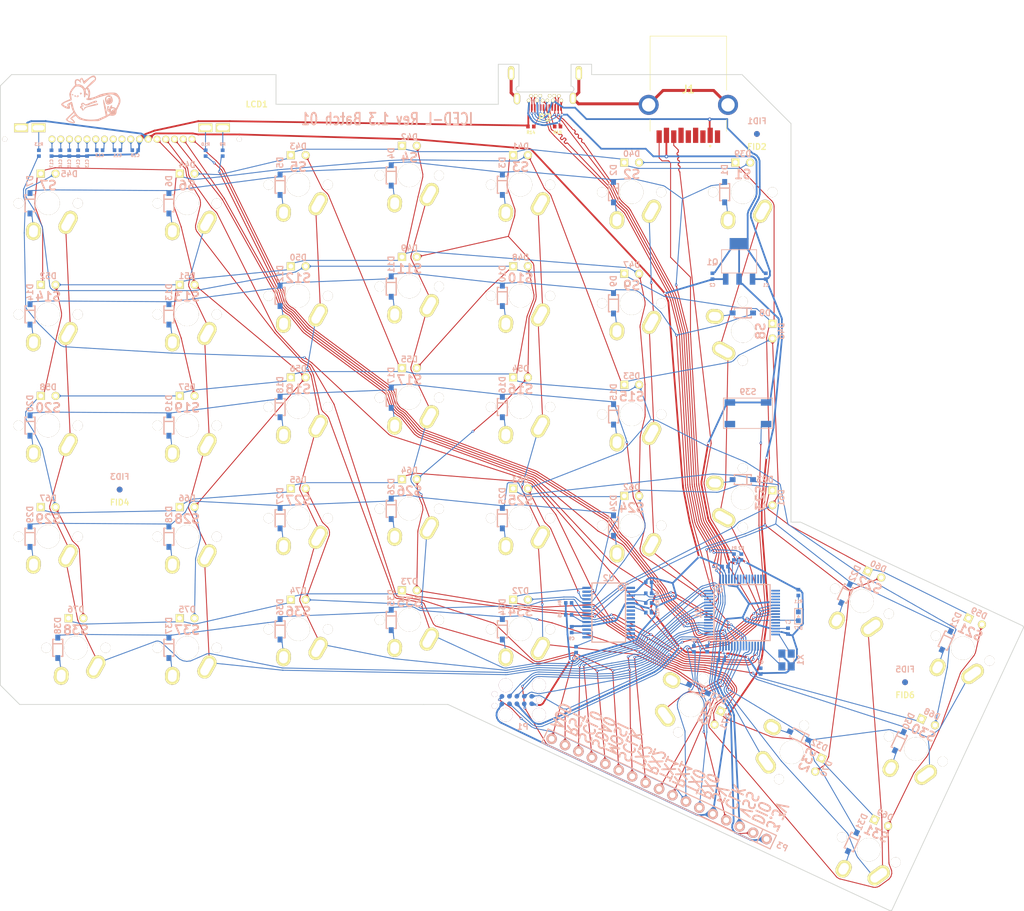
<source format=kicad_pcb>
(kicad_pcb (version 20171130) (host pcbnew 5.1.6-c6e7f7d~87~ubuntu20.04.1)
  (title_block (title ICED-L) (date 2016-07-17) (rev 1.2b) (company "Input Club"))
  (layers (0 Front signal) (31 Back signal) (34 B.Paste user) (35 F.Paste user) (36 B.SilkS user) (37 F.SilkS user) (38 B.Mask user) (39 F.Mask user) (44 Edge.Cuts user))
  (net 0 "")
  (net 1 +5V)
  (net 2 /ledmatrix/CA1)
  (net 3 /ledmatrix/CA2)
  (net 4 /ledmatrix/CA3)
  (net 5 /ledmatrix/CA4)
  (net 6 /ledmatrix/CA5)
  (net 7 /ledmatrix/CA6)
  (net 8 /ledmatrix/CA7)
  (net 9 /ledmatrix/CA8)
  (net 10 /ledmatrix/CA9)
  (net 11 /mcu/A0)
  (net 12 /mcu/INTB)
  (net 13 /mcu/LCD_KB)
  (net 14 /mcu/LCD_KG)
  (net 15 /mcu/LCD_KR)
  (net 16 /mcu/MOSI)
  (net 17 /mcu/RST)
  (net 18 /mcu/RX0)
  (net 19 /mcu/RX1)
  (net 20 /mcu/RX2)
  (net 21 /mcu/SCL0)
  (net 22 /mcu/SCLK)
  (net 23 /mcu/SDA0)
  (net 24 /mcu/SDB)
  (net 25 /mcu/SS1)
  (net 26 /mcu/SWD_CLK)
  (net 27 /mcu/SWD_DIO)
  (net 28 /mcu/TX0)
  (net 29 /mcu/TX1)
  (net 30 /mcu/TX2)
  (net 31 /mcu/USB_DM)
  (net 32 /mcu/USB_DP)
  (net 33 VDD)
  (net 34 VSS)
  (net 35 /mcu/MCU_RESET)
  (net 36 "Net-(C8-Pad1)")
  (net 37 /mcu/AUD)
  (net 38 "Net-(C9-Pad1)")
  (net 39 "Net-(C10-Pad1)")
  (net 40 "Net-(C11-Pad1)")
  (net 41 "Net-(C11-Pad2)")
  (net 42 "Net-(C12-Pad1)")
  (net 43 "Net-(C12-Pad2)")
  (net 44 "Net-(C13-Pad2)")
  (net 45 "Net-(C14-Pad2)")
  (net 46 "Net-(C15-Pad2)")
  (net 47 "Net-(C16-Pad2)")
  (net 48 "Net-(C17-Pad2)")
  (net 49 "Net-(D1-Pad1)")
  (net 50 "Net-(D2-Pad1)")
  (net 51 "Net-(D3-Pad1)")
  (net 52 "Net-(D4-Pad1)")
  (net 53 "Net-(D5-Pad1)")
  (net 54 "Net-(D6-Pad1)")
  (net 55 "Net-(D7-Pad1)")
  (net 56 "Net-(D8-Pad1)")
  (net 57 "Net-(D9-Pad1)")
  (net 58 "Net-(D10-Pad1)")
  (net 59 "Net-(D11-Pad1)")
  (net 60 "Net-(D12-Pad1)")
  (net 61 "Net-(D13-Pad1)")
  (net 62 "Net-(D14-Pad1)")
  (net 63 "Net-(D15-Pad1)")
  (net 64 "Net-(D16-Pad1)")
  (net 65 "Net-(D17-Pad1)")
  (net 66 "Net-(D18-Pad1)")
  (net 67 "Net-(D19-Pad1)")
  (net 68 "Net-(D20-Pad1)")
  (net 69 "Net-(D21-Pad1)")
  (net 70 "Net-(D22-Pad1)")
  (net 71 "Net-(D23-Pad1)")
  (net 72 "Net-(D24-Pad1)")
  (net 73 "Net-(D25-Pad1)")
  (net 74 "Net-(D26-Pad1)")
  (net 75 "Net-(D27-Pad1)")
  (net 76 "Net-(D28-Pad1)")
  (net 77 "Net-(D29-Pad1)")
  (net 78 "Net-(D30-Pad1)")
  (net 79 "Net-(D31-Pad1)")
  (net 80 "Net-(D32-Pad1)")
  (net 81 "Net-(D33-Pad1)")
  (net 82 "Net-(D34-Pad1)")
  (net 83 "Net-(D35-Pad1)")
  (net 84 "Net-(D36-Pad1)")
  (net 85 "Net-(D37-Pad1)")
  (net 86 "Net-(D38-Pad1)")
  (net 87 /mcu/PTA5)
  (net 88 "Net-(D77-Pad2)")
  (net 89 "Net-(LCD1-Pad2)")
  (net 90 "Net-(LCD1-Pad20)")
  (net 91 "Net-(LCD1-Pad21)")
  (net 92 "Net-(R6-Pad1)")
  (net 93 "Net-(R7-Pad1)")
  (net 94 "Net-(R12-Pad1)")
  (net 95 "Net-(U1-Pad32)")
  (net 96 "Net-(U1-Pad33)")
  (net 97 /Row1)
  (net 98 /Row2)
  (net 99 /Row3)
  (net 100 /Row4)
  (net 101 /Row5)
  (net 102 "Net-(P2-Pad8)")
  (net 103 "Net-(P2-Pad5)")
  (net 104 /GND)
  (net 105 "Net-(R1-Pad2)")
  (net 106 "Net-(R2-Pad2)")
  (net 107 "Net-(P2-Pad17)")
  (net 108 /Col3)
  (net 109 /Col4)
  (net 110 /Col5)
  (net 111 /Col6)
  (net 112 /Col7)
  (net 113 /Col8)
  (net 114 /Col9)
  (net 115 /Col1)
  (net 116 /Col2)
  (net 117 "Net-(S39-Pad1)")
  (net 118 /mcu/ADC0_DP0)
  (net 119 /mcu/ADC0_DM0)
  (net 120 /mcu/ADC1_DP0)
  (net 121 /mcu/ADC1_DM0)
  (net 122 "Net-(U1-Pad13)")
  (net 123 "Net-(U1-Pad14)")
  (net 124 "Net-(U1-Pad15)")
  (net 125 "Net-(U1-Pad16)")
  (net 126 "Net-(U1-Pad17)")
  (net 127 "Net-(U1-Pad18)")
  (net 128 "Net-(U1-Pad19)")
  (net 129 "Net-(U1-Pad20)")
  (net 130 /mcu/PTA4)
  (net 131 /mcu/PTA12)
  (net 132 /mcu/PTA13)
  (net 133 /mcu/CB1)
  (net 134 /mcu/CB2)
  (net 135 /mcu/CB3)
  (net 136 /mcu/CB4)
  (net 137 /mcu/CB5)
  (net 138 /mcu/CB6)
  (net 139 /mcu/CB7)
  (net 140 /mcu/CB8)
  (net 141 /mcu/CB9)
  (net 142 "Net-(P2-Pad20)")
  (net 143 "Net-(J1-Pad9)")
  (net 144 "Net-(J1-Pad8)")
  (net 145 "Net-(J1-Pad7)")
  (net 146 "Net-(J1-Pad3)")
  (net 147 "Net-(J1-Pad2)")
  (module prettylib:dickbut (layer Back) (at 33.27 31.909 90)
    (fp_text reference G*** hide)
    (fp_text value LOGO hide)
  )
  (module prettylib:692122030100 (layer Front) (at 135.57 32.739 180)
    (fp_text reference J1 (at 0 2.669) (layer F.SilkS) (effects (font (size 1.27 1.27) (thickness 0.254))))
    (fp_text value 692122030100 hide)
    (pad MH4 np_thru_hole circle (at 3.4 0 180) (size 2 0) (drill 2) (layers *.Cu *.Mask))
    (pad MH3 np_thru_hole circle (at -3.4 0 180) (size 2 0) (drill 2) (layers *.Cu *.Mask))
    (pad MH2 thru_hole circle (at 6.8 0 180) (size 3.438 3.438) (drill 2.2922) (layers *.Cu *.Mask) (net 104 /GND))
    (pad MH1 thru_hole circle (at -6.8 0 180) (size 3.438 3.438) (drill 2.2922) (layers *.Cu *.Mask) (net 104 /GND))
    (pad 9 smd rect (at -5 -5.445 180) (size 0.9 2.15) (layers Front F.Paste F.Mask) (net 143 "Net-(J1-Pad9)"))
    (pad 8 smd rect (at -2.5 -5.445 180) (size 0.9 2.15) (layers Front F.Paste F.Mask) (net 144 "Net-(J1-Pad8)"))
    (pad 7 smd rect (at 0 -5.445 180) (size 0.9 2.15) (layers Front F.Paste F.Mask) (net 145 "Net-(J1-Pad7)"))
    (pad 6 smd rect (at 2.5 -5.445 180) (size 0.9 2.15) (layers Front F.Paste F.Mask) (net 18 /mcu/RX0))
    (pad 5 smd rect (at 5 -5.445 180) (size 0.9 2.15) (layers Front F.Paste F.Mask) (net 28 /mcu/TX0))
    (pad 4 smd rect (at 3.75 -5.22 180) (size 0.9 2.6) (layers Front F.Paste F.Mask) (net 34 VSS))
    (pad 3 smd rect (at 1.25 -5.22 180) (size 0.9 2.6) (layers Front F.Paste F.Mask) (net 146 "Net-(J1-Pad3)"))
    (pad 2 smd rect (at -1.25 -5.22 180) (size 0.9 2.6) (layers Front F.Paste F.Mask) (net 147 "Net-(J1-Pad2)"))
    (pad 1 smd rect (at -3.75 -5.22 180) (size 0.9 2.6) (layers Front F.Paste F.Mask) (net 1 +5V))
  )
  (module prettylib:SMD-1005 (layer Front) (at 108.585 36.449 270)
    (fp_text reference R14 (at 1.016 0) (layer F.SilkS) (effects (font (size 0.508 0.508) (thickness 0.127))))
    (fp_text value 5.1k hide)
    (pad 1 smd rect (at 0 -0.5 270) (size 0.65 0.6) (layers Front F.Paste F.Mask) (net 107 "Net-(P2-Pad17)"))
    (pad 2 smd rect (at 0 0.5 270) (size 0.65 0.6) (layers Front F.Paste F.Mask) (net 34 VSS))
  )
  (module prettylib:LQFP64 (layer Back) (at 144.78 119.761 270)
    (fp_text reference U1 (at 0.019 7.5262 270) (layer B.SilkS) (effects (font (thickness 0.2)) (justify mirror)))
    (fp_text value MK20DX256VLH7 hide)
    (fp_text user ○ (at -5.55 5.55 270) (layer B.SilkS) (effects (font (size 0.4 0.4) (thickness 0.1)) (justify mirror)))
    (pad 1 smd rect (at -5.75 3.75 270) (size 1.5 0.3) (layers Back B.Paste B.Mask) (net 29 /mcu/TX1))
    (pad 2 smd rect (at -5.75 3.25 270) (size 1.5 0.3) (layers Back B.Paste B.Mask) (net 19 /mcu/RX1))
    (pad 3 smd rect (at -5.75 2.75 270) (size 1.5 0.3) (layers Back B.Paste B.Mask) (net 33 VDD))
    (pad 4 smd rect (at -5.75 2.25 270) (size 1.5 0.3) (layers Back B.Paste B.Mask) (net 34 VSS))
    (pad 5 smd rect (at -5.75 1.75 270) (size 1.5 0.3) (layers Back B.Paste B.Mask) (net 105 "Net-(R1-Pad2)"))
    (pad 6 smd rect (at -5.75 1.25 270) (size 1.5 0.3) (layers Back B.Paste B.Mask) (net 106 "Net-(R2-Pad2)"))
    (pad 7 smd rect (at -5.75 0.75 270) (size 1.5 0.3) (layers Back B.Paste B.Mask) (net 33 VDD))
    (pad 8 smd rect (at -5.75 0.25 270) (size 1.5 0.3) (layers Back B.Paste B.Mask) (net 33 VDD))
    (pad 9 smd rect (at -5.75 -0.25 270) (size 1.5 0.3) (layers Back B.Paste B.Mask) (net 118 /mcu/ADC0_DP0))
    (pad 10 smd rect (at -5.75 -0.75 270) (size 1.5 0.3) (layers Back B.Paste B.Mask) (net 119 /mcu/ADC0_DM0))
    (pad 11 smd rect (at -5.75 -1.25 270) (size 1.5 0.3) (layers Back B.Paste B.Mask) (net 120 /mcu/ADC1_DP0))
    (pad 12 smd rect (at -5.75 -1.75 270) (size 1.5 0.3) (layers Back B.Paste B.Mask) (net 121 /mcu/ADC1_DM0))
    (pad 13 smd rect (at -5.75 -2.25 270) (size 1.5 0.3) (layers Back B.Paste B.Mask) (net 122 "Net-(U1-Pad13)"))
    (pad 14 smd rect (at -5.75 -2.75 270) (size 1.5 0.3) (layers Back B.Paste B.Mask) (net 123 "Net-(U1-Pad14)"))
    (pad 15 smd rect (at -5.75 -3.25 270) (size 1.5 0.3) (layers Back B.Paste B.Mask) (net 124 "Net-(U1-Pad15)"))
    (pad 16 smd rect (at -5.75 -3.75 270) (size 1.5 0.3) (layers Back B.Paste B.Mask) (net 125 "Net-(U1-Pad16)"))
    (pad 17 smd rect (at -3.75 -5.75 180) (size 1.5 0.3) (layers Back B.Paste B.Mask) (net 126 "Net-(U1-Pad17)"))
    (pad 18 smd rect (at -3.25 -5.75 180) (size 1.5 0.3) (layers Back B.Paste B.Mask) (net 127 "Net-(U1-Pad18)"))
    (pad 19 smd rect (at -2.75 -5.75 180) (size 1.5 0.3) (layers Back B.Paste B.Mask) (net 128 "Net-(U1-Pad19)"))
    (pad 20 smd rect (at -2.25 -5.75 180) (size 1.5 0.3) (layers Back B.Paste B.Mask) (net 129 "Net-(U1-Pad20)"))
    (pad 21 smd rect (at -1.75 -5.75 180) (size 1.5 0.3) (layers Back B.Paste B.Mask) (net 33 VDD))
    (pad 22 smd rect (at -1.25 -5.75 180) (size 1.5 0.3) (layers Back B.Paste B.Mask) (net 92 "Net-(R6-Pad1)"))
    (pad 23 smd rect (at -0.75 -5.75 180) (size 1.5 0.3) (layers Back B.Paste B.Mask) (net 18 /mcu/RX0))
    (pad 24 smd rect (at -0.25 -5.75 180) (size 1.5 0.3) (layers Back B.Paste B.Mask) (net 28 /mcu/TX0))
    (pad 25 smd rect (at 0.25 -5.75 180) (size 1.5 0.3) (layers Back B.Paste B.Mask) (net 93 "Net-(R7-Pad1)"))
    (pad 26 smd rect (at 0.75 -5.75 180) (size 1.5 0.3) (layers Back B.Paste B.Mask) (net 130 /mcu/PTA4))
    (pad 27 smd rect (at 1.25 -5.75 180) (size 1.5 0.3) (layers Back B.Paste B.Mask) (net 87 /mcu/PTA5))
    (pad 28 smd rect (at 1.75 -5.75 180) (size 1.5 0.3) (layers Back B.Paste B.Mask) (net 131 /mcu/PTA12))
    (pad 29 smd rect (at 2.25 -5.75 180) (size 1.5 0.3) (layers Back B.Paste B.Mask) (net 132 /mcu/PTA13))
    (pad 30 smd rect (at 2.75 -5.75 180) (size 1.5 0.3) (layers Back B.Paste B.Mask) (net 33 VDD))
    (pad 31 smd rect (at 3.25 -5.75 180) (size 1.5 0.3) (layers Back B.Paste B.Mask) (net 34 VSS))
    (pad 32 smd rect (at 3.75 -5.75 180) (size 1.5 0.3) (layers Back B.Paste B.Mask) (net 95 "Net-(U1-Pad32)"))
    (pad 33 smd rect (at 5.75 -3.75 270) (size 1.5 0.3) (layers Back B.Paste B.Mask) (net 96 "Net-(U1-Pad33)"))
    (pad 34 smd rect (at 5.75 -3.25 270) (size 1.5 0.3) (layers Back B.Paste B.Mask) (net 35 /mcu/MCU_RESET))
    (pad 35 smd rect (at 5.75 -2.75 270) (size 1.5 0.3) (layers Back B.Paste B.Mask) (net 21 /mcu/SCL0))
    (pad 36 smd rect (at 5.75 -2.25 270) (size 1.5 0.3) (layers Back B.Paste B.Mask) (net 23 /mcu/SDA0))
    (pad 37 smd rect (at 5.75 -1.75 270) (size 1.5 0.3) (layers Back B.Paste B.Mask) (net 115 /Col1))
    (pad 38 smd rect (at 5.75 -1.25 270) (size 1.5 0.3) (layers Back B.Paste B.Mask) (net 116 /Col2))
    (pad 39 smd rect (at 5.75 -0.75 270) (size 1.5 0.3) (layers Back B.Paste B.Mask) (net 24 /mcu/SDB))
    (pad 40 smd rect (at 5.75 -0.25 270) (size 1.5 0.3) (layers Back B.Paste B.Mask) (net 12 /mcu/INTB))
    (pad 41 smd rect (at 5.75 0.25 270) (size 1.5 0.3) (layers Back B.Paste B.Mask) (net 108 /Col3))
    (pad 42 smd rect (at 5.75 0.75 270) (size 1.5 0.3) (layers Back B.Paste B.Mask) (net 109 /Col4))
    (pad 43 smd rect (at 5.75 1.25 270) (size 1.5 0.3) (layers Back B.Paste B.Mask) (net 110 /Col5))
    (pad 44 smd rect (at 5.75 1.75 270) (size 1.5 0.3) (layers Back B.Paste B.Mask) (net 15 /mcu/LCD_KR))
    (pad 45 smd rect (at 5.75 2.25 270) (size 1.5 0.3) (layers Back B.Paste B.Mask) (net 14 /mcu/LCD_KG))
    (pad 46 smd rect (at 5.75 2.75 270) (size 1.5 0.3) (layers Back B.Paste B.Mask) (net 13 /mcu/LCD_KB))
    (pad 47 smd rect (at 5.75 3.25 270) (size 1.5 0.3) (layers Back B.Paste B.Mask) (net 34 VSS))
    (pad 48 smd rect (at 5.75 3.75 270) (size 1.5 0.3) (layers Back B.Paste B.Mask) (net 33 VDD))
    (pad 49 smd rect (at 3.75 5.75 180) (size 1.5 0.3) (layers Back B.Paste B.Mask) (net 25 /mcu/SS1))
    (pad 50 smd rect (at 3.25 5.75 180) (size 1.5 0.3) (layers Back B.Paste B.Mask) (net 22 /mcu/SCLK))
    (pad 51 smd rect (at 2.75 5.75 180) (size 1.5 0.3) (layers Back B.Paste B.Mask) (net 16 /mcu/MOSI))
    (pad 52 smd rect (at 2.25 5.75 180) (size 1.5 0.3) (layers Back B.Paste B.Mask) (net 11 /mcu/A0))
    (pad 53 smd rect (at 1.75 5.75 180) (size 1.5 0.3) (layers Back B.Paste B.Mask) (net 17 /mcu/RST))
    (pad 54 smd rect (at 1.25 5.75 180) (size 1.5 0.3) (layers Back B.Paste B.Mask) (net 111 /Col6))
    (pad 55 smd rect (at 0.75 5.75 180) (size 1.5 0.3) (layers Back B.Paste B.Mask) (net 112 /Col7))
    (pad 56 smd rect (at 0.25 5.75 180) (size 1.5 0.3) (layers Back B.Paste B.Mask) (net 113 /Col8))
    (pad 57 smd rect (at -0.25 5.75 180) (size 1.5 0.3) (layers Back B.Paste B.Mask) (net 114 /Col9))
    (pad 58 smd rect (at -0.75 5.75 180) (size 1.5 0.3) (layers Back B.Paste B.Mask) (net 97 /Row1))
    (pad 59 smd rect (at -1.25 5.75 180) (size 1.5 0.3) (layers Back B.Paste B.Mask) (net 20 /mcu/RX2))
    (pad 60 smd rect (at -1.75 5.75 180) (size 1.5 0.3) (layers Back B.Paste B.Mask) (net 30 /mcu/TX2))
    (pad 61 smd rect (at -2.25 5.75 180) (size 1.5 0.3) (layers Back B.Paste B.Mask) (net 98 /Row2))
    (pad 62 smd rect (at -2.75 5.75 180) (size 1.5 0.3) (layers Back B.Paste B.Mask) (net 99 /Row3))
    (pad 63 smd rect (at -3.25 5.75 180) (size 1.5 0.3) (layers Back B.Paste B.Mask) (net 100 /Row4))
    (pad 64 smd rect (at -3.75 5.75 180) (size 1.5 0.3) (layers Back B.Paste B.Mask) (net 101 /Row5))
  )
  (module prettylib:SMD-1005 (layer Back) (at 26.416 41.021)
    (fp_text reference C17 (at 0 1.778 90) (layer B.SilkS) (effects (font (size 0.508 0.508) (thickness 0.127)) (justify mirror)))
    (fp_text value 1uF hide)
    (pad 1 smd rect (at 0 0.5) (size 0.65 0.6) (layers Back B.Paste B.Mask) (net 34 VSS))
    (pad 2 smd rect (at 0 -0.5) (size 0.65 0.6) (layers Back B.Paste B.Mask) (net 48 "Net-(C17-Pad2)"))
  )
  (module prettylib:SMD-1005 (layer Back) (at 27.94 41.021)
    (fp_text reference C16 (at 0 1.778 90) (layer B.SilkS) (effects (font (size 0.508 0.508) (thickness 0.127)) (justify mirror)))
    (fp_text value 1uF hide)
    (pad 1 smd rect (at 0 0.5) (size 0.65 0.6) (layers Back B.Paste B.Mask) (net 34 VSS))
    (pad 2 smd rect (at 0 -0.5) (size 0.65 0.6) (layers Back B.Paste B.Mask) (net 47 "Net-(C16-Pad2)"))
  )
  (module prettylib:SMD-1005 (layer Back) (at 55.753 41.021 180)
    (fp_text reference R9 (at 0 1.524 180) (layer B.SilkS) (effects (font (size 0.508 0.508) (thickness 0.127)) (justify mirror)))
    (fp_text value 66.5 hide)
    (pad 1 smd rect (at 0 0.5 180) (size 0.65 0.6) (layers Back B.Paste B.Mask) (net 91 "Net-(LCD1-Pad21)"))
    (pad 2 smd rect (at 0 -0.5 180) (size 0.65 0.6) (layers Back B.Paste B.Mask) (net 13 /mcu/LCD_KB))
  )
  (module prettylib:SMD-1005 (layer Back) (at 128.778 116.459 90)
    (fp_text reference R8 (at 0 1.524 90) (layer B.SilkS) (effects (font (size 0.508 0.508) (thickness 0.127)) (justify mirror)))
    (fp_text value 100k hide)
    (pad 1 smd rect (at 0 0.5 90) (size 0.65 0.6) (layers Back B.Paste B.Mask) (net 34 VSS))
    (pad 2 smd rect (at 0 -0.5 90) (size 0.65 0.6) (layers Back B.Paste B.Mask) (net 24 /mcu/SDB))
  )
  (module prettylib:SMD-1005 (layer Back) (at 138.811 125.984 180)
    (fp_text reference R7 (at 0 1.524 180) (layer B.SilkS) (effects (font (size 0.508 0.508) (thickness 0.127)) (justify mirror)))
    (fp_text value 100 hide)
    (pad 1 smd rect (at 0 0.5 180) (size 0.65 0.6) (layers Back B.Paste B.Mask) (net 93 "Net-(R7-Pad1)"))
    (pad 2 smd rect (at 0 -0.5 180) (size 0.65 0.6) (layers Back B.Paste B.Mask) (net 27 /mcu/SWD_DIO))
  )
  (module prettylib:SMD-1005 (layer Back) (at 52.832 41.021 180)
    (fp_text reference R10 (at 0 1.524 180) (layer B.SilkS) (effects (font (size 0.508 0.508) (thickness 0.127)) (justify mirror)))
    (fp_text value 66.5 hide)
    (pad 1 smd rect (at 0 0.5 180) (size 0.65 0.6) (layers Back B.Paste B.Mask) (net 90 "Net-(LCD1-Pad20)"))
    (pad 2 smd rect (at 0 -0.5 180) (size 0.65 0.6) (layers Back B.Paste B.Mask) (net 14 /mcu/LCD_KG))
  )
  (module prettylib:SMD-1005 (layer Back) (at 154.432 116.332)
    (fp_text reference R11 (at 0 1.524) (layer B.SilkS) (effects (font (size 0.508 0.508) (thickness 0.127)) (justify mirror)))
    (fp_text value 1k hide)
    (pad 1 smd rect (at 0 0.5) (size 0.65 0.6) (layers Back B.Paste B.Mask) (net 88 "Net-(D77-Pad2)"))
    (pad 2 smd rect (at 0 -0.5) (size 0.65 0.6) (layers Back B.Paste B.Mask) (net 34 VSS))
  )
  (module prettylib:SMD-1005 (layer Back) (at 136.525 125.984 180)
    (fp_text reference R6 (at 0 1.524 180) (layer B.SilkS) (effects (font (size 0.508 0.508) (thickness 0.127)) (justify mirror)))
    (fp_text value 100 hide)
    (pad 1 smd rect (at 0 0.5 180) (size 0.65 0.6) (layers Back B.Paste B.Mask) (net 92 "Net-(R6-Pad1)"))
    (pad 2 smd rect (at 0 -0.5 180) (size 0.65 0.6) (layers Back B.Paste B.Mask) (net 26 /mcu/SWD_CLK))
  )
  (module prettylib:SMD-1005 (layer Back) (at 115.062 120.142 270)
    (fp_text reference R5 (at 0 1.524 270) (layer B.SilkS) (effects (font (size 0.508 0.508) (thickness 0.127)) (justify mirror)))
    (fp_text value 4.7k hide)
    (pad 1 smd rect (at 0 0.5 270) (size 0.65 0.6) (layers Back B.Paste B.Mask) (net 33 VDD))
    (pad 2 smd rect (at 0 -0.5 270) (size 0.65 0.6) (layers Back B.Paste B.Mask) (net 23 /mcu/SDA0))
  )
  (module prettylib:SMD-1005 (layer Back) (at 115.062 118.11 270)
    (fp_text reference R4 (at 0 1.524 270) (layer B.SilkS) (effects (font (size 0.508 0.508) (thickness 0.127)) (justify mirror)))
    (fp_text value 4.7k hide)
    (pad 1 smd rect (at 0 0.5 270) (size 0.65 0.6) (layers Back B.Paste B.Mask) (net 33 VDD))
    (pad 2 smd rect (at 0 -0.5 270) (size 0.65 0.6) (layers Back B.Paste B.Mask) (net 21 /mcu/SCL0))
  )
  (module prettylib:SMD-1005 (layer Back) (at 40.767 40.513 270)
    (fp_text reference C10 (at 0.889 0) (layer B.SilkS) (effects (font (size 0.508 0.508) (thickness 0.127)) (justify mirror)))
    (fp_text value 1uF hide)
    (pad 1 smd rect (at 0 0.5 270) (size 0.65 0.6) (layers Back B.Paste B.Mask) (net 39 "Net-(C10-Pad1)"))
    (pad 2 smd rect (at 0 -0.5 270) (size 0.65 0.6) (layers Back B.Paste B.Mask) (net 34 VSS))
  )
  (module prettylib:SMD-1005 (layer Back) (at 115.57 122.682)
    (fp_text reference C9 (at 0 1.524) (layer B.SilkS) (effects (font (size 0.508 0.508) (thickness 0.127)) (justify mirror)))
    (fp_text value 0.1uF hide)
    (pad 1 smd rect (at 0 0.5) (size 0.65 0.6) (layers Back B.Paste B.Mask) (net 38 "Net-(C9-Pad1)"))
    (pad 2 smd rect (at 0 -0.5) (size 0.65 0.6) (layers Back B.Paste B.Mask) (net 34 VSS))
  )
  (module prettylib:SMD-1005 (layer Back) (at 29.464 41.021)
    (fp_text reference C15 (at 0 1.778 90) (layer B.SilkS) (effects (font (size 0.508 0.508) (thickness 0.127)) (justify mirror)))
    (fp_text value 1uF hide)
    (pad 1 smd rect (at 0 0.5) (size 0.65 0.6) (layers Back B.Paste B.Mask) (net 34 VSS))
    (pad 2 smd rect (at 0 -0.5) (size 0.65 0.6) (layers Back B.Paste B.Mask) (net 46 "Net-(C15-Pad2)"))
  )
  (module prettylib:SMD-1005 (layer Back) (at 116.332 126.111 180)
    (fp_text reference C8 (at 0 -1.524 180) (layer B.SilkS) (effects (font (size 0.508 0.508) (thickness 0.127)) (justify mirror)))
    (fp_text value 0.22uF hide)
    (pad 1 smd rect (at 0 0.5 180) (size 0.65 0.6) (layers Back B.Paste B.Mask) (net 36 "Net-(C8-Pad1)"))
    (pad 2 smd rect (at 0 -0.5 180) (size 0.65 0.6) (layers Back B.Paste B.Mask) (net 37 /mcu/AUD))
  )
  (module prettylib:SMD-1005 (layer Back) (at 30.988 41.021)
    (fp_text reference C14 (at 0 1.778 90) (layer B.SilkS) (effects (font (size 0.508 0.508) (thickness 0.127)) (justify mirror)))
    (fp_text value 1uF hide)
    (pad 1 smd rect (at 0 0.5) (size 0.65 0.6) (layers Back B.Paste B.Mask) (net 34 VSS))
    (pad 2 smd rect (at 0 -0.5) (size 0.65 0.6) (layers Back B.Paste B.Mask) (net 45 "Net-(C14-Pad2)"))
  )
  (module prettylib:SMD-1005 (layer Back) (at 32.512 41.021)
    (fp_text reference C13 (at 0 1.778 90) (layer B.SilkS) (effects (font (size 0.508 0.508) (thickness 0.127)) (justify mirror)))
    (fp_text value 1uF hide)
    (pad 1 smd rect (at 0 0.5) (size 0.65 0.6) (layers Back B.Paste B.Mask) (net 34 VSS))
    (pad 2 smd rect (at 0 -0.5) (size 0.65 0.6) (layers Back B.Paste B.Mask) (net 44 "Net-(C13-Pad2)"))
  )
  (module prettylib:SMD-1005 (layer Back) (at 34.671 40.513 90)
    (fp_text reference C12 (at -0.889 0 180) (layer B.SilkS) (effects (font (size 0.508 0.508) (thickness 0.127)) (justify mirror)))
    (fp_text value 1uF hide)
    (pad 1 smd rect (at 0 0.5 90) (size 0.65 0.6) (layers Back B.Paste B.Mask) (net 42 "Net-(C12-Pad1)"))
    (pad 2 smd rect (at 0 -0.5 90) (size 0.65 0.6) (layers Back B.Paste B.Mask) (net 43 "Net-(C12-Pad2)"))
  )
  (module prettylib:SMD-1005 (layer Back) (at 37.719 40.513 90)
    (fp_text reference C11 (at -0.889 0 180) (layer B.SilkS) (effects (font (size 0.508 0.508) (thickness 0.127)) (justify mirror)))
    (fp_text value 1uF hide)
    (pad 1 smd rect (at 0 0.5 90) (size 0.65 0.6) (layers Back B.Paste B.Mask) (net 40 "Net-(C11-Pad1)"))
    (pad 2 smd rect (at 0 -0.5 90) (size 0.65 0.6) (layers Back B.Paste B.Mask) (net 41 "Net-(C11-Pad2)"))
  )
  (module prettylib:SMD-1005 (layer Back) (at 147.955 129.794 180)
    (fp_text reference C5 (at 0 1.524 180) (layer B.SilkS) (effects (font (size 0.508 0.508) (thickness 0.127)) (justify mirror)))
    (fp_text value 0.1uF hide)
    (pad 1 smd rect (at 0 0.5 180) (size 0.65 0.6) (layers Back B.Paste B.Mask) (net 35 /mcu/MCU_RESET))
    (pad 2 smd rect (at 0 -0.5 180) (size 0.65 0.6) (layers Back B.Paste B.Mask) (net 34 VSS))
  )
  (module prettylib:SMD-1005 (layer Back) (at 128.778 118.11 90)
    (fp_text reference R3 (at 0 1.524 90) (layer B.SilkS) (effects (font (size 0.508 0.508) (thickness 0.127)) (justify mirror)))
    (fp_text value 4.7k hide)
    (pad 1 smd rect (at 0 0.5 90) (size 0.65 0.6) (layers Back B.Paste B.Mask) (net 33 VDD))
    (pad 2 smd rect (at 0 -0.5 90) (size 0.65 0.6) (layers Back B.Paste B.Mask) (net 12 /mcu/INTB))
  )
  (module prettylib:SMD-1005 (layer Back) (at 152.654 122.936 180)
    (fp_text reference C7 (at 0 1.524 180) (layer B.SilkS) (effects (font (size 0.508 0.508) (thickness 0.127)) (justify mirror)))
    (fp_text value 0.1uF hide)
    (pad 1 smd rect (at 0 0.5 180) (size 0.65 0.6) (layers Back B.Paste B.Mask) (net 33 VDD))
    (pad 2 smd rect (at 0 -0.5 180) (size 0.65 0.6) (layers Back B.Paste B.Mask) (net 34 VSS))
  )
  (module prettylib:SMD-1005 (layer Back) (at 141.224 127.889 270)
    (fp_text reference C3 (at 0 1.524 270) (layer B.SilkS) (effects (font (size 0.508 0.508) (thickness 0.127)) (justify mirror)))
    (fp_text value 0.1uF hide)
    (pad 1 smd rect (at 0 0.5 270) (size 0.65 0.6) (layers Back B.Paste B.Mask) (net 33 VDD))
    (pad 2 smd rect (at 0 -0.5 270) (size 0.65 0.6) (layers Back B.Paste B.Mask) (net 34 VSS))
  )
  (module prettylib:SMD-1005 (layer Back) (at 148.844 62.103)
    (fp_text reference C1 (at 0 1.524) (layer B.SilkS) (effects (font (size 0.508 0.508) (thickness 0.127)) (justify mirror)))
    (fp_text value 1uF hide)
    (pad 1 smd rect (at 0 0.5) (size 0.65 0.6) (layers Back B.Paste B.Mask) (net 1 +5V))
    (pad 2 smd rect (at 0 -0.5) (size 0.65 0.6) (layers Back B.Paste B.Mask) (net 34 VSS))
  )
  (module prettylib:SMD-1005 (layer Back) (at 144.653 110.236 180)
    (fp_text reference R2 (at 0 1.524 180) (layer B.SilkS) (effects (font (size 0.508 0.508) (thickness 0.127)) (justify mirror)))
    (fp_text value 33 hide)
    (pad 1 smd rect (at 0 0.5 180) (size 0.65 0.6) (layers Back B.Paste B.Mask) (net 31 /mcu/USB_DM))
    (pad 2 smd rect (at 0 -0.5 180) (size 0.65 0.6) (layers Back B.Paste B.Mask) (net 106 "Net-(R2-Pad2)"))
  )
  (module prettylib:SMD-1005 (layer Back) (at 128.778 114.554 90)
    (fp_text reference C6 (at 0 1.524 90) (layer B.SilkS) (effects (font (size 0.508 0.508) (thickness 0.127)) (justify mirror)))
    (fp_text value 1uF hide)
    (pad 1 smd rect (at 0 0.5 90) (size 0.65 0.6) (layers Back B.Paste B.Mask) (net 34 VSS))
    (pad 2 smd rect (at 0 -0.5 90) (size 0.65 0.6) (layers Back B.Paste B.Mask) (net 33 VDD))
  )
  (module prettylib:SMD-1005 (layer Back) (at 139.7 62.103)
    (fp_text reference C2 (at 0 1.524) (layer B.SilkS) (effects (font (size 0.508 0.508) (thickness 0.127)) (justify mirror)))
    (fp_text value 1uF hide)
    (pad 1 smd rect (at 0 0.5) (size 0.65 0.6) (layers Back B.Paste B.Mask) (net 33 VDD))
    (pad 2 smd rect (at 0 -0.5) (size 0.65 0.6) (layers Back B.Paste B.Mask) (net 34 VSS))
  )
  (module prettylib:SMD-1005 (layer Back) (at 141.859 111.887 270)
    (fp_text reference C4 (at 0 1.524 270) (layer B.SilkS) (effects (font (size 0.508 0.508) (thickness 0.127)) (justify mirror)))
    (fp_text value 0.1uF hide)
    (pad 1 smd rect (at 0 0.5 270) (size 0.65 0.6) (layers Back B.Paste B.Mask) (net 33 VDD))
    (pad 2 smd rect (at 0 -0.5 270) (size 0.65 0.6) (layers Back B.Paste B.Mask) (net 34 VSS))
  )
  (module prettylib:SMD-1005 (layer Back) (at 143.383 110.236 180)
    (fp_text reference R1 (at 0 1.524 180) (layer B.SilkS) (effects (font (size 0.508 0.508) (thickness 0.127)) (justify mirror)))
    (fp_text value 33 hide)
    (pad 1 smd rect (at 0 0.5 180) (size 0.65 0.6) (layers Back B.Paste B.Mask) (net 32 /mcu/USB_DP))
    (pad 2 smd rect (at 0 -0.5 180) (size 0.65 0.6) (layers Back B.Paste B.Mask) (net 105 "Net-(R1-Pad2)"))
  )
  (module prettylib:LED-0603 (layer Back) (at 154.432 120.396 90)
    (fp_text reference D77 (at -2.032 0) (layer B.SilkS) (effects (font (size 0.508 0.508) (thickness 0.127)) (justify mirror)))
    (fp_text value LED hide)
    (pad 1 smd rect (at -0.7493 0 90) (size 0.79756 0.79756) (layers Back B.Paste B.Mask) (net 87 /mcu/PTA5))
    (pad 2 smd rect (at 0.7493 0 90) (size 0.79756 0.79756) (layers Back B.Paste B.Mask) (net 88 "Net-(D77-Pad2)"))
  )
  (module prettylib:NX3225SA (layer Back) (at 152.4 127.889 270)
    (fp_text reference X1 (at 0 -2.413 90) (layer B.SilkS) (effects (font (thickness 0.2)) (justify mirror)))
    (fp_text value CRYSTAL hide)
    (pad 3 smd rect (at 1.1 0.8 270) (size 1.4 1.2) (layers Back B.Paste B.Mask) (net 96 "Net-(U1-Pad33)"))
    (pad 2 smd rect (at 1.1 -0.8 270) (size 1.4 1.2) (layers Back B.Paste B.Mask) (net 34 VSS))
    (pad 1 smd rect (at -1.1 -0.8 270) (size 1.4 1.2) (layers Back B.Paste B.Mask) (net 95 "Net-(U1-Pad32)"))
    (pad 4 smd rect (at -1.1 0.8 270) (size 1.4 1.2) (layers Back B.Paste B.Mask) (net 34 VSS))
  )
  (module prettylib:JLINK_NEEDLE (layer Back) (at 106.172 134.747 180)
    (fp_text reference P1 (at -1.016 -4.572 180) (layer B.SilkS) (effects (font (thickness 0.2)) (justify mirror)))
    (fp_text value FLASH_HDR hide)
    (pad 8 smd circle (at 0 0.635 180) (size 0.7874 0.7874) (layers Back B.Mask) (net 18 /mcu/RX0))
    (pad 3 smd circle (at 0 -0.635 180) (size 0.7874 0.7874) (layers Back B.Mask) (net 34 VSS))
    (pad 7 smd circle (at 1.27 0.635 180) (size 0.7874 0.7874) (layers Back B.Mask) (net 30 /mcu/TX2))
    (pad 4 smd circle (at 1.27 -0.635 180) (size 0.7874 0.7874) (layers Back B.Mask) (net 26 /mcu/SWD_CLK))
    (pad 5 smd circle (at 2.54 -0.635 180) (size 0.7874 0.7874) (layers Back B.Mask) (net 1 +5V))
    (pad 6 smd circle (at 2.54 0.635 180) (size 0.7874 0.7874) (layers Back B.Mask) (net 28 /mcu/TX0))
    (pad 9 smd circle (at -1.27 0.635 180) (size 0.7874 0.7874) (layers Back B.Mask) (net 87 /mcu/PTA5))
    (pad 2 smd circle (at -1.27 -0.635 180) (size 0.7874 0.7874) (layers Back B.Mask) (net 27 /mcu/SWD_DIO))
    (pad 10 smd circle (at -2.54 0.635 180) (size 0.7874 0.7874) (layers Back B.Mask) (net 35 /mcu/MCU_RESET))
    (pad 1 smd circle (at -2.54 -0.635 180) (size 0.7874 0.7874) (layers Back B.Mask) (net 33 VDD))
    (pad "" np_thru_hole circle (at -3.81 0 180) (size 0.99061 0.99061) (drill 0.9906) (layers *.Cu *.Mask B.SilkS))
    (pad "" np_thru_hole circle (at 3.81 1.016 180) (size 0.99061 0.99061) (drill 0.9906) (layers *.Cu *.Mask B.SilkS))
    (pad "" np_thru_hole circle (at 3.81 -1.016 180) (size 0.99061 0.99061) (drill 0.9906) (layers *.Cu *.Mask B.SilkS))
    (pad "" np_thru_hole circle (at -3.81 2.54 180) (size 2.37491 2.37491) (drill 2.3749) (layers *.Cu *.Mask B.SilkS))
    (pad "" np_thru_hole circle (at 1.905 2.54 180) (size 2.37491 2.37491) (drill 2.3749) (layers *.Cu *.Mask B.SilkS))
    (pad "" np_thru_hole circle (at -3.81 -2.54 180) (size 2.37491 2.37491) (drill 2.3749) (layers *.Cu *.Mask B.SilkS))
    (pad "" np_thru_hole circle (at 1.905 -2.54 180) (size 2.37491 2.37491) (drill 2.3749) (layers *.Cu *.Mask B.SilkS))
  )
  (module prettylib:HEADER_1x17 (layer Back) (at 130.556 149.987 65)
    (fp_text reference P3 (at -0.068247 23.293237 335) (layer B.SilkS) (effects (font (thickness 0.2)) (justify mirror)))
    (fp_text value CONN_17 hide)
    (pad 1 thru_hole circle (at 0 20.32 65) (size 1.8 1.8) (drill 1) (layers *.Cu *.Mask B.SilkS) (net 33 VDD))
    (pad 2 thru_hole circle (at 0 17.78 65) (size 1.8 1.8) (drill 1) (layers *.Cu *.Mask B.SilkS) (net 27 /mcu/SWD_DIO))
    (pad 3 thru_hole circle (at 0 15.24 65) (size 1.8 1.8) (drill 1) (layers *.Cu *.Mask B.SilkS) (net 34 VSS))
    (pad 4 thru_hole circle (at 0 12.7 65) (size 1.8 1.8) (drill 1) (layers *.Cu *.Mask B.SilkS) (net 26 /mcu/SWD_CLK))
    (pad 5 thru_hole circle (at 0 10.16 65) (size 1.8 1.8) (drill 1) (layers *.Cu *.Mask B.SilkS) (net 1 +5V))
    (pad 6 thru_hole circle (at 0 7.62 65) (size 1.8 1.8) (drill 1) (layers *.Cu *.Mask B.SilkS) (net 18 /mcu/RX0))
    (pad 7 thru_hole circle (at 0 5.08 65) (size 1.8 1.8) (drill 1) (layers *.Cu *.Mask B.SilkS) (net 28 /mcu/TX0))
    (pad 8 thru_hole circle (at 0 2.54 65) (size 1.8 1.8) (drill 1) (layers *.Cu *.Mask B.SilkS) (net 19 /mcu/RX1))
    (pad 9 thru_hole circle (at 0 0 65) (size 1.8 1.8) (drill 1) (layers *.Cu *.Mask B.SilkS) (net 29 /mcu/TX1))
    (pad 10 thru_hole circle (at 0 -2.54 65) (size 1.8 1.8) (drill 1) (layers *.Cu *.Mask B.SilkS) (net 20 /mcu/RX2))
    (pad 11 thru_hole circle (at 0 -5.08 65) (size 1.8 1.8) (drill 1) (layers *.Cu *.Mask B.SilkS) (net 30 /mcu/TX2))
    (pad 12 thru_hole circle (at 0 -7.62 65) (size 1.8 1.8) (drill 1) (layers *.Cu *.Mask B.SilkS) (net 22 /mcu/SCLK))
    (pad 13 thru_hole circle (at 0 -10.16 65) (size 1.8 1.8) (drill 1) (layers *.Cu *.Mask B.SilkS) (net 16 /mcu/MOSI))
    (pad 14 thru_hole circle (at 0 -12.7 65) (size 1.8 1.8) (drill 1) (layers *.Cu *.Mask B.SilkS) (net 23 /mcu/SDA0))
    (pad 15 thru_hole circle (at 0 -15.24 65) (size 1.8 1.8) (drill 1) (layers *.Cu *.Mask B.SilkS) (net 21 /mcu/SCL0))
    (pad 16 thru_hole circle (at 0 -17.78 65) (size 1.8 1.8) (drill 1) (layers *.Cu *.Mask B.SilkS) (net 35 /mcu/MCU_RESET))
    (pad 17 thru_hole circle (at 0 -20.32 65) (size 1.8 1.8) (drill 1) (layers *.Cu *.Mask B.SilkS) (net 37 /mcu/AUD))
  )
  (module prettylib:SOT-223 (layer Back) (at 144.272 59.563 180)
    (fp_text reference Q1 (at 4.572 -0.127 180) (layer B.SilkS) (effects (font (thickness 0.2)) (justify mirror)))
    (fp_text value TC1264 hide)
    (pad 2 smd rect (at 0 -3.05 180) (size 0.95 1.9) (layers Back B.Paste B.Mask) (net 34 VSS))
    (pad 3 smd rect (at 2.3 -3.05 180) (size 0.95 1.9) (layers Back B.Paste B.Mask) (net 33 VDD))
    (pad 1 smd rect (at -2.3 -3.05 180) (size 0.95 1.9) (layers Back B.Paste B.Mask) (net 1 +5V))
    (pad 2 smd rect (at 0 3.05 180) (size 3.25 1.9) (layers Back B.Paste B.Mask) (net 34 VSS))
  )
  (module prettylib:SMD-1005 (layer Back) (at 128.778 119.761 270)
    (fp_text reference R12 (at 0 -1.524 270) (layer B.SilkS) (effects (font (size 0.508 0.508) (thickness 0.127)) (justify mirror)))
    (fp_text value 20k hide)
    (pad 1 smd rect (at 0 0.5 270) (size 0.65 0.6) (layers Back B.Paste B.Mask) (net 94 "Net-(R12-Pad1)"))
    (pad 2 smd rect (at 0 -0.5 270) (size 0.65 0.6) (layers Back B.Paste B.Mask) (net 34 VSS))
  )
  (module prettylib:SMD-1005 (layer Back) (at 24.257 41.021 180)
    (fp_text reference R13 (at 0 1.524 180) (layer B.SilkS) (effects (font (size 0.508 0.508) (thickness 0.127)) (justify mirror)))
    (fp_text value 33 hide)
    (pad 1 smd rect (at 0 0.5 180) (size 0.65 0.6) (layers Back B.Paste B.Mask) (net 89 "Net-(LCD1-Pad2)"))
    (pad 2 smd rect (at 0 -0.5 180) (size 0.65 0.6) (layers Back B.Paste B.Mask) (net 15 /mcu/LCD_KR))
  )
  (module prettylib:TACT_5.2x5.2 (layer Back) (at 145.796 85.598)
    (fp_text reference S39 (at 0 -3.683) (layer B.SilkS) (effects (font (thickness 0.2)) (justify mirror)))
    (fp_text value TAC_SWITCH hide)
    (pad 1 smd rect (at -3.1 1.85) (size 1.8 1.1) (layers Back B.Paste B.Mask) (net 117 "Net-(S39-Pad1)"))
    (pad 3 smd rect (at -3.1 -1.85) (size 1.8 1.1) (layers Back B.Paste B.Mask) (net 34 VSS))
    (pad 2 smd rect (at 3.1 1.85) (size 1.8 1.1) (layers Back B.Paste B.Mask) (net 35 /mcu/MCU_RESET))
    (pad 4 smd rect (at 3.1 -1.85) (size 1.8 1.1) (layers Back B.Paste B.Mask) (net 34 VSS))
  )
  (module prettylib:SSOP-28 (layer Back) (at 121.92 119.761 180)
    (fp_text reference U2 (at 0 5.92 180) (layer B.SilkS) (effects (font (thickness 0.2)) (justify mirror)))
    (fp_text value IS31FL3731C hide)
    (fp_text user ○ (at -3.28 4.925 180) (layer B.SilkS) (effects (font (size 0.4 0.4) (thickness 0.1)) (justify mirror)))
    (pad 1 smd rect (at -3.795 4.225 180) (size 1.43 0.4) (layers Back B.Paste B.Mask) (net 10 /ledmatrix/CA9))
    (pad 2 smd rect (at -3.795 3.575 180) (size 1.43 0.4) (layers Back B.Paste B.Mask) (net 33 VDD))
    (pad 3 smd rect (at -3.795 2.925 180) (size 1.43 0.4) (layers Back B.Paste B.Mask) (net 24 /mcu/SDB))
    (pad 4 smd rect (at -3.795 2.275 180) (size 1.43 0.4) (layers Back B.Paste B.Mask) (net 12 /mcu/INTB))
    (pad 5 smd rect (at -3.795 1.625 180) (size 1.43 0.4) (layers Back B.Paste B.Mask) (net 34 VSS))
    (pad 6 smd rect (at -3.795 0.975 180) (size 1.43 0.4) (layers Back B.Paste B.Mask) (net 94 "Net-(R12-Pad1)"))
    (pad 7 smd rect (at -3.795 0.325 180) (size 1.43 0.4) (layers Back B.Paste B.Mask) (net 133 /mcu/CB1))
    (pad 8 smd rect (at -3.795 -0.325 180) (size 1.43 0.4) (layers Back B.Paste B.Mask) (net 134 /mcu/CB2))
    (pad 9 smd rect (at -3.795 -0.975 180) (size 1.43 0.4) (layers Back B.Paste B.Mask) (net 135 /mcu/CB3))
    (pad 10 smd rect (at -3.795 -1.625 180) (size 1.43 0.4) (layers Back B.Paste B.Mask) (net 136 /mcu/CB4))
    (pad 11 smd rect (at -3.795 -2.275 180) (size 1.43 0.4) (layers Back B.Paste B.Mask) (net 137 /mcu/CB5))
    (pad 12 smd rect (at -3.795 -2.925 180) (size 1.43 0.4) (layers Back B.Paste B.Mask) (net 138 /mcu/CB6))
    (pad 13 smd rect (at -3.795 -3.575 180) (size 1.43 0.4) (layers Back B.Paste B.Mask) (net 139 /mcu/CB7))
    (pad 14 smd rect (at -3.795 -4.225 180) (size 1.43 0.4) (layers Back B.Paste B.Mask) (net 140 /mcu/CB8))
    (pad 15 smd rect (at 3.795 -4.225 180) (size 1.43 0.4) (layers Back B.Paste B.Mask) (net 141 /mcu/CB9))
    (pad 16 smd rect (at 3.795 -3.575 180) (size 1.43 0.4) (layers Back B.Paste B.Mask) (net 38 "Net-(C9-Pad1)"))
    (pad 17 smd rect (at 3.795 -2.925 180) (size 1.43 0.4) (layers Back B.Paste B.Mask) (net 36 "Net-(C8-Pad1)"))
    (pad 18 smd rect (at 3.795 -2.275 180) (size 1.43 0.4) (layers Back B.Paste B.Mask) (net 34 VSS))
    (pad 19 smd rect (at 3.795 -1.625 180) (size 1.43 0.4) (layers Back B.Paste B.Mask) (net 23 /mcu/SDA0))
    (pad 20 smd rect (at 3.795 -0.975 180) (size 1.43 0.4) (layers Back B.Paste B.Mask) (net 21 /mcu/SCL0))
    (pad 21 smd rect (at 3.795 -0.325 180) (size 1.43 0.4) (layers Back B.Paste B.Mask) (net 2 /ledmatrix/CA1))
    (pad 22 smd rect (at 3.795 0.325 180) (size 1.43 0.4) (layers Back B.Paste B.Mask) (net 3 /ledmatrix/CA2))
    (pad 23 smd rect (at 3.795 0.975 180) (size 1.43 0.4) (layers Back B.Paste B.Mask) (net 4 /ledmatrix/CA3))
    (pad 24 smd rect (at 3.795 1.625 180) (size 1.43 0.4) (layers Back B.Paste B.Mask) (net 5 /ledmatrix/CA4))
    (pad 25 smd rect (at 3.795 2.275 180) (size 1.43 0.4) (layers Back B.Paste B.Mask) (net 6 /ledmatrix/CA5))
    (pad 26 smd rect (at 3.795 2.925 180) (size 1.43 0.4) (layers Back B.Paste B.Mask) (net 7 /ledmatrix/CA6))
    (pad 27 smd rect (at 3.795 3.575 180) (size 1.43 0.4) (layers Back B.Paste B.Mask) (net 8 /ledmatrix/CA7))
    (pad 28 smd rect (at 3.795 4.225 180) (size 1.43 0.4) (layers Back B.Paste B.Mask) (net 9 /ledmatrix/CA8))
  )
  (module prettylib:FID (layer Front) (at 38.1 98.679)
    (fp_text reference FID4 (at 0 2.2) (layer F.SilkS) (effects (font (thickness 0.2))))
    (fp_text value >VALUE hide)
    (pad "" smd circle (at 0 0) (size 1 1) (layers Front F.Mask) (clearance 1.2))
  )
  (module prettylib:FID (layer Front) (at 172.72 131.699)
    (fp_text reference FID6 (at 0 2.2) (layer F.SilkS) (effects (font (thickness 0.2))))
    (fp_text value >VALUE hide)
    (pad "" smd circle (at 0 0) (size 1 1) (layers Front F.Mask) (clearance 1.2))
  )
  (module prettylib:FID (layer Front) (at 147.32 37.719)
    (fp_text reference FID2 (at 0 2.2) (layer F.SilkS) (effects (font (thickness 0.2))))
    (fp_text value >VALUE hide)
    (pad "" smd circle (at 0 0) (size 1 1) (layers Front F.Mask) (clearance 1.2))
  )
  (module prettylib:FID (layer Back) (at 147.32 37.719)
    (fp_text reference FID1 (at 0 -2.2) (layer B.SilkS) (effects (font (thickness 0.2)) (justify mirror)))
    (fp_text value >VALUE hide)
    (pad "" smd circle (at 0 0) (size 1 1) (layers Back B.Mask) (clearance 1.2))
  )
  (module prettylib:FID (layer Back) (at 38.1 98.679)
    (fp_text reference FID3 (at 0 -2.2) (layer B.SilkS) (effects (font (thickness 0.2)) (justify mirror)))
    (fp_text value >VALUE hide)
    (pad "" smd circle (at 0 0) (size 1 1) (layers Back B.Mask) (clearance 1.2))
  )
  (module prettylib:FID (layer Back) (at 172.72 131.699)
    (fp_text reference FID5 (at 0 -2.2) (layer B.SilkS) (effects (font (thickness 0.2)) (justify mirror)))
    (fp_text value >VALUE hide)
    (pad "" smd circle (at 0 0) (size 1 1) (layers Back B.Mask) (clearance 1.2))
  )
  (module prettylib:NHD-C12832A1Z (layer Front) (at 38.497 38.615)
    (fp_text reference LCD1 (at 23.098 -5.976) (layer F.SilkS) (effects (font (thickness 0.2))))
    (fp_text value NHD-C12832A1Z hide)
    (pad 1 thru_hole rect (at -17.3 -1.95 90) (size 1.5 2.4) (drill oval 0.9 2) (layers *.Cu *.Mask F.SilkS) (net 33 VDD))
    (pad 2 thru_hole rect (at -14.3 -1.95 90) (size 1.5 2.4) (drill oval 0.9 2) (layers *.Cu *.Mask F.SilkS) (net 89 "Net-(LCD1-Pad2)"))
    (pad 3 thru_hole circle (at -12 0 90) (size 1.2 1.2) (drill 0.7) (layers *.Cu *.Mask F.SilkS) (net 48 "Net-(C17-Pad2)"))
    (pad 4 thru_hole circle (at -10.5 0 90) (size 1.2 1.2) (drill 0.7) (layers *.Cu *.Mask F.SilkS) (net 47 "Net-(C16-Pad2)"))
    (pad 5 thru_hole circle (at -9 0 90) (size 1.2 1.2) (drill 0.7) (layers *.Cu *.Mask F.SilkS) (net 46 "Net-(C15-Pad2)"))
    (pad 6 thru_hole circle (at -7.5 0 90) (size 1.2 1.2) (drill 0.7) (layers *.Cu *.Mask F.SilkS) (net 45 "Net-(C14-Pad2)"))
    (pad 7 thru_hole circle (at -6 0 90) (size 1.2 1.2) (drill 0.7) (layers *.Cu *.Mask F.SilkS) (net 44 "Net-(C13-Pad2)"))
    (pad 8 thru_hole circle (at -4.5 0 90) (size 1.2 1.2) (drill 0.7) (layers *.Cu *.Mask F.SilkS) (net 43 "Net-(C12-Pad2)"))
    (pad 9 thru_hole circle (at -3 0 90) (size 1.2 1.2) (drill 0.7) (layers *.Cu *.Mask F.SilkS) (net 42 "Net-(C12-Pad1)"))
    (pad 10 thru_hole circle (at -1.5 0 90) (size 1.2 1.2) (drill 0.7) (layers *.Cu *.Mask F.SilkS) (net 41 "Net-(C11-Pad2)"))
    (pad 11 thru_hole circle (at 0 0 90) (size 1.2 1.2) (drill 0.7) (layers *.Cu *.Mask F.SilkS) (net 40 "Net-(C11-Pad1)"))
    (pad 12 thru_hole circle (at 1.5 0 90) (size 1.2 1.2) (drill 0.7) (layers *.Cu *.Mask F.SilkS) (net 39 "Net-(C10-Pad1)"))
    (pad 13 thru_hole circle (at 3 0 90) (size 1.2 1.2) (drill 0.7) (layers *.Cu *.Mask F.SilkS) (net 34 VSS))
    (pad 14 thru_hole circle (at 4.5 0 90) (size 1.2 1.2) (drill 0.7) (layers *.Cu *.Mask F.SilkS) (net 33 VDD))
    (pad 15 thru_hole circle (at 6 0 90) (size 1.2 1.2) (drill 0.7) (layers *.Cu *.Mask F.SilkS) (net 16 /mcu/MOSI))
    (pad 16 thru_hole circle (at 7.5 0 90) (size 1.2 1.2) (drill 0.7) (layers *.Cu *.Mask F.SilkS) (net 22 /mcu/SCLK))
    (pad 17 thru_hole circle (at 9 0 90) (size 1.2 1.2) (drill 0.7) (layers *.Cu *.Mask F.SilkS) (net 11 /mcu/A0))
    (pad 18 thru_hole circle (at 10.5 0 90) (size 1.2 1.2) (drill 0.7) (layers *.Cu *.Mask F.SilkS) (net 17 /mcu/RST))
    (pad 19 thru_hole circle (at 12 0 90) (size 1.2 1.2) (drill 0.7) (layers *.Cu *.Mask F.SilkS) (net 25 /mcu/SS1))
    (pad 20 thru_hole rect (at 14.3 -1.95 90) (size 1.5 2.4) (drill oval 0.9 2) (layers *.Cu *.Mask F.SilkS) (net 90 "Net-(LCD1-Pad20)"))
    (pad 21 thru_hole rect (at 17.3 -1.95 90) (size 1.5 2.4) (drill oval 0.9 2) (layers *.Cu *.Mask F.SilkS) (net 91 "Net-(LCD1-Pad21)"))
    (pad "" np_thru_hole circle (at 20.1 0 90) (size 0.85001 0.85001) (drill 0.85) (layers *.Cu *.Mask F.SilkS))
    (pad "" np_thru_hole circle (at -20.1 0 90) (size 0.85001 0.85001) (drill 0.85) (layers *.Cu *.Mask F.SilkS))
  )
  (module prettylib:INSW_LEDS_REG (layer Front) (at 49.6575 63.5737)
    (fp_text reference D51 (at 0 -1.5) (layer B.SilkS) (effects (font (thickness 0.2)) (justify mirror)))
    (fp_text value LED hide)
    (pad 2 thru_hole oval (at 1.27 0) (size 1.4 1.4) (drill 0.8) (layers *.Cu *.Mask F.SilkS) (net 4 /ledmatrix/CA3))
    (pad 1 thru_hole rect (at -1.27 0) (size 1.4 1.4) (drill 0.8) (layers *.Cu *.Mask F.SilkS) (net 5 /ledmatrix/CA4))
  )
  (module prettylib:INSW_LEDS_REG (layer Front) (at 168.643 155.798 335)
    (fp_text reference D69 (at 0 -1.5 335) (layer B.SilkS) (effects (font (thickness 0.2)) (justify mirror)))
    (fp_text value LED hide)
    (pad 2 thru_hole oval (at 1.27 0 335) (size 1.4 1.4) (drill 0.8) (layers *.Cu *.Mask F.SilkS) (net 2 /ledmatrix/CA1))
    (pad 1 thru_hole rect (at -1.27 0 335) (size 1.4 1.4) (drill 0.8) (layers *.Cu *.Mask F.SilkS) (net 9 /ledmatrix/CA8))
  )
  (module prettylib:INSW_LEDS_REG (layer Front) (at 49.6575 101.674)
    (fp_text reference D66 (at 0 -1.5) (layer B.SilkS) (effects (font (thickness 0.2)) (justify mirror)))
    (fp_text value LED hide)
    (pad 2 thru_hole oval (at 1.27 0) (size 1.4 1.4) (drill 0.8) (layers *.Cu *.Mask F.SilkS) (net 4 /ledmatrix/CA3))
    (pad 1 thru_hole rect (at -1.27 0) (size 1.4 1.4) (drill 0.8) (layers *.Cu *.Mask F.SilkS) (net 8 /ledmatrix/CA7))
  )
  (module prettylib:INSW_LEDS_REG (layer Front) (at 68.707 60.3987)
    (fp_text reference D50 (at 0 -1.5) (layer B.SilkS) (effects (font (thickness 0.2)) (justify mirror)))
    (fp_text value LED hide)
    (pad 2 thru_hole oval (at 1.27 0) (size 1.4 1.4) (drill 0.8) (layers *.Cu *.Mask F.SilkS) (net 3 /ledmatrix/CA2))
    (pad 1 thru_hole rect (at -1.27 0) (size 1.4 1.4) (drill 0.8) (layers *.Cu *.Mask F.SilkS) (net 5 /ledmatrix/CA4))
  )
  (module prettylib:INSW_LEDS_REG (layer Front) (at 68.707 98.499)
    (fp_text reference D65 (at 0 -1.5) (layer B.SilkS) (effects (font (thickness 0.2)) (justify mirror)))
    (fp_text value LED hide)
    (pad 2 thru_hole oval (at 1.27 0) (size 1.4 1.4) (drill 0.8) (layers *.Cu *.Mask F.SilkS) (net 3 /ledmatrix/CA2))
    (pad 1 thru_hole rect (at -1.27 0) (size 1.4 1.4) (drill 0.8) (layers *.Cu *.Mask F.SilkS) (net 8 /ledmatrix/CA7))
  )
  (module prettylib:INSW_LEDS_REG (layer Front) (at 87.757 58.801)
    (fp_text reference D49 (at 0 -1.5) (layer B.SilkS) (effects (font (thickness 0.2)) (justify mirror)))
    (fp_text value LED hide)
    (pad 2 thru_hole oval (at 1.27 0) (size 1.4 1.4) (drill 0.8) (layers *.Cu *.Mask F.SilkS) (net 2 /ledmatrix/CA1))
    (pad 1 thru_hole rect (at -1.27 0) (size 1.4 1.4) (drill 0.8) (layers *.Cu *.Mask F.SilkS) (net 5 /ledmatrix/CA4))
  )
  (module prettylib:INSW_LEDS_REG (layer Front) (at 87.757 96.901)
    (fp_text reference D64 (at 0 -1.5) (layer B.SilkS) (effects (font (thickness 0.2)) (justify mirror)))
    (fp_text value LED hide)
    (pad 2 thru_hole oval (at 1.27 0) (size 1.4 1.4) (drill 0.8) (layers *.Cu *.Mask F.SilkS) (net 2 /ledmatrix/CA1))
    (pad 1 thru_hole rect (at -1.27 0) (size 1.4 1.4) (drill 0.8) (layers *.Cu *.Mask F.SilkS) (net 8 /ledmatrix/CA7))
  )
  (module prettylib:INSW_LEDS_REG (layer Front) (at 106.807 60.3987)
    (fp_text reference D48 (at 0 -1.5) (layer B.SilkS) (effects (font (thickness 0.2)) (justify mirror)))
    (fp_text value LED hide)
    (pad 2 thru_hole oval (at 1.27 0) (size 1.4 1.4) (drill 0.8) (layers *.Cu *.Mask F.SilkS) (net 6 /ledmatrix/CA5))
    (pad 1 thru_hole rect (at -1.27 0) (size 1.4 1.4) (drill 0.8) (layers *.Cu *.Mask F.SilkS) (net 3 /ledmatrix/CA2))
  )
  (module prettylib:INSW_LEDS_REG (layer Front) (at 25.845 101.674)
    (fp_text reference D67 (at 0 -1.5) (layer B.SilkS) (effects (font (thickness 0.2)) (justify mirror)))
    (fp_text value LED hide)
    (pad 2 thru_hole oval (at 1.27 0) (size 1.4 1.4) (drill 0.8) (layers *.Cu *.Mask F.SilkS) (net 5 /ledmatrix/CA4))
    (pad 1 thru_hole rect (at -1.27 0) (size 1.4 1.4) (drill 0.8) (layers *.Cu *.Mask F.SilkS) (net 8 /ledmatrix/CA7))
  )
  (module prettylib:INSW_LEDS_REG (layer Front) (at 25.845 63.5737)
    (fp_text reference D52 (at 0 -1.5) (layer B.SilkS) (effects (font (thickness 0.2)) (justify mirror)))
    (fp_text value LED hide)
    (pad 2 thru_hole oval (at 1.27 0) (size 1.4 1.4) (drill 0.8) (layers *.Cu *.Mask F.SilkS) (net 5 /ledmatrix/CA4))
    (pad 1 thru_hole rect (at -1.27 0) (size 1.4 1.4) (drill 0.8) (layers *.Cu *.Mask F.SilkS) (net 4 /ledmatrix/CA3))
  )
  (module prettylib:INSW_LEDS_REG (layer Front) (at 176.695 138.531 335)
    (fp_text reference D68 (at 0 -1.5 335) (layer B.SilkS) (effects (font (thickness 0.2)) (justify mirror)))
    (fp_text value LED hide)
    (pad 2 thru_hole oval (at 1.27 0 335) (size 1.4 1.4) (drill 0.8) (layers *.Cu *.Mask F.SilkS) (net 6 /ledmatrix/CA5))
    (pad 1 thru_hole rect (at -1.27 0 335) (size 1.4 1.4) (drill 0.8) (layers *.Cu *.Mask F.SilkS) (net 8 /ledmatrix/CA7))
  )
  (module prettylib:INSW_LEDS_REG (layer Front) (at 125.868 80.7081)
    (fp_text reference D53 (at 0 -1.5) (layer B.SilkS) (effects (font (thickness 0.2)) (justify mirror)))
    (fp_text value LED hide)
    (pad 2 thru_hole oval (at 1.27 0) (size 1.4 1.4) (drill 0.8) (layers *.Cu *.Mask F.SilkS) (net 6 /ledmatrix/CA5))
    (pad 1 thru_hole rect (at -1.27 0) (size 1.4 1.4) (drill 0.8) (layers *.Cu *.Mask F.SilkS) (net 4 /ledmatrix/CA3))
  )
  (module prettylib:INSW_LEDS_REG (layer Front) (at 106.807 98.499)
    (fp_text reference D63 (at 0 -1.5) (layer B.SilkS) (effects (font (thickness 0.2)) (justify mirror)))
    (fp_text value LED hide)
    (pad 2 thru_hole oval (at 1.27 0) (size 1.4 1.4) (drill 0.8) (layers *.Cu *.Mask F.SilkS) (net 6 /ledmatrix/CA5))
    (pad 1 thru_hole rect (at -1.27 0) (size 1.4 1.4) (drill 0.8) (layers *.Cu *.Mask F.SilkS) (net 7 /ledmatrix/CA6))
  )
  (module prettylib:INSW_LEDS_REG (layer Front) (at 106.807 79.449)
    (fp_text reference D54 (at 0 -1.5) (layer B.SilkS) (effects (font (thickness 0.2)) (justify mirror)))
    (fp_text value LED hide)
    (pad 2 thru_hole oval (at 1.27 0) (size 1.4 1.4) (drill 0.8) (layers *.Cu *.Mask F.SilkS) (net 2 /ledmatrix/CA1))
    (pad 1 thru_hole rect (at -1.27 0) (size 1.4 1.4) (drill 0.8) (layers *.Cu *.Mask F.SilkS) (net 6 /ledmatrix/CA5))
  )
  (module prettylib:INSW_LEDS_REG (layer Front) (at 157.861 145.864 245)
    (fp_text reference D70 (at 0 -1.5 245) (layer B.SilkS) (effects (font (thickness 0.2)) (justify mirror)))
    (fp_text value LED hide)
    (pad 2 thru_hole oval (at 1.27 0 245) (size 1.4 1.4) (drill 0.8) (layers *.Cu *.Mask F.SilkS) (net 3 /ledmatrix/CA2))
    (pad 1 thru_hole rect (at -1.27 0 245) (size 1.4 1.4) (drill 0.8) (layers *.Cu *.Mask F.SilkS) (net 9 /ledmatrix/CA8))
  )
  (module prettylib:INSW_LEDS_REG (layer Front) (at 68.707 41.3487)
    (fp_text reference D43 (at 0 -1.5) (layer B.SilkS) (effects (font (thickness 0.2)) (justify mirror)))
    (fp_text value LED hide)
    (pad 2 thru_hole oval (at 1.27 0) (size 1.4 1.4) (drill 0.8) (layers *.Cu *.Mask F.SilkS) (net 6 /ledmatrix/CA5))
    (pad 1 thru_hole rect (at -1.27 0) (size 1.4 1.4) (drill 0.8) (layers *.Cu *.Mask F.SilkS) (net 2 /ledmatrix/CA1))
  )
  (module prettylib:INSW_LEDS_REG (layer Front) (at 87.757 77.851)
    (fp_text reference D55 (at 0 -1.5) (layer B.SilkS) (effects (font (thickness 0.2)) (justify mirror)))
    (fp_text value LED hide)
    (pad 2 thru_hole oval (at 1.27 0) (size 1.4 1.4) (drill 0.8) (layers *.Cu *.Mask F.SilkS) (net 3 /ledmatrix/CA2))
    (pad 1 thru_hole rect (at -1.27 0) (size 1.4 1.4) (drill 0.8) (layers *.Cu *.Mask F.SilkS) (net 6 /ledmatrix/CA5))
  )
  (module prettylib:INSW_LEDS_REG (layer Front) (at 140.597 137.813 245)
    (fp_text reference D71 (at 0 -1.5 245) (layer B.SilkS) (effects (font (thickness 0.2)) (justify mirror)))
    (fp_text value LED hide)
    (pad 2 thru_hole oval (at 1.27 0 245) (size 1.4 1.4) (drill 0.8) (layers *.Cu *.Mask F.SilkS) (net 4 /ledmatrix/CA3))
    (pad 1 thru_hole rect (at -1.27 0 245) (size 1.4 1.4) (drill 0.8) (layers *.Cu *.Mask F.SilkS) (net 9 /ledmatrix/CA8))
  )
  (module prettylib:INSW_LEDS_REG (layer Front) (at 125.857 42.6212)
    (fp_text reference D40 (at 0 -1.5) (layer B.SilkS) (effects (font (thickness 0.2)) (justify mirror)))
    (fp_text value LED hide)
    (pad 2 thru_hole oval (at 1.27 0) (size 1.4 1.4) (drill 0.8) (layers *.Cu *.Mask F.SilkS) (net 3 /ledmatrix/CA2))
    (pad 1 thru_hole rect (at -1.27 0) (size 1.4 1.4) (drill 0.8) (layers *.Cu *.Mask F.SilkS) (net 2 /ledmatrix/CA1))
  )
  (module prettylib:INSW_LEDS_REG (layer Front) (at 68.707 79.449)
    (fp_text reference D56 (at 0 -1.5) (layer B.SilkS) (effects (font (thickness 0.2)) (justify mirror)))
    (fp_text value LED hide)
    (pad 2 thru_hole oval (at 1.27 0) (size 1.4 1.4) (drill 0.8) (layers *.Cu *.Mask F.SilkS) (net 4 /ledmatrix/CA3))
    (pad 1 thru_hole rect (at -1.27 0) (size 1.4 1.4) (drill 0.8) (layers *.Cu *.Mask F.SilkS) (net 6 /ledmatrix/CA5))
  )
  (module prettylib:INSW_LEDS_REG (layer Front) (at 106.807 117.549)
    (fp_text reference D72 (at 0 -1.5) (layer B.SilkS) (effects (font (thickness 0.2)) (justify mirror)))
    (fp_text value LED hide)
    (pad 2 thru_hole oval (at 1.27 0) (size 1.4 1.4) (drill 0.8) (layers *.Cu *.Mask F.SilkS) (net 5 /ledmatrix/CA4))
    (pad 1 thru_hole rect (at -1.27 0) (size 1.4 1.4) (drill 0.8) (layers *.Cu *.Mask F.SilkS) (net 9 /ledmatrix/CA8))
  )
  (module prettylib:INSW_LEDS_REG (layer Front) (at 106.807 41.3487)
    (fp_text reference D41 (at 0 -1.5) (layer B.SilkS) (effects (font (thickness 0.2)) (justify mirror)))
    (fp_text value LED hide)
    (pad 2 thru_hole oval (at 1.27 0) (size 1.4 1.4) (drill 0.8) (layers *.Cu *.Mask F.SilkS) (net 4 /ledmatrix/CA3))
    (pad 1 thru_hole rect (at -1.27 0) (size 1.4 1.4) (drill 0.8) (layers *.Cu *.Mask F.SilkS) (net 2 /ledmatrix/CA1))
  )
  (module prettylib:INSW_LEDS_REG (layer Front) (at 49.6575 82.624)
    (fp_text reference D57 (at 0 -1.5) (layer B.SilkS) (effects (font (thickness 0.2)) (justify mirror)))
    (fp_text value LED hide)
    (pad 2 thru_hole oval (at 1.27 0) (size 1.4 1.4) (drill 0.8) (layers *.Cu *.Mask F.SilkS) (net 5 /ledmatrix/CA4))
    (pad 1 thru_hole rect (at -1.27 0) (size 1.4 1.4) (drill 0.8) (layers *.Cu *.Mask F.SilkS) (net 6 /ledmatrix/CA5))
  )
  (module prettylib:INSW_LEDS_REG (layer Front) (at 87.757 115.951)
    (fp_text reference D73 (at 0 -1.5) (layer B.SilkS) (effects (font (thickness 0.2)) (justify mirror)))
    (fp_text value LED hide)
    (pad 2 thru_hole oval (at 1.27 0) (size 1.4 1.4) (drill 0.8) (layers *.Cu *.Mask F.SilkS) (net 2 /ledmatrix/CA1))
    (pad 1 thru_hole rect (at -1.27 0) (size 1.4 1.4) (drill 0.8) (layers *.Cu *.Mask F.SilkS) (net 10 /ledmatrix/CA9))
  )
  (module prettylib:INSW_LEDS_REG (layer Front) (at 87.757 39.751)
    (fp_text reference D42 (at 0 -1.5) (layer B.SilkS) (effects (font (thickness 0.2)) (justify mirror)))
    (fp_text value LED hide)
    (pad 2 thru_hole oval (at 1.27 0) (size 1.4 1.4) (drill 0.8) (layers *.Cu *.Mask F.SilkS) (net 5 /ledmatrix/CA4))
    (pad 1 thru_hole rect (at -1.27 0) (size 1.4 1.4) (drill 0.8) (layers *.Cu *.Mask F.SilkS) (net 2 /ledmatrix/CA1))
  )
  (module prettylib:INSW_LEDS_REG (layer Front) (at 25.845 82.624)
    (fp_text reference D58 (at 0 -1.5) (layer B.SilkS) (effects (font (thickness 0.2)) (justify mirror)))
    (fp_text value LED hide)
    (pad 2 thru_hole oval (at 1.27 0) (size 1.4 1.4) (drill 0.8) (layers *.Cu *.Mask F.SilkS) (net 6 /ledmatrix/CA5))
    (pad 1 thru_hole rect (at -1.27 0) (size 1.4 1.4) (drill 0.8) (layers *.Cu *.Mask F.SilkS) (net 5 /ledmatrix/CA4))
  )
  (module prettylib:INSW_LEDS_REG (layer Front) (at 68.707 117.549)
    (fp_text reference D74 (at 0 -1.5) (layer B.SilkS) (effects (font (thickness 0.2)) (justify mirror)))
    (fp_text value LED hide)
    (pad 2 thru_hole oval (at 1.27 0) (size 1.4 1.4) (drill 0.8) (layers *.Cu *.Mask F.SilkS) (net 3 /ledmatrix/CA2))
    (pad 1 thru_hole rect (at -1.27 0) (size 1.4 1.4) (drill 0.8) (layers *.Cu *.Mask F.SilkS) (net 10 /ledmatrix/CA9))
  )
  (module prettylib:INSW_LEDS_REG (layer Front) (at 144.907 42.6212)
    (fp_text reference D39 (at 0 -1.5) (layer B.SilkS) (effects (font (thickness 0.2)) (justify mirror)))
    (fp_text value LED hide)
    (pad 2 thru_hole oval (at 1.27 0) (size 1.4 1.4) (drill 0.8) (layers *.Cu *.Mask F.SilkS) (net 2 /ledmatrix/CA1))
    (pad 1 thru_hole rect (at -1.27 0) (size 1.4 1.4) (drill 0.8) (layers *.Cu *.Mask F.SilkS) (net 3 /ledmatrix/CA2))
  )
  (module prettylib:INSW_LEDS_REG (layer Front) (at 184.747 121.265 335)
    (fp_text reference D59 (at 0 -1.5 335) (layer B.SilkS) (effects (font (thickness 0.2)) (justify mirror)))
    (fp_text value LED hide)
    (pad 2 thru_hole oval (at 1.27 0 335) (size 1.4 1.4) (drill 0.8) (layers *.Cu *.Mask F.SilkS) (net 2 /ledmatrix/CA1))
    (pad 1 thru_hole rect (at -1.27 0 335) (size 1.4 1.4) (drill 0.8) (layers *.Cu *.Mask F.SilkS) (net 7 /ledmatrix/CA6))
  )
  (module prettylib:INSW_LEDS_REG (layer Front) (at 49.657 120.724)
    (fp_text reference D75 (at 0 -1.5) (layer B.SilkS) (effects (font (thickness 0.2)) (justify mirror)))
    (fp_text value LED hide)
    (pad 2 thru_hole oval (at 1.27 0) (size 1.4 1.4) (drill 0.8) (layers *.Cu *.Mask F.SilkS) (net 4 /ledmatrix/CA3))
    (pad 1 thru_hole rect (at -1.27 0) (size 1.4 1.4) (drill 0.8) (layers *.Cu *.Mask F.SilkS) (net 10 /ledmatrix/CA9))
  )
  (module prettylib:INSW_LEDS_REG (layer Front) (at 49.6575 44.5262)
    (fp_text reference D44 (at 0 -1.5) (layer B.SilkS) (effects (font (thickness 0.2)) (justify mirror)))
    (fp_text value LED hide)
    (pad 2 thru_hole oval (at 1.27 0) (size 1.4 1.4) (drill 0.8) (layers *.Cu *.Mask F.SilkS) (net 2 /ledmatrix/CA1))
    (pad 1 thru_hole rect (at -1.27 0) (size 1.4 1.4) (drill 0.8) (layers *.Cu *.Mask F.SilkS) (net 4 /ledmatrix/CA3))
  )
  (module prettylib:INSW_LEDS_REG (layer Front) (at 167.483 113.215 335)
    (fp_text reference D60 (at 0 -1.5 335) (layer B.SilkS) (effects (font (thickness 0.2)) (justify mirror)))
    (fp_text value LED hide)
    (pad 2 thru_hole oval (at 1.27 0 335) (size 1.4 1.4) (drill 0.8) (layers *.Cu *.Mask F.SilkS) (net 3 /ledmatrix/CA2))
    (pad 1 thru_hole rect (at -1.27 0 335) (size 1.4 1.4) (drill 0.8) (layers *.Cu *.Mask F.SilkS) (net 7 /ledmatrix/CA6))
  )
  (module prettylib:INSW_LEDS_REG (layer Front) (at 30.607 120.724)
    (fp_text reference D76 (at 0 -1.5) (layer B.SilkS) (effects (font (thickness 0.2)) (justify mirror)))
    (fp_text value LED hide)
    (pad 2 thru_hole oval (at 1.27 0) (size 1.4 1.4) (drill 0.8) (layers *.Cu *.Mask F.SilkS) (net 5 /ledmatrix/CA4))
    (pad 1 thru_hole rect (at -1.27 0) (size 1.4 1.4) (drill 0.8) (layers *.Cu *.Mask F.SilkS) (net 10 /ledmatrix/CA9))
  )
  (module prettylib:INSW_LEDS_REG (layer Front) (at 25.845 44.5262)
    (fp_text reference D45 (at 3.619 0.0508) (layer B.SilkS) (effects (font (thickness 0.2)) (justify mirror)))
    (fp_text value LED hide)
    (pad 2 thru_hole oval (at 1.27 0) (size 1.4 1.4) (drill 0.8) (layers *.Cu *.Mask F.SilkS) (net 3 /ledmatrix/CA2))
    (pad 1 thru_hole rect (at -1.27 0) (size 1.4 1.4) (drill 0.8) (layers *.Cu *.Mask F.SilkS) (net 4 /ledmatrix/CA3))
  )
  (module prettylib:INSW_LEDS_REG (layer Front) (at 149.987 100.086 270)
    (fp_text reference D61 (at 0 -1.5 270) (layer B.SilkS) (effects (font (thickness 0.2)) (justify mirror)))
    (fp_text value LED hide)
    (pad 2 thru_hole oval (at 1.27 0 270) (size 1.4 1.4) (drill 0.8) (layers *.Cu *.Mask F.SilkS) (net 4 /ledmatrix/CA3))
    (pad 1 thru_hole rect (at -1.27 0 270) (size 1.4 1.4) (drill 0.8) (layers *.Cu *.Mask F.SilkS) (net 7 /ledmatrix/CA6))
  )
  (module prettylib:INSW_LEDS_REG (layer Front) (at 149.987 71.5112 270)
    (fp_text reference D46 (at 0 -1.5 270) (layer B.SilkS) (effects (font (thickness 0.2)) (justify mirror)))
    (fp_text value LED hide)
    (pad 2 thru_hole oval (at 1.27 0 270) (size 1.4 1.4) (drill 0.8) (layers *.Cu *.Mask F.SilkS) (net 4 /ledmatrix/CA3))
    (pad 1 thru_hole rect (at -1.27 0 270) (size 1.4 1.4) (drill 0.8) (layers *.Cu *.Mask F.SilkS) (net 3 /ledmatrix/CA2))
  )
  (module prettylib:INSW_LEDS_REG (layer Front) (at 125.857 99.769)
    (fp_text reference D62 (at 0 -1.5) (layer B.SilkS) (effects (font (thickness 0.2)) (justify mirror)))
    (fp_text value LED hide)
    (pad 2 thru_hole oval (at 1.27 0) (size 1.4 1.4) (drill 0.8) (layers *.Cu *.Mask F.SilkS) (net 5 /ledmatrix/CA4))
    (pad 1 thru_hole rect (at -1.27 0) (size 1.4 1.4) (drill 0.8) (layers *.Cu *.Mask F.SilkS) (net 7 /ledmatrix/CA6))
  )
  (module prettylib:INSW_LEDS_REG (layer Front) (at 125.857 61.6687)
    (fp_text reference D47 (at 0 -1.5) (layer B.SilkS) (effects (font (thickness 0.2)) (justify mirror)))
    (fp_text value LED hide)
    (pad 2 thru_hole oval (at 1.27 0) (size 1.4 1.4) (drill 0.8) (layers *.Cu *.Mask F.SilkS) (net 5 /ledmatrix/CA4))
    (pad 1 thru_hole rect (at -1.27 0) (size 1.4 1.4) (drill 0.8) (layers *.Cu *.Mask F.SilkS) (net 3 /ledmatrix/CA2))
  )
  (module prettylib:SOT123-DIODE (layer Back) (at 179.779 124.556 155)
    (fp_text reference D21 (at 0 3.81 65) (layer B.SilkS) (effects (font (size 1.016 1.016) (thickness 0.2032)) (justify mirror)))
    (fp_text value DIODE hide)
    (pad 2 smd rect (at 0 1.7526 245) (size 1.00076 0.8509) (layers Back B.Paste B.Mask) (net 100 /Row4))
    (pad 1 smd rect (at 0 -1.74752 245) (size 1.00076 0.8509) (layers Back B.Paste B.Mask) (net 69 "Net-(D21-Pad1)"))
  )
  (module prettylib:SOT123-DIODE (layer Back) (at 22.7335 87.704 180)
    (fp_text reference D20 (at 0 3.81 90) (layer B.SilkS) (effects (font (size 1.016 1.016) (thickness 0.2032)) (justify mirror)))
    (fp_text value DIODE hide)
    (pad 2 smd rect (at 0 1.7526 270) (size 1.00076 0.8509) (layers Back B.Paste B.Mask) (net 99 /Row3))
    (pad 1 smd rect (at 0 -1.74752 270) (size 1.00076 0.8509) (layers Back B.Paste B.Mask) (net 68 "Net-(D20-Pad1)"))
  )
  (module prettylib:SOT123-DIODE (layer Back) (at 46.5455 87.704 180)
    (fp_text reference D19 (at 0 3.81 90) (layer B.SilkS) (effects (font (size 1.016 1.016) (thickness 0.2032)) (justify mirror)))
    (fp_text value DIODE hide)
    (pad 2 smd rect (at 0 1.7526 270) (size 1.00076 0.8509) (layers Back B.Paste B.Mask) (net 99 /Row3))
    (pad 1 smd rect (at 0 -1.74752 270) (size 1.00076 0.8509) (layers Back B.Paste B.Mask) (net 67 "Net-(D19-Pad1)"))
  )
  (module prettylib:SOT123-DIODE (layer Back) (at 65.5955 84.529 180)
    (fp_text reference D18 (at 0 3.81 90) (layer B.SilkS) (effects (font (size 1.016 1.016) (thickness 0.2032)) (justify mirror)))
    (fp_text value DIODE hide)
    (pad 2 smd rect (at 0 1.7526 270) (size 1.00076 0.8509) (layers Back B.Paste B.Mask) (net 99 /Row3))
    (pad 1 smd rect (at 0 -1.74752 270) (size 1.00076 0.8509) (layers Back B.Paste B.Mask) (net 66 "Net-(D18-Pad1)"))
  )
  (module prettylib:SOT123-DIODE (layer Back) (at 84.6455 82.931 180)
    (fp_text reference D17 (at 0 3.81 90) (layer B.SilkS) (effects (font (size 1.016 1.016) (thickness 0.2032)) (justify mirror)))
    (fp_text value DIODE hide)
    (pad 2 smd rect (at 0 1.7526 270) (size 1.00076 0.8509) (layers Back B.Paste B.Mask) (net 99 /Row3))
    (pad 1 smd rect (at 0 -1.74752 270) (size 1.00076 0.8509) (layers Back B.Paste B.Mask) (net 65 "Net-(D17-Pad1)"))
  )
  (module prettylib:SOT123-DIODE (layer Back) (at 103.696 84.529 180)
    (fp_text reference D16 (at 0 3.81 90) (layer B.SilkS) (effects (font (size 1.016 1.016) (thickness 0.2032)) (justify mirror)))
    (fp_text value DIODE hide)
    (pad 2 smd rect (at 0 1.7526 270) (size 1.00076 0.8509) (layers Back B.Paste B.Mask) (net 99 /Row3))
    (pad 1 smd rect (at 0 -1.74752 270) (size 1.00076 0.8509) (layers Back B.Paste B.Mask) (net 64 "Net-(D16-Pad1)"))
  )
  (module prettylib:SOT123-DIODE (layer Back) (at 122.756 85.7881 180)
    (fp_text reference D15 (at 0 3.81 90) (layer B.SilkS) (effects (font (size 1.016 1.016) (thickness 0.2032)) (justify mirror)))
    (fp_text value DIODE hide)
    (pad 2 smd rect (at 0 1.7526 270) (size 1.00076 0.8509) (layers Back B.Paste B.Mask) (net 99 /Row3))
    (pad 1 smd rect (at 0 -1.74752 270) (size 1.00076 0.8509) (layers Back B.Paste B.Mask) (net 63 "Net-(D15-Pad1)"))
  )
  (module prettylib:SOT123-DIODE (layer Back) (at 22.7335 68.6537 180)
    (fp_text reference D14 (at 0 3.81 90) (layer B.SilkS) (effects (font (size 1.016 1.016) (thickness 0.2032)) (justify mirror)))
    (fp_text value DIODE hide)
    (pad 2 smd rect (at 0 1.7526 270) (size 1.00076 0.8509) (layers Back B.Paste B.Mask) (net 98 /Row2))
    (pad 1 smd rect (at 0 -1.74752 270) (size 1.00076 0.8509) (layers Back B.Paste B.Mask) (net 62 "Net-(D14-Pad1)"))
  )
  (module prettylib:SOT123-DIODE (layer Back) (at 46.5455 68.6537 180)
    (fp_text reference D13 (at 0 3.81 90) (layer B.SilkS) (effects (font (size 1.016 1.016) (thickness 0.2032)) (justify mirror)))
    (fp_text value DIODE hide)
    (pad 2 smd rect (at 0 1.7526 270) (size 1.00076 0.8509) (layers Back B.Paste B.Mask) (net 98 /Row2))
    (pad 1 smd rect (at 0 -1.74752 270) (size 1.00076 0.8509) (layers Back B.Paste B.Mask) (net 61 "Net-(D13-Pad1)"))
  )
  (module prettylib:SOT123-DIODE (layer Back) (at 65.5955 65.4787 180)
    (fp_text reference D12 (at 0 3.81 90) (layer B.SilkS) (effects (font (size 1.016 1.016) (thickness 0.2032)) (justify mirror)))
    (fp_text value DIODE hide)
    (pad 2 smd rect (at 0 1.7526 270) (size 1.00076 0.8509) (layers Back B.Paste B.Mask) (net 98 /Row2))
    (pad 1 smd rect (at 0 -1.74752 270) (size 1.00076 0.8509) (layers Back B.Paste B.Mask) (net 60 "Net-(D12-Pad1)"))
  )
  (module prettylib:SOT123-DIODE (layer Back) (at 103.696 65.4787 180)
    (fp_text reference D10 (at 0 3.81 90) (layer B.SilkS) (effects (font (size 1.016 1.016) (thickness 0.2032)) (justify mirror)))
    (fp_text value DIODE hide)
    (pad 2 smd rect (at 0 1.7526 270) (size 1.00076 0.8509) (layers Back B.Paste B.Mask) (net 98 /Row2))
    (pad 1 smd rect (at 0 -1.74752 270) (size 1.00076 0.8509) (layers Back B.Paste B.Mask) (net 58 "Net-(D10-Pad1)"))
  )
  (module prettylib:SOT123-DIODE (layer Back) (at 122.746 66.7487 180)
    (fp_text reference D9 (at 0 3.81 90) (layer B.SilkS) (effects (font (size 1.016 1.016) (thickness 0.2032)) (justify mirror)))
    (fp_text value DIODE hide)
    (pad 2 smd rect (at 0 1.7526 270) (size 1.00076 0.8509) (layers Back B.Paste B.Mask) (net 98 /Row2))
    (pad 1 smd rect (at 0 -1.74752 270) (size 1.00076 0.8509) (layers Back B.Paste B.Mask) (net 57 "Net-(D9-Pad1)"))
  )
  (module prettylib:SOT123-DIODE (layer Back) (at 144.907 68.3997 90)
    (fp_text reference D8 (at 0 3.81) (layer B.SilkS) (effects (font (size 1.016 1.016) (thickness 0.2032)) (justify mirror)))
    (fp_text value DIODE hide)
    (pad 2 smd rect (at 0 1.7526 180) (size 1.00076 0.8509) (layers Back B.Paste B.Mask) (net 98 /Row2))
    (pad 1 smd rect (at 0 -1.74752 180) (size 1.00076 0.8509) (layers Back B.Paste B.Mask) (net 56 "Net-(D8-Pad1)"))
  )
  (module prettylib:SOT123-DIODE (layer Back) (at 22.7335 49.6062 180)
    (fp_text reference D7 (at 0 3.81 90) (layer B.SilkS) (effects (font (size 1.016 1.016) (thickness 0.2032)) (justify mirror)))
    (fp_text value DIODE hide)
    (pad 2 smd rect (at 0 1.7526 270) (size 1.00076 0.8509) (layers Back B.Paste B.Mask) (net 97 /Row1))
    (pad 1 smd rect (at 0 -1.74752 270) (size 1.00076 0.8509) (layers Back B.Paste B.Mask) (net 55 "Net-(D7-Pad1)"))
  )
  (module prettylib:SOT123-DIODE (layer Back) (at 46.5455 49.6062 180)
    (fp_text reference D6 (at 0 3.81 90) (layer B.SilkS) (effects (font (size 1.016 1.016) (thickness 0.2032)) (justify mirror)))
    (fp_text value DIODE hide)
    (pad 2 smd rect (at 0 1.7526 270) (size 1.00076 0.8509) (layers Back B.Paste B.Mask) (net 97 /Row1))
    (pad 1 smd rect (at 0 -1.74752 270) (size 1.00076 0.8509) (layers Back B.Paste B.Mask) (net 54 "Net-(D6-Pad1)"))
  )
  (module prettylib:SOT123-DIODE (layer Back) (at 162.514 116.505 155)
    (fp_text reference D22 (at 0 3.81 65) (layer B.SilkS) (effects (font (size 1.016 1.016) (thickness 0.2032)) (justify mirror)))
    (fp_text value DIODE hide)
    (pad 2 smd rect (at 0 1.7526 245) (size 1.00076 0.8509) (layers Back B.Paste B.Mask) (net 100 /Row4))
    (pad 1 smd rect (at 0 -1.74752 245) (size 1.00076 0.8509) (layers Back B.Paste B.Mask) (net 70 "Net-(D22-Pad1)"))
  )
  (module prettylib:SOT123-DIODE (layer Back) (at 122.746 47.7012 180)
    (fp_text reference D2 (at 0 3.81 90) (layer B.SilkS) (effects (font (size 1.016 1.016) (thickness 0.2032)) (justify mirror)))
    (fp_text value DIODE hide)
    (pad 2 smd rect (at 0 1.7526 270) (size 1.00076 0.8509) (layers Back B.Paste B.Mask) (net 97 /Row1))
    (pad 1 smd rect (at 0 -1.74752 270) (size 1.00076 0.8509) (layers Back B.Paste B.Mask) (net 50 "Net-(D2-Pad1)"))
  )
  (module prettylib:SOT123-DIODE (layer Back) (at 103.696 46.4287 180)
    (fp_text reference D3 (at 0 3.81 90) (layer B.SilkS) (effects (font (size 1.016 1.016) (thickness 0.2032)) (justify mirror)))
    (fp_text value DIODE hide)
    (pad 2 smd rect (at 0 1.7526 270) (size 1.00076 0.8509) (layers Back B.Paste B.Mask) (net 97 /Row1))
    (pad 1 smd rect (at 0 -1.74752 270) (size 1.00076 0.8509) (layers Back B.Paste B.Mask) (net 51 "Net-(D3-Pad1)"))
  )
  (module prettylib:SOT123-DIODE (layer Back) (at 84.6455 44.831 180)
    (fp_text reference D4 (at 0 3.81 90) (layer B.SilkS) (effects (font (size 1.016 1.016) (thickness 0.2032)) (justify mirror)))
    (fp_text value DIODE hide)
    (pad 2 smd rect (at 0 1.7526 270) (size 1.00076 0.8509) (layers Back B.Paste B.Mask) (net 97 /Row1))
    (pad 1 smd rect (at 0 -1.74752 270) (size 1.00076 0.8509) (layers Back B.Paste B.Mask) (net 52 "Net-(D4-Pad1)"))
  )
  (module prettylib:SOT123-DIODE (layer Back) (at 65.5955 46.4287 180)
    (fp_text reference D5 (at 0 3.81 90) (layer B.SilkS) (effects (font (size 1.016 1.016) (thickness 0.2032)) (justify mirror)))
    (fp_text value DIODE hide)
    (pad 2 smd rect (at 0 1.7526 270) (size 1.00076 0.8509) (layers Back B.Paste B.Mask) (net 97 /Row1))
    (pad 1 smd rect (at 0 -1.74752 270) (size 1.00076 0.8509) (layers Back B.Paste B.Mask) (net 53 "Net-(D5-Pad1)"))
  )
  (module prettylib:SOT123-DIODE (layer Back) (at 84.6455 63.881 180)
    (fp_text reference D11 (at 0 3.81 90) (layer B.SilkS) (effects (font (size 1.016 1.016) (thickness 0.2032)) (justify mirror)))
    (fp_text value DIODE hide)
    (pad 2 smd rect (at 0 1.7526 270) (size 1.00076 0.8509) (layers Back B.Paste B.Mask) (net 98 /Row2))
    (pad 1 smd rect (at 0 -1.74752 270) (size 1.00076 0.8509) (layers Back B.Paste B.Mask) (net 59 "Net-(D11-Pad1)"))
  )
  (module prettylib:SOT123-DIODE (layer Back) (at 27.4955 125.804 180)
    (fp_text reference D38 (at 0 3.81 90) (layer B.SilkS) (effects (font (size 1.016 1.016) (thickness 0.2032)) (justify mirror)))
    (fp_text value DIODE hide)
    (pad 2 smd rect (at 0 1.7526 270) (size 1.00076 0.8509) (layers Back B.Paste B.Mask) (net 101 /Row5))
    (pad 1 smd rect (at 0 -1.74752 270) (size 1.00076 0.8509) (layers Back B.Paste B.Mask) (net 86 "Net-(D38-Pad1)"))
  )
  (module prettylib:SOT123-DIODE (layer Back) (at 46.5455 125.804 180)
    (fp_text reference D37 (at 0 3.81 90) (layer B.SilkS) (effects (font (size 1.016 1.016) (thickness 0.2032)) (justify mirror)))
    (fp_text value DIODE hide)
    (pad 2 smd rect (at 0 1.7526 270) (size 1.00076 0.8509) (layers Back B.Paste B.Mask) (net 101 /Row5))
    (pad 1 smd rect (at 0 -1.74752 270) (size 1.00076 0.8509) (layers Back B.Paste B.Mask) (net 85 "Net-(D37-Pad1)"))
  )
  (module prettylib:SOT123-DIODE (layer Back) (at 65.5955 122.629 180)
    (fp_text reference D36 (at 0 3.81 90) (layer B.SilkS) (effects (font (size 1.016 1.016) (thickness 0.2032)) (justify mirror)))
    (fp_text value DIODE hide)
    (pad 2 smd rect (at 0 1.7526 270) (size 1.00076 0.8509) (layers Back B.Paste B.Mask) (net 101 /Row5))
    (pad 1 smd rect (at 0 -1.74752 270) (size 1.00076 0.8509) (layers Back B.Paste B.Mask) (net 84 "Net-(D36-Pad1)"))
  )
  (module prettylib:SOT123-DIODE (layer Back) (at 84.6455 121.031 180)
    (fp_text reference D35 (at 0 3.81 90) (layer B.SilkS) (effects (font (size 1.016 1.016) (thickness 0.2032)) (justify mirror)))
    (fp_text value DIODE hide)
    (pad 2 smd rect (at 0 1.7526 270) (size 1.00076 0.8509) (layers Back B.Paste B.Mask) (net 101 /Row5))
    (pad 1 smd rect (at 0 -1.74752 270) (size 1.00076 0.8509) (layers Back B.Paste B.Mask) (net 83 "Net-(D35-Pad1)"))
  )
  (module prettylib:SOT123-DIODE (layer Back) (at 103.696 122.629 180)
    (fp_text reference D34 (at 0 3.81 90) (layer B.SilkS) (effects (font (size 1.016 1.016) (thickness 0.2032)) (justify mirror)))
    (fp_text value DIODE hide)
    (pad 2 smd rect (at 0 1.7526 270) (size 1.00076 0.8509) (layers Back B.Paste B.Mask) (net 101 /Row5))
    (pad 1 smd rect (at 0 -1.74752 270) (size 1.00076 0.8509) (layers Back B.Paste B.Mask) (net 82 "Net-(D34-Pad1)"))
  )
  (module prettylib:SOT123-DIODE (layer Back) (at 141.796 47.7012 180)
    (fp_text reference D1 (at 0 3.81 90) (layer B.SilkS) (effects (font (size 1.016 1.016) (thickness 0.2032)) (justify mirror)))
    (fp_text value DIODE hide)
    (pad 2 smd rect (at 0 1.7526 270) (size 1.00076 0.8509) (layers Back B.Paste B.Mask) (net 97 /Row1))
    (pad 1 smd rect (at 0 -1.74752 270) (size 1.00076 0.8509) (layers Back B.Paste B.Mask) (net 49 "Net-(D1-Pad1)"))
  )
  (module prettylib:SOT123-DIODE (layer Back) (at 154.574 140.899 65)
    (fp_text reference D32 (at 0 3.81 335) (layer B.SilkS) (effects (font (size 1.016 1.016) (thickness 0.2032)) (justify mirror)))
    (fp_text value DIODE hide)
    (pad 2 smd rect (at 0 1.7526 155) (size 1.00076 0.8509) (layers Back B.Paste B.Mask) (net 101 /Row5))
    (pad 1 smd rect (at 0 -1.74752 155) (size 1.00076 0.8509) (layers Back B.Paste B.Mask) (net 80 "Net-(D32-Pad1)"))
  )
  (module prettylib:SOT123-DIODE (layer Back) (at 163.678 159.085 155)
    (fp_text reference D31 (at 0 3.81 65) (layer B.SilkS) (effects (font (size 1.016 1.016) (thickness 0.2032)) (justify mirror)))
    (fp_text value DIODE hide)
    (pad 2 smd rect (at 0 1.7526 245) (size 1.00076 0.8509) (layers Back B.Paste B.Mask) (net 101 /Row5))
    (pad 1 smd rect (at 0 -1.74752 245) (size 1.00076 0.8509) (layers Back B.Paste B.Mask) (net 79 "Net-(D31-Pad1)"))
  )
  (module prettylib:SOT123-DIODE (layer Back) (at 171.729 141.818 155)
    (fp_text reference D30 (at 0 3.81 65) (layer B.SilkS) (effects (font (size 1.016 1.016) (thickness 0.2032)) (justify mirror)))
    (fp_text value DIODE hide)
    (pad 2 smd rect (at 0 1.7526 245) (size 1.00076 0.8509) (layers Back B.Paste B.Mask) (net 101 /Row5))
    (pad 1 smd rect (at 0 -1.74752 245) (size 1.00076 0.8509) (layers Back B.Paste B.Mask) (net 78 "Net-(D30-Pad1)"))
  )
  (module prettylib:SOT123-DIODE (layer Back) (at 22.7335 106.754 180)
    (fp_text reference D29 (at 0 3.81 90) (layer B.SilkS) (effects (font (size 1.016 1.016) (thickness 0.2032)) (justify mirror)))
    (fp_text value DIODE hide)
    (pad 2 smd rect (at 0 1.7526 270) (size 1.00076 0.8509) (layers Back B.Paste B.Mask) (net 100 /Row4))
    (pad 1 smd rect (at 0 -1.74752 270) (size 1.00076 0.8509) (layers Back B.Paste B.Mask) (net 77 "Net-(D29-Pad1)"))
  )
  (module prettylib:SOT123-DIODE (layer Back) (at 46.5455 106.754 180)
    (fp_text reference D28 (at 0 3.81 90) (layer B.SilkS) (effects (font (size 1.016 1.016) (thickness 0.2032)) (justify mirror)))
    (fp_text value DIODE hide)
    (pad 2 smd rect (at 0 1.7526 270) (size 1.00076 0.8509) (layers Back B.Paste B.Mask) (net 100 /Row4))
    (pad 1 smd rect (at 0 -1.74752 270) (size 1.00076 0.8509) (layers Back B.Paste B.Mask) (net 76 "Net-(D28-Pad1)"))
  )
  (module prettylib:SOT123-DIODE (layer Back) (at 65.5955 103.579 180)
    (fp_text reference D27 (at 0 3.81 90) (layer B.SilkS) (effects (font (size 1.016 1.016) (thickness 0.2032)) (justify mirror)))
    (fp_text value DIODE hide)
    (pad 2 smd rect (at 0 1.7526 270) (size 1.00076 0.8509) (layers Back B.Paste B.Mask) (net 100 /Row4))
    (pad 1 smd rect (at 0 -1.74752 270) (size 1.00076 0.8509) (layers Back B.Paste B.Mask) (net 75 "Net-(D27-Pad1)"))
  )
  (module prettylib:SOT123-DIODE (layer Back) (at 84.6455 101.981 180)
    (fp_text reference D26 (at 0 3.81 90) (layer B.SilkS) (effects (font (size 1.016 1.016) (thickness 0.2032)) (justify mirror)))
    (fp_text value DIODE hide)
    (pad 2 smd rect (at 0 1.7526 270) (size 1.00076 0.8509) (layers Back B.Paste B.Mask) (net 100 /Row4))
    (pad 1 smd rect (at 0 -1.74752 270) (size 1.00076 0.8509) (layers Back B.Paste B.Mask) (net 74 "Net-(D26-Pad1)"))
  )
  (module prettylib:SOT123-DIODE (layer Back) (at 103.696 103.579 180)
    (fp_text reference D25 (at 0 3.81 90) (layer B.SilkS) (effects (font (size 1.016 1.016) (thickness 0.2032)) (justify mirror)))
    (fp_text value DIODE hide)
    (pad 2 smd rect (at 0 1.7526 270) (size 1.00076 0.8509) (layers Back B.Paste B.Mask) (net 100 /Row4))
    (pad 1 smd rect (at 0 -1.74752 270) (size 1.00076 0.8509) (layers Back B.Paste B.Mask) (net 73 "Net-(D25-Pad1)"))
  )
  (module prettylib:SOT123-DIODE (layer Back) (at 122.746 104.849 180)
    (fp_text reference D24 (at 0 3.81 90) (layer B.SilkS) (effects (font (size 1.016 1.016) (thickness 0.2032)) (justify mirror)))
    (fp_text value DIODE hide)
    (pad 2 smd rect (at 0 1.7526 270) (size 1.00076 0.8509) (layers Back B.Paste B.Mask) (net 100 /Row4))
    (pad 1 smd rect (at 0 -1.74752 270) (size 1.00076 0.8509) (layers Back B.Paste B.Mask) (net 72 "Net-(D24-Pad1)"))
  )
  (module prettylib:SOT123-DIODE (layer Back) (at 144.907 96.9745 90)
    (fp_text reference D23 (at 0 3.81) (layer B.SilkS) (effects (font (size 1.016 1.016) (thickness 0.2032)) (justify mirror)))
    (fp_text value DIODE hide)
    (pad 2 smd rect (at 0 1.7526 180) (size 1.00076 0.8509) (layers Back B.Paste B.Mask) (net 100 /Row4))
    (pad 1 smd rect (at 0 -1.74752 180) (size 1.00076 0.8509) (layers Back B.Paste B.Mask) (net 71 "Net-(D23-Pad1)"))
  )
  (module prettylib:SOT123-DIODE (layer Back) (at 137.31 132.847 65)
    (fp_text reference D33 (at 0 3.81 335) (layer B.SilkS) (effects (font (size 1.016 1.016) (thickness 0.2032)) (justify mirror)))
    (fp_text value DIODE hide)
    (pad 2 smd rect (at 0 1.7526 155) (size 1.00076 0.8509) (layers Back B.Paste B.Mask) (net 101 /Row5))
    (pad 1 smd rect (at 0 -1.74752 155) (size 1.00076 0.8509) (layers Back B.Paste B.Mask) (net 81 "Net-(D33-Pad1)"))
  )
  (module prettylib:MXALPS (layer Front) (at 165.334 117.82 155)
    (fp_text reference S22 (at 0 3.048 155) (layer B.SilkS) (effects (font (size 1.524 1.524) (thickness 0.3048)) (justify mirror)))
    (fp_text value SW hide)
    (pad "" np_thru_hole circle (at 0 0 155) (size 3.98781 3.98781) (drill 3.9878) (layers *.Cu *.Mask F.SilkS) (clearance 0.1524))
    (pad "" np_thru_hole circle (at -5.08 0 155) (size 1.70181 1.70181) (drill 1.7018) (layers *.Cu *.Mask F.SilkS) (clearance 0.1524))
    (pad "" np_thru_hole circle (at 5.08 0 155) (size 1.70181 1.70181) (drill 1.7018) (layers *.Cu *.Mask F.SilkS) (clearance 0.1524))
    (pad 1 thru_hole oval (at -3.405 -3.27 125.95) (size 2.5 4.17) (drill oval 1.5 3.17) (layers *.Cu *.Mask F.SilkS) (net 116 /Col2))
    (pad 2 thru_hole oval (at 2.52 -4.79 151.1) (size 2.5 3.08) (drill oval 1.5 2.08) (layers *.Cu *.Mask F.SilkS) (net 70 "Net-(D22-Pad1)"))
  )
  (module prettylib:MXALPS (layer Front) (at 125.857 47.7012 180)
    (fp_text reference S2 (at 0 3.048 180) (layer B.SilkS) (effects (font (size 1.524 1.524) (thickness 0.3048)) (justify mirror)))
    (fp_text value SW hide)
    (pad "" np_thru_hole circle (at 0 0 180) (size 3.98781 3.98781) (drill 3.9878) (layers *.Cu *.Mask F.SilkS) (clearance 0.1524))
    (pad "" np_thru_hole circle (at -5.08 0 180) (size 1.70181 1.70181) (drill 1.7018) (layers *.Cu *.Mask F.SilkS) (clearance 0.1524))
    (pad "" np_thru_hole circle (at 5.08 0 180) (size 1.70181 1.70181) (drill 1.7018) (layers *.Cu *.Mask F.SilkS) (clearance 0.1524))
    (pad 1 thru_hole oval (at -3.405 -3.27 150.95) (size 2.5 4.17) (drill oval 1.5 3.17) (layers *.Cu *.Mask F.SilkS) (net 109 /Col4))
    (pad 2 thru_hole oval (at 2.52 -4.79 176.1) (size 2.5 3.08) (drill oval 1.5 2.08) (layers *.Cu *.Mask F.SilkS) (net 50 "Net-(D2-Pad1)"))
  )
  (module prettylib:MXALPS (layer Front) (at 68.707 65.4787 180)
    (fp_text reference S12 (at 0 3.048 180) (layer B.SilkS) (effects (font (size 1.524 1.524) (thickness 0.3048)) (justify mirror)))
    (fp_text value SW hide)
    (pad "" np_thru_hole circle (at 0 0 180) (size 3.98781 3.98781) (drill 3.9878) (layers *.Cu *.Mask F.SilkS) (clearance 0.1524))
    (pad "" np_thru_hole circle (at -5.08 0 180) (size 1.70181 1.70181) (drill 1.7018) (layers *.Cu *.Mask F.SilkS) (clearance 0.1524))
    (pad "" np_thru_hole circle (at 5.08 0 180) (size 1.70181 1.70181) (drill 1.7018) (layers *.Cu *.Mask F.SilkS) (clearance 0.1524))
    (pad 1 thru_hole oval (at -3.405 -3.27 150.95) (size 2.5 4.17) (drill oval 1.5 3.17) (layers *.Cu *.Mask F.SilkS) (net 112 /Col7))
    (pad 2 thru_hole oval (at 2.52 -4.79 176.1) (size 2.5 3.08) (drill oval 1.5 2.08) (layers *.Cu *.Mask F.SilkS) (net 60 "Net-(D12-Pad1)"))
  )
  (module prettylib:MXALPS (layer Front) (at 153.258 143.718 65)
    (fp_text reference S32 (at 0 3.048 65) (layer B.SilkS) (effects (font (size 1.524 1.524) (thickness 0.3048)) (justify mirror)))
    (fp_text value SW hide)
    (pad "" np_thru_hole circle (at 0 0 65) (size 3.98781 3.98781) (drill 3.9878) (layers *.Cu *.Mask F.SilkS) (clearance 0.1524))
    (pad "" np_thru_hole circle (at -5.08 0 65) (size 1.70181 1.70181) (drill 1.7018) (layers *.Cu *.Mask F.SilkS) (clearance 0.1524))
    (pad "" np_thru_hole circle (at 5.08 0 65) (size 1.70181 1.70181) (drill 1.7018) (layers *.Cu *.Mask F.SilkS) (clearance 0.1524))
    (pad 1 thru_hole oval (at -3.405 -3.27 35.95) (size 2.5 4.17) (drill oval 1.5 3.17) (layers *.Cu *.Mask F.SilkS) (net 108 /Col3))
    (pad 2 thru_hole oval (at 2.52 -4.79 61.1) (size 2.5 3.08) (drill oval 1.5 2.08) (layers *.Cu *.Mask F.SilkS) (net 80 "Net-(D32-Pad1)"))
  )
  (module prettylib:MXALPS (layer Front) (at 106.807 122.629 180)
    (fp_text reference S34 (at 0 3.048 180) (layer B.SilkS) (effects (font (size 1.524 1.524) (thickness 0.3048)) (justify mirror)))
    (fp_text value SW hide)
    (pad "" np_thru_hole circle (at 0 0 180) (size 3.98781 3.98781) (drill 3.9878) (layers *.Cu *.Mask F.SilkS) (clearance 0.1524))
    (pad "" np_thru_hole circle (at -5.08 0 180) (size 1.70181 1.70181) (drill 1.7018) (layers *.Cu *.Mask F.SilkS) (clearance 0.1524))
    (pad "" np_thru_hole circle (at 5.08 0 180) (size 1.70181 1.70181) (drill 1.7018) (layers *.Cu *.Mask F.SilkS) (clearance 0.1524))
    (pad 1 thru_hole oval (at -3.405 -3.27 150.95) (size 2.5 4.17) (drill oval 1.5 3.17) (layers *.Cu *.Mask F.SilkS) (net 110 /Col5))
    (pad 2 thru_hole oval (at 2.52 -4.79 176.1) (size 2.5 3.08) (drill oval 1.5 2.08) (layers *.Cu *.Mask F.SilkS) (net 82 "Net-(D34-Pad1)"))
  )
  (module prettylib:MXALPS (layer Front) (at 87.757 121.031 180)
    (fp_text reference S35 (at 0 3.048 180) (layer B.SilkS) (effects (font (size 1.524 1.524) (thickness 0.3048)) (justify mirror)))
    (fp_text value SW hide)
    (pad "" np_thru_hole circle (at 0 0 180) (size 3.98781 3.98781) (drill 3.9878) (layers *.Cu *.Mask F.SilkS) (clearance 0.1524))
    (pad "" np_thru_hole circle (at -5.08 0 180) (size 1.70181 1.70181) (drill 1.7018) (layers *.Cu *.Mask F.SilkS) (clearance 0.1524))
    (pad "" np_thru_hole circle (at 5.08 0 180) (size 1.70181 1.70181) (drill 1.7018) (layers *.Cu *.Mask F.SilkS) (clearance 0.1524))
    (pad 1 thru_hole oval (at -3.405 -3.27 150.95) (size 2.5 4.17) (drill oval 1.5 3.17) (layers *.Cu *.Mask F.SilkS) (net 111 /Col6))
    (pad 2 thru_hole oval (at 2.52 -4.79 176.1) (size 2.5 3.08) (drill oval 1.5 2.08) (layers *.Cu *.Mask F.SilkS) (net 83 "Net-(D35-Pad1)"))
  )
  (module prettylib:MXALPS (layer Front) (at 49.657 125.804 180)
    (fp_text reference S37 (at 0 3.048 180) (layer B.SilkS) (effects (font (size 1.524 1.524) (thickness 0.3048)) (justify mirror)))
    (fp_text value SW hide)
    (pad "" np_thru_hole circle (at 0 0 180) (size 3.98781 3.98781) (drill 3.9878) (layers *.Cu *.Mask F.SilkS) (clearance 0.1524))
    (pad "" np_thru_hole circle (at -5.08 0 180) (size 1.70181 1.70181) (drill 1.7018) (layers *.Cu *.Mask F.SilkS) (clearance 0.1524))
    (pad "" np_thru_hole circle (at 5.08 0 180) (size 1.70181 1.70181) (drill 1.7018) (layers *.Cu *.Mask F.SilkS) (clearance 0.1524))
    (pad 1 thru_hole oval (at -3.405 -3.27 150.95) (size 2.5 4.17) (drill oval 1.5 3.17) (layers *.Cu *.Mask F.SilkS) (net 113 /Col8))
    (pad 2 thru_hole oval (at 2.52 -4.79 176.1) (size 2.5 3.08) (drill oval 1.5 2.08) (layers *.Cu *.Mask F.SilkS) (net 85 "Net-(D37-Pad1)"))
  )
  (module prettylib:MXALPS (layer Front) (at 125.857 104.849 180)
    (fp_text reference S24 (at 0 3.048 180) (layer B.SilkS) (effects (font (size 1.524 1.524) (thickness 0.3048)) (justify mirror)))
    (fp_text value SW hide)
    (pad "" np_thru_hole circle (at 0 0 180) (size 3.98781 3.98781) (drill 3.9878) (layers *.Cu *.Mask F.SilkS) (clearance 0.1524))
    (pad "" np_thru_hole circle (at -5.08 0 180) (size 1.70181 1.70181) (drill 1.7018) (layers *.Cu *.Mask F.SilkS) (clearance 0.1524))
    (pad "" np_thru_hole circle (at 5.08 0 180) (size 1.70181 1.70181) (drill 1.7018) (layers *.Cu *.Mask F.SilkS) (clearance 0.1524))
    (pad 1 thru_hole oval (at -3.405 -3.27 150.95) (size 2.5 4.17) (drill oval 1.5 3.17) (layers *.Cu *.Mask F.SilkS) (net 109 /Col4))
    (pad 2 thru_hole oval (at 2.52 -4.79 176.1) (size 2.5 3.08) (drill oval 1.5 2.08) (layers *.Cu *.Mask F.SilkS) (net 72 "Net-(D24-Pad1)"))
  )
  (module prettylib:MXALPS (layer Front) (at 106.807 103.579 180)
    (fp_text reference S25 (at 0 3.048 180) (layer B.SilkS) (effects (font (size 1.524 1.524) (thickness 0.3048)) (justify mirror)))
    (fp_text value SW hide)
    (pad "" np_thru_hole circle (at 0 0 180) (size 3.98781 3.98781) (drill 3.9878) (layers *.Cu *.Mask F.SilkS) (clearance 0.1524))
    (pad "" np_thru_hole circle (at -5.08 0 180) (size 1.70181 1.70181) (drill 1.7018) (layers *.Cu *.Mask F.SilkS) (clearance 0.1524))
    (pad "" np_thru_hole circle (at 5.08 0 180) (size 1.70181 1.70181) (drill 1.7018) (layers *.Cu *.Mask F.SilkS) (clearance 0.1524))
    (pad 1 thru_hole oval (at -3.405 -3.27 150.95) (size 2.5 4.17) (drill oval 1.5 3.17) (layers *.Cu *.Mask F.SilkS) (net 110 /Col5))
    (pad 2 thru_hole oval (at 2.52 -4.79 176.1) (size 2.5 3.08) (drill oval 1.5 2.08) (layers *.Cu *.Mask F.SilkS) (net 73 "Net-(D25-Pad1)"))
  )
  (module prettylib:MXALPS (layer Front) (at 87.757 101.981 180)
    (fp_text reference S26 (at 0 3.048 180) (layer B.SilkS) (effects (font (size 1.524 1.524) (thickness 0.3048)) (justify mirror)))
    (fp_text value SW hide)
    (pad "" np_thru_hole circle (at 0 0 180) (size 3.98781 3.98781) (drill 3.9878) (layers *.Cu *.Mask F.SilkS) (clearance 0.1524))
    (pad "" np_thru_hole circle (at -5.08 0 180) (size 1.70181 1.70181) (drill 1.7018) (layers *.Cu *.Mask F.SilkS) (clearance 0.1524))
    (pad "" np_thru_hole circle (at 5.08 0 180) (size 1.70181 1.70181) (drill 1.7018) (layers *.Cu *.Mask F.SilkS) (clearance 0.1524))
    (pad 1 thru_hole oval (at -3.405 -3.27 150.95) (size 2.5 4.17) (drill oval 1.5 3.17) (layers *.Cu *.Mask F.SilkS) (net 111 /Col6))
    (pad 2 thru_hole oval (at 2.52 -4.79 176.1) (size 2.5 3.08) (drill oval 1.5 2.08) (layers *.Cu *.Mask F.SilkS) (net 74 "Net-(D26-Pad1)"))
  )
  (module prettylib:MXALPS (layer Front) (at 68.707 103.579 180)
    (fp_text reference S27 (at 0 3.048 180) (layer B.SilkS) (effects (font (size 1.524 1.524) (thickness 0.3048)) (justify mirror)))
    (fp_text value SW hide)
    (pad "" np_thru_hole circle (at 0 0 180) (size 3.98781 3.98781) (drill 3.9878) (layers *.Cu *.Mask F.SilkS) (clearance 0.1524))
    (pad "" np_thru_hole circle (at -5.08 0 180) (size 1.70181 1.70181) (drill 1.7018) (layers *.Cu *.Mask F.SilkS) (clearance 0.1524))
    (pad "" np_thru_hole circle (at 5.08 0 180) (size 1.70181 1.70181) (drill 1.7018) (layers *.Cu *.Mask F.SilkS) (clearance 0.1524))
    (pad 1 thru_hole oval (at -3.405 -3.27 150.95) (size 2.5 4.17) (drill oval 1.5 3.17) (layers *.Cu *.Mask F.SilkS) (net 112 /Col7))
    (pad 2 thru_hole oval (at 2.52 -4.79 176.1) (size 2.5 3.08) (drill oval 1.5 2.08) (layers *.Cu *.Mask F.SilkS) (net 75 "Net-(D27-Pad1)"))
  )
  (module prettylib:MXALPS (layer Front) (at 49.657 106.754 180)
    (fp_text reference S28 (at 0 3.048 180) (layer B.SilkS) (effects (font (size 1.524 1.524) (thickness 0.3048)) (justify mirror)))
    (fp_text value SW hide)
    (pad "" np_thru_hole circle (at 0 0 180) (size 3.98781 3.98781) (drill 3.9878) (layers *.Cu *.Mask F.SilkS) (clearance 0.1524))
    (pad "" np_thru_hole circle (at -5.08 0 180) (size 1.70181 1.70181) (drill 1.7018) (layers *.Cu *.Mask F.SilkS) (clearance 0.1524))
    (pad "" np_thru_hole circle (at 5.08 0 180) (size 1.70181 1.70181) (drill 1.7018) (layers *.Cu *.Mask F.SilkS) (clearance 0.1524))
    (pad 1 thru_hole oval (at -3.405 -3.27 150.95) (size 2.5 4.17) (drill oval 1.5 3.17) (layers *.Cu *.Mask F.SilkS) (net 113 /Col8))
    (pad 2 thru_hole oval (at 2.52 -4.79 176.1) (size 2.5 3.08) (drill oval 1.5 2.08) (layers *.Cu *.Mask F.SilkS) (net 76 "Net-(D28-Pad1)"))
  )
  (module prettylib:MXALPS (layer Front) (at 125.868 85.7881 180)
    (fp_text reference S15 (at 0 3.048 180) (layer B.SilkS) (effects (font (size 1.524 1.524) (thickness 0.3048)) (justify mirror)))
    (fp_text value SW hide)
    (pad "" np_thru_hole circle (at 0 0 180) (size 3.98781 3.98781) (drill 3.9878) (layers *.Cu *.Mask F.SilkS) (clearance 0.1524))
    (pad "" np_thru_hole circle (at -5.08 0 180) (size 1.70181 1.70181) (drill 1.7018) (layers *.Cu *.Mask F.SilkS) (clearance 0.1524))
    (pad "" np_thru_hole circle (at 5.08 0 180) (size 1.70181 1.70181) (drill 1.7018) (layers *.Cu *.Mask F.SilkS) (clearance 0.1524))
    (pad 1 thru_hole oval (at -3.405 -3.27 150.95) (size 2.5 4.17) (drill oval 1.5 3.17) (layers *.Cu *.Mask F.SilkS) (net 109 /Col4))
    (pad 2 thru_hole oval (at 2.52 -4.79 176.1) (size 2.5 3.08) (drill oval 1.5 2.08) (layers *.Cu *.Mask F.SilkS) (net 63 "Net-(D15-Pad1)"))
  )
  (module prettylib:MXALPS (layer Front) (at 106.807 84.529 180)
    (fp_text reference S16 (at 0 3.048 180) (layer B.SilkS) (effects (font (size 1.524 1.524) (thickness 0.3048)) (justify mirror)))
    (fp_text value SW hide)
    (pad "" np_thru_hole circle (at 0 0 180) (size 3.98781 3.98781) (drill 3.9878) (layers *.Cu *.Mask F.SilkS) (clearance 0.1524))
    (pad "" np_thru_hole circle (at -5.08 0 180) (size 1.70181 1.70181) (drill 1.7018) (layers *.Cu *.Mask F.SilkS) (clearance 0.1524))
    (pad "" np_thru_hole circle (at 5.08 0 180) (size 1.70181 1.70181) (drill 1.7018) (layers *.Cu *.Mask F.SilkS) (clearance 0.1524))
    (pad 1 thru_hole oval (at -3.405 -3.27 150.95) (size 2.5 4.17) (drill oval 1.5 3.17) (layers *.Cu *.Mask F.SilkS) (net 110 /Col5))
    (pad 2 thru_hole oval (at 2.52 -4.79 176.1) (size 2.5 3.08) (drill oval 1.5 2.08) (layers *.Cu *.Mask F.SilkS) (net 64 "Net-(D16-Pad1)"))
  )
  (module prettylib:MXALPS (layer Front) (at 87.757 82.931 180)
    (fp_text reference S17 (at 0 3.048 180) (layer B.SilkS) (effects (font (size 1.524 1.524) (thickness 0.3048)) (justify mirror)))
    (fp_text value SW hide)
    (pad "" np_thru_hole circle (at 0 0 180) (size 3.98781 3.98781) (drill 3.9878) (layers *.Cu *.Mask F.SilkS) (clearance 0.1524))
    (pad "" np_thru_hole circle (at -5.08 0 180) (size 1.70181 1.70181) (drill 1.7018) (layers *.Cu *.Mask F.SilkS) (clearance 0.1524))
    (pad "" np_thru_hole circle (at 5.08 0 180) (size 1.70181 1.70181) (drill 1.7018) (layers *.Cu *.Mask F.SilkS) (clearance 0.1524))
    (pad 1 thru_hole oval (at -3.405 -3.27 150.95) (size 2.5 4.17) (drill oval 1.5 3.17) (layers *.Cu *.Mask F.SilkS) (net 111 /Col6))
    (pad 2 thru_hole oval (at 2.52 -4.79 176.1) (size 2.5 3.08) (drill oval 1.5 2.08) (layers *.Cu *.Mask F.SilkS) (net 65 "Net-(D17-Pad1)"))
  )
  (module prettylib:MXALPS (layer Front) (at 68.707 84.529 180)
    (fp_text reference S18 (at 0 3.048 180) (layer B.SilkS) (effects (font (size 1.524 1.524) (thickness 0.3048)) (justify mirror)))
    (fp_text value SW hide)
    (pad "" np_thru_hole circle (at 0 0 180) (size 3.98781 3.98781) (drill 3.9878) (layers *.Cu *.Mask F.SilkS) (clearance 0.1524))
    (pad "" np_thru_hole circle (at -5.08 0 180) (size 1.70181 1.70181) (drill 1.7018) (layers *.Cu *.Mask F.SilkS) (clearance 0.1524))
    (pad "" np_thru_hole circle (at 5.08 0 180) (size 1.70181 1.70181) (drill 1.7018) (layers *.Cu *.Mask F.SilkS) (clearance 0.1524))
    (pad 1 thru_hole oval (at -3.405 -3.27 150.95) (size 2.5 4.17) (drill oval 1.5 3.17) (layers *.Cu *.Mask F.SilkS) (net 112 /Col7))
    (pad 2 thru_hole oval (at 2.52 -4.79 176.1) (size 2.5 3.08) (drill oval 1.5 2.08) (layers *.Cu *.Mask F.SilkS) (net 66 "Net-(D18-Pad1)"))
  )
  (module prettylib:MXALPS (layer Front) (at 49.657 87.704 180)
    (fp_text reference S19 (at 0 3.048 180) (layer B.SilkS) (effects (font (size 1.524 1.524) (thickness 0.3048)) (justify mirror)))
    (fp_text value SW hide)
    (pad "" np_thru_hole circle (at 0 0 180) (size 3.98781 3.98781) (drill 3.9878) (layers *.Cu *.Mask F.SilkS) (clearance 0.1524))
    (pad "" np_thru_hole circle (at -5.08 0 180) (size 1.70181 1.70181) (drill 1.7018) (layers *.Cu *.Mask F.SilkS) (clearance 0.1524))
    (pad "" np_thru_hole circle (at 5.08 0 180) (size 1.70181 1.70181) (drill 1.7018) (layers *.Cu *.Mask F.SilkS) (clearance 0.1524))
    (pad 1 thru_hole oval (at -3.405 -3.27 150.95) (size 2.5 4.17) (drill oval 1.5 3.17) (layers *.Cu *.Mask F.SilkS) (net 113 /Col8))
    (pad 2 thru_hole oval (at 2.52 -4.79 176.1) (size 2.5 3.08) (drill oval 1.5 2.08) (layers *.Cu *.Mask F.SilkS) (net 67 "Net-(D19-Pad1)"))
  )
  (module prettylib:MXALPS (layer Front) (at 106.807 65.4787 180)
    (fp_text reference S10 (at 0 3.048 180) (layer B.SilkS) (effects (font (size 1.524 1.524) (thickness 0.3048)) (justify mirror)))
    (fp_text value SW hide)
    (pad "" np_thru_hole circle (at 0 0 180) (size 3.98781 3.98781) (drill 3.9878) (layers *.Cu *.Mask F.SilkS) (clearance 0.1524))
    (pad "" np_thru_hole circle (at -5.08 0 180) (size 1.70181 1.70181) (drill 1.7018) (layers *.Cu *.Mask F.SilkS) (clearance 0.1524))
    (pad "" np_thru_hole circle (at 5.08 0 180) (size 1.70181 1.70181) (drill 1.7018) (layers *.Cu *.Mask F.SilkS) (clearance 0.1524))
    (pad 1 thru_hole oval (at -3.405 -3.27 150.95) (size 2.5 4.17) (drill oval 1.5 3.17) (layers *.Cu *.Mask F.SilkS) (net 110 /Col5))
    (pad 2 thru_hole oval (at 2.52 -4.79 176.1) (size 2.5 3.08) (drill oval 1.5 2.08) (layers *.Cu *.Mask F.SilkS) (net 58 "Net-(D10-Pad1)"))
  )
  (module prettylib:MXALPS (layer Front) (at 87.757 63.881 180)
    (fp_text reference S11 (at 0 3.048 180) (layer B.SilkS) (effects (font (size 1.524 1.524) (thickness 0.3048)) (justify mirror)))
    (fp_text value SW hide)
    (pad "" np_thru_hole circle (at 0 0 180) (size 3.98781 3.98781) (drill 3.9878) (layers *.Cu *.Mask F.SilkS) (clearance 0.1524))
    (pad "" np_thru_hole circle (at -5.08 0 180) (size 1.70181 1.70181) (drill 1.7018) (layers *.Cu *.Mask F.SilkS) (clearance 0.1524))
    (pad "" np_thru_hole circle (at 5.08 0 180) (size 1.70181 1.70181) (drill 1.7018) (layers *.Cu *.Mask F.SilkS) (clearance 0.1524))
    (pad 1 thru_hole oval (at -3.405 -3.27 150.95) (size 2.5 4.17) (drill oval 1.5 3.17) (layers *.Cu *.Mask F.SilkS) (net 111 /Col6))
    (pad 2 thru_hole oval (at 2.52 -4.79 176.1) (size 2.5 3.08) (drill oval 1.5 2.08) (layers *.Cu *.Mask F.SilkS) (net 59 "Net-(D11-Pad1)"))
  )
  (module prettylib:MXALPS (layer Front) (at 49.657 68.6537 180)
    (fp_text reference S13 (at 0 3.048 180) (layer B.SilkS) (effects (font (size 1.524 1.524) (thickness 0.3048)) (justify mirror)))
    (fp_text value SW hide)
    (pad "" np_thru_hole circle (at 0 0 180) (size 3.98781 3.98781) (drill 3.9878) (layers *.Cu *.Mask F.SilkS) (clearance 0.1524))
    (pad "" np_thru_hole circle (at -5.08 0 180) (size 1.70181 1.70181) (drill 1.7018) (layers *.Cu *.Mask F.SilkS) (clearance 0.1524))
    (pad "" np_thru_hole circle (at 5.08 0 180) (size 1.70181 1.70181) (drill 1.7018) (layers *.Cu *.Mask F.SilkS) (clearance 0.1524))
    (pad 1 thru_hole oval (at -3.405 -3.27 150.95) (size 2.5 4.17) (drill oval 1.5 3.17) (layers *.Cu *.Mask F.SilkS) (net 113 /Col8))
    (pad 2 thru_hole oval (at 2.52 -4.79 176.1) (size 2.5 3.08) (drill oval 1.5 2.08) (layers *.Cu *.Mask F.SilkS) (net 61 "Net-(D13-Pad1)"))
  )
  (module prettylib:MXALPS (layer Front) (at 68.707 122.629 180)
    (fp_text reference S36 (at 0 3.048 180) (layer B.SilkS) (effects (font (size 1.524 1.524) (thickness 0.3048)) (justify mirror)))
    (fp_text value SW hide)
    (pad "" np_thru_hole circle (at 0 0 180) (size 3.98781 3.98781) (drill 3.9878) (layers *.Cu *.Mask F.SilkS) (clearance 0.1524))
    (pad "" np_thru_hole circle (at -5.08 0 180) (size 1.70181 1.70181) (drill 1.7018) (layers *.Cu *.Mask F.SilkS) (clearance 0.1524))
    (pad "" np_thru_hole circle (at 5.08 0 180) (size 1.70181 1.70181) (drill 1.7018) (layers *.Cu *.Mask F.SilkS) (clearance 0.1524))
    (pad 1 thru_hole oval (at -3.405 -3.27 150.95) (size 2.5 4.17) (drill oval 1.5 3.17) (layers *.Cu *.Mask F.SilkS) (net 112 /Col7))
    (pad 2 thru_hole oval (at 2.52 -4.79 176.1) (size 2.5 3.08) (drill oval 1.5 2.08) (layers *.Cu *.Mask F.SilkS) (net 84 "Net-(D36-Pad1)"))
  )
  (module prettylib:MXALPS (layer Front) (at 106.807 46.4287 180)
    (fp_text reference S3 (at 0 3.048 180) (layer B.SilkS) (effects (font (size 1.524 1.524) (thickness 0.3048)) (justify mirror)))
    (fp_text value SW hide)
    (pad "" np_thru_hole circle (at 0 0 180) (size 3.98781 3.98781) (drill 3.9878) (layers *.Cu *.Mask F.SilkS) (clearance 0.1524))
    (pad "" np_thru_hole circle (at -5.08 0 180) (size 1.70181 1.70181) (drill 1.7018) (layers *.Cu *.Mask F.SilkS) (clearance 0.1524))
    (pad "" np_thru_hole circle (at 5.08 0 180) (size 1.70181 1.70181) (drill 1.7018) (layers *.Cu *.Mask F.SilkS) (clearance 0.1524))
    (pad 1 thru_hole oval (at -3.405 -3.27 150.95) (size 2.5 4.17) (drill oval 1.5 3.17) (layers *.Cu *.Mask F.SilkS) (net 110 /Col5))
    (pad 2 thru_hole oval (at 2.52 -4.79 176.1) (size 2.5 3.08) (drill oval 1.5 2.08) (layers *.Cu *.Mask F.SilkS) (net 51 "Net-(D3-Pad1)"))
  )
  (module prettylib:MXALPS (layer Front) (at 87.757 44.831 180)
    (fp_text reference S4 (at 0 3.048 180) (layer B.SilkS) (effects (font (size 1.524 1.524) (thickness 0.3048)) (justify mirror)))
    (fp_text value SW hide)
    (pad "" np_thru_hole circle (at 0 0 180) (size 3.98781 3.98781) (drill 3.9878) (layers *.Cu *.Mask F.SilkS) (clearance 0.1524))
    (pad "" np_thru_hole circle (at -5.08 0 180) (size 1.70181 1.70181) (drill 1.7018) (layers *.Cu *.Mask F.SilkS) (clearance 0.1524))
    (pad "" np_thru_hole circle (at 5.08 0 180) (size 1.70181 1.70181) (drill 1.7018) (layers *.Cu *.Mask F.SilkS) (clearance 0.1524))
    (pad 1 thru_hole oval (at -3.405 -3.27 150.95) (size 2.5 4.17) (drill oval 1.5 3.17) (layers *.Cu *.Mask F.SilkS) (net 111 /Col6))
    (pad 2 thru_hole oval (at 2.52 -4.79 176.1) (size 2.5 3.08) (drill oval 1.5 2.08) (layers *.Cu *.Mask F.SilkS) (net 52 "Net-(D4-Pad1)"))
  )
  (module prettylib:MXALPS (layer Front) (at 68.707 46.4287 180)
    (fp_text reference S5 (at 0 3.048 180) (layer B.SilkS) (effects (font (size 1.524 1.524) (thickness 0.3048)) (justify mirror)))
    (fp_text value SW hide)
    (pad "" np_thru_hole circle (at 0 0 180) (size 3.98781 3.98781) (drill 3.9878) (layers *.Cu *.Mask F.SilkS) (clearance 0.1524))
    (pad "" np_thru_hole circle (at -5.08 0 180) (size 1.70181 1.70181) (drill 1.7018) (layers *.Cu *.Mask F.SilkS) (clearance 0.1524))
    (pad "" np_thru_hole circle (at 5.08 0 180) (size 1.70181 1.70181) (drill 1.7018) (layers *.Cu *.Mask F.SilkS) (clearance 0.1524))
    (pad 1 thru_hole oval (at -3.405 -3.27 150.95) (size 2.5 4.17) (drill oval 1.5 3.17) (layers *.Cu *.Mask F.SilkS) (net 112 /Col7))
    (pad 2 thru_hole oval (at 2.52 -4.79 176.1) (size 2.5 3.08) (drill oval 1.5 2.08) (layers *.Cu *.Mask F.SilkS) (net 53 "Net-(D5-Pad1)"))
  )
  (module prettylib:MXALPS (layer Front) (at 49.657 49.6062 180)
    (fp_text reference S6 (at 0 3.048 180) (layer B.SilkS) (effects (font (size 1.524 1.524) (thickness 0.3048)) (justify mirror)))
    (fp_text value SW hide)
    (pad "" np_thru_hole circle (at 0 0 180) (size 3.98781 3.98781) (drill 3.9878) (layers *.Cu *.Mask F.SilkS) (clearance 0.1524))
    (pad "" np_thru_hole circle (at -5.08 0 180) (size 1.70181 1.70181) (drill 1.7018) (layers *.Cu *.Mask F.SilkS) (clearance 0.1524))
    (pad "" np_thru_hole circle (at 5.08 0 180) (size 1.70181 1.70181) (drill 1.7018) (layers *.Cu *.Mask F.SilkS) (clearance 0.1524))
    (pad 1 thru_hole oval (at -3.405 -3.27 150.95) (size 2.5 4.17) (drill oval 1.5 3.17) (layers *.Cu *.Mask F.SilkS) (net 113 /Col8))
    (pad 2 thru_hole oval (at 2.52 -4.79 176.1) (size 2.5 3.08) (drill oval 1.5 2.08) (layers *.Cu *.Mask F.SilkS) (net 54 "Net-(D6-Pad1)"))
  )
  (module prettylib:MXALPS (layer Front) (at 182.598 125.87 155)
    (fp_text reference S21 (at 0 3.048 155) (layer B.SilkS) (effects (font (size 1.524 1.524) (thickness 0.3048)) (justify mirror)))
    (fp_text value SW hide)
    (pad "" np_thru_hole circle (at 0 0 155) (size 3.98781 3.98781) (drill 3.9878) (layers *.Cu *.Mask F.SilkS) (clearance 0.1524))
    (pad "" np_thru_hole circle (at -5.08 0 155) (size 1.70181 1.70181) (drill 1.7018) (layers *.Cu *.Mask F.SilkS) (clearance 0.1524))
    (pad "" np_thru_hole circle (at 5.08 0 155) (size 1.70181 1.70181) (drill 1.7018) (layers *.Cu *.Mask F.SilkS) (clearance 0.1524))
    (pad 1 thru_hole oval (at -3.405 -3.27 125.95) (size 2.5 4.17) (drill oval 1.5 3.17) (layers *.Cu *.Mask F.SilkS) (net 115 /Col1))
    (pad 2 thru_hole oval (at 2.52 -4.79 151.1) (size 2.5 3.08) (drill oval 1.5 2.08) (layers *.Cu *.Mask F.SilkS) (net 69 "Net-(D21-Pad1)"))
  )
  (module prettylib:MXALPS (layer Front) (at 166.497 160.401 155)
    (fp_text reference S31 (at 0 3.048 155) (layer B.SilkS) (effects (font (size 1.524 1.524) (thickness 0.3048)) (justify mirror)))
    (fp_text value SW hide)
    (pad "" np_thru_hole circle (at 0 0 155) (size 3.98781 3.98781) (drill 3.9878) (layers *.Cu *.Mask F.SilkS) (clearance 0.1524))
    (pad "" np_thru_hole circle (at -5.08 0 155) (size 1.70181 1.70181) (drill 1.7018) (layers *.Cu *.Mask F.SilkS) (clearance 0.1524))
    (pad "" np_thru_hole circle (at 5.08 0 155) (size 1.70181 1.70181) (drill 1.7018) (layers *.Cu *.Mask F.SilkS) (clearance 0.1524))
    (pad 1 thru_hole oval (at -3.405 -3.27 125.95) (size 2.5 4.17) (drill oval 1.5 3.17) (layers *.Cu *.Mask F.SilkS) (net 116 /Col2))
    (pad 2 thru_hole oval (at 2.52 -4.79 151.1) (size 2.5 3.08) (drill oval 1.5 2.08) (layers *.Cu *.Mask F.SilkS) (net 79 "Net-(D31-Pad1)"))
  )
  (module prettylib:MXALPS (layer Front) (at 174.549 143.134 155)
    (fp_text reference S30 (at 0 3.048 155) (layer B.SilkS) (effects (font (size 1.524 1.524) (thickness 0.3048)) (justify mirror)))
    (fp_text value SW hide)
    (pad "" np_thru_hole circle (at 0 0 155) (size 3.98781 3.98781) (drill 3.9878) (layers *.Cu *.Mask F.SilkS) (clearance 0.1524))
    (pad "" np_thru_hole circle (at -5.08 0 155) (size 1.70181 1.70181) (drill 1.7018) (layers *.Cu *.Mask F.SilkS) (clearance 0.1524))
    (pad "" np_thru_hole circle (at 5.08 0 155) (size 1.70181 1.70181) (drill 1.7018) (layers *.Cu *.Mask F.SilkS) (clearance 0.1524))
    (pad 1 thru_hole oval (at -3.405 -3.27 125.95) (size 2.5 4.17) (drill oval 1.5 3.17) (layers *.Cu *.Mask F.SilkS) (net 115 /Col1))
    (pad 2 thru_hole oval (at 2.52 -4.79 151.1) (size 2.5 3.08) (drill oval 1.5 2.08) (layers *.Cu *.Mask F.SilkS) (net 78 "Net-(D30-Pad1)"))
  )
  (module prettylib:MXALPS (layer Front) (at 125.857 66.7487 180)
    (fp_text reference S9 (at 0 3.048 180) (layer B.SilkS) (effects (font (size 1.524 1.524) (thickness 0.3048)) (justify mirror)))
    (fp_text value SW hide)
    (pad "" np_thru_hole circle (at 0 0 180) (size 3.98781 3.98781) (drill 3.9878) (layers *.Cu *.Mask F.SilkS) (clearance 0.1524))
    (pad "" np_thru_hole circle (at -5.08 0 180) (size 1.70181 1.70181) (drill 1.7018) (layers *.Cu *.Mask F.SilkS) (clearance 0.1524))
    (pad "" np_thru_hole circle (at 5.08 0 180) (size 1.70181 1.70181) (drill 1.7018) (layers *.Cu *.Mask F.SilkS) (clearance 0.1524))
    (pad 1 thru_hole oval (at -3.405 -3.27 150.95) (size 2.5 4.17) (drill oval 1.5 3.17) (layers *.Cu *.Mask F.SilkS) (net 109 /Col4))
    (pad 2 thru_hole oval (at 2.52 -4.79 176.1) (size 2.5 3.08) (drill oval 1.5 2.08) (layers *.Cu *.Mask F.SilkS) (net 57 "Net-(D9-Pad1)"))
  )
  (module prettylib:MXALPS (layer Front) (at 30.607 125.804 180)
    (fp_text reference S38 (at 0 3.048 180) (layer B.SilkS) (effects (font (size 1.524 1.524) (thickness 0.3048)) (justify mirror)))
    (fp_text value SW hide)
    (pad "" np_thru_hole circle (at 0 0 180) (size 3.98781 3.98781) (drill 3.9878) (layers *.Cu *.Mask F.SilkS) (clearance 0.1524))
    (pad "" np_thru_hole circle (at -5.08 0 180) (size 1.70181 1.70181) (drill 1.7018) (layers *.Cu *.Mask F.SilkS) (clearance 0.1524))
    (pad "" np_thru_hole circle (at 5.08 0 180) (size 1.70181 1.70181) (drill 1.7018) (layers *.Cu *.Mask F.SilkS) (clearance 0.1524))
    (pad 1 thru_hole oval (at -3.405 -3.27 150.95) (size 2.5 4.17) (drill oval 1.5 3.17) (layers *.Cu *.Mask F.SilkS) (net 114 /Col9))
    (pad 2 thru_hole oval (at 2.52 -4.79 176.1) (size 2.5 3.08) (drill oval 1.5 2.08) (layers *.Cu *.Mask F.SilkS) (net 86 "Net-(D38-Pad1)"))
  )
  (module prettylib:MXALPS (layer Front) (at 144.907 100.086 90)
    (fp_text reference S23 (at 0 3.048 90) (layer B.SilkS) (effects (font (size 1.524 1.524) (thickness 0.3048)) (justify mirror)))
    (fp_text value SW hide)
    (pad "" np_thru_hole circle (at 0 0 90) (size 3.98781 3.98781) (drill 3.9878) (layers *.Cu *.Mask F.SilkS) (clearance 0.1524))
    (pad "" np_thru_hole circle (at -5.08 0 90) (size 1.70181 1.70181) (drill 1.7018) (layers *.Cu *.Mask F.SilkS) (clearance 0.1524))
    (pad "" np_thru_hole circle (at 5.08 0 90) (size 1.70181 1.70181) (drill 1.7018) (layers *.Cu *.Mask F.SilkS) (clearance 0.1524))
    (pad 1 thru_hole oval (at -3.405 -3.27 60.95) (size 2.5 4.17) (drill oval 1.5 3.17) (layers *.Cu *.Mask F.SilkS) (net 108 /Col3))
    (pad 2 thru_hole oval (at 2.52 -4.79 86.1) (size 2.5 3.08) (drill oval 1.5 2.08) (layers *.Cu *.Mask F.SilkS) (net 71 "Net-(D23-Pad1)"))
  )
  (module prettylib:MXALPS (layer Front) (at 144.907 47.7012 180)
    (fp_text reference S1 (at 0 3.048 180) (layer B.SilkS) (effects (font (size 1.524 1.524) (thickness 0.3048)) (justify mirror)))
    (fp_text value SW hide)
    (pad "" np_thru_hole circle (at 0 0 180) (size 3.98781 3.98781) (drill 3.9878) (layers *.Cu *.Mask F.SilkS) (clearance 0.1524))
    (pad "" np_thru_hole circle (at -5.08 0 180) (size 1.70181 1.70181) (drill 1.7018) (layers *.Cu *.Mask F.SilkS) (clearance 0.1524))
    (pad "" np_thru_hole circle (at 5.08 0 180) (size 1.70181 1.70181) (drill 1.7018) (layers *.Cu *.Mask F.SilkS) (clearance 0.1524))
    (pad 1 thru_hole oval (at -3.405 -3.27 150.95) (size 2.5 4.17) (drill oval 1.5 3.17) (layers *.Cu *.Mask F.SilkS) (net 108 /Col3))
    (pad 2 thru_hole oval (at 2.52 -4.79 176.1) (size 2.5 3.08) (drill oval 1.5 2.08) (layers *.Cu *.Mask F.SilkS) (net 49 "Net-(D1-Pad1)"))
  )
  (module prettylib:MXALPS (layer Front) (at 144.907 71.5112 90)
    (fp_text reference S8 (at 0 3.048 90) (layer B.SilkS) (effects (font (size 1.524 1.524) (thickness 0.3048)) (justify mirror)))
    (fp_text value SW hide)
    (pad "" np_thru_hole circle (at 0 0 90) (size 3.98781 3.98781) (drill 3.9878) (layers *.Cu *.Mask F.SilkS) (clearance 0.1524))
    (pad "" np_thru_hole circle (at -5.08 0 90) (size 1.70181 1.70181) (drill 1.7018) (layers *.Cu *.Mask F.SilkS) (clearance 0.1524))
    (pad "" np_thru_hole circle (at 5.08 0 90) (size 1.70181 1.70181) (drill 1.7018) (layers *.Cu *.Mask F.SilkS) (clearance 0.1524))
    (pad 1 thru_hole oval (at -3.405 -3.27 60.95) (size 2.5 4.17) (drill oval 1.5 3.17) (layers *.Cu *.Mask F.SilkS) (net 108 /Col3))
    (pad 2 thru_hole oval (at 2.52 -4.79 86.1) (size 2.5 3.08) (drill oval 1.5 2.08) (layers *.Cu *.Mask F.SilkS) (net 56 "Net-(D8-Pad1)"))
  )
  (module prettylib:MXALPS (layer Front) (at 25.845 106.754 180)
    (fp_text reference S29 (at 0 3.048 180) (layer B.SilkS) (effects (font (size 1.524 1.524) (thickness 0.3048)) (justify mirror)))
    (fp_text value SW hide)
    (pad "" np_thru_hole circle (at 0 0 180) (size 3.98781 3.98781) (drill 3.9878) (layers *.Cu *.Mask F.SilkS) (clearance 0.1524))
    (pad "" np_thru_hole circle (at -5.08 0 180) (size 1.70181 1.70181) (drill 1.7018) (layers *.Cu *.Mask F.SilkS) (clearance 0.1524))
    (pad "" np_thru_hole circle (at 5.08 0 180) (size 1.70181 1.70181) (drill 1.7018) (layers *.Cu *.Mask F.SilkS) (clearance 0.1524))
    (pad 1 thru_hole oval (at -3.405 -3.27 150.95) (size 2.5 4.17) (drill oval 1.5 3.17) (layers *.Cu *.Mask F.SilkS) (net 114 /Col9))
    (pad 2 thru_hole oval (at 2.52 -4.79 176.1) (size 2.5 3.08) (drill oval 1.5 2.08) (layers *.Cu *.Mask F.SilkS) (net 77 "Net-(D29-Pad1)"))
  )
  (module prettylib:MXALPS (layer Front) (at 25.845 49.6062 180)
    (fp_text reference S7 (at 0 3.048 180) (layer B.SilkS) (effects (font (size 1.524 1.524) (thickness 0.3048)) (justify mirror)))
    (fp_text value SW hide)
    (pad "" np_thru_hole circle (at 0 0 180) (size 3.98781 3.98781) (drill 3.9878) (layers *.Cu *.Mask F.SilkS) (clearance 0.1524))
    (pad "" np_thru_hole circle (at -5.08 0 180) (size 1.70181 1.70181) (drill 1.7018) (layers *.Cu *.Mask F.SilkS) (clearance 0.1524))
    (pad "" np_thru_hole circle (at 5.08 0 180) (size 1.70181 1.70181) (drill 1.7018) (layers *.Cu *.Mask F.SilkS) (clearance 0.1524))
    (pad 1 thru_hole oval (at -3.405 -3.27 150.95) (size 2.5 4.17) (drill oval 1.5 3.17) (layers *.Cu *.Mask F.SilkS) (net 114 /Col9))
    (pad 2 thru_hole oval (at 2.52 -4.79 176.1) (size 2.5 3.08) (drill oval 1.5 2.08) (layers *.Cu *.Mask F.SilkS) (net 55 "Net-(D7-Pad1)"))
  )
  (module prettylib:MXALPS (layer Front) (at 25.845 68.6537 180)
    (fp_text reference S14 (at 0 3.048 180) (layer B.SilkS) (effects (font (size 1.524 1.524) (thickness 0.3048)) (justify mirror)))
    (fp_text value SW hide)
    (pad "" np_thru_hole circle (at 0 0 180) (size 3.98781 3.98781) (drill 3.9878) (layers *.Cu *.Mask F.SilkS) (clearance 0.1524))
    (pad "" np_thru_hole circle (at -5.08 0 180) (size 1.70181 1.70181) (drill 1.7018) (layers *.Cu *.Mask F.SilkS) (clearance 0.1524))
    (pad "" np_thru_hole circle (at 5.08 0 180) (size 1.70181 1.70181) (drill 1.7018) (layers *.Cu *.Mask F.SilkS) (clearance 0.1524))
    (pad 1 thru_hole oval (at -3.405 -3.27 150.95) (size 2.5 4.17) (drill oval 1.5 3.17) (layers *.Cu *.Mask F.SilkS) (net 114 /Col9))
    (pad 2 thru_hole oval (at 2.52 -4.79 176.1) (size 2.5 3.08) (drill oval 1.5 2.08) (layers *.Cu *.Mask F.SilkS) (net 62 "Net-(D14-Pad1)"))
  )
  (module prettylib:MXALPS (layer Front) (at 25.845 87.704 180)
    (fp_text reference S20 (at 0 3.048 180) (layer B.SilkS) (effects (font (size 1.524 1.524) (thickness 0.3048)) (justify mirror)))
    (fp_text value SW hide)
    (pad "" np_thru_hole circle (at 0 0 180) (size 3.98781 3.98781) (drill 3.9878) (layers *.Cu *.Mask F.SilkS) (clearance 0.1524))
    (pad "" np_thru_hole circle (at -5.08 0 180) (size 1.70181 1.70181) (drill 1.7018) (layers *.Cu *.Mask F.SilkS) (clearance 0.1524))
    (pad "" np_thru_hole circle (at 5.08 0 180) (size 1.70181 1.70181) (drill 1.7018) (layers *.Cu *.Mask F.SilkS) (clearance 0.1524))
    (pad 1 thru_hole oval (at -3.405 -3.27 150.95) (size 2.5 4.17) (drill oval 1.5 3.17) (layers *.Cu *.Mask F.SilkS) (net 114 /Col9))
    (pad 2 thru_hole oval (at 2.52 -4.79 176.1) (size 2.5 3.08) (drill oval 1.5 2.08) (layers *.Cu *.Mask F.SilkS) (net 68 "Net-(D20-Pad1)"))
  )
  (module prettylib:MXALPS (layer Front) (at 135.994 135.666 65)
    (fp_text reference S33 (at 0 3.048 65) (layer B.SilkS) (effects (font (size 1.524 1.524) (thickness 0.3048)) (justify mirror)))
    (fp_text value SW hide)
    (pad "" np_thru_hole circle (at 0 0 65) (size 3.98781 3.98781) (drill 3.9878) (layers *.Cu *.Mask F.SilkS) (clearance 0.1524))
    (pad "" np_thru_hole circle (at -5.08 0 65) (size 1.70181 1.70181) (drill 1.7018) (layers *.Cu *.Mask F.SilkS) (clearance 0.1524))
    (pad "" np_thru_hole circle (at 5.08 0 65) (size 1.70181 1.70181) (drill 1.7018) (layers *.Cu *.Mask F.SilkS) (clearance 0.1524))
    (pad 1 thru_hole oval (at -3.405 -3.27 35.95) (size 2.5 4.17) (drill oval 1.5 3.17) (layers *.Cu *.Mask F.SilkS) (net 109 /Col4))
    (pad 2 thru_hole oval (at 2.52 -4.79 61.1) (size 2.5 3.08) (drill oval 1.5 2.08) (layers *.Cu *.Mask F.SilkS) (net 81 "Net-(D33-Pad1)"))
  )
  (module prettylib:SMD-1005 (layer Front) (at 113.157 36.449 90)
    (fp_text reference R15 (at -1.016 0 180) (layer F.SilkS) (effects (font (size 0.508 0.508) (thickness 0.127))))
    (fp_text value 5.1k hide)
    (pad 1 smd rect (at 0 -0.5 90) (size 0.65 0.6) (layers Front F.Paste F.Mask) (net 103 "Net-(P2-Pad5)"))
    (pad 2 smd rect (at 0 0.5 90) (size 0.65 0.6) (layers Front F.Paste F.Mask) (net 34 VSS))
  )
  (module prettylib:USB_C_MIDMOUNT_TH_IMPCUT (layer Front) (at 110.998 32.5374 180)
    (fp_text reference P2 (at 0 -2.4 180) (layer F.SilkS) (effects (font (size 1.2 1.2) (thickness 0.2))))
    (fp_text value USBC hide)
    (pad "" np_thru_hole circle (at -3.6 0 180) (size 0.7 0.7) (drill 0.7) (layers *.Cu *.Mask))
    (pad 1 smd rect (at -2.75 -0.66 180) (size 0.3 1.1) (layers Front F.Paste F.Mask) (net 34 VSS))
    (pad 2 smd rect (at -2.25 -0.66 180) (size 0.3 1.1) (layers Front F.Paste F.Mask) (net 29 /mcu/TX1))
    (pad 3 smd rect (at -1.75 -0.66 180) (size 0.3 1.1) (layers Front F.Paste F.Mask) (net 19 /mcu/RX1))
    (pad 4 smd rect (at -1.25 -0.66 180) (size 0.3 1.1) (layers Front F.Paste F.Mask) (net 1 +5V))
    (pad 5 smd rect (at -0.75 -0.66 180) (size 0.3 1.1) (layers Front F.Paste F.Mask) (net 103 "Net-(P2-Pad5)"))
    (pad 6 smd rect (at -0.25 -0.66 180) (size 0.3 1.1) (layers Front F.Paste F.Mask) (net 32 /mcu/USB_DP))
    (pad 7 smd rect (at 0.25 -0.66 180) (size 0.3 1.1) (layers Front F.Paste F.Mask) (net 31 /mcu/USB_DM))
    (pad 8 smd rect (at 0.75 -0.66 180) (size 0.3 1.1) (layers Front F.Paste F.Mask) (net 102 "Net-(P2-Pad8)"))
    (pad 9 smd rect (at 1.25 -0.66 180) (size 0.3 1.1) (layers Front F.Paste F.Mask) (net 1 +5V))
    (pad 10 smd rect (at 1.75 -0.66 180) (size 0.3 1.1) (layers Front F.Paste F.Mask) (net 19 /mcu/RX1))
    (pad 11 smd rect (at 2.25 -0.66 180) (size 0.3 1.1) (layers Front F.Paste F.Mask) (net 29 /mcu/TX1))
    (pad 12 smd rect (at 2.75 -0.66 180) (size 0.3 1.1) (layers Front F.Paste F.Mask) (net 34 VSS))
    (pad 13 thru_hole circle (at 2.8 0.55 180) (size 0.6 0.6) (drill 0.4) (layers *.Cu *.Mask F.SilkS) (net 34 VSS))
    (pad 14 thru_hole circle (at 2.4 1.35 180) (size 0.6 0.6) (drill 0.4) (layers *.Cu *.Mask F.SilkS) (net 29 /mcu/TX1))
    (pad 15 thru_hole circle (at 1.6 1.35 180) (size 0.6 0.6) (drill 0.4) (layers *.Cu *.Mask F.SilkS) (net 19 /mcu/RX1))
    (pad 16 thru_hole circle (at 1.35 0.55 180) (size 0.6 0.6) (drill 0.4) (layers *.Cu *.Mask F.SilkS) (net 1 +5V))
    (pad 17 thru_hole circle (at 0.8 1.35 180) (size 0.6 0.6) (drill 0.4) (layers *.Cu *.Mask F.SilkS) (net 107 "Net-(P2-Pad17)"))
    (pad 18 thru_hole circle (at 0.4 0.55 180) (size 0.6 0.6) (drill 0.4) (layers *.Cu *.Mask F.SilkS) (net 32 /mcu/USB_DP))
    (pad 19 thru_hole circle (at -0.4 0.55 180) (size 0.6 0.6) (drill 0.4) (layers *.Cu *.Mask F.SilkS) (net 31 /mcu/USB_DM))
    (pad 20 thru_hole circle (at -0.8 1.35 180) (size 0.6 0.6) (drill 0.4) (layers *.Cu *.Mask F.SilkS) (net 142 "Net-(P2-Pad20)"))
    (pad 21 thru_hole circle (at -1.35 0.55 180) (size 0.6 0.6) (drill 0.4) (layers *.Cu *.Mask F.SilkS) (net 1 +5V))
    (pad 22 thru_hole circle (at -1.6 1.35 180) (size 0.6 0.6) (drill 0.4) (layers *.Cu *.Mask F.SilkS) (net 19 /mcu/RX1))
    (pad 23 thru_hole circle (at -2.4 1.35 180) (size 0.6 0.6) (drill 0.4) (layers *.Cu *.Mask F.SilkS) (net 29 /mcu/TX1))
    (pad 24 thru_hole circle (at -2.8 0.55 180) (size 0.6 0.6) (drill 0.4) (layers *.Cu *.Mask F.SilkS) (net 34 VSS))
    (pad 25 thru_hole oval (at -4.8 0.925 180) (size 1.1 1.95) (drill oval 0.6 1.45) (layers *.Cu *.Mask F.SilkS) (net 104 /GND))
    (pad 25 thru_hole oval (at 4.8 0.875 180) (size 1.1 1.95) (drill oval 0.6 1.45) (layers *.Cu *.Mask F.SilkS) (net 104 /GND))
    (pad 25 thru_hole oval (at -5.8 5.1 180) (size 1.1 2.4) (drill oval 0.6 1.6 (offset 0 0.15)) (layers *.Cu *.Mask F.SilkS) (net 104 /GND))
    (pad 25 thru_hole oval (at 5.8 5.1 180) (size 1.1 2.4) (drill oval 0.6 1.6 (offset 0 0.15)) (layers *.Cu *.Mask F.SilkS) (net 104 /GND))
    (pad "" np_thru_hole oval (at 3.6 0 180) (size 0.95 0.7) (drill oval 0.95 0.7) (layers *.Cu *.Mask))
  )
  (gr_line (start 118.999 27.559) (end 144.78 27.559) (angle 90) (layer Edge.Cuts) (width 0.127))
  (gr_line (start 118.999 25.781) (end 118.999 27.559) (angle 90) (layer Edge.Cuts) (width 0.127))
  (gr_line (start 115.4684 25.781) (end 118.999 25.781) (angle 90) (layer Edge.Cuts) (width 0.127))
  (gr_line (start 102.997 25.781) (end 106.5276 25.781) (angle 90) (layer Edge.Cuts) (width 0.127))
  (gr_line (start 102.997 25.781) (end 102.997 32.639) (angle 90) (layer Edge.Cuts) (width 0.127))
  (gr_arc (start 115.4684 30.0355) (end 115.9637 30.0355) (angle 90) (layer Edge.Cuts) (width 0.127))
  (gr_arc (start 115.4684 30.0355) (end 115.4684 29.5402) (angle 90) (layer Edge.Cuts) (width 0.127))
  (gr_arc (start 106.5276 30.0355) (end 106.5276 30.5308) (angle 90) (layer Edge.Cuts) (width 0.127))
  (gr_arc (start 106.5276 30.0355) (end 106.0323 30.0355) (angle 90) (layer Edge.Cuts) (width 0.127))
  (gr_line (start 106.5276 30.5308) (end 115.4684 30.5308) (angle 90) (layer Edge.Cuts) (width 0.127))
  (gr_line (start 106.5276 29.5402) (end 106.5276 25.781) (angle 90) (layer Edge.Cuts) (width 0.127))
  (gr_line (start 115.4684 25.781) (end 115.4684 29.5402) (angle 90) (layer Edge.Cuts) (width 0.127))
  (gr_text "ICED-L Rev 1.3 Batch 01" (at 83.947 35.179) (layer B.SilkS) (effects (font (size 2 1.5) (thickness 0.3)) (justify mirror)))
  (gr_text AUD (at 113.792 137.414 245) (layer B.SilkS) (effects (font (size 2.032 1.524) (thickness 0.3048)) (justify mirror)))
  (gr_text RST (at 116.078 138.811 245) (layer B.SilkS) (effects (font (size 2.032 1.524) (thickness 0.3048)) (justify mirror)))
  (gr_text 3.3V (at 150.749 154.686 245) (layer B.SilkS) (effects (font (size 2.032 1.524) (thickness 0.3048)) (justify mirror)))
  (gr_line (start 153.162 35.941) (end 144.78 27.559) (angle 90) (layer Edge.Cuts) (width 0.127))
  (gr_line (start 153.162 104.267) (end 154.813 104.267) (angle 90) (layer Edge.Cuts) (width 0.127))
  (gr_line (start 153.162 35.941) (end 153.162 104.267) (angle 90) (layer Edge.Cuts) (width 0.127))
  (gr_line (start 17.653 29.464) (end 19.558 27.559) (angle 90) (layer Edge.Cuts) (width 0.127))
  (gr_line (start 17.653 132.207) (end 20.955 135.509) (angle 90) (layer Edge.Cuts) (width 0.127))
  (gr_line (start 17.653 29.464) (end 17.653 132.207) (angle 90) (layer Edge.Cuts) (width 0.127))
  (gr_line (start 193.04 122.301) (end 192.913 122.047) (angle 90) (layer Edge.Cuts) (width 0.127))
  (gr_line (start 170.053 170.815) (end 170.434 170.815) (angle 90) (layer Edge.Cuts) (width 0.127))
  (gr_line (start 193.04 122.301) (end 170.434 170.815) (angle 90) (layer Edge.Cuts) (width 0.127))
  (gr_line (start 90.17 135.509) (end 94.361 135.509) (angle 90) (layer Edge.Cuts) (width 0.127))
  (gr_line (start 170.053 170.815) (end 94.361 135.509) (angle 90) (layer Edge.Cuts) (width 0.127))
  (gr_line (start 192.913 122.047) (end 154.813 104.267) (angle 90) (layer Edge.Cuts) (width 0.127))
  (gr_line (start 90.17 135.509) (end 20.955 135.509) (angle 90) (layer Edge.Cuts) (width 0.127))
  (gr_line (start 64.897 27.559) (end 19.558 27.559) (angle 90) (layer Edge.Cuts) (width 0.127))
  (gr_line (start 64.897 32.639) (end 64.897 27.559) (angle 90) (layer Edge.Cuts) (width 0.127))
  (gr_line (start 102.997 32.639) (end 64.897 32.639) (angle 90) (layer Edge.Cuts) (width 0.127))
  (gr_text SCL0 (at 118.745 139.319 245) (layer B.SilkS) (effects (font (size 2.032 1.524) (thickness 0.3048)) (justify mirror)))
  (gr_text SDA0 (at 121.031 140.335 245) (layer B.SilkS) (effects (font (size 2.032 1.524) (thickness 0.3048)) (justify mirror)))
  (gr_text CLK (at 143.51 151.384 245) (layer B.SilkS) (effects (font (size 2.032 1.524) (thickness 0.3048)) (justify mirror)))
  (gr_text DIO (at 148.082 154.051 245) (layer B.SilkS) (effects (font (size 2.032 1.524) (thickness 0.3048)) (justify mirror)))
  (gr_text VSS (at 145.923 152.527 245) (layer B.SilkS) (effects (font (size 2.032 1.524) (thickness 0.3048)) (justify mirror)))
  (gr_text 5V (at 140.97 150.876 245) (layer B.SilkS) (effects (font (size 2.032 1.524) (thickness 0.3048)) (justify mirror)))
  (gr_text RX0 (at 139.065 149.479 245) (layer B.SilkS) (effects (font (size 2.032 1.524) (thickness 0.3048)) (justify mirror)))
  (gr_text TX0 (at 136.779 148.59 245) (layer B.SilkS) (effects (font (size 2.032 1.524) (thickness 0.3048)) (justify mirror)))
  (gr_text RX1 (at 134.493 147.447 245) (layer B.SilkS) (effects (font (size 2.032 1.524) (thickness 0.3048)) (justify mirror)))
  (gr_text TX1 (at 132.207 146.431 245) (layer B.SilkS) (effects (font (size 2.032 1.524) (thickness 0.3048)) (justify mirror)))
  (gr_text SCLK (at 125.603 142.494 245) (layer B.SilkS) (effects (font (size 2.032 1.524) (thickness 0.3048)) (justify mirror)))
  (gr_text MOSI (at 123.317 141.351 245) (layer B.SilkS) (effects (font (size 2.032 1.524) (thickness 0.3048)) (justify mirror)))
  (gr_text TX2 (at 127.635 144.272 245) (layer B.SilkS) (effects (font (size 2.032 1.524) (thickness 0.3048)) (justify mirror)))
  (gr_text RX2 (at 129.921 145.288 245) (layer B.SilkS) (effects (font (size 2.032 1.524) (thickness 0.3048)) (justify mirror)))
  (via (at 142.282 137.517) (size 0.4064) (drill 0.3048) (layers Front Back) (net 1))
  (via (at 148.955 93.242) (size 0.4064) (drill 0.3048) (layers Front Back) (net 1))
  (segment (start 150.167 88.0852) (end 148.955 93.242) (width 0.3048) (layer Back) (net 1))
  (segment (start 150.1742 88.0466) (end 150.1754 88.0337) (width 0.3048) (layer Back) (net 1))
  (segment (start 150.17 88.0722) (end 150.1742 88.0466) (width 0.3048) (layer Back) (net 1))
  (segment (start 150.167 88.0852) (end 150.17 88.0722) (width 0.3048) (layer Back) (net 1))
  (segment (start 151.5945 72.9323) (end 150.1754 88.0337) (width 0.3048) (layer Back) (net 1))
  (segment (start 151.6016 72.8198) (end 151.6016 72.7812) (width 0.3048) (layer Back) (net 1))
  (segment (start 151.598 72.8958) (end 151.6016 72.8198) (width 0.3048) (layer Back) (net 1))
  (segment (start 151.5945 72.9323) (end 151.598 72.8958) (width 0.3048) (layer Back) (net 1))
  (segment (start 151.6016 69.5412) (end 151.6016 72.7812) (width 0.3048) (layer Back) (net 1))
  (segment (start 151.5684 69.2818) (end 151.5356 69.2001) (width 0.3048) (layer Back) (net 1))
  (segment (start 151.6016 69.4531) (end 151.5684 69.2818) (width 0.3048) (layer Back) (net 1))
  (segment (start 151.6016 69.5412) (end 151.6016 69.4531) (width 0.3048) (layer Back) (net 1))
  (segment (start 149.0276 62.9598) (end 151.5356 69.2001) (width 0.3048) (layer Back) (net 1))
  (segment (start 149.0221 62.9462) (end 149.0276 62.9598) (width 0.3048) (layer Back) (net 1))
  (segment (start 149.0166 62.9177) (end 149.0221 62.9462) (width 0.3048) (layer Back) (net 1))
  (segment (start 149.0166 62.903) (end 149.0166 62.9177) (width 0.3048) (layer Back) (net 1))
  (segment (start 149.0166 62.7506) (end 149.0166 62.903) (width 0.3048) (layer Back) (net 1))
  (segment (start 148.844 62.603) (end 149.0166 62.7506) (width 0.3048) (layer Back) (net 1))
  (segment (start 137.5802 154.483) (end 139.7641 154.2808) (width 0.3048) (layer Back) (net 1))
  (segment (start 137.4103 154.4987) (end 137.5802 154.483) (width 0.3048) (layer Back) (net 1))
  (segment (start 137.0756 154.4407) (end 137.4103 154.4987) (width 0.3048) (layer Back) (net 1))
  (segment (start 136.9207 154.3685) (end 137.0756 154.4407) (width 0.3048) (layer Back) (net 1))
  (segment (start 111.5984 142.5605) (end 136.9207 154.3685) (width 0.3048) (layer Back) (net 1))
  (segment (start 111.5834 142.5534) (end 111.5984 142.5605) (width 0.3048) (layer Back) (net 1))
  (segment (start 103.5869 138.6975) (end 111.5834 142.5534) (width 0.3048) (layer Back) (net 1))
  (segment (start 103.3731 138.5943) (end 103.5869 138.6975) (width 0.3048) (layer Back) (net 1))
  (segment (start 103.0282 138.2737) (end 103.3731 138.5943) (width 0.3048) (layer Back) (net 1))
  (segment (start 102.7919 137.8633) (end 103.0282 138.2737) (width 0.3048) (layer Back) (net 1))
  (segment (start 102.6876 137.404) (end 102.7919 137.8633) (width 0.3048) (layer Back) (net 1))
  (segment (start 102.7237 136.9318) (end 102.6876 137.404) (width 0.3048) (layer Back) (net 1))
  (segment (start 102.8963 136.4937) (end 102.7237 136.9318) (width 0.3048) (layer Back) (net 1))
  (segment (start 103.0442 136.3087) (end 102.8963 136.4937) (width 0.3048) (layer Back) (net 1))
  (segment (start 103.0444 136.3089) (end 103.0442 136.3087) (width 0.3048) (layer Back) (net 1))
  (segment (start 103.0888 136.2488) (end 103.1024 136.227) (width 0.3048) (layer Back) (net 1))
  (segment (start 103.0597 136.2899) (end 103.0888 136.2488) (width 0.3048) (layer Back) (net 1))
  (segment (start 103.0444 136.3089) (end 103.0597 136.2899) (width 0.3048) (layer Back) (net 1))
  (segment (start 103.632 135.382) (end 103.1024 136.227) (width 0.3048) (layer Back) (net 1))
  (segment (start 114.1628 33.2222) (end 112.348 31.9874) (width 0.3048) (layer Back) (net 1))
  (segment (start 148.6714 62.608) (end 148.844 62.603) (width 0.3048) (layer Back) (net 1))
  (segment (start 148.519 62.608) (end 148.6714 62.608) (width 0.3048) (layer Back) (net 1))
  (segment (start 147.047 62.608) (end 148.519 62.608) (width 0.3048) (layer Back) (net 1))
  (segment (start 146.8946 62.608) (end 147.047 62.608) (width 0.3048) (layer Back) (net 1))
  (segment (start 146.572 62.613) (end 146.8946 62.608) (width 0.3048) (layer Back) (net 1))
  (segment (start 111.3858 34.5432) (end 112.348 31.9874) (width 0.3048) (layer Back) (net 1))
  (segment (start 111.3432 34.6563) (end 111.3858 34.5432) (width 0.3048) (layer Back) (net 1))
  (segment (start 111.1751 34.8304) (end 111.3432 34.6563) (width 0.3048) (layer Back) (net 1))
  (segment (start 110.9526 34.9231) (end 111.1751 34.8304) (width 0.3048) (layer Back) (net 1))
  (segment (start 110.7106 34.92) (end 110.9526 34.9231) (width 0.3048) (layer Back) (net 1))
  (segment (start 110.6002 34.8706) (end 110.7106 34.92) (width 0.3048) (layer Back) (net 1))
  (segment (start 110.0216 34.6115) (end 110.6002 34.8706) (width 0.3048) (layer Back) (net 1))
  (segment (start 109.8929 34.5539) (end 110.0216 34.6115) (width 0.3048) (layer Back) (net 1))
  (segment (start 109.7414 34.3165) (end 109.8929 34.5539) (width 0.3048) (layer Back) (net 1))
  (segment (start 109.7433 34.1753) (end 109.7414 34.3165) (width 0.3048) (layer Back) (net 1))
  (segment (start 109.7435 34.1754) (end 109.7433 34.1753) (width 0.3048) (layer Back) (net 1))
  (segment (start 109.7435 34.1754) (end 109.743 34.1479) (width 0.3048) (layer Back) (net 1))
  (segment (start 109.6489 32.0296) (end 109.743 34.1479) (width 0.3048) (layer Back) (net 1))
  (segment (start 109.648 31.9874) (end 109.6489 32.0296) (width 0.3048) (layer Back) (net 1))
  (segment (start 142.282 137.517) (end 139.7641 154.2808) (width 0.3048) (layer Back) (net 1))
  (segment (start 112.3218 32.7236) (end 112.248 33.1974) (width 0.1524) (layer Front) (net 1))
  (segment (start 112.3218 32.6474) (end 112.3218 32.7236) (width 0.1524) (layer Front) (net 1))
  (segment (start 112.3223 32.6241) (end 112.3218 32.6474) (width 0.1524) (layer Front) (net 1))
  (segment (start 112.348 31.9874) (end 112.3223 32.6241) (width 0.1524) (layer Front) (net 1))
  (segment (start 109.6742 32.7236) (end 109.748 33.1974) (width 0.1524) (layer Front) (net 1))
  (segment (start 109.6742 32.6474) (end 109.6742 32.7236) (width 0.1524) (layer Front) (net 1))
  (segment (start 109.6742 32.6474) (end 109.6737 32.6241) (width 0.1524) (layer Front) (net 1))
  (segment (start 109.648 31.9874) (end 109.6737 32.6241) (width 0.1524) (layer Front) (net 1))
  (segment (start 147.1288 130.4546) (end 142.282 137.517) (width 0.3048) (layer Front) (net 1))
  (segment (start 147.1862 130.3524) (end 147.1989 130.3159) (width 0.3048) (layer Front) (net 1))
  (segment (start 147.1508 130.4226) (end 147.1862 130.3524) (width 0.3048) (layer Front) (net 1))
  (segment (start 147.1288 130.4546) (end 147.1508 130.4226) (width 0.3048) (layer Front) (net 1))
  (segment (start 148.1129 127.6879) (end 147.1989 130.3159) (width 0.3048) (layer Front) (net 1))
  (segment (start 148.1317 127.6233) (end 148.1357 127.6013) (width 0.3048) (layer Front) (net 1))
  (segment (start 148.1203 127.6667) (end 148.1317 127.6233) (width 0.3048) (layer Front) (net 1))
  (segment (start 148.1129 127.6879) (end 148.1203 127.6667) (width 0.3048) (layer Front) (net 1))
  (segment (start 148.2276 127.1) (end 148.1357 127.6013) (width 0.3048) (layer Front) (net 1))
  (segment (start 148.2276 127.1) (end 148.2342 127.0586) (width 0.3048) (layer Front) (net 1))
  (segment (start 149.2507 119.73) (end 148.2342 127.0586) (width 0.3048) (layer Front) (net 1))
  (segment (start 149.265 119.5143) (end 149.2596 119.4427) (width 0.3048) (layer Front) (net 1))
  (segment (start 149.2607 119.6578) (end 149.265 119.5143) (width 0.3048) (layer Front) (net 1))
  (segment (start 149.2507 119.73) (end 149.2607 119.6578) (width 0.3048) (layer Front) (net 1))
  (segment (start 148.1444 104.8064) (end 149.2596 119.4427) (width 0.3048) (layer Front) (net 1))
  (segment (start 148.1436 104.7954) (end 148.1444 104.8064) (width 0.3048) (layer Front) (net 1))
  (segment (start 148.1427 104.773) (end 148.1436 104.7954) (width 0.3048) (layer Front) (net 1))
  (segment (start 148.1427 104.7618) (end 148.1427 104.773) (width 0.3048) (layer Front) (net 1))
  (segment (start 148.1437 101.3555) (end 148.1427 104.7618) (width 0.3048) (layer Front) (net 1))
  (segment (start 148.1438 101.3085) (end 148.1437 101.3555) (width 0.3048) (layer Front) (net 1))
  (segment (start 148.1485 101.2153) (end 148.1438 101.3085) (width 0.3048) (layer Front) (net 1))
  (segment (start 148.1531 101.1705) (end 148.1485 101.2153) (width 0.3048) (layer Front) (net 1))
  (segment (start 148.955 93.242) (end 148.1531 101.1705) (width 0.3048) (layer Front) (net 1))
  (segment (start 138.5037 154.3975) (end 139.2688 153.7208) (width 0.3048) (layer Back) (net 1))
  (segment (start 138.5037 154.3975) (end 139.38 154.9222) (width 0.3048) (layer Back) (net 1))
  (segment (start 103.3245 135.8727) (end 103.3927 135.3507) (width 0.3048) (layer Back) (net 1))
  (segment (start 103.3245 135.8727) (end 103.7645 135.5837) (width 0.3048) (layer Back) (net 1))
  (segment (start 112.6409 32.1867) (end 112.3234 32.1329) (width 0.3048) (layer Back) (net 1))
  (segment (start 112.6409 32.1867) (end 112.4744 31.9111) (width 0.3048) (layer Back) (net 1))
  (segment (start 112.2232 32.3189) (end 112.2007 31.9977) (width 0.3048) (layer Back) (net 1))
  (segment (start 112.2232 32.3189) (end 112.4519 32.0923) (width 0.3048) (layer Back) (net 1))
  (segment (start 139.9521 153.0291) (end 140.4263 153.9337) (width 0.3048) (layer Back) (net 1))
  (segment (start 139.9521 153.0291) (end 139.2331 153.7545) (width 0.3048) (layer Back) (net 1))
  (segment (start 112.3285 32.4699) (end 112.1456 32.083) (width 0.1524) (layer Front) (net 1))
  (segment (start 112.3285 32.4699) (end 112.542 32.099) (width 0.1524) (layer Front) (net 1))
  (segment (start 109.6675 32.4699) (end 109.454 32.099) (width 0.1524) (layer Front) (net 1))
  (segment (start 109.6675 32.4699) (end 109.8504 32.083) (width 0.1524) (layer Front) (net 1))
  (segment (start 116.1532 33.2222) (end 114.1628 33.2222) (width 0.3048) (layer Back) (net 1))
  (segment (start 142.24 35.179) (end 139.7 35.179) (width 0.3048) (layer Back) (net 1))
  (segment (start 149.5391 61.2066) (end 149.5283 61.1759) (width 0.3048) (layer Back) (net 1))
  (segment (start 146.864 41.1365) (end 146.6106 41.0659) (width 0.3048) (layer Back) (net 1))
  (segment (start 149.5502 61.9611) (end 149.5501 61.903) (width 0.3048) (layer Back) (net 1))
  (segment (start 149.2064 62.4554) (end 149.2726 62.4209) (width 0.3048) (layer Back) (net 1))
  (segment (start 149.4817 62.1209) (end 149.5151 62.0731) (width 0.3048) (layer Back) (net 1))
  (segment (start 146.3695 52.2454) (end 146.3122 52.0832) (width 0.3048) (layer Back) (net 1))
  (segment (start 146.2943 51.4043) (end 146.3903 51.0781) (width 0.3048) (layer Back) (net 1))
  (segment (start 149.0166 62.4554) (end 149.2064 62.4554) (width 0.3048) (layer Back) (net 1))
  (segment (start 149.5501 61.903) (end 149.5501 61.2703) (width 0.3048) (layer Back) (net 1))
  (segment (start 149.294 62.3901) (end 149.4817 62.1209) (width 0.3048) (layer Back) (net 1))
  (segment (start 147.7902 42.3492) (end 147.6205 41.8514) (width 0.3048) (layer Back) (net 1))
  (segment (start 148.844 62.603) (end 149.0166 62.4554) (width 0.3048) (layer Back) (net 1))
  (segment (start 147.3017 41.4331) (end 146.864 41.1365) (width 0.3048) (layer Back) (net 1))
  (segment (start 147.8175 48.0503) (end 147.8155 47.6875) (width 0.3048) (layer Back) (net 1))
  (segment (start 146.3122 52.0832) (end 146.2678 51.7461) (width 0.3048) (layer Back) (net 1))
  (segment (start 146.2678 51.7461) (end 146.2943 51.4043) (width 0.3048) (layer Back) (net 1))
  (segment (start 146.3903 51.0781) (end 146.4716 50.9272) (width 0.3048) (layer Back) (net 1))
  (segment (start 147.4669 49.0819) (end 147.641 48.7584) (width 0.3048) (layer Back) (net 1))
  (segment (start 149.2726 62.4209) (end 149.294 62.3901) (width 0.3048) (layer Back) (net 1))
  (segment (start 142.24 36.6953) (end 142.24 35.179) (width 0.3048) (layer Back) (net 1))
  (segment (start 149.5151 62.0731) (end 149.5502 61.9611) (width 0.3048) (layer Back) (net 1))
  (segment (start 146.4716 50.9272) (end 147.4669 49.0819) (width 0.3048) (layer Back) (net 1))
  (segment (start 147.641 48.7584) (end 147.8175 48.0503) (width 0.3048) (layer Back) (net 1))
  (segment (start 118.11 35.179) (end 116.1532 33.2222) (width 0.3048) (layer Back) (net 1))
  (segment (start 149.5283 61.1759) (end 146.3695 52.2454) (width 0.3048) (layer Back) (net 1))
  (segment (start 149.5501 61.2703) (end 149.5391 61.2066) (width 0.3048) (layer Back) (net 1))
  (segment (start 147.8155 47.6875) (end 147.7916 42.6136) (width 0.3048) (layer Back) (net 1))
  (segment (start 147.7916 42.6136) (end 147.7902 42.3492) (width 0.3048) (layer Back) (net 1))
  (segment (start 147.6205 41.8514) (end 147.3017 41.4331) (width 0.3048) (layer Back) (net 1))
  (segment (start 146.6106 41.0659) (end 142.24 36.6953) (width 0.3048) (layer Back) (net 1))
  (segment (start 139.7 35.179) (end 118.11 35.179) (width 0.3048) (layer Back) (net 1))
  (via (at 139.23 35.219) (size 0.6096) (drill 0.3048) (layers Front Back) (net 1))
  (segment (start 139.23 37.869) (end 139.32 37.959) (width 0.3048) (layer Front) (net 1))
  (segment (start 139.23 35.219) (end 139.23 37.869) (width 0.3048) (layer Front) (net 1))
  (via (at 119.194 119.924) (size 0.4064) (layers Front Back) (net 2))
  (via (at 98.6647 88.6752) (size 0.4064) (layers Front Back) (net 2))
  (segment (start 98.6647 88.6752) (end 89.027 96.901) (width 0.1524) (layer Back) (net 2))
  (segment (start 55.1399 44.7025) (end 50.9275 44.5262) (width 0.1524) (layer Back) (net 2))
  (segment (start 55.2444 44.6973) (end 55.2784 44.6892) (width 0.1524) (layer Back) (net 2))
  (segment (start 55.1745 44.704) (end 55.2444 44.6973) (width 0.1524) (layer Back) (net 2))
  (segment (start 55.1399 44.7025) (end 55.1745 44.704) (width 0.1524) (layer Back) (net 2))
  (segment (start 66.7194 41.9746) (end 55.2784 44.6892) (width 0.1524) (layer Back) (net 2))
  (segment (start 66.7237 41.9735) (end 66.7194 41.9746) (width 0.1524) (layer Back) (net 2))
  (segment (start 66.7326 41.9725) (end 66.7237 41.9735) (width 0.1524) (layer Back) (net 2))
  (segment (start 66.737 41.9725) (end 66.7326 41.9725) (width 0.1524) (layer Back) (net 2))
  (segment (start 66.8132 41.9725) (end 66.737 41.9725) (width 0.1524) (layer Back) (net 2))
  (segment (start 67.437 41.3487) (end 66.8132 41.9725) (width 0.1524) (layer Back) (net 2))
  (segment (start 104.9132 40.7559) (end 105.537 41.3487) (width 0.1524) (layer Back) (net 2))
  (segment (start 104.837 40.7559) (end 104.9132 40.7559) (width 0.1524) (layer Back) (net 2))
  (segment (start 89.027 40.7559) (end 104.837 40.7559) (width 0.1524) (layer Back) (net 2))
  (segment (start 88.9729 40.756) (end 89.027 40.7559) (width 0.1524) (layer Back) (net 2))
  (segment (start 88.8629 40.744) (end 88.9729 40.756) (width 0.1524) (layer Back) (net 2))
  (segment (start 88.8098 40.7322) (end 88.8629 40.744) (width 0.1524) (layer Back) (net 2))
  (segment (start 87.2035 40.3766) (end 88.8098 40.7322) (width 0.1524) (layer Back) (net 2))
  (segment (start 87.1911 40.3748) (end 87.187 40.3748) (width 0.1524) (layer Back) (net 2))
  (segment (start 87.1995 40.3757) (end 87.1911 40.3748) (width 0.1524) (layer Back) (net 2))
  (segment (start 87.2035 40.3766) (end 87.1995 40.3757) (width 0.1524) (layer Back) (net 2))
  (segment (start 87.1108 40.3748) (end 87.187 40.3748) (width 0.1524) (layer Back) (net 2))
  (segment (start 86.487 39.751) (end 87.1108 40.3748) (width 0.1524) (layer Back) (net 2))
  (segment (start 123.9632 41.9974) (end 124.587 42.6212) (width 0.1524) (layer Back) (net 2))
  (segment (start 123.887 41.9974) (end 123.9632 41.9974) (width 0.1524) (layer Back) (net 2))
  (segment (start 123.879 41.997) (end 123.887 41.9974) (width 0.1524) (layer Back) (net 2))
  (segment (start 108.1819 40.3493) (end 123.879 41.997) (width 0.1524) (layer Back) (net 2))
  (segment (start 107.9383 40.3501) (end 107.8598 40.3675) (width 0.1524) (layer Back) (net 2))
  (segment (start 108.1015 40.3408) (end 107.9383 40.3501) (width 0.1524) (layer Back) (net 2))
  (segment (start 108.1819 40.3493) (end 108.1015 40.3408) (width 0.1524) (layer Back) (net 2))
  (segment (start 106.2535 40.7231) (end 107.8598 40.3675) (width 0.1524) (layer Back) (net 2))
  (segment (start 106.2495 40.724) (end 106.2535 40.7231) (width 0.1524) (layer Back) (net 2))
  (segment (start 106.2411 40.7249) (end 106.2495 40.724) (width 0.1524) (layer Back) (net 2))
  (segment (start 106.237 40.7249) (end 106.2411 40.7249) (width 0.1524) (layer Back) (net 2))
  (segment (start 106.1608 40.7249) (end 106.237 40.7249) (width 0.1524) (layer Back) (net 2))
  (segment (start 105.537 41.3487) (end 106.1608 40.7249) (width 0.1524) (layer Back) (net 2))
  (segment (start 85.8632 40.3438) (end 86.487 39.751) (width 0.1524) (layer Back) (net 2))
  (segment (start 85.787 40.3438) (end 85.8632 40.3438) (width 0.1524) (layer Back) (net 2))
  (segment (start 69.977 40.3438) (end 85.787 40.3438) (width 0.1524) (layer Back) (net 2))
  (segment (start 69.8126 40.3558) (end 69.7598 40.3675) (width 0.1524) (layer Back) (net 2))
  (segment (start 69.9226 40.3438) (end 69.8126 40.3558) (width 0.1524) (layer Back) (net 2))
  (segment (start 69.977 40.3438) (end 69.9226 40.3438) (width 0.1524) (layer Back) (net 2))
  (segment (start 68.1535 40.7231) (end 69.7598 40.3675) (width 0.1524) (layer Back) (net 2))
  (segment (start 68.1495 40.724) (end 68.1535 40.7231) (width 0.1524) (layer Back) (net 2))
  (segment (start 68.1411 40.7249) (end 68.1495 40.724) (width 0.1524) (layer Back) (net 2))
  (segment (start 68.137 40.7249) (end 68.1411 40.7249) (width 0.1524) (layer Back) (net 2))
  (segment (start 68.0608 40.7249) (end 68.137 40.7249) (width 0.1524) (layer Back) (net 2))
  (segment (start 67.437 41.3487) (end 68.0608 40.7249) (width 0.1524) (layer Back) (net 2))
  (segment (start 118.8483 119.9617) (end 119.194 119.924) (width 0.1524) (layer Back) (net 2))
  (segment (start 118.84 119.9622) (end 118.8483 119.9617) (width 0.1524) (layer Back) (net 2))
  (segment (start 118.7638 119.9622) (end 118.84 119.9622) (width 0.1524) (layer Back) (net 2))
  (segment (start 118.125 120.086) (end 118.7638 119.9622) (width 0.1524) (layer Back) (net 2))
  (segment (start 144.4882 43.5859) (end 146.177 42.6212) (width 0.1524) (layer Back) (net 2))
  (segment (start 144.4537 43.6057) (end 144.4882 43.5859) (width 0.1524) (layer Back) (net 2))
  (segment (start 144.3766 43.6261) (end 144.4537 43.6057) (width 0.1524) (layer Back) (net 2))
  (segment (start 144.337 43.6261) (end 144.3766 43.6261) (width 0.1524) (layer Back) (net 2))
  (segment (start 127.127 43.6261) (end 144.337 43.6261) (width 0.1524) (layer Back) (net 2))
  (segment (start 127.0729 43.6262) (end 127.127 43.6261) (width 0.1524) (layer Back) (net 2))
  (segment (start 126.9629 43.6142) (end 127.0729 43.6262) (width 0.1524) (layer Back) (net 2))
  (segment (start 126.9098 43.6024) (end 126.9629 43.6142) (width 0.1524) (layer Back) (net 2))
  (segment (start 125.3035 43.2468) (end 126.9098 43.6024) (width 0.1524) (layer Back) (net 2))
  (segment (start 125.2911 43.245) (end 125.287 43.245) (width 0.1524) (layer Back) (net 2))
  (segment (start 125.2995 43.2459) (end 125.2911 43.245) (width 0.1524) (layer Back) (net 2))
  (segment (start 125.3035 43.2468) (end 125.2995 43.2459) (width 0.1524) (layer Back) (net 2))
  (segment (start 125.2108 43.245) (end 125.287 43.245) (width 0.1524) (layer Back) (net 2))
  (segment (start 124.587 42.6212) (end 125.2108 43.245) (width 0.1524) (layer Back) (net 2))
  (segment (start 184.8377 126.3878) (end 185.898 121.8017) (width 0.1524) (layer Front) (net 2))
  (segment (start 184.7792 126.6401) (end 184.8377 126.3878) (width 0.1524) (layer Front) (net 2))
  (segment (start 184.5565 127.1008) (end 184.7792 126.6401) (width 0.1524) (layer Front) (net 2))
  (segment (start 184.3959 127.3025) (end 184.5565 127.1008) (width 0.1524) (layer Front) (net 2))
  (segment (start 182.4104 129.7945) (end 184.3959 127.3025) (width 0.1524) (layer Front) (net 2))
  (segment (start 182.2098 130.1105) (end 182.1671 130.2268) (width 0.1524) (layer Front) (net 2))
  (segment (start 182.3325 129.8924) (end 182.2098 130.1105) (width 0.1524) (layer Front) (net 2))
  (segment (start 182.4104 129.7945) (end 182.3325 129.8924) (width 0.1524) (layer Front) (net 2))
  (segment (start 178.7892 139.4145) (end 182.1671 130.2268) (width 0.1524) (layer Front) (net 2))
  (segment (start 178.7823 139.4332) (end 178.7892 139.4145) (width 0.1524) (layer Front) (net 2))
  (segment (start 178.7669 139.4705) (end 178.7823 139.4332) (width 0.1524) (layer Front) (net 2))
  (segment (start 178.7588 139.488) (end 178.7669 139.4705) (width 0.1524) (layer Front) (net 2))
  (segment (start 176.637 144.0955) (end 178.7588 139.488) (width 0.1524) (layer Front) (net 2))
  (segment (start 176.5796 144.2204) (end 176.637 144.0955) (width 0.1524) (layer Front) (net 2))
  (segment (start 176.4344 144.4565) (end 176.5796 144.2204) (width 0.1524) (layer Front) (net 2))
  (segment (start 176.3469 144.5665) (end 176.4344 144.4565) (width 0.1524) (layer Front) (net 2))
  (segment (start 174.3614 147.0585) (end 176.3469 144.5665) (width 0.1524) (layer Front) (net 2))
  (segment (start 174.2174 147.269) (end 174.1801 147.3456) (width 0.1524) (layer Front) (net 2))
  (segment (start 174.3089 147.1243) (end 174.2174 147.269) (width 0.1524) (layer Front) (net 2))
  (segment (start 174.3614 147.0585) (end 174.3089 147.1243) (width 0.1524) (layer Front) (net 2))
  (segment (start 169.794 156.3347) (end 174.1801 147.3456) (width 0.1524) (layer Front) (net 2))
  (segment (start 169.9455 162.576) (end 169.794 156.3347) (width 0.1524) (layer Front) (net 2))
  (segment (start 169.9869 162.8714) (end 170.0227 162.964) (width 0.1524) (layer Front) (net 2))
  (segment (start 169.9479 162.6751) (end 169.9869 162.8714) (width 0.1524) (layer Front) (net 2))
  (segment (start 169.9455 162.576) (end 169.9479 162.6751) (width 0.1524) (layer Front) (net 2))
  (segment (start 170.3272 163.7531) (end 170.0227 162.964) (width 0.1524) (layer Front) (net 2))
  (segment (start 170.4197 163.9931) (end 170.3272 163.7531) (width 0.1524) (layer Front) (net 2))
  (segment (start 170.4404 164.5075) (end 170.4197 163.9931) (width 0.1524) (layer Front) (net 2))
  (segment (start 170.2954 164.9987) (end 170.4404 164.5075) (width 0.1524) (layer Front) (net 2))
  (segment (start 169.9987 165.4193) (end 170.2954 164.9987) (width 0.1524) (layer Front) (net 2))
  (segment (start 169.7905 165.5707) (end 169.9987 165.4193) (width 0.1524) (layer Front) (net 2))
  (segment (start 168.5263 166.4893) (end 169.7905 165.5707) (width 0.1524) (layer Front) (net 2))
  (segment (start 168.5257 166.4897) (end 168.5263 166.4893) (width 0.1524) (layer Front) (net 2))
  (segment (start 168.4396 166.5522) (end 168.5257 166.4897) (width 0.1524) (layer Front) (net 2))
  (segment (start 168.43 166.5592) (end 168.4396 166.5522) (width 0.1524) (layer Front) (net 2))
  (segment (start 168.4293 166.5597) (end 168.43 166.5592) (width 0.1524) (layer Front) (net 2))
  (segment (start 168.2914 166.658) (end 168.4293 166.5597) (width 0.1524) (layer Front) (net 2))
  (segment (start 167.9807 166.7907) (end 168.2914 166.658) (width 0.1524) (layer Front) (net 2))
  (segment (start 167.6515 166.8533) (end 167.9807 166.7907) (width 0.1524) (layer Front) (net 2))
  (segment (start 167.3138 166.844) (end 167.6515 166.8533) (width 0.1524) (layer Front) (net 2))
  (segment (start 167.1499 166.8032) (end 167.3138 166.844) (width 0.1524) (layer Front) (net 2))
  (segment (start 161.6726 165.4396) (end 167.1499 166.8032) (width 0.1524) (layer Front) (net 2))
  (segment (start 161.4364 165.3808) (end 161.6726 165.4396) (width 0.1524) (layer Front) (net 2))
  (segment (start 161.0224 165.1244) (end 161.4364 165.3808) (width 0.1524) (layer Front) (net 2))
  (segment (start 160.8645 164.939) (end 161.0224 165.1244) (width 0.1524) (layer Front) (net 2))
  (segment (start 139.2953 139.6156) (end 160.8645 164.939) (width 0.1524) (layer Front) (net 2))
  (segment (start 139.1388 139.4316) (end 139.2953 139.6156) (width 0.1524) (layer Front) (net 2))
  (segment (start 139.0269 138.9641) (end 139.1388 139.4316) (width 0.1524) (layer Front) (net 2))
  (segment (start 139.0831 138.7295) (end 139.0269 138.9641) (width 0.1524) (layer Front) (net 2))
  (segment (start 139.5364 136.8405) (end 139.0831 138.7295) (width 0.1524) (layer Front) (net 2))
  (segment (start 139.5445 136.8068) (end 139.5364 136.8405) (width 0.1524) (layer Front) (net 2))
  (segment (start 139.567 136.7423) (end 139.5445 136.8068) (width 0.1524) (layer Front) (net 2))
  (segment (start 139.5817 136.7108) (end 139.567 136.7423) (width 0.1524) (layer Front) (net 2))
  (segment (start 139.6139 136.6417) (end 139.5817 136.7108) (width 0.1524) (layer Front) (net 2))
  (segment (start 139.614 136.6416) (end 139.6139 136.6417) (width 0.1524) (layer Front) (net 2))
  (segment (start 140.1734 135.4419) (end 139.614 136.6416) (width 0.1524) (layer Front) (net 2))
  (segment (start 140.2109 135.3615) (end 140.1734 135.4419) (width 0.1524) (layer Front) (net 2))
  (segment (start 140.3248 135.2246) (end 140.2109 135.3615) (width 0.1524) (layer Front) (net 2))
  (segment (start 140.3974 135.1729) (end 140.3248 135.2246) (width 0.1524) (layer Front) (net 2))
  (segment (start 142.8806 133.406) (end 140.3974 135.1729) (width 0.1524) (layer Front) (net 2))
  (segment (start 143.0538 132.7685) (end 142.9919 132.6864) (width 0.1524) (layer Front) (net 2))
  (segment (start 143.1039 132.9682) (end 143.0538 132.7685) (width 0.1524) (layer Front) (net 2))
  (segment (start 143.0723 133.1716) (end 143.1039 132.9682) (width 0.1524) (layer Front) (net 2))
  (segment (start 142.9641 133.3467) (end 143.0723 133.1716) (width 0.1524) (layer Front) (net 2))
  (segment (start 142.8806 133.406) (end 142.9641 133.3467) (width 0.1524) (layer Front) (net 2))
  (segment (start 141.8414 131.1582) (end 142.9919 132.6864) (width 0.1524) (layer Front) (net 2))
  (segment (start 141.5247 130.8833) (end 141.3898 130.8423) (width 0.1524) (layer Front) (net 2))
  (segment (start 141.7567 131.0456) (end 141.5247 130.8833) (width 0.1524) (layer Front) (net 2))
  (segment (start 141.8414 131.1582) (end 141.7567 131.0456) (width 0.1524) (layer Front) (net 2))
  (segment (start 138.4773 129.9562) (end 141.3898 130.8423) (width 0.1524) (layer Front) (net 2))
  (segment (start 138.2944 129.9147) (end 138.232 129.9098) (width 0.1524) (layer Front) (net 2))
  (segment (start 138.4174 129.938) (end 138.2944 129.9147) (width 0.1524) (layer Front) (net 2))
  (segment (start 138.4773 129.9562) (end 138.4174 129.938) (width 0.1524) (layer Front) (net 2))
  (segment (start 135.1184 129.6635) (end 138.232 129.9098) (width 0.1524) (layer Front) (net 2))
  (segment (start 134.724 129.6326) (end 135.1184 129.6635) (width 0.1524) (layer Front) (net 2))
  (segment (start 133.961 129.4025) (end 134.724 129.6326) (width 0.1524) (layer Front) (net 2))
  (segment (start 133.6099 129.2073) (end 133.961 129.4025) (width 0.1524) (layer Front) (net 2))
  (segment (start 133.5903 129.1964) (end 133.6099 129.2073) (width 0.1524) (layer Front) (net 2))
  (segment (start 133.3438 129.0756) (end 133.2587 129.0445) (width 0.1524) (layer Front) (net 2))
  (segment (start 133.5091 129.1512) (end 133.3438 129.0756) (width 0.1524) (layer Front) (net 2))
  (segment (start 133.5903 129.1964) (end 133.5091 129.1512) (width 0.1524) (layer Front) (net 2))
  (segment (start 131.7039 128.476) (end 133.2587 129.0445) (width 0.1524) (layer Front) (net 2))
  (segment (start 131.6123 128.4424) (end 131.7039 128.476) (width 0.1524) (layer Front) (net 2))
  (segment (start 131.4398 128.3552) (end 131.6123 128.4424) (width 0.1524) (layer Front) (net 2))
  (segment (start 131.358 128.301) (end 131.4398 128.3552) (width 0.1524) (layer Front) (net 2))
  (segment (start 121.886 122.016) (end 131.358 128.301) (width 0.1524) (layer Front) (net 2))
  (segment (start 121.8239 121.9748) (end 121.886 122.016) (width 0.1524) (layer Front) (net 2))
  (segment (start 121.7091 121.8828) (end 121.8239 121.9748) (width 0.1524) (layer Front) (net 2))
  (segment (start 121.655 121.8309) (end 121.7091 121.8828) (width 0.1524) (layer Front) (net 2))
  (segment (start 119.862 120.1086) (end 121.655 121.8309) (width 0.1524) (layer Front) (net 2))
  (segment (start 119.654 119.9809) (end 119.5723 119.9707) (width 0.1524) (layer Front) (net 2))
  (segment (start 119.8027 120.0516) (end 119.654 119.9809) (width 0.1524) (layer Front) (net 2))
  (segment (start 119.862 120.1086) (end 119.8027 120.0516) (width 0.1524) (layer Front) (net 2))
  (segment (start 119.194 119.924) (end 119.5723 119.9707) (width 0.1524) (layer Front) (net 2))
  (segment (start 89.2808 99.5727) (end 89.027 96.901) (width 0.1524) (layer Front) (net 2))
  (segment (start 89.3022 99.6823) (end 89.3161 99.7166) (width 0.1524) (layer Front) (net 2))
  (segment (start 89.2843 99.6098) (end 89.3022 99.6823) (width 0.1524) (layer Front) (net 2))
  (segment (start 89.2808 99.5727) (end 89.2843 99.6098) (width 0.1524) (layer Front) (net 2))
  (segment (start 89.8856 101.1129) (end 89.3161 99.7166) (width 0.1524) (layer Front) (net 2))
  (segment (start 90.0221 101.4474) (end 89.8856 101.1129) (width 0.1524) (layer Front) (net 2))
  (segment (start 90.0764 102.1694) (end 90.0221 101.4474) (width 0.1524) (layer Front) (net 2))
  (segment (start 89.9919 102.5194) (end 90.0764 102.1694) (width 0.1524) (layer Front) (net 2))
  (segment (start 89.2456 105.6171) (end 89.9919 102.5194) (width 0.1524) (layer Front) (net 2))
  (segment (start 89.2041 105.8687) (end 89.2025 105.954) (width 0.1524) (layer Front) (net 2))
  (segment (start 89.2258 105.699) (end 89.2041 105.8687) (width 0.1524) (layer Front) (net 2))
  (segment (start 89.2456 105.6171) (end 89.2258 105.699) (width 0.1524) (layer Front) (net 2))
  (segment (start 89.027 115.951) (end 89.2025 105.954) (width 0.1524) (layer Front) (net 2))
  (segment (start 108.8159 59.7176) (end 104.72 55.274) (width 0.1524) (layer Front) (net 2))
  (segment (start 108.9304 59.842) (end 108.8159 59.7176) (width 0.1524) (layer Front) (net 2))
  (segment (start 109.0651 60.1502) (end 108.9304 59.842) (width 0.1524) (layer Front) (net 2))
  (segment (start 109.0786 60.3178) (end 109.0651 60.1502) (width 0.1524) (layer Front) (net 2))
  (segment (start 109.4782 65.2629) (end 109.0786 60.3178) (width 0.1524) (layer Front) (net 2))
  (segment (start 109.5024 65.5637) (end 109.4782 65.2629) (width 0.1524) (layer Front) (net 2))
  (segment (start 109.4166 66.1588) (end 109.5024 65.5637) (width 0.1524) (layer Front) (net 2))
  (segment (start 109.3088 66.4394) (end 109.4166 66.1588) (width 0.1524) (layer Front) (net 2))
  (segment (start 108.3556 68.9216) (end 109.3088 66.4394) (width 0.1524) (layer Front) (net 2))
  (segment (start 108.2549 69.3157) (end 108.2525 69.4517) (width 0.1524) (layer Front) (net 2))
  (segment (start 108.3068 69.0486) (end 108.2549 69.3157) (width 0.1524) (layer Front) (net 2))
  (segment (start 108.3556 68.9216) (end 108.3068 69.0486) (width 0.1524) (layer Front) (net 2))
  (segment (start 108.077 79.449) (end 108.2525 69.4517) (width 0.1524) (layer Front) (net 2))
  (segment (start 110.4669 119.2244) (end 119.194 119.924) (width 0.1524) (layer Front) (net 2))
  (segment (start 110.4344 119.2211) (end 110.4669 119.2244) (width 0.1524) (layer Front) (net 2))
  (segment (start 107.9155 118.9256) (end 110.4344 119.2211) (width 0.1524) (layer Front) (net 2))
  (segment (start 107.9118 118.9251) (end 107.9155 118.9256) (width 0.1524) (layer Front) (net 2))
  (segment (start 104.8007 118.5517) (end 107.9118 118.9251) (width 0.1524) (layer Front) (net 2))
  (segment (start 104.7874 118.5498) (end 104.8007 118.5517) (width 0.1524) (layer Front) (net 2))
  (segment (start 89.027 115.951) (end 104.7874 118.5498) (width 0.1524) (layer Front) (net 2))
  (segment (start 102.57 85.3197) (end 108.077 79.449) (width 0.1524) (layer Front) (net 2))
  (segment (start 102.5488 85.3424) (end 102.57 85.3197) (width 0.1524) (layer Front) (net 2))
  (segment (start 102.5036 85.3857) (end 102.5488 85.3424) (width 0.1524) (layer Front) (net 2))
  (segment (start 102.4791 85.4067) (end 102.5036 85.3857) (width 0.1524) (layer Front) (net 2))
  (segment (start 98.6647 88.6752) (end 102.4791 85.4067) (width 0.1524) (layer Front) (net 2))
  (segment (start 89.027 58.801) (end 104.72 55.274) (width 0.1524) (layer Front) (net 2))
  (segment (start 104.9132 41.9725) (end 105.537 41.3487) (width 0.1524) (layer Front) (net 2))
  (segment (start 104.9132 42.0487) (end 104.9132 41.9725) (width 0.1524) (layer Front) (net 2))
  (segment (start 104.9129 42.0559) (end 104.9132 42.0487) (width 0.1524) (layer Front) (net 2))
  (segment (start 104.5185 46.2115) (end 104.9129 42.0559) (width 0.1524) (layer Front) (net 2))
  (segment (start 104.5555 46.9559) (end 104.6389 47.1928) (width 0.1524) (layer Front) (net 2))
  (segment (start 104.4949 46.4601) (end 104.5555 46.9559) (width 0.1524) (layer Front) (net 2))
  (segment (start 104.5185 46.2115) (end 104.4949 46.4601) (width 0.1524) (layer Front) (net 2))
  (segment (start 105.7737 50.4125) (end 104.6389 47.1928) (width 0.1524) (layer Front) (net 2))
  (segment (start 105.8264 50.5617) (end 105.7737 50.4125) (width 0.1524) (layer Front) (net 2))
  (segment (start 105.8694 50.8774) (end 105.8264 50.5617) (width 0.1524) (layer Front) (net 2))
  (segment (start 105.8583 51.0377) (end 105.8694 50.8774) (width 0.1524) (layer Front) (net 2))
  (segment (start 105.8179 51.6163) (end 105.8583 51.0377) (width 0.1524) (layer Front) (net 2))
  (segment (start 105.8116 51.707) (end 105.8179 51.6163) (width 0.1524) (layer Front) (net 2))
  (segment (start 105.7779 51.8858) (end 105.8116 51.707) (width 0.1524) (layer Front) (net 2))
  (segment (start 105.7511 51.9714) (end 105.7779 51.8858) (width 0.1524) (layer Front) (net 2))
  (segment (start 104.72 55.274) (end 105.7511 51.9714) (width 0.1524) (layer Front) (net 2))
  (segment (start 89.6985 96.3278) (end 89.6425 96.9558) (width 0.1524) (layer Back) (net 2))
  (segment (start 89.6985 96.3278) (end 89.0695 96.2844) (width 0.1524) (layer Back) (net 2))
  (segment (start 98.4329 88.8731) (end 98.5495 88.6218) (width 0.1524) (layer Back) (net 2))
  (segment (start 98.4329 88.8731) (end 98.6995 88.7974) (width 0.1524) (layer Back) (net 2))
  (segment (start 51.8096 44.5631) (end 51.3413 44.9853) (width 0.1524) (layer Back) (net 2))
  (segment (start 51.8096 44.5631) (end 51.3781 44.1033) (width 0.1524) (layer Back) (net 2))
  (segment (start 118.891 119.957) (end 119.1289 119.8149) (width 0.1524) (layer Back) (net 2))
  (segment (start 118.891 119.957) (end 119.1539 120.0445) (width 0.1524) (layer Back) (net 2))
  (segment (start 145.4104 43.0591) (end 145.5825 42.4526) (width 0.1524) (layer Back) (net 2))
  (segment (start 145.4104 43.0591) (end 146.0203 43.219) (width 0.1524) (layer Back) (net 2))
  (segment (start 185.6991 122.6619) (end 185.3705 122.1238) (width 0.1524) (layer Front) (net 2))
  (segment (start 185.6991 122.6619) (end 186.2305 122.3226) (width 0.1524) (layer Front) (net 2))
  (segment (start 170.1812 155.5412) (end 170.3804 156.1395) (width 0.1524) (layer Front) (net 2))
  (segment (start 170.1812 155.5412) (end 169.587 155.7523) (width 0.1524) (layer Front) (net 2))
  (segment (start 169.8154 157.2173) (end 169.3633 156.7779) (width 0.1524) (layer Front) (net 2))
  (segment (start 169.8154 157.2173) (end 170.2457 156.7565) (width 0.1524) (layer Front) (net 2))
  (segment (start 119.4965 119.9613) (end 119.2324 120.0451) (width 0.1524) (layer Front) (net 2))
  (segment (start 119.4965 119.9613) (end 119.2606 119.8159) (width 0.1524) (layer Front) (net 2))
  (segment (start 89.1105 97.7799) (end 88.6285 97.3733) (width 0.1524) (layer Front) (net 2))
  (segment (start 89.1105 97.7799) (end 89.5073 97.2899) (width 0.1524) (layer Front) (net 2))
  (segment (start 89.0425 115.0683) (end 89.4759 115.5262) (width 0.1524) (layer Front) (net 2))
  (segment (start 89.0425 115.0683) (end 88.5933 115.5108) (width 0.1524) (layer Front) (net 2))
  (segment (start 108.0925 78.5663) (end 108.5259 79.0242) (width 0.1524) (layer Front) (net 2))
  (segment (start 108.0925 78.5663) (end 107.6433 79.0088) (width 0.1524) (layer Front) (net 2))
  (segment (start 118.8902 119.8996) (end 119.1505 119.8047) (width 0.1524) (layer Front) (net 2))
  (segment (start 118.8902 119.8996) (end 119.1321 120.0349) (width 0.1524) (layer Front) (net 2))
  (segment (start 89.8981 116.0946) (end 89.382 116.4569) (width 0.1524) (layer Front) (net 2))
  (segment (start 89.8981 116.0946) (end 89.5256 115.5859) (width 0.1524) (layer Front) (net 2))
  (segment (start 107.473 80.0929) (end 107.4592 79.4626) (width 0.1524) (layer Front) (net 2))
  (segment (start 107.473 80.0929) (end 108.103 80.0664) (width 0.1524) (layer Front) (net 2))
  (segment (start 98.8962 88.4769) (end 98.78 88.7285) (width 0.1524) (layer Front) (net 2))
  (segment (start 98.8962 88.4769) (end 98.6298 88.5531) (width 0.1524) (layer Front) (net 2))
  (segment (start 89.8884 58.6074) (end 89.5459 59.1367) (width 0.1524) (layer Front) (net 2))
  (segment (start 89.8884 58.6074) (end 89.3523 58.2755) (width 0.1524) (layer Front) (net 2))
  (via (at 148.727 104.762) (size 0.4064) (layers Front Back) (net 3))
  (segment (start 142.937 42.6212) (end 127.127 42.6212) (width 0.1524) (layer Back) (net 3))
  (segment (start 143.0132 42.6212) (end 142.937 42.6212) (width 0.1524) (layer Back) (net 3))
  (segment (start 143.637 42.6212) (end 143.0132 42.6212) (width 0.1524) (layer Back) (net 3))
  (segment (start 149.3632 69.6174) (end 149.987 70.2412) (width 0.1524) (layer Back) (net 3))
  (segment (start 149.3632 69.5412) (end 149.3632 69.6174) (width 0.1524) (layer Back) (net 3))
  (segment (start 149.3497 69.4948) (end 149.3373 69.484) (width 0.1524) (layer Back) (net 3))
  (segment (start 149.3632 69.5247) (end 149.3497 69.4948) (width 0.1524) (layer Back) (net 3))
  (segment (start 149.3632 69.5412) (end 149.3632 69.5247) (width 0.1524) (layer Back) (net 3))
  (segment (start 147.3614 67.7453) (end 149.3373 69.484) (width 0.1524) (layer Back) (net 3))
  (segment (start 147.2235 67.6714) (end 147.171 67.6695) (width 0.1524) (layer Back) (net 3))
  (segment (start 147.3219 67.7105) (end 147.2235 67.6714) (width 0.1524) (layer Back) (net 3))
  (segment (start 147.3614 67.7453) (end 147.3219 67.7105) (width 0.1524) (layer Back) (net 3))
  (segment (start 144.8653 67.5862) (end 147.171 67.6695) (width 0.1524) (layer Back) (net 3))
  (segment (start 144.8319 67.585) (end 144.8653 67.5862) (width 0.1524) (layer Back) (net 3))
  (segment (start 144.7656 67.5788) (end 144.8319 67.585) (width 0.1524) (layer Back) (net 3))
  (segment (start 144.7337 67.5739) (end 144.7656 67.5788) (width 0.1524) (layer Back) (net 3))
  (segment (start 131.4828 65.5648) (end 144.7337 67.5739) (width 0.1524) (layer Back) (net 3))
  (segment (start 131.4395 65.5582) (end 131.4828 65.5648) (width 0.1524) (layer Back) (net 3))
  (segment (start 131.3577 65.5309) (end 131.4395 65.5582) (width 0.1524) (layer Back) (net 3))
  (segment (start 131.3193 65.5104) (end 131.3577 65.5309) (width 0.1524) (layer Back) (net 3))
  (segment (start 125.323 62.3015) (end 131.3193 65.5104) (width 0.1524) (layer Back) (net 3))
  (segment (start 125.2965 62.2925) (end 125.287 62.2925) (width 0.1524) (layer Back) (net 3))
  (segment (start 125.3148 62.2971) (end 125.2965 62.2925) (width 0.1524) (layer Back) (net 3))
  (segment (start 125.323 62.3015) (end 125.3148 62.2971) (width 0.1524) (layer Back) (net 3))
  (segment (start 125.2108 62.2925) (end 125.287 62.2925) (width 0.1524) (layer Back) (net 3))
  (segment (start 124.587 61.6687) (end 125.2108 62.2925) (width 0.1524) (layer Back) (net 3))
  (segment (start 25.4262 45.4909) (end 27.115 44.5262) (width 0.1524) (layer Back) (net 3))
  (segment (start 25.4088 45.5002) (end 25.4262 45.4909) (width 0.1524) (layer Back) (net 3))
  (segment (start 22.1742 47.0792) (end 25.4088 45.5002) (width 0.1524) (layer Back) (net 3))
  (segment (start 22.003 47.2659) (end 22.0031 47.3532) (width 0.1524) (layer Back) (net 3))
  (segment (start 22.0956 47.1176) (end 22.003 47.2659) (width 0.1524) (layer Back) (net 3))
  (segment (start 22.1742 47.0792) (end 22.0956 47.1176) (width 0.1524) (layer Back) (net 3))
  (segment (start 22.0031 48.354) (end 22.0031 47.3532) (width 0.1524) (layer Back) (net 3))
  (segment (start 22.0269 48.4797) (end 22.0499 48.5163) (width 0.1524) (layer Back) (net 3))
  (segment (start 22.0031 48.3969) (end 22.0269 48.4797) (width 0.1524) (layer Back) (net 3))
  (segment (start 22.0031 48.354) (end 22.0031 48.3969) (width 0.1524) (layer Back) (net 3))
  (segment (start 23.4171 50.691) (end 22.0499 48.5163) (width 0.1524) (layer Back) (net 3))
  (segment (start 23.4214 50.6979) (end 23.4171 50.691) (width 0.1524) (layer Back) (net 3))
  (segment (start 23.4297 50.7128) (end 23.4214 50.6979) (width 0.1524) (layer Back) (net 3))
  (segment (start 23.4334 50.7205) (end 23.4297 50.7128) (width 0.1524) (layer Back) (net 3))
  (segment (start 24.7448 53.4294) (end 23.4334 50.7205) (width 0.1524) (layer Back) (net 3))
  (segment (start 24.8001 53.5437) (end 24.7448 53.4294) (width 0.1524) (layer Back) (net 3))
  (segment (start 24.872 53.7862) (end 24.8001 53.5437) (width 0.1524) (layer Back) (net 3))
  (segment (start 24.888 53.913) (end 24.872 53.7862) (width 0.1524) (layer Back) (net 3))
  (segment (start 26.1179 63.699) (end 24.888 53.913) (width 0.1524) (layer Back) (net 3))
  (segment (start 26.9317 64.5787) (end 27.115 64.5786) (width 0.1524) (layer Back) (net 3))
  (segment (start 26.5883 64.449) (end 26.9317 64.5787) (width 0.1524) (layer Back) (net 3))
  (segment (start 26.3129 64.2063) (end 26.5883 64.449) (width 0.1524) (layer Back) (net 3))
  (segment (start 26.141 63.882) (end 26.3129 64.2063) (width 0.1524) (layer Back) (net 3))
  (segment (start 26.1179 63.699) (end 26.141 63.882) (width 0.1524) (layer Back) (net 3))
  (segment (start 50.9275 64.5786) (end 27.115 64.5786) (width 0.1524) (layer Back) (net 3))
  (segment (start 51.0658 64.5701) (end 51.1105 64.5618) (width 0.1524) (layer Back) (net 3))
  (segment (start 50.9731 64.5786) (end 51.0658 64.5701) (width 0.1524) (layer Back) (net 3))
  (segment (start 50.9275 64.5786) (end 50.9731 64.5786) (width 0.1524) (layer Back) (net 3))
  (segment (start 68.1925 61.3985) (end 51.1105 64.5618) (width 0.1524) (layer Back) (net 3))
  (segment (start 68.2658 61.3763) (end 68.2882 61.3634) (width 0.1524) (layer Back) (net 3))
  (segment (start 68.2177 61.3938) (end 68.2658 61.3763) (width 0.1524) (layer Back) (net 3))
  (segment (start 68.1925 61.3985) (end 68.2177 61.3938) (width 0.1524) (layer Back) (net 3))
  (segment (start 69.977 60.3987) (end 68.2882 61.3634) (width 0.1524) (layer Back) (net 3))
  (segment (start 145.3688 106.2256) (end 148.727 104.762) (width 0.1524) (layer Back) (net 3))
  (segment (start 145.3442 106.2363) (end 145.3688 106.2256) (width 0.1524) (layer Back) (net 3))
  (segment (start 145.2933 106.2557) (end 145.3442 106.2363) (width 0.1524) (layer Back) (net 3))
  (segment (start 145.2684 106.2639) (end 145.2933 106.2557) (width 0.1524) (layer Back) (net 3))
  (segment (start 138.5251 108.4834) (end 145.2684 106.2639) (width 0.1524) (layer Back) (net 3))
  (segment (start 138.4787 108.501) (end 138.464 108.508) (width 0.1524) (layer Back) (net 3))
  (segment (start 138.5091 108.4887) (end 138.4787 108.501) (width 0.1524) (layer Back) (net 3))
  (segment (start 138.5251 108.4834) (end 138.5091 108.4887) (width 0.1524) (layer Back) (net 3))
  (segment (start 124.703 115.1176) (end 138.464 108.508) (width 0.1524) (layer Back) (net 3))
  (segment (start 124.5985 115.1783) (end 124.5678 115.2033) (width 0.1524) (layer Back) (net 3))
  (segment (start 124.6663 115.1353) (end 124.5985 115.1783) (width 0.1524) (layer Back) (net 3))
  (segment (start 124.703 115.1176) (end 124.6663 115.1353) (width 0.1524) (layer Back) (net 3))
  (segment (start 119.5161 119.3025) (end 124.5678 115.2033) (width 0.1524) (layer Back) (net 3))
  (segment (start 119.4483 119.3575) (end 119.5161 119.3025) (width 0.1524) (layer Back) (net 3))
  (segment (start 119.2837 119.4159) (end 119.4483 119.3575) (width 0.1524) (layer Back) (net 3))
  (segment (start 119.196 119.416) (end 119.2837 119.4159) (width 0.1524) (layer Back) (net 3))
  (segment (start 118.84 119.416) (end 119.196 119.416) (width 0.1524) (layer Back) (net 3))
  (segment (start 118.7638 119.416) (end 118.84 119.416) (width 0.1524) (layer Back) (net 3))
  (segment (start 118.125 119.436) (end 118.7638 119.416) (width 0.1524) (layer Back) (net 3))
  (segment (start 87.8774 118.3538) (end 69.977 117.549) (width 0.1524) (layer Back) (net 3))
  (segment (start 88.1707 118.3669) (end 87.8774 118.3538) (width 0.1524) (layer Back) (net 3))
  (segment (start 88.7375 118.5196) (end 88.1707 118.3669) (width 0.1524) (layer Back) (net 3))
  (segment (start 88.9997 118.6566) (end 88.7375 118.5196) (width 0.1524) (layer Back) (net 3))
  (segment (start 89.6064 118.9742) (end 88.9997 118.6566) (width 0.1524) (layer Back) (net 3))
  (segment (start 89.79 119.0336) (end 89.8553 119.0319) (width 0.1524) (layer Back) (net 3))
  (segment (start 89.6641 119.0044) (end 89.79 119.0336) (width 0.1524) (layer Back) (net 3))
  (segment (start 89.6064 118.9742) (end 89.6641 119.0044) (width 0.1524) (layer Back) (net 3))
  (segment (start 108.1033 118.5536) (end 89.8553 119.0319) (width 0.1524) (layer Back) (net 3))
  (segment (start 108.319 118.5271) (end 108.3885 118.5044) (width 0.1524) (layer Back) (net 3))
  (segment (start 108.1753 118.5518) (end 108.319 118.5271) (width 0.1524) (layer Back) (net 3))
  (segment (start 108.1033 118.5536) (end 108.1753 118.5518) (width 0.1524) (layer Back) (net 3))
  (segment (start 110.3805 117.8549) (end 108.3885 118.5044) (width 0.1524) (layer Back) (net 3))
  (segment (start 110.4076 117.8461) (end 110.3805 117.8549) (width 0.1524) (layer Back) (net 3))
  (segment (start 110.4623 117.8348) (end 110.4076 117.8461) (width 0.1524) (layer Back) (net 3))
  (segment (start 110.4906 117.8321) (end 110.4623 117.8348) (width 0.1524) (layer Back) (net 3))
  (segment (start 114.2336 117.4814) (end 110.4906 117.8321) (width 0.1524) (layer Back) (net 3))
  (segment (start 114.2407 117.4808) (end 114.2336 117.4814) (width 0.1524) (layer Back) (net 3))
  (segment (start 114.2551 117.4801) (end 114.2407 117.4808) (width 0.1524) (layer Back) (net 3))
  (segment (start 114.262 117.4801) (end 114.2551 117.4801) (width 0.1524) (layer Back) (net 3))
  (segment (start 115.862 117.4801) (end 114.262 117.4801) (width 0.1524) (layer Back) (net 3))
  (segment (start 115.9377 117.48) (end 115.862 117.4801) (width 0.1524) (layer Back) (net 3))
  (segment (start 116.072 117.5512) (end 115.9377 117.48) (width 0.1524) (layer Back) (net 3))
  (segment (start 116.1146 117.6142) (end 116.072 117.5512) (width 0.1524) (layer Back) (net 3))
  (segment (start 117.1574 119.1568) (end 116.1146 117.6142) (width 0.1524) (layer Back) (net 3))
  (segment (start 117.2476 119.2476) (end 117.2868 119.2649) (width 0.1524) (layer Back) (net 3))
  (segment (start 117.1814 119.1923) (end 117.2476 119.2476) (width 0.1524) (layer Back) (net 3))
  (segment (start 117.1574 119.1568) (end 117.1814 119.1923) (width 0.1524) (layer Back) (net 3))
  (segment (start 117.3792 119.3057) (end 117.2868 119.2649) (width 0.1524) (layer Back) (net 3))
  (segment (start 117.4021 119.3122) (end 117.41 119.3122) (width 0.1524) (layer Back) (net 3))
  (segment (start 117.3865 119.3089) (end 117.4021 119.3122) (width 0.1524) (layer Back) (net 3))
  (segment (start 117.3792 119.3057) (end 117.3865 119.3089) (width 0.1524) (layer Back) (net 3))
  (segment (start 117.4862 119.3122) (end 117.41 119.3122) (width 0.1524) (layer Back) (net 3))
  (segment (start 118.125 119.436) (end 117.4862 119.3122) (width 0.1524) (layer Back) (net 3))
  (segment (start 104.837 60.3987) (end 69.977 60.3987) (width 0.1524) (layer Back) (net 3))
  (segment (start 104.9132 60.3987) (end 104.837 60.3987) (width 0.1524) (layer Back) (net 3))
  (segment (start 105.537 60.3987) (end 104.9132 60.3987) (width 0.1524) (layer Back) (net 3))
  (segment (start 123.9632 61.4036) (end 124.587 61.6687) (width 0.1524) (layer Back) (net 3))
  (segment (start 123.887 61.4036) (end 123.9632 61.4036) (width 0.1524) (layer Back) (net 3))
  (segment (start 108.077 61.4036) (end 123.887 61.4036) (width 0.1524) (layer Back) (net 3))
  (segment (start 108.0229 61.4037) (end 108.077 61.4036) (width 0.1524) (layer Back) (net 3))
  (segment (start 107.9129 61.3917) (end 108.0229 61.4037) (width 0.1524) (layer Back) (net 3))
  (segment (start 107.8598 61.3799) (end 107.9129 61.3917) (width 0.1524) (layer Back) (net 3))
  (segment (start 106.2535 61.0243) (end 107.8598 61.3799) (width 0.1524) (layer Back) (net 3))
  (segment (start 106.2411 61.0225) (end 106.237 61.0225) (width 0.1524) (layer Back) (net 3))
  (segment (start 106.2495 61.0234) (end 106.2411 61.0225) (width 0.1524) (layer Back) (net 3))
  (segment (start 106.2535 61.0243) (end 106.2495 61.0234) (width 0.1524) (layer Back) (net 3))
  (segment (start 106.1608 61.0225) (end 106.237 61.0225) (width 0.1524) (layer Back) (net 3))
  (segment (start 105.537 60.3987) (end 106.1608 61.0225) (width 0.1524) (layer Back) (net 3))
  (segment (start 73.9765 106.6546) (end 69.977 117.549) (width 0.1524) (layer Front) (net 3))
  (segment (start 73.7577 105.1547) (end 73.595 104.9984) (width 0.1524) (layer Front) (net 3))
  (segment (start 73.9814 105.5494) (end 73.7577 105.1547) (width 0.1524) (layer Front) (net 3))
  (segment (start 74.083 105.9916) (end 73.9814 105.5494) (width 0.1524) (layer Front) (net 3))
  (segment (start 74.0546 106.4416) (end 74.083 105.9916) (width 0.1524) (layer Front) (net 3))
  (segment (start 73.9765 106.6546) (end 74.0546 106.4416) (width 0.1524) (layer Front) (net 3))
  (segment (start 72.9855 104.4118) (end 73.595 104.9984) (width 0.1524) (layer Front) (net 3))
  (segment (start 72.9139 104.3429) (end 72.9855 104.4118) (width 0.1524) (layer Front) (net 3))
  (segment (start 72.7956 104.1814) (end 72.9139 104.3429) (width 0.1524) (layer Front) (net 3))
  (segment (start 72.7516 104.0926) (end 72.7956 104.1814) (width 0.1524) (layer Front) (net 3))
  (segment (start 69.977 98.499) (end 72.7516 104.0926) (width 0.1524) (layer Front) (net 3))
  (segment (start 100.8682 64.7052) (end 89.027 77.851) (width 0.1524) (layer Front) (net 3))
  (segment (start 100.8852 64.6863) (end 100.8682 64.7052) (width 0.1524) (layer Front) (net 3))
  (segment (start 100.9206 64.6503) (end 100.8852 64.6863) (width 0.1524) (layer Front) (net 3))
  (segment (start 100.9383 64.6338) (end 100.9206 64.6503) (width 0.1524) (layer Front) (net 3))
  (segment (start 104.785 61.043) (end 100.9383 64.6338) (width 0.1524) (layer Front) (net 3))
  (segment (start 104.7956 61.0331) (end 104.785 61.043) (width 0.1524) (layer Front) (net 3))
  (segment (start 104.8225 61.0225) (end 104.7956 61.0331) (width 0.1524) (layer Front) (net 3))
  (segment (start 104.837 61.0225) (end 104.8225 61.0225) (width 0.1524) (layer Front) (net 3))
  (segment (start 104.9132 61.0225) (end 104.837 61.0225) (width 0.1524) (layer Front) (net 3))
  (segment (start 105.537 60.3987) (end 104.9132 61.0225) (width 0.1524) (layer Front) (net 3))
  (segment (start 149.3632 70.865) (end 149.987 70.2412) (width 0.1524) (layer Front) (net 3))
  (segment (start 149.3632 70.9412) (end 149.3632 70.865) (width 0.1524) (layer Front) (net 3))
  (segment (start 149.3632 70.9453) (end 149.3632 70.9412) (width 0.1524) (layer Front) (net 3))
  (segment (start 149.3623 70.9537) (end 149.3632 70.9453) (width 0.1524) (layer Front) (net 3))
  (segment (start 149.3614 70.9577) (end 149.3623 70.9537) (width 0.1524) (layer Front) (net 3))
  (segment (start 149.0058 72.564) (end 149.3614 70.9577) (width 0.1524) (layer Front) (net 3))
  (segment (start 148.9809 72.7446) (end 148.9824 72.8048) (width 0.1524) (layer Front) (net 3))
  (segment (start 148.9926 72.624) (end 148.9809 72.7446) (width 0.1524) (layer Front) (net 3))
  (segment (start 149.0058 72.564) (end 148.9926 72.624) (width 0.1524) (layer Front) (net 3))
  (segment (start 149.463 93.23) (end 148.9824 72.8048) (width 0.1524) (layer Front) (net 3))
  (segment (start 149.4634 93.2468) (end 149.463 93.23) (width 0.1524) (layer Front) (net 3))
  (segment (start 149.462 93.2796) (end 149.4634 93.2468) (width 0.1524) (layer Front) (net 3))
  (segment (start 149.4602 93.2964) (end 149.462 93.2796) (width 0.1524) (layer Front) (net 3))
  (segment (start 148.609 101.2077) (end 149.4602 93.2964) (width 0.1524) (layer Front) (net 3))
  (segment (start 148.6001 101.3574) (end 148.602 101.4076) (width 0.1524) (layer Front) (net 3))
  (segment (start 148.6036 101.2582) (end 148.6001 101.3574) (width 0.1524) (layer Front) (net 3))
  (segment (start 148.609 101.2077) (end 148.6036 101.2582) (width 0.1524) (layer Front) (net 3))
  (segment (start 148.727 104.762) (end 148.602 101.4076) (width 0.1524) (layer Front) (net 3))
  (segment (start 148.727 104.762) (end 163.263 115.964) (width 0.1524) (layer Front) (net 3))
  (segment (start 163.263 115.964) (end 168.634 113.7517) (width 0.1524) (layer Front) (net 3))
  (segment (start 150.2717 69.6174) (end 149.987 70.2412) (width 0.1524) (layer Front) (net 3))
  (segment (start 150.2717 69.5412) (end 150.2717 69.6174) (width 0.1524) (layer Front) (net 3))
  (segment (start 150.2717 50.2409) (end 150.2717 69.5412) (width 0.1524) (layer Front) (net 3))
  (segment (start 149.9087 49.2301) (end 149.795 49.1206) (width 0.1524) (layer Front) (net 3))
  (segment (start 150.0863 49.488) (end 149.9087 49.2301) (width 0.1524) (layer Front) (net 3))
  (segment (start 150.2089 49.7762) (end 150.0863 49.488) (width 0.1524) (layer Front) (net 3))
  (segment (start 150.2716 50.083) (end 150.2089 49.7762) (width 0.1524) (layer Front) (net 3))
  (segment (start 150.2717 50.2409) (end 150.2716 50.083) (width 0.1524) (layer Front) (net 3))
  (segment (start 149.1855 48.534) (end 149.795 49.1206) (width 0.1524) (layer Front) (net 3))
  (segment (start 149.149 48.4972) (end 149.1855 48.534) (width 0.1524) (layer Front) (net 3))
  (segment (start 144.2818 43.3737) (end 149.149 48.4972) (width 0.1524) (layer Front) (net 3))
  (segment (start 144.2717 43.3631) (end 144.2818 43.3737) (width 0.1524) (layer Front) (net 3))
  (segment (start 144.2608 43.3359) (end 144.2717 43.3631) (width 0.1524) (layer Front) (net 3))
  (segment (start 144.2608 43.3212) (end 144.2608 43.3359) (width 0.1524) (layer Front) (net 3))
  (segment (start 144.2608 43.245) (end 144.2608 43.3212) (width 0.1524) (layer Front) (net 3))
  (segment (start 143.637 42.6212) (end 144.2608 43.245) (width 0.1524) (layer Front) (net 3))
  (segment (start 163.0555 117.5152) (end 163.263 115.964) (width 0.1524) (layer Front) (net 3))
  (segment (start 163.0555 117.5152) (end 163.0461 117.5963) (width 0.1524) (layer Front) (net 3))
  (segment (start 162.7139 120.9939) (end 163.0461 117.5963) (width 0.1524) (layer Front) (net 3))
  (segment (start 162.708 121.0456) (end 162.7139 120.9939) (width 0.1524) (layer Front) (net 3))
  (segment (start 159.6302 144.4142) (end 162.708 121.0456) (width 0.1524) (layer Front) (net 3))
  (segment (start 159.6272 144.4374) (end 159.6302 144.4142) (width 0.1524) (layer Front) (net 3))
  (segment (start 159.6142 144.4819) (end 159.6272 144.4374) (width 0.1524) (layer Front) (net 3))
  (segment (start 159.6043 144.5032) (end 159.6142 144.4819) (width 0.1524) (layer Front) (net 3))
  (segment (start 159.5721 144.5723) (end 159.6043 144.5032) (width 0.1524) (layer Front) (net 3))
  (segment (start 159.572 144.5724) (end 159.5721 144.5723) (width 0.1524) (layer Front) (net 3))
  (segment (start 159.0126 145.7721) (end 159.572 144.5724) (width 0.1524) (layer Front) (net 3))
  (segment (start 158.9958 145.8082) (end 159.0126 145.7721) (width 0.1524) (layer Front) (net 3))
  (segment (start 158.9447 145.8694) (end 158.9958 145.8082) (width 0.1524) (layer Front) (net 3))
  (segment (start 158.9123 145.8922) (end 158.9447 145.8694) (width 0.1524) (layer Front) (net 3))
  (segment (start 157.3243 147.015) (end 158.9123 145.8922) (width 0.1524) (layer Front) (net 3))
  (segment (start 128.0099 42.6212) (end 127.5596 43.0626) (width 0.1524) (layer Back) (net 3))
  (segment (start 128.0099 42.6212) (end 127.5596 42.1798) (width 0.1524) (layer Back) (net 3))
  (segment (start 26.3484 44.9641) (end 26.5205 44.3576) (width 0.1524) (layer Back) (net 3))
  (segment (start 26.3484 44.9641) (end 26.9583 45.124) (width 0.1524) (layer Back) (net 3))
  (segment (start 69.2104 60.8366) (end 69.3825 60.2301) (width 0.1524) (layer Back) (net 3))
  (segment (start 69.2104 60.8366) (end 69.8203 60.9965) (width 0.1524) (layer Back) (net 3))
  (segment (start 148.4476 104.8838) (end 148.6324 104.6773) (width 0.1524) (layer Back) (net 3))
  (segment (start 148.4476 104.8838) (end 148.7246 104.8889) (width 0.1524) (layer Back) (net 3))
  (segment (start 70.859 117.5887) (end 70.3894 118.0094) (width 0.1524) (layer Back) (net 3))
  (segment (start 70.859 117.5887) (end 70.429 117.1276) (width 0.1524) (layer Back) (net 3))
  (segment (start 70.8599 60.3987) (end 70.4096 60.8401) (width 0.1524) (layer Back) (net 3))
  (segment (start 70.8599 60.3987) (end 70.4096 59.9573) (width 0.1524) (layer Back) (net 3))
  (segment (start 70.2813 116.7202) (end 70.5404 117.295) (width 0.1524) (layer Front) (net 3))
  (segment (start 70.2813 116.7202) (end 69.7118 116.9908) (width 0.1524) (layer Front) (net 3))
  (segment (start 70.3693 99.2899) (end 69.7738 99.0826) (width 0.1524) (layer Front) (net 3))
  (segment (start 70.3693 99.2899) (end 70.5646 98.6904) (width 0.1524) (layer Front) (net 3))
  (segment (start 89.6179 77.195) (end 89.6444 77.825) (width 0.1524) (layer Front) (net 3))
  (segment (start 89.6179 77.195) (end 88.9886 77.2342) (width 0.1524) (layer Front) (net 3))
  (segment (start 148.7156 104.4574) (end 148.8404 104.7048) (width 0.1524) (layer Front) (net 3))
  (segment (start 148.7156 104.4574) (end 148.6096 104.7134) (width 0.1524) (layer Front) (net 3))
  (segment (start 148.9684 104.9481) (end 148.6984 104.8857) (width 0.1524) (layer Front) (net 3))
  (segment (start 148.9684 104.9481) (end 148.8394 104.7029) (width 0.1524) (layer Front) (net 3))
  (segment (start 167.8177 114.0879) (end 168.0659 113.5083) (width 0.1524) (layer Front) (net 3))
  (segment (start 167.8177 114.0879) (end 168.4021 114.3245) (width 0.1524) (layer Front) (net 3))
  (segment (start 158.0452 146.5053) (end 157.9323 147.1257) (width 0.1524) (layer Front) (net 3))
  (segment (start 158.0452 146.5053) (end 157.4227 146.4049) (width 0.1524) (layer Front) (net 3))
  (via (at 119.196 118.908) (size 0.4064) (layers Front Back) (net 4))
  (segment (start 118.7638 118.908) (end 118.125 118.786) (width 0.1524) (layer Back) (net 4))
  (segment (start 118.84 118.908) (end 118.7638 118.908) (width 0.1524) (layer Back) (net 4))
  (segment (start 119.196 118.908) (end 118.84 118.908) (width 0.1524) (layer Back) (net 4))
  (segment (start 106.3882 42.3134) (end 108.077 41.3487) (width 0.1524) (layer Back) (net 4))
  (segment (start 106.3537 42.3332) (end 106.3882 42.3134) (width 0.1524) (layer Back) (net 4))
  (segment (start 106.2766 42.3536) (end 106.3537 42.3332) (width 0.1524) (layer Back) (net 4))
  (segment (start 106.237 42.3536) (end 106.2766 42.3536) (width 0.1524) (layer Back) (net 4))
  (segment (start 104.837 42.3536) (end 106.237 42.3536) (width 0.1524) (layer Back) (net 4))
  (segment (start 104.8334 42.3536) (end 104.837 42.3536) (width 0.1524) (layer Back) (net 4))
  (segment (start 87.7888 42.1513) (end 104.8334 42.3536) (width 0.1524) (layer Back) (net 4))
  (segment (start 87.7888 42.1513) (end 87.6635 42.1527) (width 0.1524) (layer Back) (net 4))
  (segment (start 84.2094 42.2733) (end 87.6635 42.1527) (width 0.1524) (layer Back) (net 4))
  (segment (start 84.2094 42.2733) (end 84.1945 42.2742) (width 0.1524) (layer Back) (net 4))
  (segment (start 65.1445 43.8719) (end 84.1945 42.2742) (width 0.1524) (layer Back) (net 4))
  (segment (start 65.1445 43.8719) (end 65.133 43.873) (width 0.1524) (layer Back) (net 4))
  (segment (start 55.2689 45.0774) (end 65.133 43.873) (width 0.1524) (layer Back) (net 4))
  (segment (start 55.2546 45.0791) (end 55.2689 45.0774) (width 0.1524) (layer Back) (net 4))
  (segment (start 51.0332 45.5255) (end 55.2546 45.0791) (width 0.1524) (layer Back) (net 4))
  (segment (start 50.9525 45.5341) (end 51.0332 45.5255) (width 0.1524) (layer Back) (net 4))
  (segment (start 50.7892 45.5249) (end 50.9525 45.5341) (width 0.1524) (layer Back) (net 4))
  (segment (start 50.7103 45.5074) (end 50.7892 45.5249) (width 0.1524) (layer Back) (net 4))
  (segment (start 49.104 45.1518) (end 50.7103 45.5074) (width 0.1524) (layer Back) (net 4))
  (segment (start 49.0916 45.15) (end 49.0875 45.15) (width 0.1524) (layer Back) (net 4))
  (segment (start 49.1 45.1509) (end 49.0916 45.15) (width 0.1524) (layer Back) (net 4))
  (segment (start 49.104 45.1518) (end 49.1 45.1509) (width 0.1524) (layer Back) (net 4))
  (segment (start 49.0113 45.15) (end 49.0875 45.15) (width 0.1524) (layer Back) (net 4))
  (segment (start 48.3875 44.5262) (end 49.0113 45.15) (width 0.1524) (layer Back) (net 4))
  (segment (start 144.3934 104.1306) (end 149.987 101.356) (width 0.1524) (layer Back) (net 4))
  (segment (start 144.1431 104.2929) (end 144.0742 104.3645) (width 0.1524) (layer Back) (net 4))
  (segment (start 144.3046 104.1746) (end 144.1431 104.2929) (width 0.1524) (layer Back) (net 4))
  (segment (start 144.3934 104.1306) (end 144.3046 104.1746) (width 0.1524) (layer Back) (net 4))
  (segment (start 143.4876 104.974) (end 144.0742 104.3645) (width 0.1524) (layer Back) (net 4))
  (segment (start 143.3975 105.0677) (end 143.4876 104.974) (width 0.1524) (layer Back) (net 4))
  (segment (start 143.1899 105.2216) (end 143.3975 105.0677) (width 0.1524) (layer Back) (net 4))
  (segment (start 143.0761 105.2798) (end 143.1899 105.2216) (width 0.1524) (layer Back) (net 4))
  (segment (start 124.5136 114.7862) (end 143.0761 105.2798) (width 0.1524) (layer Back) (net 4))
  (segment (start 124.3839 114.8632) (end 124.3439 114.8944) (width 0.1524) (layer Back) (net 4))
  (segment (start 124.4688 114.8091) (end 124.3839 114.8632) (width 0.1524) (layer Back) (net 4))
  (segment (start 124.5136 114.7862) (end 124.4688 114.8091) (width 0.1524) (layer Back) (net 4))
  (segment (start 119.196 118.908) (end 124.3439 114.8944) (width 0.1524) (layer Back) (net 4))
  (segment (start 125.2218 80.0843) (end 124.598 80.7081) (width 0.1524) (layer Back) (net 4))
  (segment (start 125.298 80.0843) (end 125.2218 80.0843) (width 0.1524) (layer Back) (net 4))
  (segment (start 125.3105 80.0834) (end 125.3145 80.0825) (width 0.1524) (layer Back) (net 4))
  (segment (start 125.3021 80.0843) (end 125.3105 80.0834) (width 0.1524) (layer Back) (net 4))
  (segment (start 125.298 80.0843) (end 125.3021 80.0843) (width 0.1524) (layer Back) (net 4))
  (segment (start 126.9208 79.7269) (end 125.3145 80.0825) (width 0.1524) (layer Back) (net 4))
  (segment (start 126.9572 79.7196) (end 126.9208 79.7269) (width 0.1524) (layer Back) (net 4))
  (segment (start 142.647 76.8505) (end 126.9572 79.7196) (width 0.1524) (layer Back) (net 4))
  (segment (start 143.3181 76.5753) (end 143.4876 76.3992) (width 0.1524) (layer Back) (net 4))
  (segment (start 142.8866 76.8068) (end 143.3181 76.5753) (width 0.1524) (layer Back) (net 4))
  (segment (start 142.647 76.8505) (end 142.8866 76.8068) (width 0.1524) (layer Back) (net 4))
  (segment (start 144.0742 75.7897) (end 143.4876 76.3992) (width 0.1524) (layer Back) (net 4))
  (segment (start 144.1431 75.7181) (end 144.0742 75.7897) (width 0.1524) (layer Back) (net 4))
  (segment (start 144.3046 75.5998) (end 144.1431 75.7181) (width 0.1524) (layer Back) (net 4))
  (segment (start 144.3934 75.5558) (end 144.3046 75.5998) (width 0.1524) (layer Back) (net 4))
  (segment (start 149.987 72.7812) (end 144.3934 75.5558) (width 0.1524) (layer Back) (net 4))
  (segment (start 51.1025 110.727) (end 50.927 120.724) (width 0.1524) (layer Back) (net 4))
  (segment (start 51.1041 110.6417) (end 51.1025 110.727) (width 0.1524) (layer Back) (net 4))
  (segment (start 51.1258 110.472) (end 51.1041 110.6417) (width 0.1524) (layer Back) (net 4))
  (segment (start 51.1456 110.3901) (end 51.1258 110.472) (width 0.1524) (layer Back) (net 4))
  (segment (start 51.8919 107.2924) (end 51.1456 110.3901) (width 0.1524) (layer Back) (net 4))
  (segment (start 51.9589 106.5261) (end 51.9056 106.2761) (width 0.1524) (layer Back) (net 4))
  (segment (start 51.9522 107.0417) (end 51.9589 106.5261) (width 0.1524) (layer Back) (net 4))
  (segment (start 51.8919 107.2924) (end 51.9522 107.0417) (width 0.1524) (layer Back) (net 4))
  (segment (start 50.9275 101.674) (end 51.9056 106.2761) (width 0.1524) (layer Back) (net 4))
  (segment (start 50.9275 63.5737) (end 69.977 79.449) (width 0.1524) (layer Front) (net 4))
  (segment (start 50.6841 62.1206) (end 50.9275 63.5737) (width 0.1524) (layer Front) (net 4))
  (segment (start 50.6791 62.0945) (end 50.677 62.0856) (width 0.1524) (layer Front) (net 4))
  (segment (start 50.6826 62.1119) (end 50.6791 62.0945) (width 0.1524) (layer Front) (net 4))
  (segment (start 50.6841 62.1206) (end 50.6826 62.1119) (width 0.1524) (layer Front) (net 4))
  (segment (start 48.6689 53.743) (end 50.677 62.0856) (width 0.1524) (layer Front) (net 4))
  (segment (start 48.637 53.6279) (end 48.6237 53.59) (width 0.1524) (layer Front) (net 4))
  (segment (start 48.6594 53.7034) (end 48.637 53.6279) (width 0.1524) (layer Front) (net 4))
  (segment (start 48.6689 53.743) (end 48.6594 53.7034) (width 0.1524) (layer Front) (net 4))
  (segment (start 47.4889 50.3703) (end 48.6237 53.59) (width 0.1524) (layer Front) (net 4))
  (segment (start 47.4054 50.1331) (end 47.4889 50.3703) (width 0.1524) (layer Front) (net 4))
  (segment (start 47.3448 49.6373) (end 47.4054 50.1331) (width 0.1524) (layer Front) (net 4))
  (segment (start 47.3685 49.3887) (end 47.3448 49.6373) (width 0.1524) (layer Front) (net 4))
  (segment (start 47.7634 45.2334) (end 47.3685 49.3887) (width 0.1524) (layer Front) (net 4))
  (segment (start 47.7637 45.2262) (end 47.7634 45.2334) (width 0.1524) (layer Front) (net 4))
  (segment (start 47.7637 45.15) (end 47.7637 45.2262) (width 0.1524) (layer Front) (net 4))
  (segment (start 48.3875 44.5262) (end 47.7637 45.15) (width 0.1524) (layer Front) (net 4))
  (segment (start 110.8516 46.9423) (end 108.077 41.3487) (width 0.1524) (layer Front) (net 4))
  (segment (start 111.0139 47.1926) (end 111.0855 47.2615) (width 0.1524) (layer Front) (net 4))
  (segment (start 110.8956 47.0311) (end 111.0139 47.1926) (width 0.1524) (layer Front) (net 4))
  (segment (start 110.8516 46.9423) (end 110.8956 47.0311) (width 0.1524) (layer Front) (net 4))
  (segment (start 111.695 47.8481) (end 111.0855 47.2615) (width 0.1524) (layer Front) (net 4))
  (segment (start 111.8196 47.9678) (end 111.695 47.8481) (width 0.1524) (layer Front) (net 4))
  (segment (start 112.0102 48.2568) (end 111.8196 47.9678) (width 0.1524) (layer Front) (net 4))
  (segment (start 112.0718 48.4199) (end 112.0102 48.2568) (width 0.1524) (layer Front) (net 4))
  (segment (start 123.9693 79.9812) (end 112.0718 48.4199) (width 0.1524) (layer Front) (net 4))
  (segment (start 123.9717 79.9877) (end 123.9693 79.9812) (width 0.1524) (layer Front) (net 4))
  (segment (start 123.9742 80.0012) (end 123.9717 79.9877) (width 0.1524) (layer Front) (net 4))
  (segment (start 123.9742 80.0081) (end 123.9742 80.0012) (width 0.1524) (layer Front) (net 4))
  (segment (start 123.9742 80.0843) (end 123.9742 80.0081) (width 0.1524) (layer Front) (net 4))
  (segment (start 124.598 80.7081) (end 123.9742 80.0843) (width 0.1524) (layer Front) (net 4))
  (segment (start 25.1988 43.9024) (end 24.575 44.5262) (width 0.1524) (layer Front) (net 4))
  (segment (start 25.275 43.9024) (end 25.1988 43.9024) (width 0.1524) (layer Front) (net 4))
  (segment (start 25.2875 43.9015) (end 25.2915 43.9006) (width 0.1524) (layer Front) (net 4))
  (segment (start 25.2791 43.9024) (end 25.2875 43.9015) (width 0.1524) (layer Front) (net 4))
  (segment (start 25.275 43.9024) (end 25.2791 43.9024) (width 0.1524) (layer Front) (net 4))
  (segment (start 26.8978 43.545) (end 25.2915 43.9006) (width 0.1524) (layer Front) (net 4))
  (segment (start 26.9551 43.5324) (end 26.8978 43.545) (width 0.1524) (layer Front) (net 4))
  (segment (start 27.0739 43.5204) (end 26.9551 43.5324) (width 0.1524) (layer Front) (net 4))
  (segment (start 27.1336 43.5215) (end 27.0739 43.5204) (width 0.1524) (layer Front) (net 4))
  (segment (start 47.6861 43.9024) (end 27.1336 43.5215) (width 0.1524) (layer Front) (net 4))
  (segment (start 47.6875 43.9024) (end 47.6861 43.9024) (width 0.1524) (layer Front) (net 4))
  (segment (start 47.7637 43.9024) (end 47.6875 43.9024) (width 0.1524) (layer Front) (net 4))
  (segment (start 48.3875 44.5262) (end 47.7637 43.9024) (width 0.1524) (layer Front) (net 4))
  (segment (start 24.9001 62.9499) (end 24.575 63.5737) (width 0.1524) (layer Front) (net 4))
  (segment (start 24.9001 62.8737) (end 24.9001 62.9499) (width 0.1524) (layer Front) (net 4))
  (segment (start 24.9001 54.1069) (end 24.9001 62.8737) (width 0.1524) (layer Front) (net 4))
  (segment (start 24.8553 53.7135) (end 24.8117 53.59) (width 0.1524) (layer Front) (net 4))
  (segment (start 24.9 53.9736) (end 24.8553 53.7135) (width 0.1524) (layer Front) (net 4))
  (segment (start 24.9001 54.1069) (end 24.9 53.9736) (width 0.1524) (layer Front) (net 4))
  (segment (start 23.6769 50.3703) (end 24.8117 53.59) (width 0.1524) (layer Front) (net 4))
  (segment (start 23.5935 50.1334) (end 23.6769 50.3703) (width 0.1524) (layer Front) (net 4))
  (segment (start 23.5329 49.6376) (end 23.5935 50.1334) (width 0.1524) (layer Front) (net 4))
  (segment (start 23.5565 49.389) (end 23.5329 49.6376) (width 0.1524) (layer Front) (net 4))
  (segment (start 23.9509 45.2334) (end 23.5565 49.389) (width 0.1524) (layer Front) (net 4))
  (segment (start 23.9512 45.2262) (end 23.9509 45.2334) (width 0.1524) (layer Front) (net 4))
  (segment (start 23.9512 45.15) (end 23.9512 45.2262) (width 0.1524) (layer Front) (net 4))
  (segment (start 24.575 44.5262) (end 23.9512 45.15) (width 0.1524) (layer Front) (net 4))
  (segment (start 150.9917 98.1039) (end 149.987 72.7812) (width 0.1524) (layer Front) (net 4))
  (segment (start 150.9919 98.116) (end 150.9917 98.1039) (width 0.1524) (layer Front) (net 4))
  (segment (start 150.9919 99.516) (end 150.9919 98.116) (width 0.1524) (layer Front) (net 4))
  (segment (start 150.9918 99.5558) (end 150.9919 99.516) (width 0.1524) (layer Front) (net 4))
  (segment (start 150.9714 99.6328) (end 150.9918 99.5558) (width 0.1524) (layer Front) (net 4))
  (segment (start 150.9517 99.6672) (end 150.9714 99.6328) (width 0.1524) (layer Front) (net 4))
  (segment (start 149.987 101.356) (end 150.9517 99.6672) (width 0.1524) (layer Front) (net 4))
  (segment (start 50.9275 101.674) (end 69.977 79.449) (width 0.1524) (layer Front) (net 4))
  (segment (start 139.8996 137.0258) (end 140.0603 138.964) (width 0.1524) (layer Front) (net 4))
  (segment (start 139.8963 136.9862) (end 139.8996 137.0258) (width 0.1524) (layer Front) (net 4))
  (segment (start 139.9104 136.9077) (end 139.8963 136.9862) (width 0.1524) (layer Front) (net 4))
  (segment (start 139.9271 136.8718) (end 139.9104 136.9077) (width 0.1524) (layer Front) (net 4))
  (segment (start 139.9593 136.8027) (end 139.9271 136.8718) (width 0.1524) (layer Front) (net 4))
  (segment (start 139.9594 136.8026) (end 139.9593 136.8027) (width 0.1524) (layer Front) (net 4))
  (segment (start 140.5188 135.6029) (end 139.9594 136.8026) (width 0.1524) (layer Front) (net 4))
  (segment (start 140.5354 135.5673) (end 140.5188 135.6029) (width 0.1524) (layer Front) (net 4))
  (segment (start 140.586 135.5064) (end 140.5354 135.5673) (width 0.1524) (layer Front) (net 4))
  (segment (start 140.6183 135.4834) (end 140.586 135.5064) (width 0.1524) (layer Front) (net 4))
  (segment (start 143.1015 133.7165) (end 140.6183 135.4834) (width 0.1524) (layer Front) (net 4))
  (segment (start 143.4046 132.601) (end 143.2964 132.4572) (width 0.1524) (layer Front) (net 4))
  (segment (start 143.4923 132.9503) (end 143.4046 132.601) (width 0.1524) (layer Front) (net 4))
  (segment (start 143.437 133.3063) (end 143.4923 132.9503) (width 0.1524) (layer Front) (net 4))
  (segment (start 143.2477 133.6127) (end 143.437 133.3063) (width 0.1524) (layer Front) (net 4))
  (segment (start 143.1015 133.7165) (end 143.2477 133.6127) (width 0.1524) (layer Front) (net 4))
  (segment (start 142.1458 130.929) (end 143.2964 132.4572) (width 0.1524) (layer Front) (net 4))
  (segment (start 141.6933 130.5363) (end 141.5007 130.4777) (width 0.1524) (layer Front) (net 4))
  (segment (start 142.0249 130.7682) (end 141.6933 130.5363) (width 0.1524) (layer Front) (net 4))
  (segment (start 142.1458 130.929) (end 142.0249 130.7682) (width 0.1524) (layer Front) (net 4))
  (segment (start 138.5882 129.5916) (end 141.5007 130.4777) (width 0.1524) (layer Front) (net 4))
  (segment (start 138.345 129.5364) (end 138.2615 129.5298) (width 0.1524) (layer Front) (net 4))
  (segment (start 138.5086 129.5674) (end 138.345 129.5364) (width 0.1524) (layer Front) (net 4))
  (segment (start 138.5882 129.5916) (end 138.5086 129.5674) (width 0.1524) (layer Front) (net 4))
  (segment (start 135.1496 129.2849) (end 138.2615 129.5298) (width 0.1524) (layer Front) (net 4))
  (segment (start 134.7944 129.2571) (end 135.1496 129.2849) (width 0.1524) (layer Front) (net 4))
  (segment (start 134.1098 129.0507) (end 134.7944 129.2571) (width 0.1524) (layer Front) (net 4))
  (segment (start 133.7948 128.8755) (end 134.1098 129.0507) (width 0.1524) (layer Front) (net 4))
  (segment (start 133.7752 128.8645) (end 133.7948 128.8755) (width 0.1524) (layer Front) (net 4))
  (segment (start 133.4882 128.7239) (end 133.391 128.6884) (width 0.1524) (layer Front) (net 4))
  (segment (start 133.6807 128.8119) (end 133.4882 128.7239) (width 0.1524) (layer Front) (net 4))
  (segment (start 133.7752 128.8645) (end 133.6807 128.8119) (width 0.1524) (layer Front) (net 4))
  (segment (start 131.8339 128.1177) (end 133.391 128.6884) (width 0.1524) (layer Front) (net 4))
  (segment (start 131.7643 128.0923) (end 131.8339 128.1177) (width 0.1524) (layer Front) (net 4))
  (segment (start 131.6316 128.0252) (end 131.7643 128.0923) (width 0.1524) (layer Front) (net 4))
  (segment (start 131.5687 127.9835) (end 131.6316 128.0252) (width 0.1524) (layer Front) (net 4))
  (segment (start 122.0967 121.6985) (end 131.5687 127.9835) (width 0.1524) (layer Front) (net 4))
  (segment (start 122.048 121.6662) (end 122.0967 121.6985) (width 0.1524) (layer Front) (net 4))
  (segment (start 121.9564 121.5924) (end 122.048 121.6662) (width 0.1524) (layer Front) (net 4))
  (segment (start 121.9134 121.5507) (end 121.9564 121.5924) (width 0.1524) (layer Front) (net 4))
  (segment (start 119.196 118.908) (end 121.9134 121.5507) (width 0.1524) (layer Front) (net 4))
  (segment (start 118.8912 118.908) (end 119.1431 118.7925) (width 0.1524) (layer Back) (net 4))
  (segment (start 118.8912 118.908) (end 119.1431 119.0235) (width 0.1524) (layer Back) (net 4))
  (segment (start 107.3104 41.7866) (end 107.4825 41.1801) (width 0.1524) (layer Back) (net 4))
  (segment (start 107.3104 41.7866) (end 107.9203 41.9465) (width 0.1524) (layer Back) (net 4))
  (segment (start 149.1961 101.7483) (end 149.4034 101.1528) (width 0.1524) (layer Back) (net 4))
  (segment (start 149.1961 101.7483) (end 149.7956 101.9436) (width 0.1524) (layer Back) (net 4))
  (segment (start 119.4364 118.7206) (end 119.3087 118.9666) (width 0.1524) (layer Back) (net 4))
  (segment (start 119.4364 118.7206) (end 119.1667 118.7844) (width 0.1524) (layer Back) (net 4))
  (segment (start 149.1961 73.1735) (end 149.4034 72.578) (width 0.1524) (layer Back) (net 4))
  (segment (start 149.1961 73.1735) (end 149.7956 73.3688) (width 0.1524) (layer Back) (net 4))
  (segment (start 50.9425 119.8413) (end 51.3759 120.2992) (width 0.1524) (layer Back) (net 4))
  (segment (start 50.9425 119.8413) (end 50.4933 120.2838) (width 0.1524) (layer Back) (net 4))
  (segment (start 51.111 102.5376) (end 50.5857 102.1888) (width 0.1524) (layer Back) (net 4))
  (segment (start 51.111 102.5376) (end 51.4491 102.0054) (width 0.1524) (layer Back) (net 4))
  (segment (start 69.2988 78.8838) (end 69.9272 78.8331) (width 0.1524) (layer Front) (net 4))
  (segment (start 69.2988 78.8838) (end 69.3622 79.5111) (width 0.1524) (layer Front) (net 4))
  (segment (start 51.6057 64.1389) (end 50.9773 64.1896) (width 0.1524) (layer Front) (net 4))
  (segment (start 51.6057 64.1389) (end 51.5423 63.5116) (width 0.1524) (layer Front) (net 4))
  (segment (start 50.7816 62.703) (end 51.2913 63.0742) (width 0.1524) (layer Front) (net 4))
  (segment (start 50.7816 62.703) (end 50.4207 63.22) (width 0.1524) (layer Front) (net 4))
  (segment (start 108.4693 42.1396) (end 107.8738 41.9323) (width 0.1524) (layer Front) (net 4))
  (segment (start 108.4693 42.1396) (end 108.6646 41.5401) (width 0.1524) (layer Front) (net 4))
  (segment (start 150.022 73.6634) (end 149.5631 73.231) (width 0.1524) (layer Front) (net 4))
  (segment (start 150.022 73.6634) (end 150.4451 73.196) (width 0.1524) (layer Front) (net 4))
  (segment (start 150.4249 100.5894) (end 150.5848 101.1993) (width 0.1524) (layer Front) (net 4))
  (segment (start 150.4249 100.5894) (end 149.8184 100.7615) (width 0.1524) (layer Front) (net 4))
  (segment (start 69.4024 80.1193) (end 69.3604 79.4902) (width 0.1524) (layer Front) (net 4))
  (segment (start 69.4024 80.1193) (end 70.0306 80.0646) (width 0.1524) (layer Front) (net 4))
  (segment (start 51.5021 101.0037) (end 51.5441 101.6328) (width 0.1524) (layer Front) (net 4))
  (segment (start 51.5021 101.0037) (end 50.8739 101.0584) (width 0.1524) (layer Front) (net 4))
  (segment (start 139.9873 138.0841) (end 140.4644 138.4964) (width 0.1524) (layer Front) (net 4))
  (segment (start 139.9873 138.0841) (end 139.5846 138.5694) (width 0.1524) (layer Front) (net 4))
  (segment (start 119.4145 119.1205) (end 119.1534 119.0277) (width 0.1524) (layer Front) (net 4))
  (segment (start 119.4145 119.1205) (end 119.3144 118.8621) (width 0.1524) (layer Front) (net 4))
  (segment (start 68.0608 59.7749) (end 67.437 60.3987) (width 0.1524) (layer Back) (net 5))
  (segment (start 68.137 59.7749) (end 68.0608 59.7749) (width 0.1524) (layer Back) (net 5))
  (segment (start 68.1495 59.774) (end 68.1535 59.7731) (width 0.1524) (layer Back) (net 5))
  (segment (start 68.1411 59.7749) (end 68.1495 59.774) (width 0.1524) (layer Back) (net 5))
  (segment (start 68.137 59.7749) (end 68.1411 59.7749) (width 0.1524) (layer Back) (net 5))
  (segment (start 69.7598 59.4175) (end 68.1535 59.7731) (width 0.1524) (layer Back) (net 5))
  (segment (start 69.8126 59.4058) (end 69.7598 59.4175) (width 0.1524) (layer Back) (net 5))
  (segment (start 69.9226 59.3938) (end 69.8126 59.4058) (width 0.1524) (layer Back) (net 5))
  (segment (start 69.977 59.3938) (end 69.9226 59.3938) (width 0.1524) (layer Back) (net 5))
  (segment (start 85.787 59.3938) (end 69.977 59.3938) (width 0.1524) (layer Back) (net 5))
  (segment (start 85.8632 59.3938) (end 85.787 59.3938) (width 0.1524) (layer Back) (net 5))
  (segment (start 86.487 58.801) (end 85.8632 59.3938) (width 0.1524) (layer Back) (net 5))
  (segment (start 87.1108 58.1772) (end 86.487 58.801) (width 0.1524) (layer Back) (net 5))
  (segment (start 87.187 58.1772) (end 87.1108 58.1772) (width 0.1524) (layer Back) (net 5))
  (segment (start 87.1995 58.1763) (end 87.2035 58.1754) (width 0.1524) (layer Back) (net 5))
  (segment (start 87.1911 58.1772) (end 87.1995 58.1763) (width 0.1524) (layer Back) (net 5))
  (segment (start 87.187 58.1772) (end 87.1911 58.1772) (width 0.1524) (layer Back) (net 5))
  (segment (start 88.8098 57.8198) (end 87.2035 58.1754) (width 0.1524) (layer Back) (net 5))
  (segment (start 88.882 57.8038) (end 88.8098 57.8198) (width 0.1524) (layer Back) (net 5))
  (segment (start 89.031 57.7933) (end 88.882 57.8038) (width 0.1524) (layer Back) (net 5))
  (segment (start 89.1063 57.7992) (end 89.031 57.7933) (width 0.1524) (layer Back) (net 5))
  (segment (start 125.3111 60.6648) (end 89.1063 57.7992) (width 0.1524) (layer Back) (net 5))
  (segment (start 125.3447 60.6675) (end 125.3111 60.6648) (width 0.1524) (layer Back) (net 5))
  (segment (start 125.409 60.6873) (end 125.3447 60.6675) (width 0.1524) (layer Back) (net 5))
  (segment (start 125.4382 60.704) (end 125.409 60.6873) (width 0.1524) (layer Back) (net 5))
  (segment (start 127.127 61.6687) (end 125.4382 60.704) (width 0.1524) (layer Back) (net 5))
  (segment (start 47.7637 63.5737) (end 48.3875 63.5737) (width 0.1524) (layer Back) (net 5))
  (segment (start 47.6875 63.5737) (end 47.7637 63.5737) (width 0.1524) (layer Back) (net 5))
  (segment (start 27.115 63.5737) (end 47.6875 63.5737) (width 0.1524) (layer Back) (net 5))
  (segment (start 49.0113 62.9499) (end 48.3875 63.5737) (width 0.1524) (layer Back) (net 5))
  (segment (start 49.0875 62.9499) (end 49.0113 62.9499) (width 0.1524) (layer Back) (net 5))
  (segment (start 49.0992 62.9491) (end 49.103 62.9483) (width 0.1524) (layer Back) (net 5))
  (segment (start 49.0914 62.9499) (end 49.0992 62.9491) (width 0.1524) (layer Back) (net 5))
  (segment (start 49.0875 62.9499) (end 49.0914 62.9499) (width 0.1524) (layer Back) (net 5))
  (segment (start 50.2865 62.7019) (end 49.103 62.9483) (width 0.1524) (layer Back) (net 5))
  (segment (start 50.2865 62.7019) (end 50.3115 62.6961) (width 0.1524) (layer Back) (net 5))
  (segment (start 50.6733 62.6015) (end 50.3115 62.6961) (width 0.1524) (layer Back) (net 5))
  (segment (start 50.7121 62.5913) (end 50.6733 62.6015) (width 0.1524) (layer Back) (net 5))
  (segment (start 50.7898 62.5774) (end 50.7121 62.5913) (width 0.1524) (layer Back) (net 5))
  (segment (start 50.83 62.5735) (end 50.7898 62.5774) (width 0.1524) (layer Back) (net 5))
  (segment (start 66.7296 61.0229) (end 50.83 62.5735) (width 0.1524) (layer Back) (net 5))
  (segment (start 66.737 61.0225) (end 66.7296 61.0229) (width 0.1524) (layer Back) (net 5))
  (segment (start 66.8132 61.0225) (end 66.737 61.0225) (width 0.1524) (layer Back) (net 5))
  (segment (start 67.437 60.3987) (end 66.8132 61.0225) (width 0.1524) (layer Back) (net 5))
  (segment (start 24.8607 91.8567) (end 27.115 101.674) (width 0.1524) (layer Back) (net 5))
  (segment (start 24.7827 91.6054) (end 24.7448 91.5272) (width 0.1524) (layer Back) (net 5))
  (segment (start 24.8413 91.772) (end 24.7827 91.6054) (width 0.1524) (layer Back) (net 5))
  (segment (start 24.8607 91.8567) (end 24.8413 91.772) (width 0.1524) (layer Back) (net 5))
  (segment (start 23.4334 88.8183) (end 24.7448 91.5272) (width 0.1524) (layer Back) (net 5))
  (segment (start 23.4214 88.7957) (end 23.4171 88.7888) (width 0.1524) (layer Back) (net 5))
  (segment (start 23.4297 88.8106) (end 23.4214 88.7957) (width 0.1524) (layer Back) (net 5))
  (segment (start 23.4334 88.8183) (end 23.4297 88.8106) (width 0.1524) (layer Back) (net 5))
  (segment (start 22.0499 86.6141) (end 23.4171 88.7888) (width 0.1524) (layer Back) (net 5))
  (segment (start 22.0269 86.5775) (end 22.0499 86.6141) (width 0.1524) (layer Back) (net 5))
  (segment (start 22.0031 86.4947) (end 22.0269 86.5775) (width 0.1524) (layer Back) (net 5))
  (segment (start 22.0031 86.4518) (end 22.0031 86.4947) (width 0.1524) (layer Back) (net 5))
  (segment (start 22.0031 85.451) (end 22.0031 86.4518) (width 0.1524) (layer Back) (net 5))
  (segment (start 22.0031 85.3954) (end 22.0031 85.451) (width 0.1524) (layer Back) (net 5))
  (segment (start 22.0425 85.2912) (end 22.0031 85.3954) (width 0.1524) (layer Back) (net 5))
  (segment (start 22.0791 85.2496) (end 22.0425 85.2912) (width 0.1524) (layer Back) (net 5))
  (segment (start 23.8178 83.2737) (end 22.0791 85.2496) (width 0.1524) (layer Back) (net 5))
  (segment (start 23.8286 83.2613) (end 23.8178 83.2737) (width 0.1524) (layer Back) (net 5))
  (segment (start 23.8585 83.2478) (end 23.8286 83.2613) (width 0.1524) (layer Back) (net 5))
  (segment (start 23.875 83.2478) (end 23.8585 83.2478) (width 0.1524) (layer Back) (net 5))
  (segment (start 23.9512 83.2478) (end 23.875 83.2478) (width 0.1524) (layer Back) (net 5))
  (segment (start 24.575 82.624) (end 23.9512 83.2478) (width 0.1524) (layer Back) (net 5))
  (segment (start 128.1055 104.3709) (end 127.127 99.769) (width 0.1524) (layer Back) (net 5))
  (segment (start 128.1539 104.5994) (end 128.1055 104.3709) (width 0.1524) (layer Back) (net 5))
  (segment (start 128.1576 105.0623) (end 128.1539 104.5994) (width 0.1524) (layer Back) (net 5))
  (segment (start 128.0689 105.5167) (end 128.1576 105.0623) (width 0.1524) (layer Back) (net 5))
  (segment (start 127.8914 105.9443) (end 128.0689 105.5167) (width 0.1524) (layer Back) (net 5))
  (segment (start 127.7606 106.1377) (end 127.8914 105.9443) (width 0.1524) (layer Back) (net 5))
  (segment (start 124.6044 110.8) (end 127.7606 106.1377) (width 0.1524) (layer Back) (net 5))
  (segment (start 124.5419 110.8858) (end 124.6044 110.8) (width 0.1524) (layer Back) (net 5))
  (segment (start 119.0802 117.8738) (end 124.5419 110.8858) (width 0.1524) (layer Back) (net 5))
  (segment (start 119.057 117.9035) (end 119.0802 117.8738) (width 0.1524) (layer Back) (net 5))
  (segment (start 118.9975 117.9498) (end 119.057 117.9035) (width 0.1524) (layer Back) (net 5))
  (segment (start 118.9632 117.9649) (end 118.9975 117.9498) (width 0.1524) (layer Back) (net 5))
  (segment (start 118.8708 118.0057) (end 118.9632 117.9649) (width 0.1524) (layer Back) (net 5))
  (segment (start 118.8635 118.0089) (end 118.8708 118.0057) (width 0.1524) (layer Back) (net 5))
  (segment (start 118.848 118.0122) (end 118.8635 118.0089) (width 0.1524) (layer Back) (net 5))
  (segment (start 118.84 118.0122) (end 118.848 118.0122) (width 0.1524) (layer Back) (net 5))
  (segment (start 118.7638 118.0122) (end 118.84 118.0122) (width 0.1524) (layer Back) (net 5))
  (segment (start 118.125 118.136) (end 118.7638 118.0122) (width 0.1524) (layer Back) (net 5))
  (segment (start 114.212 117.1008) (end 108.077 117.549) (width 0.1524) (layer Back) (net 5))
  (segment (start 114.2249 117.0999) (end 114.212 117.1008) (width 0.1524) (layer Back) (net 5))
  (segment (start 114.25 117.099) (end 114.2249 117.0999) (width 0.1524) (layer Back) (net 5))
  (segment (start 114.262 117.099) (end 114.25 117.099) (width 0.1524) (layer Back) (net 5))
  (segment (start 115.862 117.099) (end 114.262 117.099) (width 0.1524) (layer Back) (net 5))
  (segment (start 115.9823 117.0991) (end 115.862 117.099) (width 0.1524) (layer Back) (net 5))
  (segment (start 116.2075 117.1804) (end 115.9823 117.0991) (width 0.1524) (layer Back) (net 5))
  (segment (start 116.2997 117.2568) (end 116.2075 117.1804) (width 0.1524) (layer Back) (net 5))
  (segment (start 116.9723 117.8142) (end 116.2997 117.2568) (width 0.1524) (layer Back) (net 5))
  (segment (start 117.1174 117.9092) (end 117.1725 117.9296) (width 0.1524) (layer Back) (net 5))
  (segment (start 117.0166 117.851) (end 117.1174 117.9092) (width 0.1524) (layer Back) (net 5))
  (segment (start 116.9723 117.8142) (end 117.0166 117.851) (width 0.1524) (layer Back) (net 5))
  (segment (start 117.3836 118.0075) (end 117.1725 117.9296) (width 0.1524) (layer Back) (net 5))
  (segment (start 117.4032 118.0122) (end 117.41 118.0122) (width 0.1524) (layer Back) (net 5))
  (segment (start 117.39 118.0099) (end 117.4032 118.0122) (width 0.1524) (layer Back) (net 5))
  (segment (start 117.3836 118.0075) (end 117.39 118.0099) (width 0.1524) (layer Back) (net 5))
  (segment (start 117.4862 118.0122) (end 117.41 118.0122) (width 0.1524) (layer Back) (net 5))
  (segment (start 118.125 118.136) (end 117.4862 118.0122) (width 0.1524) (layer Back) (net 5))
  (segment (start 90.0055 44.3529) (end 89.027 39.751) (width 0.1524) (layer Front) (net 5))
  (segment (start 90.0589 44.6031) (end 90.0055 44.3529) (width 0.1524) (layer Front) (net 5))
  (segment (start 90.0522 45.1187) (end 90.0589 44.6031) (width 0.1524) (layer Front) (net 5))
  (segment (start 89.9919 45.3694) (end 90.0522 45.1187) (width 0.1524) (layer Front) (net 5))
  (segment (start 89.2456 48.4671) (end 89.9919 45.3694) (width 0.1524) (layer Front) (net 5))
  (segment (start 89.2456 48.4671) (end 89.2392 48.4947) (width 0.1524) (layer Front) (net 5))
  (segment (start 87.1126 58.0845) (end 89.2392 48.4947) (width 0.1524) (layer Front) (net 5))
  (segment (start 87.1108 58.0969) (end 87.1108 58.101) (width 0.1524) (layer Front) (net 5))
  (segment (start 87.1117 58.0885) (end 87.1108 58.0969) (width 0.1524) (layer Front) (net 5))
  (segment (start 87.1126 58.0845) (end 87.1117 58.0885) (width 0.1524) (layer Front) (net 5))
  (segment (start 87.1108 58.1772) (end 87.1108 58.101) (width 0.1524) (layer Front) (net 5))
  (segment (start 86.487 58.801) (end 87.1108 58.1772) (width 0.1524) (layer Front) (net 5))
  (segment (start 48.6726 72.8063) (end 50.9275 82.624) (width 0.1524) (layer Front) (net 5))
  (segment (start 48.6379 72.6779) (end 48.6237 72.6375) (width 0.1524) (layer Front) (net 5))
  (segment (start 48.6629 72.764) (end 48.6379 72.6779) (width 0.1524) (layer Front) (net 5))
  (segment (start 48.6726 72.8063) (end 48.6629 72.764) (width 0.1524) (layer Front) (net 5))
  (segment (start 47.4889 69.4178) (end 48.6237 72.6375) (width 0.1524) (layer Front) (net 5))
  (segment (start 47.4054 69.1806) (end 47.4889 69.4178) (width 0.1524) (layer Front) (net 5))
  (segment (start 47.3448 68.6848) (end 47.4054 69.1806) (width 0.1524) (layer Front) (net 5))
  (segment (start 47.3685 68.4362) (end 47.3448 68.6848) (width 0.1524) (layer Front) (net 5))
  (segment (start 47.7634 64.2809) (end 47.3685 68.4362) (width 0.1524) (layer Front) (net 5))
  (segment (start 47.7637 64.2737) (end 47.7634 64.2809) (width 0.1524) (layer Front) (net 5))
  (segment (start 47.7637 64.1975) (end 47.7637 64.2737) (width 0.1524) (layer Front) (net 5))
  (segment (start 48.3875 63.5737) (end 47.7637 64.1975) (width 0.1524) (layer Front) (net 5))
  (segment (start 128.1055 66.2706) (end 127.127 61.6687) (width 0.1524) (layer Front) (net 5))
  (segment (start 128.1589 66.5208) (end 128.1055 66.2706) (width 0.1524) (layer Front) (net 5))
  (segment (start 128.1522 67.0364) (end 128.1589 66.5208) (width 0.1524) (layer Front) (net 5))
  (segment (start 128.0919 67.2871) (end 128.1522 67.0364) (width 0.1524) (layer Front) (net 5))
  (segment (start 127.3456 70.3848) (end 128.0919 67.2871) (width 0.1524) (layer Front) (net 5))
  (segment (start 127.2973 70.7559) (end 127.3079 70.8812) (width 0.1524) (layer Front) (net 5))
  (segment (start 127.3163 70.5064) (end 127.2973 70.7559) (width 0.1524) (layer Front) (net 5))
  (segment (start 127.3456 70.3848) (end 127.3163 70.5064) (width 0.1524) (layer Front) (net 5))
  (segment (start 128.1393 80.6227) (end 127.3079 70.8812) (width 0.1524) (layer Front) (net 5))
  (segment (start 128.1409 80.642) (end 128.1393 80.6227) (width 0.1524) (layer Front) (net 5))
  (segment (start 128.1428 80.6824) (end 128.1409 80.642) (width 0.1524) (layer Front) (net 5))
  (segment (start 128.1429 80.7034) (end 128.1428 80.6824) (width 0.1524) (layer Front) (net 5))
  (segment (start 128.1668 85.7773) (end 128.1429 80.7034) (width 0.1524) (layer Front) (net 5))
  (segment (start 128.1676 85.9144) (end 128.1668 85.7773) (width 0.1524) (layer Front) (net 5))
  (segment (start 128.1357 86.1898) (end 128.1676 85.9144) (width 0.1524) (layer Front) (net 5))
  (segment (start 128.1029 86.3265) (end 128.1357 86.1898) (width 0.1524) (layer Front) (net 5))
  (segment (start 127.3566 89.4242) (end 128.1029 86.3265) (width 0.1524) (layer Front) (net 5))
  (segment (start 127.3151 89.6758) (end 127.3136 89.7594) (width 0.1524) (layer Front) (net 5))
  (segment (start 127.3368 89.5061) (end 127.3151 89.6758) (width 0.1524) (layer Front) (net 5))
  (segment (start 127.3566 89.4242) (end 127.3368 89.5061) (width 0.1524) (layer Front) (net 5))
  (segment (start 127.127 99.769) (end 127.3136 89.7594) (width 0.1524) (layer Front) (net 5))
  (segment (start 31.2071 109.2034) (end 31.877 120.724) (width 0.1524) (layer Front) (net 5))
  (segment (start 30.9442 108.3764) (end 30.733 108.1734) (width 0.1524) (layer Front) (net 5))
  (segment (start 31.19 108.9101) (end 30.9442 108.3764) (width 0.1524) (layer Front) (net 5))
  (segment (start 31.2071 109.2034) (end 31.19 108.9101) (width 0.1524) (layer Front) (net 5))
  (segment (start 30.1235 107.5868) (end 30.733 108.1734) (width 0.1524) (layer Front) (net 5))
  (segment (start 30.0519 107.5179) (end 30.1235 107.5868) (width 0.1524) (layer Front) (net 5))
  (segment (start 29.9336 107.3564) (end 30.0519 107.5179) (width 0.1524) (layer Front) (net 5))
  (segment (start 29.8896 107.2676) (end 29.9336 107.3564) (width 0.1524) (layer Front) (net 5))
  (segment (start 27.115 101.674) (end 29.8896 107.2676) (width 0.1524) (layer Front) (net 5))
  (segment (start 25.1988 82.0002) (end 24.575 82.624) (width 0.1524) (layer Front) (net 5))
  (segment (start 25.1988 81.924) (end 25.1988 82.0002) (width 0.1524) (layer Front) (net 5))
  (segment (start 25.1988 81.9199) (end 25.1988 81.924) (width 0.1524) (layer Front) (net 5))
  (segment (start 25.1997 81.9115) (end 25.1988 81.9199) (width 0.1524) (layer Front) (net 5))
  (segment (start 25.2006 81.9075) (end 25.1997 81.9115) (width 0.1524) (layer Front) (net 5))
  (segment (start 27.3272 72.3174) (end 25.2006 81.9075) (width 0.1524) (layer Front) (net 5))
  (segment (start 27.3336 72.2898) (end 27.3272 72.3174) (width 0.1524) (layer Front) (net 5))
  (segment (start 28.0799 69.1921) (end 27.3336 72.2898) (width 0.1524) (layer Front) (net 5))
  (segment (start 28.1469 68.4258) (end 28.0935 68.1756) (width 0.1524) (layer Front) (net 5))
  (segment (start 28.1402 68.9414) (end 28.1469 68.4258) (width 0.1524) (layer Front) (net 5))
  (segment (start 28.0799 69.1921) (end 28.1402 68.9414) (width 0.1524) (layer Front) (net 5))
  (segment (start 27.115 63.5737) (end 28.0935 68.1756) (width 0.1524) (layer Front) (net 5))
  (segment (start 126.3604 61.2308) (end 126.9703 61.0709) (width 0.1524) (layer Back) (net 5))
  (segment (start 126.3604 61.2308) (end 126.5325 61.8373) (width 0.1524) (layer Back) (net 5))
  (segment (start 27.9979 63.5737) (end 27.5476 64.0151) (width 0.1524) (layer Back) (net 5))
  (segment (start 27.9979 63.5737) (end 27.5476 63.1323) (width 0.1524) (layer Back) (net 5))
  (segment (start 26.9174 100.8135) (end 27.4484 101.1536) (width 0.1524) (layer Back) (net 5))
  (segment (start 26.9174 100.8135) (end 26.588 101.3512) (width 0.1524) (layer Back) (net 5))
  (segment (start 127.3106 100.6326) (end 126.7853 100.2839) (width 0.1524) (layer Back) (net 5))
  (segment (start 127.3106 100.6326) (end 127.6487 100.1003) (width 0.1524) (layer Back) (net 5))
  (segment (start 108.9575 117.4847) (end 108.5405 117.9577) (width 0.1524) (layer Back) (net 5))
  (segment (start 108.9575 117.4847) (end 108.4763 117.0773) (width 0.1524) (layer Back) (net 5))
  (segment (start 89.2106 40.6146) (end 88.6853 40.2659) (width 0.1524) (layer Front) (net 5))
  (segment (start 89.2106 40.6146) (end 89.5487 40.0823) (width 0.1524) (layer Front) (net 5))
  (segment (start 50.7299 81.7635) (end 51.2609 82.1036) (width 0.1524) (layer Front) (net 5))
  (segment (start 50.7299 81.7635) (end 50.4005 82.3012) (width 0.1524) (layer Front) (net 5))
  (segment (start 127.3106 62.5323) (end 126.7853 62.1836) (width 0.1524) (layer Front) (net 5))
  (segment (start 127.3106 62.5323) (end 127.6487 62) (width 0.1524) (layer Front) (net 5))
  (segment (start 127.1435 98.8863) (end 127.5764 99.3447) (width 0.1524) (layer Front) (net 5))
  (segment (start 127.1435 98.8863) (end 126.6938 99.3283) (width 0.1524) (layer Front) (net 5))
  (segment (start 31.8257 119.8426) (end 32.2925 120.2665) (width 0.1524) (layer Front) (net 5))
  (segment (start 31.8257 119.8426) (end 31.4113 120.3177) (width 0.1524) (layer Front) (net 5))
  (segment (start 27.5073 102.4649) (end 26.9118 102.2576) (width 0.1524) (layer Front) (net 5))
  (segment (start 27.5073 102.4649) (end 27.7026 101.8654) (width 0.1524) (layer Front) (net 5))
  (segment (start 27.2986 64.4373) (end 26.7733 64.0886) (width 0.1524) (layer Front) (net 5))
  (segment (start 27.2986 64.4373) (end 27.6367 63.905) (width 0.1524) (layer Front) (net 5))
  (via (at 116.729 116.248) (size 0.4064) (layers Front Back) (net 6))
  (segment (start 125.4492 81.6728) (end 127.138 80.7081) (width 0.1524) (layer Back) (net 6))
  (segment (start 125.4147 81.6926) (end 125.4492 81.6728) (width 0.1524) (layer Back) (net 6))
  (segment (start 125.3376 81.713) (end 125.4147 81.6926) (width 0.1524) (layer Back) (net 6))
  (segment (start 125.298 81.713) (end 125.3376 81.713) (width 0.1524) (layer Back) (net 6))
  (segment (start 123.898 81.713) (end 125.298 81.713) (width 0.1524) (layer Back) (net 6))
  (segment (start 123.892 81.713) (end 123.898 81.713) (width 0.1524) (layer Back) (net 6))
  (segment (start 123.8797 81.7125) (end 123.892 81.713) (width 0.1524) (layer Back) (net 6))
  (segment (start 123.8739 81.712) (end 123.8797 81.7125) (width 0.1524) (layer Back) (net 6))
  (segment (start 107.9974 80.4507) (end 123.8739 81.712) (width 0.1524) (layer Back) (net 6))
  (segment (start 107.9635 80.4481) (end 107.9974 80.4507) (width 0.1524) (layer Back) (net 6))
  (segment (start 107.8941 80.4378) (end 107.9635 80.4481) (width 0.1524) (layer Back) (net 6))
  (segment (start 107.8598 80.4302) (end 107.8941 80.4378) (width 0.1524) (layer Back) (net 6))
  (segment (start 106.2535 80.0746) (end 107.8598 80.4302) (width 0.1524) (layer Back) (net 6))
  (segment (start 106.2411 80.0728) (end 106.237 80.0728) (width 0.1524) (layer Back) (net 6))
  (segment (start 106.2495 80.0737) (end 106.2411 80.0728) (width 0.1524) (layer Back) (net 6))
  (segment (start 106.2535 80.0746) (end 106.2495 80.0737) (width 0.1524) (layer Back) (net 6))
  (segment (start 106.1608 80.0728) (end 106.237 80.0728) (width 0.1524) (layer Back) (net 6))
  (segment (start 105.537 79.449) (end 106.1608 80.0728) (width 0.1524) (layer Back) (net 6))
  (segment (start 179.951 129.2175) (end 177.846 139.0677) (width 0.1524) (layer Back) (net 6))
  (segment (start 179.9738 129.0865) (end 179.9779 129.0439) (width 0.1524) (layer Back) (net 6))
  (segment (start 179.9601 129.175) (end 179.9738 129.0865) (width 0.1524) (layer Back) (net 6))
  (segment (start 179.951 129.2175) (end 179.9601 129.175) (width 0.1524) (layer Back) (net 6))
  (segment (start 180.3101 125.6463) (end 179.9779 129.0439) (width 0.1524) (layer Back) (net 6))
  (segment (start 180.3275 125.4704) (end 180.3101 125.6463) (width 0.1524) (layer Back) (net 6))
  (segment (start 180.4141 125.1316) (end 180.3275 125.4704) (width 0.1524) (layer Back) (net 6))
  (segment (start 180.4817 124.9725) (end 180.4141 125.1316) (width 0.1524) (layer Back) (net 6))
  (segment (start 181.3975 122.8129) (end 180.4817 124.9725) (width 0.1524) (layer Back) (net 6))
  (segment (start 181.3687 122.4868) (end 181.268 122.4291) (width 0.1524) (layer Back) (net 6))
  (segment (start 181.4427 122.7063) (end 181.3687 122.4868) (width 0.1524) (layer Back) (net 6))
  (segment (start 181.3975 122.8129) (end 181.4427 122.7063) (width 0.1524) (layer Back) (net 6))
  (segment (start 165.2506 113.2817) (end 181.268 122.4291) (width 0.1524) (layer Back) (net 6))
  (segment (start 165.2452 113.2786) (end 165.2506 113.2817) (width 0.1524) (layer Back) (net 6))
  (segment (start 165.2344 113.2718) (end 165.2452 113.2786) (width 0.1524) (layer Back) (net 6))
  (segment (start 165.2291 113.2682) (end 165.2344 113.2718) (width 0.1524) (layer Back) (net 6))
  (segment (start 152.8309 104.7489) (end 165.2291 113.2682) (width 0.1524) (layer Back) (net 6))
  (segment (start 152.736 104.6838) (end 152.8309 104.7489) (width 0.1524) (layer Back) (net 6))
  (segment (start 152.6097 104.491) (end 152.736 104.6838) (width 0.1524) (layer Back) (net 6))
  (segment (start 152.5878 104.3773) (end 152.6097 104.491) (width 0.1524) (layer Back) (net 6))
  (segment (start 151.3607 97.9866) (end 152.5878 104.3773) (width 0.1524) (layer Back) (net 6))
  (segment (start 151.1739 97.6123) (end 151.0545 97.5367) (width 0.1524) (layer Back) (net 6))
  (segment (start 151.3339 97.8471) (end 151.1739 97.6123) (width 0.1524) (layer Back) (net 6))
  (segment (start 151.3607 97.9866) (end 151.3339 97.8471) (width 0.1524) (layer Back) (net 6))
  (segment (start 145.5261 94.03) (end 151.0545 97.5367) (width 0.1524) (layer Back) (net 6))
  (segment (start 145.3975 93.9583) (end 145.3522 93.9394) (width 0.1524) (layer Back) (net 6))
  (segment (start 145.4852 94.004) (end 145.3975 93.9583) (width 0.1524) (layer Back) (net 6))
  (segment (start 145.5261 94.03) (end 145.4852 94.004) (width 0.1524) (layer Back) (net 6))
  (segment (start 138.7803 91.1965) (end 145.3522 93.9394) (width 0.1524) (layer Back) (net 6))
  (segment (start 138.7719 91.193) (end 138.7803 91.1965) (width 0.1524) (layer Back) (net 6))
  (segment (start 138.755 91.1852) (end 138.7719 91.193) (width 0.1524) (layer Back) (net 6))
  (segment (start 138.7463 91.1808) (end 138.755 91.1852) (width 0.1524) (layer Back) (net 6))
  (segment (start 130.3807 86.9409) (end 138.7463 91.1808) (width 0.1524) (layer Back) (net 6))
  (segment (start 130.0832 86.8229) (end 129.9787 86.8023) (width 0.1524) (layer Back) (net 6))
  (segment (start 130.2862 86.8929) (end 130.0832 86.8229) (width 0.1524) (layer Back) (net 6))
  (segment (start 130.3807 86.9409) (end 130.2862 86.8929) (width 0.1524) (layer Back) (net 6))
  (segment (start 129.162 86.6412) (end 129.9787 86.8023) (width 0.1524) (layer Back) (net 6))
  (segment (start 49.0113 82.0002) (end 48.3875 82.624) (width 0.1524) (layer Back) (net 6))
  (segment (start 49.0875 82.0002) (end 49.0113 82.0002) (width 0.1524) (layer Back) (net 6))
  (segment (start 49.1 81.9993) (end 49.104 81.9984) (width 0.1524) (layer Back) (net 6))
  (segment (start 49.0916 82.0002) (end 49.1 81.9993) (width 0.1524) (layer Back) (net 6))
  (segment (start 49.0875 82.0002) (end 49.0916 82.0002) (width 0.1524) (layer Back) (net 6))
  (segment (start 50.7103 81.6428) (end 49.104 81.9984) (width 0.1524) (layer Back) (net 6))
  (segment (start 50.7397 81.6363) (end 50.7103 81.6428) (width 0.1524) (layer Back) (net 6))
  (segment (start 50.8003 81.6267) (end 50.7397 81.6363) (width 0.1524) (layer Back) (net 6))
  (segment (start 50.83 81.6238) (end 50.8003 81.6267) (width 0.1524) (layer Back) (net 6))
  (segment (start 66.7296 80.0732) (end 50.83 81.6238) (width 0.1524) (layer Back) (net 6))
  (segment (start 66.737 80.0728) (end 66.7296 80.0732) (width 0.1524) (layer Back) (net 6))
  (segment (start 66.8132 80.0728) (end 66.737 80.0728) (width 0.1524) (layer Back) (net 6))
  (segment (start 67.437 79.449) (end 66.8132 80.0728) (width 0.1524) (layer Back) (net 6))
  (segment (start 87.1108 78.4748) (end 86.487 77.851) (width 0.1524) (layer Back) (net 6))
  (segment (start 87.187 78.4748) (end 87.1108 78.4748) (width 0.1524) (layer Back) (net 6))
  (segment (start 87.1911 78.4748) (end 87.187 78.4748) (width 0.1524) (layer Back) (net 6))
  (segment (start 87.1995 78.4757) (end 87.1911 78.4748) (width 0.1524) (layer Back) (net 6))
  (segment (start 87.2035 78.4766) (end 87.1995 78.4757) (width 0.1524) (layer Back) (net 6))
  (segment (start 88.8098 78.8322) (end 87.2035 78.4766) (width 0.1524) (layer Back) (net 6))
  (segment (start 88.9729 78.856) (end 89.027 78.8559) (width 0.1524) (layer Back) (net 6))
  (segment (start 88.8629 78.844) (end 88.9729 78.856) (width 0.1524) (layer Back) (net 6))
  (segment (start 88.8098 78.8322) (end 88.8629 78.844) (width 0.1524) (layer Back) (net 6))
  (segment (start 104.837 78.8559) (end 89.027 78.8559) (width 0.1524) (layer Back) (net 6))
  (segment (start 104.9132 78.8559) (end 104.837 78.8559) (width 0.1524) (layer Back) (net 6))
  (segment (start 105.537 79.449) (end 104.9132 78.8559) (width 0.1524) (layer Back) (net 6))
  (segment (start 129.162 86.6412) (end 127.138 80.7081) (width 0.1524) (layer Back) (net 6))
  (segment (start 47.7637 82.624) (end 48.3875 82.624) (width 0.1524) (layer Back) (net 6))
  (segment (start 47.6875 82.624) (end 47.7637 82.624) (width 0.1524) (layer Back) (net 6))
  (segment (start 27.115 82.624) (end 47.6875 82.624) (width 0.1524) (layer Back) (net 6))
  (segment (start 117.4862 117.3622) (end 118.125 117.486) (width 0.1524) (layer Back) (net 6))
  (segment (start 117.41 117.3622) (end 117.4862 117.3622) (width 0.1524) (layer Back) (net 6))
  (segment (start 117.4021 117.3622) (end 117.41 117.3622) (width 0.1524) (layer Back) (net 6))
  (segment (start 117.3865 117.3589) (end 117.4021 117.3622) (width 0.1524) (layer Back) (net 6))
  (segment (start 117.3792 117.3557) (end 117.3865 117.3589) (width 0.1524) (layer Back) (net 6))
  (segment (start 117.2868 117.3149) (end 117.3792 117.3557) (width 0.1524) (layer Back) (net 6))
  (segment (start 117.2349 117.2919) (end 117.2868 117.3149) (width 0.1524) (layer Back) (net 6))
  (segment (start 117.1541 117.2113) (end 117.2349 117.2919) (width 0.1524) (layer Back) (net 6))
  (segment (start 117.1311 117.1591) (end 117.1541 117.2113) (width 0.1524) (layer Back) (net 6))
  (segment (start 116.729 116.248) (end 117.1311 117.1591) (width 0.1524) (layer Back) (net 6))
  (segment (start 125.4155 90.9261) (end 129.162 86.6412) (width 0.1524) (layer Back) (net 6))
  (segment (start 125.4015 90.9415) (end 125.4155 90.9261) (width 0.1524) (layer Back) (net 6))
  (segment (start 124.4554 91.938) (end 125.4015 90.9415) (width 0.1524) (layer Back) (net 6))
  (segment (start 124.3385 92.0613) (end 124.4554 91.938) (width 0.1524) (layer Back) (net 6))
  (segment (start 124.0538 92.2531) (end 124.3385 92.0613) (width 0.1524) (layer Back) (net 6))
  (segment (start 123.8939 92.3156) (end 124.0538 92.2531) (width 0.1524) (layer Back) (net 6))
  (segment (start 108.077 98.499) (end 123.8939 92.3156) (width 0.1524) (layer Back) (net 6))
  (segment (start 68.0608 78.8252) (end 67.437 79.449) (width 0.1524) (layer Back) (net 6))
  (segment (start 68.137 78.8252) (end 68.0608 78.8252) (width 0.1524) (layer Back) (net 6))
  (segment (start 68.1495 78.8243) (end 68.1535 78.8234) (width 0.1524) (layer Back) (net 6))
  (segment (start 68.1411 78.8252) (end 68.1495 78.8243) (width 0.1524) (layer Back) (net 6))
  (segment (start 68.137 78.8252) (end 68.1411 78.8252) (width 0.1524) (layer Back) (net 6))
  (segment (start 69.7598 78.4678) (end 68.1535 78.8234) (width 0.1524) (layer Back) (net 6))
  (segment (start 69.8283 78.4527) (end 69.7598 78.4678) (width 0.1524) (layer Back) (net 6))
  (segment (start 69.9684 78.4417) (end 69.8283 78.4527) (width 0.1524) (layer Back) (net 6))
  (segment (start 70.0385 78.446) (end 69.9684 78.4417) (width 0.1524) (layer Back) (net 6))
  (segment (start 70.2174 78.4569) (end 70.0385 78.446) (width 0.1524) (layer Back) (net 6))
  (segment (start 70.2174 78.4569) (end 70.2485 78.4579) (width 0.1524) (layer Back) (net 6))
  (segment (start 85.787 78.4579) (end 70.2485 78.4579) (width 0.1524) (layer Back) (net 6))
  (segment (start 85.8632 78.4579) (end 85.787 78.4579) (width 0.1524) (layer Back) (net 6))
  (segment (start 86.487 77.851) (end 85.8632 78.4579) (width 0.1524) (layer Back) (net 6))
  (segment (start 72.7516 46.9423) (end 69.977 41.3487) (width 0.1524) (layer Front) (net 6))
  (segment (start 72.9139 47.1926) (end 72.9855 47.2615) (width 0.1524) (layer Front) (net 6))
  (segment (start 72.7956 47.0311) (end 72.9139 47.1926) (width 0.1524) (layer Front) (net 6))
  (segment (start 72.7516 46.9423) (end 72.7956 47.0311) (width 0.1524) (layer Front) (net 6))
  (segment (start 73.595 47.8481) (end 72.9855 47.2615) (width 0.1524) (layer Front) (net 6))
  (segment (start 73.7109 47.9595) (end 73.595 47.8481) (width 0.1524) (layer Front) (net 6))
  (segment (start 73.8919 48.225) (end 73.7109 47.9595) (width 0.1524) (layer Front) (net 6))
  (segment (start 73.9534 48.3735) (end 73.8919 48.225) (width 0.1524) (layer Front) (net 6))
  (segment (start 85.8574 77.1218) (end 73.9534 48.3735) (width 0.1524) (layer Front) (net 6))
  (segment (start 85.8603 77.1287) (end 85.8574 77.1218) (width 0.1524) (layer Front) (net 6))
  (segment (start 85.8632 77.1435) (end 85.8603 77.1287) (width 0.1524) (layer Front) (net 6))
  (segment (start 85.8632 77.151) (end 85.8632 77.1435) (width 0.1524) (layer Front) (net 6))
  (segment (start 85.8632 77.2272) (end 85.8632 77.151) (width 0.1524) (layer Front) (net 6))
  (segment (start 86.487 77.851) (end 85.8632 77.2272) (width 0.1524) (layer Front) (net 6))
  (segment (start 109.0555 65.0006) (end 108.077 60.3987) (width 0.1524) (layer Front) (net 6))
  (segment (start 109.1248 65.3251) (end 109.0555 65.0006) (width 0.1524) (layer Front) (net 6))
  (segment (start 109.073 65.9897) (end 109.1248 65.3251) (width 0.1524) (layer Front) (net 6))
  (segment (start 108.953 66.3028) (end 109.073 65.9897) (width 0.1524) (layer Front) (net 6))
  (segment (start 107.9999 68.785) (end 108.953 66.3028) (width 0.1524) (layer Front) (net 6))
  (segment (start 107.9188 69.0428) (end 107.9022 69.1337) (width 0.1524) (layer Front) (net 6))
  (segment (start 107.9672 68.8702) (end 107.9188 69.0428) (width 0.1524) (layer Front) (net 6))
  (segment (start 107.9999 68.785) (end 107.9672 68.8702) (width 0.1524) (layer Front) (net 6))
  (segment (start 106.162 78.7354) (end 107.9022 69.1337) (width 0.1524) (layer Front) (net 6))
  (segment (start 106.1608 78.7456) (end 106.1608 78.749) (width 0.1524) (layer Front) (net 6))
  (segment (start 106.1614 78.7388) (end 106.1608 78.7456) (width 0.1524) (layer Front) (net 6))
  (segment (start 106.162 78.7354) (end 106.1614 78.7388) (width 0.1524) (layer Front) (net 6))
  (segment (start 106.1608 78.8252) (end 106.1608 78.749) (width 0.1524) (layer Front) (net 6))
  (segment (start 105.537 79.449) (end 106.1608 78.8252) (width 0.1524) (layer Front) (net 6))
  (segment (start 110.8516 104.0926) (end 108.077 98.499) (width 0.1524) (layer Front) (net 6))
  (segment (start 111.0139 104.3429) (end 111.0855 104.4118) (width 0.1524) (layer Front) (net 6))
  (segment (start 110.8956 104.1814) (end 111.0139 104.3429) (width 0.1524) (layer Front) (net 6))
  (segment (start 110.8516 104.0926) (end 110.8956 104.1814) (width 0.1524) (layer Front) (net 6))
  (segment (start 111.695 104.9984) (end 111.0855 104.4118) (width 0.1524) (layer Front) (net 6))
  (segment (start 111.8056 105.1049) (end 111.695 104.9984) (width 0.1524) (layer Front) (net 6))
  (segment (start 111.9813 105.3575) (end 111.8056 105.1049) (width 0.1524) (layer Front) (net 6))
  (segment (start 112.0421 105.4973) (end 111.9813 105.3575) (width 0.1524) (layer Front) (net 6))
  (segment (start 116.729 116.248) (end 112.0421 105.4973) (width 0.1524) (layer Front) (net 6))
  (segment (start 126.3714 81.146) (end 126.5435 80.5395) (width 0.1524) (layer Back) (net 6))
  (segment (start 126.3714 81.146) (end 126.9813 81.3059) (width 0.1524) (layer Back) (net 6))
  (segment (start 178.0305 138.2043) (end 178.368 138.7369) (width 0.1524) (layer Back) (net 6))
  (segment (start 178.0305 138.2043) (end 177.5048 138.5525) (width 0.1524) (layer Back) (net 6))
  (segment (start 127.4231 81.5437) (end 126.86 81.26) (width 0.1524) (layer Back) (net 6))
  (segment (start 127.4231 81.5437) (end 127.6954 80.975) (width 0.1524) (layer Back) (net 6))
  (segment (start 27.9979 82.624) (end 27.5476 83.0654) (width 0.1524) (layer Back) (net 6))
  (segment (start 27.9979 82.624) (end 27.5476 82.1826) (width 0.1524) (layer Back) (net 6))
  (segment (start 116.8521 116.5269) (end 116.6448 116.343) (width 0.1524) (layer Back) (net 6))
  (segment (start 116.8521 116.5269) (end 116.856 116.2498) (width 0.1524) (layer Back) (net 6))
  (segment (start 108.8993 98.1775) (end 108.6406 98.7526) (width 0.1524) (layer Back) (net 6))
  (segment (start 108.8993 98.1775) (end 108.3192 97.9304) (width 0.1524) (layer Back) (net 6))
  (segment (start 70.3693 42.1396) (end 69.7738 41.9323) (width 0.1524) (layer Front) (net 6))
  (segment (start 70.3693 42.1396) (end 70.5646 41.5401) (width 0.1524) (layer Front) (net 6))
  (segment (start 108.2606 61.2623) (end 107.7353 60.9136) (width 0.1524) (layer Front) (net 6))
  (segment (start 108.2606 61.2623) (end 108.5987 60.73) (width 0.1524) (layer Front) (net 6))
  (segment (start 108.4693 99.2899) (end 107.8738 99.0826) (width 0.1524) (layer Front) (net 6))
  (segment (start 108.4693 99.2899) (end 108.6646 98.6904) (width 0.1524) (layer Front) (net 6))
  (segment (start 116.6072 115.9686) (end 116.8137 116.1534) (width 0.1524) (layer Front) (net 6))
  (segment (start 116.6072 115.9686) (end 116.6021 116.2456) (width 0.1524) (layer Front) (net 6))
  (segment (start 149.3632 98.1922) (end 149.987 98.816) (width 0.1524) (layer Back) (net 7))
  (segment (start 149.287 98.1922) (end 149.3632 98.1922) (width 0.1524) (layer Back) (net 7))
  (segment (start 149.2798 98.1919) (end 149.287 98.1922) (width 0.1524) (layer Back) (net 7))
  (segment (start 145.1242 97.7975) (end 149.2798 98.1919) (width 0.1524) (layer Back) (net 7))
  (segment (start 144.3798 97.8345) (end 144.1429 97.9179) (width 0.1524) (layer Back) (net 7))
  (segment (start 144.8756 97.7739) (end 144.3798 97.8345) (width 0.1524) (layer Back) (net 7))
  (segment (start 145.1242 97.7975) (end 144.8756 97.7739) (width 0.1524) (layer Back) (net 7))
  (segment (start 140.9232 99.0527) (end 144.1429 97.9179) (width 0.1524) (layer Back) (net 7))
  (segment (start 140.7886 99.1002) (end 140.9232 99.0527) (width 0.1524) (layer Back) (net 7))
  (segment (start 140.5063 99.1445) (end 140.7886 99.1002) (width 0.1524) (layer Back) (net 7))
  (segment (start 140.3621 99.1405) (end 140.5063 99.1445) (width 0.1524) (layer Back) (net 7))
  (segment (start 127.1556 98.7645) (end 140.3621 99.1405) (width 0.1524) (layer Back) (net 7))
  (segment (start 126.97 98.7745) (end 126.9098 98.7878) (width 0.1524) (layer Back) (net 7))
  (segment (start 127.0942 98.7627) (end 126.97 98.7745) (width 0.1524) (layer Back) (net 7))
  (segment (start 127.1556 98.7645) (end 127.0942 98.7627) (width 0.1524) (layer Back) (net 7))
  (segment (start 125.3035 99.1434) (end 126.9098 98.7878) (width 0.1524) (layer Back) (net 7))
  (segment (start 125.2995 99.1443) (end 125.3035 99.1434) (width 0.1524) (layer Back) (net 7))
  (segment (start 125.2911 99.1452) (end 125.2995 99.1443) (width 0.1524) (layer Back) (net 7))
  (segment (start 125.287 99.1452) (end 125.2911 99.1452) (width 0.1524) (layer Back) (net 7))
  (segment (start 125.2108 99.1452) (end 125.287 99.1452) (width 0.1524) (layer Back) (net 7))
  (segment (start 124.587 99.769) (end 125.2108 99.1452) (width 0.1524) (layer Back) (net 7))
  (segment (start 106.1608 99.1228) (end 105.537 98.499) (width 0.1524) (layer Back) (net 7))
  (segment (start 106.237 99.1228) (end 106.1608 99.1228) (width 0.1524) (layer Back) (net 7))
  (segment (start 106.246 99.1228) (end 106.237 99.1228) (width 0.1524) (layer Back) (net 7))
  (segment (start 106.2637 99.1271) (end 106.246 99.1228) (width 0.1524) (layer Back) (net 7))
  (segment (start 106.2718 99.1312) (end 106.2637 99.1271) (width 0.1524) (layer Back) (net 7))
  (segment (start 107.4448 99.7324) (end 106.2718 99.1312) (width 0.1524) (layer Back) (net 7))
  (segment (start 107.9132 99.8851) (end 108.077 99.885) (width 0.1524) (layer Back) (net 7))
  (segment (start 107.5919 99.8077) (end 107.9132 99.8851) (width 0.1524) (layer Back) (net 7))
  (segment (start 107.4448 99.7324) (end 107.5919 99.8077) (width 0.1524) (layer Back) (net 7))
  (segment (start 123.887 99.885) (end 108.077 99.885) (width 0.1524) (layer Back) (net 7))
  (segment (start 123.9632 99.885) (end 123.887 99.885) (width 0.1524) (layer Back) (net 7))
  (segment (start 124.587 99.769) (end 123.9632 99.885) (width 0.1524) (layer Back) (net 7))
  (segment (start 123.9632 100.3928) (end 124.587 99.769) (width 0.1524) (layer Back) (net 7))
  (segment (start 123.9632 100.469) (end 123.9632 100.3928) (width 0.1524) (layer Back) (net 7))
  (segment (start 123.9632 100.472) (end 123.9632 100.469) (width 0.1524) (layer Back) (net 7))
  (segment (start 123.9627 100.4778) (end 123.9632 100.472) (width 0.1524) (layer Back) (net 7))
  (segment (start 123.9623 100.4807) (end 123.9627 100.4778) (width 0.1524) (layer Back) (net 7))
  (segment (start 123.4728 103.6434) (end 123.9623 100.4807) (width 0.1524) (layer Back) (net 7))
  (segment (start 123.468 103.6744) (end 123.4728 103.6434) (width 0.1524) (layer Back) (net 7))
  (segment (start 123.4461 103.7329) (end 123.468 103.6744) (width 0.1524) (layer Back) (net 7))
  (segment (start 123.4296 103.7591) (end 123.4461 103.7329) (width 0.1524) (layer Back) (net 7))
  (segment (start 122.0624 105.9338) (end 123.4296 103.7591) (width 0.1524) (layer Back) (net 7))
  (segment (start 122.0293 106.0023) (end 122.0235 106.0273) (width 0.1524) (layer Back) (net 7))
  (segment (start 122.0488 105.9555) (end 122.0293 106.0023) (width 0.1524) (layer Back) (net 7))
  (segment (start 122.0624 105.9338) (end 122.0488 105.9555) (width 0.1524) (layer Back) (net 7))
  (segment (start 119.691 116.0957) (end 122.0235 106.0273) (width 0.1524) (layer Back) (net 7))
  (segment (start 119.6674 116.197) (end 119.691 116.0957) (width 0.1524) (layer Back) (net 7))
  (segment (start 119.5449 116.3647) (end 119.6674 116.197) (width 0.1524) (layer Back) (net 7))
  (segment (start 119.456 116.4175) (end 119.5449 116.3647) (width 0.1524) (layer Back) (net 7))
  (segment (start 119.1911 116.5754) (end 119.456 116.4175) (width 0.1524) (layer Back) (net 7))
  (segment (start 119.164 116.5915) (end 119.1911 116.5754) (width 0.1524) (layer Back) (net 7))
  (segment (start 119.1067 116.6188) (end 119.164 116.5915) (width 0.1524) (layer Back) (net 7))
  (segment (start 119.0775 116.6296) (end 119.1067 116.6188) (width 0.1524) (layer Back) (net 7))
  (segment (start 118.8664 116.7075) (end 119.0775 116.6296) (width 0.1524) (layer Back) (net 7))
  (segment (start 118.8601 116.7098) (end 118.8664 116.7075) (width 0.1524) (layer Back) (net 7))
  (segment (start 118.8468 116.7122) (end 118.8601 116.7098) (width 0.1524) (layer Back) (net 7))
  (segment (start 118.84 116.7122) (end 118.8468 116.7122) (width 0.1524) (layer Back) (net 7))
  (segment (start 118.7638 116.7122) (end 118.84 116.7122) (width 0.1524) (layer Back) (net 7))
  (segment (start 118.125 116.836) (end 118.7638 116.7122) (width 0.1524) (layer Back) (net 7))
  (segment (start 183.2943 119.8994) (end 183.596 120.7283) (width 0.1524) (layer Back) (net 7))
  (segment (start 183.2252 119.8672) (end 183.2943 119.8994) (width 0.1524) (layer Back) (net 7))
  (segment (start 169.0805 112.8515) (end 183.2252 119.8672) (width 0.1524) (layer Back) (net 7))
  (segment (start 168.9112 112.7839) (end 168.8518 112.7707) (width 0.1524) (layer Back) (net 7))
  (segment (start 169.0254 112.8242) (end 168.9112 112.7839) (width 0.1524) (layer Back) (net 7))
  (segment (start 169.0805 112.8515) (end 169.0254 112.8242) (width 0.1524) (layer Back) (net 7))
  (segment (start 167.2457 112.4141) (end 168.8518 112.7707) (width 0.1524) (layer Back) (net 7))
  (segment (start 167.2422 112.4133) (end 167.2457 112.4141) (width 0.1524) (layer Back) (net 7))
  (segment (start 167.2354 112.4111) (end 167.2422 112.4133) (width 0.1524) (layer Back) (net 7))
  (segment (start 167.2321 112.4097) (end 167.2354 112.4111) (width 0.1524) (layer Back) (net 7))
  (segment (start 167.23 112.4088) (end 167.2321 112.4097) (width 0.1524) (layer Back) (net 7))
  (segment (start 167.1609 112.3766) (end 167.23 112.4088) (width 0.1524) (layer Back) (net 7))
  (segment (start 166.332 112.6783) (end 167.1609 112.3766) (width 0.1524) (layer Back) (net 7))
  (segment (start 149.3632 99.4398) (end 149.987 98.816) (width 0.1524) (layer Front) (net 7))
  (segment (start 149.3632 99.516) (end 149.3632 99.4398) (width 0.1524) (layer Front) (net 7))
  (segment (start 149.3632 99.5201) (end 149.3632 99.516) (width 0.1524) (layer Front) (net 7))
  (segment (start 149.3623 99.5285) (end 149.3632 99.5201) (width 0.1524) (layer Front) (net 7))
  (segment (start 149.3614 99.5325) (end 149.3623 99.5285) (width 0.1524) (layer Front) (net 7))
  (segment (start 149.0058 101.1388) (end 149.3614 99.5325) (width 0.1524) (layer Front) (net 7))
  (segment (start 149.268 102.0729) (end 149.3834 102.1594) (width 0.1524) (layer Front) (net 7))
  (segment (start 149.0949 101.8408) (end 149.268 102.0729) (width 0.1524) (layer Front) (net 7))
  (segment (start 148.9943 101.5691) (end 149.0949 101.8408) (width 0.1524) (layer Front) (net 7))
  (segment (start 148.9745 101.2802) (end 148.9943 101.5691) (width 0.1524) (layer Front) (net 7))
  (segment (start 149.0058 101.1388) (end 148.9745 101.2802) (width 0.1524) (layer Front) (net 7))
  (segment (start 152.8108 104.7345) (end 149.3834 102.1594) (width 0.1524) (layer Front) (net 7))
  (segment (start 152.8658 104.7716) (end 152.885 104.7819) (width 0.1524) (layer Front) (net 7))
  (segment (start 152.8288 104.748) (end 152.8658 104.7716) (width 0.1524) (layer Front) (net 7))
  (segment (start 152.8108 104.7345) (end 152.8288 104.748) (width 0.1524) (layer Front) (net 7))
  (segment (start 165.9573 111.8152) (end 152.885 104.7819) (width 0.1524) (layer Front) (net 7))
  (segment (start 165.9592 111.8162) (end 165.9573 111.8152) (width 0.1524) (layer Front) (net 7))
  (segment (start 165.9612 111.8172) (end 165.9592 111.8162) (width 0.1524) (layer Front) (net 7))
  (segment (start 166.0303 111.8494) (end 165.9612 111.8172) (width 0.1524) (layer Front) (net 7))
  (segment (start 166.332 112.6783) (end 166.0303 111.8494) (width 0.1524) (layer Front) (net 7))
  (via (at 119.196 115.981) (size 0.4064) (layers Front Back) (net 8))
  (via (at 146.647 130.124) (size 0.4064) (layers Front Back) (net 8))
  (segment (start 118.8574 116.0602) (end 119.196 115.981) (width 0.1524) (layer Back) (net 8))
  (segment (start 118.8531 116.0612) (end 118.8574 116.0602) (width 0.1524) (layer Back) (net 8))
  (segment (start 118.8444 116.0622) (end 118.8531 116.0612) (width 0.1524) (layer Back) (net 8))
  (segment (start 118.84 116.0622) (end 118.8444 116.0622) (width 0.1524) (layer Back) (net 8))
  (segment (start 118.7638 116.0622) (end 118.84 116.0622) (width 0.1524) (layer Back) (net 8))
  (segment (start 118.125 116.186) (end 118.7638 116.0622) (width 0.1524) (layer Back) (net 8))
  (segment (start 25.1988 102.2978) (end 24.575 101.674) (width 0.1524) (layer Back) (net 8))
  (segment (start 25.275 102.2978) (end 25.1988 102.2978) (width 0.1524) (layer Back) (net 8))
  (segment (start 25.2791 102.2978) (end 25.275 102.2978) (width 0.1524) (layer Back) (net 8))
  (segment (start 25.2875 102.2987) (end 25.2791 102.2978) (width 0.1524) (layer Back) (net 8))
  (segment (start 25.2915 102.2996) (end 25.2875 102.2987) (width 0.1524) (layer Back) (net 8))
  (segment (start 26.8978 102.6552) (end 25.2915 102.2996) (width 0.1524) (layer Back) (net 8))
  (segment (start 27.0749 102.6799) (end 27.1336 102.6787) (width 0.1524) (layer Back) (net 8))
  (segment (start 26.9561 102.6681) (end 27.0749 102.6799) (width 0.1524) (layer Back) (net 8))
  (segment (start 26.8978 102.6552) (end 26.9561 102.6681) (width 0.1524) (layer Back) (net 8))
  (segment (start 47.6861 102.2978) (end 27.1336 102.6787) (width 0.1524) (layer Back) (net 8))
  (segment (start 47.6875 102.2978) (end 47.6861 102.2978) (width 0.1524) (layer Back) (net 8))
  (segment (start 47.7637 102.2978) (end 47.6875 102.2978) (width 0.1524) (layer Back) (net 8))
  (segment (start 48.3875 101.674) (end 47.7637 102.2978) (width 0.1524) (layer Back) (net 8))
  (segment (start 174.7151 138.296) (end 175.544 137.9943) (width 0.1524) (layer Back) (net 8))
  (segment (start 174.646 138.2638) (end 174.7151 138.296) (width 0.1524) (layer Back) (net 8))
  (segment (start 174.6439 138.2629) (end 174.646 138.2638) (width 0.1524) (layer Back) (net 8))
  (segment (start 174.6364 138.2601) (end 174.6338 138.2594) (width 0.1524) (layer Back) (net 8))
  (segment (start 174.6415 138.2618) (end 174.6364 138.2601) (width 0.1524) (layer Back) (net 8))
  (segment (start 174.6439 138.2629) (end 174.6415 138.2618) (width 0.1524) (layer Back) (net 8))
  (segment (start 147.5499 130.8882) (end 174.6338 138.2594) (width 0.1524) (layer Back) (net 8))
  (segment (start 147.5345 130.884) (end 147.5499 130.8882) (width 0.1524) (layer Back) (net 8))
  (segment (start 147.5047 130.8724) (end 147.5345 130.884) (width 0.1524) (layer Back) (net 8))
  (segment (start 147.4905 130.8651) (end 147.5047 130.8724) (width 0.1524) (layer Back) (net 8))
  (segment (start 147.2464 130.7395) (end 147.4905 130.8651) (width 0.1524) (layer Back) (net 8))
  (segment (start 147.1711 130.7007) (end 147.2464 130.7395) (width 0.1524) (layer Back) (net 8))
  (segment (start 147.0394 130.595) (end 147.1711 130.7007) (width 0.1524) (layer Back) (net 8))
  (segment (start 146.9859 130.5307) (end 147.0394 130.595) (width 0.1524) (layer Back) (net 8))
  (segment (start 146.647 130.124) (end 146.9859 130.5307) (width 0.1524) (layer Back) (net 8))
  (segment (start 68.0608 97.8752) (end 67.437 98.499) (width 0.1524) (layer Back) (net 8))
  (segment (start 68.137 97.8752) (end 68.0608 97.8752) (width 0.1524) (layer Back) (net 8))
  (segment (start 68.1495 97.8743) (end 68.1535 97.8734) (width 0.1524) (layer Back) (net 8))
  (segment (start 68.1411 97.8752) (end 68.1495 97.8743) (width 0.1524) (layer Back) (net 8))
  (segment (start 68.137 97.8752) (end 68.1411 97.8752) (width 0.1524) (layer Back) (net 8))
  (segment (start 69.7598 97.5178) (end 68.1535 97.8734) (width 0.1524) (layer Back) (net 8))
  (segment (start 69.8126 97.5061) (end 69.7598 97.5178) (width 0.1524) (layer Back) (net 8))
  (segment (start 69.9226 97.4941) (end 69.8126 97.5061) (width 0.1524) (layer Back) (net 8))
  (segment (start 69.977 97.4941) (end 69.9226 97.4941) (width 0.1524) (layer Back) (net 8))
  (segment (start 85.787 97.4941) (end 69.977 97.4941) (width 0.1524) (layer Back) (net 8))
  (segment (start 85.8632 97.4941) (end 85.787 97.4941) (width 0.1524) (layer Back) (net 8))
  (segment (start 86.487 96.901) (end 85.8632 97.4941) (width 0.1524) (layer Back) (net 8))
  (segment (start 49.0113 101.0502) (end 48.3875 101.674) (width 0.1524) (layer Back) (net 8))
  (segment (start 49.0875 101.0502) (end 49.0113 101.0502) (width 0.1524) (layer Back) (net 8))
  (segment (start 49.1142 101.0459) (end 49.1223 101.0418) (width 0.1524) (layer Back) (net 8))
  (segment (start 49.0966 101.0502) (end 49.1142 101.0459) (width 0.1524) (layer Back) (net 8))
  (segment (start 49.0875 101.0502) (end 49.0966 101.0502) (width 0.1524) (layer Back) (net 8))
  (segment (start 50.2953 100.4406) (end 49.1223 101.0418) (width 0.1524) (layer Back) (net 8))
  (segment (start 50.4191 100.3771) (end 50.2953 100.4406) (width 0.1524) (layer Back) (net 8))
  (segment (start 50.6879 100.3018) (end 50.4191 100.3771) (width 0.1524) (layer Back) (net 8))
  (segment (start 50.8259 100.2917) (end 50.6879 100.3018) (width 0.1524) (layer Back) (net 8))
  (segment (start 66.7314 99.123) (end 50.8259 100.2917) (width 0.1524) (layer Back) (net 8))
  (segment (start 66.737 99.1228) (end 66.7314 99.123) (width 0.1524) (layer Back) (net 8))
  (segment (start 66.8132 99.1228) (end 66.737 99.1228) (width 0.1524) (layer Back) (net 8))
  (segment (start 67.437 98.499) (end 66.8132 99.1228) (width 0.1524) (layer Back) (net 8))
  (segment (start 87.1108 96.2772) (end 86.487 96.901) (width 0.1524) (layer Front) (net 8))
  (segment (start 87.187 96.2772) (end 87.1108 96.2772) (width 0.1524) (layer Front) (net 8))
  (segment (start 87.1995 96.2763) (end 87.2035 96.2754) (width 0.1524) (layer Front) (net 8))
  (segment (start 87.1911 96.2772) (end 87.1995 96.2763) (width 0.1524) (layer Front) (net 8))
  (segment (start 87.187 96.2772) (end 87.1911 96.2772) (width 0.1524) (layer Front) (net 8))
  (segment (start 88.8098 95.9198) (end 87.2035 96.2754) (width 0.1524) (layer Front) (net 8))
  (segment (start 88.8835 95.9036) (end 88.8098 95.9198) (width 0.1524) (layer Front) (net 8))
  (segment (start 89.0325 95.8933) (end 88.8835 95.9036) (width 0.1524) (layer Front) (net 8))
  (segment (start 89.1061 95.8992) (end 89.0325 95.8933) (width 0.1524) (layer Front) (net 8))
  (segment (start 107.2 97.3287) (end 89.1061 95.8992) (width 0.1524) (layer Front) (net 8))
  (segment (start 107.212 97.3296) (end 107.2 97.3287) (width 0.1524) (layer Front) (net 8))
  (segment (start 107.2357 97.3326) (end 107.212 97.3296) (width 0.1524) (layer Front) (net 8))
  (segment (start 107.2471 97.3346) (end 107.2357 97.3326) (width 0.1524) (layer Front) (net 8))
  (segment (start 108.2492 97.509) (end 107.2471 97.3346) (width 0.1524) (layer Front) (net 8))
  (segment (start 108.4327 97.5409) (end 108.2492 97.509) (width 0.1524) (layer Front) (net 8))
  (segment (start 108.7511 97.7309) (end 108.4327 97.5409) (width 0.1524) (layer Front) (net 8))
  (segment (start 108.8664 97.8771) (end 108.7511 97.7309) (width 0.1524) (layer Front) (net 8))
  (segment (start 112.7949 102.8637) (end 108.8664 97.8771) (width 0.1524) (layer Front) (net 8))
  (segment (start 112.8339 102.9133) (end 112.7949 102.8637) (width 0.1524) (layer Front) (net 8))
  (segment (start 112.8992 103.0177) (end 112.8339 102.9133) (width 0.1524) (layer Front) (net 8))
  (segment (start 112.9266 103.074) (end 112.8992 103.0177) (width 0.1524) (layer Front) (net 8))
  (segment (start 119.196 115.981) (end 112.9266 103.074) (width 0.1524) (layer Front) (net 8))
  (segment (start 121.9671 120.4172) (end 119.196 115.981) (width 0.1524) (layer Front) (net 8))
  (segment (start 121.9941 120.4567) (end 122.0041 120.469) (width 0.1524) (layer Front) (net 8))
  (segment (start 121.9756 120.4307) (end 121.9941 120.4567) (width 0.1524) (layer Front) (net 8))
  (segment (start 121.9671 120.4172) (end 121.9756 120.4307) (width 0.1524) (layer Front) (net 8))
  (segment (start 122.4051 120.961) (end 122.0041 120.469) (width 0.1524) (layer Front) (net 8))
  (segment (start 122.4858 121.042) (end 122.5181 121.0634) (width 0.1524) (layer Front) (net 8))
  (segment (start 122.4292 120.9906) (end 122.4858 121.042) (width 0.1524) (layer Front) (net 8))
  (segment (start 122.4051 120.961) (end 122.4292 120.9906) (width 0.1524) (layer Front) (net 8))
  (segment (start 131.9901 127.3484) (end 122.5181 121.0634) (width 0.1524) (layer Front) (net 8))
  (segment (start 132.0675 127.3915) (end 132.0954 127.4018) (width 0.1524) (layer Front) (net 8))
  (segment (start 132.0145 127.3646) (end 132.0675 127.3915) (width 0.1524) (layer Front) (net 8))
  (segment (start 131.9901 127.3484) (end 132.0145 127.3646) (width 0.1524) (layer Front) (net 8))
  (segment (start 133.6574 127.977) (end 132.0954 127.4018) (width 0.1524) (layer Front) (net 8))
  (segment (start 133.7826 128.0231) (end 133.6574 127.977) (width 0.1524) (layer Front) (net 8))
  (segment (start 134.0292 128.1364) (end 133.7826 128.0231) (width 0.1524) (layer Front) (net 8))
  (segment (start 134.145 128.201) (end 134.0292 128.1364) (width 0.1524) (layer Front) (net 8))
  (segment (start 134.1646 128.2119) (end 134.145 128.201) (width 0.1524) (layer Front) (net 8))
  (segment (start 134.9354 128.5062) (end 135.2113 128.5278) (width 0.1524) (layer Front) (net 8))
  (segment (start 134.4074 128.3471) (end 134.9354 128.5062) (width 0.1524) (layer Front) (net 8))
  (segment (start 134.1646 128.2119) (end 134.4074 128.3471) (width 0.1524) (layer Front) (net 8))
  (segment (start 138.3194 128.7698) (end 135.2113 128.5278) (width 0.1524) (layer Front) (net 8))
  (segment (start 138.369 128.7738) (end 138.3194 128.7698) (width 0.1524) (layer Front) (net 8))
  (segment (start 138.4646 128.7853) (end 138.369 128.7738) (width 0.1524) (layer Front) (net 8))
  (segment (start 138.5121 128.7931) (end 138.4646 128.7853) (width 0.1524) (layer Front) (net 8))
  (segment (start 146.647 130.124) (end 138.5121 128.7931) (width 0.1524) (layer Front) (net 8))
  (segment (start 118.8992 116.0504) (end 119.1182 115.8806) (width 0.1524) (layer Back) (net 8))
  (segment (start 118.8992 116.0504) (end 119.1708 116.1054) (width 0.1524) (layer Back) (net 8))
  (segment (start 146.8421 130.3582) (end 146.5922 130.2386) (width 0.1524) (layer Back) (net 8))
  (segment (start 146.8421 130.3582) (end 146.7696 130.0908) (width 0.1524) (layer Back) (net 8))
  (segment (start 119.0628 115.7068) (end 119.2768 115.8829) (width 0.1524) (layer Front) (net 8))
  (segment (start 119.0628 115.7068) (end 119.069 115.9839) (width 0.1524) (layer Front) (net 8))
  (segment (start 119.3575 116.2395) (end 119.1261 116.0871) (width 0.1524) (layer Front) (net 8))
  (segment (start 119.3575 116.2395) (end 119.3219 115.9647) (width 0.1524) (layer Front) (net 8))
  (segment (start 146.3462 130.0748) (end 146.6134 130.0016) (width 0.1524) (layer Front) (net 8))
  (segment (start 146.3462 130.0748) (end 146.5762 130.2294) (width 0.1524) (layer Front) (net 8))
  (segment (start 167.1903 154.4324) (end 167.492 155.2613) (width 0.1524) (layer Back) (net 9))
  (segment (start 167.1212 154.4002) (end 167.1903 154.4324) (width 0.1524) (layer Back) (net 9))
  (segment (start 167.1192 154.3992) (end 167.1212 154.4002) (width 0.1524) (layer Back) (net 9))
  (segment (start 167.1133 154.3962) (end 167.1192 154.3992) (width 0.1524) (layer Back) (net 9))
  (segment (start 167.1026 154.3882) (end 167.1133 154.3962) (width 0.1524) (layer Back) (net 9))
  (segment (start 167.098 154.3834) (end 167.1026 154.3882) (width 0.1524) (layer Back) (net 9))
  (segment (start 158.7917 145.5909) (end 167.098 154.3834) (width 0.1524) (layer Back) (net 9))
  (segment (start 158.7764 145.5781) (end 158.7705 145.5751) (width 0.1524) (layer Back) (net 9))
  (segment (start 158.7871 145.5861) (end 158.7764 145.5781) (width 0.1524) (layer Back) (net 9))
  (segment (start 158.7917 145.5909) (end 158.7871 145.5861) (width 0.1524) (layer Back) (net 9))
  (segment (start 158.7685 145.5741) (end 158.7705 145.5751) (width 0.1524) (layer Back) (net 9))
  (segment (start 158.6994 145.5419) (end 158.7685 145.5741) (width 0.1524) (layer Back) (net 9))
  (segment (start 158.3977 144.713) (end 158.6994 145.5419) (width 0.1524) (layer Back) (net 9))
  (segment (start 106.1608 116.9252) (end 105.537 117.549) (width 0.1524) (layer Back) (net 9))
  (segment (start 106.237 116.9252) (end 106.1608 116.9252) (width 0.1524) (layer Back) (net 9))
  (segment (start 106.2495 116.9243) (end 106.2535 116.9234) (width 0.1524) (layer Back) (net 9))
  (segment (start 106.2411 116.9252) (end 106.2495 116.9243) (width 0.1524) (layer Back) (net 9))
  (segment (start 106.237 116.9252) (end 106.2411 116.9252) (width 0.1524) (layer Back) (net 9))
  (segment (start 107.8598 116.5678) (end 106.2535 116.9234) (width 0.1524) (layer Back) (net 9))
  (segment (start 107.8905 116.561) (end 107.8598 116.5678) (width 0.1524) (layer Back) (net 9))
  (segment (start 107.9512 116.5515) (end 107.8905 116.561) (width 0.1524) (layer Back) (net 9))
  (segment (start 107.9826 116.5485) (end 107.9512 116.5515) (width 0.1524) (layer Back) (net 9))
  (segment (start 117.4028 115.6601) (end 107.9826 116.5485) (width 0.1524) (layer Back) (net 9))
  (segment (start 117.41 115.6598) (end 117.4028 115.6601) (width 0.1524) (layer Back) (net 9))
  (segment (start 117.4862 115.6598) (end 117.41 115.6598) (width 0.1524) (layer Back) (net 9))
  (segment (start 118.125 115.536) (end 117.4862 115.6598) (width 0.1524) (layer Back) (net 9))
  (segment (start 141.9626 136.3603) (end 141.1337 136.662) (width 0.1524) (layer Front) (net 9))
  (segment (start 141.9948 136.2912) (end 141.9626 136.3603) (width 0.1524) (layer Front) (net 9))
  (segment (start 141.9958 136.2892) (end 141.9948 136.2912) (width 0.1524) (layer Front) (net 9))
  (segment (start 141.9996 136.2825) (end 141.9958 136.2892) (width 0.1524) (layer Front) (net 9))
  (segment (start 143.658 133.6734) (end 141.9996 136.2825) (width 0.1524) (layer Front) (net 9))
  (segment (start 143.7178 132.3836) (end 143.6008 132.228) (width 0.1524) (layer Front) (net 9))
  (segment (start 143.8475 132.7477) (end 143.7178 132.3836) (width 0.1524) (layer Front) (net 9))
  (segment (start 143.8628 133.1362) (end 143.8475 132.7477) (width 0.1524) (layer Front) (net 9))
  (segment (start 143.7622 133.5093) (end 143.8628 133.1362) (width 0.1524) (layer Front) (net 9))
  (segment (start 143.658 133.6734) (end 143.7622 133.5093) (width 0.1524) (layer Front) (net 9))
  (segment (start 142.4503 130.6997) (end 143.6008 132.228) (width 0.1524) (layer Front) (net 9))
  (segment (start 141.862 130.1891) (end 141.6116 130.1131) (width 0.1524) (layer Front) (net 9))
  (segment (start 142.2931 130.4907) (end 141.862 130.1891) (width 0.1524) (layer Front) (net 9))
  (segment (start 142.4503 130.6997) (end 142.2931 130.4907) (width 0.1524) (layer Front) (net 9))
  (segment (start 138.6991 129.227) (end 141.6116 130.1131) (width 0.1524) (layer Front) (net 9))
  (segment (start 138.3956 129.1581) (end 138.2906 129.1499) (width 0.1524) (layer Front) (net 9))
  (segment (start 138.5997 129.1968) (end 138.3956 129.1581) (width 0.1524) (layer Front) (net 9))
  (segment (start 138.6991 129.227) (end 138.5997 129.1968) (width 0.1524) (layer Front) (net 9))
  (segment (start 135.1806 128.9063) (end 138.2906 129.1499) (width 0.1524) (layer Front) (net 9))
  (segment (start 134.8649 128.8817) (end 135.1806 128.9063) (width 0.1524) (layer Front) (net 9))
  (segment (start 134.2586 128.6989) (end 134.8649 128.8817) (width 0.1524) (layer Front) (net 9))
  (segment (start 133.9797 128.5437) (end 134.2586 128.6989) (width 0.1524) (layer Front) (net 9))
  (segment (start 133.9601 128.5328) (end 133.9797 128.5437) (width 0.1524) (layer Front) (net 9))
  (segment (start 133.6376 128.3744) (end 133.5239 128.3326) (width 0.1524) (layer Front) (net 9))
  (segment (start 133.857 128.4753) (end 133.6376 128.3744) (width 0.1524) (layer Front) (net 9))
  (segment (start 133.9601 128.5328) (end 133.857 128.4753) (width 0.1524) (layer Front) (net 9))
  (segment (start 131.9644 127.7597) (end 133.5239 128.3326) (width 0.1524) (layer Front) (net 9))
  (segment (start 131.9149 127.7414) (end 131.9644 127.7597) (width 0.1524) (layer Front) (net 9))
  (segment (start 131.8221 127.6943) (end 131.9149 127.7414) (width 0.1524) (layer Front) (net 9))
  (segment (start 131.7794 127.6659) (end 131.8221 127.6943) (width 0.1524) (layer Front) (net 9))
  (segment (start 122.3074 121.3809) (end 131.7794 127.6659) (width 0.1524) (layer Front) (net 9))
  (segment (start 122.2663 121.3537) (end 122.3074 121.3809) (width 0.1524) (layer Front) (net 9))
  (segment (start 122.1912 121.2909) (end 122.2663 121.3537) (width 0.1524) (layer Front) (net 9))
  (segment (start 122.1579 121.2562) (end 122.1912 121.2909) (width 0.1524) (layer Front) (net 9))
  (segment (start 119.5623 118.5559) (end 122.1579 121.2562) (width 0.1524) (layer Front) (net 9))
  (segment (start 119.2803 118.3949) (end 119.1698 118.4006) (width 0.1524) (layer Front) (net 9))
  (segment (start 119.4855 118.4761) (end 119.2803 118.3949) (width 0.1524) (layer Front) (net 9))
  (segment (start 119.5623 118.5559) (end 119.4855 118.4761) (width 0.1524) (layer Front) (net 9))
  (segment (start 110.5642 118.8454) (end 119.1698 118.4006) (width 0.1524) (layer Front) (net 9))
  (segment (start 110.5425 118.8465) (end 110.5642 118.8454) (width 0.1524) (layer Front) (net 9))
  (segment (start 110.4999 118.8451) (end 110.5425 118.8465) (width 0.1524) (layer Front) (net 9))
  (segment (start 110.4788 118.8426) (end 110.4999 118.8451) (width 0.1524) (layer Front) (net 9))
  (segment (start 107.9599 118.5471) (end 110.4788 118.8426) (width 0.1524) (layer Front) (net 9))
  (segment (start 107.9339 118.544) (end 107.9599 118.5471) (width 0.1524) (layer Front) (net 9))
  (segment (start 107.8838 118.5355) (end 107.9339 118.544) (width 0.1524) (layer Front) (net 9))
  (segment (start 107.8598 118.5302) (end 107.8838 118.5355) (width 0.1524) (layer Front) (net 9))
  (segment (start 106.2535 118.1746) (end 107.8598 118.5302) (width 0.1524) (layer Front) (net 9))
  (segment (start 106.2411 118.1728) (end 106.237 118.1728) (width 0.1524) (layer Front) (net 9))
  (segment (start 106.2495 118.1737) (end 106.2411 118.1728) (width 0.1524) (layer Front) (net 9))
  (segment (start 106.2535 118.1746) (end 106.2495 118.1737) (width 0.1524) (layer Front) (net 9))
  (segment (start 106.1608 118.1728) (end 106.237 118.1728) (width 0.1524) (layer Front) (net 9))
  (segment (start 105.537 117.549) (end 106.1608 118.1728) (width 0.1524) (layer Front) (net 9))
  (segment (start 158.096 143.8841) (end 158.3977 144.713) (width 0.1524) (layer Front) (net 9))
  (segment (start 158.0269 143.8519) (end 158.096 143.8841) (width 0.1524) (layer Front) (net 9))
  (segment (start 158.0249 143.8509) (end 158.0269 143.8519) (width 0.1524) (layer Front) (net 9))
  (segment (start 158.0205 143.8485) (end 158.0249 143.8509) (width 0.1524) (layer Front) (net 9))
  (segment (start 154.4219 141.7356) (end 158.0205 143.8485) (width 0.1524) (layer Front) (net 9))
  (segment (start 153.7316 141.4546) (end 153.4817 141.4301) (width 0.1524) (layer Front) (net 9))
  (segment (start 154.2066 141.6091) (end 153.7316 141.4546) (width 0.1524) (layer Front) (net 9))
  (segment (start 154.4219 141.7356) (end 154.2066 141.6091) (width 0.1524) (layer Front) (net 9))
  (segment (start 150.0841 141.0979) (end 153.4817 141.4301) (width 0.1524) (layer Front) (net 9))
  (segment (start 149.9763 141.0874) (end 150.0841 141.0979) (width 0.1524) (layer Front) (net 9))
  (segment (start 149.7623 141.0356) (end 149.9763 141.0874) (width 0.1524) (layer Front) (net 9))
  (segment (start 149.6613 140.9954) (end 149.7623 141.0356) (width 0.1524) (layer Front) (net 9))
  (segment (start 142.0944 137.9892) (end 149.6613 140.9954) (width 0.1524) (layer Front) (net 9))
  (segment (start 142.0551 137.9735) (end 142.0944 137.9892) (width 0.1524) (layer Front) (net 9))
  (segment (start 141.9829 137.9298) (end 142.0551 137.9735) (width 0.1524) (layer Front) (net 9))
  (segment (start 141.9512 137.9026) (end 141.9829 137.9298) (width 0.1524) (layer Front) (net 9))
  (segment (start 141.5219 137.5344) (end 141.9512 137.9026) (width 0.1524) (layer Front) (net 9))
  (segment (start 141.5106 137.5262) (end 141.5065 137.5241) (width 0.1524) (layer Front) (net 9))
  (segment (start 141.5184 137.5314) (end 141.5106 137.5262) (width 0.1524) (layer Front) (net 9))
  (segment (start 141.5219 137.5344) (end 141.5184 137.5314) (width 0.1524) (layer Front) (net 9))
  (segment (start 141.5045 137.5231) (end 141.5065 137.5241) (width 0.1524) (layer Front) (net 9))
  (segment (start 141.4354 137.4909) (end 141.5045 137.5231) (width 0.1524) (layer Front) (net 9))
  (segment (start 141.1337 136.662) (end 141.4354 137.4909) (width 0.1524) (layer Front) (net 9))
  (via (at 119.51 120.475) (size 0.4064) (layers Front Back) (net 10))
  (segment (start 49.0108 121.3478) (end 48.387 120.724) (width 0.1524) (layer Back) (net 10))
  (segment (start 49.087 121.3478) (end 49.0108 121.3478) (width 0.1524) (layer Back) (net 10))
  (segment (start 49.0911 121.3478) (end 49.087 121.3478) (width 0.1524) (layer Back) (net 10))
  (segment (start 49.0995 121.3487) (end 49.0911 121.3478) (width 0.1524) (layer Back) (net 10))
  (segment (start 49.1035 121.3496) (end 49.0995 121.3487) (width 0.1524) (layer Back) (net 10))
  (segment (start 50.7098 121.7052) (end 49.1035 121.3496) (width 0.1524) (layer Back) (net 10))
  (segment (start 51.04 121.7287) (end 51.1491 121.704) (width 0.1524) (layer Back) (net 10))
  (segment (start 50.8181 121.7292) (end 51.04 121.7287) (width 0.1524) (layer Back) (net 10))
  (segment (start 50.7098 121.7052) (end 50.8181 121.7292) (width 0.1524) (layer Back) (net 10))
  (segment (start 66.7202 118.1747) (end 51.1491 121.704) (width 0.1524) (layer Back) (net 10))
  (segment (start 66.7243 118.1738) (end 66.7202 118.1747) (width 0.1524) (layer Back) (net 10))
  (segment (start 66.7327 118.1728) (end 66.7243 118.1738) (width 0.1524) (layer Back) (net 10))
  (segment (start 66.737 118.1728) (end 66.7327 118.1728) (width 0.1524) (layer Back) (net 10))
  (segment (start 66.8132 118.1728) (end 66.737 118.1728) (width 0.1524) (layer Back) (net 10))
  (segment (start 67.437 117.549) (end 66.8132 118.1728) (width 0.1524) (layer Back) (net 10))
  (segment (start 68.0608 116.9252) (end 67.437 117.549) (width 0.1524) (layer Back) (net 10))
  (segment (start 68.137 116.9252) (end 68.0608 116.9252) (width 0.1524) (layer Back) (net 10))
  (segment (start 68.1495 116.9243) (end 68.1535 116.9234) (width 0.1524) (layer Back) (net 10))
  (segment (start 68.1411 116.9252) (end 68.1495 116.9243) (width 0.1524) (layer Back) (net 10))
  (segment (start 68.137 116.9252) (end 68.1411 116.9252) (width 0.1524) (layer Back) (net 10))
  (segment (start 69.7598 116.5678) (end 68.1535 116.9234) (width 0.1524) (layer Back) (net 10))
  (segment (start 69.8126 116.5561) (end 69.7598 116.5678) (width 0.1524) (layer Back) (net 10))
  (segment (start 69.9226 116.5441) (end 69.8126 116.5561) (width 0.1524) (layer Back) (net 10))
  (segment (start 69.977 116.5441) (end 69.9226 116.5441) (width 0.1524) (layer Back) (net 10))
  (segment (start 85.787 116.5441) (end 69.977 116.5441) (width 0.1524) (layer Back) (net 10))
  (segment (start 85.8632 116.5441) (end 85.787 116.5441) (width 0.1524) (layer Back) (net 10))
  (segment (start 86.487 115.951) (end 85.8632 116.5441) (width 0.1524) (layer Back) (net 10))
  (segment (start 124.797 115.7585) (end 119.51 120.475) (width 0.1524) (layer Back) (net 10))
  (segment (start 124.815 115.7425) (end 124.797 115.7585) (width 0.1524) (layer Back) (net 10))
  (segment (start 124.8549 115.7168) (end 124.815 115.7425) (width 0.1524) (layer Back) (net 10))
  (segment (start 124.8768 115.7071) (end 124.8549 115.7168) (width 0.1524) (layer Back) (net 10))
  (segment (start 124.9692 115.6663) (end 124.8768 115.7071) (width 0.1524) (layer Back) (net 10))
  (segment (start 124.9765 115.6631) (end 124.9692 115.6663) (width 0.1524) (layer Back) (net 10))
  (segment (start 124.992 115.6598) (end 124.9765 115.6631) (width 0.1524) (layer Back) (net 10))
  (segment (start 125 115.6598) (end 124.992 115.6598) (width 0.1524) (layer Back) (net 10))
  (segment (start 125.0762 115.6598) (end 125 115.6598) (width 0.1524) (layer Back) (net 10))
  (segment (start 125.715 115.536) (end 125.0762 115.6598) (width 0.1524) (layer Back) (net 10))
  (segment (start 29.9608 121.3478) (end 29.337 120.724) (width 0.1524) (layer Back) (net 10))
  (segment (start 30.037 121.3478) (end 29.9608 121.3478) (width 0.1524) (layer Back) (net 10))
  (segment (start 30.0411 121.3478) (end 30.037 121.3478) (width 0.1524) (layer Back) (net 10))
  (segment (start 30.0495 121.3487) (end 30.0411 121.3478) (width 0.1524) (layer Back) (net 10))
  (segment (start 30.0535 121.3496) (end 30.0495 121.3487) (width 0.1524) (layer Back) (net 10))
  (segment (start 31.6598 121.7052) (end 30.0535 121.3496) (width 0.1524) (layer Back) (net 10))
  (segment (start 31.8404 121.7301) (end 31.9012 121.7286) (width 0.1524) (layer Back) (net 10))
  (segment (start 31.7198 121.7184) (end 31.8404 121.7301) (width 0.1524) (layer Back) (net 10))
  (segment (start 31.6598 121.7052) (end 31.7198 121.7184) (width 0.1524) (layer Back) (net 10))
  (segment (start 47.6852 121.3478) (end 31.9012 121.7286) (width 0.1524) (layer Back) (net 10))
  (segment (start 47.687 121.3478) (end 47.6852 121.3478) (width 0.1524) (layer Back) (net 10))
  (segment (start 47.7632 121.3478) (end 47.687 121.3478) (width 0.1524) (layer Back) (net 10))
  (segment (start 48.387 120.724) (end 47.7632 121.3478) (width 0.1524) (layer Back) (net 10))
  (segment (start 87.1108 116.5748) (end 86.487 115.951) (width 0.1524) (layer Front) (net 10))
  (segment (start 87.187 116.5748) (end 87.1108 116.5748) (width 0.1524) (layer Front) (net 10))
  (segment (start 87.1911 116.5748) (end 87.187 116.5748) (width 0.1524) (layer Front) (net 10))
  (segment (start 87.1995 116.5757) (end 87.1911 116.5748) (width 0.1524) (layer Front) (net 10))
  (segment (start 87.2035 116.5766) (end 87.1995 116.5757) (width 0.1524) (layer Front) (net 10))
  (segment (start 88.8098 116.9322) (end 87.2035 116.5766) (width 0.1524) (layer Front) (net 10))
  (segment (start 88.8787 116.9452) (end 88.9023 116.9481) (width 0.1524) (layer Front) (net 10))
  (segment (start 88.8321 116.9371) (end 88.8787 116.9452) (width 0.1524) (layer Front) (net 10))
  (segment (start 88.8098 116.9322) (end 88.8321 116.9371) (width 0.1524) (layer Front) (net 10))
  (segment (start 104.7519 118.9297) (end 88.9023 116.9481) (width 0.1524) (layer Front) (net 10))
  (segment (start 104.7553 118.9301) (end 104.7519 118.9297) (width 0.1524) (layer Front) (net 10))
  (segment (start 107.8664 119.3035) (end 104.7553 118.9301) (width 0.1524) (layer Front) (net 10))
  (segment (start 107.871 119.3041) (end 107.8664 119.3035) (width 0.1524) (layer Front) (net 10))
  (segment (start 110.3899 119.5996) (end 107.871 119.3041) (width 0.1524) (layer Front) (net 10))
  (segment (start 110.3899 119.5996) (end 110.4167 119.6025) (width 0.1524) (layer Front) (net 10))
  (segment (start 119.51 120.475) (end 110.4167 119.6025) (width 0.1524) (layer Front) (net 10))
  (segment (start 119.7374 120.2721) (end 119.6264 120.5259) (width 0.1524) (layer Back) (net 10))
  (segment (start 119.7374 120.2721) (end 119.4726 120.3537) (width 0.1524) (layer Back) (net 10))
  (segment (start 119.2066 120.4459) (end 119.4683 120.355) (width 0.1524) (layer Front) (net 10))
  (segment (start 119.2066 120.4459) (end 119.4463 120.5848) (width 0.1524) (layer Front) (net 10))
  (via (at 134.857 122.067) (size 0.4064) (layers Front Back) (net 11))
  (segment (start 135.2664 122.1706) (end 134.857 122.067) (width 0.1524) (layer Back) (net 11))
  (segment (start 135.4187 122.1879) (end 135.469 122.1801) (width 0.1524) (layer Back) (net 11))
  (segment (start 135.3164 122.1832) (end 135.4187 122.1879) (width 0.1524) (layer Back) (net 11))
  (segment (start 135.2664 122.1706) (end 135.3164 122.1832) (width 0.1524) (layer Back) (net 11))
  (segment (start 137.2031 121.9108) (end 135.469 122.1801) (width 0.1524) (layer Back) (net 11))
  (segment (start 137.268 121.9009) (end 137.2031 121.9108) (width 0.1524) (layer Back) (net 11))
  (segment (start 137.3965 121.8942) (end 137.268 121.9009) (width 0.1524) (layer Back) (net 11))
  (segment (start 137.4608 121.8974) (end 137.3965 121.8942) (width 0.1524) (layer Back) (net 11))
  (segment (start 138.2515 121.9365) (end 137.4608 121.8974) (width 0.1524) (layer Back) (net 11))
  (segment (start 138.2515 121.9365) (end 138.28 121.9372) (width 0.1524) (layer Back) (net 11))
  (segment (start 138.3562 121.9372) (end 138.28 121.9372) (width 0.1524) (layer Back) (net 11))
  (segment (start 139.03 122.011) (end 138.3562 121.9372) (width 0.1524) (layer Back) (net 11))
  (segment (start 51.713 43.8995) (end 47.497 38.615) (width 0.1524) (layer Front) (net 11))
  (segment (start 51.7169 43.9044) (end 51.713 43.8995) (width 0.1524) (layer Front) (net 11))
  (segment (start 55.6449 48.891) (end 51.7169 43.9044) (width 0.1524) (layer Front) (net 11))
  (segment (start 55.6733 48.9271) (end 55.6449 48.891) (width 0.1524) (layer Front) (net 11))
  (segment (start 55.7237 49.0026) (end 55.6733 48.9271) (width 0.1524) (layer Front) (net 11))
  (segment (start 55.7454 49.0414) (end 55.7237 49.0026) (width 0.1524) (layer Front) (net 11))
  (segment (start 64.6354 64.9139) (end 55.7454 49.0414) (width 0.1524) (layer Front) (net 11))
  (segment (start 64.6593 64.9565) (end 64.6354 64.9139) (width 0.1524) (layer Front) (net 11))
  (segment (start 64.7001 65.0465) (end 64.6593 64.9565) (width 0.1524) (layer Front) (net 11))
  (segment (start 64.7163 65.0922) (end 64.7001 65.0465) (width 0.1524) (layer Front) (net 11))
  (segment (start 65.2844 66.6932) (end 64.7163 65.0922) (width 0.1524) (layer Front) (net 11))
  (segment (start 66.6488 68.4887) (end 66.9328 68.6475) (width 0.1524) (layer Front) (net 11))
  (segment (start 66.1438 68.0722) (end 66.6488 68.4887) (width 0.1524) (layer Front) (net 11))
  (segment (start 65.7214 67.5721) (end 66.1438 68.0722) (width 0.1524) (layer Front) (net 11))
  (segment (start 65.3952 67.0046) (end 65.7214 67.5721) (width 0.1524) (layer Front) (net 11))
  (segment (start 65.2844 66.6932) (end 65.3952 67.0046) (width 0.1524) (layer Front) (net 11))
  (segment (start 66.9481 68.6561) (end 66.9328 68.6475) (width 0.1524) (layer Front) (net 11))
  (segment (start 67.0751 68.7272) (end 66.9481 68.6561) (width 0.1524) (layer Front) (net 11))
  (segment (start 67.2962 68.9139) (end 67.0751 68.7272) (width 0.1524) (layer Front) (net 11))
  (segment (start 67.3879 69.0275) (end 67.2962 68.9139) (width 0.1524) (layer Front) (net 11))
  (segment (start 69.3099 71.4116) (end 67.3879 69.0275) (width 0.1524) (layer Front) (net 11))
  (segment (start 69.7105 71.8312) (end 69.8677 71.9485) (width 0.1524) (layer Front) (net 11))
  (segment (start 69.4315 71.5625) (end 69.7105 71.8312) (width 0.1524) (layer Front) (net 11))
  (segment (start 69.3099 71.4116) (end 69.4315 71.5625) (width 0.1524) (layer Front) (net 11))
  (segment (start 83.3674 82.0041) (end 69.8677 71.9485) (width 0.1524) (layer Front) (net 11))
  (segment (start 83.5056 82.1071) (end 83.3674 82.0041) (width 0.1524) (layer Front) (net 11))
  (segment (start 83.7093 82.3836) (end 83.5056 82.1071) (width 0.1524) (layer Front) (net 11))
  (segment (start 83.7663 82.5445) (end 83.7093 82.3836) (width 0.1524) (layer Front) (net 11))
  (segment (start 84.3344 84.1455) (end 83.7663 82.5445) (width 0.1524) (layer Front) (net 11))
  (segment (start 85.6988 85.941) (end 85.9828 86.0998) (width 0.1524) (layer Front) (net 11))
  (segment (start 85.1938 85.5245) (end 85.6988 85.941) (width 0.1524) (layer Front) (net 11))
  (segment (start 84.7714 85.0244) (end 85.1938 85.5245) (width 0.1524) (layer Front) (net 11))
  (segment (start 84.4452 84.4569) (end 84.7714 85.0244) (width 0.1524) (layer Front) (net 11))
  (segment (start 84.3344 84.1455) (end 84.4452 84.4569) (width 0.1524) (layer Front) (net 11))
  (segment (start 85.9981 86.1084) (end 85.9828 86.0998) (width 0.1524) (layer Front) (net 11))
  (segment (start 86.1251 86.1795) (end 85.9981 86.1084) (width 0.1524) (layer Front) (net 11))
  (segment (start 86.3462 86.3662) (end 86.1251 86.1795) (width 0.1524) (layer Front) (net 11))
  (segment (start 86.4379 86.4798) (end 86.3462 86.3662) (width 0.1524) (layer Front) (net 11))
  (segment (start 88.3599 88.8639) (end 86.4379 86.4798) (width 0.1524) (layer Front) (net 11))
  (segment (start 89.2971 89.6743) (end 89.6897 89.8197) (width 0.1524) (layer Front) (net 11))
  (segment (start 88.6211 89.1881) (end 89.2971 89.6743) (width 0.1524) (layer Front) (net 11))
  (segment (start 88.3599 88.8639) (end 88.6211 89.1881) (width 0.1524) (layer Front) (net 11))
  (segment (start 108.6896 96.8415) (end 89.6897 89.8197) (width 0.1524) (layer Front) (net 11))
  (segment (start 108.8822 96.9125) (end 108.6896 96.8415) (width 0.1524) (layer Front) (net 11))
  (segment (start 109.2256 97.1403) (end 108.8822 96.9125) (width 0.1524) (layer Front) (net 11))
  (segment (start 109.3675 97.2918) (end 109.2256 97.1403) (width 0.1524) (layer Front) (net 11))
  (segment (start 122.1813 110.9905) (end 109.3675 97.2918) (width 0.1524) (layer Front) (net 11))
  (segment (start 122.3943 111.1836) (end 122.4752 111.2357) (width 0.1524) (layer Front) (net 11))
  (segment (start 122.2462 111.06) (end 122.3943 111.1836) (width 0.1524) (layer Front) (net 11))
  (segment (start 122.1813 110.9905) (end 122.2462 111.06) (width 0.1524) (layer Front) (net 11))
  (segment (start 130.221 116.2218) (end 122.4752 111.2357) (width 0.1524) (layer Front) (net 11))
  (segment (start 130.28 116.2598) (end 130.221 116.2218) (width 0.1524) (layer Front) (net 11))
  (segment (start 130.3729 116.3647) (end 130.28 116.2598) (width 0.1524) (layer Front) (net 11))
  (segment (start 130.4032 116.4274) (end 130.3729 116.3647) (width 0.1524) (layer Front) (net 11))
  (segment (start 130.759 117.1614) (end 130.4032 116.4274) (width 0.1524) (layer Front) (net 11))
  (segment (start 130.759 117.1614) (end 130.7707 117.1852) (width 0.1524) (layer Front) (net 11))
  (segment (start 131.0597 117.7622) (end 130.7707 117.1852) (width 0.1524) (layer Front) (net 11))
  (segment (start 131.2784 118.1147) (end 131.3703 118.2162) (width 0.1524) (layer Front) (net 11))
  (segment (start 131.1218 117.8861) (end 131.2784 118.1147) (width 0.1524) (layer Front) (net 11))
  (segment (start 131.0597 117.7622) (end 131.1218 117.8861) (width 0.1524) (layer Front) (net 11))
  (segment (start 134.857 122.067) (end 131.3703 118.2162) (width 0.1524) (layer Front) (net 11))
  (segment (start 135.1525 122.1418) (end 134.88 122.1919) (width 0.1524) (layer Back) (net 11))
  (segment (start 135.1525 122.1418) (end 134.9366 121.9681) (width 0.1524) (layer Back) (net 11))
  (segment (start 47.9852 39.227) (end 47.4112 39.1318) (width 0.1524) (layer Front) (net 11))
  (segment (start 47.9852 39.227) (end 48.0198 38.6462) (width 0.1524) (layer Front) (net 11))
  (segment (start 134.6524 121.8411) (end 134.9071 121.9503) (width 0.1524) (layer Front) (net 11))
  (segment (start 134.6524 121.8411) (end 134.7359 122.1053) (width 0.1524) (layer Front) (net 11))
  (via (at 132.877 116.852) (size 0.4064) (layers Front Back) (net 12))
  (via (at 142.781 122.471) (size 0.4064) (layers Front Back) (net 12))
  (segment (start 144.8212 123.8961) (end 142.781 122.471) (width 0.1524) (layer Back) (net 12))
  (segment (start 144.9209 123.9658) (end 144.8212 123.8961) (width 0.1524) (layer Back) (net 12))
  (segment (start 145.0332 124.1811) (end 144.9209 123.9658) (width 0.1524) (layer Back) (net 12))
  (segment (start 145.0333 124.303) (end 145.0332 124.1811) (width 0.1524) (layer Back) (net 12))
  (segment (start 145.0333 124.761) (end 145.0333 124.303) (width 0.1524) (layer Back) (net 12))
  (segment (start 145.0333 124.8372) (end 145.0333 124.761) (width 0.1524) (layer Back) (net 12))
  (segment (start 145.03 125.511) (end 145.0333 124.8372) (width 0.1524) (layer Back) (net 12))
  (segment (start 128.5018 117.8612) (end 128.278 118.11) (width 0.1524) (layer Back) (net 12))
  (segment (start 128.5018 117.785) (end 128.5018 117.8612) (width 0.1524) (layer Back) (net 12))
  (segment (start 128.5018 117.7663) (end 128.5018 117.785) (width 0.1524) (layer Back) (net 12))
  (segment (start 128.5191 117.7332) (end 128.5018 117.7663) (width 0.1524) (layer Back) (net 12))
  (segment (start 128.5344 117.7225) (end 128.5191 117.7332) (width 0.1524) (layer Back) (net 12))
  (segment (start 128.8037 117.5349) (end 128.5344 117.7225) (width 0.1524) (layer Back) (net 12))
  (segment (start 128.8418 117.5082) (end 128.8037 117.5349) (width 0.1524) (layer Back) (net 12))
  (segment (start 128.9313 117.4801) (end 128.8418 117.5082) (width 0.1524) (layer Back) (net 12))
  (segment (start 128.978 117.4801) (end 128.9313 117.4801) (width 0.1524) (layer Back) (net 12))
  (segment (start 129.578 117.4801) (end 128.978 117.4801) (width 0.1524) (layer Back) (net 12))
  (segment (start 129.6016 117.4801) (end 129.578 117.4801) (width 0.1524) (layer Back) (net 12))
  (segment (start 129.6479 117.4873) (end 129.6016 117.4801) (width 0.1524) (layer Back) (net 12))
  (segment (start 129.6703 117.4944) (end 129.6479 117.4873) (width 0.1524) (layer Back) (net 12))
  (segment (start 129.6767 117.4965) (end 129.6703 117.4944) (width 0.1524) (layer Back) (net 12))
  (segment (start 130.0378 117.5419) (end 130.1559 117.5131) (width 0.1524) (layer Back) (net 12))
  (segment (start 129.7928 117.5334) (end 130.0378 117.5419) (width 0.1524) (layer Back) (net 12))
  (segment (start 129.6767 117.4965) (end 129.7928 117.5334) (width 0.1524) (layer Back) (net 12))
  (segment (start 132.877 116.852) (end 130.1559 117.5131) (width 0.1524) (layer Back) (net 12))
  (segment (start 128.0542 117.8612) (end 128.278 118.11) (width 0.1524) (layer Back) (net 12))
  (segment (start 127.978 117.8612) (end 128.0542 117.8612) (width 0.1524) (layer Back) (net 12))
  (segment (start 127.9748 117.8612) (end 127.978 117.8612) (width 0.1524) (layer Back) (net 12))
  (segment (start 127.9683 117.8606) (end 127.9748 117.8612) (width 0.1524) (layer Back) (net 12))
  (segment (start 127.9652 117.8601) (end 127.9683 117.8606) (width 0.1524) (layer Back) (net 12))
  (segment (start 126.5516 117.6201) (end 127.9652 117.8601) (width 0.1524) (layer Back) (net 12))
  (segment (start 126.4609 117.6099) (end 126.43 117.6098) (width 0.1524) (layer Back) (net 12))
  (segment (start 126.5216 117.615) (end 126.4609 117.6099) (width 0.1524) (layer Back) (net 12))
  (segment (start 126.5516 117.6201) (end 126.5216 117.615) (width 0.1524) (layer Back) (net 12))
  (segment (start 126.3538 117.6098) (end 126.43 117.6098) (width 0.1524) (layer Back) (net 12))
  (segment (start 125.715 117.486) (end 126.3538 117.6098) (width 0.1524) (layer Back) (net 12))
  (segment (start 142.1199 122.2586) (end 142.781 122.471) (width 0.1524) (layer Front) (net 12))
  (segment (start 142.0737 122.2437) (end 142.1199 122.2586) (width 0.1524) (layer Front) (net 12))
  (segment (start 141.9844 122.2038) (end 142.0737 122.2437) (width 0.1524) (layer Front) (net 12))
  (segment (start 141.9415 122.1786) (end 141.9844 122.2038) (width 0.1524) (layer Front) (net 12))
  (segment (start 132.877 116.852) (end 141.9415 122.1786) (width 0.1524) (layer Front) (net 12))
  (segment (start 143.0309 122.6455) (end 142.7583 122.596) (width 0.1524) (layer Back) (net 12))
  (segment (start 143.0309 122.6455) (end 142.8905 122.4066) (width 0.1524) (layer Back) (net 12))
  (segment (start 132.5808 116.924) (end 132.7983 116.7523) (width 0.1524) (layer Back) (net 12))
  (segment (start 132.5808 116.924) (end 132.8529 116.9767) (width 0.1524) (layer Back) (net 12))
  (segment (start 142.4908 122.3778) (end 142.7659 122.3449) (width 0.1524) (layer Front) (net 12))
  (segment (start 142.4908 122.3778) (end 142.6953 122.5647) (width 0.1524) (layer Front) (net 12))
  (segment (start 133.1398 117.0064) (end 132.8641 116.9783) (width 0.1524) (layer Front) (net 12))
  (segment (start 133.1398 117.0064) (end 132.9811 116.7793) (width 0.1524) (layer Front) (net 12))
  (via (at 55.1611 44.1948) (size 0.4064) (layers Front Back) (net 13))
  (via (at 141.518 123.332) (size 0.4064) (layers Front Back) (net 13))
  (segment (start 141.8616 124.0013) (end 141.518 123.332) (width 0.1524) (layer Back) (net 13))
  (segment (start 141.9113 124.0979) (end 141.8616 124.0013) (width 0.1524) (layer Back) (net 13))
  (segment (start 141.9626 124.3099) (end 141.9113 124.0979) (width 0.1524) (layer Back) (net 13))
  (segment (start 141.9626 124.419) (end 141.9626 124.3099) (width 0.1524) (layer Back) (net 13))
  (segment (start 141.9626 124.761) (end 141.9626 124.419) (width 0.1524) (layer Back) (net 13))
  (segment (start 141.9626 124.8372) (end 141.9626 124.761) (width 0.1524) (layer Back) (net 13))
  (segment (start 142.03 125.511) (end 141.9626 124.8372) (width 0.1524) (layer Back) (net 13))
  (segment (start 55.5042 41.7448) (end 55.753 41.521) (width 0.1524) (layer Back) (net 13))
  (segment (start 55.5042 41.821) (end 55.5042 41.7448) (width 0.1524) (layer Back) (net 13))
  (segment (start 55.1611 44.1948) (end 55.5042 41.821) (width 0.1524) (layer Back) (net 13))
  (segment (start 65.3436 64.6231) (end 55.1611 44.1948) (width 0.1524) (layer Front) (net 13))
  (segment (start 65.3799 64.6959) (end 65.3436 64.6231) (width 0.1524) (layer Front) (net 13))
  (segment (start 65.4404 64.8485) (end 65.3799 64.6959) (width 0.1524) (layer Front) (net 13))
  (segment (start 65.4635 64.9255) (end 65.4404 64.8485) (width 0.1524) (layer Front) (net 13))
  (segment (start 65.8861 66.3285) (end 65.4635 64.9255) (width 0.1524) (layer Front) (net 13))
  (segment (start 67.0206 67.911) (end 67.2677 68.0493) (width 0.1524) (layer Front) (net 13))
  (segment (start 66.5875 67.5445) (end 67.0206 67.911) (width 0.1524) (layer Front) (net 13))
  (segment (start 66.2322 67.1022) (end 66.5875 67.5445) (width 0.1524) (layer Front) (net 13))
  (segment (start 65.9679 66.6001) (end 66.2322 67.1022) (width 0.1524) (layer Front) (net 13))
  (segment (start 65.8861 66.3285) (end 65.9679 66.6001) (width 0.1524) (layer Front) (net 13))
  (segment (start 67.283 68.0579) (end 67.2677 68.0493) (width 0.1524) (layer Front) (net 13))
  (segment (start 67.4538 68.1533) (end 67.283 68.0579) (width 0.1524) (layer Front) (net 13))
  (segment (start 67.7602 68.4056) (end 67.4538 68.1533) (width 0.1524) (layer Front) (net 13))
  (segment (start 67.8872 68.5556) (end 67.7602 68.4056) (width 0.1524) (layer Front) (net 13))
  (segment (start 69.9396 70.9771) (end 67.8872 68.5556) (width 0.1524) (layer Front) (net 13))
  (segment (start 70.218 71.259) (end 70.323 71.3372) (width 0.1524) (layer Front) (net 13))
  (segment (start 70.026 71.079) (end 70.218 71.259) (width 0.1524) (layer Front) (net 13))
  (segment (start 69.9396 70.9771) (end 70.026 71.079) (width 0.1524) (layer Front) (net 13))
  (segment (start 83.8227 81.3928) (end 70.323 71.3372) (width 0.1524) (layer Front) (net 13))
  (segment (start 84.0706 81.5775) (end 83.8227 81.3928) (width 0.1524) (layer Front) (net 13))
  (segment (start 84.4251 82.0835) (end 84.0706 81.5775) (width 0.1524) (layer Front) (net 13))
  (segment (start 84.5135 82.3778) (end 84.4251 82.0835) (width 0.1524) (layer Front) (net 13))
  (segment (start 84.9361 83.7808) (end 84.5135 82.3778) (width 0.1524) (layer Front) (net 13))
  (segment (start 86.0706 85.3633) (end 86.3177 85.5016) (width 0.1524) (layer Front) (net 13))
  (segment (start 85.6375 84.9968) (end 86.0706 85.3633) (width 0.1524) (layer Front) (net 13))
  (segment (start 85.2822 84.5545) (end 85.6375 84.9968) (width 0.1524) (layer Front) (net 13))
  (segment (start 85.0179 84.0524) (end 85.2822 84.5545) (width 0.1524) (layer Front) (net 13))
  (segment (start 84.9361 83.7808) (end 85.0179 84.0524) (width 0.1524) (layer Front) (net 13))
  (segment (start 86.333 85.5102) (end 86.3177 85.5016) (width 0.1524) (layer Front) (net 13))
  (segment (start 86.5038 85.6056) (end 86.333 85.5102) (width 0.1524) (layer Front) (net 13))
  (segment (start 86.8102 85.8579) (end 86.5038 85.6056) (width 0.1524) (layer Front) (net 13))
  (segment (start 86.9372 86.0079) (end 86.8102 85.8579) (width 0.1524) (layer Front) (net 13))
  (segment (start 88.9896 88.4294) (end 86.9372 86.0079) (width 0.1524) (layer Front) (net 13))
  (segment (start 89.6742 89.0014) (end 89.954 89.1047) (width 0.1524) (layer Front) (net 13))
  (segment (start 89.1843 88.6588) (end 89.6742 89.0014) (width 0.1524) (layer Front) (net 13))
  (segment (start 88.9896 88.4294) (end 89.1843 88.6588) (width 0.1524) (layer Front) (net 13))
  (segment (start 108.9538 96.1265) (end 89.954 89.1047) (width 0.1524) (layer Front) (net 13))
  (segment (start 109.0754 96.1715) (end 108.9538 96.1265) (width 0.1524) (layer Front) (net 13))
  (segment (start 109.3094 96.2864) (end 109.0754 96.1715) (width 0.1524) (layer Front) (net 13))
  (segment (start 109.4217 96.3568) (end 109.3094 96.2864) (width 0.1524) (layer Front) (net 13))
  (segment (start 121.3915 103.8701) (end 109.4217 96.3568) (width 0.1524) (layer Front) (net 13))
  (segment (start 121.4942 103.9346) (end 121.3915 103.8701) (width 0.1524) (layer Front) (net 13))
  (segment (start 121.6687 104.1037) (end 121.4942 103.9346) (width 0.1524) (layer Front) (net 13))
  (segment (start 121.7364 104.2045) (end 121.6687 104.1037) (width 0.1524) (layer Front) (net 13))
  (segment (start 123.3161 106.556) (end 121.7364 104.2045) (width 0.1524) (layer Front) (net 13))
  (segment (start 123.6401 106.9671) (end 123.7704 107.0886) (width 0.1524) (layer Front) (net 13))
  (segment (start 123.4146 106.7025) (end 123.6401 106.9671) (width 0.1524) (layer Front) (net 13))
  (segment (start 123.3161 106.556) (end 123.4146 106.7025) (width 0.1524) (layer Front) (net 13))
  (segment (start 124.6769 107.9332) (end 123.7704 107.0886) (width 0.1524) (layer Front) (net 13))
  (segment (start 124.7307 107.9832) (end 124.6769 107.9332) (width 0.1524) (layer Front) (net 13))
  (segment (start 124.8337 108.0952) (end 124.7307 107.9832) (width 0.1524) (layer Front) (net 13))
  (segment (start 124.8796 108.1537) (end 124.8337 108.0952) (width 0.1524) (layer Front) (net 13))
  (segment (start 126.7354 110.5161) (end 124.8796 108.1537) (width 0.1524) (layer Front) (net 13))
  (segment (start 126.737 110.5181) (end 126.7354 110.5161) (width 0.1524) (layer Front) (net 13))
  (segment (start 130.9442 115.8633) (end 126.737 110.5181) (width 0.1524) (layer Front) (net 13))
  (segment (start 130.9861 115.9165) (end 130.9442 115.8633) (width 0.1524) (layer Front) (net 13))
  (segment (start 131.0591 116.0331) (end 130.9861 115.9165) (width 0.1524) (layer Front) (net 13))
  (segment (start 131.0891 116.095) (end 131.0591 116.0331) (width 0.1524) (layer Front) (net 13))
  (segment (start 131.4449 116.829) (end 131.0891 116.095) (width 0.1524) (layer Front) (net 13))
  (segment (start 131.4449 116.829) (end 131.4522 116.8439) (width 0.1524) (layer Front) (net 13))
  (segment (start 131.7412 117.4209) (end 131.4522 116.8439) (width 0.1524) (layer Front) (net 13))
  (segment (start 131.9235 117.6987) (end 132.0041 117.7748) (width 0.1524) (layer Front) (net 13))
  (segment (start 131.791 117.5203) (end 131.9235 117.6987) (width 0.1524) (layer Front) (net 13))
  (segment (start 131.7412 117.4209) (end 131.791 117.5203) (width 0.1524) (layer Front) (net 13))
  (segment (start 135.7402 121.3089) (end 132.0041 117.7748) (width 0.1524) (layer Front) (net 13))
  (segment (start 135.7839 121.3502) (end 135.7402 121.3089) (width 0.1524) (layer Front) (net 13))
  (segment (start 135.8499 121.4518) (end 135.7839 121.3502) (width 0.1524) (layer Front) (net 13))
  (segment (start 135.8701 121.5089) (end 135.8499 121.4518) (width 0.1524) (layer Front) (net 13))
  (segment (start 136.5595 123.462) (end 135.8701 121.5089) (width 0.1524) (layer Front) (net 13))
  (segment (start 137.5327 124.0627) (end 137.6992 124.0026) (width 0.1524) (layer Front) (net 13))
  (segment (start 137.1778 124.0456) (end 137.5327 124.0627) (width 0.1524) (layer Front) (net 13))
  (segment (start 136.8566 123.8934) (end 137.1778 124.0456) (width 0.1524) (layer Front) (net 13))
  (segment (start 136.6187 123.6295) (end 136.8566 123.8934) (width 0.1524) (layer Front) (net 13))
  (segment (start 136.5595 123.462) (end 136.6187 123.6295) (width 0.1524) (layer Front) (net 13))
  (segment (start 138.7237 123.6338) (end 137.6992 124.0026) (width 0.1524) (layer Front) (net 13))
  (segment (start 138.8001 123.6063) (end 138.7237 123.6338) (width 0.1524) (layer Front) (net 13))
  (segment (start 138.9561 123.5716) (end 138.8001 123.6063) (width 0.1524) (layer Front) (net 13))
  (segment (start 139.0357 123.5642) (end 138.9561 123.5716) (width 0.1524) (layer Front) (net 13))
  (segment (start 141.518 123.332) (end 139.0357 123.5642) (width 0.1524) (layer Front) (net 13))
  (segment (start 141.6572 123.6032) (end 141.4395 123.4318) (width 0.1524) (layer Back) (net 13))
  (segment (start 141.6572 123.6032) (end 141.6449 123.3264) (width 0.1524) (layer Back) (net 13))
  (segment (start 55.2047 43.8931) (end 55.283 44.1589) (width 0.1524) (layer Back) (net 13))
  (segment (start 55.2047 43.8931) (end 55.0544 44.1259) (width 0.1524) (layer Back) (net 13))
  (segment (start 55.2971 44.4676) (end 55.0814 44.2937) (width 0.1524) (layer Front) (net 13))
  (segment (start 55.2971 44.4676) (end 55.288 44.1907) (width 0.1524) (layer Front) (net 13))
  (segment (start 141.2145 123.3604) (end 141.4545 123.2219) (width 0.1524) (layer Front) (net 13))
  (segment (start 141.2145 123.3604) (end 141.4761 123.4519) (width 0.1524) (layer Front) (net 13))
  (via (at 54.3088 42.6929) (size 0.4064) (layers Front Back) (net 14))
  (via (at 141.788 122.754) (size 0.4064) (layers Front Back) (net 14))
  (segment (start 53.0808 41.7448) (end 52.832 41.521) (width 0.1524) (layer Back) (net 14))
  (segment (start 53.157 41.7448) (end 53.0808 41.7448) (width 0.1524) (layer Back) (net 14))
  (segment (start 53.1705 41.7449) (end 53.157 41.7448) (width 0.1524) (layer Back) (net 14))
  (segment (start 53.1958 41.7541) (end 53.1705 41.7449) (width 0.1524) (layer Back) (net 14))
  (segment (start 53.2061 41.7628) (end 53.1958 41.7541) (width 0.1524) (layer Back) (net 14))
  (segment (start 54.3088 42.6929) (end 53.2061 41.7628) (width 0.1524) (layer Back) (net 14))
  (segment (start 141.9676 123.0954) (end 141.788 122.754) (width 0.1524) (layer Back) (net 14))
  (segment (start 141.9788 123.1165) (end 141.9676 123.0954) (width 0.1524) (layer Back) (net 14))
  (segment (start 141.9974 123.1617) (end 141.9788 123.1165) (width 0.1524) (layer Back) (net 14))
  (segment (start 142.0043 123.1846) (end 141.9974 123.1617) (width 0.1524) (layer Back) (net 14))
  (segment (start 142.4314 124.5939) (end 142.0043 123.1846) (width 0.1524) (layer Back) (net 14))
  (segment (start 142.4438 124.635) (end 142.4314 124.5939) (width 0.1524) (layer Back) (net 14))
  (segment (start 142.4562 124.7187) (end 142.4438 124.635) (width 0.1524) (layer Back) (net 14))
  (segment (start 142.4562 124.761) (end 142.4562 124.7187) (width 0.1524) (layer Back) (net 14))
  (segment (start 142.4562 124.8372) (end 142.4562 124.761) (width 0.1524) (layer Back) (net 14))
  (segment (start 142.53 125.511) (end 142.4562 124.8372) (width 0.1524) (layer Back) (net 14))
  (segment (start 55.5097 43.8251) (end 54.3088 42.6929) (width 0.1524) (layer Front) (net 14))
  (segment (start 55.5427 43.8563) (end 55.5097 43.8251) (width 0.1524) (layer Front) (net 14))
  (segment (start 55.5971 43.93) (end 55.5427 43.8563) (width 0.1524) (layer Front) (net 14))
  (segment (start 55.6171 43.9707) (end 55.5971 43.93) (width 0.1524) (layer Front) (net 14))
  (segment (start 65.6903 64.4645) (end 55.6171 43.9707) (width 0.1524) (layer Front) (net 14))
  (segment (start 65.7395 64.5648) (end 65.6903 64.4645) (width 0.1524) (layer Front) (net 14))
  (segment (start 65.8174 64.7714) (end 65.7395 64.5648) (width 0.1524) (layer Front) (net 14))
  (segment (start 65.8457 64.8761) (end 65.8174 64.7714) (width 0.1524) (layer Front) (net 14))
  (segment (start 66.1947 66.161) (end 65.8457 64.8761) (width 0.1524) (layer Front) (net 14))
  (segment (start 67.2099 67.6242) (end 67.4352 67.7502) (width 0.1524) (layer Front) (net 14))
  (segment (start 66.8154 67.286) (end 67.2099 67.6242) (width 0.1524) (layer Front) (net 14))
  (segment (start 66.4955 66.8765) (end 66.8154 67.286) (width 0.1524) (layer Front) (net 14))
  (segment (start 66.2628 66.4118) (end 66.4955 66.8765) (width 0.1524) (layer Front) (net 14))
  (segment (start 66.1947 66.161) (end 66.2628 66.4118) (width 0.1524) (layer Front) (net 14))
  (segment (start 67.4505 67.7588) (end 67.4352 67.7502) (width 0.1524) (layer Front) (net 14))
  (segment (start 67.6443 67.8674) (end 67.4505 67.7588) (width 0.1524) (layer Front) (net 14))
  (segment (start 67.986 68.1459) (end 67.6443 67.8674) (width 0.1524) (layer Front) (net 14))
  (segment (start 68.1289 68.3108) (end 67.986 68.1459) (width 0.1524) (layer Front) (net 14))
  (segment (start 70.2454 70.7483) (end 68.1289 68.3108) (width 0.1524) (layer Front) (net 14))
  (segment (start 70.4679 70.97) (end 70.5507 71.0316) (width 0.1524) (layer Front) (net 14))
  (segment (start 70.3142 70.8275) (end 70.4679 70.97) (width 0.1524) (layer Front) (net 14))
  (segment (start 70.2454 70.7483) (end 70.3142 70.8275) (width 0.1524) (layer Front) (net 14))
  (segment (start 84.0504 81.0872) (end 70.5507 71.0316) (width 0.1524) (layer Front) (net 14))
  (segment (start 84.2028 81.2006) (end 84.0504 81.0872) (width 0.1524) (layer Front) (net 14))
  (segment (start 84.47 81.4793) (end 84.2028 81.2006) (width 0.1524) (layer Front) (net 14))
  (segment (start 84.6851 81.7951) (end 84.47 81.4793) (width 0.1524) (layer Front) (net 14))
  (segment (start 84.845 82.1421) (end 84.6851 81.7951) (width 0.1524) (layer Front) (net 14))
  (segment (start 84.8957 82.3284) (end 84.845 82.1421) (width 0.1524) (layer Front) (net 14))
  (segment (start 85.2447 83.6133) (end 84.8957 82.3284) (width 0.1524) (layer Front) (net 14))
  (segment (start 86.2599 85.0765) (end 86.4852 85.2025) (width 0.1524) (layer Front) (net 14))
  (segment (start 85.8654 84.7383) (end 86.2599 85.0765) (width 0.1524) (layer Front) (net 14))
  (segment (start 85.5455 84.3288) (end 85.8654 84.7383) (width 0.1524) (layer Front) (net 14))
  (segment (start 85.3128 83.8641) (end 85.5455 84.3288) (width 0.1524) (layer Front) (net 14))
  (segment (start 85.2447 83.6133) (end 85.3128 83.8641) (width 0.1524) (layer Front) (net 14))
  (segment (start 86.5005 85.2111) (end 86.4852 85.2025) (width 0.1524) (layer Front) (net 14))
  (segment (start 86.6943 85.3197) (end 86.5005 85.2111) (width 0.1524) (layer Front) (net 14))
  (segment (start 87.036 85.5982) (end 86.6943 85.3197) (width 0.1524) (layer Front) (net 14))
  (segment (start 87.1789 85.7631) (end 87.036 85.5982) (width 0.1524) (layer Front) (net 14))
  (segment (start 89.2954 88.2006) (end 87.1789 85.7631) (width 0.1524) (layer Front) (net 14))
  (segment (start 89.8582 88.6632) (end 90.0861 88.7473) (width 0.1524) (layer Front) (net 14))
  (segment (start 89.4558 88.3852) (end 89.8582 88.6632) (width 0.1524) (layer Front) (net 14))
  (segment (start 89.2954 88.2006) (end 89.4558 88.3852) (width 0.1524) (layer Front) (net 14))
  (segment (start 109.0859 95.7691) (end 90.0861 88.7473) (width 0.1524) (layer Front) (net 14))
  (segment (start 109.2258 95.8207) (end 109.0859 95.7691) (width 0.1524) (layer Front) (net 14))
  (segment (start 109.4951 95.953) (end 109.2258 95.8207) (width 0.1524) (layer Front) (net 14))
  (segment (start 109.6243 96.034) (end 109.4951 95.953) (width 0.1524) (layer Front) (net 14))
  (segment (start 121.5941 103.5473) (end 109.6243 96.034) (width 0.1524) (layer Front) (net 14))
  (segment (start 121.7307 103.6331) (end 121.5941 103.5473) (width 0.1524) (layer Front) (net 14))
  (segment (start 121.9626 103.8579) (end 121.7307 103.6331) (width 0.1524) (layer Front) (net 14))
  (segment (start 122.0527 103.992) (end 121.9626 103.8579) (width 0.1524) (layer Front) (net 14))
  (segment (start 123.6325 106.3434) (end 122.0527 103.992) (width 0.1524) (layer Front) (net 14))
  (segment (start 123.9161 106.7033) (end 124.0302 106.8097) (width 0.1524) (layer Front) (net 14))
  (segment (start 123.7187 106.4716) (end 123.9161 106.7033) (width 0.1524) (layer Front) (net 14))
  (segment (start 123.6325 106.3434) (end 123.7187 106.4716) (width 0.1524) (layer Front) (net 14))
  (segment (start 124.9367 107.6544) (end 124.0302 106.8097) (width 0.1524) (layer Front) (net 14))
  (segment (start 125.0011 107.7143) (end 124.9367 107.6544) (width 0.1524) (layer Front) (net 14))
  (segment (start 125.1243 107.8483) (end 125.0011 107.7143) (width 0.1524) (layer Front) (net 14))
  (segment (start 125.1793 107.9183) (end 125.1243 107.8483) (width 0.1524) (layer Front) (net 14))
  (segment (start 127.0351 110.2807) (end 125.1793 107.9183) (width 0.1524) (layer Front) (net 14))
  (segment (start 127.0364 110.2824) (end 127.0351 110.2807) (width 0.1524) (layer Front) (net 14))
  (segment (start 131.2437 115.6276) (end 127.0364 110.2824) (width 0.1524) (layer Front) (net 14))
  (segment (start 131.2981 115.6967) (end 131.2437 115.6276) (width 0.1524) (layer Front) (net 14))
  (segment (start 131.3931 115.8483) (end 131.2981 115.6967) (width 0.1524) (layer Front) (net 14))
  (segment (start 131.4321 115.9288) (end 131.3931 115.8483) (width 0.1524) (layer Front) (net 14))
  (segment (start 131.7878 116.6628) (end 131.4321 115.9288) (width 0.1524) (layer Front) (net 14))
  (segment (start 131.7878 116.6628) (end 131.793 116.6732) (width 0.1524) (layer Front) (net 14))
  (segment (start 132.082 117.2502) (end 131.793 116.6732) (width 0.1524) (layer Front) (net 14))
  (segment (start 132.2096 117.4446) (end 132.266 117.498) (width 0.1524) (layer Front) (net 14))
  (segment (start 132.1168 117.3198) (end 132.2096 117.4446) (width 0.1524) (layer Front) (net 14))
  (segment (start 132.082 117.2502) (end 132.1168 117.3198) (width 0.1524) (layer Front) (net 14))
  (segment (start 136.002 121.032) (end 132.266 117.498) (width 0.1524) (layer Front) (net 14))
  (segment (start 136.0786 121.1043) (end 136.002 121.032) (width 0.1524) (layer Front) (net 14))
  (segment (start 136.1942 121.282) (end 136.0786 121.1043) (width 0.1524) (layer Front) (net 14))
  (segment (start 136.2295 121.382) (end 136.1942 121.282) (width 0.1524) (layer Front) (net 14))
  (segment (start 136.9189 123.3351) (end 136.2295 121.382) (width 0.1524) (layer Front) (net 14))
  (segment (start 137.4749 123.6784) (end 137.5701 123.6441) (width 0.1524) (layer Front) (net 14))
  (segment (start 137.2721 123.6686) (end 137.4749 123.6784) (width 0.1524) (layer Front) (net 14))
  (segment (start 137.0887 123.5816) (end 137.2721 123.6686) (width 0.1524) (layer Front) (net 14))
  (segment (start 136.9527 123.4308) (end 137.0887 123.5816) (width 0.1524) (layer Front) (net 14))
  (segment (start 136.9189 123.3351) (end 136.9527 123.4308) (width 0.1524) (layer Front) (net 14))
  (segment (start 138.5946 123.2752) (end 137.5701 123.6441) (width 0.1524) (layer Front) (net 14))
  (segment (start 138.6699 123.2481) (end 138.5946 123.2752) (width 0.1524) (layer Front) (net 14))
  (segment (start 138.8237 123.209) (end 138.6699 123.2481) (width 0.1524) (layer Front) (net 14))
  (segment (start 138.9035 123.1967) (end 138.8237 123.209) (width 0.1524) (layer Front) (net 14))
  (segment (start 141.788 122.754) (end 138.9035 123.1967) (width 0.1524) (layer Front) (net 14))
  (segment (start 54.0758 42.4964) (end 54.3427 42.5705) (width 0.1524) (layer Back) (net 14))
  (segment (start 54.0758 42.4964) (end 54.1939 42.7471) (width 0.1524) (layer Back) (net 14))
  (segment (start 141.9299 123.0238) (end 141.7104 122.8545) (width 0.1524) (layer Back) (net 14))
  (segment (start 141.9299 123.0238) (end 141.9148 122.7471) (width 0.1524) (layer Back) (net 14))
  (segment (start 54.5306 42.902) (end 54.2681 42.8132) (width 0.1524) (layer Front) (net 14))
  (segment (start 54.5306 42.902) (end 54.4265 42.6452) (width 0.1524) (layer Front) (net 14))
  (segment (start 141.4867 122.8002) (end 141.7182 122.6479) (width 0.1524) (layer Front) (net 14))
  (segment (start 141.4867 122.8002) (end 141.7532 122.8761) (width 0.1524) (layer Front) (net 14))
  (via (at 69.79 76.0457) (size 0.4064) (layers Front Back) (net 15))
  (via (at 142.4 127.35) (size 0.4064) (layers Front Back) (net 15))
  (segment (start 24.0082 41.7448) (end 24.257 41.521) (width 0.1524) (layer Back) (net 15))
  (segment (start 24.0082 41.821) (end 24.0082 41.7448) (width 0.1524) (layer Back) (net 15))
  (segment (start 24.0082 41.8289) (end 24.0082 41.821) (width 0.1524) (layer Back) (net 15))
  (segment (start 24.0048 41.8446) (end 24.0082 41.8289) (width 0.1524) (layer Back) (net 15))
  (segment (start 24.0016 41.8519) (end 24.0048 41.8446) (width 0.1524) (layer Back) (net 15))
  (segment (start 21.6811 47.0747) (end 24.0016 41.8519) (width 0.1524) (layer Back) (net 15))
  (segment (start 21.622 47.2817) (end 21.622 47.3532) (width 0.1524) (layer Back) (net 15))
  (segment (start 21.6518 47.1406) (end 21.622 47.2817) (width 0.1524) (layer Back) (net 15))
  (segment (start 21.6811 47.0747) (end 21.6518 47.1406) (width 0.1524) (layer Back) (net 15))
  (segment (start 21.622 48.354) (end 21.622 47.3532) (width 0.1524) (layer Back) (net 15))
  (segment (start 21.6372 48.5064) (end 21.652 48.5547) (width 0.1524) (layer Back) (net 15))
  (segment (start 21.622 48.4056) (end 21.6372 48.5064) (width 0.1524) (layer Back) (net 15))
  (segment (start 21.622 48.354) (end 21.622 48.4056) (width 0.1524) (layer Back) (net 15))
  (segment (start 21.8702 49.2681) (end 21.652 48.5547) (width 0.1524) (layer Back) (net 15))
  (segment (start 21.8983 49.36) (end 21.8702 49.2681) (width 0.1524) (layer Back) (net 15))
  (segment (start 21.9234 49.5504) (end 21.8983 49.36) (width 0.1524) (layer Back) (net 15))
  (segment (start 21.9201 49.6454) (end 21.9234 49.5504) (width 0.1524) (layer Back) (net 15))
  (segment (start 21.7508 54.6327) (end 21.9201 49.6454) (width 0.1524) (layer Back) (net 15))
  (segment (start 21.7508 54.6327) (end 21.7502 54.7165) (width 0.1524) (layer Back) (net 15))
  (segment (start 22.0032 67.4076) (end 21.7502 54.7165) (width 0.1524) (layer Back) (net 15))
  (segment (start 22.0379 67.5515) (end 22.0691 67.5909) (width 0.1524) (layer Back) (net 15))
  (segment (start 22.0042 67.4575) (end 22.0379 67.5515) (width 0.1524) (layer Back) (net 15))
  (segment (start 22.0032 67.4076) (end 22.0042 67.4575) (width 0.1524) (layer Back) (net 15))
  (segment (start 24.0435 70.0817) (end 22.0691 67.5909) (width 0.1524) (layer Back) (net 15))
  (segment (start 24.1823 70.2427) (end 24.2316 70.2912) (width 0.1524) (layer Back) (net 15))
  (segment (start 24.0884 70.1383) (end 24.1823 70.2427) (width 0.1524) (layer Back) (net 15))
  (segment (start 24.0435 70.0817) (end 24.0884 70.1383) (width 0.1524) (layer Back) (net 15))
  (segment (start 27.7539 73.7616) (end 24.2316 70.2912) (width 0.1524) (layer Back) (net 15))
  (segment (start 28.4716 74.1896) (end 28.7535 74.2062) (width 0.1524) (layer Back) (net 15))
  (segment (start 27.9552 73.9599) (end 28.4716 74.1896) (width 0.1524) (layer Back) (net 15))
  (segment (start 27.7539 73.7616) (end 27.9552 73.9599) (width 0.1524) (layer Back) (net 15))
  (segment (start 47.0251 75.2852) (end 28.7535 74.2062) (width 0.1524) (layer Back) (net 15))
  (segment (start 47.0251 75.2852) (end 47.0649 75.287) (width 0.1524) (layer Back) (net 15))
  (segment (start 69.79 76.0457) (end 47.0649 75.287) (width 0.1524) (layer Back) (net 15))
  (segment (start 142.9562 126.1848) (end 143.03 125.511) (width 0.1524) (layer Back) (net 15))
  (segment (start 142.9562 126.261) (end 142.9562 126.1848) (width 0.1524) (layer Back) (net 15))
  (segment (start 142.9562 126.2956) (end 142.9562 126.261) (width 0.1524) (layer Back) (net 15))
  (segment (start 142.9391 126.3628) (end 142.9562 126.2956) (width 0.1524) (layer Back) (net 15))
  (segment (start 142.9224 126.3934) (end 142.9391 126.3628) (width 0.1524) (layer Back) (net 15))
  (segment (start 142.4 127.35) (end 142.9224 126.3934) (width 0.1524) (layer Back) (net 15))
  (segment (start 70.9956 76.9224) (end 69.79 76.0457) (width 0.1524) (layer Front) (net 15))
  (segment (start 71.026 76.9445) (end 70.9956 76.9224) (width 0.1524) (layer Front) (net 15))
  (segment (start 71.0859 76.9938) (end 71.026 76.9445) (width 0.1524) (layer Front) (net 15))
  (segment (start 71.1135 77.0195) (end 71.0859 76.9938) (width 0.1524) (layer Front) (net 15))
  (segment (start 84.158 89.149) (end 71.1135 77.0195) (width 0.1524) (layer Front) (net 15))
  (segment (start 84.5752 89.4368) (end 84.7381 89.4897) (width 0.1524) (layer Front) (net 15))
  (segment (start 84.2816 89.2641) (end 84.5752 89.4368) (width 0.1524) (layer Front) (net 15))
  (segment (start 84.158 89.149) (end 84.2816 89.2641) (width 0.1524) (layer Front) (net 15))
  (segment (start 108.5037 97.1803) (end 84.7381 89.4897) (width 0.1524) (layer Front) (net 15))
  (segment (start 108.6858 97.2394) (end 108.5037 97.1803) (width 0.1524) (layer Front) (net 15))
  (segment (start 109.0021 97.4496) (end 108.6858 97.2394) (width 0.1524) (layer Front) (net 15))
  (segment (start 109.1261 97.5933) (end 109.0021 97.4496) (width 0.1524) (layer Front) (net 15))
  (segment (start 133.6594 126.012) (end 109.1261 97.5933) (width 0.1524) (layer Front) (net 15))
  (segment (start 133.7292 126.0801) (end 133.7555 126.0983) (width 0.1524) (layer Front) (net 15))
  (segment (start 133.6809 126.0369) (end 133.7292 126.0801) (width 0.1524) (layer Front) (net 15))
  (segment (start 133.6594 126.012) (end 133.6809 126.0369) (width 0.1524) (layer Front) (net 15))
  (segment (start 134.8201 126.8324) (end 133.7555 126.0983) (width 0.1524) (layer Front) (net 15))
  (segment (start 135.2047 127.0054) (end 135.3466 127.0142) (width 0.1524) (layer Front) (net 15))
  (segment (start 134.9373 126.9131) (end 135.2047 127.0054) (width 0.1524) (layer Front) (net 15))
  (segment (start 134.8201 126.8324) (end 134.9373 126.9131) (width 0.1524) (layer Front) (net 15))
  (segment (start 141.911 127.4152) (end 135.3466 127.0142) (width 0.1524) (layer Front) (net 15))
  (segment (start 141.9943 127.4142) (end 142.0213 127.4099) (width 0.1524) (layer Front) (net 15))
  (segment (start 141.9385 127.4169) (end 141.9943 127.4142) (width 0.1524) (layer Front) (net 15))
  (segment (start 141.911 127.4152) (end 141.9385 127.4169) (width 0.1524) (layer Front) (net 15))
  (segment (start 142.4 127.35) (end 142.0213 127.4099) (width 0.1524) (layer Front) (net 15))
  (segment (start 69.4854 76.0355) (end 69.741 75.9285) (width 0.1524) (layer Back) (net 15))
  (segment (start 69.4854 76.0355) (end 69.7332 76.1593) (width 0.1524) (layer Back) (net 15))
  (segment (start 142.5461 127.0825) (end 142.5267 127.3589) (width 0.1524) (layer Back) (net 15))
  (segment (start 142.5461 127.0825) (end 142.3241 127.2483) (width 0.1524) (layer Back) (net 15))
  (segment (start 70.0365 76.225) (end 69.7649 76.1702) (width 0.1524) (layer Front) (net 15))
  (segment (start 70.0365 76.225) (end 69.9007 75.9834) (width 0.1524) (layer Front) (net 15))
  (segment (start 142.0989 127.3976) (end 142.3297 127.2443) (width 0.1524) (layer Front) (net 15))
  (segment (start 142.0989 127.3976) (end 142.3657 127.4723) (width 0.1524) (layer Front) (net 15))
  (via (at 119.938 129.775) (size 0.4064) (layers Front Back) (net 16))
  (segment (start 122.4862 129.1946) (end 119.938 129.775) (width 0.1524) (layer Back) (net 16))
  (segment (start 122.5123 129.1893) (end 122.4862 129.1946) (width 0.1524) (layer Back) (net 16))
  (segment (start 125.3693 128.6948) (end 122.5123 129.1893) (width 0.1524) (layer Back) (net 16))
  (segment (start 125.4075 128.6882) (end 125.3693 128.6948) (width 0.1524) (layer Back) (net 16))
  (segment (start 125.4849 128.6817) (end 125.4075 128.6882) (width 0.1524) (layer Back) (net 16))
  (segment (start 125.5237 128.6818) (end 125.4849 128.6817) (width 0.1524) (layer Back) (net 16))
  (segment (start 126.3431 128.6843) (end 125.5237 128.6818) (width 0.1524) (layer Back) (net 16))
  (segment (start 126.6515 128.6516) (end 126.7508 128.6184) (width 0.1524) (layer Back) (net 16))
  (segment (start 126.4475 128.6846) (end 126.6515 128.6516) (width 0.1524) (layer Back) (net 16))
  (segment (start 126.3431 128.6843) (end 126.4475 128.6846) (width 0.1524) (layer Back) (net 16))
  (segment (start 127.5482 128.3511) (end 126.7508 128.6184) (width 0.1524) (layer Back) (net 16))
  (segment (start 127.6878 128.2991) (end 127.7314 128.2796) (width 0.1524) (layer Back) (net 16))
  (segment (start 127.5953 128.3353) (end 127.6878 128.2991) (width 0.1524) (layer Back) (net 16))
  (segment (start 127.5482 128.3511) (end 127.5953 128.3353) (width 0.1524) (layer Back) (net 16))
  (segment (start 128.1717 128.0828) (end 127.7314 128.2796) (width 0.1524) (layer Back) (net 16))
  (segment (start 129.6518 126.9983) (end 129.8152 126.7858) (width 0.1524) (layer Back) (net 16))
  (segment (start 129.2795 127.3749) (end 129.6518 126.9983) (width 0.1524) (layer Back) (net 16))
  (segment (start 128.8635 127.7027) (end 129.2795 127.3749) (width 0.1524) (layer Back) (net 16))
  (segment (start 128.4101 127.9765) (end 128.8635 127.7027) (width 0.1524) (layer Back) (net 16))
  (segment (start 128.1717 128.0828) (end 128.4101 127.9765) (width 0.1524) (layer Back) (net 16))
  (segment (start 130.659 125.687) (end 129.8152 126.7858) (width 0.1524) (layer Back) (net 16))
  (segment (start 130.7498 125.5689) (end 130.659 125.687) (width 0.1524) (layer Back) (net 16))
  (segment (start 130.9615 125.3635) (end 130.7498 125.5689) (width 0.1524) (layer Back) (net 16))
  (segment (start 131.0825 125.2762) (end 130.9615 125.3635) (width 0.1524) (layer Back) (net 16))
  (segment (start 133.5793 123.4764) (end 131.0825 125.2762) (width 0.1524) (layer Back) (net 16))
  (segment (start 133.6923 123.3951) (end 133.5793 123.4764) (width 0.1524) (layer Back) (net 16))
  (segment (start 133.9385 123.2738) (end 133.6923 123.3951) (width 0.1524) (layer Back) (net 16))
  (segment (start 134.0713 123.234) (end 133.9385 123.2738) (width 0.1524) (layer Back) (net 16))
  (segment (start 137.1429 122.3142) (end 134.0713 123.234) (width 0.1524) (layer Back) (net 16))
  (segment (start 137.2522 122.2814) (end 137.1429 122.3142) (width 0.1524) (layer Back) (net 16))
  (segment (start 137.4799 122.2733) (end 137.2522 122.2814) (width 0.1524) (layer Back) (net 16))
  (segment (start 137.5911 122.298) (end 137.4799 122.2733) (width 0.1524) (layer Back) (net 16))
  (segment (start 138.1549 122.4234) (end 137.5911 122.298) (width 0.1524) (layer Back) (net 16))
  (segment (start 138.2484 122.4371) (end 138.28 122.4372) (width 0.1524) (layer Back) (net 16))
  (segment (start 138.1854 122.4302) (end 138.2484 122.4371) (width 0.1524) (layer Back) (net 16))
  (segment (start 138.1549 122.4234) (end 138.1854 122.4302) (width 0.1524) (layer Back) (net 16))
  (segment (start 138.3562 122.4372) (end 138.28 122.4372) (width 0.1524) (layer Back) (net 16))
  (segment (start 139.03 122.511) (end 138.3562 122.4372) (width 0.1524) (layer Back) (net 16))
  (segment (start 121.3479 145.6932) (end 119.938 129.775) (width 0.1524) (layer Front) (net 16))
  (segment (start 116.1436 127.1425) (end 119.938 129.775) (width 0.1524) (layer Front) (net 16))
  (segment (start 115.8317 127.0403) (end 115.7242 127.0687) (width 0.1524) (layer Front) (net 16))
  (segment (start 116.0518 127.0789) (end 115.8317 127.0403) (width 0.1524) (layer Front) (net 16))
  (segment (start 116.1436 127.1425) (end 116.0518 127.0789) (width 0.1524) (layer Front) (net 16))
  (segment (start 110.3016 128.5011) (end 115.7242 127.0687) (width 0.1524) (layer Front) (net 16))
  (segment (start 110.1015 128.554) (end 110.3016 128.5011) (width 0.1524) (layer Front) (net 16))
  (segment (start 109.6881 128.5727) (end 110.1015 128.554) (width 0.1524) (layer Front) (net 16))
  (segment (start 109.2801 128.5036) (end 109.6881 128.5727) (width 0.1524) (layer Front) (net 16))
  (segment (start 108.8959 128.3499) (end 109.2801 128.5036) (width 0.1524) (layer Front) (net 16))
  (segment (start 108.7244 128.2342) (end 108.8959 128.3499) (width 0.1524) (layer Front) (net 16))
  (segment (start 105.1768 125.8407) (end 108.7244 128.2342) (width 0.1524) (layer Front) (net 16))
  (segment (start 104.8536 125.6688) (end 104.7346 125.6347) (width 0.1524) (layer Front) (net 16))
  (segment (start 105.0754 125.7722) (end 104.8536 125.6688) (width 0.1524) (layer Front) (net 16))
  (segment (start 105.1768 125.8407) (end 105.0754 125.7722) (width 0.1524) (layer Front) (net 16))
  (segment (start 92.5193 122.1423) (end 104.7346 125.6347) (width 0.1524) (layer Front) (net 16))
  (segment (start 92.2771 122.0731) (end 92.5193 122.1423) (width 0.1524) (layer Front) (net 16))
  (segment (start 91.8941 121.7455) (end 92.2771 122.0731) (width 0.1524) (layer Front) (net 16))
  (segment (start 91.7882 121.5168) (end 91.8941 121.7455) (width 0.1524) (layer Front) (net 16))
  (segment (start 90.303 118.3104) (end 91.7882 121.5168) (width 0.1524) (layer Front) (net 16))
  (segment (start 90.0486 118.0429) (end 89.924 118.0226) (width 0.1524) (layer Front) (net 16))
  (segment (start 90.2497 118.1955) (end 90.0486 118.0429) (width 0.1524) (layer Front) (net 16))
  (segment (start 90.303 118.3104) (end 90.2497 118.1955) (width 0.1524) (layer Front) (net 16))
  (segment (start 85.6763 117.328) (end 89.924 118.0226) (width 0.1524) (layer Front) (net 16))
  (segment (start 85.4934 117.2981) (end 85.6763 117.328) (width 0.1524) (layer Front) (net 16))
  (segment (start 85.207 117.0616) (end 85.4934 117.2981) (width 0.1524) (layer Front) (net 16))
  (segment (start 85.1432 116.8878) (end 85.207 117.0616) (width 0.1524) (layer Front) (net 16))
  (segment (start 73.9761 86.5319) (end 85.1432 116.8878) (width 0.1524) (layer Front) (net 16))
  (segment (start 73.7226 86.0713) (end 73.595 85.9484) (width 0.1524) (layer Front) (net 16))
  (segment (start 73.9149 86.3657) (end 73.7226 86.0713) (width 0.1524) (layer Front) (net 16))
  (segment (start 73.9761 86.5319) (end 73.9149 86.3657) (width 0.1524) (layer Front) (net 16))
  (segment (start 72.9855 85.3618) (end 73.595 85.9484) (width 0.1524) (layer Front) (net 16))
  (segment (start 72.8652 85.2459) (end 72.9855 85.3618) (width 0.1524) (layer Front) (net 16))
  (segment (start 72.7003 84.9565) (end 72.8652 85.2459) (width 0.1524) (layer Front) (net 16))
  (segment (start 72.6621 84.7944) (end 72.7003 84.9565) (width 0.1524) (layer Front) (net 16))
  (segment (start 71.326 79.1308) (end 72.6621 84.7944) (width 0.1524) (layer Front) (net 16))
  (segment (start 71.264 78.9297) (end 71.234 78.865) (width 0.1524) (layer Front) (net 16))
  (segment (start 71.3099 79.0625) (end 71.264 78.9297) (width 0.1524) (layer Front) (net 16))
  (segment (start 71.326 79.1308) (end 71.3099 79.0625) (width 0.1524) (layer Front) (net 16))
  (segment (start 70.7093 77.7357) (end 71.234 78.865) (width 0.1524) (layer Front) (net 16))
  (segment (start 70.5752 77.5532) (end 70.5098 77.514) (width 0.1524) (layer Front) (net 16))
  (segment (start 70.6773 77.6668) (end 70.5752 77.5532) (width 0.1524) (layer Front) (net 16))
  (segment (start 70.7093 77.7357) (end 70.6773 77.6668) (width 0.1524) (layer Front) (net 16))
  (segment (start 69.3328 76.8083) (end 70.5098 77.514) (width 0.1524) (layer Front) (net 16))
  (segment (start 69.2773 76.775) (end 69.3328 76.8083) (width 0.1524) (layer Front) (net 16))
  (segment (start 69.1785 76.6944) (end 69.2773 76.775) (width 0.1524) (layer Front) (net 16))
  (segment (start 69.1354 76.6475) (end 69.1785 76.6944) (width 0.1524) (layer Front) (net 16))
  (segment (start 64.7416 71.8683) (end 69.1354 76.6475) (width 0.1524) (layer Front) (net 16))
  (segment (start 64.713 71.8372) (end 64.7416 71.8683) (width 0.1524) (layer Front) (net 16))
  (segment (start 64.6586 71.7726) (end 64.713 71.8372) (width 0.1524) (layer Front) (net 16))
  (segment (start 64.6318 71.7378) (end 64.6586 71.7726) (width 0.1524) (layer Front) (net 16))
  (segment (start 51.4244 54.5541) (end 64.6318 71.7378) (width 0.1524) (layer Front) (net 16))
  (segment (start 51.3183 54.4159) (end 51.4244 54.5541) (width 0.1524) (layer Front) (net 16))
  (segment (start 51.1722 54.0991) (end 51.3183 54.4159) (width 0.1524) (layer Front) (net 16))
  (segment (start 51.1002 53.7606) (end 51.1722 54.0991) (width 0.1524) (layer Front) (net 16))
  (segment (start 51.1048 53.4119) (end 51.1002 53.7606) (width 0.1524) (layer Front) (net 16))
  (segment (start 51.1456 53.2423) (end 51.1048 53.4119) (width 0.1524) (layer Front) (net 16))
  (segment (start 51.8919 50.1446) (end 51.1456 53.2423) (width 0.1524) (layer Front) (net 16))
  (segment (start 51.7475 48.6245) (end 51.634 48.4332) (width 0.1524) (layer Front) (net 16))
  (segment (start 51.8974 49.0453) (end 51.7475 48.6245) (width 0.1524) (layer Front) (net 16))
  (segment (start 51.9633 49.4831) (end 51.8974 49.0453) (width 0.1524) (layer Front) (net 16))
  (segment (start 51.9439 49.9294) (end 51.9633 49.4831) (width 0.1524) (layer Front) (net 16))
  (segment (start 51.8919 50.1446) (end 51.9439 49.9294) (width 0.1524) (layer Front) (net 16))
  (segment (start 49.7355 45.2334) (end 51.634 48.4332) (width 0.1524) (layer Front) (net 16))
  (segment (start 49.6712 45.1248) (end 49.7355 45.2334) (width 0.1524) (layer Front) (net 16))
  (segment (start 49.5844 44.8905) (end 49.6712 45.1248) (width 0.1524) (layer Front) (net 16))
  (segment (start 49.5625 44.7663) (end 49.5844 44.8905) (width 0.1524) (layer Front) (net 16))
  (segment (start 49.3878 43.7734) (end 49.5625 44.7663) (width 0.1524) (layer Front) (net 16))
  (segment (start 49.3389 43.6477) (end 49.3072 43.6148) (width 0.1524) (layer Front) (net 16))
  (segment (start 49.3799 43.7285) (end 49.3389 43.6477) (width 0.1524) (layer Front) (net 16))
  (segment (start 49.3878 43.7734) (end 49.3799 43.7285) (width 0.1524) (layer Front) (net 16))
  (segment (start 44.497 38.615) (end 49.3072 43.6148) (width 0.1524) (layer Front) (net 16))
  (segment (start 120.2352 129.7073) (end 120.0152 129.8758) (width 0.1524) (layer Back) (net 16))
  (segment (start 120.2352 129.7073) (end 119.964 129.6506) (width 0.1524) (layer Back) (net 16))
  (segment (start 119.9649 130.0786) (end 119.8277 129.8379) (width 0.1524) (layer Front) (net 16))
  (segment (start 119.9649 130.0786) (end 120.0577 129.8175) (width 0.1524) (layer Front) (net 16))
  (segment (start 121.2524 144.6145) (end 121.8403 145.117) (width 0.1524) (layer Front) (net 16))
  (segment (start 121.2524 144.6145) (end 120.7619 145.2124) (width 0.1524) (layer Front) (net 16))
  (segment (start 119.6876 129.6013) (end 119.9603 129.65) (width 0.1524) (layer Front) (net 16))
  (segment (start 119.6876 129.6013) (end 119.8287 129.8396) (width 0.1524) (layer Front) (net 16))
  (segment (start 45.0398 39.1792) (end 44.4595 39.1375) (width 0.1524) (layer Front) (net 16))
  (segment (start 45.0398 39.1792) (end 45.0205 38.5977) (width 0.1524) (layer Front) (net 16))
  (via (at 135.391 121.678) (size 0.4064) (layers Front Back) (net 17))
  (segment (start 137.2592 121.5204) (end 135.391 121.678) (width 0.1524) (layer Back) (net 17))
  (segment (start 137.2943 121.5175) (end 137.2592 121.5204) (width 0.1524) (layer Back) (net 17))
  (segment (start 137.3634 121.5146) (end 137.2943 121.5175) (width 0.1524) (layer Back) (net 17))
  (segment (start 137.398 121.5146) (end 137.3634 121.5146) (width 0.1524) (layer Back) (net 17))
  (segment (start 138.28 121.5146) (end 137.398 121.5146) (width 0.1524) (layer Back) (net 17))
  (segment (start 138.3562 121.5146) (end 138.28 121.5146) (width 0.1524) (layer Back) (net 17))
  (segment (start 139.03 121.511) (end 138.3562 121.5146) (width 0.1524) (layer Back) (net 17))
  (segment (start 131.713 118.0234) (end 135.391 121.678) (width 0.1524) (layer Front) (net 17))
  (segment (start 131.6173 117.9282) (end 131.713 118.0234) (width 0.1524) (layer Front) (net 17))
  (segment (start 131.4599 117.7104) (end 131.6173 117.9282) (width 0.1524) (layer Front) (net 17))
  (segment (start 131.4005 117.5916) (end 131.4599 117.7104) (width 0.1524) (layer Front) (net 17))
  (segment (start 131.1115 117.0146) (end 131.4005 117.5916) (width 0.1524) (layer Front) (net 17))
  (segment (start 131.1019 116.9952) (end 131.1115 117.0146) (width 0.1524) (layer Front) (net 17))
  (segment (start 130.7462 116.2612) (end 131.1019 116.9952) (width 0.1524) (layer Front) (net 17))
  (segment (start 130.6741 116.1362) (end 130.6447 116.099) (width 0.1524) (layer Front) (net 17))
  (segment (start 130.7252 116.2179) (end 130.6741 116.1362) (width 0.1524) (layer Front) (net 17))
  (segment (start 130.7462 116.2612) (end 130.7252 116.2179) (width 0.1524) (layer Front) (net 17))
  (segment (start 126.4375 110.7538) (end 130.6447 116.099) (width 0.1524) (layer Front) (net 17))
  (segment (start 126.4357 110.7515) (end 126.4375 110.7538) (width 0.1524) (layer Front) (net 17))
  (segment (start 124.5799 108.3892) (end 126.4357 110.7515) (width 0.1524) (layer Front) (net 17))
  (segment (start 124.2412 108.0609) (end 124.1033 107.9855) (width 0.1524) (layer Front) (net 17))
  (segment (start 124.4823 108.265) (end 124.2412 108.0609) (width 0.1524) (layer Front) (net 17))
  (segment (start 124.5799 108.3892) (end 124.4823 108.265) (width 0.1524) (layer Front) (net 17))
  (segment (start 120.2224 105.8631) (end 124.1033 107.9855) (width 0.1524) (layer Front) (net 17))
  (segment (start 120.1719 105.8355) (end 120.2224 105.8631) (width 0.1524) (layer Front) (net 17))
  (segment (start 120.077 105.7705) (end 120.1719 105.8355) (width 0.1524) (layer Front) (net 17))
  (segment (start 120.0337 105.7341) (end 120.077 105.7705) (width 0.1524) (layer Front) (net 17))
  (segment (start 109.4584 96.8539) (end 120.0337 105.7341) (width 0.1524) (layer Front) (net 17))
  (segment (start 108.9957 96.5484) (end 108.8217 96.484) (width 0.1524) (layer Front) (net 17))
  (segment (start 109.3174 96.7354) (end 108.9957 96.5484) (width 0.1524) (layer Front) (net 17))
  (segment (start 109.4584 96.8539) (end 109.3174 96.7354) (width 0.1524) (layer Front) (net 17))
  (segment (start 89.8219 89.4622) (end 108.8217 96.484) (width 0.1524) (layer Front) (net 17))
  (segment (start 89.4873 89.3385) (end 89.8219 89.4622) (width 0.1524) (layer Front) (net 17))
  (segment (start 88.904 88.9246) (end 89.4873 89.3385) (width 0.1524) (layer Front) (net 17))
  (segment (start 88.6778 88.6507) (end 88.904 88.9246) (width 0.1524) (layer Front) (net 17))
  (segment (start 86.6902 86.2468) (end 88.6778 88.6507) (width 0.1524) (layer Front) (net 17))
  (segment (start 86.3153 85.893) (end 86.1656 85.8093) (width 0.1524) (layer Front) (net 17))
  (segment (start 86.5803 86.1139) (end 86.3153 85.893) (width 0.1524) (layer Front) (net 17))
  (segment (start 86.6902 86.2468) (end 86.5803 86.1139) (width 0.1524) (layer Front) (net 17))
  (segment (start 86.1503 85.8007) (end 86.1656 85.8093) (width 0.1524) (layer Front) (net 17))
  (segment (start 85.8815 85.65) (end 86.1503 85.8007) (width 0.1524) (layer Front) (net 17))
  (segment (start 85.4133 85.2586) (end 85.8815 85.65) (width 0.1524) (layer Front) (net 17))
  (segment (start 85.0252 84.7878) (end 85.4133 85.2586) (width 0.1524) (layer Front) (net 17))
  (segment (start 84.7279 84.2483) (end 85.0252 84.7878) (width 0.1524) (layer Front) (net 17))
  (segment (start 84.6327 83.9584) (end 84.7279 84.2483) (width 0.1524) (layer Front) (net 17))
  (segment (start 84.137 82.4509) (end 84.6327 83.9584) (width 0.1524) (layer Front) (net 17))
  (segment (start 83.7861 81.8409) (end 83.5951 81.6985) (width 0.1524) (layer Front) (net 17))
  (segment (start 84.0626 82.2249) (end 83.7861 81.8409) (width 0.1524) (layer Front) (net 17))
  (segment (start 84.137 82.4509) (end 84.0626 82.2249) (width 0.1524) (layer Front) (net 17))
  (segment (start 70.0954 71.6429) (end 83.5951 81.6985) (width 0.1524) (layer Front) (net 17))
  (segment (start 69.9656 71.5462) (end 70.0954 71.6429) (width 0.1524) (layer Front) (net 17))
  (segment (start 69.7299 71.322) (end 69.9656 71.5462) (width 0.1524) (layer Front) (net 17))
  (segment (start 69.6278 71.1984) (end 69.7299 71.322) (width 0.1524) (layer Front) (net 17))
  (segment (start 67.6402 68.7945) (end 69.6278 71.1984) (width 0.1524) (layer Front) (net 17))
  (segment (start 67.2653 68.4407) (end 67.1156 68.357) (width 0.1524) (layer Front) (net 17))
  (segment (start 67.5303 68.6616) (end 67.2653 68.4407) (width 0.1524) (layer Front) (net 17))
  (segment (start 67.6402 68.7945) (end 67.5303 68.6616) (width 0.1524) (layer Front) (net 17))
  (segment (start 67.1003 68.3484) (end 67.1156 68.357) (width 0.1524) (layer Front) (net 17))
  (segment (start 66.8315 68.1977) (end 67.1003 68.3484) (width 0.1524) (layer Front) (net 17))
  (segment (start 66.3633 67.8063) (end 66.8315 68.1977) (width 0.1524) (layer Front) (net 17))
  (segment (start 65.9752 67.3355) (end 66.3633 67.8063) (width 0.1524) (layer Front) (net 17))
  (segment (start 65.6779 66.796) (end 65.9752 67.3355) (width 0.1524) (layer Front) (net 17))
  (segment (start 65.5827 66.5061) (end 65.6779 66.796) (width 0.1524) (layer Front) (net 17))
  (segment (start 65.087 64.9986) (end 65.5827 66.5061) (width 0.1524) (layer Front) (net 17))
  (segment (start 65.004 64.7921) (end 64.9679 64.7277) (width 0.1524) (layer Front) (net 17))
  (segment (start 65.0635 64.9272) (end 65.004 64.7921) (width 0.1524) (layer Front) (net 17))
  (segment (start 65.087 64.9986) (end 65.0635 64.9272) (width 0.1524) (layer Front) (net 17))
  (segment (start 56.0779 48.8552) (end 64.9679 64.7277) (width 0.1524) (layer Front) (net 17))
  (segment (start 56.0211 48.761) (end 56.0006 48.7314) (width 0.1524) (layer Front) (net 17))
  (segment (start 56.0595 48.8224) (end 56.0211 48.761) (width 0.1524) (layer Front) (net 17))
  (segment (start 56.0779 48.8552) (end 56.0595 48.8224) (width 0.1524) (layer Front) (net 17))
  (segment (start 48.997 38.615) (end 56.0006 48.7314) (width 0.1524) (layer Front) (net 17))
  (segment (start 135.6947 121.6524) (end 135.4534 121.7886) (width 0.1524) (layer Back) (net 17))
  (segment (start 135.6947 121.6524) (end 135.434 121.5586) (width 0.1524) (layer Back) (net 17))
  (segment (start 135.1748 121.4632) (end 135.4349 121.5588) (width 0.1524) (layer Front) (net 17))
  (segment (start 135.1748 121.4632) (end 135.2721 121.7226) (width 0.1524) (layer Front) (net 17))
  (segment (start 49.4426 39.2587) (end 48.8764 39.1248) (width 0.1524) (layer Front) (net 17))
  (segment (start 49.4426 39.2587) (end 49.5166 38.6816) (width 0.1524) (layer Front) (net 17))
  (via (at 137.683 126.001) (size 0.4064) (layers Front Back) (net 18))
  (via (at 147.917 119.545) (size 0.4064) (layers Front Back) (net 18))
  (segment (start 107.49 132.7354) (end 106.172 134.112) (width 0.1524) (layer Back) (net 18))
  (segment (start 107.49 132.7354) (end 107.4996 132.7251) (width 0.1524) (layer Back) (net 18))
  (segment (start 108.8758 131.2053) (end 107.4996 132.7251) (width 0.1524) (layer Back) (net 18))
  (segment (start 108.9856 131.0842) (end 108.8758 131.2053) (width 0.1524) (layer Back) (net 18))
  (segment (start 109.2499 130.8964) (end 108.9856 131.0842) (width 0.1524) (layer Back) (net 18))
  (segment (start 109.5484 130.7698) (end 109.2499 130.8964) (width 0.1524) (layer Back) (net 18))
  (segment (start 109.8698 130.71) (end 109.5484 130.7698) (width 0.1524) (layer Back) (net 18))
  (segment (start 110.0318 130.7155) (end 109.8698 130.71) (width 0.1524) (layer Back) (net 18))
  (segment (start 119.8956 131.0446) (end 110.0318 130.7155) (width 0.1524) (layer Back) (net 18))
  (segment (start 119.8956 131.0446) (end 119.9786 131.0447) (width 0.1524) (layer Back) (net 18))
  (segment (start 122.6396 130.9597) (end 119.9786 131.0447) (width 0.1524) (layer Back) (net 18))
  (segment (start 122.7722 130.9493) (end 122.8157 130.9417) (width 0.1524) (layer Back) (net 18))
  (segment (start 122.6839 130.9583) (end 122.7722 130.9493) (width 0.1524) (layer Back) (net 18))
  (segment (start 122.6396 130.9597) (end 122.6839 130.9583) (width 0.1524) (layer Back) (net 18))
  (segment (start 125.6727 130.4472) (end 122.8157 130.9417) (width 0.1524) (layer Back) (net 18))
  (segment (start 125.8378 130.4039) (end 125.89 130.38) (width 0.1524) (layer Back) (net 18))
  (segment (start 125.7294 130.4374) (end 125.8378 130.4039) (width 0.1524) (layer Back) (net 18))
  (segment (start 125.6727 130.4472) (end 125.7294 130.4374) (width 0.1524) (layer Back) (net 18))
  (segment (start 128.6754 129.1098) (end 125.89 130.38) (width 0.1524) (layer Back) (net 18))
  (segment (start 130.5227 127.7419) (end 130.7219 127.4822) (width 0.1524) (layer Back) (net 18))
  (segment (start 130.0588 128.2142) (end 130.5227 127.7419) (width 0.1524) (layer Back) (net 18))
  (segment (start 129.5409 128.6264) (end 130.0588 128.2142) (width 0.1524) (layer Back) (net 18))
  (segment (start 128.9765 128.9724) (end 129.5409 128.6264) (width 0.1524) (layer Back) (net 18))
  (segment (start 128.6754 129.1098) (end 128.9765 128.9724) (width 0.1524) (layer Back) (net 18))
  (segment (start 131.5658 126.3834) (end 130.7219 127.4822) (width 0.1524) (layer Back) (net 18))
  (segment (start 131.6054 126.3318) (end 131.5658 126.3834) (width 0.1524) (layer Back) (net 18))
  (segment (start 131.6981 126.2419) (end 131.6054 126.3318) (width 0.1524) (layer Back) (net 18))
  (segment (start 131.751 126.2037) (end 131.6981 126.2419) (width 0.1524) (layer Back) (net 18))
  (segment (start 134.2479 124.4038) (end 131.751 126.2037) (width 0.1524) (layer Back) (net 18))
  (segment (start 134.3133 124.3566) (end 134.2479 124.4038) (width 0.1524) (layer Back) (net 18))
  (segment (start 134.4675 124.3074) (end 134.3133 124.3566) (width 0.1524) (layer Back) (net 18))
  (segment (start 134.548 124.3079) (end 134.4675 124.3074) (width 0.1524) (layer Back) (net 18))
  (segment (start 136.58 124.3199) (end 134.548 124.3079) (width 0.1524) (layer Back) (net 18))
  (segment (start 136.7277 124.3209) (end 136.58 124.3199) (width 0.1524) (layer Back) (net 18))
  (segment (start 136.9754 124.4799) (end 136.7277 124.3209) (width 0.1524) (layer Back) (net 18))
  (segment (start 137.0377 124.6137) (end 136.9754 124.4799) (width 0.1524) (layer Back) (net 18))
  (segment (start 137.683 126.001) (end 137.0377 124.6137) (width 0.1524) (layer Back) (net 18))
  (segment (start 137.0537 130.923) (end 137.683 126.001) (width 0.1524) (layer Back) (net 18))
  (segment (start 137.0908 131.4177) (end 137.1681 131.5669) (width 0.1524) (layer Back) (net 18))
  (segment (start 137.0325 131.0894) (end 137.0908 131.4177) (width 0.1524) (layer Back) (net 18))
  (segment (start 137.0537 130.923) (end 137.0325 131.0894) (width 0.1524) (layer Back) (net 18))
  (segment (start 137.1682 131.5669) (end 137.1681 131.5669) (width 0.1524) (layer Back) (net 18))
  (segment (start 137.1832 131.5958) (end 137.1682 131.5669) (width 0.1524) (layer Back) (net 18))
  (segment (start 137.2101 131.6581) (end 137.1832 131.5958) (width 0.1524) (layer Back) (net 18))
  (segment (start 137.2211 131.6893) (end 137.2101 131.6581) (width 0.1524) (layer Back) (net 18))
  (segment (start 137.984 133.8607) (end 137.2211 131.6893) (width 0.1524) (layer Back) (net 18))
  (segment (start 138.0196 133.9329) (end 138.0368 133.9533) (width 0.1524) (layer Back) (net 18))
  (segment (start 137.993 133.8863) (end 138.0196 133.9329) (width 0.1524) (layer Back) (net 18))
  (segment (start 137.984 133.8607) (end 137.993 133.8863) (width 0.1524) (layer Back) (net 18))
  (segment (start 138.1837 134.1288) (end 138.0368 133.9533) (width 0.1524) (layer Back) (net 18))
  (segment (start 138.4114 134.5198) (end 138.1837 134.1288) (width 0.1524) (layer Back) (net 18))
  (segment (start 138.57 134.9435) (end 138.4114 134.5198) (width 0.1524) (layer Back) (net 18))
  (segment (start 138.6549 135.3878) (end 138.57 134.9435) (width 0.1524) (layer Back) (net 18))
  (segment (start 138.6593 135.6163) (end 138.6549 135.3878) (width 0.1524) (layer Back) (net 18))
  (segment (start 138.745 140.2115) (end 138.6593 135.6163) (width 0.1524) (layer Back) (net 18))
  (segment (start 138.7453 140.2268) (end 138.745 140.2115) (width 0.1524) (layer Back) (net 18))
  (segment (start 138.7441 140.2561) (end 138.7453 140.2268) (width 0.1524) (layer Back) (net 18))
  (segment (start 138.7426 140.2711) (end 138.7441 140.2561) (width 0.1524) (layer Back) (net 18))
  (segment (start 137.4621 153.2074) (end 138.7426 140.2711) (width 0.1524) (layer Back) (net 18))
  (segment (start 149.5101 119.1286) (end 147.917 119.545) (width 0.1524) (layer Back) (net 18))
  (segment (start 149.5773 119.1133) (end 149.5101 119.1286) (width 0.1524) (layer Back) (net 18))
  (segment (start 149.6706 119.0953) (end 149.5773 119.1133) (width 0.1524) (layer Back) (net 18))
  (segment (start 149.6977 119.09) (end 149.6706 119.0953) (width 0.1524) (layer Back) (net 18))
  (segment (start 149.7528 119.0848) (end 149.6977 119.09) (width 0.1524) (layer Back) (net 18))
  (segment (start 149.78 119.0848) (end 149.7528 119.0848) (width 0.1524) (layer Back) (net 18))
  (segment (start 149.8562 119.0848) (end 149.78 119.0848) (width 0.1524) (layer Back) (net 18))
  (segment (start 150.53 119.011) (end 149.8562 119.0848) (width 0.1524) (layer Back) (net 18))
  (segment (start 147.9131 120.0341) (end 147.917 119.545) (width 0.1524) (layer Front) (net 18))
  (segment (start 147.9127 120.0805) (end 147.9131 120.0341) (width 0.1524) (layer Front) (net 18))
  (segment (start 147.895 120.1722) (end 147.9127 120.0805) (width 0.1524) (layer Front) (net 18))
  (segment (start 147.8778 120.2161) (end 147.895 120.1722) (width 0.1524) (layer Front) (net 18))
  (segment (start 147.5894 120.9487) (end 147.8778 120.2161) (width 0.1524) (layer Front) (net 18))
  (segment (start 147.5592 121.0255) (end 147.5894 120.9487) (width 0.1524) (layer Front) (net 18))
  (segment (start 147.4707 121.1665) (end 147.5592 121.0255) (width 0.1524) (layer Front) (net 18))
  (segment (start 147.4146 121.227) (end 147.4707 121.1665) (width 0.1524) (layer Front) (net 18))
  (segment (start 146.854 121.8327) (end 147.4146 121.227) (width 0.1524) (layer Front) (net 18))
  (segment (start 146.8074 121.883) (end 146.854 121.8327) (width 0.1524) (layer Front) (net 18))
  (segment (start 146.7074 121.9746) (end 146.8074 121.883) (width 0.1524) (layer Front) (net 18))
  (segment (start 146.655 122.0152) (end 146.7074 121.9746) (width 0.1524) (layer Front) (net 18))
  (segment (start 144.2256 123.9021) (end 146.655 122.0152) (width 0.1524) (layer Front) (net 18))
  (segment (start 144.195 123.9276) (end 144.1857 123.9365) (width 0.1524) (layer Front) (net 18))
  (segment (start 144.2151 123.9103) (end 144.195 123.9276) (width 0.1524) (layer Front) (net 18))
  (segment (start 144.2256 123.9021) (end 144.2151 123.9103) (width 0.1524) (layer Front) (net 18))
  (segment (start 144.1858 123.9366) (end 144.1857 123.9365) (width 0.1524) (layer Front) (net 18))
  (segment (start 144.1266 123.9934) (end 144.1858 123.9366) (width 0.1524) (layer Front) (net 18))
  (segment (start 143.9973 124.0985) (end 144.1266 123.9934) (width 0.1524) (layer Front) (net 18))
  (segment (start 143.9271 124.1466) (end 143.9973 124.0985) (width 0.1524) (layer Front) (net 18))
  (segment (start 142.6655 125.0096) (end 143.9271 124.1466) (width 0.1524) (layer Front) (net 18))
  (segment (start 142.4796 125.1368) (end 142.6655 125.0096) (width 0.1524) (layer Front) (net 18))
  (segment (start 142.0593 125.304) (end 142.4796 125.1368) (width 0.1524) (layer Front) (net 18))
  (segment (start 141.8377 125.3392) (end 142.0593 125.304) (width 0.1524) (layer Front) (net 18))
  (segment (start 137.683 126.001) (end 141.8377 125.3392) (width 0.1524) (layer Front) (net 18))
  (segment (start 133.846 40.5582) (end 133.846 40.5582) (width 0.1524) (layer Front) (net 18))
  (segment (start 133.8699 40.7856) (end 133.8699 40.7856) (width 0.1524) (layer Front) (net 18))
  (segment (start 133.7682 40.9112) (end 133.7682 40.9112) (width 0.1524) (layer Front) (net 18))
  (segment (start 133.7379 40.9144) (end 133.7379 40.9144) (width 0.1524) (layer Front) (net 18))
  (segment (start 133.6362 41.0401) (end 133.6362 41.0401) (width 0.1524) (layer Front) (net 18))
  (segment (start 133.6601 41.2674) (end 133.6601 41.2674) (width 0.1524) (layer Front) (net 18))
  (segment (start 133.7857 41.3691) (end 133.7857 41.3691) (width 0.1524) (layer Front) (net 18))
  (segment (start 133.8161 41.3659) (end 133.8161 41.3659) (width 0.1524) (layer Front) (net 18))
  (segment (start 133.9417 41.4676) (end 133.9417 41.4676) (width 0.1524) (layer Front) (net 18))
  (segment (start 133.9656 41.695) (end 133.9656 41.695) (width 0.1524) (layer Front) (net 18))
  (segment (start 133.8639 41.8206) (end 133.8639 41.8206) (width 0.1524) (layer Front) (net 18))
  (segment (start 133.8336 41.8238) (end 133.8336 41.8238) (width 0.1524) (layer Front) (net 18))
  (segment (start 133.7319 41.9494) (end 133.7319 41.9494) (width 0.1524) (layer Front) (net 18))
  (segment (start 133.7558 42.1768) (end 133.7558 42.1768) (width 0.1524) (layer Front) (net 18))
  (segment (start 133.8815 42.2785) (end 133.8815 42.2785) (width 0.1524) (layer Front) (net 18))
  (segment (start 133.9118 42.2753) (end 133.9118 42.2753) (width 0.1524) (layer Front) (net 18))
  (segment (start 134.0374 42.377) (end 134.0374 42.377) (width 0.1524) (layer Front) (net 18))
  (segment (start 134.0614 42.6044) (end 134.0614 42.6044) (width 0.1524) (layer Front) (net 18))
  (segment (start 133.9597 42.73) (end 133.9597 42.73) (width 0.1524) (layer Front) (net 18))
  (segment (start 133.9293 42.7332) (end 133.9293 42.7332) (width 0.1524) (layer Front) (net 18))
  (segment (start 133.8276 42.8588) (end 133.8276 42.8588) (width 0.1524) (layer Front) (net 18))
  (segment (start 133.8516 43.0862) (end 133.8516 43.0862) (width 0.1524) (layer Front) (net 18))
  (segment (start 133.9772 43.1879) (end 133.9772 43.1879) (width 0.1524) (layer Front) (net 18))
  (segment (start 134.0075 43.1847) (end 134.0075 43.1847) (width 0.1524) (layer Front) (net 18))
  (segment (start 134.1331 43.2864) (end 134.1331 43.2864) (width 0.1524) (layer Front) (net 18))
  (segment (start 134.1571 43.5137) (end 134.1571 43.5137) (width 0.1524) (layer Front) (net 18))
  (segment (start 134.0554 43.6394) (end 134.0554 43.6394) (width 0.1524) (layer Front) (net 18))
  (segment (start 134.025 43.6426) (end 134.025 43.6426) (width 0.1524) (layer Front) (net 18))
  (segment (start 133.9233 43.7682) (end 133.9233 43.7682) (width 0.1524) (layer Front) (net 18))
  (segment (start 133.9473 43.9955) (end 133.9473 43.9955) (width 0.1524) (layer Front) (net 18))
  (segment (start 134.1 44.2093) (end 134.1 44.2093) (width 0.1524) (layer Front) (net 18))
  (segment (start 106.5707 133.6955) (end 106.4843 134.169) (width 0.1524) (layer Back) (net 18))
  (segment (start 106.5707 133.6955) (end 106.1015 133.8024) (width 0.1524) (layer Back) (net 18))
  (segment (start 137.5544 125.7246) (end 137.7654 125.9043) (width 0.1524) (layer Back) (net 18))
  (segment (start 137.5544 125.7246) (end 137.556 126.0017) (width 0.1524) (layer Back) (net 18))
  (segment (start 137.6443 126.3033) (end 137.5618 126.0388) (width 0.1524) (layer Back) (net 18))
  (segment (start 137.6443 126.3033) (end 137.7908 126.0682) (width 0.1524) (layer Back) (net 18))
  (segment (start 137.5688 152.1298) (end 138.0531 152.7327) (width 0.1524) (layer Back) (net 18))
  (segment (start 137.5688 152.1298) (end 136.9757 152.6261) (width 0.1524) (layer Back) (net 18))
  (segment (start 148.2119 119.4679) (end 147.9974 119.6433) (width 0.1524) (layer Back) (net 18))
  (segment (start 148.2119 119.4679) (end 147.939 119.4199) (width 0.1524) (layer Back) (net 18))
  (segment (start 147.9146 119.8498) (end 147.8011 119.597) (width 0.1524) (layer Front) (net 18))
  (segment (start 147.9146 119.8498) (end 148.0321 119.5988) (width 0.1524) (layer Front) (net 18))
  (segment (start 137.984 125.9531) (end 137.7534 126.1067) (width 0.1524) (layer Front) (net 18))
  (segment (start 137.984 125.9531) (end 137.7172 125.8787) (width 0.1524) (layer Front) (net 18))
  (segment (start 147.7897 119.2681) (end 147.9998 119.4487) (width 0.1524) (layer Front) (net 18))
  (segment (start 147.7897 119.2681) (end 147.79 119.5451) (width 0.1524) (layer Front) (net 18))
  (segment (start 133.846 40.5582) (end 133.846 40.455) (width 0.1524) (layer Front) (net 18))
  (segment (start 133.6362 41.0401) (end 133.7379 40.9144) (width 0.1524) (layer Front) (net 18))
  (segment (start 133.8161 41.3659) (end 133.7857 41.3691) (width 0.1524) (layer Front) (net 18))
  (segment (start 133.07 39.679) (end 133.07 38.184) (width 0.1524) (layer Front) (net 18))
  (segment (start 133.9417 41.4676) (end 133.8161 41.3659) (width 0.1524) (layer Front) (net 18))
  (segment (start 133.846 40.455) (end 133.07 39.679) (width 0.1524) (layer Front) (net 18))
  (segment (start 133.9656 41.695) (end 133.9417 41.4676) (width 0.1524) (layer Front) (net 18))
  (segment (start 133.8639 41.8206) (end 133.9656 41.695) (width 0.1524) (layer Front) (net 18))
  (segment (start 133.8336 41.8238) (end 133.8639 41.8206) (width 0.1524) (layer Front) (net 18))
  (segment (start 133.7682 40.9112) (end 133.8699 40.7856) (width 0.1524) (layer Front) (net 18))
  (segment (start 133.7319 41.9494) (end 133.8336 41.8238) (width 0.1524) (layer Front) (net 18))
  (segment (start 133.7379 40.9144) (end 133.7682 40.9112) (width 0.1524) (layer Front) (net 18))
  (segment (start 133.7558 42.1768) (end 133.7319 41.9494) (width 0.1524) (layer Front) (net 18))
  (segment (start 133.8815 42.2785) (end 133.7558 42.1768) (width 0.1524) (layer Front) (net 18))
  (segment (start 133.9118 42.2753) (end 133.8815 42.2785) (width 0.1524) (layer Front) (net 18))
  (segment (start 134.0374 42.377) (end 133.9118 42.2753) (width 0.1524) (layer Front) (net 18))
  (segment (start 133.9293 42.7332) (end 133.9597 42.73) (width 0.1524) (layer Front) (net 18))
  (segment (start 133.8276 42.8588) (end 133.9293 42.7332) (width 0.1524) (layer Front) (net 18))
  (segment (start 133.8516 43.0862) (end 133.8276 42.8588) (width 0.1524) (layer Front) (net 18))
  (segment (start 133.8699 40.7856) (end 133.846 40.5582) (width 0.1524) (layer Front) (net 18))
  (segment (start 133.9772 43.1879) (end 133.8516 43.0862) (width 0.1524) (layer Front) (net 18))
  (segment (start 134.0075 43.1847) (end 133.9772 43.1879) (width 0.1524) (layer Front) (net 18))
  (segment (start 134.1331 43.2864) (end 134.0075 43.1847) (width 0.1524) (layer Front) (net 18))
  (segment (start 139.5052 103.7734) (end 139.4064 103.517) (width 0.1524) (layer Front) (net 18))
  (segment (start 133.7857 41.3691) (end 133.6601 41.2674) (width 0.1524) (layer Front) (net 18))
  (segment (start 143.5895 110.5132) (end 143.5835 110.5033) (width 0.1524) (layer Front) (net 18))
  (segment (start 139.485 90.7067) (end 139.4807 90.6691) (width 0.1524) (layer Front) (net 18))
  (segment (start 143.5835 110.5033) (end 139.5769 103.8921) (width 0.1524) (layer Front) (net 18))
  (segment (start 138.2981 97.2664) (end 139.4758 90.8189) (width 0.1524) (layer Front) (net 18))
  (segment (start 134.1124 44.327) (end 134.112 44.323) (width 0.1524) (layer Front) (net 18))
  (segment (start 143.6097 110.5424) (end 143.6028 110.533) (width 0.1524) (layer Front) (net 18))
  (segment (start 134.025 43.6426) (end 134.0554 43.6394) (width 0.1524) (layer Front) (net 18))
  (segment (start 144.0409 111.1245) (end 144.0253 111.1036) (width 0.1524) (layer Front) (net 18))
  (segment (start 133.9597 42.73) (end 134.0614 42.6044) (width 0.1524) (layer Front) (net 18))
  (segment (start 144.0676 111.1696) (end 144.0409 111.1245) (width 0.1524) (layer Front) (net 18))
  (segment (start 139.4064 103.517) (end 139.3805 103.3834) (width 0.1524) (layer Front) (net 18))
  (segment (start 147.917 119.545) (end 144.0787 111.1938) (width 0.1524) (layer Front) (net 18))
  (segment (start 138.2721 97.4083) (end 138.2981 97.2664) (width 0.1524) (layer Front) (net 18))
  (segment (start 139.4807 90.6691) (end 134.1124 44.327) (width 0.1524) (layer Front) (net 18))
  (segment (start 133.9233 43.7682) (end 134.025 43.6426) (width 0.1524) (layer Front) (net 18))
  (segment (start 144.0787 111.1938) (end 144.0676 111.1696) (width 0.1524) (layer Front) (net 18))
  (segment (start 139.5769 103.8921) (end 139.5052 103.7734) (width 0.1524) (layer Front) (net 18))
  (segment (start 143.6028 110.533) (end 143.5895 110.5132) (width 0.1524) (layer Front) (net 18))
  (segment (start 139.4825 90.7822) (end 139.485 90.7067) (width 0.1524) (layer Front) (net 18))
  (segment (start 139.3805 103.3834) (end 138.3015 97.843) (width 0.1524) (layer Front) (net 18))
  (segment (start 134.1 44.2093) (end 133.9473 43.9955) (width 0.1524) (layer Front) (net 18))
  (segment (start 134.1571 43.5137) (end 134.1331 43.2864) (width 0.1524) (layer Front) (net 18))
  (segment (start 133.9473 43.9955) (end 133.9233 43.7682) (width 0.1524) (layer Front) (net 18))
  (segment (start 138.3015 97.843) (end 138.2736 97.6995) (width 0.1524) (layer Front) (net 18))
  (segment (start 134.0614 42.6044) (end 134.0374 42.377) (width 0.1524) (layer Front) (net 18))
  (segment (start 144.0253 111.1036) (end 143.6097 110.5424) (width 0.1524) (layer Front) (net 18))
  (segment (start 139.4758 90.8189) (end 139.4825 90.7822) (width 0.1524) (layer Front) (net 18))
  (segment (start 134.112 44.323) (end 134.1 44.2093) (width 0.1524) (layer Front) (net 18))
  (segment (start 133.6601 41.2674) (end 133.6362 41.0401) (width 0.1524) (layer Front) (net 18))
  (segment (start 134.0554 43.6394) (end 134.1571 43.5137) (width 0.1524) (layer Front) (net 18))
  (segment (start 138.2736 97.6995) (end 138.2721 97.4083) (width 0.1524) (layer Front) (net 18))
  (via (at 139.827 111.887) (size 0.4064) (layers Front Back) (net 19))
  (via (at 140.078 134.255) (size 0.4064) (layers Front Back) (net 19))
  (via (at 112.649 34.417) (size 0.4064) (layers Front Back) (net 19))
  (via (at 109.2728 34.1688) (size 0.4064) (layers Front Back) (net 19))
  (segment (start 141.4562 113.3372) (end 141.53 114.011) (width 0.1524) (layer Back) (net 19))
  (segment (start 141.4562 113.261) (end 141.4562 113.3372) (width 0.1524) (layer Back) (net 19))
  (segment (start 141.3342 112.8812) (end 141.2257 112.8) (width 0.1524) (layer Back) (net 19))
  (segment (start 141.4562 113.1248) (end 141.3342 112.8812) (width 0.1524) (layer Back) (net 19))
  (segment (start 141.4562 113.261) (end 141.4562 113.1248) (width 0.1524) (layer Back) (net 19))
  (segment (start 141.2208 112.7963) (end 141.2257 112.8) (width 0.1524) (layer Back) (net 19))
  (segment (start 141.1948 112.7768) (end 141.2208 112.7963) (width 0.1524) (layer Back) (net 19))
  (segment (start 141.1474 112.7342) (end 141.1948 112.7768) (width 0.1524) (layer Back) (net 19))
  (segment (start 141.1256 112.7109) (end 141.1474 112.7342) (width 0.1524) (layer Back) (net 19))
  (segment (start 140.8456 112.4116) (end 141.1256 112.7109) (width 0.1524) (layer Back) (net 19))
  (segment (start 140.8365 112.4014) (end 140.8456 112.4116) (width 0.1524) (layer Back) (net 19))
  (segment (start 140.6854 112.2238) (end 140.8365 112.4014) (width 0.1524) (layer Back) (net 19))
  (segment (start 140.5322 112.1011) (end 140.4686 112.0817) (width 0.1524) (layer Back) (net 19))
  (segment (start 140.6424 112.1733) (end 140.5322 112.1011) (width 0.1524) (layer Back) (net 19))
  (segment (start 140.6854 112.2238) (end 140.6424 112.1733) (width 0.1524) (layer Back) (net 19))
  (segment (start 139.827 111.887) (end 140.4686 112.0817) (width 0.1524) (layer Back) (net 19))
  (segment (start 109.7182 34.9943) (end 109.8474 35.0489) (width 0.1524) (layer Back) (net 19))
  (segment (start 109.5023 34.8138) (end 109.7182 34.9943) (width 0.1524) (layer Back) (net 19))
  (segment (start 109.3494 34.5796) (end 109.5023 34.8138) (width 0.1524) (layer Back) (net 19))
  (segment (start 109.2709 34.3095) (end 109.3494 34.5796) (width 0.1524) (layer Back) (net 19))
  (segment (start 109.2728 34.1688) (end 109.2709 34.3095) (width 0.1524) (layer Back) (net 19))
  (segment (start 110.4333 35.2966) (end 109.8474 35.0489) (width 0.1524) (layer Back) (net 19))
  (segment (start 111.2936 35.2829) (end 111.3998 35.2151) (width 0.1524) (layer Back) (net 19))
  (segment (start 111.0531 35.3645) (end 111.2936 35.2829) (width 0.1524) (layer Back) (net 19))
  (segment (start 110.8001 35.3858) (end 111.0531 35.3645) (width 0.1524) (layer Back) (net 19))
  (segment (start 110.5494 35.3458) (end 110.8001 35.3858) (width 0.1524) (layer Back) (net 19))
  (segment (start 110.4333 35.2966) (end 110.5494 35.3458) (width 0.1524) (layer Back) (net 19))
  (segment (start 112.649 34.417) (end 111.3998 35.2151) (width 0.1524) (layer Back) (net 19))
  (segment (start 140.178 133.5837) (end 140.078 134.255) (width 0.1524) (layer Back) (net 19))
  (segment (start 140.179 133.5769) (end 140.178 133.5837) (width 0.1524) (layer Back) (net 19))
  (segment (start 140.189 133.5047) (end 140.179 133.5769) (width 0.1524) (layer Back) (net 19))
  (segment (start 140.1583 133.1667) (end 140.0988 133.0688) (width 0.1524) (layer Back) (net 19))
  (segment (start 140.2047 133.3912) (end 140.1583 133.1667) (width 0.1524) (layer Back) (net 19))
  (segment (start 140.189 133.5047) (end 140.2047 133.3912) (width 0.1524) (layer Back) (net 19))
  (segment (start 140.0987 133.0688) (end 140.0988 133.0688) (width 0.1524) (layer Back) (net 19))
  (segment (start 140.0814 133.0403) (end 140.0987 133.0688) (width 0.1524) (layer Back) (net 19))
  (segment (start 140.049 132.9813) (end 140.0814 133.0403) (width 0.1524) (layer Back) (net 19))
  (segment (start 140.0347 132.9524) (end 140.049 132.9813) (width 0.1524) (layer Back) (net 19))
  (segment (start 139.7497 132.3774) (end 140.0347 132.9524) (width 0.1524) (layer Back) (net 19))
  (segment (start 139.6343 132.1444) (end 139.7497 132.3774) (width 0.1524) (layer Back) (net 19))
  (segment (start 139.569 131.6298) (end 139.6343 132.1444) (width 0.1524) (layer Back) (net 19))
  (segment (start 139.6227 131.3747) (end 139.569 131.6298) (width 0.1524) (layer Back) (net 19))
  (segment (start 139.6228 131.3747) (end 139.6227 131.3747) (width 0.1524) (layer Back) (net 19))
  (segment (start 139.6425 131.2628) (end 139.6465 131.2259) (width 0.1524) (layer Back) (net 19))
  (segment (start 139.6305 131.3385) (end 139.6425 131.2628) (width 0.1524) (layer Back) (net 19))
  (segment (start 139.6228 131.3747) (end 139.6305 131.3385) (width 0.1524) (layer Back) (net 19))
  (segment (start 140.462 123.7352) (end 139.6465 131.2259) (width 0.1524) (layer Back) (net 19))
  (segment (start 140.4653 123.6946) (end 140.4657 123.6811) (width 0.1524) (layer Back) (net 19))
  (segment (start 140.4634 123.7221) (end 140.4653 123.6946) (width 0.1524) (layer Back) (net 19))
  (segment (start 140.462 123.7352) (end 140.4634 123.7221) (width 0.1524) (layer Back) (net 19))
  (segment (start 140.4768 123.3014) (end 140.4657 123.6811) (width 0.1524) (layer Back) (net 19))
  (segment (start 140.4789 123.2355) (end 140.4768 123.3014) (width 0.1524) (layer Back) (net 19))
  (segment (start 140.4988 123.1078) (end 140.4789 123.2355) (width 0.1524) (layer Back) (net 19))
  (segment (start 140.5168 123.0448) (end 140.4988 123.1078) (width 0.1524) (layer Back) (net 19))
  (segment (start 141.1721 120.7603) (end 140.5168 123.0448) (width 0.1524) (layer Back) (net 19))
  (segment (start 141.1721 120.7603) (end 141.1755 120.7483) (width 0.1524) (layer Back) (net 19))
  (segment (start 141.8123 118.4536) (end 141.1755 120.7483) (width 0.1524) (layer Back) (net 19))
  (segment (start 141.8731 118.1162) (end 141.8724 118.0001) (width 0.1524) (layer Back) (net 19))
  (segment (start 141.8431 118.3423) (end 141.8731 118.1162) (width 0.1524) (layer Back) (net 19))
  (segment (start 141.8123 118.4536) (end 141.8431 118.3423) (width 0.1524) (layer Back) (net 19))
  (segment (start 141.8654 117.0281) (end 141.8724 118.0001) (width 0.1524) (layer Back) (net 19))
  (segment (start 141.8593 116.8899) (end 141.8536 116.8428) (width 0.1524) (layer Back) (net 19))
  (segment (start 141.8651 116.982) (end 141.8593 116.8899) (width 0.1524) (layer Back) (net 19))
  (segment (start 141.8654 117.0281) (end 141.8651 116.982) (width 0.1524) (layer Back) (net 19))
  (segment (start 141.6043 114.7701) (end 141.8536 116.8428) (width 0.1524) (layer Back) (net 19))
  (segment (start 141.6038 114.761) (end 141.6043 114.7701) (width 0.1524) (layer Back) (net 19))
  (segment (start 141.6038 114.6848) (end 141.6038 114.761) (width 0.1524) (layer Back) (net 19))
  (segment (start 141.53 114.011) (end 141.6038 114.6848) (width 0.1524) (layer Back) (net 19))
  (segment (start 109.1398 31.7571) (end 109.398 31.1874) (width 0.1524) (layer Front) (net 19))
  (segment (start 109.0845 31.9856) (end 109.0955 32.0646) (width 0.1524) (layer Front) (net 19))
  (segment (start 109.107 31.8294) (end 109.0845 31.9856) (width 0.1524) (layer Front) (net 19))
  (segment (start 109.1398 31.7571) (end 109.107 31.8294) (width 0.1524) (layer Front) (net 19))
  (segment (start 109.1715 32.6092) (end 109.0955 32.0646) (width 0.1524) (layer Front) (net 19))
  (segment (start 109.1729 32.6185) (end 109.1715 32.6092) (width 0.1524) (layer Front) (net 19))
  (segment (start 109.1742 32.6378) (end 109.1729 32.6185) (width 0.1524) (layer Front) (net 19))
  (segment (start 109.1742 32.6474) (end 109.1742 32.6378) (width 0.1524) (layer Front) (net 19))
  (segment (start 109.1742 32.7236) (end 109.1742 32.6474) (width 0.1524) (layer Front) (net 19))
  (segment (start 109.248 33.1974) (end 109.1742 32.7236) (width 0.1524) (layer Front) (net 19))
  (segment (start 109.2728 33.6712) (end 109.248 33.1974) (width 0.1524) (layer Front) (net 19))
  (segment (start 109.2728 33.7474) (end 109.2728 33.6712) (width 0.1524) (layer Front) (net 19))
  (segment (start 109.2728 34.1688) (end 109.2728 33.7474) (width 0.1524) (layer Front) (net 19))
  (segment (start 112.6742 33.6712) (end 112.748 33.1974) (width 0.1524) (layer Front) (net 19))
  (segment (start 112.6742 33.7474) (end 112.6742 33.6712) (width 0.1524) (layer Front) (net 19))
  (segment (start 112.674 33.7579) (end 112.6742 33.7474) (width 0.1524) (layer Front) (net 19))
  (segment (start 112.649 34.417) (end 112.674 33.7579) (width 0.1524) (layer Front) (net 19))
  (segment (start 112.8774 34.7218) (end 112.649 34.417) (width 0.1524) (layer Front) (net 19))
  (segment (start 112.9502 34.8018) (end 112.9791 34.8234) (width 0.1524) (layer Front) (net 19))
  (segment (start 112.8993 34.7509) (end 112.9502 34.8018) (width 0.1524) (layer Front) (net 19))
  (segment (start 112.8774 34.7218) (end 112.8993 34.7509) (width 0.1524) (layer Front) (net 19))
  (segment (start 113.3853 35.1283) (end 112.9791 34.8234) (width 0.1524) (layer Front) (net 19))
  (segment (start 113.3853 35.1283) (end 113.419 35.1523) (width 0.1524) (layer Front) (net 19))
  (segment (start 113.8284 35.4307) (end 113.419 35.1523) (width 0.1524) (layer Front) (net 19))
  (segment (start 113.8904 35.4728) (end 113.8284 35.4307) (width 0.1524) (layer Front) (net 19))
  (segment (start 113.9982 35.5787) (end 113.8904 35.4728) (width 0.1524) (layer Front) (net 19))
  (segment (start 114.0414 35.6398) (end 113.9982 35.5787) (width 0.1524) (layer Front) (net 19))
  (segment (start 115.0621 37.0824) (end 114.0414 35.6398) (width 0.1524) (layer Front) (net 19))
  (segment (start 115.0621 37.0824) (end 115.0706 37.094) (width 0.1524) (layer Front) (net 19))
  (segment (start 122.2998 46.5351) (end 115.0706 37.094) (width 0.1524) (layer Front) (net 19))
  (segment (start 122.3626 46.6171) (end 122.2998 46.5351) (width 0.1524) (layer Front) (net 19))
  (segment (start 122.4688 46.7917) (end 122.3626 46.6171) (width 0.1524) (layer Front) (net 19))
  (segment (start 122.513 46.8857) (end 122.4688 46.7917) (width 0.1524) (layer Front) (net 19))
  (segment (start 123.4314 48.8407) (end 122.513 46.8857) (width 0.1524) (layer Front) (net 19))
  (segment (start 123.8427 49.4873) (end 124.0302 49.6619) (width 0.1524) (layer Front) (net 19))
  (segment (start 123.5413 49.0742) (end 123.8427 49.4873) (width 0.1524) (layer Front) (net 19))
  (segment (start 123.4314 48.8407) (end 123.5413 49.0742) (width 0.1524) (layer Front) (net 19))
  (segment (start 124.9367 50.5066) (end 124.0302 49.6619) (width 0.1524) (layer Front) (net 19))
  (segment (start 125.074 50.6346) (end 124.9367 50.5066) (width 0.1524) (layer Front) (net 19))
  (segment (start 125.3025 50.9293) (end 125.074 50.6346) (width 0.1524) (layer Front) (net 19))
  (segment (start 125.3917 51.093) (end 125.3025 50.9293) (width 0.1524) (layer Front) (net 19))
  (segment (start 132.6744 64.4545) (end 125.3917 51.093) (width 0.1524) (layer Front) (net 19))
  (segment (start 132.6951 64.4925) (end 132.6744 64.4545) (width 0.1524) (layer Front) (net 19))
  (segment (start 132.7312 64.5711) (end 132.6951 64.4925) (width 0.1524) (layer Front) (net 19))
  (segment (start 132.7462 64.6105) (end 132.7312 64.5711) (width 0.1524) (layer Front) (net 19))
  (segment (start 133.2281 65.8766) (end 132.7462 64.6105) (width 0.1524) (layer Front) (net 19))
  (segment (start 133.2535 65.9433) (end 133.2281 65.8766) (width 0.1524) (layer Front) (net 19))
  (segment (start 133.296 66.078) (end 133.2535 65.9433) (width 0.1524) (layer Front) (net 19))
  (segment (start 133.3139 66.1485) (end 133.296 66.078) (width 0.1524) (layer Front) (net 19))
  (segment (start 134.7676 71.906) (end 133.3139 66.1485) (width 0.1524) (layer Front) (net 19))
  (segment (start 134.7824 71.9641) (end 134.7676 71.906) (width 0.1524) (layer Front) (net 19))
  (segment (start 134.8009 72.0848) (end 134.7824 71.9641) (width 0.1524) (layer Front) (net 19))
  (segment (start 134.8044 72.1468) (end 134.8009 72.0848) (width 0.1524) (layer Front) (net 19))
  (segment (start 136.2204 97.7453) (end 134.8044 72.1468) (width 0.1524) (layer Front) (net 19))
  (segment (start 136.2579 98.1154) (end 136.2815 98.2364) (width 0.1524) (layer Front) (net 19))
  (segment (start 136.2274 97.8713) (end 136.2579 98.1154) (width 0.1524) (layer Front) (net 19))
  (segment (start 136.2204 97.7453) (end 136.2274 97.8713) (width 0.1524) (layer Front) (net 19))
  (segment (start 137.3605 103.7768) (end 136.2815 98.2364) (width 0.1524) (layer Front) (net 19))
  (segment (start 137.6503 104.6829) (end 137.8153 104.9558) (width 0.1524) (layer Front) (net 19))
  (segment (start 137.4207 104.0871) (end 137.6503 104.6829) (width 0.1524) (layer Front) (net 19))
  (segment (start 137.3605 103.7768) (end 137.4207 104.0871) (width 0.1524) (layer Front) (net 19))
  (segment (start 140.3888 109.2111) (end 137.8153 104.9558) (width 0.1524) (layer Front) (net 19))
  (segment (start 140.4427 109.3005) (end 140.3888 109.2111) (width 0.1524) (layer Front) (net 19))
  (segment (start 140.4716 109.5061) (end 140.4427 109.3005) (width 0.1524) (layer Front) (net 19))
  (segment (start 140.4444 109.6068) (end 140.4716 109.5061) (width 0.1524) (layer Front) (net 19))
  (segment (start 139.827 111.887) (end 140.4444 109.6068) (width 0.1524) (layer Front) (net 19))
  (segment (start 112.8218 32.7236) (end 112.748 33.1974) (width 0.1524) (layer Front) (net 19))
  (segment (start 112.8218 32.6474) (end 112.8218 32.7236) (width 0.1524) (layer Front) (net 19))
  (segment (start 112.8218 32.638) (end 112.8218 32.6474) (width 0.1524) (layer Front) (net 19))
  (segment (start 112.8232 32.6188) (end 112.8218 32.638) (width 0.1524) (layer Front) (net 19))
  (segment (start 112.8245 32.6092) (end 112.8232 32.6188) (width 0.1524) (layer Front) (net 19))
  (segment (start 112.9005 32.0646) (end 112.8245 32.6092) (width 0.1524) (layer Front) (net 19))
  (segment (start 112.889 31.8298) (end 112.8562 31.7571) (width 0.1524) (layer Front) (net 19))
  (segment (start 112.9115 31.986) (end 112.889 31.8298) (width 0.1524) (layer Front) (net 19))
  (segment (start 112.9005 32.0646) (end 112.9115 31.986) (width 0.1524) (layer Front) (net 19))
  (segment (start 112.598 31.1874) (end 112.8562 31.7571) (width 0.1524) (layer Front) (net 19))
  (segment (start 140.078 134.255) (end 132.858 151.0605) (width 0.1524) (layer Front) (net 19))
  (segment (start 140.1187 111.9755) (end 139.8441 112.0129) (width 0.1524) (layer Back) (net 19))
  (segment (start 140.1187 111.9755) (end 139.9111 111.7919) (width 0.1524) (layer Back) (net 19))
  (segment (start 112.3921 34.5811) (end 112.5422 34.3482) (width 0.1524) (layer Back) (net 19))
  (segment (start 112.3921 34.5811) (end 112.6666 34.5428) (width 0.1524) (layer Back) (net 19))
  (segment (start 140.1229 133.9535) (end 140.2 134.2197) (width 0.1524) (layer Back) (net 19))
  (segment (start 140.1229 133.9535) (end 139.9716 134.1857) (width 0.1524) (layer Back) (net 19))
  (segment (start 109.1987 31.6272) (end 109.1746 31.2001) (width 0.1524) (layer Front) (net 19))
  (segment (start 109.1987 31.6272) (end 109.5358 31.3637) (width 0.1524) (layer Front) (net 19))
  (segment (start 109.2728 33.864) (end 109.3883 34.1159) (width 0.1524) (layer Front) (net 19))
  (segment (start 109.2728 33.864) (end 109.1573 34.1159) (width 0.1524) (layer Front) (net 19))
  (segment (start 112.6606 34.1124) (end 112.7664 34.3685) (width 0.1524) (layer Front) (net 19))
  (segment (start 112.6606 34.1124) (end 112.5356 34.3597) (width 0.1524) (layer Front) (net 19))
  (segment (start 112.8318 34.6609) (end 112.5883 34.5285) (width 0.1524) (layer Front) (net 19))
  (segment (start 112.8318 34.6609) (end 112.7731 34.3901) (width 0.1524) (layer Front) (net 19))
  (segment (start 139.9067 111.5928) (end 139.9522 111.8661) (width 0.1524) (layer Front) (net 19))
  (segment (start 139.9067 111.5928) (end 139.7294 111.8057) (width 0.1524) (layer Front) (net 19))
  (segment (start 112.7973 31.6272) (end 112.4602 31.3637) (width 0.1524) (layer Front) (net 19))
  (segment (start 112.7973 31.6272) (end 112.8214 31.2001) (width 0.1524) (layer Front) (net 19))
  (segment (start 133.2854 150.0656) (end 133.5648 150.7867) (width 0.1524) (layer Front) (net 19))
  (segment (start 133.2854 150.0656) (end 132.57 150.3593) (width 0.1524) (layer Front) (net 19))
  (segment (start 139.9577 134.535) (end 139.951 134.258) (width 0.1524) (layer Front) (net 19))
  (segment (start 139.9577 134.535) (end 140.1632 134.3492) (width 0.1524) (layer Front) (net 19))
  (via (at 126.347 127.414) (size 0.4064) (layers Front Back) (net 20))
  (segment (start 127.0433 127.3019) (end 126.347 127.414) (width 0.1524) (layer Back) (net 20))
  (segment (start 127.2118 127.2595) (end 127.2648 127.2358) (width 0.1524) (layer Back) (net 20))
  (segment (start 127.1001 127.2928) (end 127.2118 127.2595) (width 0.1524) (layer Back) (net 20))
  (segment (start 127.0433 127.3019) (end 127.1001 127.2928) (width 0.1524) (layer Back) (net 20))
  (segment (start 127.7052 127.039) (end 127.2648 127.2358) (width 0.1524) (layer Back) (net 20))
  (segment (start 128.6716 126.3978) (end 128.9084 126.0894) (width 0.1524) (layer Back) (net 20))
  (segment (start 128.0606 126.8802) (end 128.6716 126.3978) (width 0.1524) (layer Back) (net 20))
  (segment (start 127.7052 127.039) (end 128.0606 126.8802) (width 0.1524) (layer Back) (net 20))
  (segment (start 129.7523 124.9906) (end 128.9084 126.0894) (width 0.1524) (layer Back) (net 20))
  (segment (start 129.8421 124.8736) (end 129.7523 124.9906) (width 0.1524) (layer Back) (net 20))
  (segment (start 130.0459 124.6541) (end 129.8421 124.8736) (width 0.1524) (layer Back) (net 20))
  (segment (start 130.1577 124.5544) (end 130.0459 124.6541) (width 0.1524) (layer Back) (net 20))
  (segment (start 134.0117 121.1188) (end 130.1577 124.5544) (width 0.1524) (layer Back) (net 20))
  (segment (start 134.0356 121.0974) (end 134.0117 121.1188) (width 0.1524) (layer Back) (net 20))
  (segment (start 134.0839 121.0585) (end 134.0356 121.0974) (width 0.1524) (layer Back) (net 20))
  (segment (start 134.109 121.0402) (end 134.0839 121.0585) (width 0.1524) (layer Back) (net 20))
  (segment (start 134.643 120.6512) (end 134.109 121.0402) (width 0.1524) (layer Back) (net 20))
  (segment (start 134.671 120.6309) (end 134.643 120.6512) (width 0.1524) (layer Back) (net 20))
  (segment (start 134.7268 120.5946) (end 134.671 120.6309) (width 0.1524) (layer Back) (net 20))
  (segment (start 134.7556 120.578) (end 134.7268 120.5946) (width 0.1524) (layer Back) (net 20))
  (segment (start 138.1418 118.6218) (end 134.7556 120.578) (width 0.1524) (layer Back) (net 20))
  (segment (start 138.1734 118.6036) (end 138.1418 118.6218) (width 0.1524) (layer Back) (net 20))
  (segment (start 138.2436 118.5848) (end 138.1734 118.6036) (width 0.1524) (layer Back) (net 20))
  (segment (start 138.28 118.5848) (end 138.2436 118.5848) (width 0.1524) (layer Back) (net 20))
  (segment (start 138.3562 118.5848) (end 138.28 118.5848) (width 0.1524) (layer Back) (net 20))
  (segment (start 139.03 118.511) (end 138.3562 118.5848) (width 0.1524) (layer Back) (net 20))
  (segment (start 126.347 127.414) (end 128.254 148.9135) (width 0.1524) (layer Front) (net 20))
  (segment (start 126.6479 127.3656) (end 126.4175 127.5196) (width 0.1524) (layer Back) (net 20))
  (segment (start 126.6479 127.3656) (end 126.3809 127.2916) (width 0.1524) (layer Back) (net 20))
  (segment (start 128.1583 147.8349) (end 128.7463 148.3372) (width 0.1524) (layer Front) (net 20))
  (segment (start 128.1583 147.8349) (end 127.6679 148.4328) (width 0.1524) (layer Front) (net 20))
  (segment (start 126.3739 127.7176) (end 126.2367 127.4769) (width 0.1524) (layer Front) (net 20))
  (segment (start 126.3739 127.7176) (end 126.4667 127.4565) (width 0.1524) (layer Front) (net 20))
  (via (at 122.398 120.148) (size 0.4064) (layers Front Back) (net 21))
  (via (at 147.278 126.926) (size 0.4064) (layers Front Back) (net 21))
  (via (at 129.188 123.536) (size 0.4064) (layers Front Back) (net 21))
  (via (at 116.95 128.899) (size 0.4064) (layers Front Back) (net 21))
  (segment (start 119.6545 120.9621) (end 122.398 120.148) (width 0.1524) (layer Back) (net 21))
  (segment (start 119.5945 120.9799) (end 119.6545 120.9621) (width 0.1524) (layer Back) (net 21))
  (segment (start 119.4708 120.9854) (end 119.5945 120.9799) (width 0.1524) (layer Back) (net 21))
  (segment (start 119.4096 120.9731) (end 119.4708 120.9854) (width 0.1524) (layer Back) (net 21))
  (segment (start 118.8551 120.8613) (end 119.4096 120.9731) (width 0.1524) (layer Back) (net 21))
  (segment (start 118.8438 120.8598) (end 118.84 120.8598) (width 0.1524) (layer Back) (net 21))
  (segment (start 118.8513 120.8605) (end 118.8438 120.8598) (width 0.1524) (layer Back) (net 21))
  (segment (start 118.8551 120.8613) (end 118.8513 120.8605) (width 0.1524) (layer Back) (net 21))
  (segment (start 118.7638 120.8598) (end 118.84 120.8598) (width 0.1524) (layer Back) (net 21))
  (segment (start 118.125 120.736) (end 118.7638 120.8598) (width 0.1524) (layer Back) (net 21))
  (segment (start 117.196 128.5732) (end 116.95 128.899) (width 0.1524) (layer Back) (net 21))
  (segment (start 117.196 128.5732) (end 117.2311 128.5249) (width 0.1524) (layer Back) (net 21))
  (segment (start 117.2359 128.518) (end 117.2311 128.5249) (width 0.1524) (layer Back) (net 21))
  (segment (start 117.2828 128.4512) (end 117.2359 128.518) (width 0.1524) (layer Back) (net 21))
  (segment (start 117.4148 128.3566) (end 117.2828 128.4512) (width 0.1524) (layer Back) (net 21))
  (segment (start 117.4923 128.3339) (end 117.4148 128.3566) (width 0.1524) (layer Back) (net 21))
  (segment (start 126.6702 125.6357) (end 117.4923 128.3339) (width 0.1524) (layer Back) (net 21))
  (segment (start 126.6855 125.6312) (end 126.6702 125.6357) (width 0.1524) (layer Back) (net 21))
  (segment (start 126.7175 125.6231) (end 126.6855 125.6312) (width 0.1524) (layer Back) (net 21))
  (segment (start 126.7343 125.6196) (end 126.7175 125.6231) (width 0.1524) (layer Back) (net 21))
  (segment (start 127.6232 125.0668) (end 127.7022 124.9373) (width 0.1524) (layer Back) (net 21))
  (segment (start 127.4146 125.2899) (end 127.6232 125.0668) (width 0.1524) (layer Back) (net 21))
  (segment (start 127.1651 125.4661) (end 127.4146 125.2899) (width 0.1524) (layer Back) (net 21))
  (segment (start 126.8851 125.588) (end 127.1651 125.4661) (width 0.1524) (layer Back) (net 21))
  (segment (start 126.7343 125.6196) (end 126.8851 125.588) (width 0.1524) (layer Back) (net 21))
  (segment (start 128.3074 123.9462) (end 127.7022 124.9373) (width 0.1524) (layer Back) (net 21))
  (segment (start 128.3554 123.8676) (end 128.3074 123.9462) (width 0.1524) (layer Back) (net 21))
  (segment (start 128.5001 123.7543) (end 128.3554 123.8676) (width 0.1524) (layer Back) (net 21))
  (segment (start 128.5873 123.7267) (end 128.5001 123.7543) (width 0.1524) (layer Back) (net 21))
  (segment (start 129.188 123.536) (end 128.5873 123.7267) (width 0.1524) (layer Back) (net 21))
  (segment (start 117.4862 120.6122) (end 118.125 120.736) (width 0.1524) (layer Back) (net 21))
  (segment (start 117.41 120.6122) (end 117.4862 120.6122) (width 0.1524) (layer Back) (net 21))
  (segment (start 117.4021 120.6122) (end 117.41 120.6122) (width 0.1524) (layer Back) (net 21))
  (segment (start 117.3865 120.6089) (end 117.4021 120.6122) (width 0.1524) (layer Back) (net 21))
  (segment (start 117.3792 120.6057) (end 117.3865 120.6089) (width 0.1524) (layer Back) (net 21))
  (segment (start 117.2868 120.5649) (end 117.3792 120.6057) (width 0.1524) (layer Back) (net 21))
  (segment (start 117.2481 120.5479) (end 117.2868 120.5649) (width 0.1524) (layer Back) (net 21))
  (segment (start 117.1825 120.4935) (end 117.2481 120.5479) (width 0.1524) (layer Back) (net 21))
  (segment (start 117.1586 120.4586) (end 117.1825 120.4935) (width 0.1524) (layer Back) (net 21))
  (segment (start 115.7992 118.4781) (end 117.1586 120.4586) (width 0.1524) (layer Back) (net 21))
  (segment (start 115.7926 118.4685) (end 115.7992 118.4781) (width 0.1524) (layer Back) (net 21))
  (segment (start 115.7858 118.4465) (end 115.7926 118.4685) (width 0.1524) (layer Back) (net 21))
  (segment (start 115.7858 118.435) (end 115.7858 118.4465) (width 0.1524) (layer Back) (net 21))
  (segment (start 115.7858 118.3588) (end 115.7858 118.435) (width 0.1524) (layer Back) (net 21))
  (segment (start 115.562 118.11) (end 115.7858 118.3588) (width 0.1524) (layer Back) (net 21))
  (segment (start 147.4562 126.1848) (end 147.53 125.511) (width 0.1524) (layer Back) (net 21))
  (segment (start 147.4562 126.261) (end 147.4562 126.1848) (width 0.1524) (layer Back) (net 21))
  (segment (start 147.4562 126.2886) (end 147.4562 126.261) (width 0.1524) (layer Back) (net 21))
  (segment (start 147.4509 126.3437) (end 147.4562 126.2886) (width 0.1524) (layer Back) (net 21))
  (segment (start 147.4457 126.3704) (end 147.4509 126.3437) (width 0.1524) (layer Back) (net 21))
  (segment (start 147.4277 126.4637) (end 147.4457 126.3704) (width 0.1524) (layer Back) (net 21))
  (segment (start 147.4202 126.5023) (end 147.4277 126.4637) (width 0.1524) (layer Back) (net 21))
  (segment (start 147.4003 126.5761) (end 147.4202 126.5023) (width 0.1524) (layer Back) (net 21))
  (segment (start 147.3874 126.613) (end 147.4003 126.5761) (width 0.1524) (layer Back) (net 21))
  (segment (start 147.278 126.926) (end 147.3874 126.613) (width 0.1524) (layer Back) (net 21))
  (segment (start 116.95 128.899) (end 116.7439 143.5463) (width 0.1524) (layer Front) (net 21))
  (segment (start 146.4744 127.3352) (end 147.278 126.926) (width 0.1524) (layer Front) (net 21))
  (segment (start 146.2649 127.5172) (end 146.2312 127.6046) (width 0.1524) (layer Front) (net 21))
  (segment (start 146.3905 127.378) (end 146.2649 127.5172) (width 0.1524) (layer Front) (net 21))
  (segment (start 146.4744 127.3352) (end 146.3905 127.378) (width 0.1524) (layer Front) (net 21))
  (segment (start 146.2188 127.6364) (end 146.2312 127.6046) (width 0.1524) (layer Front) (net 21))
  (segment (start 146.1602 127.7876) (end 146.2188 127.6364) (width 0.1524) (layer Front) (net 21))
  (segment (start 145.8906 127.966) (end 146.1602 127.7876) (width 0.1524) (layer Front) (net 21))
  (segment (start 145.7294 127.9609) (end 145.8906 127.966) (width 0.1524) (layer Front) (net 21))
  (segment (start 142.3844 127.8579) (end 145.7294 127.9609) (width 0.1524) (layer Front) (net 21))
  (segment (start 142.3666 127.857) (end 142.3844 127.8579) (width 0.1524) (layer Front) (net 21))
  (segment (start 135.3168 127.3928) (end 142.3666 127.857) (width 0.1524) (layer Front) (net 21))
  (segment (start 135.1302 127.3805) (end 135.3168 127.3928) (width 0.1524) (layer Front) (net 21))
  (segment (start 134.7787 127.2613) (end 135.1302 127.3805) (width 0.1524) (layer Front) (net 21))
  (segment (start 134.6232 127.1578) (end 134.7787 127.2613) (width 0.1524) (layer Front) (net 21))
  (segment (start 129.188 123.536) (end 134.6232 127.1578) (width 0.1524) (layer Front) (net 21))
  (segment (start 122.7781 120.1323) (end 122.398 120.148) (width 0.1524) (layer Front) (net 21))
  (segment (start 122.8467 120.1295) (end 122.7781 120.1323) (width 0.1524) (layer Front) (net 21))
  (segment (start 122.9814 120.1608) (end 122.8467 120.1295) (width 0.1524) (layer Front) (net 21))
  (segment (start 123.0417 120.1936) (end 122.9814 120.1608) (width 0.1524) (layer Front) (net 21))
  (segment (start 129.188 123.536) (end 123.0417 120.1936) (width 0.1524) (layer Front) (net 21))
  (segment (start 122.1058 120.2347) (end 122.3145 120.0524) (width 0.1524) (layer Back) (net 21))
  (segment (start 122.1058 120.2347) (end 122.3801 120.2738) (width 0.1524) (layer Back) (net 21))
  (segment (start 117.1337 128.6558) (end 117.074 128.9264) (width 0.1524) (layer Back) (net 21))
  (segment (start 117.1337 128.6558) (end 116.8898 128.7872) (width 0.1524) (layer Back) (net 21))
  (segment (start 128.8975 123.6282) (end 129.1027 123.442) (width 0.1524) (layer Back) (net 21))
  (segment (start 128.8975 123.6282) (end 129.1725 123.662) (width 0.1524) (layer Back) (net 21))
  (segment (start 147.3786 126.6383) (end 147.4045 126.9142) (width 0.1524) (layer Back) (net 21))
  (segment (start 147.3786 126.6383) (end 147.1865 126.838) (width 0.1524) (layer Back) (net 21))
  (segment (start 116.7591 142.4635) (end 117.2926 143.0234) (width 0.1524) (layer Front) (net 21))
  (segment (start 116.7591 142.4635) (end 116.21 143.0082) (width 0.1524) (layer Front) (net 21))
  (segment (start 116.9457 129.2038) (end 116.8338 128.9503) (width 0.1524) (layer Front) (net 21))
  (segment (start 116.9457 129.2038) (end 117.0648 128.9535) (width 0.1524) (layer Front) (net 21))
  (segment (start 147.0064 127.0643) (end 147.1784 126.8471) (width 0.1524) (layer Front) (net 21))
  (segment (start 147.0064 127.0643) (end 147.2832 127.0529) (width 0.1524) (layer Front) (net 21))
  (segment (start 129.4416 123.705) (end 129.168 123.6614) (width 0.1524) (layer Front) (net 21))
  (segment (start 129.4416 123.705) (end 129.296 123.4692) (width 0.1524) (layer Front) (net 21))
  (segment (start 122.7025 120.1354) (end 122.4557 120.2611) (width 0.1524) (layer Front) (net 21))
  (segment (start 122.7025 120.1354) (end 122.4461 120.0305) (width 0.1524) (layer Front) (net 21))
  (segment (start 128.9202 123.3904) (end 129.1966 123.4093) (width 0.1524) (layer Front) (net 21))
  (segment (start 128.9202 123.3904) (end 129.0864 123.6121) (width 0.1524) (layer Front) (net 21))
  (via (at 122.599 129.69) (size 0.4064) (layers Front Back) (net 22))
  (segment (start 138.3562 122.9372) (end 139.03 123.011) (width 0.1524) (layer Back) (net 22))
  (segment (start 138.28 122.9372) (end 138.3562 122.9372) (width 0.1524) (layer Back) (net 22))
  (segment (start 138.2528 122.9372) (end 138.28 122.9372) (width 0.1524) (layer Back) (net 22))
  (segment (start 138.1977 122.932) (end 138.2528 122.9372) (width 0.1524) (layer Back) (net 22))
  (segment (start 138.17 122.9266) (end 138.1977 122.932) (width 0.1524) (layer Back) (net 22))
  (segment (start 138.0763 122.9084) (end 138.17 122.9266) (width 0.1524) (layer Back) (net 22))
  (segment (start 137.9711 122.8879) (end 138.0763 122.9084) (width 0.1524) (layer Back) (net 22))
  (segment (start 137.7725 122.8057) (end 137.9711 122.8879) (width 0.1524) (layer Back) (net 22))
  (segment (start 137.6842 122.7462) (end 137.7725 122.8057) (width 0.1524) (layer Back) (net 22))
  (segment (start 137.6817 122.7445) (end 137.6842 122.7462) (width 0.1524) (layer Back) (net 22))
  (segment (start 137.3612 122.6466) (end 137.2522 122.6793) (width 0.1524) (layer Back) (net 22))
  (segment (start 137.5867 122.6807) (end 137.3612 122.6466) (width 0.1524) (layer Back) (net 22))
  (segment (start 137.6817 122.7445) (end 137.5867 122.6807) (width 0.1524) (layer Back) (net 22))
  (segment (start 134.1806 123.5991) (end 137.2522 122.6793) (width 0.1524) (layer Back) (net 22))
  (segment (start 133.889 123.723) (end 133.8022 123.7855) (width 0.1524) (layer Back) (net 22))
  (segment (start 134.0784 123.6297) (end 133.889 123.723) (width 0.1524) (layer Back) (net 22))
  (segment (start 134.1806 123.5991) (end 134.0784 123.6297) (width 0.1524) (layer Back) (net 22))
  (segment (start 131.3053 125.5854) (end 133.8022 123.7855) (width 0.1524) (layer Back) (net 22))
  (segment (start 131.035 125.8233) (end 130.9613 125.9191) (width 0.1524) (layer Back) (net 22))
  (segment (start 131.207 125.6564) (end 131.035 125.8233) (width 0.1524) (layer Back) (net 22))
  (segment (start 131.3053 125.5854) (end 131.207 125.6564) (width 0.1524) (layer Back) (net 22))
  (segment (start 130.1174 127.0179) (end 130.9613 125.9191) (width 0.1524) (layer Back) (net 22))
  (segment (start 129.9394 127.2493) (end 130.1174 127.0179) (width 0.1524) (layer Back) (net 22))
  (segment (start 129.5339 127.6596) (end 129.9394 127.2493) (width 0.1524) (layer Back) (net 22))
  (segment (start 129.0807 128.0166) (end 129.5339 127.6596) (width 0.1524) (layer Back) (net 22))
  (segment (start 128.5869 128.3149) (end 129.0807 128.0166) (width 0.1524) (layer Back) (net 22))
  (segment (start 128.3272 128.4307) (end 128.5869 128.3149) (width 0.1524) (layer Back) (net 22))
  (segment (start 127.8869 128.6275) (end 128.3272 128.4307) (width 0.1524) (layer Back) (net 22))
  (segment (start 127.8351 128.6507) (end 127.8869 128.6275) (width 0.1524) (layer Back) (net 22))
  (segment (start 127.7252 128.6936) (end 127.8351 128.6507) (width 0.1524) (layer Back) (net 22))
  (segment (start 127.6693 128.7124) (end 127.7252 128.6936) (width 0.1524) (layer Back) (net 22))
  (segment (start 126.872 128.9797) (end 127.6693 128.7124) (width 0.1524) (layer Back) (net 22))
  (segment (start 126.743 129.0229) (end 126.872 128.9797) (width 0.1524) (layer Back) (net 22))
  (segment (start 126.4778 129.0658) (end 126.743 129.0229) (width 0.1524) (layer Back) (net 22))
  (segment (start 126.342 129.0654) (end 126.4778 129.0658) (width 0.1524) (layer Back) (net 22))
  (segment (start 125.5225 129.0629) (end 126.342 129.0654) (width 0.1524) (layer Back) (net 22))
  (segment (start 125.4394 129.0687) (end 125.4124 129.0746) (width 0.1524) (layer Back) (net 22))
  (segment (start 125.495 129.0628) (end 125.4394 129.0687) (width 0.1524) (layer Back) (net 22))
  (segment (start 125.5225 129.0629) (end 125.495 129.0628) (width 0.1524) (layer Back) (net 22))
  (segment (start 122.599 129.69) (end 125.4124 129.0746) (width 0.1524) (layer Back) (net 22))
  (segment (start 116.2262 126.7525) (end 122.599 129.69) (width 0.1524) (layer Front) (net 22))
  (segment (start 115.7761 126.6608) (end 115.6269 126.7003) (width 0.1524) (layer Front) (net 22))
  (segment (start 116.0853 126.6876) (end 115.7761 126.6608) (width 0.1524) (layer Front) (net 22))
  (segment (start 116.2262 126.7525) (end 116.0853 126.6876) (width 0.1524) (layer Front) (net 22))
  (segment (start 110.2043 128.1326) (end 115.6269 126.7003) (width 0.1524) (layer Front) (net 22))
  (segment (start 110.0109 128.1837) (end 110.2043 128.1326) (width 0.1524) (layer Front) (net 22))
  (segment (start 109.6098 128.1845) (end 110.0109 128.1837) (width 0.1524) (layer Front) (net 22))
  (segment (start 109.2241 128.0845) (end 109.6098 128.1845) (width 0.1524) (layer Front) (net 22))
  (segment (start 108.8739 127.8889) (end 109.2241 128.0845) (width 0.1524) (layer Front) (net 22))
  (segment (start 108.7303 127.7509) (end 108.8739 127.8889) (width 0.1524) (layer Front) (net 22))
  (segment (start 102.5275 121.7953) (end 108.7303 127.7509) (width 0.1524) (layer Front) (net 22))
  (segment (start 102.2064 121.5691) (end 102.0811 121.5288) (width 0.1524) (layer Front) (net 22))
  (segment (start 102.4325 121.7041) (end 102.2064 121.5691) (width 0.1524) (layer Front) (net 22))
  (segment (start 102.5275 121.7953) (end 102.4325 121.7041) (width 0.1524) (layer Front) (net 22))
  (segment (start 90.1144 117.6776) (end 102.0811 121.5288) (width 0.1524) (layer Front) (net 22))
  (segment (start 90.0185 117.6519) (end 89.9855 117.6465) (width 0.1524) (layer Front) (net 22))
  (segment (start 90.0834 117.6676) (end 90.0185 117.6519) (width 0.1524) (layer Front) (net 22))
  (segment (start 90.1144 117.6776) (end 90.0834 117.6676) (width 0.1524) (layer Front) (net 22))
  (segment (start 85.7378 116.9519) (end 89.9855 117.6465) (width 0.1524) (layer Front) (net 22))
  (segment (start 85.6534 116.9381) (end 85.7378 116.9519) (width 0.1524) (layer Front) (net 22))
  (segment (start 85.5237 116.8269) (end 85.6534 116.9381) (width 0.1524) (layer Front) (net 22))
  (segment (start 85.4971 116.7454) (end 85.5237 116.8269) (width 0.1524) (layer Front) (net 22))
  (segment (start 74.886 84.171) (end 85.4971 116.7454) (width 0.1524) (layer Front) (net 22))
  (segment (start 74.8161 83.9991) (end 74.7847 83.9456) (width 0.1524) (layer Front) (net 22))
  (segment (start 74.8666 84.1115) (end 74.8161 83.9991) (width 0.1524) (layer Front) (net 22))
  (segment (start 74.886 84.171) (end 74.8666 84.1115) (width 0.1524) (layer Front) (net 22))
  (segment (start 71.0161 77.5009) (end 74.7847 83.9456) (width 0.1524) (layer Front) (net 22))
  (segment (start 70.8013 77.2443) (end 70.7057 77.1872) (width 0.1524) (layer Front) (net 22))
  (segment (start 70.9594 77.4039) (end 70.8013 77.2443) (width 0.1524) (layer Front) (net 22))
  (segment (start 71.0161 77.5009) (end 70.9594 77.4039) (width 0.1524) (layer Front) (net 22))
  (segment (start 69.5287 76.4815) (end 70.7057 77.1872) (width 0.1524) (layer Front) (net 22))
  (segment (start 69.4971 76.4625) (end 69.5287 76.4815) (width 0.1524) (layer Front) (net 22))
  (segment (start 69.4406 76.4164) (end 69.4971 76.4625) (width 0.1524) (layer Front) (net 22))
  (segment (start 69.416 76.3896) (end 69.4406 76.4164) (width 0.1524) (layer Front) (net 22))
  (segment (start 65.0221 71.6104) (end 69.416 76.3896) (width 0.1524) (layer Front) (net 22))
  (segment (start 64.9487 71.5305) (end 65.0221 71.6104) (width 0.1524) (layer Front) (net 22))
  (segment (start 64.8252 71.3515) (end 64.9487 71.5305) (width 0.1524) (layer Front) (net 22))
  (segment (start 64.7765 71.2543) (end 64.8252 71.3515) (width 0.1524) (layer Front) (net 22))
  (segment (start 54.8571 51.4496) (end 64.7765 71.2543) (width 0.1524) (layer Front) (net 22))
  (segment (start 54.6409 51.1179) (end 54.545 51.0256) (width 0.1524) (layer Front) (net 22))
  (segment (start 54.7974 51.3304) (end 54.6409 51.1179) (width 0.1524) (layer Front) (net 22))
  (segment (start 54.8571 51.4496) (end 54.7974 51.3304) (width 0.1524) (layer Front) (net 22))
  (segment (start 53.9355 50.439) (end 54.545 51.0256) (width 0.1524) (layer Front) (net 22))
  (segment (start 53.8964 50.4013) (end 53.9355 50.439) (width 0.1524) (layer Front) (net 22))
  (segment (start 53.8265 50.3203) (end 53.8964 50.4013) (width 0.1524) (layer Front) (net 22))
  (segment (start 53.7961 50.2775) (end 53.8265 50.3203) (width 0.1524) (layer Front) (net 22))
  (segment (start 50.1094 45.1098) (end 53.7961 50.2775) (width 0.1524) (layer Front) (net 22))
  (segment (start 50.0438 45.0176) (end 50.1094 45.1098) (width 0.1524) (layer Front) (net 22))
  (segment (start 49.9574 44.8113) (end 50.0438 45.0176) (width 0.1524) (layer Front) (net 22))
  (segment (start 49.9378 44.7003) (end 49.9574 44.8113) (width 0.1524) (layer Front) (net 22))
  (segment (start 49.7631 43.7074) (end 49.9378 44.7003) (width 0.1524) (layer Front) (net 22))
  (segment (start 49.6835 43.4769) (end 49.6341 43.4117) (width 0.1524) (layer Front) (net 22))
  (segment (start 49.7489 43.6268) (end 49.6835 43.4769) (width 0.1524) (layer Front) (net 22))
  (segment (start 49.7631 43.7074) (end 49.7489 43.6268) (width 0.1524) (layer Front) (net 22))
  (segment (start 45.997 38.615) (end 49.6341 43.4117) (width 0.1524) (layer Front) (net 22))
  (segment (start 123.6499 146.7666) (end 122.599 129.69) (width 0.1524) (layer Front) (net 22))
  (segment (start 122.8968 129.6249) (end 122.6754 129.7915) (width 0.1524) (layer Back) (net 22))
  (segment (start 122.8968 129.6249) (end 122.626 129.5659) (width 0.1524) (layer Back) (net 22))
  (segment (start 122.3222 129.5624) (end 122.5992 129.563) (width 0.1524) (layer Front) (net 22))
  (segment (start 122.3222 129.5624) (end 122.5026 129.7726) (width 0.1524) (layer Front) (net 22))
  (segment (start 46.47 39.2388) (end 45.8985 39.1294) (width 0.1524) (layer Front) (net 22))
  (segment (start 46.47 39.2388) (end 46.5189 38.659) (width 0.1524) (layer Front) (net 22))
  (segment (start 122.6177 129.9942) (end 122.487 129.7499) (width 0.1524) (layer Front) (net 22))
  (segment (start 122.6177 129.9942) (end 122.7174 129.7357) (width 0.1524) (layer Front) (net 22))
  (segment (start 123.5834 145.6858) (end 124.1576 146.2038) (width 0.1524) (layer Front) (net 22))
  (segment (start 123.5834 145.6858) (end 123.077 146.2702) (width 0.1524) (layer Front) (net 22))
  (via (at 146.705 127.788) (size 0.4064) (layers Front Back) (net 23))
  (via (at 122.799 120.64) (size 0.4064) (layers Front Back) (net 23))
  (via (at 128.741 124.211) (size 0.4064) (layers Front Back) (net 23))
  (via (at 117.627 128.792) (size 0.4064) (layers Front Back) (net 23))
  (segment (start 115.7858 120.3908) (end 115.562 120.142) (width 0.1524) (layer Back) (net 23))
  (segment (start 115.862 120.3908) (end 115.7858 120.3908) (width 0.1524) (layer Back) (net 23))
  (segment (start 115.8727 120.3908) (end 115.862 120.3908) (width 0.1524) (layer Back) (net 23))
  (segment (start 115.8933 120.3967) (end 115.8727 120.3908) (width 0.1524) (layer Back) (net 23))
  (segment (start 115.9024 120.4024) (end 115.8933 120.3967) (width 0.1524) (layer Back) (net 23))
  (segment (start 117.0463 121.1177) (end 115.9024 120.4024) (width 0.1524) (layer Back) (net 23))
  (segment (start 117.1392 121.1673) (end 117.1725 121.1796) (width 0.1524) (layer Back) (net 23))
  (segment (start 117.0758 121.1361) (end 117.1392 121.1673) (width 0.1524) (layer Back) (net 23))
  (segment (start 117.0463 121.1177) (end 117.0758 121.1361) (width 0.1524) (layer Back) (net 23))
  (segment (start 117.3836 121.2575) (end 117.1725 121.1796) (width 0.1524) (layer Back) (net 23))
  (segment (start 117.4032 121.2622) (end 117.41 121.2622) (width 0.1524) (layer Back) (net 23))
  (segment (start 117.39 121.2599) (end 117.4032 121.2622) (width 0.1524) (layer Back) (net 23))
  (segment (start 117.3836 121.2575) (end 117.39 121.2599) (width 0.1524) (layer Back) (net 23))
  (segment (start 117.4862 121.2622) (end 117.41 121.2622) (width 0.1524) (layer Back) (net 23))
  (segment (start 118.125 121.386) (end 117.4862 121.2622) (width 0.1524) (layer Back) (net 23))
  (segment (start 119.7069 121.3421) (end 122.799 120.64) (width 0.1524) (layer Back) (net 23))
  (segment (start 119.6585 121.3531) (end 119.7069 121.3421) (width 0.1524) (layer Back) (net 23))
  (segment (start 119.5597 121.3642) (end 119.6585 121.3531) (width 0.1524) (layer Back) (net 23))
  (segment (start 119.51 121.3642) (end 119.5597 121.3642) (width 0.1524) (layer Back) (net 23))
  (segment (start 118.84 121.3642) (end 119.51 121.3642) (width 0.1524) (layer Back) (net 23))
  (segment (start 118.7638 121.3642) (end 118.84 121.3642) (width 0.1524) (layer Back) (net 23))
  (segment (start 118.125 121.386) (end 118.7638 121.3642) (width 0.1524) (layer Back) (net 23))
  (segment (start 146.798 126.877) (end 146.705 127.788) (width 0.1524) (layer Back) (net 23))
  (segment (start 146.8022 126.8361) (end 146.798 126.877) (width 0.1524) (layer Back) (net 23))
  (segment (start 146.8241 126.7572) (end 146.8022 126.8361) (width 0.1524) (layer Back) (net 23))
  (segment (start 146.8418 126.7198) (end 146.8241 126.7572) (width 0.1524) (layer Back) (net 23))
  (segment (start 146.8434 126.7163) (end 146.8418 126.7198) (width 0.1524) (layer Back) (net 23))
  (segment (start 146.9101 126.5408) (end 146.923 126.4793) (width 0.1524) (layer Back) (net 23))
  (segment (start 146.8704 126.6591) (end 146.9101 126.5408) (width 0.1524) (layer Back) (net 23))
  (segment (start 146.8434 126.7163) (end 146.8704 126.6591) (width 0.1524) (layer Back) (net 23))
  (segment (start 146.944 126.379) (end 146.923 126.4793) (width 0.1524) (layer Back) (net 23))
  (segment (start 146.9562 126.2904) (end 146.9562 126.261) (width 0.1524) (layer Back) (net 23))
  (segment (start 146.9502 126.3494) (end 146.9562 126.2904) (width 0.1524) (layer Back) (net 23))
  (segment (start 146.944 126.379) (end 146.9502 126.3494) (width 0.1524) (layer Back) (net 23))
  (segment (start 146.9562 126.1848) (end 146.9562 126.261) (width 0.1524) (layer Back) (net 23))
  (segment (start 147.03 125.511) (end 146.9562 126.1848) (width 0.1524) (layer Back) (net 23))
  (segment (start 126.762 125.9708) (end 117.627 128.792) (width 0.1524) (layer Back) (net 23))
  (segment (start 126.773 125.9675) (end 126.762 125.9708) (width 0.1524) (layer Back) (net 23))
  (segment (start 126.7947 125.9619) (end 126.773 125.9675) (width 0.1524) (layer Back) (net 23))
  (segment (start 126.8052 125.9597) (end 126.7947 125.9619) (width 0.1524) (layer Back) (net 23))
  (segment (start 127.6658 125.5583) (end 127.8667 125.3067) (width 0.1524) (layer Back) (net 23))
  (segment (start 127.1192 125.8943) (end 127.6658 125.5583) (width 0.1524) (layer Back) (net 23))
  (segment (start 126.8052 125.9597) (end 127.1192 125.8943) (width 0.1524) (layer Back) (net 23))
  (segment (start 128.741 124.211) (end 127.8667 125.3067) (width 0.1524) (layer Back) (net 23))
  (segment (start 122.799 120.64) (end 128.741 124.211) (width 0.1524) (layer Front) (net 23))
  (segment (start 117.627 128.792) (end 119.0459 144.6197) (width 0.1524) (layer Front) (net 23))
  (segment (start 146.3371 128.1164) (end 146.705 127.788) (width 0.1524) (layer Front) (net 23))
  (segment (start 146.2091 128.2305) (end 146.3371 128.1164) (width 0.1524) (layer Front) (net 23))
  (segment (start 145.8887 128.347) (end 146.2091 128.2305) (width 0.1524) (layer Front) (net 23))
  (segment (start 145.7176 128.3418) (end 145.8887 128.347) (width 0.1524) (layer Front) (net 23))
  (segment (start 142.3726 128.2388) (end 145.7176 128.3418) (width 0.1524) (layer Front) (net 23))
  (segment (start 142.3414 128.2373) (end 142.3726 128.2388) (width 0.1524) (layer Front) (net 23))
  (segment (start 135.2915 127.7719) (end 142.3414 128.2373) (width 0.1524) (layer Front) (net 23))
  (segment (start 135.0849 127.7582) (end 135.2915 127.7719) (width 0.1524) (layer Front) (net 23))
  (segment (start 134.6896 127.6381) (end 135.0849 127.7582) (width 0.1524) (layer Front) (net 23))
  (segment (start 134.5121 127.5357) (end 134.6896 127.6381) (width 0.1524) (layer Front) (net 23))
  (segment (start 128.741 124.211) (end 134.5121 127.5357) (width 0.1524) (layer Front) (net 23))
  (segment (start 122.5018 120.7075) (end 122.7218 120.5391) (width 0.1524) (layer Back) (net 23))
  (segment (start 122.5018 120.7075) (end 122.773 120.7643) (width 0.1524) (layer Back) (net 23))
  (segment (start 146.736 127.4848) (end 146.8252 127.7471) (width 0.1524) (layer Back) (net 23))
  (segment (start 146.736 127.4848) (end 146.5956 127.7237) (width 0.1524) (layer Back) (net 23))
  (segment (start 117.9182 128.7021) (end 117.7117 128.8867) (width 0.1524) (layer Back) (net 23))
  (segment (start 117.9182 128.7021) (end 117.6435 128.6661) (width 0.1524) (layer Back) (net 23))
  (segment (start 128.5509 124.4492) (end 128.6178 124.1804) (width 0.1524) (layer Back) (net 23))
  (segment (start 128.5509 124.4492) (end 128.7982 124.3244) (width 0.1524) (layer Back) (net 23))
  (segment (start 128.4797 124.054) (end 128.7551 124.0847) (width 0.1524) (layer Front) (net 23))
  (segment (start 128.4797 124.054) (end 128.6361 124.2827) (width 0.1524) (layer Front) (net 23))
  (segment (start 123.0603 120.797) (end 122.7849 120.7663) (width 0.1524) (layer Front) (net 23))
  (segment (start 123.0603 120.797) (end 122.9039 120.5683) (width 0.1524) (layer Front) (net 23))
  (segment (start 118.9492 143.5411) (end 119.5377 144.0429) (width 0.1524) (layer Front) (net 23))
  (segment (start 118.9492 143.5411) (end 118.4593 144.1395) (width 0.1524) (layer Front) (net 23))
  (segment (start 117.6542 129.0956) (end 117.5167 128.855) (width 0.1524) (layer Front) (net 23))
  (segment (start 117.6542 129.0956) (end 117.7467 128.8344) (width 0.1524) (layer Front) (net 23))
  (segment (start 146.4776 127.991) (end 146.5886 127.7371) (width 0.1524) (layer Front) (net 23))
  (segment (start 146.4776 127.991) (end 146.7424 127.9093) (width 0.1524) (layer Front) (net 23))
  (segment (start 129.0051 124.3632) (end 128.7293 124.3374) (width 0.1524) (layer Front) (net 23))
  (segment (start 129.0051 124.3632) (end 128.8445 124.1374) (width 0.1524) (layer Front) (net 23))
  (via (at 132.588 116.275) (size 0.4064) (layers Front Back) (net 24))
  (via (at 142.91 121.838) (size 0.4064) (layers Front Back) (net 24))
  (segment (start 145.0972 123.6125) (end 142.91 121.838) (width 0.1524) (layer Back) (net 24))
  (segment (start 145.2413 123.7292) (end 145.0972 123.6125) (width 0.1524) (layer Back) (net 24))
  (segment (start 145.4126 124.0607) (end 145.2413 123.7292) (width 0.1524) (layer Back) (net 24))
  (segment (start 145.4244 124.2461) (end 145.4126 124.0607) (width 0.1524) (layer Back) (net 24))
  (segment (start 145.455 124.7241) (end 145.4244 124.2461) (width 0.1524) (layer Back) (net 24))
  (segment (start 145.4562 124.761) (end 145.455 124.7241) (width 0.1524) (layer Back) (net 24))
  (segment (start 145.4562 124.8372) (end 145.4562 124.761) (width 0.1524) (layer Back) (net 24))
  (segment (start 145.53 125.511) (end 145.4562 124.8372) (width 0.1524) (layer Back) (net 24))
  (segment (start 128.0542 116.7078) (end 128.278 116.459) (width 0.1524) (layer Back) (net 24))
  (segment (start 127.978 116.7078) (end 128.0542 116.7078) (width 0.1524) (layer Back) (net 24))
  (segment (start 127.9778 116.7078) (end 127.978 116.7078) (width 0.1524) (layer Back) (net 24))
  (segment (start 126.4302 116.7122) (end 127.9778 116.7078) (width 0.1524) (layer Back) (net 24))
  (segment (start 126.43 116.7122) (end 126.4302 116.7122) (width 0.1524) (layer Back) (net 24))
  (segment (start 126.3538 116.7122) (end 126.43 116.7122) (width 0.1524) (layer Back) (net 24))
  (segment (start 125.715 116.836) (end 126.3538 116.7122) (width 0.1524) (layer Back) (net 24))
  (segment (start 128.5018 116.7078) (end 128.278 116.459) (width 0.1524) (layer Back) (net 24))
  (segment (start 128.5018 116.784) (end 128.5018 116.7078) (width 0.1524) (layer Back) (net 24))
  (segment (start 128.5191 116.8358) (end 128.5344 116.8465) (width 0.1524) (layer Back) (net 24))
  (segment (start 128.5018 116.8027) (end 128.5191 116.8358) (width 0.1524) (layer Back) (net 24))
  (segment (start 128.5018 116.784) (end 128.5018 116.8027) (width 0.1524) (layer Back) (net 24))
  (segment (start 128.8037 117.0341) (end 128.5344 116.8465) (width 0.1524) (layer Back) (net 24))
  (segment (start 128.9273 117.088) (end 128.9729 117.0889) (width 0.1524) (layer Back) (net 24))
  (segment (start 128.8411 117.0601) (end 128.9273 117.088) (width 0.1524) (layer Back) (net 24))
  (segment (start 128.8037 117.0341) (end 128.8411 117.0601) (width 0.1524) (layer Back) (net 24))
  (segment (start 129.5894 117.0991) (end 128.9729 117.0889) (width 0.1524) (layer Back) (net 24))
  (segment (start 129.6394 117.0999) (end 129.5894 117.0991) (width 0.1524) (layer Back) (net 24))
  (segment (start 129.7377 117.116) (end 129.6394 117.0999) (width 0.1524) (layer Back) (net 24))
  (segment (start 129.7857 117.1312) (end 129.7377 117.116) (width 0.1524) (layer Back) (net 24))
  (segment (start 129.7921 117.1332) (end 129.7857 117.1312) (width 0.1524) (layer Back) (net 24))
  (segment (start 130.0342 117.156) (end 130.1117 117.1293) (width 0.1524) (layer Back) (net 24))
  (segment (start 129.8705 117.1581) (end 130.0342 117.156) (width 0.1524) (layer Back) (net 24))
  (segment (start 129.7921 117.1332) (end 129.8705 117.1581) (width 0.1524) (layer Back) (net 24))
  (segment (start 132.588 116.275) (end 130.1117 117.1293) (width 0.1524) (layer Back) (net 24))
  (segment (start 132.9779 116.354) (end 132.588 116.275) (width 0.1524) (layer Front) (net 24))
  (segment (start 133.0204 116.3626) (end 132.9779 116.354) (width 0.1524) (layer Front) (net 24))
  (segment (start 133.1024 116.3946) (end 133.0204 116.3626) (width 0.1524) (layer Front) (net 24))
  (segment (start 133.1397 116.4171) (end 133.1024 116.3946) (width 0.1524) (layer Front) (net 24))
  (segment (start 142.1293 121.8469) (end 133.1397 116.4171) (width 0.1524) (layer Front) (net 24))
  (segment (start 142.3881 121.9283) (end 142.4787 121.9127) (width 0.1524) (layer Front) (net 24))
  (segment (start 142.2075 121.8942) (end 142.3881 121.9283) (width 0.1524) (layer Front) (net 24))
  (segment (start 142.1293 121.8469) (end 142.2075 121.8942) (width 0.1524) (layer Front) (net 24))
  (segment (start 142.91 121.838) (end 142.4787 121.9127) (width 0.1524) (layer Front) (net 24))
  (segment (start 143.1467 122.03) (end 142.8784 121.961) (width 0.1524) (layer Back) (net 24))
  (segment (start 143.1467 122.03) (end 143.0238 121.7816) (width 0.1524) (layer Back) (net 24))
  (segment (start 132.2999 116.3744) (end 132.5003 116.1832) (width 0.1524) (layer Back) (net 24))
  (segment (start 132.2999 116.3744) (end 132.5757 116.4014) (width 0.1524) (layer Back) (net 24))
  (segment (start 132.8867 116.3355) (end 132.617 116.3986) (width 0.1524) (layer Front) (net 24))
  (segment (start 132.8867 116.3355) (end 132.6628 116.1724) (width 0.1524) (layer Front) (net 24))
  (segment (start 142.6097 121.89) (end 142.8382 121.7333) (width 0.1524) (layer Front) (net 24))
  (segment (start 142.6097 121.89) (end 142.8776 121.9607) (width 0.1524) (layer Front) (net 24))
  (via (at 137.398 123.166) (size 0.4064) (layers Front Back) (net 25))
  (segment (start 138.3562 123.4372) (end 139.03 123.511) (width 0.1524) (layer Back) (net 25))
  (segment (start 138.28 123.4372) (end 138.3562 123.4372) (width 0.1524) (layer Back) (net 25))
  (segment (start 138.2524 123.4372) (end 138.28 123.4372) (width 0.1524) (layer Back) (net 25))
  (segment (start 138.1973 123.4319) (end 138.2524 123.4372) (width 0.1524) (layer Back) (net 25))
  (segment (start 138.1706 123.4267) (end 138.1973 123.4319) (width 0.1524) (layer Back) (net 25))
  (segment (start 138.0773 123.4087) (end 138.1706 123.4267) (width 0.1524) (layer Back) (net 25))
  (segment (start 138.0316 123.3999) (end 138.0773 123.4087) (width 0.1524) (layer Back) (net 25))
  (segment (start 137.942 123.3743) (end 138.0316 123.3999) (width 0.1524) (layer Back) (net 25))
  (segment (start 137.8985 123.3576) (end 137.942 123.3743) (width 0.1524) (layer Back) (net 25))
  (segment (start 137.398 123.166) (end 137.8985 123.3576) (width 0.1524) (layer Back) (net 25))
  (segment (start 54.6469 42.3136) (end 50.497 38.615) (width 0.1524) (layer Front) (net 25))
  (segment (start 54.6566 42.3223) (end 54.6469 42.3136) (width 0.1524) (layer Front) (net 25))
  (segment (start 54.6755 42.341) (end 54.6566 42.3223) (width 0.1524) (layer Front) (net 25))
  (segment (start 54.6845 42.3508) (end 54.6755 42.341) (width 0.1524) (layer Front) (net 25))
  (segment (start 55.8185 43.5961) (end 54.6845 42.3508) (width 0.1524) (layer Front) (net 25))
  (segment (start 55.8609 43.6427) (end 55.8185 43.5961) (width 0.1524) (layer Front) (net 25))
  (segment (start 55.9317 43.7468) (end 55.8609 43.6427) (width 0.1524) (layer Front) (net 25))
  (segment (start 55.9591 43.8026) (end 55.9317 43.7468) (width 0.1524) (layer Front) (net 25))
  (segment (start 66.0323 64.2964) (end 55.9591 43.8026) (width 0.1524) (layer Front) (net 25))
  (segment (start 66.0989 64.4321) (end 66.0323 64.2964) (width 0.1524) (layer Front) (net 25))
  (segment (start 66.1988 64.7097) (end 66.0989 64.4321) (width 0.1524) (layer Front) (net 25))
  (segment (start 66.2337 64.8554) (end 66.1988 64.7097) (width 0.1524) (layer Front) (net 25))
  (segment (start 66.5085 66.0044) (end 66.2337 64.8554) (width 0.1524) (layer Front) (net 25))
  (segment (start 67.3986 67.3368) (end 67.6027 67.4511) (width 0.1524) (layer Front) (net 25))
  (segment (start 67.0462 67.03) (end 67.3986 67.3368) (width 0.1524) (layer Front) (net 25))
  (segment (start 66.7621 66.6542) (end 67.0462 67.03) (width 0.1524) (layer Front) (net 25))
  (segment (start 66.5628 66.2316) (end 66.7621 66.6542) (width 0.1524) (layer Front) (net 25))
  (segment (start 66.5085 66.0044) (end 66.5628 66.2316) (width 0.1524) (layer Front) (net 25))
  (segment (start 67.618 67.4597) (end 67.6027 67.4511) (width 0.1524) (layer Front) (net 25))
  (segment (start 67.8301 67.5786) (end 67.618 67.4597) (width 0.1524) (layer Front) (net 25))
  (segment (start 68.2041 67.8793) (end 67.8301 67.5786) (width 0.1524) (layer Front) (net 25))
  (segment (start 68.3653 68.0605) (end 68.2041 67.8793) (width 0.1524) (layer Front) (net 25))
  (segment (start 70.5452 70.5122) (end 68.3653 68.0605) (width 0.1524) (layer Front) (net 25))
  (segment (start 70.7157 70.6794) (end 70.7784 70.726) (width 0.1524) (layer Front) (net 25))
  (segment (start 70.5975 70.5711) (end 70.7157 70.6794) (width 0.1524) (layer Front) (net 25))
  (segment (start 70.5452 70.5122) (end 70.5975 70.5711) (width 0.1524) (layer Front) (net 25))
  (segment (start 84.2781 80.7816) (end 70.7784 70.726) (width 0.1524) (layer Front) (net 25))
  (segment (start 84.465 80.9208) (end 84.2781 80.7816) (width 0.1524) (layer Front) (net 25))
  (segment (start 84.7869 81.2618) (end 84.465 80.9208) (width 0.1524) (layer Front) (net 25))
  (segment (start 85.0425 81.6494) (end 84.7869 81.2618) (width 0.1524) (layer Front) (net 25))
  (segment (start 85.2291 82.0797) (end 85.0425 81.6494) (width 0.1524) (layer Front) (net 25))
  (segment (start 85.2837 82.3077) (end 85.2291 82.0797) (width 0.1524) (layer Front) (net 25))
  (segment (start 85.5585 83.4567) (end 85.2837 82.3077) (width 0.1524) (layer Front) (net 25))
  (segment (start 86.4486 84.7891) (end 86.6527 84.9034) (width 0.1524) (layer Front) (net 25))
  (segment (start 86.0962 84.4823) (end 86.4486 84.7891) (width 0.1524) (layer Front) (net 25))
  (segment (start 85.8121 84.1065) (end 86.0962 84.4823) (width 0.1524) (layer Front) (net 25))
  (segment (start 85.6128 83.6839) (end 85.8121 84.1065) (width 0.1524) (layer Front) (net 25))
  (segment (start 85.5585 83.4567) (end 85.6128 83.6839) (width 0.1524) (layer Front) (net 25))
  (segment (start 86.668 84.912) (end 86.6527 84.9034) (width 0.1524) (layer Front) (net 25))
  (segment (start 86.8801 85.0309) (end 86.668 84.912) (width 0.1524) (layer Front) (net 25))
  (segment (start 87.2541 85.3316) (end 86.8801 85.0309) (width 0.1524) (layer Front) (net 25))
  (segment (start 87.4153 85.5128) (end 87.2541 85.3316) (width 0.1524) (layer Front) (net 25))
  (segment (start 89.5952 87.9645) (end 87.4153 85.5128) (width 0.1524) (layer Front) (net 25))
  (segment (start 90.0397 88.324) (end 90.2182 88.3898) (width 0.1524) (layer Front) (net 25))
  (segment (start 89.722 88.1072) (end 90.0397 88.324) (width 0.1524) (layer Front) (net 25))
  (segment (start 89.5952 87.9645) (end 89.722 88.1072) (width 0.1524) (layer Front) (net 25))
  (segment (start 109.218 95.4116) (end 90.2182 88.3898) (width 0.1524) (layer Front) (net 25))
  (segment (start 109.3763 95.47) (end 109.218 95.4116) (width 0.1524) (layer Front) (net 25))
  (segment (start 109.6807 95.6196) (end 109.3763 95.47) (width 0.1524) (layer Front) (net 25))
  (segment (start 109.8269 95.7112) (end 109.6807 95.6196) (width 0.1524) (layer Front) (net 25))
  (segment (start 121.7967 103.2245) (end 109.8269 95.7112) (width 0.1524) (layer Front) (net 25))
  (segment (start 121.9672 103.3315) (end 121.7967 103.2245) (width 0.1524) (layer Front) (net 25))
  (segment (start 122.2567 103.6121) (end 121.9672 103.3315) (width 0.1524) (layer Front) (net 25))
  (segment (start 122.3691 103.7794) (end 122.2567 103.6121) (width 0.1524) (layer Front) (net 25))
  (segment (start 123.9488 106.1309) (end 122.3691 103.7794) (width 0.1524) (layer Front) (net 25))
  (segment (start 124.1921 106.4396) (end 124.29 106.5309) (width 0.1524) (layer Front) (net 25))
  (segment (start 124.0227 106.2409) (end 124.1921 106.4396) (width 0.1524) (layer Front) (net 25))
  (segment (start 123.9488 106.1309) (end 124.0227 106.2409) (width 0.1524) (layer Front) (net 25))
  (segment (start 125.1965 107.3756) (end 124.29 106.5309) (width 0.1524) (layer Front) (net 25))
  (segment (start 125.2715 107.4453) (end 125.1965 107.3756) (width 0.1524) (layer Front) (net 25))
  (segment (start 125.415 107.6014) (end 125.2715 107.4453) (width 0.1524) (layer Front) (net 25))
  (segment (start 125.479 107.6829) (end 125.415 107.6014) (width 0.1524) (layer Front) (net 25))
  (segment (start 127.3348 110.0453) (end 125.479 107.6829) (width 0.1524) (layer Front) (net 25))
  (segment (start 127.3359 110.0467) (end 127.3348 110.0453) (width 0.1524) (layer Front) (net 25))
  (segment (start 131.5431 115.3919) (end 127.3359 110.0467) (width 0.1524) (layer Front) (net 25))
  (segment (start 131.6101 115.477) (end 131.5431 115.3919) (width 0.1524) (layer Front) (net 25))
  (segment (start 131.727 115.6636) (end 131.6101 115.477) (width 0.1524) (layer Front) (net 25))
  (segment (start 131.775 115.7626) (end 131.727 115.6636) (width 0.1524) (layer Front) (net 25))
  (segment (start 132.1308 116.4966) (end 131.775 115.7626) (width 0.1524) (layer Front) (net 25))
  (segment (start 132.1337 116.5025) (end 132.1308 116.4966) (width 0.1524) (layer Front) (net 25))
  (segment (start 132.4227 117.0795) (end 132.1337 116.5025) (width 0.1524) (layer Front) (net 25))
  (segment (start 132.4956 117.1906) (end 132.5278 117.2211) (width 0.1524) (layer Front) (net 25))
  (segment (start 132.4426 117.1192) (end 132.4956 117.1906) (width 0.1524) (layer Front) (net 25))
  (segment (start 132.4227 117.0795) (end 132.4426 117.1192) (width 0.1524) (layer Front) (net 25))
  (segment (start 136.2639 120.7552) (end 132.5278 117.2211) (width 0.1524) (layer Front) (net 25))
  (segment (start 136.3594 120.8454) (end 136.2639 120.7552) (width 0.1524) (layer Front) (net 25))
  (segment (start 136.5103 121.063) (end 136.3594 120.8454) (width 0.1524) (layer Front) (net 25))
  (segment (start 136.5613 121.184) (end 136.5103 121.063) (width 0.1524) (layer Front) (net 25))
  (segment (start 137.398 123.166) (end 136.5613 121.184) (width 0.1524) (layer Front) (net 25))
  (segment (start 137.6827 123.275) (end 137.4061 123.2927) (width 0.1524) (layer Back) (net 25))
  (segment (start 137.6827 123.275) (end 137.4887 123.0771) (width 0.1524) (layer Back) (net 25))
  (segment (start 51.0814 39.1359) (end 50.4996 39.1388) (width 0.1524) (layer Front) (net 25))
  (segment (start 51.0814 39.1359) (end 51.0176 38.5576) (width 0.1524) (layer Front) (net 25))
  (segment (start 137.2795 122.8852) (end 137.4838 123.0723) (width 0.1524) (layer Front) (net 25))
  (segment (start 137.2795 122.8852) (end 137.271 123.1621) (width 0.1524) (layer Front) (net 25))
  (via (at 138.237 140.221) (size 0.4064) (layers Front Back) (net 26))
  (segment (start 138.2857 135.6906) (end 138.237 140.221) (width 0.1524) (layer Back) (net 26))
  (segment (start 137.8814 134.3501) (end 137.7502 134.1936) (width 0.1524) (layer Back) (net 26))
  (segment (start 138.0829 134.7015) (end 137.8814 134.3501) (width 0.1524) (layer Back) (net 26))
  (segment (start 138.2207 135.0866) (end 138.0829 134.7015) (width 0.1524) (layer Back) (net 26))
  (segment (start 138.2878 135.4861) (end 138.2207 135.0866) (width 0.1524) (layer Back) (net 26))
  (segment (start 138.2857 135.6906) (end 138.2878 135.4861) (width 0.1524) (layer Back) (net 26))
  (segment (start 137.709 134.1445) (end 137.7502 134.1936) (width 0.1524) (layer Back) (net 26))
  (segment (start 137.6462 134.0314) (end 137.709 134.1445) (width 0.1524) (layer Back) (net 26))
  (segment (start 137.6262 133.9699) (end 137.6462 134.0314) (width 0.1524) (layer Back) (net 26))
  (segment (start 136.9227 131.8095) (end 137.6262 133.9699) (width 0.1524) (layer Back) (net 26))
  (segment (start 136.8951 131.7382) (end 136.8831 131.7149) (width 0.1524) (layer Back) (net 26))
  (segment (start 136.9149 131.7856) (end 136.8951 131.7382) (width 0.1524) (layer Back) (net 26))
  (segment (start 136.9227 131.8095) (end 136.9149 131.7856) (width 0.1524) (layer Back) (net 26))
  (segment (start 136.883 131.7149) (end 136.8831 131.7149) (width 0.1524) (layer Back) (net 26))
  (segment (start 136.8048 131.5642) (end 136.883 131.7149) (width 0.1524) (layer Back) (net 26))
  (segment (start 136.7238 131.2335) (end 136.8048 131.5642) (width 0.1524) (layer Back) (net 26))
  (segment (start 136.7237 131.062) (end 136.7238 131.2335) (width 0.1524) (layer Back) (net 26))
  (segment (start 136.7237 126.784) (end 136.7237 131.062) (width 0.1524) (layer Back) (net 26))
  (segment (start 136.7237 126.7078) (end 136.7237 126.784) (width 0.1524) (layer Back) (net 26))
  (segment (start 136.525 126.484) (end 136.7237 126.7078) (width 0.1524) (layer Back) (net 26))
  (segment (start 108.6139 138.781) (end 104.902 135.382) (width 0.1524) (layer Back) (net 26))
  (segment (start 110.5124 139.2639) (end 110.7818 139.1482) (width 0.1524) (layer Back) (net 26))
  (segment (start 109.9327 139.3332) (end 110.5124 139.2639) (width 0.1524) (layer Back) (net 26))
  (segment (start 109.3569 139.236) (end 109.9327 139.3332) (width 0.1524) (layer Back) (net 26))
  (segment (start 108.8291 138.9782) (end 109.3569 139.236) (width 0.1524) (layer Back) (net 26))
  (segment (start 108.6139 138.781) (end 108.8291 138.9782) (width 0.1524) (layer Back) (net 26))
  (segment (start 114.8712 137.391) (end 110.7818 139.1482) (width 0.1524) (layer Back) (net 26))
  (segment (start 114.8712 137.391) (end 114.8999 137.3781) (width 0.1524) (layer Back) (net 26))
  (segment (start 129.4236 130.6112) (end 114.8999 137.3781) (width 0.1524) (layer Back) (net 26))
  (segment (start 130.9629 129.669) (end 131.3965 129.2436) (width 0.1524) (layer Back) (net 26))
  (segment (start 129.9743 130.3543) (end 130.9629 129.669) (width 0.1524) (layer Back) (net 26))
  (segment (start 129.4236 130.6112) (end 129.9743 130.3543) (width 0.1524) (layer Back) (net 26))
  (segment (start 133.0008 127.6682) (end 131.3965 129.2436) (width 0.1524) (layer Back) (net 26))
  (segment (start 133.0076 127.6614) (end 133.0008 127.6682) (width 0.1524) (layer Back) (net 26))
  (segment (start 135.0507 125.6178) (end 133.0076 127.6614) (width 0.1524) (layer Back) (net 26))
  (segment (start 135.147 125.5214) (end 135.0507 125.6178) (width 0.1524) (layer Back) (net 26))
  (segment (start 135.41 125.451) (end 135.147 125.5214) (width 0.1524) (layer Back) (net 26))
  (segment (start 135.6722 125.521) (end 135.41 125.451) (width 0.1524) (layer Back) (net 26))
  (segment (start 135.8651 125.7132) (end 135.6722 125.521) (width 0.1524) (layer Back) (net 26))
  (segment (start 135.9006 125.8446) (end 135.8651 125.7132) (width 0.1524) (layer Back) (net 26))
  (segment (start 135.9056 125.8634) (end 135.9006 125.8446) (width 0.1524) (layer Back) (net 26))
  (segment (start 135.9347 125.9365) (end 135.9499 125.9583) (width 0.1524) (layer Back) (net 26))
  (segment (start 135.9124 125.8886) (end 135.9347 125.9365) (width 0.1524) (layer Back) (net 26))
  (segment (start 135.9056 125.8634) (end 135.9124 125.8886) (width 0.1524) (layer Back) (net 26))
  (segment (start 136.1375 126.2276) (end 135.9499 125.9583) (width 0.1524) (layer Back) (net 26))
  (segment (start 136.1813 126.2602) (end 136.2 126.2602) (width 0.1524) (layer Back) (net 26))
  (segment (start 136.1482 126.2429) (end 136.1813 126.2602) (width 0.1524) (layer Back) (net 26))
  (segment (start 136.1375 126.2276) (end 136.1482 126.2429) (width 0.1524) (layer Back) (net 26))
  (segment (start 136.2762 126.2602) (end 136.2 126.2602) (width 0.1524) (layer Back) (net 26))
  (segment (start 136.525 126.484) (end 136.2762 126.2602) (width 0.1524) (layer Back) (net 26))
  (segment (start 138.237 140.221) (end 142.0661 155.3543) (width 0.1524) (layer Front) (net 26))
  (segment (start 138.2403 139.9162) (end 138.3531 140.1693) (width 0.1524) (layer Back) (net 26))
  (segment (start 138.2403 139.9162) (end 138.1221 140.1669) (width 0.1524) (layer Back) (net 26))
  (segment (start 105.3272 135.7714) (end 104.8519 135.6955) (width 0.1524) (layer Back) (net 26))
  (segment (start 105.3272 135.7714) (end 105.2099 135.3047) (width 0.1524) (layer Back) (net 26))
  (segment (start 141.8005 154.3045) (end 142.4608 154.7071) (width 0.1524) (layer Front) (net 26))
  (segment (start 141.8005 154.3045) (end 141.4112 154.9727) (width 0.1524) (layer Front) (net 26))
  (segment (start 138.3118 140.5165) (end 138.1381 140.3006) (width 0.1524) (layer Front) (net 26))
  (segment (start 138.3118 140.5165) (end 138.3619 140.244) (width 0.1524) (layer Front) (net 26))
  (via (at 107.123 132.384) (size 0.4064) (layers Front Back) (net 27))
  (via (at 107.558 136.134) (size 0.4064) (layers Front Back) (net 27))
  (segment (start 108.6715 130.8682) (end 107.123 132.384) (width 0.1524) (layer Back) (net 27))
  (segment (start 108.8075 130.7351) (end 108.6715 130.8682) (width 0.1524) (layer Back) (net 27))
  (segment (start 109.1275 130.529) (end 108.8075 130.7351) (width 0.1524) (layer Back) (net 27))
  (segment (start 109.4792 130.3923) (end 109.1275 130.529) (width 0.1524) (layer Back) (net 27))
  (segment (start 109.8543 130.3283) (end 109.4792 130.3923) (width 0.1524) (layer Back) (net 27))
  (segment (start 110.0445 130.3346) (end 109.8543 130.3283) (width 0.1524) (layer Back) (net 27))
  (segment (start 119.9084 130.6637) (end 110.0445 130.3346) (width 0.1524) (layer Back) (net 27))
  (segment (start 119.9084 130.6637) (end 119.9664 130.6637) (width 0.1524) (layer Back) (net 27))
  (segment (start 122.6274 130.5787) (end 119.9664 130.6637) (width 0.1524) (layer Back) (net 27))
  (segment (start 122.7202 130.5714) (end 122.7507 130.5662) (width 0.1524) (layer Back) (net 27))
  (segment (start 122.6584 130.5777) (end 122.7202 130.5714) (width 0.1524) (layer Back) (net 27))
  (segment (start 122.6274 130.5787) (end 122.6584 130.5777) (width 0.1524) (layer Back) (net 27))
  (segment (start 125.6077 130.0717) (end 122.7507 130.5662) (width 0.1524) (layer Back) (net 27))
  (segment (start 125.702 130.0469) (end 125.7318 130.0333) (width 0.1524) (layer Back) (net 27))
  (segment (start 125.6401 130.0661) (end 125.702 130.0469) (width 0.1524) (layer Back) (net 27))
  (segment (start 125.6077 130.0717) (end 125.6401 130.0661) (width 0.1524) (layer Back) (net 27))
  (segment (start 128.5173 128.763) (end 125.7318 130.0333) (width 0.1524) (layer Back) (net 27))
  (segment (start 130.2345 127.4915) (end 130.4197 127.25) (width 0.1524) (layer Back) (net 27))
  (segment (start 129.8033 127.9305) (end 130.2345 127.4915) (width 0.1524) (layer Back) (net 27))
  (segment (start 129.3218 128.3137) (end 129.8033 127.9305) (width 0.1524) (layer Back) (net 27))
  (segment (start 128.7972 128.6353) (end 129.3218 128.3137) (width 0.1524) (layer Back) (net 27))
  (segment (start 128.5173 128.763) (end 128.7972 128.6353) (width 0.1524) (layer Back) (net 27))
  (segment (start 131.2635 126.1513) (end 130.4197 127.25) (width 0.1524) (layer Back) (net 27))
  (segment (start 131.3202 126.0775) (end 131.2635 126.1513) (width 0.1524) (layer Back) (net 27))
  (segment (start 131.4526 125.9491) (end 131.3202 126.0775) (width 0.1524) (layer Back) (net 27))
  (segment (start 131.5282 125.8945) (end 131.4526 125.9491) (width 0.1524) (layer Back) (net 27))
  (segment (start 134.025 124.0947) (end 131.5282 125.8945) (width 0.1524) (layer Back) (net 27))
  (segment (start 134.1396 124.012) (end 134.025 124.0947) (width 0.1524) (layer Back) (net 27))
  (segment (start 134.4095 123.9259) (end 134.1396 124.012) (width 0.1524) (layer Back) (net 27))
  (segment (start 134.5503 123.9268) (end 134.4095 123.9259) (width 0.1524) (layer Back) (net 27))
  (segment (start 136.5823 123.9388) (end 134.5503 123.9268) (width 0.1524) (layer Back) (net 27))
  (segment (start 136.6996 123.9396) (end 136.5823 123.9388) (width 0.1524) (layer Back) (net 27))
  (segment (start 136.9254 124.0016) (end 136.6996 123.9396) (width 0.1524) (layer Back) (net 27))
  (segment (start 137.1274 124.1199) (end 136.9254 124.0016) (width 0.1524) (layer Back) (net 27))
  (segment (start 137.2919 124.2865) (end 137.1274 124.1199) (width 0.1524) (layer Back) (net 27))
  (segment (start 137.3498 124.3882) (end 137.2919 124.2865) (width 0.1524) (layer Back) (net 27))
  (segment (start 138.1246 125.7497) (end 137.3498 124.3882) (width 0.1524) (layer Back) (net 27))
  (segment (start 138.1344 125.7677) (end 138.1246 125.7497) (width 0.1524) (layer Back) (net 27))
  (segment (start 138.2151 125.924) (end 138.1344 125.7677) (width 0.1524) (layer Back) (net 27))
  (segment (start 138.2302 125.9503) (end 138.2359 125.9583) (width 0.1524) (layer Back) (net 27))
  (segment (start 138.2197 125.933) (end 138.2302 125.9503) (width 0.1524) (layer Back) (net 27))
  (segment (start 138.2151 125.924) (end 138.2197 125.933) (width 0.1524) (layer Back) (net 27))
  (segment (start 138.4235 126.2276) (end 138.2359 125.9583) (width 0.1524) (layer Back) (net 27))
  (segment (start 138.4673 126.2602) (end 138.486 126.2602) (width 0.1524) (layer Back) (net 27))
  (segment (start 138.4342 126.2429) (end 138.4673 126.2602) (width 0.1524) (layer Back) (net 27))
  (segment (start 138.4235 126.2276) (end 138.4342 126.2429) (width 0.1524) (layer Back) (net 27))
  (segment (start 138.5622 126.2602) (end 138.486 126.2602) (width 0.1524) (layer Back) (net 27))
  (segment (start 138.811 126.484) (end 138.5622 126.2602) (width 0.1524) (layer Back) (net 27))
  (segment (start 107.558 136.134) (end 107.442 135.382) (width 0.1524) (layer Back) (net 27))
  (segment (start 107.123 132.384) (end 107.558 136.134) (width 0.1524) (layer Front) (net 27))
  (segment (start 144.4378 157.6306) (end 146.6702 157.5012) (width 0.1524) (layer Front) (net 27))
  (segment (start 144.2876 157.6392) (end 144.4378 157.6306) (width 0.1524) (layer Front) (net 27))
  (segment (start 143.9949 157.5831) (end 144.2876 157.6392) (width 0.1524) (layer Front) (net 27))
  (segment (start 143.8589 157.5197) (end 143.9949 157.5831) (width 0.1524) (layer Front) (net 27))
  (segment (start 111.6306 142.4914) (end 143.8589 157.5197) (width 0.1524) (layer Front) (net 27))
  (segment (start 111.4681 142.4156) (end 111.6306 142.4914) (width 0.1524) (layer Front) (net 27))
  (segment (start 111.2017 142.1764) (end 111.4681 142.4156) (width 0.1524) (layer Front) (net 27))
  (segment (start 111.1095 142.0242) (end 111.2017 142.1764) (width 0.1524) (layer Front) (net 27))
  (segment (start 108.706 138.0608) (end 111.1095 142.0242) (width 0.1524) (layer Front) (net 27))
  (segment (start 108.7 138.0508) (end 108.706 138.0608) (width 0.1524) (layer Front) (net 27))
  (segment (start 107.558 136.134) (end 108.7 138.0508) (width 0.1524) (layer Front) (net 27))
  (segment (start 107.3408 132.1708) (end 107.2416 132.4295) (width 0.1524) (layer Back) (net 27))
  (segment (start 107.3408 132.1708) (end 107.08 132.2645) (width 0.1524) (layer Back) (net 27))
  (segment (start 107.5299 135.9518) (end 107.2068 135.5952) (width 0.1524) (layer Back) (net 27))
  (segment (start 107.5299 135.9518) (end 107.7306 135.5144) (width 0.1524) (layer Back) (net 27))
  (segment (start 107.5115 135.8328) (end 107.664 136.0641) (width 0.1524) (layer Back) (net 27))
  (segment (start 107.5115 135.8328) (end 107.4358 136.0993) (width 0.1524) (layer Back) (net 27))
  (segment (start 107.5229 135.8312) (end 107.6666 136.0681) (width 0.1524) (layer Front) (net 27))
  (segment (start 107.5229 135.8312) (end 107.4372 136.0947) (width 0.1524) (layer Front) (net 27))
  (segment (start 107.1581 132.6868) (end 107.0144 132.4499) (width 0.1524) (layer Front) (net 27))
  (segment (start 107.1581 132.6868) (end 107.2438 132.4233) (width 0.1524) (layer Front) (net 27))
  (segment (start 145.5891 157.5639) (end 146.1092 156.9915) (width 0.1524) (layer Front) (net 27))
  (segment (start 145.5891 157.5639) (end 146.1718 158.0723) (width 0.1524) (layer Front) (net 27))
  (segment (start 107.714 136.3958) (end 107.4859 136.2386) (width 0.1524) (layer Front) (net 27))
  (segment (start 107.714 136.3958) (end 107.6843 136.1204) (width 0.1524) (layer Front) (net 27))
  (via (at 147.405 120.03) (size 0.4064) (layers Front Back) (net 28))
  (via (at 103.156 134.707) (size 0.4064) (layers Front Back) (net 28))
  (via (at 135.41 125.977) (size 0.4064) (layers Front Back) (net 28))
  (via (at 106.902 137.922) (size 0.4064) (layers Front Back) (net 28))
  (segment (start 103.156 134.707) (end 103.632 134.112) (width 0.1524) (layer Back) (net 28))
  (segment (start 108.4906 139.1761) (end 106.902 137.922) (width 0.1524) (layer Back) (net 28))
  (segment (start 109.2334 139.5922) (end 109.5119 139.6476) (width 0.1524) (layer Back) (net 28))
  (segment (start 108.716 139.3538) (end 109.2334 139.5922) (width 0.1524) (layer Back) (net 28))
  (segment (start 108.4906 139.1761) (end 108.716 139.3538) (width 0.1524) (layer Back) (net 28))
  (segment (start 112.3751 140.2177) (end 109.5119 139.6476) (width 0.1524) (layer Back) (net 28))
  (segment (start 112.4461 140.2319) (end 112.3751 140.2177) (width 0.1524) (layer Back) (net 28))
  (segment (start 112.5841 140.2771) (end 112.4461 140.2319) (width 0.1524) (layer Back) (net 28))
  (segment (start 112.649 140.3074) (end 112.5841 140.2771) (width 0.1524) (layer Back) (net 28))
  (segment (start 133.3672 149.9685) (end 112.649 140.3074) (width 0.1524) (layer Back) (net 28))
  (segment (start 133.5035 150.0321) (end 133.3672 149.9685) (width 0.1524) (layer Back) (net 28))
  (segment (start 133.7346 150.2204) (end 133.5035 150.0321) (width 0.1524) (layer Back) (net 28))
  (segment (start 133.8243 150.3407) (end 133.7346 150.2204) (width 0.1524) (layer Back) (net 28))
  (segment (start 135.16 152.1339) (end 133.8243 150.3407) (width 0.1524) (layer Back) (net 28))
  (segment (start 147.8936 120.0526) (end 147.405 120.03) (width 0.1524) (layer Back) (net 28))
  (segment (start 148.0122 120.0457) (end 148.0506 120.0352) (width 0.1524) (layer Back) (net 28))
  (segment (start 147.9335 120.0544) (end 148.0122 120.0457) (width 0.1524) (layer Back) (net 28))
  (segment (start 147.8936 120.0526) (end 147.9335 120.0544) (width 0.1524) (layer Back) (net 28))
  (segment (start 149.6285 119.6051) (end 148.0506 120.0352) (width 0.1524) (layer Back) (net 28))
  (segment (start 149.6659 119.5949) (end 149.6285 119.6051) (width 0.1524) (layer Back) (net 28))
  (segment (start 149.7417 119.5848) (end 149.6659 119.5949) (width 0.1524) (layer Back) (net 28))
  (segment (start 149.78 119.5848) (end 149.7417 119.5848) (width 0.1524) (layer Back) (net 28))
  (segment (start 149.8562 119.5848) (end 149.78 119.5848) (width 0.1524) (layer Back) (net 28))
  (segment (start 150.53 119.511) (end 149.8562 119.5848) (width 0.1524) (layer Back) (net 28))
  (segment (start 136.4327 131.385) (end 135.41 125.977) (width 0.1524) (layer Back) (net 28))
  (segment (start 136.5388 131.7489) (end 136.5979 131.863) (width 0.1524) (layer Back) (net 28))
  (segment (start 136.4565 131.5104) (end 136.5388 131.7489) (width 0.1524) (layer Back) (net 28))
  (segment (start 136.4327 131.385) (end 136.4565 131.5104) (width 0.1524) (layer Back) (net 28))
  (segment (start 136.5979 131.8629) (end 136.5979 131.863) (width 0.1524) (layer Back) (net 28))
  (segment (start 136.6306 131.9261) (end 136.5979 131.8629) (width 0.1524) (layer Back) (net 28))
  (segment (start 136.6336 132.0679) (end 136.6306 131.9261) (width 0.1524) (layer Back) (net 28))
  (segment (start 136.6036 132.1322) (end 136.6336 132.0679) (width 0.1524) (layer Back) (net 28))
  (segment (start 136.2762 132.8344) (end 136.6036 132.1322) (width 0.1524) (layer Back) (net 28))
  (segment (start 136.2554 132.8792) (end 136.2762 132.8344) (width 0.1524) (layer Back) (net 28))
  (segment (start 136.188 132.9507) (end 136.2554 132.8792) (width 0.1524) (layer Back) (net 28))
  (segment (start 136.1445 132.9741) (end 136.188 132.9507) (width 0.1524) (layer Back) (net 28))
  (segment (start 134.9041 133.642) (end 136.1445 132.9741) (width 0.1524) (layer Back) (net 28))
  (segment (start 133.7238 136.1156) (end 133.8058 136.3705) (width 0.1524) (layer Back) (net 28))
  (segment (start 133.6811 135.5853) (end 133.7238 136.1156) (width 0.1524) (layer Back) (net 28))
  (segment (start 133.7617 135.0554) (end 133.6811 135.5853) (width 0.1524) (layer Back) (net 28))
  (segment (start 133.9621 134.5582) (end 133.7617 135.0554) (width 0.1524) (layer Back) (net 28))
  (segment (start 134.2687 134.1235) (end 133.9621 134.5582) (width 0.1524) (layer Back) (net 28))
  (segment (start 134.6698 133.768) (end 134.2687 134.1235) (width 0.1524) (layer Back) (net 28))
  (segment (start 134.9041 133.642) (end 134.6698 133.768) (width 0.1524) (layer Back) (net 28))
  (segment (start 134.9473 139.9158) (end 133.8058 136.3705) (width 0.1524) (layer Back) (net 28))
  (segment (start 134.9738 139.9983) (end 134.9473 139.9158) (width 0.1524) (layer Back) (net 28))
  (segment (start 135.0016 140.1678) (end 134.9738 139.9983) (width 0.1524) (layer Back) (net 28))
  (segment (start 135.0028 140.2547) (end 135.0016 140.1678) (width 0.1524) (layer Back) (net 28))
  (segment (start 135.16 152.1339) (end 135.0028 140.2547) (width 0.1524) (layer Back) (net 28))
  (segment (start 135.9356 71.9535) (end 135.9299 71.9096) (width 0.1524) (layer Front) (net 28))
  (segment (start 135.9436 72.0416) (end 135.9356 71.9535) (width 0.1524) (layer Front) (net 28))
  (segment (start 135.9459 72.0837) (end 135.9436 72.0416) (width 0.1524) (layer Front) (net 28))
  (segment (start 137.362 97.6822) (end 135.9459 72.0837) (width 0.1524) (layer Front) (net 28))
  (segment (start 137.3876 97.9352) (end 137.4037 98.0179) (width 0.1524) (layer Front) (net 28))
  (segment (start 137.3668 97.7683) (end 137.3876 97.9352) (width 0.1524) (layer Front) (net 28))
  (segment (start 137.362 97.6822) (end 137.3668 97.7683) (width 0.1524) (layer Front) (net 28))
  (segment (start 138.4827 103.5583) (end 137.4037 98.0179) (width 0.1524) (layer Front) (net 28))
  (segment (start 138.6808 104.1777) (end 138.7936 104.3642) (width 0.1524) (layer Front) (net 28))
  (segment (start 138.5239 103.7704) (end 138.6808 104.1777) (width 0.1524) (layer Front) (net 28))
  (segment (start 138.4827 103.5583) (end 138.5239 103.7704) (width 0.1524) (layer Front) (net 28))
  (segment (start 141.3671 108.6194) (end 138.7936 104.3642) (width 0.1524) (layer Front) (net 28))
  (segment (start 141.424 108.7133) (end 141.3671 108.6194) (width 0.1524) (layer Front) (net 28))
  (segment (start 141.5126 108.9171) (end 141.424 108.7133) (width 0.1524) (layer Front) (net 28))
  (segment (start 141.5433 109.0254) (end 141.5126 108.9171) (width 0.1524) (layer Front) (net 28))
  (segment (start 142.139 111.136) (end 141.5433 109.0254) (width 0.1524) (layer Front) (net 28))
  (segment (start 142.1741 111.2288) (end 142.1913 111.2577) (width 0.1524) (layer Front) (net 28))
  (segment (start 142.1479 111.1676) (end 142.1741 111.2288) (width 0.1524) (layer Front) (net 28))
  (segment (start 142.139 111.136) (end 142.1479 111.1676) (width 0.1524) (layer Front) (net 28))
  (segment (start 147.2107 119.6993) (end 142.1913 111.2577) (width 0.1524) (layer Front) (net 28))
  (segment (start 147.2121 119.7016) (end 147.2107 119.6993) (width 0.1524) (layer Front) (net 28))
  (segment (start 147.405 120.03) (end 147.2121 119.7016) (width 0.1524) (layer Front) (net 28))
  (segment (start 105.1147 136.0588) (end 103.156 134.707) (width 0.1524) (layer Front) (net 28))
  (segment (start 105.18 136.1038) (end 105.1147 136.0588) (width 0.1524) (layer Front) (net 28))
  (segment (start 105.3024 136.2094) (end 105.18 136.1038) (width 0.1524) (layer Front) (net 28))
  (segment (start 105.3576 136.2684) (end 105.3024 136.2094) (width 0.1524) (layer Front) (net 28))
  (segment (start 106.902 137.922) (end 105.3576 136.2684) (width 0.1524) (layer Front) (net 28))
  (segment (start 147.2594 120.7269) (end 147.405 120.03) (width 0.1524) (layer Front) (net 28))
  (segment (start 147.2451 120.7949) (end 147.2594 120.7269) (width 0.1524) (layer Front) (net 28))
  (segment (start 147.1816 120.9177) (end 147.2451 120.7949) (width 0.1524) (layer Front) (net 28))
  (segment (start 147.1349 120.9681) (end 147.1816 120.9177) (width 0.1524) (layer Front) (net 28))
  (segment (start 146.5743 121.5739) (end 147.1349 120.9681) (width 0.1524) (layer Front) (net 28))
  (segment (start 146.5386 121.6124) (end 146.5743 121.5739) (width 0.1524) (layer Front) (net 28))
  (segment (start 146.4617 121.6828) (end 146.5386 121.6124) (width 0.1524) (layer Front) (net 28))
  (segment (start 146.4214 121.7141) (end 146.4617 121.6828) (width 0.1524) (layer Front) (net 28))
  (segment (start 143.9921 123.6016) (end 146.4214 121.7141) (width 0.1524) (layer Front) (net 28))
  (segment (start 143.9385 123.6463) (end 143.9224 123.6618) (width 0.1524) (layer Front) (net 28))
  (segment (start 143.9737 123.6159) (end 143.9385 123.6463) (width 0.1524) (layer Front) (net 28))
  (segment (start 143.9921 123.6016) (end 143.9737 123.6159) (width 0.1524) (layer Front) (net 28))
  (segment (start 143.8739 123.7084) (end 143.9224 123.6618) (width 0.1524) (layer Front) (net 28))
  (segment (start 143.7688 123.7937) (end 143.8739 123.7084) (width 0.1524) (layer Front) (net 28))
  (segment (start 143.7118 123.8328) (end 143.7688 123.7937) (width 0.1524) (layer Front) (net 28))
  (segment (start 142.4499 124.6953) (end 143.7118 123.8328) (width 0.1524) (layer Front) (net 28))
  (segment (start 142.2939 124.802) (end 142.4499 124.6953) (width 0.1524) (layer Front) (net 28))
  (segment (start 141.9405 124.9396) (end 142.2939 124.802) (width 0.1524) (layer Front) (net 28))
  (segment (start 141.7543 124.9664) (end 141.9405 124.9396) (width 0.1524) (layer Front) (net 28))
  (segment (start 139.2267 125.3319) (end 141.7543 124.9664) (width 0.1524) (layer Front) (net 28))
  (segment (start 139.2057 125.3345) (end 139.2267 125.3319) (width 0.1524) (layer Front) (net 28))
  (segment (start 137.6313 125.4955) (end 139.2057 125.3345) (width 0.1524) (layer Front) (net 28))
  (segment (start 137.5883 125.5016) (end 137.5747 125.5046) (width 0.1524) (layer Front) (net 28))
  (segment (start 137.6172 125.4969) (end 137.5883 125.5016) (width 0.1524) (layer Front) (net 28))
  (segment (start 137.6313 125.4955) (end 137.6172 125.4969) (width 0.1524) (layer Front) (net 28))
  (segment (start 135.41 125.977) (end 137.5747 125.5046) (width 0.1524) (layer Front) (net 28))
  (segment (start 103.2718 134.5622) (end 103.3159 134.0829) (width 0.1524) (layer Back) (net 28))
  (segment (start 103.2718 134.5622) (end 103.7297 134.4141) (width 0.1524) (layer Back) (net 28))
  (segment (start 103.3464 134.469) (end 103.2792 134.7378) (width 0.1524) (layer Back) (net 28))
  (segment (start 103.3464 134.469) (end 103.099 134.5936) (width 0.1524) (layer Back) (net 28))
  (segment (start 107.1412 138.1109) (end 106.8719 138.0454) (width 0.1524) (layer Back) (net 28))
  (segment (start 107.1412 138.1109) (end 107.0151 137.8642) (width 0.1524) (layer Back) (net 28))
  (segment (start 134.5131 151.2655) (end 135.2771 151.385) (width 0.1524) (layer Back) (net 28))
  (segment (start 134.5131 151.2655) (end 134.4089 152.0318) (width 0.1524) (layer Back) (net 28))
  (segment (start 147.7095 120.0441) (end 147.4526 120.1477) (width 0.1524) (layer Back) (net 28))
  (segment (start 147.7095 120.0441) (end 147.4632 119.9171) (width 0.1524) (layer Back) (net 28))
  (segment (start 135.4666 126.2765) (end 135.3064 126.0504) (width 0.1524) (layer Back) (net 28))
  (segment (start 135.4666 126.2765) (end 135.5332 126.0076) (width 0.1524) (layer Back) (net 28))
  (segment (start 135.1457 151.0511) (end 135.6943 151.5963) (width 0.1524) (layer Back) (net 28))
  (segment (start 135.1457 151.0511) (end 134.6117 151.6105) (width 0.1524) (layer Back) (net 28))
  (segment (start 147.2506 119.7672) (end 147.4777 119.9259) (width 0.1524) (layer Front) (net 28))
  (segment (start 147.2506 119.7672) (end 147.2787 120.0429) (width 0.1524) (layer Front) (net 28))
  (segment (start 103.4069 134.8801) (end 103.134 134.8321) (width 0.1524) (layer Front) (net 28))
  (segment (start 103.4069 134.8801) (end 103.2652 134.6421) (width 0.1524) (layer Front) (net 28))
  (segment (start 106.694 137.6992) (end 106.9503 137.8045) (width 0.1524) (layer Front) (net 28))
  (segment (start 106.694 137.6992) (end 106.7815 137.9621) (width 0.1524) (layer Front) (net 28))
  (segment (start 147.3427 120.3284) (end 147.2812 120.0582) (width 0.1524) (layer Front) (net 28))
  (segment (start 147.3427 120.3284) (end 147.5072 120.1054) (width 0.1524) (layer Front) (net 28))
  (segment (start 135.7078 125.912) (end 135.4863 126.0785) (width 0.1524) (layer Front) (net 28))
  (segment (start 135.7078 125.912) (end 135.4371 125.8529) (width 0.1524) (layer Front) (net 28))
  (segment (start 131.07 42.329) (end 130.57 41.829) (width 0.1524) (layer Front) (net 28))
  (segment (start 132.10135 42.329) (end 131.07 42.329) (width 0.1524) (layer Front) (net 28))
  (segment (start 132.11135 42.339) (end 132.10135 42.329) (width 0.1524) (layer Front) (net 28))
  (segment (start 132.530401 42.679401) (end 132.19 42.339) (width 0.1524) (layer Front) (net 28))
  (segment (start 130.57 41.829) (end 130.57 38.184) (width 0.1524) (layer Front) (net 28))
  (segment (start 132.19 42.339) (end 132.11135 42.339) (width 0.1524) (layer Front) (net 28))
  (segment (start 132.530401 58.868071) (end 132.530401 42.679401) (width 0.1524) (layer Front) (net 28))
  (segment (start 135.9356 62.27327) (end 132.530401 58.868071) (width 0.1524) (layer Front) (net 28))
  (segment (start 135.9356 71.9535) (end 135.9356 62.27327) (width 0.1524) (layer Front) (net 28))
  (via (at 139.192 134.874) (size 0.4064) (layers Front Back) (net 29))
  (via (at 140.335 112.522) (size 0.4064) (layers Front Back) (net 29))
  (via (at 108.712 34.163) (size 0.4064) (layers Front Back) (net 29))
  (via (at 113.284 34.417) (size 0.4064) (layers Front Back) (net 29))
  (segment (start 113.0556 34.7218) (end 113.284 34.417) (width 0.1524) (layer Back) (net 29))
  (segment (start 113.0217 34.767) (end 113.0556 34.7218) (width 0.1524) (layer Back) (net 29))
  (segment (start 112.9356 34.8404) (end 113.0217 34.767) (width 0.1524) (layer Back) (net 29))
  (segment (start 112.886 34.8665) (end 112.9356 34.8404) (width 0.1524) (layer Back) (net 29))
  (segment (start 111.5025 35.5958) (end 112.886 34.8665) (width 0.1524) (layer Back) (net 29))
  (segment (start 111.2701 35.7183) (end 111.5025 35.5958) (width 0.1524) (layer Back) (net 29))
  (segment (start 110.7491 35.7812) (end 111.2701 35.7183) (width 0.1524) (layer Back) (net 29))
  (segment (start 110.4957 35.718) (end 110.7491 35.7812) (width 0.1524) (layer Back) (net 29))
  (segment (start 109.8707 35.5626) (end 110.4957 35.718) (width 0.1524) (layer Back) (net 29))
  (segment (start 109.6952 35.519) (end 109.8707 35.5626) (width 0.1524) (layer Back) (net 29))
  (segment (start 109.377 35.3465) (end 109.6952 35.519) (width 0.1524) (layer Back) (net 29))
  (segment (start 109.1121 35.0998) (end 109.377 35.3465) (width 0.1524) (layer Back) (net 29))
  (segment (start 108.9173 34.7947) (end 109.1121 35.0998) (width 0.1524) (layer Back) (net 29))
  (segment (start 108.8609 34.6214) (end 108.9173 34.7947) (width 0.1524) (layer Back) (net 29))
  (segment (start 108.712 34.163) (end 108.8609 34.6214) (width 0.1524) (layer Back) (net 29))
  (segment (start 139.7762 133.6106) (end 139.192 134.874) (width 0.1524) (layer Back) (net 29))
  (segment (start 139.7886 133.58) (end 139.7918 133.5694) (width 0.1524) (layer Back) (net 29))
  (segment (start 139.7809 133.6005) (end 139.7886 133.58) (width 0.1524) (layer Back) (net 29))
  (segment (start 139.7762 133.6106) (end 139.7809 133.6005) (width 0.1524) (layer Back) (net 29))
  (segment (start 139.8133 133.4971) (end 139.7918 133.5694) (width 0.1524) (layer Back) (net 29))
  (segment (start 139.815 133.3139) (end 139.7827 133.2609) (width 0.1524) (layer Back) (net 29))
  (segment (start 139.831 133.4372) (end 139.815 133.3139) (width 0.1524) (layer Back) (net 29))
  (segment (start 139.8133 133.4971) (end 139.831 133.4372) (width 0.1524) (layer Back) (net 29))
  (segment (start 139.7826 133.261) (end 139.7827 133.2609) (width 0.1524) (layer Back) (net 29))
  (segment (start 139.7611 133.2256) (end 139.7826 133.261) (width 0.1524) (layer Back) (net 29))
  (segment (start 139.721 133.1525) (end 139.7611 133.2256) (width 0.1524) (layer Back) (net 29))
  (segment (start 139.7032 133.1166) (end 139.721 133.1525) (width 0.1524) (layer Back) (net 29))
  (segment (start 139.4183 132.5416) (end 139.7032 133.1166) (width 0.1524) (layer Back) (net 29))
  (segment (start 139.2752 132.2527) (end 139.4183 132.5416) (width 0.1524) (layer Back) (net 29))
  (segment (start 139.1942 131.6146) (end 139.2752 132.2527) (width 0.1524) (layer Back) (net 29))
  (segment (start 139.2608 131.2983) (end 139.1942 131.6146) (width 0.1524) (layer Back) (net 29))
  (segment (start 139.2609 131.2983) (end 139.2608 131.2983) (width 0.1524) (layer Back) (net 29))
  (segment (start 139.2758 131.2137) (end 139.279 131.1842) (width 0.1524) (layer Back) (net 29))
  (segment (start 139.2667 131.2709) (end 139.2758 131.2137) (width 0.1524) (layer Back) (net 29))
  (segment (start 139.2609 131.2983) (end 139.2667 131.2709) (width 0.1524) (layer Back) (net 29))
  (segment (start 140.0832 123.6935) (end 139.279 131.1842) (width 0.1524) (layer Back) (net 29))
  (segment (start 140.0846 123.676) (end 140.0848 123.6699) (width 0.1524) (layer Back) (net 29))
  (segment (start 140.0838 123.6877) (end 140.0846 123.676) (width 0.1524) (layer Back) (net 29))
  (segment (start 140.0832 123.6935) (end 140.0838 123.6877) (width 0.1524) (layer Back) (net 29))
  (segment (start 140.0959 123.2903) (end 140.0848 123.6699) (width 0.1524) (layer Back) (net 29))
  (segment (start 140.0986 123.2002) (end 140.0959 123.2903) (width 0.1524) (layer Back) (net 29))
  (segment (start 140.1257 123.0257) (end 140.0986 123.2002) (width 0.1524) (layer Back) (net 29))
  (segment (start 140.1504 122.9397) (end 140.1257 123.0257) (width 0.1524) (layer Back) (net 29))
  (segment (start 140.8057 120.6552) (end 140.1504 122.9397) (width 0.1524) (layer Back) (net 29))
  (segment (start 140.8082 120.6464) (end 140.8057 120.6552) (width 0.1524) (layer Back) (net 29))
  (segment (start 141.445 118.3517) (end 140.8082 120.6464) (width 0.1524) (layer Back) (net 29))
  (segment (start 141.4918 118.0922) (end 141.4913 118.0029) (width 0.1524) (layer Back) (net 29))
  (segment (start 141.4687 118.2661) (end 141.4918 118.0922) (width 0.1524) (layer Back) (net 29))
  (segment (start 141.445 118.3517) (end 141.4687 118.2661) (width 0.1524) (layer Back) (net 29))
  (segment (start 141.4843 117.0309) (end 141.4913 118.0029) (width 0.1524) (layer Back) (net 29))
  (segment (start 141.4743 116.8716) (end 141.4647 116.8179) (width 0.1524) (layer Back) (net 29))
  (segment (start 141.4839 116.9777) (end 141.4743 116.8716) (width 0.1524) (layer Back) (net 29))
  (segment (start 141.4843 117.0309) (end 141.4839 116.9777) (width 0.1524) (layer Back) (net 29))
  (segment (start 141.1081 114.8093) (end 141.4647 116.8179) (width 0.1524) (layer Back) (net 29))
  (segment (start 141.106 114.7976) (end 141.1081 114.8093) (width 0.1524) (layer Back) (net 29))
  (segment (start 141.1038 114.7731) (end 141.106 114.7976) (width 0.1524) (layer Back) (net 29))
  (segment (start 141.1038 114.761) (end 141.1038 114.7731) (width 0.1524) (layer Back) (net 29))
  (segment (start 141.1038 114.6848) (end 141.1038 114.761) (width 0.1524) (layer Back) (net 29))
  (segment (start 141.03 114.011) (end 141.1038 114.6848) (width 0.1524) (layer Back) (net 29))
  (segment (start 140.9374 113.2108) (end 140.335 112.522) (width 0.1524) (layer Back) (net 29))
  (segment (start 140.9465 113.2212) (end 140.9374 113.2108) (width 0.1524) (layer Back) (net 29))
  (segment (start 140.9562 113.2472) (end 140.9465 113.2212) (width 0.1524) (layer Back) (net 29))
  (segment (start 140.9562 113.261) (end 140.9562 113.2472) (width 0.1524) (layer Back) (net 29))
  (segment (start 140.9562 113.3372) (end 140.9562 113.261) (width 0.1524) (layer Back) (net 29))
  (segment (start 141.03 114.011) (end 140.9562 113.3372) (width 0.1524) (layer Back) (net 29))
  (segment (start 113.5124 34.7218) (end 113.284 34.417) (width 0.1524) (layer Front) (net 29))
  (segment (start 113.5985 34.8136) (end 113.6333 34.8372) (width 0.1524) (layer Front) (net 29))
  (segment (start 113.5374 34.7552) (end 113.5985 34.8136) (width 0.1524) (layer Front) (net 29))
  (segment (start 113.5124 34.7218) (end 113.5374 34.7552) (width 0.1524) (layer Front) (net 29))
  (segment (start 114.0427 35.1155) (end 113.6333 34.8372) (width 0.1524) (layer Front) (net 29))
  (segment (start 114.0981 35.1532) (end 114.0427 35.1155) (width 0.1524) (layer Front) (net 29))
  (segment (start 114.2001 35.2404) (end 114.0981 35.1532) (width 0.1524) (layer Front) (net 29))
  (segment (start 114.2468 35.2901) (end 114.2001 35.2404) (width 0.1524) (layer Front) (net 29))
  (segment (start 115.558 36.6892) (end 114.2468 35.2901) (width 0.1524) (layer Front) (net 29))
  (segment (start 115.5611 36.6926) (end 115.558 36.6892) (width 0.1524) (layer Front) (net 29))
  (segment (start 115.5672 36.6996) (end 115.5611 36.6926) (width 0.1524) (layer Front) (net 29))
  (segment (start 115.57 36.703) (end 115.5672 36.6996) (width 0.1524) (layer Front) (net 29))
  (segment (start 115.7859 36.9698) (end 115.57 36.703) (width 0.1524) (layer Front) (net 29))
  (segment (start 115.7859 36.9698) (end 115.7859 36.9698) (width 0.1524) (layer Front) (net 29))
  (segment (start 116.0419 37.0593) (end 115.7859 36.9698) (width 0.1524) (layer Front) (net 29))
  (segment (start 116.0419 37.0593) (end 116.0419 37.0593) (width 0.1524) (layer Front) (net 29))
  (segment (start 116.1857 37.237) (end 116.0419 37.0593) (width 0.1524) (layer Front) (net 29))
  (segment (start 116.1857 37.237) (end 116.1857 37.237) (width 0.1524) (layer Front) (net 29))
  (segment (start 116.1688 37.3978) (end 116.1857 37.237) (width 0.1524) (layer Front) (net 29))
  (segment (start 116.1688 37.3978) (end 116.1688 37.3978) (width 0.1524) (layer Front) (net 29))
  (segment (start 116.1248 37.4333) (end 116.1688 37.3978) (width 0.1524) (layer Front) (net 29))
  (segment (start 116.1248 37.4333) (end 116.1248 37.4333) (width 0.1524) (layer Front) (net 29))
  (segment (start 116.1079 37.5941) (end 116.1248 37.4333) (width 0.1524) (layer Front) (net 29))
  (segment (start 116.1079 37.5941) (end 116.1079 37.5941) (width 0.1524) (layer Front) (net 29))
  (segment (start 116.2518 37.7718) (end 116.1079 37.5941) (width 0.1524) (layer Front) (net 29))
  (segment (start 116.2518 37.7718) (end 116.2518 37.7718) (width 0.1524) (layer Front) (net 29))
  (segment (start 116.4125 37.7887) (end 116.2518 37.7718) (width 0.1524) (layer Front) (net 29))
  (segment (start 116.4125 37.7887) (end 116.4125 37.7887) (width 0.1524) (layer Front) (net 29))
  (segment (start 116.4564 37.7531) (end 116.4125 37.7887) (width 0.1524) (layer Front) (net 29))
  (segment (start 116.4564 37.7531) (end 116.4564 37.7531) (width 0.1524) (layer Front) (net 29))
  (segment (start 116.6172 37.77) (end 116.4564 37.7531) (width 0.1524) (layer Front) (net 29))
  (segment (start 116.6172 37.77) (end 116.6172 37.77) (width 0.1524) (layer Front) (net 29))
  (segment (start 116.761 37.9477) (end 116.6172 37.77) (width 0.1524) (layer Front) (net 29))
  (segment (start 116.761 37.9477) (end 116.761 37.9477) (width 0.1524) (layer Front) (net 29))
  (segment (start 116.7441 38.1085) (end 116.761 37.9477) (width 0.1524) (layer Front) (net 29))
  (segment (start 116.7441 38.1085) (end 116.7441 38.1085) (width 0.1524) (layer Front) (net 29))
  (segment (start 116.7002 38.144) (end 116.7441 38.1085) (width 0.1524) (layer Front) (net 29))
  (segment (start 116.7002 38.144) (end 116.7002 38.144) (width 0.1524) (layer Front) (net 29))
  (segment (start 116.6833 38.3048) (end 116.7002 38.144) (width 0.1524) (layer Front) (net 29))
  (segment (start 116.6833 38.3048) (end 116.6833 38.3048) (width 0.1524) (layer Front) (net 29))
  (segment (start 116.8271 38.4825) (end 116.6833 38.3048) (width 0.1524) (layer Front) (net 29))
  (segment (start 116.8271 38.4825) (end 116.8271 38.4825) (width 0.1524) (layer Front) (net 29))
  (segment (start 116.9879 38.4994) (end 116.8271 38.4825) (width 0.1524) (layer Front) (net 29))
  (segment (start 116.9879 38.4994) (end 116.9879 38.4994) (width 0.1524) (layer Front) (net 29))
  (segment (start 117.0318 38.4638) (end 116.9879 38.4994) (width 0.1524) (layer Front) (net 29))
  (segment (start 117.0318 38.4638) (end 117.0318 38.4638) (width 0.1524) (layer Front) (net 29))
  (segment (start 117.1925 38.4807) (end 117.0318 38.4638) (width 0.1524) (layer Front) (net 29))
  (segment (start 117.1925 38.4807) (end 117.1925 38.4807) (width 0.1524) (layer Front) (net 29))
  (segment (start 117.3364 38.6584) (end 117.1925 38.4807) (width 0.1524) (layer Front) (net 29))
  (segment (start 117.3364 38.6584) (end 117.3364 38.6584) (width 0.1524) (layer Front) (net 29))
  (segment (start 117.3195 38.8192) (end 117.3364 38.6584) (width 0.1524) (layer Front) (net 29))
  (segment (start 117.3195 38.8192) (end 117.3195 38.8192) (width 0.1524) (layer Front) (net 29))
  (segment (start 117.2755 38.8547) (end 117.3195 38.8192) (width 0.1524) (layer Front) (net 29))
  (segment (start 117.2755 38.8547) (end 117.2755 38.8547) (width 0.1524) (layer Front) (net 29))
  (segment (start 117.2586 39.0155) (end 117.2755 38.8547) (width 0.1524) (layer Front) (net 29))
  (segment (start 117.2586 39.0155) (end 117.2586 39.0155) (width 0.1524) (layer Front) (net 29))
  (segment (start 117.4024 39.1932) (end 117.2586 39.0155) (width 0.1524) (layer Front) (net 29))
  (segment (start 117.4024 39.1932) (end 117.4024 39.1932) (width 0.1524) (layer Front) (net 29))
  (segment (start 117.6571 39.2812) (end 117.4024 39.1932) (width 0.1524) (layer Front) (net 29))
  (segment (start 117.6571 39.2812) (end 117.6571 39.2812) (width 0.1524) (layer Front) (net 29))
  (segment (start 117.729 39.37) (end 117.6571 39.2812) (width 0.1524) (layer Front) (net 29))
  (segment (start 117.7393 39.3837) (end 117.729 39.37) (width 0.1524) (layer Front) (net 29))
  (segment (start 122.6577 46.3788) (end 117.7393 39.3837) (width 0.1524) (layer Front) (net 29))
  (segment (start 122.7143 46.4592) (end 122.6577 46.3788) (width 0.1524) (layer Front) (net 29))
  (segment (start 122.8152 46.6328) (end 122.7143 46.4592) (width 0.1524) (layer Front) (net 29))
  (segment (start 122.8579 46.7236) (end 122.8152 46.6328) (width 0.1524) (layer Front) (net 29))
  (segment (start 123.7764 48.6787) (end 122.8579 46.7236) (width 0.1524) (layer Front) (net 29))
  (segment (start 124.1292 49.2333) (end 124.29 49.3831) (width 0.1524) (layer Front) (net 29))
  (segment (start 123.8706 48.879) (end 124.1292 49.2333) (width 0.1524) (layer Front) (net 29))
  (segment (start 123.7764 48.6787) (end 123.8706 48.879) (width 0.1524) (layer Front) (net 29))
  (segment (start 125.1965 50.2278) (end 124.29 49.3831) (width 0.1524) (layer Front) (net 29))
  (segment (start 125.3564 50.3769) (end 125.1965 50.2278) (width 0.1524) (layer Front) (net 29))
  (segment (start 125.6224 50.72) (end 125.3564 50.3769) (width 0.1524) (layer Front) (net 29))
  (segment (start 125.7263 50.9106) (end 125.6224 50.72) (width 0.1524) (layer Front) (net 29))
  (segment (start 133.009 64.2721) (end 125.7263 50.9106) (width 0.1524) (layer Front) (net 29))
  (segment (start 133.036 64.3215) (end 133.009 64.2721) (width 0.1524) (layer Front) (net 29))
  (segment (start 133.0829 64.4237) (end 133.036 64.3215) (width 0.1524) (layer Front) (net 29))
  (segment (start 133.1024 64.4749) (end 133.0829 64.4237) (width 0.1524) (layer Front) (net 29))
  (segment (start 133.5843 65.741) (end 133.1024 64.4749) (width 0.1524) (layer Front) (net 29))
  (segment (start 133.6136 65.8181) (end 133.5843 65.741) (width 0.1524) (layer Front) (net 29))
  (segment (start 133.6628 65.9737) (end 133.6136 65.8181) (width 0.1524) (layer Front) (net 29))
  (segment (start 133.6834 66.0552) (end 133.6628 65.9737) (width 0.1524) (layer Front) (net 29))
  (segment (start 135.1371 71.8127) (end 133.6834 66.0552) (width 0.1524) (layer Front) (net 29))
  (segment (start 135.1563 71.8883) (end 135.1371 71.8127) (width 0.1524) (layer Front) (net 29))
  (segment (start 135.1804 72.0452) (end 135.1563 71.8883) (width 0.1524) (layer Front) (net 29))
  (segment (start 135.1849 72.1258) (end 135.1804 72.0452) (width 0.1524) (layer Front) (net 29))
  (segment (start 136.6009 97.7243) (end 135.1849 72.1258) (width 0.1524) (layer Front) (net 29))
  (segment (start 136.6345 98.0553) (end 136.6556 98.1636) (width 0.1524) (layer Front) (net 29))
  (segment (start 136.6072 97.837) (end 136.6345 98.0553) (width 0.1524) (layer Front) (net 29))
  (segment (start 136.6009 97.7243) (end 136.6072 97.837) (width 0.1524) (layer Front) (net 29))
  (segment (start 137.7346 103.704) (end 136.6556 98.1636) (width 0.1524) (layer Front) (net 29))
  (segment (start 137.9938 104.5145) (end 138.1414 104.7586) (width 0.1524) (layer Front) (net 29))
  (segment (start 137.7885 103.9816) (end 137.9938 104.5145) (width 0.1524) (layer Front) (net 29))
  (segment (start 137.7346 103.704) (end 137.7885 103.9816) (width 0.1524) (layer Front) (net 29))
  (segment (start 140.7149 109.0138) (end 138.1414 104.7586) (width 0.1524) (layer Front) (net 29))
  (segment (start 140.7981 109.1517) (end 140.7149 109.0138) (width 0.1524) (layer Front) (net 29))
  (segment (start 140.8575 109.4661) (end 140.7981 109.1517) (width 0.1524) (layer Front) (net 29))
  (segment (start 140.8305 109.6238) (end 140.8575 109.4661) (width 0.1524) (layer Front) (net 29))
  (segment (start 140.335 112.522) (end 140.8305 109.6238) (width 0.1524) (layer Front) (net 29))
  (segment (start 113.2401 32.7236) (end 113.248 33.1974) (width 0.1524) (layer Front) (net 29))
  (segment (start 113.2401 32.6474) (end 113.2401 32.7236) (width 0.1524) (layer Front) (net 29))
  (segment (start 113.2401 31.9874) (end 113.2401 32.6474) (width 0.1524) (layer Front) (net 29))
  (segment (start 113.2401 31.958) (end 113.2401 31.9874) (width 0.1524) (layer Front) (net 29))
  (segment (start 113.2462 31.8998) (end 113.2401 31.958) (width 0.1524) (layer Front) (net 29))
  (segment (start 113.2523 31.8712) (end 113.2462 31.8998) (width 0.1524) (layer Front) (net 29))
  (segment (start 113.398 31.1874) (end 113.2523 31.8712) (width 0.1524) (layer Front) (net 29))
  (segment (start 139.192 134.874) (end 130.556 149.987) (width 0.1524) (layer Front) (net 29))
  (segment (start 108.7437 31.8712) (end 108.598 31.1874) (width 0.1524) (layer Front) (net 29))
  (segment (start 108.7498 31.9) (end 108.7437 31.8712) (width 0.1524) (layer Front) (net 29))
  (segment (start 108.7559 31.9582) (end 108.7498 31.9) (width 0.1524) (layer Front) (net 29))
  (segment (start 108.7559 31.9874) (end 108.7559 31.9582) (width 0.1524) (layer Front) (net 29))
  (segment (start 108.7559 32.6474) (end 108.7559 31.9874) (width 0.1524) (layer Front) (net 29))
  (segment (start 108.7559 32.7236) (end 108.7559 32.6474) (width 0.1524) (layer Front) (net 29))
  (segment (start 108.748 33.1974) (end 108.7559 32.7236) (width 0.1524) (layer Front) (net 29))
  (segment (start 113.284 33.6712) (end 113.248 33.1974) (width 0.1524) (layer Front) (net 29))
  (segment (start 113.284 33.7474) (end 113.284 33.6712) (width 0.1524) (layer Front) (net 29))
  (segment (start 113.284 34.417) (end 113.284 33.7474) (width 0.1524) (layer Front) (net 29))
  (segment (start 108.712 33.7474) (end 108.712 34.163) (width 0.1524) (layer Front) (net 29))
  (segment (start 108.712 33.6712) (end 108.712 33.7474) (width 0.1524) (layer Front) (net 29))
  (segment (start 108.748 33.1974) (end 108.712 33.6712) (width 0.1524) (layer Front) (net 29))
  (segment (start 113.1012 34.6609) (end 113.1599 34.3901) (width 0.1524) (layer Back) (net 29))
  (segment (start 113.1012 34.6609) (end 113.3447 34.5285) (width 0.1524) (layer Back) (net 29))
  (segment (start 108.8062 34.4529) (end 108.6186 34.249) (width 0.1524) (layer Back) (net 29))
  (segment (start 108.8062 34.4529) (end 108.8382 34.1776) (width 0.1524) (layer Back) (net 29))
  (segment (start 139.3199 134.5973) (end 139.319 134.8744) (width 0.1524) (layer Back) (net 29))
  (segment (start 139.3199 134.5973) (end 139.1094 134.7776) (width 0.1524) (layer Back) (net 29))
  (segment (start 140.5357 112.7514) (end 140.2829 112.6378) (width 0.1524) (layer Back) (net 29))
  (segment (start 140.5357 112.7514) (end 140.4567 112.4858) (width 0.1524) (layer Back) (net 29))
  (segment (start 113.4668 34.6609) (end 113.2233 34.5285) (width 0.1524) (layer Front) (net 29))
  (segment (start 113.4668 34.6609) (end 113.4081 34.3901) (width 0.1524) (layer Front) (net 29))
  (segment (start 140.3864 112.2216) (end 140.4577 112.4893) (width 0.1524) (layer Front) (net 29))
  (segment (start 140.3864 112.2216) (end 140.2301 112.4503) (width 0.1524) (layer Front) (net 29))
  (segment (start 113.2974 31.6597) (end 113.1824 31.2476) (width 0.1524) (layer Front) (net 29))
  (segment (start 113.2974 31.6597) (end 113.5704 31.3302) (width 0.1524) (layer Front) (net 29))
  (segment (start 131.0933 149.0468) (end 131.2893 149.7949) (width 0.1524) (layer Front) (net 29))
  (segment (start 131.0933 149.0468) (end 130.3493 149.2577) (width 0.1524) (layer Front) (net 29))
  (segment (start 139.0408 135.1386) (end 139.0655 134.8626) (width 0.1524) (layer Front) (net 29))
  (segment (start 139.0408 135.1386) (end 139.2659 134.9772) (width 0.1524) (layer Front) (net 29))
  (segment (start 108.6986 31.6597) (end 108.4256 31.3302) (width 0.1524) (layer Front) (net 29))
  (segment (start 108.6986 31.6597) (end 108.8136 31.2476) (width 0.1524) (layer Front) (net 29))
  (segment (start 113.284 34.1122) (end 113.3995 34.3641) (width 0.1524) (layer Front) (net 29))
  (segment (start 113.284 34.1122) (end 113.1685 34.3641) (width 0.1524) (layer Front) (net 29))
  (segment (start 108.712 33.8582) (end 108.8275 34.1101) (width 0.1524) (layer Front) (net 29))
  (segment (start 108.712 33.8582) (end 108.5965 34.1101) (width 0.1524) (layer Front) (net 29))
  (via (at 125.241 127.322) (size 0.4064) (layers Front Back) (net 30))
  (via (at 125.521 129.571) (size 0.4064) (layers Front Back) (net 30))
  (segment (start 106.7437 132.0459) (end 104.902 134.112) (width 0.1524) (layer Back) (net 30))
  (segment (start 106.7542 132.0342) (end 106.7437 132.0459) (width 0.1524) (layer Back) (net 30))
  (segment (start 106.7769 132.0117) (end 106.7542 132.0342) (width 0.1524) (layer Back) (net 30))
  (segment (start 106.7889 132.0012) (end 106.7769 132.0117) (width 0.1524) (layer Back) (net 30))
  (segment (start 108.4997 130.5083) (end 106.7889 132.0012) (width 0.1524) (layer Back) (net 30))
  (segment (start 108.661 130.3678) (end 108.4997 130.5083) (width 0.1524) (layer Back) (net 30))
  (segment (start 109.0254 130.1545) (end 108.661 130.3678) (width 0.1524) (layer Back) (net 30))
  (segment (start 109.427 130.0117) (end 109.0254 130.1545) (width 0.1524) (layer Back) (net 30))
  (segment (start 109.8442 129.9468) (end 109.427 130.0117) (width 0.1524) (layer Back) (net 30))
  (segment (start 110.0572 129.9538) (end 109.8442 129.9468) (width 0.1524) (layer Back) (net 30))
  (segment (start 119.9211 130.2828) (end 110.0572 129.9538) (width 0.1524) (layer Back) (net 30))
  (segment (start 119.9211 130.2828) (end 119.9542 130.2828) (width 0.1524) (layer Back) (net 30))
  (segment (start 122.6152 130.1978) (end 119.9542 130.2828) (width 0.1524) (layer Back) (net 30))
  (segment (start 122.6849 130.1913) (end 122.7076 130.1864) (width 0.1524) (layer Back) (net 30))
  (segment (start 122.6383 130.1971) (end 122.6849 130.1913) (width 0.1524) (layer Back) (net 30))
  (segment (start 122.6152 130.1978) (end 122.6383 130.1971) (width 0.1524) (layer Back) (net 30))
  (segment (start 125.521 129.571) (end 122.7076 130.1864) (width 0.1524) (layer Back) (net 30))
  (segment (start 126.1526 126.9445) (end 125.241 127.322) (width 0.1524) (layer Back) (net 30))
  (segment (start 126.2046 126.923) (end 126.1526 126.9445) (width 0.1524) (layer Back) (net 30))
  (segment (start 126.3161 126.9037) (end 126.2046 126.923) (width 0.1524) (layer Back) (net 30))
  (segment (start 126.3721 126.9065) (end 126.3161 126.9037) (width 0.1524) (layer Back) (net 30))
  (segment (start 126.8769 126.9315) (end 126.3721 126.9065) (width 0.1524) (layer Back) (net 30))
  (segment (start 127.0547 126.9123) (end 127.1093 126.8879) (width 0.1524) (layer Back) (net 30))
  (segment (start 126.9365 126.9345) (end 127.0547 126.9123) (width 0.1524) (layer Back) (net 30))
  (segment (start 126.8769 126.9315) (end 126.9365 126.9345) (width 0.1524) (layer Back) (net 30))
  (segment (start 127.5497 126.6911) (end 127.1093 126.8879) (width 0.1524) (layer Back) (net 30))
  (segment (start 128.3983 126.1281) (end 128.6062 125.8573) (width 0.1524) (layer Back) (net 30))
  (segment (start 127.8617 126.5516) (end 128.3983 126.1281) (width 0.1524) (layer Back) (net 30))
  (segment (start 127.5497 126.6911) (end 127.8617 126.5516) (width 0.1524) (layer Back) (net 30))
  (segment (start 129.45 124.7585) (end 128.6062 125.8573) (width 0.1524) (layer Back) (net 30))
  (segment (start 129.5506 124.6274) (end 129.45 124.7585) (width 0.1524) (layer Back) (net 30))
  (segment (start 129.7789 124.3815) (end 129.5506 124.6274) (width 0.1524) (layer Back) (net 30))
  (segment (start 129.9041 124.2699) (end 129.7789 124.3815) (width 0.1524) (layer Back) (net 30))
  (segment (start 133.7581 120.8343) (end 129.9041 124.2699) (width 0.1524) (layer Back) (net 30))
  (segment (start 133.7892 120.8066) (end 133.7581 120.8343) (width 0.1524) (layer Back) (net 30))
  (segment (start 133.8521 120.756) (end 133.7892 120.8066) (width 0.1524) (layer Back) (net 30))
  (segment (start 133.8847 120.7322) (end 133.8521 120.756) (width 0.1524) (layer Back) (net 30))
  (segment (start 134.4187 120.3432) (end 133.8847 120.7322) (width 0.1524) (layer Back) (net 30))
  (segment (start 134.4453 120.3237) (end 134.4187 120.3432) (width 0.1524) (layer Back) (net 30))
  (segment (start 134.5029 120.2853) (end 134.4453 120.3237) (width 0.1524) (layer Back) (net 30))
  (segment (start 134.5324 120.2673) (end 134.5029 120.2853) (width 0.1524) (layer Back) (net 30))
  (segment (start 137.9804 118.1688) (end 134.5324 120.2673) (width 0.1524) (layer Back) (net 30))
  (segment (start 138.0481 118.1276) (end 137.9804 118.1688) (width 0.1524) (layer Back) (net 30))
  (segment (start 138.2011 118.0848) (end 138.0481 118.1276) (width 0.1524) (layer Back) (net 30))
  (segment (start 138.28 118.0848) (end 138.2011 118.0848) (width 0.1524) (layer Back) (net 30))
  (segment (start 138.3562 118.0848) (end 138.28 118.0848) (width 0.1524) (layer Back) (net 30))
  (segment (start 139.03 118.011) (end 138.3562 118.0848) (width 0.1524) (layer Back) (net 30))
  (segment (start 125.521 129.571) (end 125.241 127.322) (width 0.1524) (layer Front) (net 30))
  (segment (start 125.6765 139.576) (end 125.644 139.576) (width 0.1524) (layer Front) (net 30))
  (segment (start 125.7231 139.6213) (end 125.6765 139.576) (width 0.1524) (layer Front) (net 30))
  (segment (start 125.724 139.6538) (end 125.7231 139.6213) (width 0.1524) (layer Front) (net 30))
  (segment (start 125.952 147.8401) (end 125.724 139.6538) (width 0.1524) (layer Front) (net 30))
  (segment (start 125.644 139.576) (end 125.521 129.571) (width 0.1524) (layer Front) (net 30))
  (segment (start 125.644 139.576) (end 125.644 139.656) (width 0.1524) (layer Front) (net 30))
  (segment (start 105.2857 133.6816) (end 105.2161 134.1579) (width 0.1524) (layer Back) (net 30))
  (segment (start 105.2857 133.6816) (end 104.8205 133.8051) (width 0.1524) (layer Back) (net 30))
  (segment (start 125.2232 129.6361) (end 125.4446 129.4695) (width 0.1524) (layer Back) (net 30))
  (segment (start 125.2232 129.6361) (end 125.494 129.6951) (width 0.1524) (layer Back) (net 30))
  (segment (start 125.5226 127.2054) (end 125.3341 127.4085) (width 0.1524) (layer Back) (net 30))
  (segment (start 125.5226 127.2054) (end 125.2457 127.1951) (width 0.1524) (layer Back) (net 30))
  (segment (start 125.2787 127.6245) (end 125.1329 127.3888) (width 0.1524) (layer Front) (net 30))
  (segment (start 125.2787 127.6245) (end 125.3621 127.3602) (width 0.1524) (layer Front) (net 30))
  (segment (start 125.4833 129.2685) (end 125.6291 129.5042) (width 0.1524) (layer Front) (net 30))
  (segment (start 125.4833 129.2685) (end 125.3999 129.5328) (width 0.1524) (layer Front) (net 30))
  (segment (start 125.9219 146.7576) (end 126.4784 147.2947) (width 0.1524) (layer Front) (net 30))
  (segment (start 125.9219 146.7576) (end 125.3962 147.3247) (width 0.1524) (layer Front) (net 30))
  (segment (start 125.5247 129.8758) (end 125.4061 129.6253) (width 0.1524) (layer Front) (net 30))
  (segment (start 125.5247 129.8758) (end 125.6371 129.6225) (width 0.1524) (layer Front) (net 30))
  (via (at 139.319 109.22) (size 0.4064) (layers Front Back) (net 31))
  (via (at 110.839 34.3373) (size 0.4064) (layers Front Back) (net 31))
  (segment (start 111.398 31.9874) (end 110.839 34.3373) (width 0.1524) (layer Back) (net 31))
  (segment (start 139.7298 109.018) (end 139.319 109.22) (width 0.1524) (layer Back) (net 31))
  (segment (start 139.7875 108.9897) (end 139.7298 109.018) (width 0.1524) (layer Back) (net 31))
  (segment (start 139.9123 108.9636) (end 139.7875 108.9897) (width 0.1524) (layer Back) (net 31))
  (segment (start 139.9764 108.9664) (end 139.9123 108.9636) (width 0.1524) (layer Back) (net 31))
  (segment (start 143.7214 109.1314) (end 139.9764 108.9664) (width 0.1524) (layer Back) (net 31))
  (segment (start 143.7472 109.1325) (end 143.7214 109.1314) (width 0.1524) (layer Back) (net 31))
  (segment (start 143.7967 109.1432) (end 143.7472 109.1325) (width 0.1524) (layer Back) (net 31))
  (segment (start 143.8205 109.1526) (end 143.7967 109.1432) (width 0.1524) (layer Back) (net 31))
  (segment (start 144.3561 109.3652) (end 143.8205 109.1526) (width 0.1524) (layer Back) (net 31))
  (segment (start 144.3778 109.3738) (end 144.3561 109.3652) (width 0.1524) (layer Back) (net 31))
  (segment (start 144.4042 109.4126) (end 144.3778 109.3738) (width 0.1524) (layer Back) (net 31))
  (segment (start 144.4042 109.436) (end 144.4042 109.4126) (width 0.1524) (layer Back) (net 31))
  (segment (start 144.4042 109.5122) (end 144.4042 109.436) (width 0.1524) (layer Back) (net 31))
  (segment (start 144.653 109.736) (end 144.4042 109.5122) (width 0.1524) (layer Back) (net 31))
  (segment (start 110.8221 33.7644) (end 110.839 34.3373) (width 0.1524) (layer Front) (net 31))
  (segment (start 110.8218 33.7474) (end 110.8221 33.7644) (width 0.1524) (layer Front) (net 31))
  (segment (start 110.8218 33.6712) (end 110.8218 33.7474) (width 0.1524) (layer Front) (net 31))
  (segment (start 110.748 33.1974) (end 110.8218 33.6712) (width 0.1524) (layer Front) (net 31))
  (segment (start 111.7049 36.9871) (end 110.839 34.3373) (width 0.1524) (layer Front) (net 31))
  (segment (start 111.801 37.1824) (end 111.8502 37.2364) (width 0.1524) (layer Front) (net 31))
  (segment (start 111.7277 37.0568) (end 111.801 37.1824) (width 0.1524) (layer Front) (net 31))
  (segment (start 111.7049 36.9871) (end 111.7277 37.0568) (width 0.1524) (layer Front) (net 31))
  (segment (start 112.6316 38.0928) (end 111.8502 37.2364) (width 0.1524) (layer Front) (net 31))
  (segment (start 112.6316 38.0928) (end 112.6436 38.1054) (width 0.1524) (layer Front) (net 31))
  (segment (start 114.4216 39.8834) (end 112.6436 38.1054) (width 0.1524) (layer Front) (net 31))
  (segment (start 114.4249 39.8866) (end 114.4216 39.8834) (width 0.1524) (layer Front) (net 31))
  (segment (start 121.5843 46.8741) (end 114.4249 39.8866) (width 0.1524) (layer Front) (net 31))
  (segment (start 121.6586 46.9466) (end 121.5843 46.8741) (width 0.1524) (layer Front) (net 31))
  (segment (start 121.7793 47.1164) (end 121.6586 46.9466) (width 0.1524) (layer Front) (net 31))
  (segment (start 121.8231 47.2098) (end 121.7793 47.1164) (width 0.1524) (layer Front) (net 31))
  (segment (start 122.7416 49.1648) (end 121.8231 47.2098) (width 0.1524) (layer Front) (net 31))
  (segment (start 123.2698 49.9953) (end 123.5106 50.2196) (width 0.1524) (layer Front) (net 31))
  (segment (start 122.8827 49.4647) (end 123.2698 49.9953) (width 0.1524) (layer Front) (net 31))
  (segment (start 122.7416 49.1648) (end 122.8827 49.4647) (width 0.1524) (layer Front) (net 31))
  (segment (start 124.4171 51.0643) (end 123.5106 50.2196) (width 0.1524) (layer Front) (net 31))
  (segment (start 124.5093 51.1502) (end 124.4171 51.0643) (width 0.1524) (layer Front) (net 31))
  (segment (start 124.6626 51.3479) (end 124.5093 51.1502) (width 0.1524) (layer Front) (net 31))
  (segment (start 124.7225 51.4578) (end 124.6626 51.3479) (width 0.1524) (layer Front) (net 31))
  (segment (start 132.0051 64.8192) (end 124.7225 51.4578) (width 0.1524) (layer Front) (net 31))
  (segment (start 132.0135 64.8344) (end 132.0051 64.8192) (width 0.1524) (layer Front) (net 31))
  (segment (start 132.0279 64.8658) (end 132.0135 64.8344) (width 0.1524) (layer Front) (net 31))
  (segment (start 132.0339 64.8816) (end 132.0279 64.8658) (width 0.1524) (layer Front) (net 31))
  (segment (start 132.5158 66.1477) (end 132.0339 64.8816) (width 0.1524) (layer Front) (net 31))
  (segment (start 132.5333 66.1937) (end 132.5158 66.1477) (width 0.1524) (layer Front) (net 31))
  (segment (start 132.5626 66.2865) (end 132.5333 66.1937) (width 0.1524) (layer Front) (net 31))
  (segment (start 132.5749 66.3351) (end 132.5626 66.2865) (width 0.1524) (layer Front) (net 31))
  (segment (start 134.0286 72.0926) (end 132.5749 66.3351) (width 0.1524) (layer Front) (net 31))
  (segment (start 134.0345 72.1158) (end 134.0286 72.0926) (width 0.1524) (layer Front) (net 31))
  (segment (start 134.0419 72.1641) (end 134.0345 72.1158) (width 0.1524) (layer Front) (net 31))
  (segment (start 134.0433 72.1889) (end 134.0419 72.1641) (width 0.1524) (layer Front) (net 31))
  (segment (start 135.4594 97.7874) (end 134.0433 72.1889) (width 0.1524) (layer Front) (net 31))
  (segment (start 135.5048 98.2356) (end 135.5334 98.3821) (width 0.1524) (layer Front) (net 31))
  (segment (start 135.4679 97.9399) (end 135.5048 98.2356) (width 0.1524) (layer Front) (net 31))
  (segment (start 135.4594 97.7874) (end 135.4679 97.9399) (width 0.1524) (layer Front) (net 31))
  (segment (start 136.6124 103.9225) (end 135.5334 98.3821) (width 0.1524) (layer Front) (net 31))
  (segment (start 136.9413 104.9708) (end 137.128 105.2911) (width 0.1524) (layer Front) (net 31))
  (segment (start 136.6826 104.2831) (end 136.9413 104.9708) (width 0.1524) (layer Front) (net 31))
  (segment (start 136.6124 103.9225) (end 136.6826 104.2831) (width 0.1524) (layer Front) (net 31))
  (segment (start 139.1229 108.7099) (end 137.128 105.2911) (width 0.1524) (layer Front) (net 31))
  (segment (start 139.1342 108.7294) (end 139.1229 108.7099) (width 0.1524) (layer Front) (net 31))
  (segment (start 139.1531 108.7696) (end 139.1342 108.7294) (width 0.1524) (layer Front) (net 31))
  (segment (start 139.1608 108.7904) (end 139.1531 108.7696) (width 0.1524) (layer Front) (net 31))
  (segment (start 139.319 109.22) (end 139.1608 108.7904) (width 0.1524) (layer Front) (net 31))
  (segment (start 110.9095 34.0408) (end 110.9635 34.3125) (width 0.1524) (layer Back) (net 31))
  (segment (start 110.9095 34.0408) (end 110.7389 34.2591) (width 0.1524) (layer Back) (net 31))
  (segment (start 111.2862 32.4572) (end 111.1811 32.0424) (width 0.1524) (layer Back) (net 31))
  (segment (start 111.2862 32.4572) (end 111.5669 32.1342) (width 0.1524) (layer Back) (net 31))
  (segment (start 139.5925 109.0855) (end 139.4174 109.3002) (width 0.1524) (layer Back) (net 31))
  (segment (start 139.5925 109.0855) (end 139.3156 109.093) (width 0.1524) (layer Back) (net 31))
  (segment (start 110.83 34.0326) (end 110.9528 34.281) (width 0.1524) (layer Front) (net 31))
  (segment (start 110.83 34.0326) (end 110.722 34.2878) (width 0.1524) (layer Front) (net 31))
  (segment (start 110.9337 34.627) (end 110.7457 34.4235) (width 0.1524) (layer Front) (net 31))
  (segment (start 110.9337 34.627) (end 110.9651 34.3517) (width 0.1524) (layer Front) (net 31))
  (segment (start 139.2137 108.934) (end 139.409 109.1304) (width 0.1524) (layer Front) (net 31))
  (segment (start 139.2137 108.934) (end 139.1924 109.2102) (width 0.1524) (layer Front) (net 31))
  (via (at 139.954 109.474) (size 0.4064) (layers Front Back) (net 32))
  (segment (start 143.0571 109.5122) (end 139.954 109.474) (width 0.1524) (layer Back) (net 32))
  (segment (start 143.058 109.5122) (end 143.0571 109.5122) (width 0.1524) (layer Back) (net 32))
  (segment (start 143.1342 109.5122) (end 143.058 109.5122) (width 0.1524) (layer Back) (net 32))
  (segment (start 143.383 109.736) (end 143.1342 109.5122) (width 0.1524) (layer Back) (net 32))
  (segment (start 111.3218 33.6712) (end 111.248 33.1974) (width 0.1524) (layer Front) (net 32))
  (segment (start 111.3218 33.7474) (end 111.3218 33.6712) (width 0.1524) (layer Front) (net 32))
  (segment (start 111.3301 33.8506) (end 111.3382 33.8839) (width 0.1524) (layer Front) (net 32))
  (segment (start 111.3218 33.7816) (end 111.3301 33.8506) (width 0.1524) (layer Front) (net 32))
  (segment (start 111.3218 33.7474) (end 111.3218 33.7816) (width 0.1524) (layer Front) (net 32))
  (segment (start 112.0608 36.8463) (end 111.3382 33.8839) (width 0.1524) (layer Front) (net 32))
  (segment (start 112.152 37.0083) (end 112.2067 37.0393) (width 0.1524) (layer Front) (net 32))
  (segment (start 112.0758 36.9076) (end 112.152 37.0083) (width 0.1524) (layer Front) (net 32))
  (segment (start 112.0608 36.8463) (end 112.0758 36.9076) (width 0.1524) (layer Front) (net 32))
  (segment (start 113.0831 37.5358) (end 112.2067 37.0393) (width 0.1524) (layer Front) (net 32))
  (segment (start 113.1023 37.5467) (end 113.0831 37.5358) (width 0.1524) (layer Front) (net 32))
  (segment (start 113.1379 37.5734) (end 113.1023 37.5467) (width 0.1524) (layer Front) (net 32))
  (segment (start 113.1539 37.589) (end 113.1379 37.5734) (width 0.1524) (layer Front) (net 32))
  (segment (start 113.157 37.592) (end 113.1539 37.589) (width 0.1524) (layer Front) (net 32))
  (segment (start 113.3998 37.8348) (end 113.157 37.592) (width 0.1524) (layer Front) (net 32))
  (segment (start 113.3998 37.8348) (end 113.3998 37.8348) (width 0.1524) (layer Front) (net 32))
  (segment (start 113.5611 37.8344) (end 113.3998 37.8348) (width 0.1524) (layer Front) (net 32))
  (segment (start 113.5611 37.8344) (end 113.5611 37.8344) (width 0.1524) (layer Front) (net 32))
  (segment (start 113.6148 37.7807) (end 113.5611 37.8344) (width 0.1524) (layer Front) (net 32))
  (segment (start 113.6148 37.7807) (end 113.6148 37.7807) (width 0.1524) (layer Front) (net 32))
  (segment (start 113.7764 37.7807) (end 113.6148 37.7807) (width 0.1524) (layer Front) (net 32))
  (segment (start 113.7764 37.7807) (end 113.7764 37.7807) (width 0.1524) (layer Front) (net 32))
  (segment (start 113.9381 37.9423) (end 113.7764 37.7807) (width 0.1524) (layer Front) (net 32))
  (segment (start 113.9381 37.9423) (end 113.9381 37.9423) (width 0.1524) (layer Front) (net 32))
  (segment (start 113.9381 38.104) (end 113.9381 37.9423) (width 0.1524) (layer Front) (net 32))
  (segment (start 113.9381 38.104) (end 113.9381 38.104) (width 0.1524) (layer Front) (net 32))
  (segment (start 113.669 38.3731) (end 113.9381 38.104) (width 0.1524) (layer Front) (net 32))
  (segment (start 113.669 38.3731) (end 113.669 38.3731) (width 0.1524) (layer Front) (net 32))
  (segment (start 113.669 38.5347) (end 113.669 38.3731) (width 0.1524) (layer Front) (net 32))
  (segment (start 113.669 38.5347) (end 113.669 38.5347) (width 0.1524) (layer Front) (net 32))
  (segment (start 113.8306 38.6963) (end 113.669 38.5347) (width 0.1524) (layer Front) (net 32))
  (segment (start 113.8306 38.6963) (end 113.8306 38.6963) (width 0.1524) (layer Front) (net 32))
  (segment (start 113.9923 38.6963) (end 113.8306 38.6963) (width 0.1524) (layer Front) (net 32))
  (segment (start 113.9923 38.6963) (end 113.9923 38.6963) (width 0.1524) (layer Front) (net 32))
  (segment (start 114.2613 38.4273) (end 113.9923 38.6963) (width 0.1524) (layer Front) (net 32))
  (segment (start 114.2613 38.4273) (end 114.2613 38.4273) (width 0.1524) (layer Front) (net 32))
  (segment (start 114.423 38.4273) (end 114.2613 38.4273) (width 0.1524) (layer Front) (net 32))
  (segment (start 114.423 38.4273) (end 114.423 38.4273) (width 0.1524) (layer Front) (net 32))
  (segment (start 114.5846 38.5889) (end 114.423 38.4273) (width 0.1524) (layer Front) (net 32))
  (segment (start 114.5846 38.5889) (end 114.5846 38.5889) (width 0.1524) (layer Front) (net 32))
  (segment (start 114.5846 38.7505) (end 114.5846 38.5889) (width 0.1524) (layer Front) (net 32))
  (segment (start 114.5846 38.7505) (end 114.5846 38.7505) (width 0.1524) (layer Front) (net 32))
  (segment (start 114.3155 39.0196) (end 114.5846 38.7505) (width 0.1524) (layer Front) (net 32))
  (segment (start 114.3155 39.0196) (end 114.3155 39.0196) (width 0.1524) (layer Front) (net 32))
  (segment (start 114.3155 39.1813) (end 114.3155 39.0196) (width 0.1524) (layer Front) (net 32))
  (segment (start 114.3155 39.1813) (end 114.3155 39.1813) (width 0.1524) (layer Front) (net 32))
  (segment (start 114.4772 39.3429) (end 114.3155 39.1813) (width 0.1524) (layer Front) (net 32))
  (segment (start 114.4772 39.3429) (end 114.4772 39.3429) (width 0.1524) (layer Front) (net 32))
  (segment (start 114.6388 39.3429) (end 114.4772 39.3429) (width 0.1524) (layer Front) (net 32))
  (segment (start 114.6388 39.3429) (end 114.6388 39.3429) (width 0.1524) (layer Front) (net 32))
  (segment (start 114.6925 39.2892) (end 114.6388 39.3429) (width 0.1524) (layer Front) (net 32))
  (segment (start 114.6925 39.2892) (end 114.6925 39.2892) (width 0.1524) (layer Front) (net 32))
  (segment (start 114.8542 39.2892) (end 114.6925 39.2892) (width 0.1524) (layer Front) (net 32))
  (segment (start 114.8542 39.2892) (end 114.8542 39.2892) (width 0.1524) (layer Front) (net 32))
  (segment (start 114.935 39.37) (end 114.8542 39.2892) (width 0.1524) (layer Front) (net 32))
  (segment (start 114.938 39.3731) (end 114.935 39.37) (width 0.1524) (layer Front) (net 32))
  (segment (start 114.9403 39.3755) (end 114.938 39.3731) (width 0.1524) (layer Front) (net 32))
  (segment (start 121.8876 46.6389) (end 114.9403 39.3755) (width 0.1524) (layer Front) (net 32))
  (segment (start 121.9742 46.7295) (end 121.8876 46.6389) (width 0.1524) (layer Front) (net 32))
  (segment (start 122.1155 46.9357) (end 121.9742 46.7295) (width 0.1524) (layer Front) (net 32))
  (segment (start 122.168 47.0477) (end 122.1155 46.9357) (width 0.1524) (layer Front) (net 32))
  (segment (start 123.0865 49.0027) (end 122.168 47.0477) (width 0.1524) (layer Front) (net 32))
  (segment (start 123.5562 49.7412) (end 123.7704 49.9408) (width 0.1524) (layer Front) (net 32))
  (segment (start 123.212 49.2694) (end 123.5562 49.7412) (width 0.1524) (layer Front) (net 32))
  (segment (start 123.0865 49.0027) (end 123.212 49.2694) (width 0.1524) (layer Front) (net 32))
  (segment (start 124.6769 50.7854) (end 123.7704 49.9408) (width 0.1524) (layer Front) (net 32))
  (segment (start 124.7917 50.8924) (end 124.6769 50.7854) (width 0.1524) (layer Front) (net 32))
  (segment (start 124.9826 51.1386) (end 124.7917 50.8924) (width 0.1524) (layer Front) (net 32))
  (segment (start 125.0571 51.2754) (end 124.9826 51.1386) (width 0.1524) (layer Front) (net 32))
  (segment (start 132.3398 64.6368) (end 125.0571 51.2754) (width 0.1524) (layer Front) (net 32))
  (segment (start 132.3542 64.6635) (end 132.3398 64.6368) (width 0.1524) (layer Front) (net 32))
  (segment (start 132.3795 64.7185) (end 132.3542 64.6635) (width 0.1524) (layer Front) (net 32))
  (segment (start 132.39 64.7461) (end 132.3795 64.7185) (width 0.1524) (layer Front) (net 32))
  (segment (start 132.872 66.0122) (end 132.39 64.7461) (width 0.1524) (layer Front) (net 32))
  (segment (start 132.8934 66.0685) (end 132.872 66.0122) (width 0.1524) (layer Front) (net 32))
  (segment (start 132.9293 66.1822) (end 132.8934 66.0685) (width 0.1524) (layer Front) (net 32))
  (segment (start 132.9444 66.2418) (end 132.9293 66.1822) (width 0.1524) (layer Front) (net 32))
  (segment (start 134.3981 71.9993) (end 132.9444 66.2418) (width 0.1524) (layer Front) (net 32))
  (segment (start 134.4084 72.0401) (end 134.3981 71.9993) (width 0.1524) (layer Front) (net 32))
  (segment (start 134.4214 72.1245) (end 134.4084 72.0401) (width 0.1524) (layer Front) (net 32))
  (segment (start 134.4238 72.1679) (end 134.4214 72.1245) (width 0.1524) (layer Front) (net 32))
  (segment (start 135.8399 97.7664) (end 134.4238 72.1679) (width 0.1524) (layer Front) (net 32))
  (segment (start 135.8814 98.1755) (end 135.9075 98.3093) (width 0.1524) (layer Front) (net 32))
  (segment (start 135.8477 97.9056) (end 135.8814 98.1755) (width 0.1524) (layer Front) (net 32))
  (segment (start 135.8399 97.7664) (end 135.8477 97.9056) (width 0.1524) (layer Front) (net 32))
  (segment (start 136.9865 103.8497) (end 135.9075 98.3093) (width 0.1524) (layer Front) (net 32))
  (segment (start 137.2982 104.8322) (end 137.4749 105.1293) (width 0.1524) (layer Front) (net 32))
  (segment (start 137.0517 104.1858) (end 137.2982 104.8322) (width 0.1524) (layer Front) (net 32))
  (segment (start 136.9865 103.8497) (end 137.0517 104.1858) (width 0.1524) (layer Front) (net 32))
  (segment (start 139.7556 108.9601) (end 137.4749 105.1293) (width 0.1524) (layer Front) (net 32))
  (segment (start 139.7676 108.9803) (end 139.7556 108.9601) (width 0.1524) (layer Front) (net 32))
  (segment (start 139.7878 109.0227) (end 139.7676 108.9803) (width 0.1524) (layer Front) (net 32))
  (segment (start 139.7958 109.0444) (end 139.7878 109.0227) (width 0.1524) (layer Front) (net 32))
  (segment (start 139.954 109.474) (end 139.7958 109.0444) (width 0.1524) (layer Front) (net 32))
  (segment (start 111.0821 32.4581) (end 110.598 31.9874) (width 0.1524) (layer Front) (net 32))
  (segment (start 111.1032 32.4787) (end 111.0821 32.4581) (width 0.1524) (layer Front) (net 32))
  (segment (start 111.1357 32.5288) (end 111.1032 32.4787) (width 0.1524) (layer Front) (net 32))
  (segment (start 111.1459 32.5566) (end 111.1357 32.5288) (width 0.1524) (layer Front) (net 32))
  (segment (start 111.1696 32.6212) (end 111.1459 32.5566) (width 0.1524) (layer Front) (net 32))
  (segment (start 111.1719 32.6275) (end 111.1696 32.6212) (width 0.1524) (layer Front) (net 32))
  (segment (start 111.1742 32.6407) (end 111.1719 32.6275) (width 0.1524) (layer Front) (net 32))
  (segment (start 111.1742 32.6474) (end 111.1742 32.6407) (width 0.1524) (layer Front) (net 32))
  (segment (start 111.1742 32.7236) (end 111.1742 32.6474) (width 0.1524) (layer Front) (net 32))
  (segment (start 111.248 33.1974) (end 111.1742 32.7236) (width 0.1524) (layer Front) (net 32))
  (segment (start 140.2588 109.4778) (end 140.0055 109.5902) (width 0.1524) (layer Back) (net 32))
  (segment (start 140.2588 109.4778) (end 140.0083 109.3592) (width 0.1524) (layer Back) (net 32))
  (segment (start 139.8487 109.188) (end 140.044 109.3844) (width 0.1524) (layer Front) (net 32))
  (segment (start 139.8487 109.188) (end 139.8274 109.4642) (width 0.1524) (layer Front) (net 32))
  (segment (start 110.9442 32.324) (end 110.5342 32.2019) (width 0.1524) (layer Front) (net 32))
  (segment (start 110.9442 32.324) (end 110.8106 31.9175) (width 0.1524) (layer Front) (net 32))
  (via (at 137.402 110.199) (size 0.4064) (drill 0.3048) (layers Front Back) (net 33))
  (via (at 131.559 65.0624) (size 0.4064) (drill 0.3048) (layers Front Back) (net 33))
  (via (at 115.28 128.005) (size 0.4064) (drill 0.3048) (layers Front Back) (net 33))
  (via (at 109.635 135.602) (size 0.4064) (drill 0.3048) (layers Front Back) (net 33))
  (segment (start 129.6691 118.3128) (end 130.131 118.657) (width 0.3048) (layer Back) (net 33))
  (segment (start 129.6027 118.2826) (end 129.578 118.2826) (width 0.3048) (layer Back) (net 33))
  (segment (start 129.6493 118.2981) (end 129.6027 118.2826) (width 0.3048) (layer Back) (net 33))
  (segment (start 129.6691 118.3128) (end 129.6493 118.2981) (width 0.3048) (layer Back) (net 33))
  (segment (start 129.4256 118.2826) (end 129.578 118.2826) (width 0.3048) (layer Back) (net 33))
  (segment (start 129.278 118.11) (end 129.4256 118.2826) (width 0.3048) (layer Back) (net 33))
  (segment (start 22.2446 36.0674) (end 21.197 36.665) (width 0.3048) (layer Back) (net 33))
  (segment (start 22.2446 35.915) (end 22.2446 36.0674) (width 0.3048) (layer Back) (net 33))
  (segment (start 22.2446 35.8687) (end 22.2446 35.915) (width 0.3048) (layer Back) (net 33))
  (segment (start 22.2961 35.7918) (end 22.2446 35.8687) (width 0.3048) (layer Back) (net 33))
  (segment (start 22.3389 35.7741) (end 22.2961 35.7918) (width 0.3048) (layer Back) (net 33))
  (segment (start 22.8517 35.5627) (end 22.3389 35.7741) (width 0.3048) (layer Back) (net 33))
  (segment (start 22.8863 35.5484) (end 22.8517 35.5627) (width 0.3048) (layer Back) (net 33))
  (segment (start 22.9596 35.5339) (end 22.8863 35.5484) (width 0.3048) (layer Back) (net 33))
  (segment (start 22.997 35.5339) (end 22.9596 35.5339) (width 0.3048) (layer Back) (net 33))
  (segment (start 25.397 35.5339) (end 22.997 35.5339) (width 0.3048) (layer Back) (net 33))
  (segment (start 25.4091 35.5339) (end 25.397 35.5339) (width 0.3048) (layer Back) (net 33))
  (segment (start 25.4337 35.5355) (end 25.4091 35.5339) (width 0.3048) (layer Back) (net 33))
  (segment (start 25.4462 35.5371) (end 25.4337 35.5355) (width 0.3048) (layer Back) (net 33))
  (segment (start 41.6236 37.6421) (end 25.4462 35.5371) (width 0.3048) (layer Back) (net 33))
  (segment (start 41.7662 37.6606) (end 41.6236 37.6421) (width 0.3048) (layer Back) (net 33))
  (segment (start 42.0291 37.7782) (end 41.7662 37.6606) (width 0.3048) (layer Back) (net 33))
  (segment (start 42.1387 37.8729) (end 42.0291 37.7782) (width 0.3048) (layer Back) (net 33))
  (segment (start 42.997 38.615) (end 42.1387 37.8729) (width 0.3048) (layer Back) (net 33))
  (segment (start 114.8655 123.517) (end 115.28 128.005) (width 0.3048) (layer Back) (net 33))
  (segment (start 114.8644 123.5014) (end 114.8655 123.517) (width 0.3048) (layer Back) (net 33))
  (segment (start 114.7098 120.4748) (end 114.8644 123.5014) (width 0.3048) (layer Back) (net 33))
  (segment (start 114.7096 120.467) (end 114.7098 120.4748) (width 0.3048) (layer Back) (net 33))
  (segment (start 114.7096 120.3146) (end 114.7096 120.467) (width 0.3048) (layer Back) (net 33))
  (segment (start 114.562 120.142) (end 114.7096 120.3146) (width 0.3048) (layer Back) (net 33))
  (segment (start 126.2776 116.1384) (end 125.715 116.186) (width 0.3048) (layer Back) (net 33))
  (segment (start 126.43 116.1384) (end 126.2776 116.1384) (width 0.3048) (layer Back) (net 33))
  (segment (start 126.4771 116.1318) (end 126.4916 116.1254) (width 0.3048) (layer Back) (net 33))
  (segment (start 126.446 116.1384) (end 126.4771 116.1318) (width 0.3048) (layer Back) (net 33))
  (segment (start 126.43 116.1384) (end 126.446 116.1384) (width 0.3048) (layer Back) (net 33))
  (segment (start 126.5839 116.0846) (end 126.4916 116.1254) (width 0.3048) (layer Back) (net 33))
  (segment (start 126.6803 116.0258) (end 126.7065 115.9982) (width 0.3048) (layer Back) (net 33))
  (segment (start 126.6187 116.0692) (end 126.6803 116.0258) (width 0.3048) (layer Back) (net 33))
  (segment (start 126.5839 116.0846) (end 126.6187 116.0692) (width 0.3048) (layer Back) (net 33))
  (segment (start 127.8674 114.7741) (end 126.7065 115.9982) (width 0.3048) (layer Back) (net 33))
  (segment (start 127.889 114.7514) (end 127.8674 114.7741) (width 0.3048) (layer Back) (net 33))
  (segment (start 127.9467 114.7266) (end 127.889 114.7514) (width 0.3048) (layer Back) (net 33))
  (segment (start 127.978 114.7266) (end 127.9467 114.7266) (width 0.3048) (layer Back) (net 33))
  (segment (start 128.1304 114.7266) (end 127.978 114.7266) (width 0.3048) (layer Back) (net 33))
  (segment (start 128.278 114.554) (end 128.1304 114.7266) (width 0.3048) (layer Back) (net 33))
  (segment (start 140.9433 123.4374) (end 141.118 124.39) (width 0.3048) (layer Back) (net 33))
  (segment (start 140.9271 123.3498) (end 140.9433 123.4374) (width 0.3048) (layer Back) (net 33))
  (segment (start 140.9491 123.1713) (end 140.9271 123.3498) (width 0.3048) (layer Back) (net 33))
  (segment (start 140.9862 123.0899) (end 140.9491 123.1713) (width 0.3048) (layer Back) (net 33))
  (segment (start 141.8602 121.1699) (end 140.9862 123.0899) (width 0.3048) (layer Back) (net 33))
  (segment (start 141.9258 121.0259) (end 141.8602 121.1699) (width 0.3048) (layer Back) (net 33))
  (segment (start 142.1843 120.8434) (end 141.9258 121.0259) (width 0.3048) (layer Back) (net 33))
  (segment (start 142.3414 120.8299) (end 142.1843 120.8434) (width 0.3048) (layer Back) (net 33))
  (segment (start 144.861 120.611) (end 142.3414 120.8299) (width 0.3048) (layer Back) (net 33))
  (segment (start 146.7883 158.7768) (end 148.9722 158.5746) (width 0.3048) (layer Back) (net 33))
  (segment (start 146.6172 158.7927) (end 146.7883 158.7768) (width 0.3048) (layer Back) (net 33))
  (segment (start 146.2783 158.7329) (end 146.6172 158.7927) (width 0.3048) (layer Back) (net 33))
  (segment (start 146.1237 158.6599) (end 146.2783 158.7329) (width 0.3048) (layer Back) (net 33))
  (segment (start 143.8263 157.5764) (end 146.1237 158.6599) (width 0.3048) (layer Back) (net 33))
  (segment (start 143.598 157.4685) (end 143.8263 157.5764) (width 0.3048) (layer Back) (net 33))
  (segment (start 143.2595 157.0965) (end 143.598 157.4685) (width 0.3048) (layer Back) (net 33))
  (segment (start 143.0883 156.6236) (end 143.2595 157.0965) (width 0.3048) (layer Back) (net 33))
  (segment (start 143.1108 156.1189) (end 143.0883 156.6236) (width 0.3048) (layer Back) (net 33))
  (segment (start 143.2171 155.891) (end 143.1108 156.1189) (width 0.3048) (layer Back) (net 33))
  (segment (start 143.3396 155.4679) (end 143.3357 155.3208) (width 0.3048) (layer Back) (net 33))
  (segment (start 143.2793 155.7578) (end 143.3396 155.4679) (width 0.3048) (layer Back) (net 33))
  (segment (start 143.2171 155.891) (end 143.2793 155.7578) (width 0.3048) (layer Back) (net 33))
  (segment (start 142.8661 137.5016) (end 143.3357 155.3208) (width 0.3048) (layer Back) (net 33))
  (segment (start 142.8471 137.3612) (end 142.8311 137.3172) (width 0.3048) (layer Back) (net 33))
  (segment (start 142.8649 137.4546) (end 142.8471 137.3612) (width 0.3048) (layer Back) (net 33))
  (segment (start 142.8661 137.5016) (end 142.8649 137.4546) (width 0.3048) (layer Back) (net 33))
  (segment (start 142.422 136.1931) (end 142.8311 137.3172) (width 0.3048) (layer Back) (net 33))
  (segment (start 142.3948 136.1332) (end 142.3828 136.1147) (width 0.3048) (layer Back) (net 33))
  (segment (start 142.4145 136.1725) (end 142.3948 136.1332) (width 0.3048) (layer Back) (net 33))
  (segment (start 142.422 136.1931) (end 142.4145 136.1725) (width 0.3048) (layer Back) (net 33))
  (segment (start 141.0129 134.0215) (end 142.3828 136.1147) (width 0.3048) (layer Back) (net 33))
  (segment (start 140.9625 133.9444) (end 141.0129 134.0215) (width 0.3048) (layer Back) (net 33))
  (segment (start 140.8773 133.7815) (end 140.9625 133.9444) (width 0.3048) (layer Back) (net 33))
  (segment (start 140.8429 133.6962) (end 140.8773 133.7815) (width 0.3048) (layer Back) (net 33))
  (segment (start 140.5607 132.9978) (end 140.8429 133.6962) (width 0.3048) (layer Back) (net 33))
  (segment (start 140.5032 132.8751) (end 140.48 132.837) (width 0.3048) (layer Back) (net 33))
  (segment (start 140.544 132.9565) (end 140.5032 132.8751) (width 0.3048) (layer Back) (net 33))
  (segment (start 140.5607 132.9978) (end 140.544 132.9565) (width 0.3048) (layer Back) (net 33))
  (segment (start 140.4677 132.817) (end 140.48 132.837) (width 0.3048) (layer Back) (net 33))
  (segment (start 140.4447 132.7751) (end 140.4677 132.817) (width 0.3048) (layer Back) (net 33))
  (segment (start 140.4345 132.7545) (end 140.4447 132.7751) (width 0.3048) (layer Back) (net 33))
  (segment (start 140.1495 132.1795) (end 140.4345 132.7545) (width 0.3048) (layer Back) (net 33))
  (segment (start 140.0674 132.0138) (end 140.1495 132.1795) (width 0.3048) (layer Back) (net 33))
  (segment (start 140.021 131.6481) (end 140.0674 132.0138) (width 0.3048) (layer Back) (net 33))
  (segment (start 140.0592 131.4668) (end 140.021 131.6481) (width 0.3048) (layer Back) (net 33))
  (segment (start 140.0593 131.4668) (end 140.0592 131.4668) (width 0.3048) (layer Back) (net 33))
  (segment (start 140.0593 131.4668) (end 140.0772 131.3695) (width 0.3048) (layer Back) (net 33))
  (segment (start 140.5745 128.2379) (end 140.0772 131.3695) (width 0.3048) (layer Back) (net 33))
  (segment (start 140.5764 128.2199) (end 140.5764 128.214) (width 0.3048) (layer Back) (net 33))
  (segment (start 140.5755 128.2319) (end 140.5764 128.2199) (width 0.3048) (layer Back) (net 33))
  (segment (start 140.5745 128.2379) (end 140.5755 128.2319) (width 0.3048) (layer Back) (net 33))
  (segment (start 140.5764 128.0616) (end 140.5764 128.214) (width 0.3048) (layer Back) (net 33))
  (segment (start 140.724 127.889) (end 140.5764 128.0616) (width 0.3048) (layer Back) (net 33))
  (segment (start 149.446 117.976) (end 145.976 118.262) (width 0.3048) (layer Back) (net 33))
  (segment (start 129.9565 120.1308) (end 130.131 118.657) (width 0.3048) (layer Back) (net 33))
  (segment (start 129.9497 120.1886) (end 129.9565 120.1308) (width 0.3048) (layer Back) (net 33))
  (segment (start 129.902 120.295) (end 129.9497 120.1886) (width 0.3048) (layer Back) (net 33))
  (segment (start 129.8633 120.3387) (end 129.902 120.295) (width 0.3048) (layer Back) (net 33))
  (segment (start 127.4478 123.0655) (end 129.8633 120.3387) (width 0.3048) (layer Back) (net 33))
  (segment (start 127.2389 123.3496) (end 127.1877 123.4548) (width 0.3048) (layer Back) (net 33))
  (segment (start 127.3697 123.1537) (end 127.2389 123.3496) (width 0.3048) (layer Back) (net 33))
  (segment (start 127.4478 123.0655) (end 127.3697 123.1537) (width 0.3048) (layer Back) (net 33))
  (segment (start 126.7648 124.3234) (end 127.1877 123.4548) (width 0.3048) (layer Back) (net 33))
  (segment (start 126.727 124.4011) (end 126.7648 124.3234) (width 0.3048) (layer Back) (net 33))
  (segment (start 126.5908 124.5073) (end 126.727 124.4011) (width 0.3048) (layer Back) (net 33))
  (segment (start 126.506 124.525) (end 126.5908 124.5073) (width 0.3048) (layer Back) (net 33))
  (segment (start 126.506 124.5249) (end 126.506 124.525) (width 0.3048) (layer Back) (net 33))
  (segment (start 126.394 124.5514) (end 126.3567 124.5623) (width 0.3048) (layer Back) (net 33))
  (segment (start 126.4695 124.5325) (end 126.394 124.5514) (width 0.3048) (layer Back) (net 33))
  (segment (start 126.506 124.5249) (end 126.4695 124.5325) (width 0.3048) (layer Back) (net 33))
  (segment (start 117.1758 127.2514) (end 126.3567 124.5623) (width 0.3048) (layer Back) (net 33))
  (segment (start 116.5915 127.5458) (end 116.4435 127.7074) (width 0.3048) (layer Back) (net 33))
  (segment (start 116.9648 127.3132) (end 116.5915 127.5458) (width 0.3048) (layer Back) (net 33))
  (segment (start 117.1758 127.2514) (end 116.9648 127.3132) (width 0.3048) (layer Back) (net 33))
  (segment (start 116.2478 127.9209) (end 116.4435 127.7074) (width 0.3048) (layer Back) (net 33))
  (segment (start 116.1561 128.0211) (end 116.2478 127.9209) (width 0.3048) (layer Back) (net 33))
  (segment (start 115.8995 128.1094) (end 116.1561 128.0211) (width 0.3048) (layer Back) (net 33))
  (segment (start 115.7652 128.0868) (end 115.8995 128.1094) (width 0.3048) (layer Back) (net 33))
  (segment (start 115.28 128.005) (end 115.7652 128.0868) (width 0.3048) (layer Back) (net 33))
  (segment (start 137.402 110.199) (end 132.885 114.713) (width 0.3048) (layer Back) (net 33))
  (segment (start 145.4789 121.2721) (end 149.484 122.436) (width 0.3048) (layer Back) (net 33))
  (segment (start 145.3821 121.2438) (end 145.4789 121.2721) (width 0.3048) (layer Back) (net 33))
  (segment (start 145.2191 121.1265) (end 145.3821 121.2438) (width 0.3048) (layer Back) (net 33))
  (segment (start 145.1622 121.0444) (end 145.2191 121.1265) (width 0.3048) (layer Back) (net 33))
  (segment (start 144.861 120.611) (end 145.1622 121.0444) (width 0.3048) (layer Back) (net 33))
  (segment (start 149.516 122.436) (end 149.484 122.436) (width 0.1524) (layer Back) (net 33))
  (segment (start 149.5165 122.436) (end 149.516 122.436) (width 0.1524) (layer Back) (net 33))
  (segment (start 149.666 122.437) (end 149.5165 122.436) (width 0.1524) (layer Back) (net 33))
  (segment (start 114.562 118.2826) (end 114.562 118.11) (width 0.3048) (layer Back) (net 33))
  (segment (start 114.562 118.435) (end 114.562 118.2826) (width 0.3048) (layer Back) (net 33))
  (segment (start 114.562 119.817) (end 114.562 118.435) (width 0.3048) (layer Back) (net 33))
  (segment (start 114.562 119.9694) (end 114.562 119.817) (width 0.3048) (layer Back) (net 33))
  (segment (start 114.562 120.142) (end 114.562 119.9694) (width 0.3048) (layer Back) (net 33))
  (segment (start 141.1171 124.4211) (end 141.118 124.39) (width 0.1524) (layer Back) (net 33))
  (segment (start 141.117 124.4218) (end 141.1171 124.4211) (width 0.1524) (layer Back) (net 33))
  (segment (start 141.111 124.573) (end 141.117 124.4218) (width 0.1524) (layer Back) (net 33))
  (segment (start 141.9086 113.0318) (end 141.783 112.742) (width 0.1524) (layer Back) (net 33))
  (segment (start 141.9321 113.0859) (end 141.9086 113.0318) (width 0.1524) (layer Back) (net 33))
  (segment (start 141.9562 113.2015) (end 141.9321 113.0859) (width 0.1524) (layer Back) (net 33))
  (segment (start 141.9562 113.261) (end 141.9562 113.2015) (width 0.1524) (layer Back) (net 33))
  (segment (start 141.9562 113.3372) (end 141.9562 113.261) (width 0.1524) (layer Back) (net 33))
  (segment (start 142.03 114.011) (end 141.9562 113.3372) (width 0.1524) (layer Back) (net 33))
  (segment (start 141.7224 112.6022) (end 141.71 112.574) (width 0.1524) (layer Back) (net 33))
  (segment (start 141.7225 112.6025) (end 141.7224 112.6022) (width 0.1524) (layer Back) (net 33))
  (segment (start 141.783 112.742) (end 141.7225 112.6025) (width 0.1524) (layer Back) (net 33))
  (segment (start 133.4397 116.6945) (end 132.885 114.713) (width 0.3048) (layer Back) (net 33))
  (segment (start 133.4683 116.7974) (end 133.4397 116.6945) (width 0.3048) (layer Back) (net 33))
  (segment (start 133.4497 117.0089) (end 133.4683 116.7974) (width 0.3048) (layer Back) (net 33))
  (segment (start 133.3579 117.2004) (end 133.4497 117.0089) (width 0.3048) (layer Back) (net 33))
  (segment (start 133.2037 117.3479) (end 133.3579 117.2004) (width 0.3048) (layer Back) (net 33))
  (segment (start 133.106 117.3895) (end 133.2037 117.3479) (width 0.3048) (layer Back) (net 33))
  (segment (start 130.131 118.657) (end 133.106 117.3895) (width 0.3048) (layer Back) (net 33))
  (segment (start 129.6758 113.8607) (end 132.885 114.713) (width 0.3048) (layer Back) (net 33))
  (segment (start 129.6025 113.8479) (end 129.578 113.8479) (width 0.3048) (layer Back) (net 33))
  (segment (start 129.652 113.8544) (end 129.6025 113.8479) (width 0.3048) (layer Back) (net 33))
  (segment (start 129.6758 113.8607) (end 129.652 113.8544) (width 0.3048) (layer Back) (net 33))
  (segment (start 128.978 113.8479) (end 129.578 113.8479) (width 0.3048) (layer Back) (net 33))
  (segment (start 128.8078 113.8831) (end 128.7601 113.9163) (width 0.3048) (layer Back) (net 33))
  (segment (start 128.9197 113.8479) (end 128.8078 113.8831) (width 0.3048) (layer Back) (net 33))
  (segment (start 128.978 113.8479) (end 128.9197 113.8479) (width 0.3048) (layer Back) (net 33))
  (segment (start 128.4909 114.104) (end 128.7601 113.9163) (width 0.3048) (layer Back) (net 33))
  (segment (start 128.4257 114.1915) (end 128.4256 114.229) (width 0.3048) (layer Back) (net 33))
  (segment (start 128.4602 114.1254) (end 128.4257 114.1915) (width 0.3048) (layer Back) (net 33))
  (segment (start 128.4909 114.104) (end 128.4602 114.1254) (width 0.3048) (layer Back) (net 33))
  (segment (start 128.4256 114.3814) (end 128.4256 114.229) (width 0.3048) (layer Back) (net 33))
  (segment (start 128.278 114.554) (end 128.4256 114.3814) (width 0.3048) (layer Back) (net 33))
  (segment (start 142.3574 115.0494) (end 142.432 115.075) (width 0.1524) (layer Back) (net 33))
  (segment (start 142.3414 115.0434) (end 142.3574 115.0494) (width 0.1524) (layer Back) (net 33))
  (segment (start 142.276 115.0169) (end 142.3414 115.0434) (width 0.1524) (layer Back) (net 33))
  (segment (start 142.1979 114.9851) (end 142.276 115.0169) (width 0.1524) (layer Back) (net 33))
  (segment (start 142.1038 114.8454) (end 142.1979 114.9851) (width 0.1524) (layer Back) (net 33))
  (segment (start 142.1038 114.761) (end 142.1038 114.8454) (width 0.1524) (layer Back) (net 33))
  (segment (start 142.1038 114.6848) (end 142.1038 114.761) (width 0.1524) (layer Back) (net 33))
  (segment (start 142.03 114.011) (end 142.1038 114.6848) (width 0.1524) (layer Back) (net 33))
  (segment (start 140.9472 126.2969) (end 140.843 126.492) (width 0.1524) (layer Back) (net 33))
  (segment (start 140.9562 126.2704) (end 140.9562 126.261) (width 0.1524) (layer Back) (net 33))
  (segment (start 140.9516 126.2887) (end 140.9562 126.2704) (width 0.1524) (layer Back) (net 33))
  (segment (start 140.9472 126.2969) (end 140.9516 126.2887) (width 0.1524) (layer Back) (net 33))
  (segment (start 140.9562 126.1848) (end 140.9562 126.261) (width 0.1524) (layer Back) (net 33))
  (segment (start 141.03 125.511) (end 140.9562 126.1848) (width 0.1524) (layer Back) (net 33))
  (segment (start 145.976 118.262) (end 143.932 115.312) (width 0.3048) (layer Back) (net 33))
  (segment (start 149.78 122.4372) (end 149.666 122.437) (width 0.1524) (layer Back) (net 33))
  (segment (start 149.8562 122.4372) (end 149.78 122.4372) (width 0.1524) (layer Back) (net 33))
  (segment (start 150.53 122.511) (end 149.8562 122.4372) (width 0.1524) (layer Back) (net 33))
  (segment (start 141.1038 124.761) (end 141.111 124.573) (width 0.1524) (layer Back) (net 33))
  (segment (start 141.1038 124.8372) (end 141.1038 124.761) (width 0.1524) (layer Back) (net 33))
  (segment (start 141.03 125.511) (end 141.1038 124.8372) (width 0.1524) (layer Back) (net 33))
  (segment (start 149.6296 122.4155) (end 149.666 122.437) (width 0.1524) (layer Back) (net 33))
  (segment (start 149.6225 122.4113) (end 149.6296 122.4155) (width 0.1524) (layer Back) (net 33))
  (segment (start 149.6092 122.4025) (end 149.6225 122.4113) (width 0.1524) (layer Back) (net 33))
  (segment (start 149.6026 122.3975) (end 149.6092 122.4025) (width 0.1524) (layer Back) (net 33))
  (segment (start 149.5988 122.3946) (end 149.6026 122.3975) (width 0.1524) (layer Back) (net 33))
  (segment (start 149.5383 122.367) (end 149.516 122.367) (width 0.1524) (layer Back) (net 33))
  (segment (start 149.5809 122.3812) (end 149.5383 122.367) (width 0.1524) (layer Back) (net 33))
  (segment (start 149.5988 122.3946) (end 149.5809 122.3812) (width 0.1524) (layer Back) (net 33))
  (segment (start 141.2114 111.7144) (end 141.359 111.887) (width 0.3048) (layer Back) (net 33))
  (segment (start 141.059 111.7144) (end 141.2114 111.7144) (width 0.3048) (layer Back) (net 33))
  (segment (start 141.0438 111.7144) (end 141.059 111.7144) (width 0.3048) (layer Back) (net 33))
  (segment (start 141.0142 111.7085) (end 141.0438 111.7144) (width 0.3048) (layer Back) (net 33))
  (segment (start 141.0002 111.7026) (end 141.0142 111.7085) (width 0.3048) (layer Back) (net 33))
  (segment (start 137.402 110.199) (end 141.0002 111.7026) (width 0.3048) (layer Back) (net 33))
  (segment (start 141.6494 62.608) (end 141.972 62.613) (width 0.3048) (layer Back) (net 33))
  (segment (start 141.497 62.608) (end 141.6494 62.608) (width 0.3048) (layer Back) (net 33))
  (segment (start 140.025 62.608) (end 141.497 62.608) (width 0.3048) (layer Back) (net 33))
  (segment (start 139.8726 62.608) (end 140.025 62.608) (width 0.3048) (layer Back) (net 33))
  (segment (start 139.7 62.603) (end 139.8726 62.608) (width 0.3048) (layer Back) (net 33))
  (segment (start 141.1627 124.4959) (end 141.111 124.573) (width 0.1524) (layer Back) (net 33))
  (segment (start 141.1853 124.4433) (end 141.186 124.424) (width 0.1524) (layer Back) (net 33))
  (segment (start 141.1734 124.48) (end 141.1853 124.4433) (width 0.1524) (layer Back) (net 33))
  (segment (start 141.1627 124.4959) (end 141.1734 124.48) (width 0.1524) (layer Back) (net 33))
  (segment (start 142.5718 115.1223) (end 142.605 115.135) (width 0.1524) (layer Back) (net 33))
  (segment (start 142.5692 115.1213) (end 142.5718 115.1223) (width 0.1524) (layer Back) (net 33))
  (segment (start 142.432 115.075) (end 142.5692 115.1213) (width 0.1524) (layer Back) (net 33))
  (segment (start 141.5307 112.2942) (end 141.71 112.574) (width 0.3048) (layer Back) (net 33))
  (segment (start 141.5189 112.2758) (end 141.5307 112.2942) (width 0.3048) (layer Back) (net 33))
  (segment (start 141.5066 112.234) (end 141.5189 112.2758) (width 0.3048) (layer Back) (net 33))
  (segment (start 141.5066 112.212) (end 141.5066 112.234) (width 0.3048) (layer Back) (net 33))
  (segment (start 141.5066 112.0596) (end 141.5066 112.212) (width 0.3048) (layer Back) (net 33))
  (segment (start 141.359 111.887) (end 141.5066 112.0596) (width 0.3048) (layer Back) (net 33))
  (segment (start 141.7065 112.6883) (end 141.783 112.742) (width 0.1524) (layer Back) (net 33))
  (segment (start 141.6907 112.6772) (end 141.7065 112.6883) (width 0.1524) (layer Back) (net 33))
  (segment (start 141.6666 112.6476) (end 141.6907 112.6772) (width 0.1524) (layer Back) (net 33))
  (segment (start 141.659 112.63) (end 141.6666 112.6476) (width 0.1524) (layer Back) (net 33))
  (segment (start 145.976 118.262) (end 144.861 120.611) (width 0.3048) (layer Back) (net 33))
  (segment (start 141.7935 112.5925) (end 141.786 112.575) (width 0.1524) (layer Back) (net 33))
  (segment (start 141.7987 112.6303) (end 141.7935 112.5925) (width 0.1524) (layer Back) (net 33))
  (segment (start 141.796 112.6493) (end 141.7987 112.6303) (width 0.1524) (layer Back) (net 33))
  (segment (start 141.783 112.742) (end 141.796 112.6493) (width 0.1524) (layer Back) (net 33))
  (segment (start 139.3317 62.7569) (end 131.559 65.0624) (width 0.3048) (layer Back) (net 33))
  (segment (start 139.3422 62.7538) (end 139.3317 62.7569) (width 0.3048) (layer Back) (net 33))
  (segment (start 139.3641 62.7506) (end 139.3422 62.7538) (width 0.3048) (layer Back) (net 33))
  (segment (start 139.375 62.7506) (end 139.3641 62.7506) (width 0.3048) (layer Back) (net 33))
  (segment (start 139.5274 62.7506) (end 139.375 62.7506) (width 0.3048) (layer Back) (net 33))
  (segment (start 139.7 62.603) (end 139.5274 62.7506) (width 0.3048) (layer Back) (net 33))
  (segment (start 140.843 127.564) (end 140.843 126.492) (width 0.3048) (layer Back) (net 33))
  (segment (start 140.843 127.7164) (end 140.843 127.564) (width 0.3048) (layer Back) (net 33))
  (segment (start 140.724 127.889) (end 140.843 127.7164) (width 0.3048) (layer Back) (net 33))
  (segment (start 142.605 115.135) (end 143.932 115.312) (width 0.3048) (layer Back) (net 33))
  (segment (start 149.78 117.976) (end 149.446 117.976) (width 0.1524) (layer Back) (net 33))
  (segment (start 149.8562 117.976) (end 149.78 117.976) (width 0.1524) (layer Back) (net 33))
  (segment (start 150.53 118.011) (end 149.8562 117.976) (width 0.1524) (layer Back) (net 33))
  (segment (start 149.588 122.4847) (end 149.666 122.437) (width 0.1524) (layer Back) (net 33))
  (segment (start 149.5718 122.4947) (end 149.588 122.4847) (width 0.1524) (layer Back) (net 33))
  (segment (start 149.5351 122.505) (end 149.5718 122.4947) (width 0.1524) (layer Back) (net 33))
  (segment (start 149.516 122.505) (end 149.5351 122.505) (width 0.1524) (layer Back) (net 33))
  (segment (start 143.932 115.312) (end 144.091 115.053) (width 0.3048) (layer Back) (net 33))
  (segment (start 141.0654 124.4913) (end 141.111 124.573) (width 0.1524) (layer Back) (net 33))
  (segment (start 141.0562 124.4747) (end 141.0654 124.4913) (width 0.1524) (layer Back) (net 33))
  (segment (start 141.0473 124.4379) (end 141.0562 124.4747) (width 0.1524) (layer Back) (net 33))
  (segment (start 141.048 124.419) (end 141.0473 124.4379) (width 0.1524) (layer Back) (net 33))
  (segment (start 142.5102 115.0535) (end 142.432 115.075) (width 0.1524) (layer Back) (net 33))
  (segment (start 142.5299 115.048) (end 142.5102 115.0535) (width 0.1524) (layer Back) (net 33))
  (segment (start 142.5708 115.049) (end 142.5299 115.048) (width 0.1524) (layer Back) (net 33))
  (segment (start 142.5902 115.0554) (end 142.5708 115.049) (width 0.1524) (layer Back) (net 33))
  (segment (start 142.592 115.056) (end 142.5902 115.0554) (width 0.1524) (layer Back) (net 33))
  (segment (start 152.4052 122.4735) (end 152.654 122.436) (width 0.1524) (layer Back) (net 33))
  (segment (start 152.329 122.4735) (end 152.4052 122.4735) (width 0.1524) (layer Back) (net 33))
  (segment (start 151.28 122.4735) (end 152.329 122.4735) (width 0.1524) (layer Back) (net 33))
  (segment (start 151.2038 122.4735) (end 151.28 122.4735) (width 0.1524) (layer Back) (net 33))
  (segment (start 150.53 122.511) (end 151.2038 122.4735) (width 0.1524) (layer Back) (net 33))
  (segment (start 109.635 135.602) (end 108.712 135.382) (width 0.3048) (layer Back) (net 33))
  (segment (start 144.4562 114.6848) (end 144.53 114.011) (width 0.1524) (layer Back) (net 33))
  (segment (start 144.4562 114.761) (end 144.4562 114.6848) (width 0.1524) (layer Back) (net 33))
  (segment (start 144.4562 114.8588) (end 144.4562 114.761) (width 0.1524) (layer Back) (net 33))
  (segment (start 144.3335 115.0105) (end 144.4562 114.8588) (width 0.1524) (layer Back) (net 33))
  (segment (start 144.2384 115.031) (end 144.3335 115.0105) (width 0.1524) (layer Back) (net 33))
  (segment (start 144.1656 115.0467) (end 144.2384 115.031) (width 0.1524) (layer Back) (net 33))
  (segment (start 144.147 115.0507) (end 144.1656 115.0467) (width 0.1524) (layer Back) (net 33))
  (segment (start 144.1099 115.0538) (end 144.147 115.0507) (width 0.1524) (layer Back) (net 33))
  (segment (start 144.091 115.053) (end 144.1099 115.0538) (width 0.1524) (layer Back) (net 33))
  (segment (start 144.091 114.6848) (end 144.03 114.011) (width 0.1524) (layer Back) (net 33))
  (segment (start 144.091 114.761) (end 144.091 114.6848) (width 0.1524) (layer Back) (net 33))
  (segment (start 144.091 115.053) (end 144.091 114.761) (width 0.1524) (layer Back) (net 33))
  (segment (start 142.5452 115.1863) (end 142.547 115.187) (width 0.1524) (layer Back) (net 33))
  (segment (start 142.5265 115.1797) (end 142.5452 115.1863) (width 0.1524) (layer Back) (net 33))
  (segment (start 142.4943 115.1561) (end 142.5265 115.1797) (width 0.1524) (layer Back) (net 33))
  (segment (start 142.4821 115.1403) (end 142.4943 115.1561) (width 0.1524) (layer Back) (net 33))
  (segment (start 142.432 115.075) (end 142.4821 115.1403) (width 0.1524) (layer Back) (net 33))
  (segment (start 43.8553 37.8729) (end 42.997 38.615) (width 0.3048) (layer Front) (net 33))
  (segment (start 43.9895 37.7569) (end 43.8553 37.8729) (width 0.3048) (layer Front) (net 33))
  (segment (start 44.3205 37.6339) (end 43.9895 37.7569) (width 0.3048) (layer Front) (net 33))
  (segment (start 44.497 37.6339) (end 44.3205 37.6339) (width 0.3048) (layer Front) (net 33))
  (segment (start 50.497 37.6339) (end 44.497 37.6339) (width 0.3048) (layer Front) (net 33))
  (segment (start 50.5367 37.6339) (end 50.497 37.6339) (width 0.3048) (layer Front) (net 33))
  (segment (start 50.6169 37.6404) (end 50.5367 37.6339) (width 0.3048) (layer Front) (net 33))
  (segment (start 50.6558 37.6468) (end 50.6169 37.6404) (width 0.3048) (layer Front) (net 33))
  (segment (start 51.5353 37.7911) (end 50.6558 37.6468) (width 0.3048) (layer Front) (net 33))
  (segment (start 51.5809 37.7961) (end 51.5963 37.7961) (width 0.3048) (layer Front) (net 33))
  (segment (start 51.5504 37.7936) (end 51.5809 37.7961) (width 0.3048) (layer Front) (net 33))
  (segment (start 51.5353 37.7911) (end 51.5504 37.7936) (width 0.3048) (layer Front) (net 33))
  (segment (start 58.5985 37.8089) (end 51.5963 37.7961) (width 0.3048) (layer Front) (net 33))
  (segment (start 58.6198 37.8092) (end 58.5985 37.8089) (width 0.3048) (layer Front) (net 33))
  (segment (start 89.0576 38.6703) (end 58.6198 37.8092) (width 0.3048) (layer Front) (net 33))
  (segment (start 89.1174 38.6737) (end 89.0576 38.6703) (width 0.3048) (layer Front) (net 33))
  (segment (start 108.1674 40.2714) (end 89.1174 38.6737) (width 0.3048) (layer Front) (net 33))
  (segment (start 108.368 40.2884) (end 108.1674 40.2714) (width 0.3048) (layer Front) (net 33))
  (segment (start 108.7287 40.4631) (end 108.368 40.2884) (width 0.3048) (layer Front) (net 33))
  (segment (start 108.8657 40.6093) (end 108.7287 40.4631) (width 0.3048) (layer Front) (net 33))
  (segment (start 127.9157 60.9293) (end 108.8657 40.6093) (width 0.3048) (layer Front) (net 33))
  (segment (start 127.9298 60.9446) (end 127.9157 60.9293) (width 0.3048) (layer Front) (net 33))
  (segment (start 129.6529 62.8549) (end 127.9298 60.9446) (width 0.3048) (layer Front) (net 33))
  (segment (start 129.6613 62.8644) (end 129.6529 62.8549) (width 0.3048) (layer Front) (net 33))
  (segment (start 131.559 65.0624) (end 129.6613 62.8644) (width 0.3048) (layer Front) (net 33))
  (segment (start 110.7228 135.2152) (end 115.28 128.005) (width 0.3048) (layer Front) (net 33))
  (segment (start 110.6599 135.3149) (end 110.7228 135.2152) (width 0.3048) (layer Front) (net 33))
  (segment (start 110.4848 135.4745) (end 110.6599 135.3149) (width 0.3048) (layer Front) (net 33))
  (segment (start 110.2735 135.5819) (end 110.4848 135.4745) (width 0.3048) (layer Front) (net 33))
  (segment (start 110.0413 135.6294) (end 110.2735 135.5819) (width 0.3048) (layer Front) (net 33))
  (segment (start 109.9231 135.6214) (end 110.0413 135.6294) (width 0.3048) (layer Front) (net 33))
  (segment (start 109.635 135.602) (end 109.9231 135.6214) (width 0.3048) (layer Front) (net 33))
  (segment (start 132.0709 66.2668) (end 131.559 65.0624) (width 0.3048) (layer Front) (net 33))
  (segment (start 132.1098 66.3585) (end 132.0709 66.2668) (width 0.3048) (layer Front) (net 33))
  (segment (start 132.1575 66.5532) (end 132.1098 66.3585) (width 0.3048) (layer Front) (net 33))
  (segment (start 132.1652 66.652) (end 132.1575 66.5532) (width 0.3048) (layer Front) (net 33))
  (segment (start 134.6304 97.9551) (end 132.1652 66.652) (width 0.3048) (layer Front) (net 33))
  (segment (start 134.6823 98.3979) (end 134.7104 98.5424) (width 0.3048) (layer Front) (net 33))
  (segment (start 134.6418 98.1003) (end 134.6823 98.3979) (width 0.3048) (layer Front) (net 33))
  (segment (start 134.6304 97.9551) (end 134.6418 98.1003) (width 0.3048) (layer Front) (net 33))
  (segment (start 135.7894 104.0828) (end 134.7104 98.5424) (width 0.3048) (layer Front) (net 33))
  (segment (start 135.7894 104.0828) (end 135.8681 104.4247) (width 0.3048) (layer Front) (net 33))
  (segment (start 137.402 110.199) (end 135.8681 104.4247) (width 0.3048) (layer Front) (net 33))
  (segment (start 42.2664 37.9834) (end 43.0995 38.1793) (width 0.3048) (layer Back) (net 33))
  (segment (start 42.2664 37.9834) (end 42.5807 38.7793) (width 0.3048) (layer Back) (net 33))
  (segment (start 147.7118 158.6913) (end 148.4769 158.0146) (width 0.3048) (layer Back) (net 33))
  (segment (start 147.7118 158.6913) (end 148.5881 159.216) (width 0.3048) (layer Back) (net 33))
  (segment (start 140.9292 126.3307) (end 140.9191 126.4967) (width 0.1524) (layer Back) (net 33))
  (segment (start 140.9292 126.3307) (end 140.7969 126.4313) (width 0.1524) (layer Back) (net 33))
  (segment (start 149.6289 117.976) (end 149.4778 118.0453) (width 0.1524) (layer Back) (net 33))
  (segment (start 149.6289 117.976) (end 149.4778 117.9067) (width 0.1524) (layer Back) (net 33))
  (segment (start 109.2753 135.5163) (end 108.7589 135.6187) (width 0.3048) (layer Back) (net 33))
  (segment (start 109.2753 135.5163) (end 108.8607 135.1919) (width 0.3048) (layer Back) (net 33))
  (segment (start 144.091 114.8701) (end 144.1603 115.0212) (width 0.1524) (layer Back) (net 33))
  (segment (start 144.091 114.8701) (end 144.0217 115.0212) (width 0.1524) (layer Back) (net 33))
  (segment (start 43.7276 37.9834) (end 43.4133 38.7793) (width 0.3048) (layer Front) (net 33))
  (segment (start 43.7276 37.9834) (end 42.8945 38.1793) (width 0.3048) (layer Front) (net 33))
  (via (at 134.044 125.68) (size 0.4064) (drill 0.3048) (layers Front Back) (net 34))
  (via (at 129.072 119.076) (size 0.4064) (drill 0.3048) (layers Front Back) (net 34))
  (via (at 142.628 110.998) (size 0.4064) (drill 0.3048) (layers Front Back) (net 34))
  (via (at 141.942 126.908) (size 0.4064) (drill 0.3048) (layers Front Back) (net 34))
  (via (at 141.46 126.623) (size 0.4064) (drill 0.3048) (layers Front Back) (net 34))
  (via (at 143.617 111.406) (size 0.4064) (drill 0.3048) (layers Front Back) (net 34))
  (via (at 144.018 110.24) (size 0.4064) (drill 0.3048) (layers Front Back) (net 34))
  (via (at 145.399 111.131) (size 0.4064) (drill 0.3048) (layers Front Back) (net 34))
  (via (at 129.946 116.649) (size 0.4064) (drill 0.3048) (layers Front Back) (net 34))
  (via (at 145.745 127.453) (size 0.4064) (drill 0.3048) (layers Front Back) (net 34))
  (via (at 138.976 90.7276) (size 0.4064) (drill 0.3048) (layers Front Back) (net 34))
  (via (at 113.379 35.769) (size 0.4064) (drill 0.3048) (layers Front Back) (net 34))
  (via (at 113.919 34.417) (size 0.4064) (drill 0.3048) (layers Front Back) (net 34))
  (segment (start 144.5946 63.4106) (end 144.272 62.613) (width 0.3048) (layer Back) (net 34))
  (segment (start 144.747 63.4106) (end 144.5946 63.4106) (width 0.3048) (layer Back) (net 34))
  (segment (start 144.7765 63.4106) (end 144.747 63.4106) (width 0.3048) (layer Back) (net 34))
  (segment (start 144.831 63.4324) (end 144.7765 63.4106) (width 0.3048) (layer Back) (net 34))
  (segment (start 144.8522 63.4527) (end 144.831 63.4324) (width 0.3048) (layer Back) (net 34))
  (segment (start 150.95 69.2653) (end 144.8522 63.4527) (width 0.3048) (layer Back) (net 34))
  (segment (start 151.0065 69.3192) (end 150.95 69.2653) (width 0.3048) (layer Back) (net 34))
  (segment (start 151.0681 69.463) (end 151.0065 69.3192) (width 0.3048) (layer Back) (net 34))
  (segment (start 151.0681 69.5412) (end 151.0681 69.463) (width 0.3048) (layer Back) (net 34))
  (segment (start 151.0681 72.7812) (end 151.0681 69.5412) (width 0.3048) (layer Back) (net 34))
  (segment (start 151.0681 72.818) (end 151.0681 72.7812) (width 0.3048) (layer Back) (net 34))
  (segment (start 151.0631 72.8915) (end 151.0681 72.818) (width 0.3048) (layer Back) (net 34))
  (segment (start 151.058 72.9289) (end 151.0631 72.8915) (width 0.3048) (layer Back) (net 34))
  (segment (start 149.645 83.1772) (end 151.058 72.9289) (width 0.3048) (layer Back) (net 34))
  (segment (start 149.6436 83.1928) (end 149.6436 83.198) (width 0.3048) (layer Back) (net 34))
  (segment (start 149.6443 83.1825) (end 149.6436 83.1928) (width 0.3048) (layer Back) (net 34))
  (segment (start 149.645 83.1772) (end 149.6443 83.1825) (width 0.3048) (layer Back) (net 34))
  (segment (start 149.6436 83.3504) (end 149.6436 83.198) (width 0.3048) (layer Back) (net 34))
  (segment (start 148.896 83.748) (end 149.6436 83.3504) (width 0.3048) (layer Back) (net 34))
  (segment (start 111.1894 36.1844) (end 113.379 35.769) (width 0.3048) (layer Back) (net 34))
  (segment (start 110.9886 36.2224) (end 111.1894 36.1844) (width 0.3048) (layer Back) (net 34))
  (segment (start 110.5836 36.211) (end 110.9886 36.2224) (width 0.3048) (layer Back) (net 34))
  (segment (start 110.3854 36.1618) (end 110.5836 36.211) (width 0.3048) (layer Back) (net 34))
  (segment (start 109.7604 36.0064) (end 110.3854 36.1618) (width 0.3048) (layer Back) (net 34))
  (segment (start 109.5761 35.9606) (end 109.7604 36.0064) (width 0.3048) (layer Back) (net 34))
  (segment (start 109.2314 35.796) (end 109.5761 35.9606) (width 0.3048) (layer Back) (net 34))
  (segment (start 108.927 35.5655) (end 109.2314 35.796) (width 0.3048) (layer Back) (net 34))
  (segment (start 108.675 35.2784) (end 108.927 35.5655) (width 0.3048) (layer Back) (net 34))
  (segment (start 108.5805 35.1125) (end 108.675 35.2784) (width 0.3048) (layer Back) (net 34))
  (segment (start 108.2043 34.4522) (end 108.5805 35.1125) (width 0.3048) (layer Back) (net 34))
  (segment (start 108.1608 34.3758) (end 108.2043 34.4522) (width 0.3048) (layer Back) (net 34))
  (segment (start 108.1226 34.2043) (end 108.1608 34.3758) (width 0.3048) (layer Back) (net 34))
  (segment (start 108.1296 34.1162) (end 108.1226 34.2043) (width 0.3048) (layer Back) (net 34))
  (segment (start 108.2518 32.596) (end 108.1296 34.1162) (width 0.3048) (layer Back) (net 34))
  (segment (start 108.2535 32.4914) (end 108.2497 32.4574) (width 0.3048) (layer Back) (net 34))
  (segment (start 108.2546 32.5616) (end 108.2535 32.4914) (width 0.3048) (layer Back) (net 34))
  (segment (start 108.2518 32.596) (end 108.2546 32.5616) (width 0.3048) (layer Back) (net 34))
  (segment (start 108.198 31.9874) (end 108.2497 32.4574) (width 0.3048) (layer Back) (net 34))
  (segment (start 154.2594 115.6844) (end 154.432 115.832) (width 0.3048) (layer Back) (net 34))
  (segment (start 154.107 115.6844) (end 154.2594 115.6844) (width 0.3048) (layer Back) (net 34))
  (segment (start 154.0883 115.6844) (end 154.107 115.6844) (width 0.3048) (layer Back) (net 34))
  (segment (start 154.0522 115.6754) (end 154.0883 115.6844) (width 0.3048) (layer Back) (net 34))
  (segment (start 154.0357 115.6667) (end 154.0522 115.6754) (width 0.3048) (layer Back) (net 34))
  (segment (start 148.8584 112.9242) (end 154.0357 115.6667) (width 0.3048) (layer Back) (net 34))
  (segment (start 148.8554 112.9227) (end 148.8584 112.9242) (width 0.3048) (layer Back) (net 34))
  (segment (start 145.399 111.131) (end 148.8554 112.9227) (width 0.3048) (layer Back) (net 34))
  (segment (start 41.1194 40.6856) (end 41.267 40.513) (width 0.3048) (layer Back) (net 34))
  (segment (start 41.1194 40.838) (end 41.1194 40.6856) (width 0.3048) (layer Back) (net 34))
  (segment (start 41.1193 40.8755) (end 41.1194 40.838) (width 0.3048) (layer Back) (net 34))
  (segment (start 41.0848 40.9416) (end 41.1193 40.8755) (width 0.3048) (layer Back) (net 34))
  (segment (start 41.0541 40.963) (end 41.0848 40.9416) (width 0.3048) (layer Back) (net 34))
  (segment (start 40.7849 41.1507) (end 41.0541 40.963) (width 0.3048) (layer Back) (net 34))
  (segment (start 40.7385 41.1829) (end 40.7849 41.1507) (width 0.3048) (layer Back) (net 34))
  (segment (start 40.6309 41.2179) (end 40.7385 41.1829) (width 0.3048) (layer Back) (net 34))
  (segment (start 40.5746 41.219) (end 40.6309 41.2179) (width 0.3048) (layer Back) (net 34))
  (segment (start 32.84 41.3734) (end 40.5746 41.219) (width 0.3048) (layer Back) (net 34))
  (segment (start 32.837 41.3734) (end 32.84 41.3734) (width 0.3048) (layer Back) (net 34))
  (segment (start 32.6846 41.3734) (end 32.837 41.3734) (width 0.3048) (layer Back) (net 34))
  (segment (start 32.512 41.521) (end 32.6846 41.3734) (width 0.3048) (layer Back) (net 34))
  (segment (start 129.578 116.6316) (end 129.946 116.649) (width 0.3048) (layer Back) (net 34))
  (segment (start 129.4256 116.6316) (end 129.578 116.6316) (width 0.3048) (layer Back) (net 34))
  (segment (start 129.278 116.459) (end 129.4256 116.6316) (width 0.3048) (layer Back) (net 34))
  (segment (start 141.5764 128.0616) (end 141.724 127.889) (width 0.3048) (layer Back) (net 34))
  (segment (start 141.5764 128.214) (end 141.5764 128.0616) (width 0.3048) (layer Back) (net 34))
  (segment (start 141.5764 128.2252) (end 141.5764 128.214) (width 0.3048) (layer Back) (net 34))
  (segment (start 141.5731 128.2474) (end 141.5764 128.2252) (width 0.3048) (layer Back) (net 34))
  (segment (start 141.5699 128.2581) (end 141.5731 128.2474) (width 0.3048) (layer Back) (net 34))
  (segment (start 140.5824 131.5273) (end 141.5699 128.2581) (width 0.3048) (layer Back) (net 34))
  (segment (start 140.5691 131.8498) (end 140.6175 131.9475) (width 0.3048) (layer Back) (net 34))
  (segment (start 140.5508 131.632) (end 140.5691 131.8498) (width 0.3048) (layer Back) (net 34))
  (segment (start 140.5824 131.5273) (end 140.5508 131.632) (width 0.3048) (layer Back) (net 34))
  (segment (start 140.9025 132.5225) (end 140.6175 131.9475) (width 0.3048) (layer Back) (net 34))
  (segment (start 140.9199 132.5552) (end 140.9263 132.5657) (width 0.3048) (layer Back) (net 34))
  (segment (start 140.9078 132.5333) (end 140.9199 132.5552) (width 0.3048) (layer Back) (net 34))
  (segment (start 140.9025 132.5225) (end 140.9078 132.5333) (width 0.3048) (layer Back) (net 34))
  (segment (start 140.957 132.616) (end 140.9263 132.5657) (width 0.3048) (layer Back) (net 34))
  (segment (start 141.0128 132.7251) (end 140.957 132.616) (width 0.3048) (layer Back) (net 34))
  (segment (start 141.036 132.7803) (end 141.0128 132.7251) (width 0.3048) (layer Back) (net 34))
  (segment (start 141.345 133.5144) (end 141.036 132.7803) (width 0.3048) (layer Back) (net 34))
  (segment (start 141.4262 133.6787) (end 141.4593 133.7293) (width 0.3048) (layer Back) (net 34))
  (segment (start 141.3687 133.5708) (end 141.4262 133.6787) (width 0.3048) (layer Back) (net 34))
  (segment (start 141.345 133.5144) (end 141.3687 133.5708) (width 0.3048) (layer Back) (net 34))
  (segment (start 142.8292 135.8226) (end 141.4593 133.7293) (width 0.3048) (layer Back) (net 34))
  (segment (start 142.8582 135.8668) (end 142.8292 135.8226) (width 0.3048) (layer Back) (net 34))
  (segment (start 142.9054 135.9611) (end 142.8582 135.8668) (width 0.3048) (layer Back) (net 34))
  (segment (start 142.9234 136.0107) (end 142.9054 135.9611) (width 0.3048) (layer Back) (net 34))
  (segment (start 143.3324 137.1348) (end 142.9234 136.0107) (width 0.3048) (layer Back) (net 34))
  (segment (start 143.3609 137.2132) (end 143.3324 137.1348) (width 0.3048) (layer Back) (net 34))
  (segment (start 143.394 137.376) (end 143.3609 137.2132) (width 0.3048) (layer Back) (net 34))
  (segment (start 143.3983 137.4599) (end 143.394 137.376) (width 0.3048) (layer Back) (net 34))
  (segment (start 144.3681 156.4277) (end 143.3983 137.4599) (width 0.3048) (layer Back) (net 34))
  (segment (start 118.6876 121.9884) (end 118.125 122.036) (width 0.3048) (layer Back) (net 34))
  (segment (start 118.84 121.9884) (end 118.6876 121.9884) (width 0.3048) (layer Back) (net 34))
  (segment (start 118.8615 121.987) (end 118.8686 121.9857) (width 0.3048) (layer Back) (net 34))
  (segment (start 118.8472 121.9884) (end 118.8615 121.987) (width 0.3048) (layer Back) (net 34))
  (segment (start 118.84 121.9884) (end 118.8472 121.9884) (width 0.3048) (layer Back) (net 34))
  (segment (start 122.9086 121.2139) (end 118.8686 121.9857) (width 0.3048) (layer Back) (net 34))
  (segment (start 123.2511 121.0329) (end 123.3136 120.9168) (width 0.3048) (layer Back) (net 34))
  (segment (start 123.038 121.1893) (end 123.2511 121.0329) (width 0.3048) (layer Back) (net 34))
  (segment (start 122.9086 121.2139) (end 123.038 121.1893) (width 0.3048) (layer Back) (net 34))
  (segment (start 124.6644 118.4055) (end 123.3136 120.9168) (width 0.3048) (layer Back) (net 34))
  (segment (start 124.6947 118.3493) (end 124.6644 118.4055) (width 0.3048) (layer Back) (net 34))
  (segment (start 124.7878 118.2632) (end 124.6947 118.3493) (width 0.3048) (layer Back) (net 34))
  (segment (start 124.8461 118.2374) (end 124.7878 118.2632) (width 0.3048) (layer Back) (net 34))
  (segment (start 124.9384 118.1966) (end 124.8461 118.2374) (width 0.3048) (layer Back) (net 34))
  (segment (start 124.9529 118.1902) (end 124.9384 118.1966) (width 0.3048) (layer Back) (net 34))
  (segment (start 124.984 118.1836) (end 124.9529 118.1902) (width 0.3048) (layer Back) (net 34))
  (segment (start 125 118.1836) (end 124.984 118.1836) (width 0.3048) (layer Back) (net 34))
  (segment (start 125.1524 118.1836) (end 125 118.1836) (width 0.3048) (layer Back) (net 34))
  (segment (start 125.715 118.136) (end 125.1524 118.1836) (width 0.3048) (layer Back) (net 34))
  (segment (start 27.7674 41.521) (end 27.94 41.521) (width 0.3048) (layer Back) (net 34))
  (segment (start 27.615 41.521) (end 27.7674 41.521) (width 0.3048) (layer Back) (net 34))
  (segment (start 26.741 41.521) (end 27.615 41.521) (width 0.3048) (layer Back) (net 34))
  (segment (start 26.5886 41.521) (end 26.741 41.521) (width 0.3048) (layer Back) (net 34))
  (segment (start 26.416 41.521) (end 26.5886 41.521) (width 0.3048) (layer Back) (net 34))
  (segment (start 141.9484 84.1456) (end 142.696 83.748) (width 0.3048) (layer Back) (net 34))
  (segment (start 141.9484 84.298) (end 141.9484 84.1456) (width 0.3048) (layer Back) (net 34))
  (segment (start 141.9484 84.3146) (end 141.9484 84.298) (width 0.3048) (layer Back) (net 34))
  (segment (start 141.9412 84.3472) (end 141.9484 84.3146) (width 0.3048) (layer Back) (net 34))
  (segment (start 141.9342 84.3622) (end 141.9412 84.3472) (width 0.3048) (layer Back) (net 34))
  (segment (start 138.976 90.7276) (end 141.9342 84.3622) (width 0.3048) (layer Back) (net 34))
  (segment (start 30.8154 41.521) (end 30.988 41.521) (width 0.3048) (layer Back) (net 34))
  (segment (start 30.663 41.521) (end 30.8154 41.521) (width 0.3048) (layer Back) (net 34))
  (segment (start 29.789 41.521) (end 30.663 41.521) (width 0.3048) (layer Back) (net 34))
  (segment (start 29.6366 41.521) (end 29.789 41.521) (width 0.3048) (layer Back) (net 34))
  (segment (start 29.464 41.521) (end 29.6366 41.521) (width 0.3048) (layer Back) (net 34))
  (segment (start 147.7824 130.1464) (end 147.955 130.294) (width 0.3048) (layer Back) (net 34))
  (segment (start 147.63 130.1464) (end 147.7824 130.1464) (width 0.3048) (layer Back) (net 34))
  (segment (start 147.5925 130.1463) (end 147.63 130.1464) (width 0.3048) (layer Back) (net 34))
  (segment (start 147.5264 130.1118) (end 147.5925 130.1463) (width 0.3048) (layer Back) (net 34))
  (segment (start 147.505 130.0811) (end 147.5264 130.1118) (width 0.3048) (layer Back) (net 34))
  (segment (start 147.3173 129.8119) (end 147.505 130.0811) (width 0.3048) (layer Back) (net 34))
  (segment (start 147.3129 129.8054) (end 147.3173 129.8119) (width 0.3048) (layer Back) (net 34))
  (segment (start 145.745 127.453) (end 147.3129 129.8054) (width 0.3048) (layer Back) (net 34))
  (segment (start 154.6046 115.9796) (end 154.432 115.832) (width 0.3048) (layer Back) (net 34))
  (segment (start 154.757 115.9796) (end 154.6046 115.9796) (width 0.3048) (layer Back) (net 34))
  (segment (start 154.7945 115.9797) (end 154.757 115.9796) (width 0.3048) (layer Back) (net 34))
  (segment (start 154.8606 116.0142) (end 154.7945 115.9797) (width 0.3048) (layer Back) (net 34))
  (segment (start 154.882 116.0449) (end 154.8606 116.0142) (width 0.3048) (layer Back) (net 34))
  (segment (start 155.0697 116.3141) (end 154.882 116.0449) (width 0.3048) (layer Back) (net 34))
  (segment (start 155.1015 116.3597) (end 155.0697 116.3141) (width 0.3048) (layer Back) (net 34))
  (segment (start 155.1365 116.466) (end 155.1015 116.3597) (width 0.3048) (layer Back) (net 34))
  (segment (start 155.138 116.5216) (end 155.1365 116.466) (width 0.3048) (layer Back) (net 34))
  (segment (start 155.2118 119.2375) (end 155.138 116.5216) (width 0.3048) (layer Back) (net 34))
  (segment (start 155.2119 119.2479) (end 155.2118 119.2375) (width 0.3048) (layer Back) (net 34))
  (segment (start 155.2119 121.5441) (end 155.2119 119.2479) (width 0.3048) (layer Back) (net 34))
  (segment (start 155.2119 121.6149) (end 155.2119 121.5441) (width 0.3048) (layer Back) (net 34))
  (segment (start 155.1612 121.7467) (end 155.2119 121.6149) (width 0.3048) (layer Back) (net 34))
  (segment (start 155.1139 121.7992) (end 155.1612 121.7467) (width 0.3048) (layer Back) (net 34))
  (segment (start 153.42 123.679) (end 155.1139 121.7992) (width 0.3048) (layer Back) (net 34))
  (segment (start 141.46 126.623) (end 141.942 126.908) (width 0.3048) (layer Back) (net 34))
  (segment (start 132.7233 127.2949) (end 134.044 125.68) (width 0.3048) (layer Back) (net 34))
  (segment (start 132.7133 127.3071) (end 132.7233 127.2949) (width 0.3048) (layer Back) (net 34))
  (segment (start 132.692 127.3305) (end 132.7133 127.3071) (width 0.3048) (layer Back) (net 34))
  (segment (start 132.6804 127.3419) (end 132.692 127.3305) (width 0.3048) (layer Back) (net 34))
  (segment (start 131.0761 128.9173) (end 132.6804 127.3419) (width 0.3048) (layer Back) (net 34))
  (segment (start 130.6705 129.3152) (end 131.0761 128.9173) (width 0.3048) (layer Back) (net 34))
  (segment (start 129.7457 129.9564) (end 130.6705 129.3152) (width 0.3048) (layer Back) (net 34))
  (segment (start 129.2305 130.1967) (end 129.7457 129.9564) (width 0.3048) (layer Back) (net 34))
  (segment (start 114.7068 136.9636) (end 129.2305 130.1967) (width 0.3048) (layer Back) (net 34))
  (segment (start 114.6907 136.9708) (end 114.7068 136.9636) (width 0.3048) (layer Back) (net 34))
  (segment (start 110.6012 138.7281) (end 114.6907 136.9708) (width 0.3048) (layer Back) (net 34))
  (segment (start 110.3781 138.8239) (end 110.6012 138.7281) (width 0.3048) (layer Back) (net 34))
  (segment (start 109.8976 138.8719) (end 110.3781 138.8239) (width 0.3048) (layer Back) (net 34))
  (segment (start 109.4223 138.7722) (end 109.8976 138.8719) (width 0.3048) (layer Back) (net 34))
  (segment (start 109.0016 138.5352) (end 109.4223 138.7722) (width 0.3048) (layer Back) (net 34))
  (segment (start 108.8358 138.3578) (end 109.0016 138.5352) (width 0.3048) (layer Back) (net 34))
  (segment (start 107.131 136.5329) (end 108.8358 138.3578) (width 0.3048) (layer Back) (net 34))
  (segment (start 107.1089 136.5078) (end 107.131 136.5329) (width 0.3048) (layer Back) (net 34))
  (segment (start 106.172 135.382) (end 107.1089 136.5078) (width 0.3048) (layer Back) (net 34))
  (segment (start 152.7524 128.4414) (end 153.2 128.989) (width 0.3048) (layer Back) (net 34))
  (segment (start 152.7524 128.289) (end 152.7524 128.4414) (width 0.3048) (layer Back) (net 34))
  (segment (start 152.7276 128.2) (end 152.7049 128.1785) (width 0.3048) (layer Back) (net 34))
  (segment (start 152.7524 128.2577) (end 152.7276 128.2) (width 0.3048) (layer Back) (net 34))
  (segment (start 152.7524 128.289) (end 152.7524 128.2577) (width 0.3048) (layer Back) (net 34))
  (segment (start 152.0951 127.5995) (end 152.7049 128.1785) (width 0.3048) (layer Back) (net 34))
  (segment (start 152.0724 127.578) (end 152.0951 127.5995) (width 0.3048) (layer Back) (net 34))
  (segment (start 152.0476 127.5203) (end 152.0724 127.578) (width 0.3048) (layer Back) (net 34))
  (segment (start 152.0476 127.489) (end 152.0476 127.5203) (width 0.3048) (layer Back) (net 34))
  (segment (start 152.0476 127.3366) (end 152.0476 127.489) (width 0.3048) (layer Back) (net 34))
  (segment (start 151.6 126.789) (end 152.0476 127.3366) (width 0.3048) (layer Back) (net 34))
  (segment (start 129.072 119.0759) (end 129.072 119.076) (width 0.3048) (layer Back) (net 34))
  (segment (start 129.072 119.0759) (end 129.0609 119.0732) (width 0.3048) (layer Back) (net 34))
  (segment (start 127.8931 118.8065) (end 129.0609 119.0732) (width 0.3048) (layer Back) (net 34))
  (segment (start 127.8741 118.8022) (end 127.8931 118.8065) (width 0.3048) (layer Back) (net 34))
  (segment (start 127.8376 118.7898) (end 127.8741 118.8022) (width 0.3048) (layer Back) (net 34))
  (segment (start 127.82 118.7818) (end 127.8376 118.7898) (width 0.3048) (layer Back) (net 34))
  (segment (start 126.7461 118.2924) (end 127.82 118.7818) (width 0.3048) (layer Back) (net 34))
  (segment (start 126.7069 118.2757) (end 126.6939 118.2709) (width 0.3048) (layer Back) (net 34))
  (segment (start 126.7328 118.2863) (end 126.7069 118.2757) (width 0.3048) (layer Back) (net 34))
  (segment (start 126.7461 118.2924) (end 126.7328 118.2863) (width 0.3048) (layer Back) (net 34))
  (segment (start 126.4828 118.193) (end 126.6939 118.2709) (width 0.3048) (layer Back) (net 34))
  (segment (start 126.4435 118.1836) (end 126.43 118.1836) (width 0.3048) (layer Back) (net 34))
  (segment (start 126.47 118.1883) (end 126.4435 118.1836) (width 0.3048) (layer Back) (net 34))
  (segment (start 126.4828 118.193) (end 126.47 118.1883) (width 0.3048) (layer Back) (net 34))
  (segment (start 126.2776 118.1836) (end 126.43 118.1836) (width 0.3048) (layer Back) (net 34))
  (segment (start 125.715 118.136) (end 126.2776 118.1836) (width 0.3048) (layer Back) (net 34))
  (segment (start 151.28 123.0848) (end 151.394 123.085) (width 0.1524) (layer Back) (net 34))
  (segment (start 151.2038 123.0848) (end 151.28 123.0848) (width 0.1524) (layer Back) (net 34))
  (segment (start 150.53 123.011) (end 151.2038 123.0848) (width 0.1524) (layer Back) (net 34))
  (segment (start 142.5066 111.7144) (end 142.359 111.887) (width 0.3048) (layer Back) (net 34))
  (segment (start 142.5066 111.562) (end 142.5066 111.7144) (width 0.3048) (layer Back) (net 34))
  (segment (start 142.5066 111.5537) (end 142.5066 111.562) (width 0.3048) (layer Back) (net 34))
  (segment (start 142.5084 111.5371) (end 142.5066 111.5537) (width 0.3048) (layer Back) (net 34))
  (segment (start 142.5102 111.529) (end 142.5084 111.5371) (width 0.3048) (layer Back) (net 34))
  (segment (start 142.628 110.998) (end 142.5102 111.529) (width 0.3048) (layer Back) (net 34))
  (segment (start 152.7524 129.5366) (end 153.2 128.989) (width 0.3048) (layer Back) (net 34))
  (segment (start 152.7524 129.689) (end 152.7524 129.5366) (width 0.3048) (layer Back) (net 34))
  (segment (start 152.7523 129.7265) (end 152.7524 129.689) (width 0.3048) (layer Back) (net 34))
  (segment (start 152.7178 129.7926) (end 152.7523 129.7265) (width 0.3048) (layer Back) (net 34))
  (segment (start 152.6871 129.814) (end 152.7178 129.7926) (width 0.3048) (layer Back) (net 34))
  (segment (start 152.4179 130.0017) (end 152.6871 129.814) (width 0.3048) (layer Back) (net 34))
  (segment (start 152.3714 130.034) (end 152.4179 130.0017) (width 0.3048) (layer Back) (net 34))
  (segment (start 152.2637 130.0689) (end 152.3714 130.034) (width 0.3048) (layer Back) (net 34))
  (segment (start 152.2074 130.07) (end 152.2637 130.0689) (width 0.3048) (layer Back) (net 34))
  (segment (start 148.283 130.1464) (end 152.2074 130.07) (width 0.3048) (layer Back) (net 34))
  (segment (start 148.28 130.1464) (end 148.283 130.1464) (width 0.3048) (layer Back) (net 34))
  (segment (start 148.1276 130.1464) (end 148.28 130.1464) (width 0.3048) (layer Back) (net 34))
  (segment (start 147.955 130.294) (end 148.1276 130.1464) (width 0.3048) (layer Back) (net 34))
  (segment (start 151.4315 123.1074) (end 151.394 123.085) (width 0.1524) (layer Back) (net 34))
  (segment (start 151.4382 123.1114) (end 151.4315 123.1074) (width 0.1524) (layer Back) (net 34))
  (segment (start 151.451 123.1201) (end 151.4382 123.1114) (width 0.1524) (layer Back) (net 34))
  (segment (start 151.4572 123.1247) (end 151.451 123.1201) (width 0.1524) (layer Back) (net 34))
  (segment (start 151.4606 123.1272) (end 151.4572 123.1247) (width 0.1524) (layer Back) (net 34))
  (segment (start 151.5216 123.155) (end 151.544 123.155) (width 0.1524) (layer Back) (net 34))
  (segment (start 151.4786 123.1407) (end 151.5216 123.155) (width 0.1524) (layer Back) (net 34))
  (segment (start 151.4606 123.1272) (end 151.4786 123.1407) (width 0.1524) (layer Back) (net 34))
  (segment (start 142.5067 112.2175) (end 142.53 112.863) (width 0.3048) (layer Back) (net 34))
  (segment (start 142.5066 112.212) (end 142.5067 112.2175) (width 0.3048) (layer Back) (net 34))
  (segment (start 142.5066 112.0596) (end 142.5066 112.212) (width 0.3048) (layer Back) (net 34))
  (segment (start 142.359 111.887) (end 142.5066 112.0596) (width 0.3048) (layer Back) (net 34))
  (segment (start 142.7994 57.3106) (end 144.272 56.513) (width 0.3048) (layer Back) (net 34))
  (segment (start 142.7994 57.463) (end 142.7994 57.3106) (width 0.3048) (layer Back) (net 34))
  (segment (start 142.7994 57.4861) (end 142.7994 57.463) (width 0.3048) (layer Back) (net 34))
  (segment (start 142.7859 57.5299) (end 142.7994 57.4861) (width 0.3048) (layer Back) (net 34))
  (segment (start 142.7729 57.5489) (end 142.7859 57.5299) (width 0.3048) (layer Back) (net 34))
  (segment (start 140.1509 61.3889) (end 142.7729 57.5489) (width 0.3048) (layer Back) (net 34))
  (segment (start 140.1297 61.42) (end 140.1509 61.3889) (width 0.3048) (layer Back) (net 34))
  (segment (start 140.0627 61.4554) (end 140.1297 61.42) (width 0.3048) (layer Back) (net 34))
  (segment (start 140.025 61.4554) (end 140.0627 61.4554) (width 0.3048) (layer Back) (net 34))
  (segment (start 139.8726 61.4554) (end 140.025 61.4554) (width 0.3048) (layer Back) (net 34))
  (segment (start 139.7 61.603) (end 139.8726 61.4554) (width 0.3048) (layer Back) (net 34))
  (segment (start 151.4701 123.0372) (end 151.394 123.085) (width 0.1524) (layer Back) (net 34))
  (segment (start 151.4867 123.0269) (end 151.4701 123.0372) (width 0.1524) (layer Back) (net 34))
  (segment (start 151.5245 123.016) (end 151.4867 123.0269) (width 0.1524) (layer Back) (net 34))
  (segment (start 151.544 123.016) (end 151.5245 123.016) (width 0.1524) (layer Back) (net 34))
  (segment (start 152.4814 123.2884) (end 152.654 123.436) (width 0.3048) (layer Back) (net 34))
  (segment (start 152.329 123.2884) (end 152.4814 123.2884) (width 0.3048) (layer Back) (net 34))
  (segment (start 152.3187 123.2884) (end 152.329 123.2884) (width 0.3048) (layer Back) (net 34))
  (segment (start 152.2984 123.2857) (end 152.3187 123.2884) (width 0.3048) (layer Back) (net 34))
  (segment (start 152.2884 123.2829) (end 152.2984 123.2857) (width 0.3048) (layer Back) (net 34))
  (segment (start 151.576 123.086) (end 152.2884 123.2829) (width 0.3048) (layer Back) (net 34))
  (segment (start 41.4148 40.18) (end 41.497 38.615) (width 0.3048) (layer Back) (net 34))
  (segment (start 41.4146 40.188) (end 41.4148 40.18) (width 0.3048) (layer Back) (net 34))
  (segment (start 41.4146 40.3404) (end 41.4146 40.188) (width 0.3048) (layer Back) (net 34))
  (segment (start 41.267 40.513) (end 41.4146 40.3404) (width 0.3048) (layer Back) (net 34))
  (segment (start 151.5451 123.0855) (end 151.576 123.086) (width 0.1524) (layer Back) (net 34))
  (segment (start 151.544 123.0855) (end 151.5451 123.0855) (width 0.1524) (layer Back) (net 34))
  (segment (start 151.5438 123.0855) (end 151.544 123.0855) (width 0.1524) (layer Back) (net 34))
  (segment (start 151.394 123.085) (end 151.5438 123.0855) (width 0.1524) (layer Back) (net 34))
  (segment (start 144.272 61.8154) (end 144.272 62.613) (width 0.3048) (layer Back) (net 34))
  (segment (start 144.272 61.663) (end 144.272 61.8154) (width 0.3048) (layer Back) (net 34))
  (segment (start 144.272 57.463) (end 144.272 61.663) (width 0.3048) (layer Back) (net 34))
  (segment (start 144.272 57.3106) (end 144.272 57.463) (width 0.3048) (layer Back) (net 34))
  (segment (start 144.272 56.513) (end 144.272 57.3106) (width 0.3048) (layer Back) (net 34))
  (segment (start 129.278 116.2864) (end 129.278 116.459) (width 0.3048) (layer Back) (net 34))
  (segment (start 129.278 116.134) (end 129.278 116.2864) (width 0.3048) (layer Back) (net 34))
  (segment (start 129.278 114.879) (end 129.278 116.134) (width 0.3048) (layer Back) (net 34))
  (segment (start 129.278 114.7266) (end 129.278 114.879) (width 0.3048) (layer Back) (net 34))
  (segment (start 129.278 114.554) (end 129.278 114.7266) (width 0.3048) (layer Back) (net 34))
  (segment (start 141.46 126.261) (end 141.46 126.623) (width 0.1524) (layer Back) (net 34))
  (segment (start 141.46 126.1848) (end 141.46 126.261) (width 0.1524) (layer Back) (net 34))
  (segment (start 141.53 125.511) (end 141.46 126.1848) (width 0.1524) (layer Back) (net 34))
  (segment (start 142.53 113.261) (end 142.53 112.863) (width 0.1524) (layer Back) (net 34))
  (segment (start 142.53 113.3372) (end 142.53 113.261) (width 0.1524) (layer Back) (net 34))
  (segment (start 142.53 114.011) (end 142.53 113.3372) (width 0.1524) (layer Back) (net 34))
  (segment (start 154.1626 125.9716) (end 153.42 123.679) (width 0.3048) (layer Back) (net 34))
  (segment (start 154.1717 125.9998) (end 154.1626 125.9716) (width 0.3048) (layer Back) (net 34))
  (segment (start 154.1811 126.059) (end 154.1717 125.9998) (width 0.3048) (layer Back) (net 34))
  (segment (start 154.1811 126.089) (end 154.1811 126.059) (width 0.3048) (layer Back) (net 34))
  (segment (start 154.1811 127.489) (end 154.1811 126.089) (width 0.3048) (layer Back) (net 34))
  (segment (start 154.1811 127.5591) (end 154.1811 127.489) (width 0.3048) (layer Back) (net 34))
  (segment (start 154.131 127.6904) (end 154.1811 127.5591) (width 0.3048) (layer Back) (net 34))
  (segment (start 154.084 127.7431) (end 154.131 127.6904) (width 0.3048) (layer Back) (net 34))
  (segment (start 153.6864 128.1874) (end 154.084 127.7431) (width 0.3048) (layer Back) (net 34))
  (segment (start 153.6476 128.261) (end 153.6476 128.289) (width 0.3048) (layer Back) (net 34))
  (segment (start 153.6676 128.2085) (end 153.6476 128.261) (width 0.3048) (layer Back) (net 34))
  (segment (start 153.6864 128.1874) (end 153.6676 128.2085) (width 0.3048) (layer Back) (net 34))
  (segment (start 153.6476 128.4414) (end 153.6476 128.289) (width 0.3048) (layer Back) (net 34))
  (segment (start 153.2 128.989) (end 153.6476 128.4414) (width 0.3048) (layer Back) (net 34))
  (segment (start 117.5624 122.0836) (end 118.125 122.036) (width 0.3048) (layer Back) (net 34))
  (segment (start 117.41 122.0836) (end 117.5624 122.0836) (width 0.3048) (layer Back) (net 34))
  (segment (start 115.895 122.0836) (end 117.41 122.0836) (width 0.3048) (layer Back) (net 34))
  (segment (start 115.7426 122.0836) (end 115.895 122.0836) (width 0.3048) (layer Back) (net 34))
  (segment (start 115.57 122.182) (end 115.7426 122.0836) (width 0.3048) (layer Back) (net 34))
  (segment (start 144.018 111.036) (end 144.018 110.24) (width 0.3048) (layer Back) (net 34))
  (segment (start 144.018 111.0872) (end 144.018 111.036) (width 0.3048) (layer Back) (net 34))
  (segment (start 143.9847 111.1849) (end 144.018 111.0872) (width 0.3048) (layer Back) (net 34))
  (segment (start 143.9533 111.2255) (end 143.9847 111.1849) (width 0.3048) (layer Back) (net 34))
  (segment (start 143.9248 111.2624) (end 143.9533 111.2255) (width 0.3048) (layer Back) (net 34))
  (segment (start 143.8696 111.3338) (end 143.9248 111.2624) (width 0.3048) (layer Back) (net 34))
  (segment (start 143.7065 111.4097) (end 143.8696 111.3338) (width 0.3048) (layer Back) (net 34))
  (segment (start 143.617 111.406) (end 143.7065 111.4097) (width 0.3048) (layer Back) (net 34))
  (segment (start 148.6714 61.4554) (end 148.844 61.603) (width 0.3048) (layer Back) (net 34))
  (segment (start 148.519 61.4554) (end 148.6714 61.4554) (width 0.3048) (layer Back) (net 34))
  (segment (start 148.4813 61.4554) (end 148.519 61.4554) (width 0.3048) (layer Back) (net 34))
  (segment (start 148.4143 61.4201) (end 148.4813 61.4554) (width 0.3048) (layer Back) (net 34))
  (segment (start 148.3931 61.3889) (end 148.4143 61.4201) (width 0.3048) (layer Back) (net 34))
  (segment (start 145.7711 57.5489) (end 148.3931 61.3889) (width 0.3048) (layer Back) (net 34))
  (segment (start 145.7581 57.5298) (end 145.7711 57.5489) (width 0.3048) (layer Back) (net 34))
  (segment (start 145.7446 57.486) (end 145.7581 57.5298) (width 0.3048) (layer Back) (net 34))
  (segment (start 145.7446 57.463) (end 145.7446 57.486) (width 0.3048) (layer Back) (net 34))
  (segment (start 145.7446 57.3106) (end 145.7446 57.463) (width 0.3048) (layer Back) (net 34))
  (segment (start 144.272 56.513) (end 145.7446 57.3106) (width 0.3048) (layer Back) (net 34))
  (segment (start 129.1283 119.4107) (end 129.072 119.076) (width 0.3048) (layer Back) (net 34))
  (segment (start 129.1293 119.4169) (end 129.1283 119.4107) (width 0.3048) (layer Back) (net 34))
  (segment (start 129.1304 119.4296) (end 129.1293 119.4169) (width 0.3048) (layer Back) (net 34))
  (segment (start 129.1304 119.436) (end 129.1304 119.4296) (width 0.3048) (layer Back) (net 34))
  (segment (start 129.1304 119.5884) (end 129.1304 119.436) (width 0.3048) (layer Back) (net 34))
  (segment (start 129.278 119.761) (end 129.1304 119.5884) (width 0.3048) (layer Back) (net 34))
  (segment (start 143.4436 83.748) (end 142.696 83.748) (width 0.3048) (layer Back) (net 34))
  (segment (start 143.596 83.748) (end 143.4436 83.748) (width 0.3048) (layer Back) (net 34))
  (segment (start 147.996 83.748) (end 143.596 83.748) (width 0.3048) (layer Back) (net 34))
  (segment (start 148.1484 83.748) (end 147.996 83.748) (width 0.3048) (layer Back) (net 34))
  (segment (start 148.896 83.748) (end 148.1484 83.748) (width 0.3048) (layer Back) (net 34))
  (segment (start 31.1606 41.521) (end 30.988 41.521) (width 0.3048) (layer Back) (net 34))
  (segment (start 31.313 41.521) (end 31.1606 41.521) (width 0.3048) (layer Back) (net 34))
  (segment (start 32.187 41.521) (end 31.313 41.521) (width 0.3048) (layer Back) (net 34))
  (segment (start 32.3394 41.521) (end 32.187 41.521) (width 0.3048) (layer Back) (net 34))
  (segment (start 32.512 41.521) (end 32.3394 41.521) (width 0.3048) (layer Back) (net 34))
  (segment (start 113.919 34.417) (end 113.379 35.769) (width 0.3048) (layer Back) (net 34))
  (segment (start 152.8266 123.5836) (end 152.654 123.436) (width 0.3048) (layer Back) (net 34))
  (segment (start 152.979 123.5836) (end 152.8266 123.5836) (width 0.3048) (layer Back) (net 34))
  (segment (start 152.9874 123.5836) (end 152.979 123.5836) (width 0.3048) (layer Back) (net 34))
  (segment (start 153.0041 123.5854) (end 152.9874 123.5836) (width 0.3048) (layer Back) (net 34))
  (segment (start 153.0124 123.5873) (end 153.0041 123.5854) (width 0.3048) (layer Back) (net 34))
  (segment (start 153.42 123.679) (end 153.0124 123.5873) (width 0.3048) (layer Back) (net 34))
  (segment (start 29.2914 41.521) (end 29.464 41.521) (width 0.3048) (layer Back) (net 34))
  (segment (start 29.139 41.521) (end 29.2914 41.521) (width 0.3048) (layer Back) (net 34))
  (segment (start 28.265 41.521) (end 29.139 41.521) (width 0.3048) (layer Back) (net 34))
  (segment (start 28.1126 41.521) (end 28.265 41.521) (width 0.3048) (layer Back) (net 34))
  (segment (start 27.94 41.521) (end 28.1126 41.521) (width 0.3048) (layer Back) (net 34))
  (segment (start 141.8299 127.7164) (end 141.724 127.889) (width 0.3048) (layer Back) (net 34))
  (segment (start 141.8299 127.564) (end 141.8299 127.7164) (width 0.3048) (layer Back) (net 34))
  (segment (start 141.8299 127.35) (end 141.8299 127.564) (width 0.3048) (layer Back) (net 34))
  (segment (start 141.8299 127.3063) (end 141.8299 127.35) (width 0.3048) (layer Back) (net 34))
  (segment (start 141.8433 127.2196) (end 141.8299 127.3063) (width 0.3048) (layer Back) (net 34))
  (segment (start 141.8565 127.1778) (end 141.8433 127.2196) (width 0.3048) (layer Back) (net 34))
  (segment (start 141.942 126.908) (end 141.8565 127.1778) (width 0.3048) (layer Back) (net 34))
  (segment (start 137.6772 126.5853) (end 141.46 126.623) (width 0.3048) (layer Front) (net 34))
  (segment (start 137.6765 126.5853) (end 137.6772 126.5853) (width 0.3048) (layer Front) (net 34))
  (segment (start 135.4035 126.56) (end 137.6765 126.5853) (width 0.3048) (layer Front) (net 34))
  (segment (start 135.3103 126.5589) (end 135.4035 126.56) (width 0.3048) (layer Front) (net 34))
  (segment (start 135.1345 126.4991) (end 135.3103 126.5589) (width 0.3048) (layer Front) (net 34))
  (segment (start 135.0598 126.4431) (end 135.1345 126.4991) (width 0.3048) (layer Front) (net 34))
  (segment (start 134.044 125.68) (end 135.0598 126.4431) (width 0.3048) (layer Front) (net 34))
  (segment (start 113.7905 32.4624) (end 113.79 32.6133) (width 0.1524) (layer Front) (net 34))
  (segment (start 113.7905 32.4611) (end 113.7905 32.4624) (width 0.1524) (layer Front) (net 34))
  (segment (start 113.79 32.4304) (end 113.7905 32.4611) (width 0.1524) (layer Front) (net 34))
  (segment (start 145.399 111.131) (end 144.018 110.24) (width 0.3048) (layer Front) (net 34))
  (segment (start 142.175 126.8108) (end 141.942 126.908) (width 0.3048) (layer Front) (net 34))
  (segment (start 142.2562 126.7768) (end 142.175 126.8108) (width 0.3048) (layer Front) (net 34))
  (segment (start 142.4332 126.76) (end 142.2562 126.7768) (width 0.3048) (layer Front) (net 34))
  (segment (start 142.5197 126.7781) (end 142.4332 126.76) (width 0.3048) (layer Front) (net 34))
  (segment (start 145.745 127.453) (end 142.5197 126.7781) (width 0.3048) (layer Front) (net 34))
  (segment (start 108.2271 32.2371) (end 108.227 32.2371) (width 0.1524) (layer Front) (net 34))
  (segment (start 108.2274 32.2427) (end 108.2271 32.2371) (width 0.1524) (layer Front) (net 34))
  (segment (start 108.2273 32.2541) (end 108.2274 32.2427) (width 0.1524) (layer Front) (net 34))
  (segment (start 108.2268 32.2596) (end 108.2273 32.2541) (width 0.1524) (layer Front) (net 34))
  (segment (start 108.204 32.512) (end 108.2268 32.2596) (width 0.1524) (layer Front) (net 34))
  (segment (start 113.4985 36.0673) (end 113.379 35.769) (width 0.3048) (layer Front) (net 34))
  (segment (start 113.5039 36.0808) (end 113.4985 36.0673) (width 0.3048) (layer Front) (net 34))
  (segment (start 113.5094 36.1093) (end 113.5039 36.0808) (width 0.3048) (layer Front) (net 34))
  (segment (start 113.5094 36.124) (end 113.5094 36.1093) (width 0.3048) (layer Front) (net 34))
  (segment (start 113.5094 36.2764) (end 113.5094 36.124) (width 0.3048) (layer Front) (net 34))
  (segment (start 113.657 36.449) (end 113.5094 36.2764) (width 0.3048) (layer Front) (net 34))
  (segment (start 113.798 31.9874) (end 113.79 32.4304) (width 0.3048) (layer Front) (net 34))
  (segment (start 113.7899 32.6133) (end 113.79 32.6133) (width 0.1524) (layer Front) (net 34))
  (segment (start 113.7927 32.6044) (end 113.7899 32.6133) (width 0.1524) (layer Front) (net 34))
  (segment (start 113.8012 32.5878) (end 113.7927 32.6044) (width 0.1524) (layer Front) (net 34))
  (segment (start 113.8067 32.5803) (end 113.8012 32.5878) (width 0.1524) (layer Front) (net 34))
  (segment (start 113.833 32.5445) (end 113.8067 32.5803) (width 0.1524) (layer Front) (net 34))
  (segment (start 113.86 32.4845) (end 113.86 32.4622) (width 0.1524) (layer Front) (net 34))
  (segment (start 113.8462 32.5266) (end 113.86 32.4845) (width 0.1524) (layer Front) (net 34))
  (segment (start 113.833 32.5445) (end 113.8462 32.5266) (width 0.1524) (layer Front) (net 34))
  (segment (start 108.2065 33.9056) (end 108.2066 33.9056) (width 0.3048) (layer Front) (net 34))
  (segment (start 108.1448 34.0955) (end 108.1448 34.163) (width 0.3048) (layer Front) (net 34))
  (segment (start 108.1762 33.965) (end 108.1448 34.0955) (width 0.3048) (layer Front) (net 34))
  (segment (start 108.2065 33.9056) (end 108.1762 33.965) (width 0.3048) (layer Front) (net 34))
  (segment (start 108.1448 36.124) (end 108.1448 34.163) (width 0.3048) (layer Front) (net 34))
  (segment (start 108.1448 36.2764) (end 108.1448 36.124) (width 0.3048) (layer Front) (net 34))
  (segment (start 108.085 36.449) (end 108.1448 36.2764) (width 0.3048) (layer Front) (net 34))
  (segment (start 42.3553 37.8729) (end 41.497 38.615) (width 0.3048) (layer Front) (net 34))
  (segment (start 42.4205 37.8166) (end 42.3553 37.8729) (width 0.3048) (layer Front) (net 34))
  (segment (start 42.5679 37.7286) (end 42.4205 37.8166) (width 0.3048) (layer Front) (net 34))
  (segment (start 42.6481 37.6981) (end 42.5679 37.7286) (width 0.3048) (layer Front) (net 34))
  (segment (start 43.9583 37.1994) (end 42.6481 37.6981) (width 0.3048) (layer Front) (net 34))
  (segment (start 44.0126 37.1788) (end 43.9583 37.1994) (width 0.3048) (layer Front) (net 34))
  (segment (start 44.1216 37.1465) (end 44.0126 37.1788) (width 0.3048) (layer Front) (net 34))
  (segment (start 44.1759 37.1348) (end 44.1216 37.1465) (width 0.3048) (layer Front) (net 34))
  (segment (start 51.5162 35.5426) (end 44.1759 37.1348) (width 0.3048) (layer Front) (net 34))
  (segment (start 51.536 35.5383) (end 51.5162 35.5426) (width 0.3048) (layer Front) (net 34))
  (segment (start 51.5764 35.5339) (end 51.536 35.5383) (width 0.3048) (layer Front) (net 34))
  (segment (start 51.597 35.5339) (end 51.5764 35.5339) (width 0.3048) (layer Front) (net 34))
  (segment (start 56.997 35.5339) (end 51.597 35.5339) (width 0.3048) (layer Front) (net 34))
  (segment (start 57.0026 35.5339) (end 56.997 35.5339) (width 0.3048) (layer Front) (net 34))
  (segment (start 107.7828 36.2764) (end 57.0026 35.5339) (width 0.3048) (layer Front) (net 34))
  (segment (start 107.785 36.2764) (end 107.7828 36.2764) (width 0.3048) (layer Front) (net 34))
  (segment (start 107.9374 36.2764) (end 107.785 36.2764) (width 0.3048) (layer Front) (net 34))
  (segment (start 108.085 36.449) (end 107.9374 36.2764) (width 0.3048) (layer Front) (net 34))
  (segment (start 108.204 32.6474) (end 108.204 32.512) (width 0.1524) (layer Front) (net 34))
  (segment (start 108.204 32.7236) (end 108.204 32.6474) (width 0.1524) (layer Front) (net 34))
  (segment (start 108.248 33.1974) (end 108.204 32.7236) (width 0.1524) (layer Front) (net 34))
  (segment (start 108.198 31.9874) (end 108.156 32.2104) (width 0.3048) (layer Front) (net 34))
  (segment (start 108.2066 33.7474) (end 108.2066 33.9056) (width 0.1524) (layer Front) (net 34))
  (segment (start 108.2066 33.6712) (end 108.2066 33.7474) (width 0.1524) (layer Front) (net 34))
  (segment (start 108.248 33.1974) (end 108.2066 33.6712) (width 0.1524) (layer Front) (net 34))
  (segment (start 137.8455 97.1996) (end 138.976 90.7276) (width 0.3048) (layer Front) (net 34))
  (segment (start 137.8174 97.7498) (end 137.8526 97.9305) (width 0.3048) (layer Front) (net 34))
  (segment (start 137.8139 97.38) (end 137.8174 97.7498) (width 0.3048) (layer Front) (net 34))
  (segment (start 137.8455 97.1996) (end 137.8139 97.38) (width 0.3048) (layer Front) (net 34))
  (segment (start 138.9316 103.4709) (end 137.8526 97.9305) (width 0.3048) (layer Front) (net 34))
  (segment (start 139.093 103.9756) (end 139.1849 104.1275) (width 0.3048) (layer Front) (net 34))
  (segment (start 138.9652 103.6437) (end 139.093 103.9756) (width 0.3048) (layer Front) (net 34))
  (segment (start 138.9316 103.4709) (end 138.9652 103.6437) (width 0.3048) (layer Front) (net 34))
  (segment (start 141.7584 108.3827) (end 139.1849 104.1275) (width 0.3048) (layer Front) (net 34))
  (segment (start 141.8251 108.4928) (end 141.7584 108.3827) (width 0.3048) (layer Front) (net 34))
  (segment (start 141.932 108.7316) (end 141.8251 108.4928) (width 0.3048) (layer Front) (net 34))
  (segment (start 141.9698 108.8549) (end 141.932 108.7316) (width 0.3048) (layer Front) (net 34))
  (segment (start 142.628 110.998) (end 141.9698 108.8549) (width 0.3048) (layer Front) (net 34))
  (segment (start 113.7418 32.5353) (end 113.79 32.6133) (width 0.1524) (layer Front) (net 34))
  (segment (start 113.7316 32.5188) (end 113.7418 32.5353) (width 0.1524) (layer Front) (net 34))
  (segment (start 113.721 32.4815) (end 113.7316 32.5188) (width 0.1524) (layer Front) (net 34))
  (segment (start 113.721 32.4622) (end 113.721 32.4815) (width 0.1524) (layer Front) (net 34))
  (segment (start 143.617 111.406) (end 142.628 110.998) (width 0.3048) (layer Front) (net 34))
  (segment (start 113.8218 33.6712) (end 113.748 33.1974) (width 0.1524) (layer Front) (net 34))
  (segment (start 113.8218 33.7474) (end 113.8218 33.6712) (width 0.1524) (layer Front) (net 34))
  (segment (start 113.8222 33.7556) (end 113.8226 33.7584) (width 0.1524) (layer Front) (net 34))
  (segment (start 113.8218 33.7502) (end 113.8222 33.7556) (width 0.1524) (layer Front) (net 34))
  (segment (start 113.8218 33.7474) (end 113.8218 33.7502) (width 0.1524) (layer Front) (net 34))
  (segment (start 113.919 34.417) (end 113.8226 33.7584) (width 0.1524) (layer Front) (net 34))
  (segment (start 108.1019 32.2963) (end 108.204 32.512) (width 0.1524) (layer Front) (net 34))
  (segment (start 108.0964 32.2848) (end 108.1019 32.2963) (width 0.1524) (layer Front) (net 34))
  (segment (start 108.0898 32.2599) (end 108.0964 32.2848) (width 0.1524) (layer Front) (net 34))
  (segment (start 108.0889 32.2471) (end 108.0898 32.2599) (width 0.1524) (layer Front) (net 34))
  (segment (start 108.089 32.2471) (end 108.0889 32.2471) (width 0.1524) (layer Front) (net 34))
  (segment (start 108.1579 32.2414) (end 108.156 32.2104) (width 0.1524) (layer Front) (net 34))
  (segment (start 108.1593 32.2513) (end 108.1579 32.2414) (width 0.1524) (layer Front) (net 34))
  (segment (start 108.1899 32.3973) (end 108.1593 32.2513) (width 0.1524) (layer Front) (net 34))
  (segment (start 108.196 32.4256) (end 108.1899 32.3973) (width 0.1524) (layer Front) (net 34))
  (segment (start 108.2031 32.4835) (end 108.196 32.4256) (width 0.1524) (layer Front) (net 34))
  (segment (start 108.2041 32.512) (end 108.2031 32.4835) (width 0.1524) (layer Front) (net 34))
  (segment (start 108.204 32.512) (end 108.2041 32.512) (width 0.1524) (layer Front) (net 34))
  (segment (start 129.072 119.076) (end 129.946 116.649) (width 0.3048) (layer Front) (net 34))
  (segment (start 129.072 119.076) (end 134.044 125.68) (width 0.3048) (layer Front) (net 34))
  (segment (start 113.79 32.6474) (end 113.79 32.6133) (width 0.1524) (layer Front) (net 34))
  (segment (start 113.79 32.7236) (end 113.79 32.6474) (width 0.1524) (layer Front) (net 34))
  (segment (start 113.748 33.1974) (end 113.79 32.7236) (width 0.1524) (layer Front) (net 34))
  (segment (start 108.2367 32.3395) (end 108.0713 32.0632) (width 0.3048) (layer Back) (net 34))
  (segment (start 108.2367 32.3395) (end 108.3381 32.0338) (width 0.3048) (layer Back) (net 34))
  (segment (start 144.3035 155.1636) (end 144.9481 155.9559) (width 0.3048) (layer Back) (net 34))
  (segment (start 144.3035 155.1636) (end 143.7431 156.0175) (width 0.3048) (layer Back) (net 34))
  (segment (start 106.5424 135.8271) (end 106.0677 135.5996) (width 0.3048) (layer Back) (net 34))
  (segment (start 106.5424 135.8271) (end 106.4049 135.319) (width 0.3048) (layer Back) (net 34))
  (segment (start 41.4463 39.5794) (end 41.09 38.8014) (width 0.3048) (layer Back) (net 34))
  (segment (start 41.4463 39.5794) (end 41.8822 38.843) (width 0.3048) (layer Back) (net 34))
  (segment (start 141.46 126.3182) (end 141.5755 126.5701) (width 0.1524) (layer Back) (net 34))
  (segment (start 141.46 126.3182) (end 141.3445 126.5701) (width 0.1524) (layer Back) (net 34))
  (segment (start 142.53 113.0459) (end 142.4607 112.8948) (width 0.1524) (layer Back) (net 34))
  (segment (start 142.53 113.0459) (end 142.5993 112.8948) (width 0.1524) (layer Back) (net 34))
  (segment (start 113.7916 32.3416) (end 113.6627 32.0465) (width 0.3048) (layer Front) (net 34))
  (segment (start 113.7916 32.3416) (end 113.9311 32.0513) (width 0.3048) (layer Front) (net 34))
  (segment (start 42.2276 37.9834) (end 41.9133 38.7793) (width 0.3048) (layer Front) (net 34))
  (segment (start 42.2276 37.9834) (end 41.3945 38.1793) (width 0.3048) (layer Front) (net 34))
  (segment (start 108.156 32.2104) (end 108.07 32.0609) (width 0.3048) (layer Front) (net 34))
  (segment (start 108.156 32.2104) (end 108.2904 32.1025) (width 0.3048) (layer Front) (net 34))
  (segment (start 108.2066 33.7474) (end 108.2734 33.8689) (width 0.1524) (layer Front) (net 34))
  (segment (start 108.2066 33.7474) (end 108.1398 33.8689) (width 0.1524) (layer Front) (net 34))
  (segment (start 113.8749 34.1154) (end 114.0255 34.3479) (width 0.1524) (layer Front) (net 34))
  (segment (start 113.8749 34.1154) (end 113.7971 34.3813) (width 0.1524) (layer Front) (net 34))
  (segment (start 114.808 34.417) (end 113.919 34.417) (width 0.3048) (layer Back) (net 34))
  (segment (start 120.65 40.259) (end 114.808 34.417) (width 0.3048) (layer Back) (net 34))
  (segment (start 128.27 40.259) (end 120.65 40.259) (width 0.3048) (layer Back) (net 34))
  (segment (start 146.8929 41.7898) (end 146.5725 41.5978) (width 0.3048) (layer Back) (net 34))
  (segment (start 144.272 56.513) (end 145.7426 55.7154) (width 0.3048) (layer Back) (net 34))
  (segment (start 146.3894 41.5612) (end 132.0478 41.5612) (width 0.3048) (layer Back) (net 34))
  (segment (start 147.2836 47.9864) (end 147.282 47.69) (width 0.3048) (layer Back) (net 34))
  (segment (start 146.5725 41.5978) (end 146.3894 41.5612) (width 0.3048) (layer Back) (net 34))
  (segment (start 145.7426 55.7154) (end 145.7426 51.7015) (width 0.3048) (layer Back) (net 34))
  (segment (start 145.7426 51.7015) (end 145.7424 51.4341) (width 0.3048) (layer Back) (net 34))
  (segment (start 129.5722 41.5612) (end 129.54 41.529) (width 0.3048) (layer Back) (net 34))
  (segment (start 147.2581 42.6161) (end 147.2572 42.4294) (width 0.3048) (layer Back) (net 34))
  (segment (start 145.7424 51.4341) (end 145.8742 50.9112) (width 0.3048) (layer Back) (net 34))
  (segment (start 146.0021 50.6739) (end 146.9973 48.8287) (width 0.3048) (layer Back) (net 34))
  (segment (start 145.8742 50.9112) (end 146.0021 50.6739) (width 0.3048) (layer Back) (net 34))
  (segment (start 147.2572 42.4294) (end 147.1303 42.0781) (width 0.3048) (layer Back) (net 34))
  (segment (start 146.9973 48.8287) (end 147.1395 48.5645) (width 0.3048) (layer Back) (net 34))
  (segment (start 147.1395 48.5645) (end 147.2836 47.9864) (width 0.3048) (layer Back) (net 34))
  (segment (start 147.282 47.69) (end 147.2581 42.6161) (width 0.3048) (layer Back) (net 34))
  (segment (start 147.1303 42.0781) (end 146.8929 41.7898) (width 0.3048) (layer Back) (net 34))
  (segment (start 129.54 41.529) (end 128.27 40.259) (width 0.3048) (layer Back) (net 34))
  (segment (start 132.0478 41.5612) (end 129.5722 41.5612) (width 0.3048) (layer Back) (net 34))
  (via (at 131.81 41.589) (size 0.6096) (drill 0.3048) (layers Front Back) (net 34))
  (segment (start 131.81 37.969) (end 131.82 37.959) (width 0.3048) (layer Front) (net 34))
  (segment (start 131.81 41.589) (end 131.81 37.969) (width 0.3048) (layer Front) (net 34))
  (via (at 147.561 127.496) (size 0.4064) (layers Front Back) (net 35))
  (via (at 132.271 126.925) (size 0.4064) (layers Front Back) (net 35))
  (via (at 147.998 90.7276) (size 0.4064) (layers Front Back) (net 35))
  (via (at 114.46 136.434) (size 0.4064) (layers Front Back) (net 35))
  (segment (start 148.0722 87.9218) (end 148.896 87.448) (width 0.1524) (layer Back) (net 35))
  (segment (start 148.0722 87.998) (end 148.0722 87.9218) (width 0.1524) (layer Back) (net 35))
  (segment (start 148.0722 88.0001) (end 148.0722 87.998) (width 0.1524) (layer Back) (net 35))
  (segment (start 147.998 90.7276) (end 148.0722 88.0001) (width 0.1524) (layer Back) (net 35))
  (segment (start 131.0188 128.3162) (end 132.271 126.925) (width 0.1524) (layer Back) (net 35))
  (segment (start 130.8033 128.5552) (end 131.0188 128.3162) (width 0.1524) (layer Back) (net 35))
  (segment (start 130.3394 128.9748) (end 130.8033 128.5552) (width 0.1524) (layer Back) (net 35))
  (segment (start 129.8265 129.3513) (end 130.3394 128.9748) (width 0.1524) (layer Back) (net 35))
  (segment (start 129.2775 129.673) (end 129.8265 129.3513) (width 0.1524) (layer Back) (net 35))
  (segment (start 128.9929 129.8027) (end 129.2775 129.673) (width 0.1524) (layer Back) (net 35))
  (segment (start 114.46 136.434) (end 128.9929 129.8027) (width 0.1524) (layer Back) (net 35))
  (segment (start 109.9084 133.9949) (end 108.712 134.112) (width 0.1524) (layer Back) (net 35))
  (segment (start 110.0251 133.9835) (end 109.9084 133.9949) (width 0.1524) (layer Back) (net 35))
  (segment (start 110.2552 134.0327) (end 110.0251 133.9835) (width 0.1524) (layer Back) (net 35))
  (segment (start 110.3568 134.0908) (end 110.2552 134.0327) (width 0.1524) (layer Back) (net 35))
  (segment (start 114.46 136.434) (end 110.3568 134.0908) (width 0.1524) (layer Back) (net 35))
  (segment (start 147.7058 128.9866) (end 147.561 127.496) (width 0.1524) (layer Back) (net 35))
  (segment (start 147.7062 128.994) (end 147.7058 128.9866) (width 0.1524) (layer Back) (net 35))
  (segment (start 147.7062 129.0702) (end 147.7062 128.994) (width 0.1524) (layer Back) (net 35))
  (segment (start 147.955 129.294) (end 147.7062 129.0702) (width 0.1524) (layer Back) (net 35))
  (segment (start 147.9562 126.1848) (end 148.03 125.511) (width 0.1524) (layer Back) (net 35))
  (segment (start 147.9562 126.261) (end 147.9562 126.1848) (width 0.1524) (layer Back) (net 35))
  (segment (start 147.9562 126.2655) (end 147.9562 126.261) (width 0.1524) (layer Back) (net 35))
  (segment (start 147.9551 126.2743) (end 147.9562 126.2655) (width 0.1524) (layer Back) (net 35))
  (segment (start 147.9541 126.2786) (end 147.9551 126.2743) (width 0.1524) (layer Back) (net 35))
  (segment (start 147.7723 127.0435) (end 147.9541 126.2786) (width 0.1524) (layer Back) (net 35))
  (segment (start 147.7655 127.072) (end 147.7723 127.0435) (width 0.1524) (layer Back) (net 35))
  (segment (start 147.7455 127.1271) (end 147.7655 127.072) (width 0.1524) (layer Back) (net 35))
  (segment (start 147.7324 127.1533) (end 147.7455 127.1271) (width 0.1524) (layer Back) (net 35))
  (segment (start 147.561 127.496) (end 147.7324 127.1533) (width 0.1524) (layer Back) (net 35))
  (segment (start 147.1109 128.0937) (end 147.561 127.496) (width 0.1524) (layer Front) (net 35))
  (segment (start 147.0793 128.1356) (end 147.1109 128.0937) (width 0.1524) (layer Front) (net 35))
  (segment (start 146.9996 128.2053) (end 147.0793 128.1356) (width 0.1524) (layer Front) (net 35))
  (segment (start 146.9538 128.231) (end 146.9996 128.2053) (width 0.1524) (layer Front) (net 35))
  (segment (start 146.3671 128.5606) (end 146.9538 128.231) (width 0.1524) (layer Front) (net 35))
  (segment (start 146.2156 128.6456) (end 146.3671 128.5606) (width 0.1524) (layer Front) (net 35))
  (segment (start 145.8798 128.728) (end 146.2156 128.6456) (width 0.1524) (layer Front) (net 35))
  (segment (start 145.7059 128.7227) (end 145.8798 128.728) (width 0.1524) (layer Front) (net 35))
  (segment (start 142.3609 128.6197) (end 145.7059 128.7227) (width 0.1524) (layer Front) (net 35))
  (segment (start 142.3161 128.6175) (end 142.3609 128.6197) (width 0.1524) (layer Front) (net 35))
  (segment (start 135.2661 128.1508) (end 142.3161 128.6175) (width 0.1524) (layer Front) (net 35))
  (segment (start 135.0666 128.1377) (end 135.2661 128.1508) (width 0.1524) (layer Front) (net 35))
  (segment (start 134.6786 128.0389) (end 135.0666 128.1377) (width 0.1524) (layer Front) (net 35))
  (segment (start 134.4951 127.9542) (end 134.6786 128.0389) (width 0.1524) (layer Front) (net 35))
  (segment (start 132.271 126.925) (end 134.4951 127.9542) (width 0.1524) (layer Front) (net 35))
  (segment (start 114.4418 142.4728) (end 114.46 136.434) (width 0.1524) (layer Front) (net 35))
  (segment (start 147.6874 101.2884) (end 147.998 90.7276) (width 0.1524) (layer Front) (net 35))
  (segment (start 147.6874 101.2884) (end 147.6864 101.3553) (width 0.1524) (layer Front) (net 35))
  (segment (start 147.6854 104.7617) (end 147.6864 101.3553) (width 0.1524) (layer Front) (net 35))
  (segment (start 147.6869 104.8217) (end 147.6884 104.8411) (width 0.1524) (layer Front) (net 35))
  (segment (start 147.6854 104.7817) (end 147.6869 104.8217) (width 0.1524) (layer Front) (net 35))
  (segment (start 147.6854 104.7617) (end 147.6854 104.7817) (width 0.1524) (layer Front) (net 35))
  (segment (start 148.8036 119.4774) (end 147.6884 104.8411) (width 0.1524) (layer Front) (net 35))
  (segment (start 148.8073 119.5248) (end 148.8036 119.4774) (width 0.1524) (layer Front) (net 35))
  (segment (start 148.8044 119.6195) (end 148.8073 119.5248) (width 0.1524) (layer Front) (net 35))
  (segment (start 148.7978 119.6672) (end 148.8044 119.6195) (width 0.1524) (layer Front) (net 35))
  (segment (start 147.7813 126.9958) (end 148.7978 119.6672) (width 0.1524) (layer Front) (net 35))
  (segment (start 147.7755 127.037) (end 147.7813 126.9958) (width 0.1524) (layer Front) (net 35))
  (segment (start 147.7511 127.1159) (end 147.7755 127.037) (width 0.1524) (layer Front) (net 35))
  (segment (start 147.7324 127.1533) (end 147.7511 127.1159) (width 0.1524) (layer Front) (net 35))
  (segment (start 147.561 127.496) (end 147.7324 127.1533) (width 0.1524) (layer Front) (net 35))
  (segment (start 148.0063 90.4229) (end 148.1148 90.6778) (width 0.1524) (layer Back) (net 35))
  (segment (start 148.0063 90.4229) (end 147.884 90.6716) (width 0.1524) (layer Back) (net 35))
  (segment (start 132.0671 127.1515) (end 132.1498 126.8871) (width 0.1524) (layer Back) (net 35))
  (segment (start 132.0671 127.1515) (end 132.3214 127.0415) (width 0.1524) (layer Back) (net 35))
  (segment (start 114.7373 136.3075) (end 114.556 136.517) (width 0.1524) (layer Back) (net 35))
  (segment (start 114.7373 136.3075) (end 114.4602 136.307) (width 0.1524) (layer Back) (net 35))
  (segment (start 109.2858 134.0558) (end 108.9118 134.3587) (width 0.1524) (layer Back) (net 35))
  (segment (start 109.2858 134.0558) (end 108.8602 133.8313) (width 0.1524) (layer Back) (net 35))
  (segment (start 114.1953 136.2828) (end 114.4713 136.3074) (width 0.1524) (layer Back) (net 35))
  (segment (start 114.1953 136.2828) (end 114.3567 136.508) (width 0.1524) (layer Back) (net 35))
  (segment (start 147.5905 127.7994) (end 147.4512 127.5599) (width 0.1524) (layer Back) (net 35))
  (segment (start 147.5905 127.7994) (end 147.681 127.5375) (width 0.1524) (layer Back) (net 35))
  (segment (start 147.6973 127.2234) (end 147.688 127.5003) (width 0.1524) (layer Back) (net 35))
  (segment (start 147.6973 127.2234) (end 147.4814 127.3971) (width 0.1524) (layer Back) (net 35))
  (segment (start 147.3776 127.7395) (end 147.437 127.4688) (width 0.1524) (layer Front) (net 35))
  (segment (start 147.3776 127.7395) (end 147.6214 127.6078) (width 0.1524) (layer Front) (net 35))
  (segment (start 132.5476 127.053) (end 132.2705 127.052) (width 0.1524) (layer Front) (net 35))
  (segment (start 132.5476 127.053) (end 132.3675 126.8424) (width 0.1524) (layer Front) (net 35))
  (segment (start 114.4591 136.7388) (end 114.3443 136.4866) (width 0.1524) (layer Front) (net 35))
  (segment (start 114.4591 136.7388) (end 114.5753 136.4872) (width 0.1524) (layer Front) (net 35))
  (segment (start 114.4451 141.3899) (end 114.9847 141.9438) (width 0.1524) (layer Front) (net 35))
  (segment (start 114.4451 141.3899) (end 113.9021 141.9406) (width 0.1524) (layer Front) (net 35))
  (segment (start 147.989 91.0323) (end 147.881 90.7771) (width 0.1524) (layer Front) (net 35))
  (segment (start 147.989 91.0323) (end 148.1118 90.7839) (width 0.1524) (layer Front) (net 35))
  (segment (start 147.6973 127.2234) (end 147.688 127.5003) (width 0.1524) (layer Front) (net 35))
  (segment (start 147.6973 127.2234) (end 147.4814 127.3971) (width 0.1524) (layer Front) (net 35))
  (segment (start 118.7638 122.8098) (end 118.125 122.686) (width 0.1524) (layer Back) (net 36))
  (segment (start 118.84 122.8098) (end 118.7638 122.8098) (width 0.1524) (layer Back) (net 36))
  (segment (start 118.8479 122.8098) (end 118.84 122.8098) (width 0.1524) (layer Back) (net 36))
  (segment (start 118.8635 122.8131) (end 118.8479 122.8098) (width 0.1524) (layer Back) (net 36))
  (segment (start 118.8708 122.8163) (end 118.8635 122.8131) (width 0.1524) (layer Back) (net 36))
  (segment (start 118.9632 122.8571) (end 118.8708 122.8163) (width 0.1524) (layer Back) (net 36))
  (segment (start 119.0461 122.8938) (end 118.9632 122.8571) (width 0.1524) (layer Back) (net 36))
  (segment (start 119.145 123.0457) (end 119.0461 122.8938) (width 0.1524) (layer Back) (net 36))
  (segment (start 119.1449 123.136) (end 119.145 123.0457) (width 0.1524) (layer Back) (net 36))
  (segment (start 119.1449 124.186) (end 119.1449 123.136) (width 0.1524) (layer Back) (net 36))
  (segment (start 119.145 124.2792) (end 119.1449 124.186) (width 0.1524) (layer Back) (net 36))
  (segment (start 119.0403 124.4341) (end 119.145 124.2792) (width 0.1524) (layer Back) (net 36))
  (segment (start 118.9538 124.4689) (end 119.0403 124.4341) (width 0.1524) (layer Back) (net 36))
  (segment (start 116.6854 125.3817) (end 118.9538 124.4689) (width 0.1524) (layer Back) (net 36))
  (segment (start 116.6786 125.3844) (end 116.6854 125.3817) (width 0.1524) (layer Back) (net 36))
  (segment (start 116.6643 125.3872) (end 116.6786 125.3844) (width 0.1524) (layer Back) (net 36))
  (segment (start 116.657 125.3872) (end 116.6643 125.3872) (width 0.1524) (layer Back) (net 36))
  (segment (start 116.5808 125.3872) (end 116.657 125.3872) (width 0.1524) (layer Back) (net 36))
  (segment (start 116.332 125.611) (end 116.5808 125.3872) (width 0.1524) (layer Back) (net 36))
  (via (at 115.854 127.56) (size 0.4064) (layers Front Back) (net 37))
  (segment (start 116.0832 126.8348) (end 116.332 126.611) (width 0.1524) (layer Back) (net 37))
  (segment (start 116.0832 126.911) (end 116.0832 126.8348) (width 0.1524) (layer Back) (net 37))
  (segment (start 116.0832 126.9177) (end 116.0832 126.911) (width 0.1524) (layer Back) (net 37))
  (segment (start 116.0809 126.9307) (end 116.0832 126.9177) (width 0.1524) (layer Back) (net 37))
  (segment (start 116.0787 126.9368) (end 116.0809 126.9307) (width 0.1524) (layer Back) (net 37))
  (segment (start 115.854 127.56) (end 116.0787 126.9368) (width 0.1524) (layer Back) (net 37))
  (segment (start 115.7834 128.0741) (end 115.854 127.56) (width 0.1524) (layer Front) (net 37))
  (segment (start 115.7811 128.0908) (end 115.7834 128.0741) (width 0.1524) (layer Front) (net 37))
  (segment (start 115.7745 128.1229) (end 115.7811 128.0908) (width 0.1524) (layer Front) (net 37))
  (segment (start 115.7701 128.1392) (end 115.7745 128.1229) (width 0.1524) (layer Front) (net 37))
  (segment (start 112.1398 141.3994) (end 115.7701 128.1392) (width 0.1524) (layer Front) (net 37))
  (segment (start 115.9574 127.2733) (end 115.9806 127.5494) (width 0.1524) (layer Back) (net 37))
  (segment (start 115.9574 127.2733) (end 115.7634 127.471) (width 0.1524) (layer Back) (net 37))
  (segment (start 115.8125 127.862) (end 115.7324 127.5967) (width 0.1524) (layer Front) (net 37))
  (segment (start 115.8125 127.862) (end 115.9612 127.6281) (width 0.1524) (layer Front) (net 37))
  (segment (start 112.4257 140.355) (end 112.802 141.0306) (width 0.1524) (layer Front) (net 37))
  (segment (start 112.4257 140.355) (end 111.7578 140.7448) (width 0.1524) (layer Front) (net 37))
  (segment (start 115.8188 123.259) (end 115.57 123.182) (width 0.1524) (layer Back) (net 38))
  (segment (start 115.895 123.259) (end 115.8188 123.259) (width 0.1524) (layer Back) (net 38))
  (segment (start 117.41 123.259) (end 115.895 123.259) (width 0.1524) (layer Back) (net 38))
  (segment (start 117.4862 123.259) (end 117.41 123.259) (width 0.1524) (layer Back) (net 38))
  (segment (start 118.125 123.336) (end 117.4862 123.259) (width 0.1524) (layer Back) (net 38))
  (segment (start 40.0432 40.2642) (end 40.267 40.513) (width 0.1524) (layer Back) (net 39))
  (segment (start 40.0432 40.188) (end 40.0432 40.2642) (width 0.1524) (layer Back) (net 39))
  (segment (start 40.0432 40.1858) (end 40.0432 40.188) (width 0.1524) (layer Back) (net 39))
  (segment (start 39.997 38.615) (end 40.0432 40.1858) (width 0.1524) (layer Back) (net 39))
  (segment (start 40.02 39.3975) (end 39.6182 38.9767) (width 0.1524) (layer Back) (net 39))
  (segment (start 40.02 39.3975) (end 40.3964 38.9539) (width 0.1524) (layer Back) (net 39))
  (segment (start 38.4428 40.2642) (end 38.219 40.513) (width 0.1524) (layer Back) (net 40))
  (segment (start 38.4428 40.188) (end 38.4428 40.2642) (width 0.1524) (layer Back) (net 40))
  (segment (start 38.4428 40.1854) (end 38.4428 40.188) (width 0.1524) (layer Back) (net 40))
  (segment (start 38.497 38.615) (end 38.4428 40.1854) (width 0.1524) (layer Back) (net 40))
  (segment (start 38.47 39.3974) (end 38.0958 38.9518) (width 0.1524) (layer Back) (net 40))
  (segment (start 38.47 39.3974) (end 38.874 38.9786) (width 0.1524) (layer Back) (net 40))
  (segment (start 36.997 40.2642) (end 37.219 40.513) (width 0.1524) (layer Back) (net 41))
  (segment (start 36.997 40.188) (end 36.997 40.2642) (width 0.1524) (layer Back) (net 41))
  (segment (start 36.997 38.615) (end 36.997 40.188) (width 0.1524) (layer Back) (net 41))
  (segment (start 36.997 39.3979) (end 36.6077 38.9655) (width 0.1524) (layer Back) (net 41))
  (segment (start 36.997 39.3979) (end 37.3863 38.9655) (width 0.1524) (layer Back) (net 41))
  (segment (start 35.3948 40.2642) (end 35.171 40.513) (width 0.1524) (layer Back) (net 42))
  (segment (start 35.3948 40.188) (end 35.3948 40.2642) (width 0.1524) (layer Back) (net 42))
  (segment (start 35.395 40.1831) (end 35.3948 40.188) (width 0.1524) (layer Back) (net 42))
  (segment (start 35.497 38.615) (end 35.395 40.1831) (width 0.1524) (layer Back) (net 42))
  (segment (start 35.4462 39.3962) (end 35.0858 38.9394) (width 0.1524) (layer Back) (net 42))
  (segment (start 35.4462 39.3962) (end 35.8628 38.99) (width 0.1524) (layer Back) (net 42))
  (segment (start 33.997 40.2642) (end 34.171 40.513) (width 0.1524) (layer Back) (net 43))
  (segment (start 33.997 40.188) (end 33.997 40.2642) (width 0.1524) (layer Back) (net 43))
  (segment (start 33.997 38.615) (end 33.997 40.188) (width 0.1524) (layer Back) (net 43))
  (segment (start 33.997 39.3979) (end 33.6077 38.9655) (width 0.1524) (layer Back) (net 43))
  (segment (start 33.997 39.3979) (end 34.3863 38.9655) (width 0.1524) (layer Back) (net 43))
  (segment (start 32.497 40.221) (end 32.497 38.615) (width 0.1524) (layer Back) (net 44))
  (segment (start 32.497 40.2972) (end 32.497 40.221) (width 0.1524) (layer Back) (net 44))
  (segment (start 32.512 40.521) (end 32.497 40.2972) (width 0.1524) (layer Back) (net 44))
  (segment (start 32.497 39.3979) (end 32.1077 38.9655) (width 0.1524) (layer Back) (net 44))
  (segment (start 32.497 39.3979) (end 32.8863 38.9655) (width 0.1524) (layer Back) (net 44))
  (segment (start 30.997 40.221) (end 30.997 38.615) (width 0.1524) (layer Back) (net 45))
  (segment (start 30.997 40.2972) (end 30.997 40.221) (width 0.1524) (layer Back) (net 45))
  (segment (start 30.988 40.521) (end 30.997 40.2972) (width 0.1524) (layer Back) (net 45))
  (segment (start 30.997 39.3979) (end 30.6077 38.9655) (width 0.1524) (layer Back) (net 45))
  (segment (start 30.997 39.3979) (end 31.3863 38.9655) (width 0.1524) (layer Back) (net 45))
  (segment (start 29.497 40.221) (end 29.497 38.615) (width 0.1524) (layer Back) (net 46))
  (segment (start 29.497 40.2972) (end 29.497 40.221) (width 0.1524) (layer Back) (net 46))
  (segment (start 29.464 40.521) (end 29.497 40.2972) (width 0.1524) (layer Back) (net 46))
  (segment (start 29.497 39.3979) (end 29.1077 38.9655) (width 0.1524) (layer Back) (net 46))
  (segment (start 29.497 39.3979) (end 29.8863 38.9655) (width 0.1524) (layer Back) (net 46))
  (segment (start 27.997 40.221) (end 27.997 38.615) (width 0.1524) (layer Back) (net 47))
  (segment (start 27.997 40.2972) (end 27.997 40.221) (width 0.1524) (layer Back) (net 47))
  (segment (start 27.94 40.521) (end 27.997 40.2972) (width 0.1524) (layer Back) (net 47))
  (segment (start 27.997 39.3979) (end 27.6077 38.9655) (width 0.1524) (layer Back) (net 47))
  (segment (start 27.997 39.3979) (end 28.3863 38.9655) (width 0.1524) (layer Back) (net 47))
  (segment (start 26.497 40.221) (end 26.497 38.615) (width 0.1524) (layer Back) (net 48))
  (segment (start 26.497 40.2972) (end 26.497 40.221) (width 0.1524) (layer Back) (net 48))
  (segment (start 26.416 40.521) (end 26.497 40.2972) (width 0.1524) (layer Back) (net 48))
  (segment (start 26.497 39.3979) (end 26.1077 38.9655) (width 0.1524) (layer Back) (net 48))
  (segment (start 26.497 39.3979) (end 26.8863 38.9655) (width 0.1524) (layer Back) (net 48))
  (segment (start 142.1453 49.8729) (end 141.796 49.4487) (width 0.1524) (layer Back) (net 49))
  (segment (start 142.1453 49.9491) (end 142.1453 49.8729) (width 0.1524) (layer Back) (net 49))
  (segment (start 142.1458 49.9579) (end 142.1453 49.9491) (width 0.1524) (layer Back) (net 49))
  (segment (start 142.4072 52.2019) (end 142.1458 49.9579) (width 0.1524) (layer Back) (net 49))
  (segment (start 142.387 52.4912) (end 142.4072 52.2019) (width 0.1524) (layer Back) (net 49))
  (segment (start 123.0953 49.8729) (end 122.746 49.4487) (width 0.1524) (layer Back) (net 50))
  (segment (start 123.0953 49.9491) (end 123.0953 49.8729) (width 0.1524) (layer Back) (net 50))
  (segment (start 123.0958 49.9579) (end 123.0953 49.9491) (width 0.1524) (layer Back) (net 50))
  (segment (start 123.3572 52.2019) (end 123.0958 49.9579) (width 0.1524) (layer Back) (net 50))
  (segment (start 123.337 52.4912) (end 123.3572 52.2019) (width 0.1524) (layer Back) (net 50))
  (segment (start 104.0453 48.6004) (end 103.696 48.1762) (width 0.1524) (layer Back) (net 51))
  (segment (start 104.0453 48.6766) (end 104.0453 48.6004) (width 0.1524) (layer Back) (net 51))
  (segment (start 104.0458 48.6854) (end 104.0453 48.6766) (width 0.1524) (layer Back) (net 51))
  (segment (start 104.3072 50.9294) (end 104.0458 48.6854) (width 0.1524) (layer Back) (net 51))
  (segment (start 104.287 51.2187) (end 104.3072 50.9294) (width 0.1524) (layer Back) (net 51))
  (segment (start 84.9948 47.0027) (end 84.6455 46.5785) (width 0.1524) (layer Back) (net 52))
  (segment (start 84.9948 47.0789) (end 84.9948 47.0027) (width 0.1524) (layer Back) (net 52))
  (segment (start 84.9953 47.0877) (end 84.9948 47.0789) (width 0.1524) (layer Back) (net 52))
  (segment (start 85.2572 49.3317) (end 84.9953 47.0877) (width 0.1524) (layer Back) (net 52))
  (segment (start 85.237 49.621) (end 85.2572 49.3317) (width 0.1524) (layer Back) (net 52))
  (segment (start 65.9448 48.6004) (end 65.5955 48.1762) (width 0.1524) (layer Back) (net 53))
  (segment (start 65.9448 48.6766) (end 65.9448 48.6004) (width 0.1524) (layer Back) (net 53))
  (segment (start 65.9453 48.6854) (end 65.9448 48.6766) (width 0.1524) (layer Back) (net 53))
  (segment (start 66.2072 50.9294) (end 65.9453 48.6854) (width 0.1524) (layer Back) (net 53))
  (segment (start 66.187 51.2187) (end 66.2072 50.9294) (width 0.1524) (layer Back) (net 53))
  (segment (start 46.8948 51.7779) (end 46.5455 51.3537) (width 0.1524) (layer Back) (net 54))
  (segment (start 46.8948 51.8541) (end 46.8948 51.7779) (width 0.1524) (layer Back) (net 54))
  (segment (start 46.8953 51.8629) (end 46.8948 51.8541) (width 0.1524) (layer Back) (net 54))
  (segment (start 47.1572 54.1069) (end 46.8953 51.8629) (width 0.1524) (layer Back) (net 54))
  (segment (start 47.137 54.3962) (end 47.1572 54.1069) (width 0.1524) (layer Back) (net 54))
  (segment (start 23.0828 51.7779) (end 22.7335 51.3537) (width 0.1524) (layer Back) (net 55))
  (segment (start 23.0828 51.8541) (end 23.0828 51.7779) (width 0.1524) (layer Back) (net 55))
  (segment (start 23.0833 51.8629) (end 23.0828 51.8541) (width 0.1524) (layer Back) (net 55))
  (segment (start 23.3452 54.1069) (end 23.0833 51.8629) (width 0.1524) (layer Back) (net 55))
  (segment (start 23.325 54.3962) (end 23.3452 54.1069) (width 0.1524) (layer Back) (net 55))
  (segment (start 142.7353 68.749) (end 143.1595 68.3997) (width 0.1524) (layer Back) (net 56))
  (segment (start 142.6591 68.749) (end 142.7353 68.749) (width 0.1524) (layer Back) (net 56))
  (segment (start 142.6503 68.7495) (end 142.6591 68.749) (width 0.1524) (layer Back) (net 56))
  (segment (start 140.4063 69.0114) (end 142.6503 68.7495) (width 0.1524) (layer Back) (net 56))
  (segment (start 140.117 68.9912) (end 140.4063 69.0114) (width 0.1524) (layer Back) (net 56))
  (segment (start 123.0953 68.9204) (end 122.746 68.4962) (width 0.1524) (layer Back) (net 57))
  (segment (start 123.0953 68.9966) (end 123.0953 68.9204) (width 0.1524) (layer Back) (net 57))
  (segment (start 123.0958 69.0054) (end 123.0953 68.9966) (width 0.1524) (layer Back) (net 57))
  (segment (start 123.3572 71.2494) (end 123.0958 69.0054) (width 0.1524) (layer Back) (net 57))
  (segment (start 123.337 71.5387) (end 123.3572 71.2494) (width 0.1524) (layer Back) (net 57))
  (segment (start 104.0453 67.6504) (end 103.696 67.2262) (width 0.1524) (layer Back) (net 58))
  (segment (start 104.0453 67.7266) (end 104.0453 67.6504) (width 0.1524) (layer Back) (net 58))
  (segment (start 104.0458 67.7354) (end 104.0453 67.7266) (width 0.1524) (layer Back) (net 58))
  (segment (start 104.3072 69.9794) (end 104.0458 67.7354) (width 0.1524) (layer Back) (net 58))
  (segment (start 104.287 70.2687) (end 104.3072 69.9794) (width 0.1524) (layer Back) (net 58))
  (segment (start 84.9948 66.0527) (end 84.6455 65.6285) (width 0.1524) (layer Back) (net 59))
  (segment (start 84.9948 66.1289) (end 84.9948 66.0527) (width 0.1524) (layer Back) (net 59))
  (segment (start 84.9953 66.1377) (end 84.9948 66.1289) (width 0.1524) (layer Back) (net 59))
  (segment (start 85.2572 68.3817) (end 84.9953 66.1377) (width 0.1524) (layer Back) (net 59))
  (segment (start 85.237 68.671) (end 85.2572 68.3817) (width 0.1524) (layer Back) (net 59))
  (segment (start 65.9448 67.6504) (end 65.5955 67.2262) (width 0.1524) (layer Back) (net 60))
  (segment (start 65.9448 67.7266) (end 65.9448 67.6504) (width 0.1524) (layer Back) (net 60))
  (segment (start 65.9453 67.7354) (end 65.9448 67.7266) (width 0.1524) (layer Back) (net 60))
  (segment (start 66.2072 69.9794) (end 65.9453 67.7354) (width 0.1524) (layer Back) (net 60))
  (segment (start 66.187 70.2687) (end 66.2072 69.9794) (width 0.1524) (layer Back) (net 60))
  (segment (start 46.8948 70.8254) (end 46.5455 70.4012) (width 0.1524) (layer Back) (net 61))
  (segment (start 46.8948 70.9016) (end 46.8948 70.8254) (width 0.1524) (layer Back) (net 61))
  (segment (start 46.8953 70.9104) (end 46.8948 70.9016) (width 0.1524) (layer Back) (net 61))
  (segment (start 47.1572 73.1544) (end 46.8953 70.9104) (width 0.1524) (layer Back) (net 61))
  (segment (start 47.137 73.4437) (end 47.1572 73.1544) (width 0.1524) (layer Back) (net 61))
  (segment (start 23.0828 70.8254) (end 22.7335 70.4012) (width 0.1524) (layer Back) (net 62))
  (segment (start 23.0828 70.9016) (end 23.0828 70.8254) (width 0.1524) (layer Back) (net 62))
  (segment (start 23.0833 70.9104) (end 23.0828 70.9016) (width 0.1524) (layer Back) (net 62))
  (segment (start 23.3452 73.1544) (end 23.0833 70.9104) (width 0.1524) (layer Back) (net 62))
  (segment (start 23.325 73.4437) (end 23.3452 73.1544) (width 0.1524) (layer Back) (net 62))
  (segment (start 123.1053 87.9598) (end 122.756 87.5356) (width 0.1524) (layer Back) (net 63))
  (segment (start 123.1053 88.036) (end 123.1053 87.9598) (width 0.1524) (layer Back) (net 63))
  (segment (start 123.1058 88.0448) (end 123.1053 88.036) (width 0.1524) (layer Back) (net 63))
  (segment (start 123.3682 90.2888) (end 123.1058 88.0448) (width 0.1524) (layer Back) (net 63))
  (segment (start 123.348 90.5781) (end 123.3682 90.2888) (width 0.1524) (layer Back) (net 63))
  (segment (start 104.0453 86.7007) (end 103.696 86.2765) (width 0.1524) (layer Back) (net 64))
  (segment (start 104.0453 86.7769) (end 104.0453 86.7007) (width 0.1524) (layer Back) (net 64))
  (segment (start 104.0458 86.7857) (end 104.0453 86.7769) (width 0.1524) (layer Back) (net 64))
  (segment (start 104.3072 89.0297) (end 104.0458 86.7857) (width 0.1524) (layer Back) (net 64))
  (segment (start 104.287 89.319) (end 104.3072 89.0297) (width 0.1524) (layer Back) (net 64))
  (segment (start 84.9948 85.1027) (end 84.6455 84.6785) (width 0.1524) (layer Back) (net 65))
  (segment (start 84.9948 85.1789) (end 84.9948 85.1027) (width 0.1524) (layer Back) (net 65))
  (segment (start 84.9953 85.1877) (end 84.9948 85.1789) (width 0.1524) (layer Back) (net 65))
  (segment (start 85.2572 87.4317) (end 84.9953 85.1877) (width 0.1524) (layer Back) (net 65))
  (segment (start 85.237 87.721) (end 85.2572 87.4317) (width 0.1524) (layer Back) (net 65))
  (segment (start 65.9448 86.7007) (end 65.5955 86.2765) (width 0.1524) (layer Back) (net 66))
  (segment (start 65.9448 86.7769) (end 65.9448 86.7007) (width 0.1524) (layer Back) (net 66))
  (segment (start 65.9453 86.7857) (end 65.9448 86.7769) (width 0.1524) (layer Back) (net 66))
  (segment (start 66.2072 89.0297) (end 65.9453 86.7857) (width 0.1524) (layer Back) (net 66))
  (segment (start 66.187 89.319) (end 66.2072 89.0297) (width 0.1524) (layer Back) (net 66))
  (segment (start 46.8948 89.8757) (end 46.5455 89.4515) (width 0.1524) (layer Back) (net 67))
  (segment (start 46.8948 89.9519) (end 46.8948 89.8757) (width 0.1524) (layer Back) (net 67))
  (segment (start 46.8953 89.9607) (end 46.8948 89.9519) (width 0.1524) (layer Back) (net 67))
  (segment (start 47.1572 92.2047) (end 46.8953 89.9607) (width 0.1524) (layer Back) (net 67))
  (segment (start 47.137 92.494) (end 47.1572 92.2047) (width 0.1524) (layer Back) (net 67))
  (segment (start 23.0828 89.8757) (end 22.7335 89.4515) (width 0.1524) (layer Back) (net 68))
  (segment (start 23.0828 89.9519) (end 23.0828 89.8757) (width 0.1524) (layer Back) (net 68))
  (segment (start 23.0833 89.9607) (end 23.0828 89.9519) (width 0.1524) (layer Back) (net 68))
  (segment (start 23.3452 92.2047) (end 23.0833 89.9607) (width 0.1524) (layer Back) (net 68))
  (segment (start 23.325 92.494) (end 23.3452 92.2047) (width 0.1524) (layer Back) (net 68))
  (segment (start 179.1778 126.6718) (end 179.0405 126.1398) (width 0.1524) (layer Back) (net 69))
  (segment (start 179.1456 126.7409) (end 179.1778 126.6718) (width 0.1524) (layer Back) (net 69))
  (segment (start 179.1447 126.743) (end 179.1456 126.7409) (width 0.1524) (layer Back) (net 69))
  (segment (start 179.1424 126.7491) (end 179.1447 126.743) (width 0.1524) (layer Back) (net 69))
  (segment (start 178.4304 128.8926) (end 179.1424 126.7491) (width 0.1524) (layer Back) (net 69))
  (segment (start 178.2898 129.1462) (end 178.4304 128.8926) (width 0.1524) (layer Back) (net 69))
  (segment (start 161.9128 118.6208) (end 161.7755 118.0888) (width 0.1524) (layer Back) (net 70))
  (segment (start 161.8806 118.6899) (end 161.9128 118.6208) (width 0.1524) (layer Back) (net 70))
  (segment (start 161.8797 118.692) (end 161.8806 118.6899) (width 0.1524) (layer Back) (net 70))
  (segment (start 161.8774 118.6981) (end 161.8797 118.692) (width 0.1524) (layer Back) (net 70))
  (segment (start 161.1664 120.8426) (end 161.8774 118.6981) (width 0.1524) (layer Back) (net 70))
  (segment (start 161.0258 121.0962) (end 161.1664 120.8426) (width 0.1524) (layer Back) (net 70))
  (segment (start 142.7353 97.3238) (end 143.1595 96.9745) (width 0.1524) (layer Back) (net 71))
  (segment (start 142.6591 97.3238) (end 142.7353 97.3238) (width 0.1524) (layer Back) (net 71))
  (segment (start 142.6503 97.3243) (end 142.6591 97.3238) (width 0.1524) (layer Back) (net 71))
  (segment (start 140.4063 97.5862) (end 142.6503 97.3243) (width 0.1524) (layer Back) (net 71))
  (segment (start 140.117 97.566) (end 140.4063 97.5862) (width 0.1524) (layer Back) (net 71))
  (segment (start 123.0953 107.0207) (end 122.746 106.5965) (width 0.1524) (layer Back) (net 72))
  (segment (start 123.0953 107.0969) (end 123.0953 107.0207) (width 0.1524) (layer Back) (net 72))
  (segment (start 123.0958 107.1057) (end 123.0953 107.0969) (width 0.1524) (layer Back) (net 72))
  (segment (start 123.3572 109.3497) (end 123.0958 107.1057) (width 0.1524) (layer Back) (net 72))
  (segment (start 123.337 109.639) (end 123.3572 109.3497) (width 0.1524) (layer Back) (net 72))
  (segment (start 104.0453 105.7507) (end 103.696 105.3265) (width 0.1524) (layer Back) (net 73))
  (segment (start 104.0453 105.8269) (end 104.0453 105.7507) (width 0.1524) (layer Back) (net 73))
  (segment (start 104.0458 105.8357) (end 104.0453 105.8269) (width 0.1524) (layer Back) (net 73))
  (segment (start 104.3072 108.0797) (end 104.0458 105.8357) (width 0.1524) (layer Back) (net 73))
  (segment (start 104.287 108.369) (end 104.3072 108.0797) (width 0.1524) (layer Back) (net 73))
  (segment (start 84.9948 104.1527) (end 84.6455 103.7285) (width 0.1524) (layer Back) (net 74))
  (segment (start 84.9948 104.2289) (end 84.9948 104.1527) (width 0.1524) (layer Back) (net 74))
  (segment (start 84.9953 104.2377) (end 84.9948 104.2289) (width 0.1524) (layer Back) (net 74))
  (segment (start 85.2572 106.4817) (end 84.9953 104.2377) (width 0.1524) (layer Back) (net 74))
  (segment (start 85.237 106.771) (end 85.2572 106.4817) (width 0.1524) (layer Back) (net 74))
  (segment (start 65.9448 105.7507) (end 65.5955 105.3265) (width 0.1524) (layer Back) (net 75))
  (segment (start 65.9448 105.8269) (end 65.9448 105.7507) (width 0.1524) (layer Back) (net 75))
  (segment (start 65.9453 105.8357) (end 65.9448 105.8269) (width 0.1524) (layer Back) (net 75))
  (segment (start 66.2072 108.0797) (end 65.9453 105.8357) (width 0.1524) (layer Back) (net 75))
  (segment (start 66.187 108.369) (end 66.2072 108.0797) (width 0.1524) (layer Back) (net 75))
  (segment (start 46.8948 108.9257) (end 46.5455 108.5015) (width 0.1524) (layer Back) (net 76))
  (segment (start 46.8948 109.0019) (end 46.8948 108.9257) (width 0.1524) (layer Back) (net 76))
  (segment (start 46.8953 109.0107) (end 46.8948 109.0019) (width 0.1524) (layer Back) (net 76))
  (segment (start 47.1572 111.2547) (end 46.8953 109.0107) (width 0.1524) (layer Back) (net 76))
  (segment (start 47.137 111.544) (end 47.1572 111.2547) (width 0.1524) (layer Back) (net 76))
  (segment (start 23.0828 108.9257) (end 22.7335 108.5015) (width 0.1524) (layer Back) (net 77))
  (segment (start 23.0828 109.0019) (end 23.0828 108.9257) (width 0.1524) (layer Back) (net 77))
  (segment (start 23.0833 109.0107) (end 23.0828 109.0019) (width 0.1524) (layer Back) (net 77))
  (segment (start 23.3452 111.2547) (end 23.0833 109.0107) (width 0.1524) (layer Back) (net 77))
  (segment (start 23.325 111.544) (end 23.3452 111.2547) (width 0.1524) (layer Back) (net 77))
  (segment (start 171.1278 143.9338) (end 170.9905 143.4018) (width 0.1524) (layer Back) (net 78))
  (segment (start 171.0956 144.0029) (end 171.1278 143.9338) (width 0.1524) (layer Back) (net 78))
  (segment (start 171.0947 144.005) (end 171.0956 144.0029) (width 0.1524) (layer Back) (net 78))
  (segment (start 171.0924 144.0111) (end 171.0947 144.005) (width 0.1524) (layer Back) (net 78))
  (segment (start 170.3814 146.1566) (end 171.0924 144.0111) (width 0.1524) (layer Back) (net 78))
  (segment (start 170.2408 146.4102) (end 170.3814 146.1566) (width 0.1524) (layer Back) (net 78))
  (segment (start 163.0768 161.2008) (end 162.9395 160.6688) (width 0.1524) (layer Back) (net 79))
  (segment (start 163.0446 161.2699) (end 163.0768 161.2008) (width 0.1524) (layer Back) (net 79))
  (segment (start 163.0437 161.272) (end 163.0446 161.2699) (width 0.1524) (layer Back) (net 79))
  (segment (start 163.0414 161.2781) (end 163.0437 161.272) (width 0.1524) (layer Back) (net 79))
  (segment (start 162.3294 163.4236) (end 163.0414 161.2781) (width 0.1524) (layer Back) (net 79))
  (segment (start 162.1888 163.6772) (end 162.3294 163.4236) (width 0.1524) (layer Back) (net 79))
  (segment (start 152.4582 140.2978) (end 152.9902 140.1605) (width 0.1524) (layer Back) (net 80))
  (segment (start 152.3891 140.2656) (end 152.4582 140.2978) (width 0.1524) (layer Back) (net 80))
  (segment (start 152.387 140.2647) (end 152.3891 140.2656) (width 0.1524) (layer Back) (net 80))
  (segment (start 152.3809 140.2624) (end 152.387 140.2647) (width 0.1524) (layer Back) (net 80))
  (segment (start 150.2354 139.5504) (end 152.3809 140.2624) (width 0.1524) (layer Back) (net 80))
  (segment (start 149.9818 139.4098) (end 150.2354 139.5504) (width 0.1524) (layer Back) (net 80))
  (segment (start 135.1942 132.2458) (end 135.7262 132.1085) (width 0.1524) (layer Back) (net 81))
  (segment (start 135.1251 132.2136) (end 135.1942 132.2458) (width 0.1524) (layer Back) (net 81))
  (segment (start 135.123 132.2127) (end 135.1251 132.2136) (width 0.1524) (layer Back) (net 81))
  (segment (start 135.1169 132.2104) (end 135.123 132.2127) (width 0.1524) (layer Back) (net 81))
  (segment (start 132.9714 131.4984) (end 135.1169 132.2104) (width 0.1524) (layer Back) (net 81))
  (segment (start 132.7178 131.3578) (end 132.9714 131.4984) (width 0.1524) (layer Back) (net 81))
  (segment (start 104.0453 124.8007) (end 103.696 124.3765) (width 0.1524) (layer Back) (net 82))
  (segment (start 104.0453 124.8769) (end 104.0453 124.8007) (width 0.1524) (layer Back) (net 82))
  (segment (start 104.0458 124.8857) (end 104.0453 124.8769) (width 0.1524) (layer Back) (net 82))
  (segment (start 104.3072 127.1297) (end 104.0458 124.8857) (width 0.1524) (layer Back) (net 82))
  (segment (start 104.287 127.419) (end 104.3072 127.1297) (width 0.1524) (layer Back) (net 82))
  (segment (start 84.9948 123.2027) (end 84.6455 122.7785) (width 0.1524) (layer Back) (net 83))
  (segment (start 84.9948 123.2789) (end 84.9948 123.2027) (width 0.1524) (layer Back) (net 83))
  (segment (start 84.9953 123.2877) (end 84.9948 123.2789) (width 0.1524) (layer Back) (net 83))
  (segment (start 85.2572 125.5317) (end 84.9953 123.2877) (width 0.1524) (layer Back) (net 83))
  (segment (start 85.237 125.821) (end 85.2572 125.5317) (width 0.1524) (layer Back) (net 83))
  (segment (start 65.9448 124.8007) (end 65.5955 124.3765) (width 0.1524) (layer Back) (net 84))
  (segment (start 65.9448 124.8769) (end 65.9448 124.8007) (width 0.1524) (layer Back) (net 84))
  (segment (start 65.9453 124.8857) (end 65.9448 124.8769) (width 0.1524) (layer Back) (net 84))
  (segment (start 66.2072 127.1297) (end 65.9453 124.8857) (width 0.1524) (layer Back) (net 84))
  (segment (start 66.187 127.419) (end 66.2072 127.1297) (width 0.1524) (layer Back) (net 84))
  (segment (start 46.8948 127.9757) (end 46.5455 127.5515) (width 0.1524) (layer Back) (net 85))
  (segment (start 46.8948 128.0519) (end 46.8948 127.9757) (width 0.1524) (layer Back) (net 85))
  (segment (start 46.8953 128.0607) (end 46.8948 128.0519) (width 0.1524) (layer Back) (net 85))
  (segment (start 47.1572 130.3047) (end 46.8953 128.0607) (width 0.1524) (layer Back) (net 85))
  (segment (start 47.137 130.594) (end 47.1572 130.3047) (width 0.1524) (layer Back) (net 85))
  (segment (start 27.8448 127.9757) (end 27.4955 127.5515) (width 0.1524) (layer Back) (net 86))
  (segment (start 27.8448 128.0519) (end 27.8448 127.9757) (width 0.1524) (layer Back) (net 86))
  (segment (start 27.8453 128.0607) (end 27.8448 128.0519) (width 0.1524) (layer Back) (net 86))
  (segment (start 28.1072 130.3047) (end 27.8453 128.0607) (width 0.1524) (layer Back) (net 86))
  (segment (start 28.087 130.594) (end 28.1072 130.3047) (width 0.1524) (layer Back) (net 86))
  (via (at 134.545 124.816) (size 0.4064) (layers Front Back) (net 87))
  (via (at 145.642 120.711) (size 0.4064) (layers Front Back) (net 87))
  (segment (start 151.2038 121.0781) (end 150.53 121.011) (width 0.1524) (layer Back) (net 87))
  (segment (start 151.28 121.0781) (end 151.2038 121.0781) (width 0.1524) (layer Back) (net 87))
  (segment (start 154.0332 121.0781) (end 151.28 121.0781) (width 0.1524) (layer Back) (net 87))
  (segment (start 154.1094 121.0781) (end 154.0332 121.0781) (width 0.1524) (layer Back) (net 87))
  (segment (start 154.432 121.1453) (end 154.1094 121.0781) (width 0.1524) (layer Back) (net 87))
  (segment (start 149.8562 121.0848) (end 150.53 121.011) (width 0.1524) (layer Back) (net 87))
  (segment (start 149.78 121.0848) (end 149.8562 121.0848) (width 0.1524) (layer Back) (net 87))
  (segment (start 149.7754 121.0848) (end 149.78 121.0848) (width 0.1524) (layer Back) (net 87))
  (segment (start 146.7698 121.131) (end 149.7754 121.0848) (width 0.1524) (layer Back) (net 87))
  (segment (start 146.7184 121.1319) (end 146.7698 121.131) (width 0.1524) (layer Back) (net 87))
  (segment (start 146.6161 121.1125) (end 146.7184 121.1319) (width 0.1524) (layer Back) (net 87))
  (segment (start 146.5684 121.0928) (end 146.6161 121.1125) (width 0.1524) (layer Back) (net 87))
  (segment (start 145.642 120.711) (end 146.5684 121.0928) (width 0.1524) (layer Back) (net 87))
  (segment (start 108.3277 133.5286) (end 107.442 134.112) (width 0.1524) (layer Back) (net 87))
  (segment (start 108.4485 133.4491) (end 108.3277 133.5286) (width 0.1524) (layer Back) (net 87))
  (segment (start 108.7322 133.3989) (end 108.4485 133.4491) (width 0.1524) (layer Back) (net 87))
  (segment (start 108.873 133.4322) (end 108.7322 133.3989) (width 0.1524) (layer Back) (net 87))
  (segment (start 109.6483 133.6158) (end 108.873 133.4322) (width 0.1524) (layer Back) (net 87))
  (segment (start 110.093 133.6583) (end 110.2402 133.6316) (width 0.1524) (layer Back) (net 87))
  (segment (start 109.7939 133.6503) (end 110.093 133.6583) (width 0.1524) (layer Back) (net 87))
  (segment (start 109.6483 133.6158) (end 109.7939 133.6503) (width 0.1524) (layer Back) (net 87))
  (segment (start 125.7475 130.8209) (end 110.2402 133.6316) (width 0.1524) (layer Back) (net 87))
  (segment (start 125.9765 130.7594) (end 126.0481 130.7268) (width 0.1524) (layer Back) (net 87))
  (segment (start 125.8261 130.8066) (end 125.9765 130.7594) (width 0.1524) (layer Back) (net 87))
  (segment (start 125.7475 130.8209) (end 125.8261 130.8066) (width 0.1524) (layer Back) (net 87))
  (segment (start 128.8335 129.4565) (end 126.0481 130.7268) (width 0.1524) (layer Back) (net 87))
  (segment (start 130.8109 127.9923) (end 131.0242 127.7143) (width 0.1524) (layer Back) (net 87))
  (segment (start 130.3144 128.4978) (end 130.8109 127.9923) (width 0.1524) (layer Back) (net 87))
  (segment (start 129.7599 128.9391) (end 130.3144 128.4978) (width 0.1524) (layer Back) (net 87))
  (segment (start 129.1558 129.3095) (end 129.7599 128.9391) (width 0.1524) (layer Back) (net 87))
  (segment (start 128.8335 129.4565) (end 129.1558 129.3095) (width 0.1524) (layer Back) (net 87))
  (segment (start 131.868 126.6155) (end 131.0242 127.7143) (width 0.1524) (layer Back) (net 87))
  (segment (start 131.8919 126.5846) (end 131.868 126.6155) (width 0.1524) (layer Back) (net 87))
  (segment (start 131.9477 126.5311) (end 131.8919 126.5846) (width 0.1524) (layer Back) (net 87))
  (segment (start 131.979 126.5092) (end 131.9477 126.5311) (width 0.1524) (layer Back) (net 87))
  (segment (start 133.752 125.2642) (end 131.979 126.5092) (width 0.1524) (layer Back) (net 87))
  (segment (start 133.7626 125.2568) (end 133.752 125.2642) (width 0.1524) (layer Back) (net 87))
  (segment (start 133.7844 125.2431) (end 133.7626 125.2568) (width 0.1524) (layer Back) (net 87))
  (segment (start 133.7952 125.237) (end 133.7844 125.2431) (width 0.1524) (layer Back) (net 87))
  (segment (start 134.545 124.816) (end 133.7952 125.237) (width 0.1524) (layer Back) (net 87))
  (segment (start 136.4529 124.3353) (end 134.545 124.816) (width 0.1524) (layer Front) (net 87))
  (segment (start 136.5051 124.3222) (end 136.4529 124.3353) (width 0.1524) (layer Front) (net 87))
  (segment (start 136.6118 124.3183) (end 136.5051 124.3222) (width 0.1524) (layer Front) (net 87))
  (segment (start 136.6644 124.3275) (end 136.6118 124.3183) (width 0.1524) (layer Front) (net 87))
  (segment (start 137.1796 124.4174) (end 136.6644 124.3275) (width 0.1524) (layer Front) (net 87))
  (segment (start 137.6731 124.4172) (end 137.8283 124.3612) (width 0.1524) (layer Front) (net 87))
  (segment (start 137.3421 124.4458) (end 137.6731 124.4172) (width 0.1524) (layer Front) (net 87))
  (segment (start 137.1796 124.4174) (end 137.3421 124.4458) (width 0.1524) (layer Front) (net 87))
  (segment (start 138.8528 123.9924) (end 137.8283 124.3612) (width 0.1524) (layer Front) (net 87))
  (segment (start 138.9159 123.9696) (end 138.8528 123.9924) (width 0.1524) (layer Front) (net 87))
  (segment (start 139.0486 123.9435) (end 138.9159 123.9696) (width 0.1524) (layer Front) (net 87))
  (segment (start 139.117 123.9406) (end 139.0486 123.9435) (width 0.1524) (layer Front) (net 87))
  (segment (start 141.5391 123.8397) (end 139.117 123.9406) (width 0.1524) (layer Front) (net 87))
  (segment (start 141.7452 123.7921) (end 141.8043 123.7517) (width 0.1524) (layer Front) (net 87))
  (segment (start 141.6104 123.8367) (end 141.7452 123.7921) (width 0.1524) (layer Front) (net 87))
  (segment (start 141.5391 123.8397) (end 141.6104 123.8367) (width 0.1524) (layer Front) (net 87))
  (segment (start 143.0671 122.8903) (end 141.8043 123.7517) (width 0.1524) (layer Front) (net 87))
  (segment (start 143.117 122.852) (end 143.1323 122.8375) (width 0.1524) (layer Front) (net 87))
  (segment (start 143.0847 122.8783) (end 143.117 122.852) (width 0.1524) (layer Front) (net 87))
  (segment (start 143.0671 122.8903) (end 143.0847 122.8783) (width 0.1524) (layer Front) (net 87))
  (segment (start 143.1322 122.8374) (end 143.1323 122.8375) (width 0.1524) (layer Front) (net 87))
  (segment (start 143.2265 122.7525) (end 143.1322 122.8374) (width 0.1524) (layer Front) (net 87))
  (segment (start 145.642 120.711) (end 143.2265 122.7525) (width 0.1524) (layer Front) (net 87))
  (segment (start 145.9238 120.8271) (end 145.6469 120.8379) (width 0.1524) (layer Back) (net 87))
  (segment (start 145.9238 120.8271) (end 145.7349 120.6245) (width 0.1524) (layer Back) (net 87))
  (segment (start 107.9235 133.7948) (end 107.7338 134.2371) (width 0.1524) (layer Back) (net 87))
  (segment (start 107.9235 133.7948) (end 107.4422 133.7945) (width 0.1524) (layer Back) (net 87))
  (segment (start 134.2792 124.9652) (end 134.4424 124.7412) (width 0.1524) (layer Back) (net 87))
  (segment (start 134.2792 124.9652) (end 134.5554 124.9426) (width 0.1524) (layer Back) (net 87))
  (segment (start 134.8406 124.7415) (end 134.6245 124.9151) (width 0.1524) (layer Front) (net 87))
  (segment (start 134.8406 124.7415) (end 134.5681 124.6911) (width 0.1524) (layer Front) (net 87))
  (segment (start 145.4092 120.9077) (end 145.5271 120.6569) (width 0.1524) (layer Front) (net 87))
  (segment (start 145.4092 120.9077) (end 145.6761 120.8333) (width 0.1524) (layer Front) (net 87))
  (segment (start 154.432 117.0558) (end 154.432 116.832) (width 0.1524) (layer Back) (net 88))
  (segment (start 154.432 117.132) (end 154.432 117.0558) (width 0.1524) (layer Back) (net 88))
  (segment (start 154.432 119.2479) (end 154.432 117.132) (width 0.1524) (layer Back) (net 88))
  (segment (start 154.432 119.3241) (end 154.432 119.2479) (width 0.1524) (layer Back) (net 88))
  (segment (start 154.432 119.6467) (end 154.432 119.3241) (width 0.1524) (layer Back) (net 88))
  (segment (start 24.227 40.2972) (end 24.257 40.521) (width 0.1524) (layer Back) (net 89))
  (segment (start 24.227 40.221) (end 24.227 40.2972) (width 0.1524) (layer Back) (net 89))
  (segment (start 24.227 37.415) (end 24.227 40.221) (width 0.1524) (layer Back) (net 89))
  (segment (start 24.227 37.3388) (end 24.227 37.415) (width 0.1524) (layer Back) (net 89))
  (segment (start 24.197 36.665) (end 24.227 37.3388) (width 0.1524) (layer Back) (net 89))
  (segment (start 52.8145 40.2972) (end 52.832 40.521) (width 0.1524) (layer Back) (net 90))
  (segment (start 52.8145 40.221) (end 52.8145 40.2972) (width 0.1524) (layer Back) (net 90))
  (segment (start 52.8145 37.415) (end 52.8145 40.221) (width 0.1524) (layer Back) (net 90))
  (segment (start 52.8145 37.3388) (end 52.8145 37.415) (width 0.1524) (layer Back) (net 90))
  (segment (start 52.797 36.665) (end 52.8145 37.3388) (width 0.1524) (layer Back) (net 90))
  (segment (start 55.775 40.2972) (end 55.753 40.521) (width 0.1524) (layer Back) (net 91))
  (segment (start 55.775 40.221) (end 55.775 40.2972) (width 0.1524) (layer Back) (net 91))
  (segment (start 55.775 37.415) (end 55.775 40.221) (width 0.1524) (layer Back) (net 91))
  (segment (start 55.775 37.3388) (end 55.775 37.415) (width 0.1524) (layer Back) (net 91))
  (segment (start 55.797 36.665) (end 55.775 37.3388) (width 0.1524) (layer Back) (net 91))
  (via (at 136.577 124.828) (size 0.4064) (layers Front Back) (net 92))
  (via (at 146.774 119.959) (size 0.4064) (layers Front Back) (net 92))
  (segment (start 136.577 125.2602) (end 136.525 125.484) (width 0.1524) (layer Back) (net 92))
  (segment (start 136.577 125.184) (end 136.577 125.2602) (width 0.1524) (layer Back) (net 92))
  (segment (start 136.577 124.828) (end 136.577 125.184) (width 0.1524) (layer Back) (net 92))
  (segment (start 147.0351 119.6817) (end 146.774 119.959) (width 0.1524) (layer Back) (net 92))
  (segment (start 147.0556 119.6611) (end 147.0351 119.6817) (width 0.1524) (layer Back) (net 92))
  (segment (start 147.5676 119.1761) (end 147.0556 119.6611) (width 0.1524) (layer Back) (net 92))
  (segment (start 147.6154 119.1308) (end 147.5676 119.1761) (width 0.1524) (layer Back) (net 92))
  (segment (start 147.7312 119.0675) (end 147.6154 119.1308) (width 0.1524) (layer Back) (net 92))
  (segment (start 147.7953 119.0517) (end 147.7312 119.0675) (width 0.1524) (layer Back) (net 92))
  (segment (start 149.5243 118.625) (end 147.7953 119.0517) (width 0.1524) (layer Back) (net 92))
  (segment (start 149.5773 118.6133) (end 149.5243 118.625) (width 0.1524) (layer Back) (net 92))
  (segment (start 149.6706 118.5953) (end 149.5773 118.6133) (width 0.1524) (layer Back) (net 92))
  (segment (start 149.6977 118.59) (end 149.6706 118.5953) (width 0.1524) (layer Back) (net 92))
  (segment (start 149.7528 118.5848) (end 149.6977 118.59) (width 0.1524) (layer Back) (net 92))
  (segment (start 149.78 118.5848) (end 149.7528 118.5848) (width 0.1524) (layer Back) (net 92))
  (segment (start 149.8562 118.5848) (end 149.78 118.5848) (width 0.1524) (layer Back) (net 92))
  (segment (start 150.53 118.511) (end 149.8562 118.5848) (width 0.1524) (layer Back) (net 92))
  (segment (start 137.419 124.8173) (end 136.577 124.828) (width 0.1524) (layer Front) (net 92))
  (segment (start 137.8277 124.7665) (end 137.9574 124.7198) (width 0.1524) (layer Front) (net 92))
  (segment (start 137.5577 124.8155) (end 137.8277 124.7665) (width 0.1524) (layer Front) (net 92))
  (segment (start 137.419 124.8173) (end 137.5577 124.8155) (width 0.1524) (layer Front) (net 92))
  (segment (start 138.9819 124.3509) (end 137.9574 124.7198) (width 0.1524) (layer Front) (net 92))
  (segment (start 139.018 124.3379) (end 138.9819 124.3509) (width 0.1524) (layer Front) (net 92))
  (segment (start 139.0938 124.323) (end 139.018 124.3379) (width 0.1524) (layer Front) (net 92))
  (segment (start 139.1329 124.3213) (end 139.0938 124.323) (width 0.1524) (layer Front) (net 92))
  (segment (start 141.555 124.2204) (end 139.1329 124.3213) (width 0.1524) (layer Front) (net 92))
  (segment (start 141.9156 124.137) (end 142.0193 124.0664) (width 0.1524) (layer Front) (net 92))
  (segment (start 141.6798 124.2152) (end 141.9156 124.137) (width 0.1524) (layer Front) (net 92))
  (segment (start 141.555 124.2204) (end 141.6798 124.2152) (width 0.1524) (layer Front) (net 92))
  (segment (start 143.2818 123.2046) (end 142.0193 124.0664) (width 0.1524) (layer Front) (net 92))
  (segment (start 143.3691 123.1376) (end 143.3956 123.1122) (width 0.1524) (layer Front) (net 92))
  (segment (start 143.3125 123.1836) (end 143.3691 123.1376) (width 0.1524) (layer Front) (net 92))
  (segment (start 143.2818 123.2046) (end 143.3125 123.1836) (width 0.1524) (layer Front) (net 92))
  (segment (start 143.4273 123.0818) (end 143.3956 123.1122) (width 0.1524) (layer Front) (net 92))
  (segment (start 143.4905 123.0272) (end 143.4273 123.0818) (width 0.1524) (layer Front) (net 92))
  (segment (start 143.5246 123.0007) (end 143.4905 123.0272) (width 0.1524) (layer Front) (net 92))
  (segment (start 145.9539 121.1121) (end 143.5246 123.0007) (width 0.1524) (layer Front) (net 92))
  (segment (start 146.0922 120.9568) (end 146.1172 120.891) (width 0.1524) (layer Front) (net 92))
  (segment (start 146.0089 121.0694) (end 146.0922 120.9568) (width 0.1524) (layer Front) (net 92))
  (segment (start 145.9539 121.1121) (end 146.0089 121.0694) (width 0.1524) (layer Front) (net 92))
  (segment (start 146.2868 120.443) (end 146.1172 120.891) (width 0.1524) (layer Front) (net 92))
  (segment (start 146.3105 120.3804) (end 146.2868 120.443) (width 0.1524) (layer Front) (net 92))
  (segment (start 146.3893 120.2712) (end 146.3105 120.3804) (width 0.1524) (layer Front) (net 92))
  (segment (start 146.4419 120.2284) (end 146.3893 120.2712) (width 0.1524) (layer Front) (net 92))
  (segment (start 146.774 119.959) (end 146.4419 120.2284) (width 0.1524) (layer Front) (net 92))
  (segment (start 136.577 125.1328) (end 136.4615 124.8809) (width 0.1524) (layer Back) (net 92))
  (segment (start 136.577 125.1328) (end 136.6925 124.8809) (width 0.1524) (layer Back) (net 92))
  (segment (start 146.9829 119.7371) (end 146.8944 119.9996) (width 0.1524) (layer Back) (net 92))
  (segment (start 146.9829 119.7371) (end 146.7262 119.8414) (width 0.1524) (layer Back) (net 92))
  (segment (start 136.8818 124.8241) (end 136.6314 124.9428) (width 0.1524) (layer Front) (net 92))
  (segment (start 136.8818 124.8241) (end 136.6284 124.7118) (width 0.1524) (layer Front) (net 92))
  (segment (start 146.5373 120.151) (end 146.6602 119.9026) (width 0.1524) (layer Front) (net 92))
  (segment (start 146.5373 120.151) (end 146.8056 120.082) (width 0.1524) (layer Front) (net 92))
  (via (at 139.154 124.829) (size 0.4064) (layers Front Back) (net 93))
  (via (at 146.762 120.623) (size 0.4064) (layers Front Back) (net 93))
  (segment (start 139.0598 125.2602) (end 138.811 125.484) (width 0.1524) (layer Back) (net 93))
  (segment (start 139.0598 125.184) (end 139.0598 125.2602) (width 0.1524) (layer Back) (net 93))
  (segment (start 139.0598 125.1789) (end 139.0598 125.184) (width 0.1524) (layer Back) (net 93))
  (segment (start 139.0612 125.1688) (end 139.0598 125.1789) (width 0.1524) (layer Back) (net 93))
  (segment (start 139.0625 125.1639) (end 139.0612 125.1688) (width 0.1524) (layer Back) (net 93))
  (segment (start 139.154 124.829) (end 139.0625 125.1639) (width 0.1524) (layer Back) (net 93))
  (segment (start 147.4684 120.5341) (end 146.762 120.623) (width 0.1524) (layer Back) (net 93))
  (segment (start 147.4684 120.5341) (end 147.4997 120.5292) (width 0.1524) (layer Back) (net 93))
  (segment (start 148.0827 120.4186) (end 147.4997 120.5292) (width 0.1524) (layer Back) (net 93))
  (segment (start 148.0916 120.4169) (end 148.0827 120.4186) (width 0.1524) (layer Back) (net 93))
  (segment (start 149.7207 120.0907) (end 148.0916 120.4169) (width 0.1524) (layer Back) (net 93))
  (segment (start 149.7353 120.0877) (end 149.7207 120.0907) (width 0.1524) (layer Back) (net 93))
  (segment (start 149.7652 120.0848) (end 149.7353 120.0877) (width 0.1524) (layer Back) (net 93))
  (segment (start 149.78 120.0848) (end 149.7652 120.0848) (width 0.1524) (layer Back) (net 93))
  (segment (start 149.8562 120.0848) (end 149.78 120.0848) (width 0.1524) (layer Back) (net 93))
  (segment (start 150.53 120.011) (end 149.8562 120.0848) (width 0.1524) (layer Back) (net 93))
  (segment (start 141.6363 124.5968) (end 139.154 124.829) (width 0.1524) (layer Front) (net 93))
  (segment (start 142.1002 124.4725) (end 142.2345 124.381) (width 0.1524) (layer Front) (net 93))
  (segment (start 141.7961 124.582) (end 142.1002 124.4725) (width 0.1524) (layer Front) (net 93))
  (segment (start 141.6363 124.5968) (end 141.7961 124.582) (width 0.1524) (layer Front) (net 93))
  (segment (start 143.4967 123.5188) (end 142.2345 124.381) (width 0.1524) (layer Front) (net 93))
  (segment (start 143.6214 123.4231) (end 143.6591 123.3871) (width 0.1524) (layer Front) (net 93))
  (segment (start 143.5406 123.4888) (end 143.6214 123.4231) (width 0.1524) (layer Front) (net 93))
  (segment (start 143.4967 123.5188) (end 143.5406 123.4888) (width 0.1524) (layer Front) (net 93))
  (segment (start 143.6589 123.3869) (end 143.6591 123.3871) (width 0.1524) (layer Front) (net 93))
  (segment (start 143.6834 123.3635) (end 143.6589 123.3869) (width 0.1524) (layer Front) (net 93))
  (segment (start 143.7321 123.3215) (end 143.6834 123.3635) (width 0.1524) (layer Front) (net 93))
  (segment (start 143.7583 123.3011) (end 143.7321 123.3215) (width 0.1524) (layer Front) (net 93))
  (segment (start 146.1877 121.4131) (end 143.7583 123.3011) (width 0.1524) (layer Front) (net 93))
  (segment (start 146.3457 121.2597) (end 146.3862 121.1977) (width 0.1524) (layer Front) (net 93))
  (segment (start 146.2455 121.3683) (end 146.3457 121.2597) (width 0.1524) (layer Front) (net 93))
  (segment (start 146.1877 121.4131) (end 146.2455 121.3683) (width 0.1524) (layer Front) (net 93))
  (segment (start 146.762 120.623) (end 146.3862 121.1977) (width 0.1524) (layer Front) (net 93))
  (segment (start 139.0737 125.123) (end 139.0287 124.8496) (width 0.1524) (layer Back) (net 93))
  (segment (start 139.0737 125.123) (end 139.2515 124.9104) (width 0.1524) (layer Back) (net 93))
  (segment (start 147.0644 120.5849) (end 146.8289 120.7309) (width 0.1524) (layer Back) (net 93))
  (segment (start 147.0644 120.5849) (end 146.8001 120.5019) (width 0.1524) (layer Back) (net 93))
  (segment (start 139.4575 124.8006) (end 139.2175 124.9391) (width 0.1524) (layer Front) (net 93))
  (segment (start 139.4575 124.8006) (end 139.1959 124.7091) (width 0.1524) (layer Front) (net 93))
  (segment (start 146.5952 120.8781) (end 146.6364 120.6041) (width 0.1524) (layer Front) (net 93))
  (segment (start 146.5952 120.8781) (end 146.8296 120.7305) (width 0.1524) (layer Front) (net 93))
  (segment (start 126.3538 118.9098) (end 125.715 118.786) (width 0.1524) (layer Back) (net 94))
  (segment (start 126.43 118.9098) (end 126.3538 118.9098) (width 0.1524) (layer Back) (net 94))
  (segment (start 126.4373 118.9098) (end 126.43 118.9098) (width 0.1524) (layer Back) (net 94))
  (segment (start 126.4514 118.9125) (end 126.4373 118.9098) (width 0.1524) (layer Back) (net 94))
  (segment (start 126.4581 118.9152) (end 126.4514 118.9125) (width 0.1524) (layer Back) (net 94))
  (segment (start 127.9499 119.5068) (end 126.4581 118.9152) (width 0.1524) (layer Back) (net 94))
  (segment (start 127.9707 119.5122) (end 127.978 119.5122) (width 0.1524) (layer Back) (net 94))
  (segment (start 127.9566 119.5095) (end 127.9707 119.5122) (width 0.1524) (layer Back) (net 94))
  (segment (start 127.9499 119.5068) (end 127.9566 119.5095) (width 0.1524) (layer Back) (net 94))
  (segment (start 128.0542 119.5122) (end 127.978 119.5122) (width 0.1524) (layer Back) (net 94))
  (segment (start 128.278 119.761) (end 128.0542 119.5122) (width 0.1524) (layer Back) (net 94))
  (segment (start 152.6762 126.1652) (end 153.2 126.789) (width 0.1524) (layer Back) (net 95))
  (segment (start 152.6762 126.089) (end 152.6762 126.1652) (width 0.1524) (layer Back) (net 95))
  (segment (start 152.6704 126.058) (end 152.6648 126.049) (width 0.1524) (layer Back) (net 95))
  (segment (start 152.6762 126.0784) (end 152.6704 126.058) (width 0.1524) (layer Back) (net 95))
  (segment (start 152.6762 126.089) (end 152.6762 126.0784) (width 0.1524) (layer Back) (net 95))
  (segment (start 151.2152 123.701) (end 152.6648 126.049) (width 0.1524) (layer Back) (net 95))
  (segment (start 151.2096 123.692) (end 151.2152 123.701) (width 0.1524) (layer Back) (net 95))
  (segment (start 151.2038 123.6716) (end 151.2096 123.692) (width 0.1524) (layer Back) (net 95))
  (segment (start 151.2038 123.661) (end 151.2038 123.6716) (width 0.1524) (layer Back) (net 95))
  (segment (start 151.2038 123.5848) (end 151.2038 123.661) (width 0.1524) (layer Back) (net 95))
  (segment (start 150.53 123.511) (end 151.2038 123.5848) (width 0.1524) (layer Back) (net 95))
  (segment (start 151.0762 128.3652) (end 151.6 128.989) (width 0.1524) (layer Back) (net 96))
  (segment (start 151 128.3652) (end 151.0762 128.3652) (width 0.1524) (layer Back) (net 96))
  (segment (start 150.9852 128.3652) (end 151 128.3652) (width 0.1524) (layer Back) (net 96))
  (segment (start 150.9578 128.3541) (end 150.9852 128.3652) (width 0.1524) (layer Back) (net 96))
  (segment (start 150.9471 128.3438) (end 150.9578 128.3541) (width 0.1524) (layer Back) (net 96))
  (segment (start 148.7329 126.2062) (end 150.9471 128.3438) (width 0.1524) (layer Back) (net 96))
  (segment (start 148.6948 126.1848) (end 148.68 126.1848) (width 0.1524) (layer Back) (net 96))
  (segment (start 148.7222 126.1959) (end 148.6948 126.1848) (width 0.1524) (layer Back) (net 96))
  (segment (start 148.7329 126.2062) (end 148.7222 126.1959) (width 0.1524) (layer Back) (net 96))
  (segment (start 148.6038 126.1848) (end 148.68 126.1848) (width 0.1524) (layer Back) (net 96))
  (segment (start 148.53 125.511) (end 148.6038 126.1848) (width 0.1524) (layer Back) (net 96))
  (via (at 133.477 63.627) (size 0.4064) (layers Front Back) (net 97))
  (via (at 140.221 118.012) (size 0.4064) (layers Front Back) (net 97))
  (segment (start 23.0828 47.4294) (end 22.7335 47.8536) (width 0.1524) (layer Back) (net 97))
  (segment (start 23.159 47.4294) (end 23.0828 47.4294) (width 0.1524) (layer Back) (net 97))
  (segment (start 23.1625 47.4293) (end 23.159 47.4294) (width 0.1524) (layer Back) (net 97))
  (segment (start 25.7385 47.3099) (end 23.1625 47.4293) (width 0.1524) (layer Back) (net 97))
  (segment (start 25.8588 47.3074) (end 25.7385 47.3099) (width 0.1524) (layer Back) (net 97))
  (segment (start 46.1195 47.4294) (end 25.8588 47.3074) (width 0.1524) (layer Back) (net 97))
  (segment (start 46.12 47.4294) (end 46.1195 47.4294) (width 0.1524) (layer Back) (net 97))
  (segment (start 46.1962 47.4294) (end 46.12 47.4294) (width 0.1524) (layer Back) (net 97))
  (segment (start 46.5455 47.8536) (end 46.1962 47.4294) (width 0.1524) (layer Back) (net 97))
  (segment (start 104.0453 44.2519) (end 103.696 44.6761) (width 0.1524) (layer Back) (net 97))
  (segment (start 104.1215 44.2519) (end 104.0453 44.2519) (width 0.1524) (layer Back) (net 97))
  (segment (start 104.125 44.2518) (end 104.1215 44.2519) (width 0.1524) (layer Back) (net 97))
  (segment (start 106.7005 44.1324) (end 104.125 44.2518) (width 0.1524) (layer Back) (net 97))
  (segment (start 106.7778 44.1288) (end 106.7005 44.1324) (width 0.1524) (layer Back) (net 97))
  (segment (start 106.9342 44.1321) (end 106.7778 44.1288) (width 0.1524) (layer Back) (net 97))
  (segment (start 107.0142 44.1393) (end 106.9342 44.1321) (width 0.1524) (layer Back) (net 97))
  (segment (start 122.3136 45.5241) (end 107.0142 44.1393) (width 0.1524) (layer Back) (net 97))
  (segment (start 122.3205 45.5244) (end 122.3136 45.5241) (width 0.1524) (layer Back) (net 97))
  (segment (start 122.3967 45.5244) (end 122.3205 45.5244) (width 0.1524) (layer Back) (net 97))
  (segment (start 122.746 45.9486) (end 122.3967 45.5244) (width 0.1524) (layer Back) (net 97))
  (segment (start 139.3457 46.6504) (end 134.548 48.848) (width 0.1524) (layer Back) (net 97))
  (segment (start 139.4314 46.6113) (end 139.3457 46.6504) (width 0.1524) (layer Back) (net 97))
  (segment (start 139.6107 46.562) (end 139.4314 46.6113) (width 0.1524) (layer Back) (net 97))
  (segment (start 139.7032 46.5521) (end 139.6107 46.562) (width 0.1524) (layer Back) (net 97))
  (segment (start 141.3623 46.3732) (end 139.7032 46.5521) (width 0.1524) (layer Back) (net 97))
  (segment (start 141.3705 46.3728) (end 141.3623 46.3732) (width 0.1524) (layer Back) (net 97))
  (segment (start 141.4467 46.3728) (end 141.3705 46.3728) (width 0.1524) (layer Back) (net 97))
  (segment (start 141.796 45.9486) (end 141.4467 46.3728) (width 0.1524) (layer Back) (net 97))
  (segment (start 134.548 48.848) (end 133.477 63.627) (width 0.1524) (layer Back) (net 97))
  (segment (start 123.0953 45.5244) (end 122.746 45.9486) (width 0.1524) (layer Back) (net 97))
  (segment (start 123.1715 45.5244) (end 123.0953 45.5244) (width 0.1524) (layer Back) (net 97))
  (segment (start 123.175 45.5243) (end 123.1715 45.5244) (width 0.1524) (layer Back) (net 97))
  (segment (start 125.7505 45.4049) (end 123.175 45.5243) (width 0.1524) (layer Back) (net 97))
  (segment (start 125.9094 45.3976) (end 125.7505 45.4049) (width 0.1524) (layer Back) (net 97))
  (segment (start 126.2215 45.426) (end 125.9094 45.3976) (width 0.1524) (layer Back) (net 97))
  (segment (start 126.3742 45.4613) (end 126.2215 45.426) (width 0.1524) (layer Back) (net 97))
  (segment (start 131.1971 46.575) (end 126.3742 45.4613) (width 0.1524) (layer Back) (net 97))
  (segment (start 131.307 46.6005) (end 131.1971 46.575) (width 0.1524) (layer Back) (net 97))
  (segment (start 131.5138 46.6933) (end 131.307 46.6005) (width 0.1524) (layer Back) (net 97))
  (segment (start 131.6062 46.7589) (end 131.5138 46.6933) (width 0.1524) (layer Back) (net 97))
  (segment (start 134.548 48.848) (end 131.6062 46.7589) (width 0.1524) (layer Back) (net 97))
  (segment (start 84.2962 43.5026) (end 84.6455 43.0784) (width 0.1524) (layer Back) (net 97))
  (segment (start 84.22 43.5026) (end 84.2962 43.5026) (width 0.1524) (layer Back) (net 97))
  (segment (start 84.2169 43.5027) (end 84.22 43.5026) (width 0.1524) (layer Back) (net 97))
  (segment (start 68.6144 44.1318) (end 84.2169 43.5027) (width 0.1524) (layer Back) (net 97))
  (segment (start 68.6144 44.1318) (end 68.6005 44.1324) (width 0.1524) (layer Back) (net 97))
  (segment (start 66.0245 44.2518) (end 68.6005 44.1324) (width 0.1524) (layer Back) (net 97))
  (segment (start 66.021 44.2519) (end 66.0245 44.2518) (width 0.1524) (layer Back) (net 97))
  (segment (start 65.9448 44.2519) (end 66.021 44.2519) (width 0.1524) (layer Back) (net 97))
  (segment (start 65.5955 44.6761) (end 65.9448 44.2519) (width 0.1524) (layer Back) (net 97))
  (segment (start 140.0775 118.6516) (end 140.221 118.012) (width 0.1524) (layer Back) (net 97))
  (segment (start 140.0747 118.6639) (end 140.0775 118.6516) (width 0.1524) (layer Back) (net 97))
  (segment (start 140.0672 118.6878) (end 140.0747 118.6639) (width 0.1524) (layer Back) (net 97))
  (segment (start 140.0624 118.6996) (end 140.0672 118.6878) (width 0.1524) (layer Back) (net 97))
  (segment (start 140.0359 118.765) (end 140.0624 118.6996) (width 0.1524) (layer Back) (net 97))
  (segment (start 140.0041 118.8431) (end 140.0359 118.765) (width 0.1524) (layer Back) (net 97))
  (segment (start 139.8644 118.9372) (end 140.0041 118.8431) (width 0.1524) (layer Back) (net 97))
  (segment (start 139.78 118.9372) (end 139.8644 118.9372) (width 0.1524) (layer Back) (net 97))
  (segment (start 139.7038 118.9372) (end 139.78 118.9372) (width 0.1524) (layer Back) (net 97))
  (segment (start 139.03 119.011) (end 139.7038 118.9372) (width 0.1524) (layer Back) (net 97))
  (segment (start 84.9948 42.6542) (end 84.6455 43.0784) (width 0.1524) (layer Back) (net 97))
  (segment (start 85.071 42.6542) (end 84.9948 42.6542) (width 0.1524) (layer Back) (net 97))
  (segment (start 85.0745 42.6541) (end 85.071 42.6542) (width 0.1524) (layer Back) (net 97))
  (segment (start 87.6505 42.5347) (end 85.0745 42.6541) (width 0.1524) (layer Back) (net 97))
  (segment (start 87.7401 42.5304) (end 87.6505 42.5347) (width 0.1524) (layer Back) (net 97))
  (segment (start 87.9206 42.5362) (end 87.7401 42.5304) (width 0.1524) (layer Back) (net 97))
  (segment (start 88.0124 42.5464) (end 87.9206 42.5362) (width 0.1524) (layer Back) (net 97))
  (segment (start 103.262 44.2514) (end 88.0124 42.5464) (width 0.1524) (layer Back) (net 97))
  (segment (start 103.2705 44.2519) (end 103.262 44.2514) (width 0.1524) (layer Back) (net 97))
  (segment (start 103.3467 44.2519) (end 103.2705 44.2519) (width 0.1524) (layer Back) (net 97))
  (segment (start 103.696 44.6761) (end 103.3467 44.2519) (width 0.1524) (layer Back) (net 97))
  (segment (start 46.8948 47.4294) (end 46.5455 47.8536) (width 0.1524) (layer Back) (net 97))
  (segment (start 46.971 47.4294) (end 46.8948 47.4294) (width 0.1524) (layer Back) (net 97))
  (segment (start 46.9808 47.4288) (end 46.971 47.4294) (width 0.1524) (layer Back) (net 97))
  (segment (start 63.4779 45.2826) (end 46.9808 47.4288) (width 0.1524) (layer Back) (net 97))
  (segment (start 63.5031 45.2796) (end 63.4779 45.2826) (width 0.1524) (layer Back) (net 97))
  (segment (start 65.1618 45.1007) (end 63.5031 45.2796) (width 0.1524) (layer Back) (net 97))
  (segment (start 65.17 45.1003) (end 65.1618 45.1007) (width 0.1524) (layer Back) (net 97))
  (segment (start 65.2462 45.1003) (end 65.17 45.1003) (width 0.1524) (layer Back) (net 97))
  (segment (start 65.5955 44.6761) (end 65.2462 45.1003) (width 0.1524) (layer Back) (net 97))
  (segment (start 135.5074 71.7225) (end 133.477 63.627) (width 0.1524) (layer Front) (net 97))
  (segment (start 135.5309 71.8159) (end 135.5074 71.7225) (width 0.1524) (layer Front) (net 97))
  (segment (start 135.5602 72.009) (end 135.5309 71.8159) (width 0.1524) (layer Front) (net 97))
  (segment (start 135.5654 72.1047) (end 135.5602 72.009) (width 0.1524) (layer Front) (net 97))
  (segment (start 136.9815 97.7032) (end 135.5654 72.1047) (width 0.1524) (layer Front) (net 97))
  (segment (start 137.0111 97.9952) (end 137.0297 98.0907) (width 0.1524) (layer Front) (net 97))
  (segment (start 136.9871 97.8026) (end 137.0111 97.9952) (width 0.1524) (layer Front) (net 97))
  (segment (start 136.9815 97.7032) (end 136.9871 97.8026) (width 0.1524) (layer Front) (net 97))
  (segment (start 138.1087 103.6311) (end 137.0297 98.0907) (width 0.1524) (layer Front) (net 97))
  (segment (start 138.3373 104.346) (end 138.4675 104.5614) (width 0.1524) (layer Front) (net 97))
  (segment (start 138.1562 103.8759) (end 138.3373 104.346) (width 0.1524) (layer Front) (net 97))
  (segment (start 138.1087 103.6311) (end 138.1562 103.8759) (width 0.1524) (layer Front) (net 97))
  (segment (start 141.041 108.8166) (end 138.4675 104.5614) (width 0.1524) (layer Front) (net 97))
  (segment (start 141.1423 108.9844) (end 141.041 108.8166) (width 0.1524) (layer Front) (net 97))
  (segment (start 141.2346 109.3644) (end 141.1423 108.9844) (width 0.1524) (layer Front) (net 97))
  (segment (start 141.2215 109.5584) (end 141.2346 109.3644) (width 0.1524) (layer Front) (net 97))
  (segment (start 140.721 117.0738) (end 141.2215 109.5584) (width 0.1524) (layer Front) (net 97))
  (segment (start 140.717 117.1342) (end 140.721 117.0738) (width 0.1524) (layer Front) (net 97))
  (segment (start 140.6804 117.2506) (end 140.717 117.1342) (width 0.1524) (layer Front) (net 97))
  (segment (start 140.6491 117.3025) (end 140.6804 117.2506) (width 0.1524) (layer Front) (net 97))
  (segment (start 140.221 118.012) (end 140.6491 117.3025) (width 0.1524) (layer Front) (net 97))
  (segment (start 133.499 63.323) (end 133.5959 63.5825) (width 0.1524) (layer Back) (net 97))
  (segment (start 133.499 63.323) (end 133.3657 63.5659) (width 0.1524) (layer Back) (net 97))
  (segment (start 140.1543 118.3094) (end 140.0968 118.0383) (width 0.1524) (layer Back) (net 97))
  (segment (start 140.1543 118.3094) (end 140.322 118.0889) (width 0.1524) (layer Back) (net 97))
  (segment (start 133.5511 63.9226) (end 133.3779 63.7064) (width 0.1524) (layer Front) (net 97))
  (segment (start 133.5511 63.9226) (end 133.6019 63.6502) (width 0.1524) (layer Front) (net 97))
  (segment (start 140.3785 117.751) (end 140.3472 118.0264) (width 0.1524) (layer Front) (net 97))
  (segment (start 140.3785 117.751) (end 140.1494 117.907) (width 0.1524) (layer Front) (net 97))
  (via (at 133.536 72.217) (size 0.4064) (layers Front Back) (net 98))
  (via (at 140.214 117.04) (size 0.4064) (layers Front Back) (net 98))
  (segment (start 123.0953 64.5719) (end 122.746 64.9961) (width 0.1524) (layer Back) (net 98))
  (segment (start 123.0953 64.4957) (end 123.0953 64.5719) (width 0.1524) (layer Back) (net 98))
  (segment (start 123.0953 64.4641) (end 123.0953 64.4957) (width 0.1524) (layer Back) (net 98))
  (segment (start 123.1399 64.4195) (end 123.0953 64.4641) (width 0.1524) (layer Back) (net 98))
  (segment (start 123.1715 64.4195) (end 123.1399 64.4195) (width 0.1524) (layer Back) (net 98))
  (segment (start 123.1732 64.4195) (end 123.1715 64.4195) (width 0.1524) (layer Back) (net 98))
  (segment (start 125.8829 64.45) (end 123.1732 64.4195) (width 0.1524) (layer Back) (net 98))
  (segment (start 126.0958 64.4524) (end 125.8829 64.45) (width 0.1524) (layer Back) (net 98))
  (segment (start 126.5142 64.5355) (end 126.0958 64.4524) (width 0.1524) (layer Back) (net 98))
  (segment (start 126.9101 64.6942) (end 126.5142 64.5355) (width 0.1524) (layer Back) (net 98))
  (segment (start 127.27 64.923) (end 126.9101 64.6942) (width 0.1524) (layer Back) (net 98))
  (segment (start 127.4259 65.0685) (end 127.27 64.923) (width 0.1524) (layer Back) (net 98))
  (segment (start 130.728 68.1519) (end 127.4259 65.0685) (width 0.1524) (layer Back) (net 98))
  (segment (start 130.791 68.2108) (end 130.728 68.1519) (width 0.1524) (layer Back) (net 98))
  (segment (start 130.9041 68.3428) (end 130.791 68.2108) (width 0.1524) (layer Back) (net 98))
  (segment (start 130.953 68.4147) (end 130.9041 68.3428) (width 0.1524) (layer Back) (net 98))
  (segment (start 133.536 72.217) (end 130.953 68.4147) (width 0.1524) (layer Back) (net 98))
  (segment (start 46.1962 66.4769) (end 46.5455 66.9011) (width 0.1524) (layer Back) (net 98))
  (segment (start 46.12 66.4769) (end 46.1962 66.4769) (width 0.1524) (layer Back) (net 98))
  (segment (start 46.1195 66.4769) (end 46.12 66.4769) (width 0.1524) (layer Back) (net 98))
  (segment (start 25.8588 66.3549) (end 46.1195 66.4769) (width 0.1524) (layer Back) (net 98))
  (segment (start 25.8588 66.3549) (end 25.7385 66.3574) (width 0.1524) (layer Back) (net 98))
  (segment (start 23.1625 66.4768) (end 25.7385 66.3574) (width 0.1524) (layer Back) (net 98))
  (segment (start 23.159 66.4769) (end 23.1625 66.4768) (width 0.1524) (layer Back) (net 98))
  (segment (start 23.0828 66.4769) (end 23.159 66.4769) (width 0.1524) (layer Back) (net 98))
  (segment (start 22.7335 66.9011) (end 23.0828 66.4769) (width 0.1524) (layer Back) (net 98))
  (segment (start 84.9948 61.7042) (end 84.6455 62.1284) (width 0.1524) (layer Back) (net 98))
  (segment (start 85.071 61.7042) (end 84.9948 61.7042) (width 0.1524) (layer Back) (net 98))
  (segment (start 85.0745 61.7041) (end 85.071 61.7042) (width 0.1524) (layer Back) (net 98))
  (segment (start 87.6505 61.5847) (end 85.0745 61.7041) (width 0.1524) (layer Back) (net 98))
  (segment (start 87.7401 61.5804) (end 87.6505 61.5847) (width 0.1524) (layer Back) (net 98))
  (segment (start 87.9206 61.5862) (end 87.7401 61.5804) (width 0.1524) (layer Back) (net 98))
  (segment (start 88.0124 61.5964) (end 87.9206 61.5862) (width 0.1524) (layer Back) (net 98))
  (segment (start 103.262 63.3014) (end 88.0124 61.5964) (width 0.1524) (layer Back) (net 98))
  (segment (start 103.2705 63.3019) (end 103.262 63.3014) (width 0.1524) (layer Back) (net 98))
  (segment (start 103.3467 63.3019) (end 103.2705 63.3019) (width 0.1524) (layer Back) (net 98))
  (segment (start 103.696 63.7261) (end 103.3467 63.3019) (width 0.1524) (layer Back) (net 98))
  (segment (start 140.0017 117.3257) (end 140.214 117.04) (width 0.1524) (layer Back) (net 98))
  (segment (start 139.9625 117.3785) (end 140.0017 117.3257) (width 0.1524) (layer Back) (net 98))
  (segment (start 139.8453 117.4373) (end 139.9625 117.3785) (width 0.1524) (layer Back) (net 98))
  (segment (start 139.78 117.4372) (end 139.8453 117.4373) (width 0.1524) (layer Back) (net 98))
  (segment (start 139.7038 117.4372) (end 139.78 117.4372) (width 0.1524) (layer Back) (net 98))
  (segment (start 139.03 117.511) (end 139.7038 117.4372) (width 0.1524) (layer Back) (net 98))
  (segment (start 104.0453 63.3019) (end 103.696 63.7261) (width 0.1524) (layer Back) (net 98))
  (segment (start 104.1215 63.3019) (end 104.0453 63.3019) (width 0.1524) (layer Back) (net 98))
  (segment (start 104.125 63.3018) (end 104.1215 63.3019) (width 0.1524) (layer Back) (net 98))
  (segment (start 106.7005 63.1824) (end 104.125 63.3018) (width 0.1524) (layer Back) (net 98))
  (segment (start 106.7774 63.1787) (end 106.7005 63.1824) (width 0.1524) (layer Back) (net 98))
  (segment (start 106.9339 63.182) (end 106.7774 63.1787) (width 0.1524) (layer Back) (net 98))
  (segment (start 107.0139 63.1892) (end 106.9339 63.182) (width 0.1524) (layer Back) (net 98))
  (segment (start 122.3136 64.5716) (end 107.0139 63.1892) (width 0.1524) (layer Back) (net 98))
  (segment (start 122.3205 64.5719) (end 122.3136 64.5716) (width 0.1524) (layer Back) (net 98))
  (segment (start 122.3967 64.5719) (end 122.3205 64.5719) (width 0.1524) (layer Back) (net 98))
  (segment (start 122.746 64.9961) (end 122.3967 64.5719) (width 0.1524) (layer Back) (net 98))
  (segment (start 65.2462 64.1503) (end 65.5955 63.7261) (width 0.1524) (layer Back) (net 98))
  (segment (start 65.17 64.1503) (end 65.2462 64.1503) (width 0.1524) (layer Back) (net 98))
  (segment (start 65.1618 64.1507) (end 65.17 64.1503) (width 0.1524) (layer Back) (net 98))
  (segment (start 63.5031 64.3296) (end 65.1618 64.1507) (width 0.1524) (layer Back) (net 98))
  (segment (start 63.5031 64.3296) (end 63.4781 64.3325) (width 0.1524) (layer Back) (net 98))
  (segment (start 46.9808 66.4763) (end 63.4781 64.3325) (width 0.1524) (layer Back) (net 98))
  (segment (start 46.971 66.4769) (end 46.9808 66.4763) (width 0.1524) (layer Back) (net 98))
  (segment (start 46.8948 66.4769) (end 46.971 66.4769) (width 0.1524) (layer Back) (net 98))
  (segment (start 46.5455 66.9011) (end 46.8948 66.4769) (width 0.1524) (layer Back) (net 98))
  (segment (start 84.2962 62.5526) (end 84.6455 62.1284) (width 0.1524) (layer Back) (net 98))
  (segment (start 84.22 62.5526) (end 84.2962 62.5526) (width 0.1524) (layer Back) (net 98))
  (segment (start 84.2169 62.5527) (end 84.22 62.5526) (width 0.1524) (layer Back) (net 98))
  (segment (start 68.6144 63.1818) (end 84.2169 62.5527) (width 0.1524) (layer Back) (net 98))
  (segment (start 68.6144 63.1818) (end 68.6005 63.1824) (width 0.1524) (layer Back) (net 98))
  (segment (start 66.0245 63.3018) (end 68.6005 63.1824) (width 0.1524) (layer Back) (net 98))
  (segment (start 66.021 63.3019) (end 66.0245 63.3018) (width 0.1524) (layer Back) (net 98))
  (segment (start 65.9448 63.3019) (end 66.021 63.3019) (width 0.1524) (layer Back) (net 98))
  (segment (start 65.5955 63.7261) (end 65.9448 63.3019) (width 0.1524) (layer Back) (net 98))
  (segment (start 146.2354 68.749) (end 146.6596 68.3997) (width 0.1524) (layer Back) (net 98))
  (segment (start 146.1592 68.749) (end 146.2354 68.749) (width 0.1524) (layer Back) (net 98))
  (segment (start 146.1429 68.7506) (end 146.1377 68.7521) (width 0.1524) (layer Back) (net 98))
  (segment (start 146.1537 68.749) (end 146.1429 68.7506) (width 0.1524) (layer Back) (net 98))
  (segment (start 146.1592 68.749) (end 146.1537 68.749) (width 0.1524) (layer Back) (net 98))
  (segment (start 144.2573 69.3061) (end 146.1377 68.7521) (width 0.1524) (layer Back) (net 98))
  (segment (start 144.2573 69.3061) (end 144.1429 69.3431) (width 0.1524) (layer Back) (net 98))
  (segment (start 140.9232 70.4779) (end 144.1429 69.3431) (width 0.1524) (layer Back) (net 98))
  (segment (start 140.8838 70.4918) (end 140.9232 70.4779) (width 0.1524) (layer Back) (net 98))
  (segment (start 140.8031 70.5155) (end 140.8838 70.4918) (width 0.1524) (layer Back) (net 98))
  (segment (start 140.7608 70.5254) (end 140.8031 70.5155) (width 0.1524) (layer Back) (net 98))
  (segment (start 133.536 72.217) (end 140.7608 70.5254) (width 0.1524) (layer Back) (net 98))
  (segment (start 139.4949 115.7458) (end 140.214 117.04) (width 0.1524) (layer Front) (net 98))
  (segment (start 139.4804 115.7196) (end 139.4949 115.7458) (width 0.1524) (layer Front) (net 98))
  (segment (start 139.4575 115.6638) (end 139.4804 115.7196) (width 0.1524) (layer Front) (net 98))
  (segment (start 139.4494 115.6347) (end 139.4575 115.6638) (width 0.1524) (layer Front) (net 98))
  (segment (start 136.3234 104.3566) (end 139.4494 115.6347) (width 0.1524) (layer Front) (net 98))
  (segment (start 136.2996 104.2709) (end 136.3234 104.3566) (width 0.1524) (layer Front) (net 98))
  (segment (start 136.2557 104.085) (end 136.2996 104.2709) (width 0.1524) (layer Front) (net 98))
  (segment (start 136.2383 103.9954) (end 136.2557 104.085) (width 0.1524) (layer Front) (net 98))
  (segment (start 135.1593 98.455) (end 136.2383 103.9954) (width 0.1524) (layer Front) (net 98))
  (segment (start 135.1295 98.3025) (end 135.1593 98.455) (width 0.1524) (layer Front) (net 98))
  (segment (start 135.0897 97.9895) (end 135.1295 98.3025) (width 0.1524) (layer Front) (net 98))
  (segment (start 135.0802 97.832) (end 135.0897 97.9895) (width 0.1524) (layer Front) (net 98))
  (segment (start 133.536 72.217) (end 135.0802 97.832) (width 0.1524) (layer Front) (net 98))
  (segment (start 133.3647 71.9649) (end 133.6018 72.1083) (width 0.1524) (layer Back) (net 98))
  (segment (start 133.3647 71.9649) (end 133.4108 72.2381) (width 0.1524) (layer Back) (net 98))
  (segment (start 140.0322 117.2846) (end 140.0898 117.0136) (width 0.1524) (layer Back) (net 98))
  (segment (start 140.0322 117.2846) (end 140.275 117.1514) (width 0.1524) (layer Back) (net 98))
  (segment (start 133.8328 72.1475) (end 133.6138 72.3173) (width 0.1524) (layer Back) (net 98))
  (segment (start 133.8328 72.1475) (end 133.5612 72.0925) (width 0.1524) (layer Back) (net 98))
  (segment (start 140.066 116.7736) (end 140.2892 116.9376) (width 0.1524) (layer Front) (net 98))
  (segment (start 140.066 116.7736) (end 140.0874 117.0498) (width 0.1524) (layer Front) (net 98))
  (segment (start 133.5543 72.5212) (end 133.424 72.2767) (width 0.1524) (layer Front) (net 98))
  (segment (start 133.5543 72.5212) (end 133.6544 72.2629) (width 0.1524) (layer Front) (net 98))
  (via (at 125.033 90.5917) (size 0.4064) (layers Front Back) (net 99))
  (via (at 137.924 116.915) (size 0.4064) (layers Front Back) (net 99))
  (segment (start 65.2462 83.2006) (end 65.5955 82.7764) (width 0.1524) (layer Back) (net 99))
  (segment (start 65.17 83.2006) (end 65.2462 83.2006) (width 0.1524) (layer Back) (net 99))
  (segment (start 65.1618 83.201) (end 65.17 83.2006) (width 0.1524) (layer Back) (net 99))
  (segment (start 63.5031 83.3799) (end 65.1618 83.201) (width 0.1524) (layer Back) (net 99))
  (segment (start 63.5031 83.3799) (end 63.4781 83.3828) (width 0.1524) (layer Back) (net 99))
  (segment (start 46.9808 85.5266) (end 63.4781 83.3828) (width 0.1524) (layer Back) (net 99))
  (segment (start 46.971 85.5272) (end 46.9808 85.5266) (width 0.1524) (layer Back) (net 99))
  (segment (start 46.8948 85.5272) (end 46.971 85.5272) (width 0.1524) (layer Back) (net 99))
  (segment (start 46.5455 85.9514) (end 46.8948 85.5272) (width 0.1524) (layer Back) (net 99))
  (segment (start 104.0453 82.3522) (end 103.696 82.7764) (width 0.1524) (layer Back) (net 99))
  (segment (start 104.1215 82.3522) (end 104.0453 82.3522) (width 0.1524) (layer Back) (net 99))
  (segment (start 104.125 82.3521) (end 104.1215 82.3522) (width 0.1524) (layer Back) (net 99))
  (segment (start 106.7005 82.2327) (end 104.125 82.3521) (width 0.1524) (layer Back) (net 99))
  (segment (start 106.7797 82.2291) (end 106.7005 82.2327) (width 0.1524) (layer Back) (net 99))
  (segment (start 106.9361 82.2325) (end 106.7797 82.2291) (width 0.1524) (layer Back) (net 99))
  (segment (start 107.0121 82.2394) (end 106.9361 82.2325) (width 0.1524) (layer Back) (net 99))
  (segment (start 122.3237 83.611) (end 107.0121 82.2394) (width 0.1524) (layer Back) (net 99))
  (segment (start 122.3305 83.6113) (end 122.3237 83.611) (width 0.1524) (layer Back) (net 99))
  (segment (start 122.4067 83.6113) (end 122.3305 83.6113) (width 0.1524) (layer Back) (net 99))
  (segment (start 122.756 84.0355) (end 122.4067 83.6113) (width 0.1524) (layer Back) (net 99))
  (segment (start 138.2624 116.9366) (end 137.924 116.915) (width 0.1524) (layer Back) (net 99))
  (segment (start 138.2624 116.9366) (end 138.28 116.9372) (width 0.1524) (layer Back) (net 99))
  (segment (start 138.3562 116.9372) (end 138.28 116.9372) (width 0.1524) (layer Back) (net 99))
  (segment (start 139.03 117.011) (end 138.3562 116.9372) (width 0.1524) (layer Back) (net 99))
  (segment (start 84.2962 81.6026) (end 84.6455 81.1784) (width 0.1524) (layer Back) (net 99))
  (segment (start 84.22 81.6026) (end 84.2962 81.6026) (width 0.1524) (layer Back) (net 99))
  (segment (start 84.2169 81.6027) (end 84.22 81.6026) (width 0.1524) (layer Back) (net 99))
  (segment (start 68.6143 82.2321) (end 84.2169 81.6027) (width 0.1524) (layer Back) (net 99))
  (segment (start 68.6143 82.2321) (end 68.6005 82.2327) (width 0.1524) (layer Back) (net 99))
  (segment (start 66.0245 82.3521) (end 68.6005 82.2327) (width 0.1524) (layer Back) (net 99))
  (segment (start 66.021 82.3522) (end 66.0245 82.3521) (width 0.1524) (layer Back) (net 99))
  (segment (start 65.9448 82.3522) (end 66.021 82.3522) (width 0.1524) (layer Back) (net 99))
  (segment (start 65.5955 82.7764) (end 65.9448 82.3522) (width 0.1524) (layer Back) (net 99))
  (segment (start 84.9948 80.7542) (end 84.6455 81.1784) (width 0.1524) (layer Back) (net 99))
  (segment (start 85.071 80.7542) (end 84.9948 80.7542) (width 0.1524) (layer Back) (net 99))
  (segment (start 85.0745 80.7541) (end 85.071 80.7542) (width 0.1524) (layer Back) (net 99))
  (segment (start 87.6505 80.6347) (end 85.0745 80.7541) (width 0.1524) (layer Back) (net 99))
  (segment (start 87.7402 80.6304) (end 87.6505 80.6347) (width 0.1524) (layer Back) (net 99))
  (segment (start 87.9207 80.6362) (end 87.7402 80.6304) (width 0.1524) (layer Back) (net 99))
  (segment (start 88.0125 80.6464) (end 87.9207 80.6362) (width 0.1524) (layer Back) (net 99))
  (segment (start 103.262 82.3517) (end 88.0125 80.6464) (width 0.1524) (layer Back) (net 99))
  (segment (start 103.2705 82.3522) (end 103.262 82.3517) (width 0.1524) (layer Back) (net 99))
  (segment (start 103.3467 82.3522) (end 103.2705 82.3522) (width 0.1524) (layer Back) (net 99))
  (segment (start 103.696 82.7764) (end 103.3467 82.3522) (width 0.1524) (layer Back) (net 99))
  (segment (start 123.1053 84.4597) (end 122.756 84.0355) (width 0.1524) (layer Back) (net 99))
  (segment (start 123.1053 84.5359) (end 123.1053 84.4597) (width 0.1524) (layer Back) (net 99))
  (segment (start 123.1069 84.5522) (end 123.1084 84.5575) (width 0.1524) (layer Back) (net 99))
  (segment (start 123.1053 84.5414) (end 123.1069 84.5522) (width 0.1524) (layer Back) (net 99))
  (segment (start 123.1053 84.5359) (end 123.1053 84.5414) (width 0.1524) (layer Back) (net 99))
  (segment (start 123.6631 86.4383) (end 123.1084 84.5575) (width 0.1524) (layer Back) (net 99))
  (segment (start 123.6631 86.4383) (end 123.6999 86.5522) (width 0.1524) (layer Back) (net 99))
  (segment (start 124.8347 89.7719) (end 123.6999 86.5522) (width 0.1524) (layer Back) (net 99))
  (segment (start 124.8491 89.8127) (end 124.8347 89.7719) (width 0.1524) (layer Back) (net 99))
  (segment (start 124.874 89.8988) (end 124.8491 89.8127) (width 0.1524) (layer Back) (net 99))
  (segment (start 124.8837 89.9411) (end 124.874 89.8988) (width 0.1524) (layer Back) (net 99))
  (segment (start 125.033 90.5917) (end 124.8837 89.9411) (width 0.1524) (layer Back) (net 99))
  (segment (start 46.1962 85.5272) (end 46.5455 85.9514) (width 0.1524) (layer Back) (net 99))
  (segment (start 46.12 85.5272) (end 46.1962 85.5272) (width 0.1524) (layer Back) (net 99))
  (segment (start 46.1195 85.5272) (end 46.12 85.5272) (width 0.1524) (layer Back) (net 99))
  (segment (start 25.8588 85.4052) (end 46.1195 85.5272) (width 0.1524) (layer Back) (net 99))
  (segment (start 25.8588 85.4052) (end 25.7385 85.4077) (width 0.1524) (layer Back) (net 99))
  (segment (start 23.1625 85.5271) (end 25.7385 85.4077) (width 0.1524) (layer Back) (net 99))
  (segment (start 23.159 85.5272) (end 23.1625 85.5271) (width 0.1524) (layer Back) (net 99))
  (segment (start 23.0828 85.5272) (end 23.159 85.5272) (width 0.1524) (layer Back) (net 99))
  (segment (start 22.7335 85.9514) (end 23.0828 85.5272) (width 0.1524) (layer Back) (net 99))
  (segment (start 126.129 99.8867) (end 125.033 90.5917) (width 0.1524) (layer Front) (net 99))
  (segment (start 126.1829 100.1225) (end 126.2169 100.195) (width 0.1524) (layer Front) (net 99))
  (segment (start 126.1385 99.967) (end 126.1829 100.1225) (width 0.1524) (layer Front) (net 99))
  (segment (start 126.129 99.8867) (end 126.1385 99.967) (width 0.1524) (layer Front) (net 99))
  (segment (start 127.939 103.8745) (end 126.2169 100.195) (width 0.1524) (layer Front) (net 99))
  (segment (start 128.0214 104.0503) (end 127.939 103.8745) (width 0.1524) (layer Front) (net 99))
  (segment (start 128.125 104.4264) (end 128.0214 104.0503) (width 0.1524) (layer Front) (net 99))
  (segment (start 128.1637 104.8105) (end 128.125 104.4264) (width 0.1524) (layer Front) (net 99))
  (segment (start 128.1372 105.1997) (end 128.1637 104.8105) (width 0.1524) (layer Front) (net 99))
  (segment (start 128.0919 105.3874) (end 128.1372 105.1997) (width 0.1524) (layer Front) (net 99))
  (segment (start 127.3456 108.4851) (end 128.0919 105.3874) (width 0.1524) (layer Front) (net 99))
  (segment (start 127.7856 110.0006) (end 127.9811 110.1339) (width 0.1524) (layer Front) (net 99))
  (segment (start 127.4918 109.6298) (end 127.7856 110.0006) (width 0.1524) (layer Front) (net 99))
  (segment (start 127.3214 109.1885) (end 127.4918 109.6298) (width 0.1524) (layer Front) (net 99))
  (segment (start 127.2901 108.7164) (end 127.3214 109.1885) (width 0.1524) (layer Front) (net 99))
  (segment (start 127.3456 108.4851) (end 127.2901 108.7164) (width 0.1524) (layer Front) (net 99))
  (segment (start 137.924 116.915) (end 127.9811 110.1339) (width 0.1524) (layer Front) (net 99))
  (segment (start 138.2282 116.9344) (end 137.9695 117.0336) (width 0.1524) (layer Back) (net 99))
  (segment (start 138.2282 116.9344) (end 137.9841 116.8032) (width 0.1524) (layer Back) (net 99))
  (segment (start 124.9648 90.2946) (end 125.1337 90.5143) (width 0.1524) (layer Back) (net 99))
  (segment (start 124.9648 90.2946) (end 124.9087 90.5659) (width 0.1524) (layer Back) (net 99))
  (segment (start 125.0687 90.8944) (end 124.9245 90.6578) (width 0.1524) (layer Front) (net 99))
  (segment (start 125.0687 90.8944) (end 125.1539 90.6308) (width 0.1524) (layer Front) (net 99))
  (segment (start 137.6722 116.7433) (end 137.9453 116.7898) (width 0.1524) (layer Front) (net 99))
  (segment (start 137.6722 116.7433) (end 137.8153 116.9806) (width 0.1524) (layer Front) (net 99))
  (via (at 139.939 115.499) (size 0.4064) (layers Front Back) (net 100))
  (via (at 138.684 108.966) (size 0.4064) (layers Front Back) (net 100))
  (segment (start 163.1174 114.3846) (end 163.2547 114.9166) (width 0.1524) (layer Back) (net 100))
  (segment (start 163.0483 114.3524) (end 163.1174 114.3846) (width 0.1524) (layer Back) (net 100))
  (segment (start 163.0463 114.3514) (end 163.0483 114.3524) (width 0.1524) (layer Back) (net 100))
  (segment (start 163.043 114.3497) (end 163.0463 114.3514) (width 0.1524) (layer Back) (net 100))
  (segment (start 163.0365 114.3457) (end 163.043 114.3497) (width 0.1524) (layer Back) (net 100))
  (segment (start 163.0335 114.3433) (end 163.0365 114.3457) (width 0.1524) (layer Back) (net 100))
  (segment (start 150.548 104.573) (end 163.0335 114.3433) (width 0.1524) (layer Back) (net 100))
  (segment (start 84.9948 99.8042) (end 84.6455 100.2284) (width 0.1524) (layer Back) (net 100))
  (segment (start 85.071 99.8042) (end 84.9948 99.8042) (width 0.1524) (layer Back) (net 100))
  (segment (start 85.0745 99.8041) (end 85.071 99.8042) (width 0.1524) (layer Back) (net 100))
  (segment (start 87.6505 99.6847) (end 85.0745 99.8041) (width 0.1524) (layer Back) (net 100))
  (segment (start 87.7899 99.6781) (end 87.6505 99.6847) (width 0.1524) (layer Back) (net 100))
  (segment (start 88.0703 99.6993) (end 87.7899 99.6781) (width 0.1524) (layer Back) (net 100))
  (segment (start 88.2082 99.7269) (end 88.0703 99.6993) (width 0.1524) (layer Back) (net 100))
  (segment (start 89.6869 100.0229) (end 88.2082 99.7269) (width 0.1524) (layer Back) (net 100))
  (segment (start 89.7228 100.0289) (end 89.7353 100.0302) (width 0.1524) (layer Back) (net 100))
  (segment (start 89.6991 100.0253) (end 89.7228 100.0289) (width 0.1524) (layer Back) (net 100))
  (segment (start 89.6869 100.0229) (end 89.6991 100.0253) (width 0.1524) (layer Back) (net 100))
  (segment (start 103.2628 101.4018) (end 89.7353 100.0302) (width 0.1524) (layer Back) (net 100))
  (segment (start 103.2705 101.4022) (end 103.2628 101.4018) (width 0.1524) (layer Back) (net 100))
  (segment (start 103.3467 101.4022) (end 103.2705 101.4022) (width 0.1524) (layer Back) (net 100))
  (segment (start 103.696 101.8264) (end 103.3467 101.4022) (width 0.1524) (layer Back) (net 100))
  (segment (start 104.0453 101.4022) (end 103.696 101.8264) (width 0.1524) (layer Back) (net 100))
  (segment (start 104.1215 101.4022) (end 104.0453 101.4022) (width 0.1524) (layer Back) (net 100))
  (segment (start 104.125 101.4021) (end 104.1215 101.4022) (width 0.1524) (layer Back) (net 100))
  (segment (start 106.7005 101.2827) (end 104.125 101.4021) (width 0.1524) (layer Back) (net 100))
  (segment (start 106.7774 101.279) (end 106.7005 101.2827) (width 0.1524) (layer Back) (net 100))
  (segment (start 106.9339 101.2823) (end 106.7774 101.279) (width 0.1524) (layer Back) (net 100))
  (segment (start 107.0139 101.2895) (end 106.9339 101.2823) (width 0.1524) (layer Back) (net 100))
  (segment (start 122.3136 102.6719) (end 107.0139 101.2895) (width 0.1524) (layer Back) (net 100))
  (segment (start 122.3205 102.6722) (end 122.3136 102.6719) (width 0.1524) (layer Back) (net 100))
  (segment (start 122.3967 102.6722) (end 122.3205 102.6722) (width 0.1524) (layer Back) (net 100))
  (segment (start 122.746 103.0964) (end 122.3967 102.6722) (width 0.1524) (layer Back) (net 100))
  (segment (start 84.2962 100.6526) (end 84.6455 100.2284) (width 0.1524) (layer Back) (net 100))
  (segment (start 84.22 100.6526) (end 84.2962 100.6526) (width 0.1524) (layer Back) (net 100))
  (segment (start 84.2169 100.6527) (end 84.22 100.6526) (width 0.1524) (layer Back) (net 100))
  (segment (start 68.6143 101.2821) (end 84.2169 100.6527) (width 0.1524) (layer Back) (net 100))
  (segment (start 68.6143 101.2821) (end 68.6005 101.2827) (width 0.1524) (layer Back) (net 100))
  (segment (start 66.0245 101.4021) (end 68.6005 101.2827) (width 0.1524) (layer Back) (net 100))
  (segment (start 66.021 101.4022) (end 66.0245 101.4021) (width 0.1524) (layer Back) (net 100))
  (segment (start 65.9448 101.4022) (end 66.021 101.4022) (width 0.1524) (layer Back) (net 100))
  (segment (start 65.5955 101.8264) (end 65.9448 101.4022) (width 0.1524) (layer Back) (net 100))
  (segment (start 150.982 101.4964) (end 150.548 104.573) (width 0.1524) (layer Back) (net 100))
  (segment (start 150.9918 101.3916) (end 150.9919 101.356) (width 0.1524) (layer Back) (net 100))
  (segment (start 150.9869 101.4617) (end 150.9918 101.3916) (width 0.1524) (layer Back) (net 100))
  (segment (start 150.982 101.4964) (end 150.9869 101.4617) (width 0.1524) (layer Back) (net 100))
  (segment (start 150.9919 98.116) (end 150.9919 101.356) (width 0.1524) (layer Back) (net 100))
  (segment (start 150.8419 97.8296) (end 150.7285 97.8139) (width 0.1524) (layer Back) (net 100))
  (segment (start 150.992 98.002) (end 150.8419 97.8296) (width 0.1524) (layer Back) (net 100))
  (segment (start 150.9919 98.116) (end 150.992 98.002) (width 0.1524) (layer Back) (net 100))
  (segment (start 147.1704 97.3245) (end 150.7285 97.8139) (width 0.1524) (layer Back) (net 100))
  (segment (start 147.1626 97.3238) (end 147.16 97.3238) (width 0.1524) (layer Back) (net 100))
  (segment (start 147.1678 97.3241) (end 147.1626 97.3238) (width 0.1524) (layer Back) (net 100))
  (segment (start 147.1704 97.3245) (end 147.1678 97.3241) (width 0.1524) (layer Back) (net 100))
  (segment (start 147.0838 97.3238) (end 147.16 97.3238) (width 0.1524) (layer Back) (net 100))
  (segment (start 146.6596 96.9745) (end 147.0838 97.3238) (width 0.1524) (layer Back) (net 100))
  (segment (start 46.1962 104.5772) (end 46.5455 105.0014) (width 0.1524) (layer Back) (net 100))
  (segment (start 46.12 104.5772) (end 46.1962 104.5772) (width 0.1524) (layer Back) (net 100))
  (segment (start 46.1195 104.5772) (end 46.12 104.5772) (width 0.1524) (layer Back) (net 100))
  (segment (start 25.8588 104.4552) (end 46.1195 104.5772) (width 0.1524) (layer Back) (net 100))
  (segment (start 25.8588 104.4552) (end 25.7385 104.4577) (width 0.1524) (layer Back) (net 100))
  (segment (start 23.1625 104.5771) (end 25.7385 104.4577) (width 0.1524) (layer Back) (net 100))
  (segment (start 23.159 104.5772) (end 23.1625 104.5771) (width 0.1524) (layer Back) (net 100))
  (segment (start 23.0828 104.5772) (end 23.159 104.5772) (width 0.1524) (layer Back) (net 100))
  (segment (start 22.7335 105.0014) (end 23.0828 104.5772) (width 0.1524) (layer Back) (net 100))
  (segment (start 104.0453 101.4022) (end 103.696 101.8264) (width 0.1524) (layer Back) (net 100))
  (segment (start 104.0453 101.326) (end 104.0453 101.4022) (width 0.1524) (layer Back) (net 100))
  (segment (start 104.0453 101.3234) (end 104.0453 101.326) (width 0.1524) (layer Back) (net 100))
  (segment (start 104.0456 101.3182) (end 104.0453 101.3234) (width 0.1524) (layer Back) (net 100))
  (segment (start 104.046 101.3156) (end 104.0456 101.3182) (width 0.1524) (layer Back) (net 100))
  (segment (start 104.5349 97.7575) (end 104.046 101.3156) (width 0.1524) (layer Back) (net 100))
  (segment (start 104.5506 97.6441) (end 104.5349 97.7575) (width 0.1524) (layer Back) (net 100))
  (segment (start 104.723 97.494) (end 104.5506 97.6441) (width 0.1524) (layer Back) (net 100))
  (segment (start 104.837 97.4941) (end 104.723 97.494) (width 0.1524) (layer Back) (net 100))
  (segment (start 106.237 97.4941) (end 104.837 97.4941) (width 0.1524) (layer Back) (net 100))
  (segment (start 106.3244 97.4942) (end 106.237 97.4941) (width 0.1524) (layer Back) (net 100))
  (segment (start 106.4723 97.5864) (end 106.3244 97.4942) (width 0.1524) (layer Back) (net 100))
  (segment (start 106.5108 97.6649) (end 106.4723 97.5864) (width 0.1524) (layer Back) (net 100))
  (segment (start 106.7037 98.0587) (end 106.5108 97.6649) (width 0.1524) (layer Back) (net 100))
  (segment (start 106.7037 98.0587) (end 106.7117 98.0743) (width 0.1524) (layer Back) (net 100))
  (segment (start 107.1903 98.9718) (end 106.7117 98.0743) (width 0.1524) (layer Back) (net 100))
  (segment (start 108.0374 99.5144) (end 108.188 99.4978) (width 0.1524) (layer Back) (net 100))
  (segment (start 107.7423 99.4584) (end 108.0374 99.5144) (width 0.1524) (layer Back) (net 100))
  (segment (start 107.475 99.3176) (end 107.7423 99.4584) (width 0.1524) (layer Back) (net 100))
  (segment (start 107.2609 99.1044) (end 107.475 99.3176) (width 0.1524) (layer Back) (net 100))
  (segment (start 107.1903 98.9718) (end 107.2609 99.1044) (width 0.1524) (layer Back) (net 100))
  (segment (start 139.6559 96.0004) (end 108.188 99.4978) (width 0.1524) (layer Back) (net 100))
  (segment (start 139.7251 95.9928) (end 139.6559 96.0004) (width 0.1524) (layer Back) (net 100))
  (segment (start 139.8636 95.9898) (end 139.7251 95.9928) (width 0.1524) (layer Back) (net 100))
  (segment (start 139.9313 95.9944) (end 139.8636 95.9898) (width 0.1524) (layer Back) (net 100))
  (segment (start 143.6802 96.2448) (end 139.9313 95.9944) (width 0.1524) (layer Back) (net 100))
  (segment (start 143.6869 96.2453) (end 143.6802 96.2448) (width 0.1524) (layer Back) (net 100))
  (segment (start 143.7001 96.2467) (end 143.6869 96.2453) (width 0.1524) (layer Back) (net 100))
  (segment (start 143.7064 96.2477) (end 143.7001 96.2467) (width 0.1524) (layer Back) (net 100))
  (segment (start 146.1476 96.6243) (end 143.7064 96.2477) (width 0.1524) (layer Back) (net 100))
  (segment (start 146.1563 96.6252) (end 146.1592 96.6252) (width 0.1524) (layer Back) (net 100))
  (segment (start 146.1505 96.6247) (end 146.1563 96.6252) (width 0.1524) (layer Back) (net 100))
  (segment (start 146.1476 96.6243) (end 146.1505 96.6247) (width 0.1524) (layer Back) (net 100))
  (segment (start 146.2354 96.6252) (end 146.1592 96.6252) (width 0.1524) (layer Back) (net 100))
  (segment (start 146.6596 96.9745) (end 146.2354 96.6252) (width 0.1524) (layer Back) (net 100))
  (segment (start 46.8948 104.5772) (end 46.5455 105.0014) (width 0.1524) (layer Back) (net 100))
  (segment (start 46.971 104.5772) (end 46.8948 104.5772) (width 0.1524) (layer Back) (net 100))
  (segment (start 47.0104 104.5676) (end 47.0208 104.5587) (width 0.1524) (layer Back) (net 100))
  (segment (start 46.9847 104.5772) (end 47.0104 104.5676) (width 0.1524) (layer Back) (net 100))
  (segment (start 46.971 104.5772) (end 46.9847 104.5772) (width 0.1524) (layer Back) (net 100))
  (segment (start 49.2866 102.6049) (end 47.0208 104.5587) (width 0.1524) (layer Back) (net 100))
  (segment (start 49.3446 102.5405) (end 49.358 102.5146) (width 0.1524) (layer Back) (net 100))
  (segment (start 49.3084 102.5861) (end 49.3446 102.5405) (width 0.1524) (layer Back) (net 100))
  (segment (start 49.2866 102.6049) (end 49.3084 102.5861) (width 0.1524) (layer Back) (net 100))
  (segment (start 50.0359 101.2105) (end 49.358 102.5146) (width 0.1524) (layer Back) (net 100))
  (segment (start 50.1025 101.0822) (end 50.0359 101.2105) (width 0.1524) (layer Back) (net 100))
  (segment (start 50.3032 100.8734) (end 50.1025 101.0822) (width 0.1524) (layer Back) (net 100))
  (segment (start 50.553 100.7303) (end 50.3032 100.8734) (width 0.1524) (layer Back) (net 100))
  (segment (start 50.8347 100.663) (end 50.553 100.7303) (width 0.1524) (layer Back) (net 100))
  (segment (start 50.9793 100.6704) (end 50.8347 100.663) (width 0.1524) (layer Back) (net 100))
  (segment (start 65.1661 101.4021) (end 50.9793 100.6704) (width 0.1524) (layer Back) (net 100))
  (segment (start 65.17 101.4022) (end 65.1661 101.4021) (width 0.1524) (layer Back) (net 100))
  (segment (start 65.2462 101.4022) (end 65.17 101.4022) (width 0.1524) (layer Back) (net 100))
  (segment (start 65.5955 101.8264) (end 65.2462 101.4022) (width 0.1524) (layer Back) (net 100))
  (segment (start 163.7504 114.6798) (end 163.2547 114.9166) (width 0.1524) (layer Back) (net 100))
  (segment (start 163.8195 114.712) (end 163.7504 114.6798) (width 0.1524) (layer Back) (net 100))
  (segment (start 163.8228 114.7135) (end 163.8195 114.712) (width 0.1524) (layer Back) (net 100))
  (segment (start 166.2079 115.6938) (end 163.8228 114.7135) (width 0.1524) (layer Back) (net 100))
  (segment (start 166.3219 115.7443) (end 166.2079 115.6938) (width 0.1524) (layer Back) (net 100))
  (segment (start 180.3133 122.4034) (end 166.3219 115.7443) (width 0.1524) (layer Back) (net 100))
  (segment (start 180.3824 122.4356) (end 180.3133 122.4034) (width 0.1524) (layer Back) (net 100))
  (segment (start 180.5197 122.9676) (end 180.3824 122.4356) (width 0.1524) (layer Back) (net 100))
  (segment (start 139.0948 108.764) (end 138.684 108.966) (width 0.1524) (layer Back) (net 100))
  (segment (start 139.1095 108.7568) (end 139.0948 108.764) (width 0.1524) (layer Back) (net 100))
  (segment (start 139.1398 108.7442) (end 139.1095 108.7568) (width 0.1524) (layer Back) (net 100))
  (segment (start 139.1558 108.7388) (end 139.1398 108.7442) (width 0.1524) (layer Back) (net 100))
  (segment (start 145.4005 106.6215) (end 139.1558 108.7388) (width 0.1524) (layer Back) (net 100))
  (segment (start 145.4005 106.6215) (end 145.4721 106.5952) (width 0.1524) (layer Back) (net 100))
  (segment (start 148.9138 105.2345) (end 145.4721 106.5952) (width 0.1524) (layer Back) (net 100))
  (segment (start 148.9177 105.233) (end 148.9138 105.2345) (width 0.1524) (layer Back) (net 100))
  (segment (start 150.548 104.573) (end 148.9177 105.233) (width 0.1524) (layer Back) (net 100))
  (segment (start 140.0523 115.7238) (end 139.939 115.499) (width 0.1524) (layer Back) (net 100))
  (segment (start 140.0683 115.7555) (end 140.0523 115.7238) (width 0.1524) (layer Back) (net 100))
  (segment (start 140.0849 115.8252) (end 140.0683 115.7555) (width 0.1524) (layer Back) (net 100))
  (segment (start 140.0849 115.861) (end 140.0849 115.8252) (width 0.1524) (layer Back) (net 100))
  (segment (start 140.0849 116.0848) (end 140.0849 115.861) (width 0.1524) (layer Back) (net 100))
  (segment (start 140.0848 116.1143) (end 140.0849 116.0848) (width 0.1524) (layer Back) (net 100))
  (segment (start 140.0735 116.1724) (end 140.0848 116.1143) (width 0.1524) (layer Back) (net 100))
  (segment (start 140.0624 116.1996) (end 140.0735 116.1724) (width 0.1524) (layer Back) (net 100))
  (segment (start 140.0359 116.265) (end 140.0624 116.1996) (width 0.1524) (layer Back) (net 100))
  (segment (start 140.0041 116.3431) (end 140.0359 116.265) (width 0.1524) (layer Back) (net 100))
  (segment (start 139.8644 116.4372) (end 140.0041 116.3431) (width 0.1524) (layer Back) (net 100))
  (segment (start 139.78 116.4372) (end 139.8644 116.4372) (width 0.1524) (layer Back) (net 100))
  (segment (start 139.7038 116.4372) (end 139.78 116.4372) (width 0.1524) (layer Back) (net 100))
  (segment (start 139.03 116.511) (end 139.7038 116.4372) (width 0.1524) (layer Back) (net 100))
  (segment (start 138.684 108.966) (end 139.939 115.499) (width 0.1524) (layer Front) (net 100))
  (segment (start 138.9575 108.8315) (end 138.7824 109.0462) (width 0.1524) (layer Back) (net 100))
  (segment (start 138.9575 108.8315) (end 138.6806 108.839) (width 0.1524) (layer Back) (net 100))
  (segment (start 140.0523 115.7238) (end 139.8699 115.6056) (width 0.1524) (layer Back) (net 100))
  (segment (start 140.0523 115.7238) (end 140.0657 115.5068) (width 0.1524) (layer Back) (net 100))
  (segment (start 139.8815 115.1997) (end 140.0424 115.4252) (width 0.1524) (layer Front) (net 100))
  (segment (start 139.8815 115.1997) (end 139.8156 115.4688) (width 0.1524) (layer Front) (net 100))
  (segment (start 138.7415 109.2653) (end 138.5806 109.0398) (width 0.1524) (layer Front) (net 100))
  (segment (start 138.7415 109.2653) (end 138.8074 108.9962) (width 0.1524) (layer Front) (net 100))
  (via (at 138.176 132.715) (size 0.4064) (layers Front Back) (net 101))
  (via (at 126.902 126.424) (size 0.4064) (layers Front Back) (net 101))
  (via (at 109.715 120.942) (size 0.4064) (layers Front Back) (net 101))
  (via (at 142.586 132.992) (size 0.4064) (layers Front Back) (net 101))
  (segment (start 155.9256 141.1439) (end 156.1624 141.6397) (width 0.1524) (layer Back) (net 101))
  (segment (start 155.8565 141.1118) (end 155.9256 141.1439) (width 0.1524) (layer Back) (net 101))
  (segment (start 155.8548 141.1109) (end 155.8565 141.1118) (width 0.1524) (layer Back) (net 101))
  (segment (start 155.8463 141.106) (end 155.8548 141.1109) (width 0.1524) (layer Back) (net 101))
  (segment (start 153.793 139.7329) (end 155.8463 141.106) (width 0.1524) (layer Back) (net 101))
  (segment (start 153.793 139.7329) (end 153.7806 139.725) (width 0.1524) (layer Back) (net 101))
  (segment (start 142.586 132.992) (end 153.7806 139.725) (width 0.1524) (layer Back) (net 101))
  (segment (start 46.1962 123.6272) (end 46.5455 124.0514) (width 0.1524) (layer Back) (net 101))
  (segment (start 46.12 123.6272) (end 46.1962 123.6272) (width 0.1524) (layer Back) (net 101))
  (segment (start 46.1194 123.6272) (end 46.12 123.6272) (width 0.1524) (layer Back) (net 101))
  (segment (start 30.6251 123.5053) (end 46.1194 123.6272) (width 0.1524) (layer Back) (net 101))
  (segment (start 30.6251 123.5053) (end 30.5005 123.5077) (width 0.1524) (layer Back) (net 101))
  (segment (start 27.9245 123.6271) (end 30.5005 123.5077) (width 0.1524) (layer Back) (net 101))
  (segment (start 27.921 123.6272) (end 27.9245 123.6271) (width 0.1524) (layer Back) (net 101))
  (segment (start 27.8448 123.6272) (end 27.921 123.6272) (width 0.1524) (layer Back) (net 101))
  (segment (start 27.4955 124.0514) (end 27.8448 123.6272) (width 0.1524) (layer Back) (net 101))
  (segment (start 84.2962 119.7026) (end 84.6455 119.2784) (width 0.1524) (layer Back) (net 101))
  (segment (start 84.22 119.7026) (end 84.2962 119.7026) (width 0.1524) (layer Back) (net 101))
  (segment (start 84.2169 119.7027) (end 84.22 119.7026) (width 0.1524) (layer Back) (net 101))
  (segment (start 68.6143 120.3321) (end 84.2169 119.7027) (width 0.1524) (layer Back) (net 101))
  (segment (start 68.6143 120.3321) (end 68.6005 120.3327) (width 0.1524) (layer Back) (net 101))
  (segment (start 66.0245 120.4521) (end 68.6005 120.3327) (width 0.1524) (layer Back) (net 101))
  (segment (start 66.021 120.4522) (end 66.0245 120.4521) (width 0.1524) (layer Back) (net 101))
  (segment (start 65.9448 120.4522) (end 66.021 120.4522) (width 0.1524) (layer Back) (net 101))
  (segment (start 65.5955 120.8764) (end 65.9448 120.4522) (width 0.1524) (layer Back) (net 101))
  (segment (start 103.3467 120.4522) (end 103.696 120.8764) (width 0.1524) (layer Back) (net 101))
  (segment (start 103.2705 120.4522) (end 103.3467 120.4522) (width 0.1524) (layer Back) (net 101))
  (segment (start 103.2646 120.452) (end 103.2705 120.4522) (width 0.1524) (layer Back) (net 101))
  (segment (start 89.7736 119.4106) (end 103.2646 120.452) (width 0.1524) (layer Back) (net 101))
  (segment (start 89.6833 119.4036) (end 89.7736 119.4106) (width 0.1524) (layer Back) (net 101))
  (segment (start 89.5097 119.3537) (end 89.6833 119.4036) (width 0.1524) (layer Back) (net 101))
  (segment (start 89.4297 119.3118) (end 89.5097 119.3537) (width 0.1524) (layer Back) (net 101))
  (segment (start 88.823 118.9943) (end 89.4297 119.3118) (width 0.1524) (layer Back) (net 101))
  (segment (start 87.9562 118.7206) (end 87.6505 118.7347) (width 0.1524) (layer Back) (net 101))
  (segment (start 88.5512 118.8522) (end 87.9562 118.7206) (width 0.1524) (layer Back) (net 101))
  (segment (start 88.823 118.9943) (end 88.5512 118.8522) (width 0.1524) (layer Back) (net 101))
  (segment (start 85.0745 118.8541) (end 87.6505 118.7347) (width 0.1524) (layer Back) (net 101))
  (segment (start 85.071 118.8542) (end 85.0745 118.8541) (width 0.1524) (layer Back) (net 101))
  (segment (start 84.9948 118.8542) (end 85.071 118.8542) (width 0.1524) (layer Back) (net 101))
  (segment (start 84.6455 119.2784) (end 84.9948 118.8542) (width 0.1524) (layer Back) (net 101))
  (segment (start 65.2462 121.3006) (end 65.5955 120.8764) (width 0.1524) (layer Back) (net 101))
  (segment (start 65.17 121.3006) (end 65.2462 121.3006) (width 0.1524) (layer Back) (net 101))
  (segment (start 65.1618 121.301) (end 65.17 121.3006) (width 0.1524) (layer Back) (net 101))
  (segment (start 63.5031 121.4799) (end 65.1618 121.301) (width 0.1524) (layer Back) (net 101))
  (segment (start 63.5031 121.4799) (end 63.4781 121.4828) (width 0.1524) (layer Back) (net 101))
  (segment (start 46.9808 123.6266) (end 63.4781 121.4828) (width 0.1524) (layer Back) (net 101))
  (segment (start 46.971 123.6272) (end 46.9808 123.6266) (width 0.1524) (layer Back) (net 101))
  (segment (start 46.8948 123.6272) (end 46.971 123.6272) (width 0.1524) (layer Back) (net 101))
  (segment (start 46.5455 124.0514) (end 46.8948 123.6272) (width 0.1524) (layer Back) (net 101))
  (segment (start 156.6944 141.5024) (end 156.1624 141.6397) (width 0.1524) (layer Back) (net 101))
  (segment (start 156.7635 141.5346) (end 156.6944 141.5024) (width 0.1524) (layer Back) (net 101))
  (segment (start 156.7656 141.5355) (end 156.7635 141.5346) (width 0.1524) (layer Back) (net 101))
  (segment (start 156.7953 141.5424) (end 156.8056 141.5411) (width 0.1524) (layer Back) (net 101))
  (segment (start 156.7751 141.5396) (end 156.7953 141.5424) (width 0.1524) (layer Back) (net 101))
  (segment (start 156.7656 141.5355) (end 156.7751 141.5396) (width 0.1524) (layer Back) (net 101))
  (segment (start 169.795 139.8411) (end 156.8056 141.5411) (width 0.1524) (layer Back) (net 101))
  (segment (start 169.927 139.8238) (end 169.795 139.8411) (width 0.1524) (layer Back) (net 101))
  (segment (start 170.1911 139.85) (end 169.927 139.8238) (width 0.1524) (layer Back) (net 101))
  (segment (start 170.3177 139.893) (end 170.1911 139.85) (width 0.1524) (layer Back) (net 101))
  (segment (start 171.8972 140.4311) (end 170.3177 139.893) (width 0.1524) (layer Back) (net 101))
  (segment (start 171.9049 140.4342) (end 171.8972 140.4311) (width 0.1524) (layer Back) (net 101))
  (segment (start 171.974 140.4664) (end 171.9049 140.4342) (width 0.1524) (layer Back) (net 101))
  (segment (start 172.4697 140.2296) (end 171.974 140.4664) (width 0.1524) (layer Back) (net 101))
  (segment (start 104.0453 120.4522) (end 103.696 120.8764) (width 0.1524) (layer Back) (net 101))
  (segment (start 104.1215 120.4522) (end 104.0453 120.4522) (width 0.1524) (layer Back) (net 101))
  (segment (start 104.125 120.4521) (end 104.1215 120.4522) (width 0.1524) (layer Back) (net 101))
  (segment (start 106.7005 120.3327) (end 104.125 120.4521) (width 0.1524) (layer Back) (net 101))
  (segment (start 106.8561 120.3253) (end 106.7005 120.3327) (width 0.1524) (layer Back) (net 101))
  (segment (start 107.1722 120.3539) (end 106.8561 120.3253) (width 0.1524) (layer Back) (net 101))
  (segment (start 107.3249 120.3893) (end 107.1722 120.3539) (width 0.1524) (layer Back) (net 101))
  (segment (start 109.715 120.942) (end 107.3249 120.3893) (width 0.1524) (layer Back) (net 101))
  (segment (start 156.3992 142.1354) (end 156.1624 141.6397) (width 0.1524) (layer Back) (net 101))
  (segment (start 156.367 142.2045) (end 156.3992 142.1354) (width 0.1524) (layer Back) (net 101))
  (segment (start 156.359 142.2443) (end 156.3627 142.2575) (width 0.1524) (layer Back) (net 101))
  (segment (start 156.3612 142.2169) (end 156.359 142.2443) (width 0.1524) (layer Back) (net 101))
  (segment (start 156.367 142.2045) (end 156.3612 142.2169) (width 0.1524) (layer Back) (net 101))
  (segment (start 157.174 145.1344) (end 156.3627 142.2575) (width 0.1524) (layer Back) (net 101))
  (segment (start 157.2079 145.2142) (end 157.2257 145.2374) (width 0.1524) (layer Back) (net 101))
  (segment (start 157.1818 145.1622) (end 157.2079 145.2142) (width 0.1524) (layer Back) (net 101))
  (segment (start 157.174 145.1344) (end 157.1818 145.1622) (width 0.1524) (layer Back) (net 101))
  (segment (start 158.1211 146.4027) (end 157.2257 145.2374) (width 0.1524) (layer Back) (net 101))
  (segment (start 158.1414 146.4291) (end 158.1211 146.4027) (width 0.1524) (layer Back) (net 101))
  (segment (start 158.1785 146.4845) (end 158.1414 146.4291) (width 0.1524) (layer Back) (net 101))
  (segment (start 158.1951 146.5134) (end 158.1785 146.4845) (width 0.1524) (layer Back) (net 101))
  (segment (start 164.1785 156.9013) (end 158.1951 146.5134) (width 0.1524) (layer Back) (net 101))
  (segment (start 164.2004 156.9264) (end 164.2103 156.9314) (width 0.1524) (layer Back) (net 101))
  (segment (start 164.1841 156.911) (end 164.2004 156.9264) (width 0.1524) (layer Back) (net 101))
  (segment (start 164.1785 156.9013) (end 164.1841 156.911) (width 0.1524) (layer Back) (net 101))
  (segment (start 164.2123 156.9324) (end 164.2103 156.9314) (width 0.1524) (layer Back) (net 101))
  (segment (start 164.2814 156.9646) (end 164.2123 156.9324) (width 0.1524) (layer Back) (net 101))
  (segment (start 164.4187 157.4966) (end 164.2814 156.9646) (width 0.1524) (layer Back) (net 101))
  (segment (start 138.6616 133.0919) (end 138.8984 133.5877) (width 0.1524) (layer Back) (net 101))
  (segment (start 138.5925 133.0598) (end 138.6616 133.0919) (width 0.1524) (layer Back) (net 101))
  (segment (start 138.5908 133.0589) (end 138.5925 133.0598) (width 0.1524) (layer Back) (net 101))
  (segment (start 138.5868 133.0569) (end 138.5908 133.0589) (width 0.1524) (layer Back) (net 101))
  (segment (start 138.5793 133.052) (end 138.5868 133.0569) (width 0.1524) (layer Back) (net 101))
  (segment (start 138.5758 133.0491) (end 138.5793 133.052) (width 0.1524) (layer Back) (net 101))
  (segment (start 138.176 132.715) (end 138.5758 133.0491) (width 0.1524) (layer Back) (net 101))
  (segment (start 126.9025 126.4239) (end 126.902 126.424) (width 0.1524) (layer Back) (net 101))
  (segment (start 128.0763 125.7959) (end 128.201 125.6476) (width 0.1524) (layer Back) (net 101))
  (segment (start 127.7838 126.0451) (end 128.0763 125.7959) (width 0.1524) (layer Back) (net 101))
  (segment (start 127.4505 126.2444) (end 127.7838 126.0451) (width 0.1524) (layer Back) (net 101))
  (segment (start 127.0926 126.3842) (end 127.4505 126.2444) (width 0.1524) (layer Back) (net 101))
  (segment (start 126.9025 126.4239) (end 127.0926 126.3842) (width 0.1524) (layer Back) (net 101))
  (segment (start 129.2557 124.392) (end 128.201 125.6476) (width 0.1524) (layer Back) (net 101))
  (segment (start 129.3301 124.3035) (end 129.2557 124.392) (width 0.1524) (layer Back) (net 101))
  (segment (start 129.4908 124.1337) (end 129.3301 124.3035) (width 0.1524) (layer Back) (net 101))
  (segment (start 129.576 124.0537) (end 129.4908 124.1337) (width 0.1524) (layer Back) (net 101))
  (segment (start 137.5763 116.5445) (end 129.576 124.0537) (width 0.1524) (layer Back) (net 101))
  (segment (start 137.5869 116.5346) (end 137.5763 116.5445) (width 0.1524) (layer Back) (net 101))
  (segment (start 137.6093 116.5159) (end 137.5869 116.5346) (width 0.1524) (layer Back) (net 101))
  (segment (start 137.6207 116.5074) (end 137.6093 116.5159) (width 0.1524) (layer Back) (net 101))
  (segment (start 138.1151 116.1394) (end 137.6207 116.5074) (width 0.1524) (layer Back) (net 101))
  (segment (start 138.1508 116.1128) (end 138.1151 116.1394) (width 0.1524) (layer Back) (net 101))
  (segment (start 138.2353 116.0848) (end 138.1508 116.1128) (width 0.1524) (layer Back) (net 101))
  (segment (start 138.28 116.0848) (end 138.2353 116.0848) (width 0.1524) (layer Back) (net 101))
  (segment (start 138.3562 116.0848) (end 138.28 116.0848) (width 0.1524) (layer Back) (net 101))
  (segment (start 139.03 116.011) (end 138.3562 116.0848) (width 0.1524) (layer Back) (net 101))
  (segment (start 131.3333 128.7283) (end 126.902 126.424) (width 0.1524) (layer Front) (net 101))
  (segment (start 131.5133 128.8122) (end 131.5745 128.8344) (width 0.1524) (layer Front) (net 101))
  (segment (start 131.3931 128.7594) (end 131.5133 128.8122) (width 0.1524) (layer Front) (net 101))
  (segment (start 131.3333 128.7283) (end 131.3931 128.7594) (width 0.1524) (layer Front) (net 101))
  (segment (start 133.1268 129.4007) (end 131.5745 128.8344) (width 0.1524) (layer Front) (net 101))
  (segment (start 133.1994 129.4271) (end 133.1268 129.4007) (width 0.1524) (layer Front) (net 101))
  (segment (start 133.3375 129.4903) (end 133.1994 129.4271) (width 0.1524) (layer Front) (net 101))
  (segment (start 133.4054 129.5281) (end 133.3375 129.4903) (width 0.1524) (layer Front) (net 101))
  (segment (start 133.425 129.5391) (end 133.4054 129.5281) (width 0.1524) (layer Front) (net 101))
  (segment (start 133.425 129.5391) (end 133.4493 129.5525) (width 0.1524) (layer Front) (net 101))
  (segment (start 133.9023 129.8009) (end 133.4493 129.5525) (width 0.1524) (layer Front) (net 101))
  (segment (start 133.9454 129.8245) (end 133.9023 129.8009) (width 0.1524) (layer Front) (net 101))
  (segment (start 134.026 129.8741) (end 133.9454 129.8245) (width 0.1524) (layer Front) (net 101))
  (segment (start 134.065 129.9008) (end 134.026 129.8741) (width 0.1524) (layer Front) (net 101))
  (segment (start 138.176 132.715) (end 134.065 129.9008) (width 0.1524) (layer Front) (net 101))
  (segment (start 140.8891 131.2462) (end 138.176 132.715) (width 0.1524) (layer Front) (net 101))
  (segment (start 140.9734 131.2006) (end 140.8891 131.2462) (width 0.1524) (layer Front) (net 101))
  (segment (start 141.163 131.177) (end 140.9734 131.2006) (width 0.1524) (layer Front) (net 101))
  (segment (start 141.3483 131.2239) (end 141.163 131.177) (width 0.1524) (layer Front) (net 101))
  (segment (start 141.5039 131.3349) (end 141.3483 131.2239) (width 0.1524) (layer Front) (net 101))
  (segment (start 141.5564 131.4152) (end 141.5039 131.3349) (width 0.1524) (layer Front) (net 101))
  (segment (start 142.586 132.992) (end 141.5564 131.4152) (width 0.1524) (layer Front) (net 101))
  (segment (start 112.1467 121.5028) (end 109.715 120.942) (width 0.1524) (layer Front) (net 101))
  (segment (start 112.1739 121.509) (end 112.1467 121.5028) (width 0.1524) (layer Front) (net 101))
  (segment (start 112.2263 121.5238) (end 112.1739 121.509) (width 0.1524) (layer Front) (net 101))
  (segment (start 112.2531 121.5327) (end 112.2263 121.5238) (width 0.1524) (layer Front) (net 101))
  (segment (start 126.902 126.424) (end 112.2531 121.5327) (width 0.1524) (layer Front) (net 101))
  (segment (start 142.8472 133.1491) (end 142.5718 133.1182) (width 0.1524) (layer Back) (net 101))
  (segment (start 142.8472 133.1491) (end 142.6908 132.9204) (width 0.1524) (layer Back) (net 101))
  (segment (start 109.418 120.8733) (end 109.6894 120.8176) (width 0.1524) (layer Back) (net 101))
  (segment (start 109.418 120.8733) (end 109.6374 121.0426) (width 0.1524) (layer Back) (net 101))
  (segment (start 138.4099 132.9105) (end 138.1425 132.8375) (width 0.1524) (layer Back) (net 101))
  (segment (start 138.4099 132.9105) (end 138.2907 132.6603) (width 0.1524) (layer Back) (net 101))
  (segment (start 127.1724 126.5646) (end 126.8956 126.5508) (width 0.1524) (layer Front) (net 101))
  (segment (start 127.1724 126.5646) (end 127.0022 126.346) (width 0.1524) (layer Front) (net 101))
  (segment (start 137.9245 132.5428) (end 138.1975 132.5898) (width 0.1524) (layer Front) (net 101))
  (segment (start 137.9245 132.5428) (end 138.0671 132.7804) (width 0.1524) (layer Front) (net 101))
  (segment (start 138.444 132.5699) (end 138.2775 132.7913) (width 0.1524) (layer Front) (net 101))
  (segment (start 138.444 132.5699) (end 138.1675 132.5883) (width 0.1524) (layer Front) (net 101))
  (segment (start 142.4194 132.7368) (end 142.6538 132.8846) (width 0.1524) (layer Front) (net 101))
  (segment (start 142.4194 132.7368) (end 142.4604 133.0108) (width 0.1524) (layer Front) (net 101))
  (segment (start 110.012 121.0105) (end 109.7407 121.0664) (width 0.1524) (layer Front) (net 101))
  (segment (start 110.012 121.0105) (end 109.7925 120.8414) (width 0.1524) (layer Front) (net 101))
  (segment (start 126.6129 126.3275) (end 126.8884 126.2977) (width 0.1524) (layer Front) (net 101))
  (segment (start 126.6129 126.3275) (end 126.8152 126.5167) (width 0.1524) (layer Front) (net 101))
  (segment (start 112.4332 36.2002) (end 112.657 36.449) (width 0.1524) (layer Front) (net 103))
  (segment (start 112.4332 36.124) (end 112.4332 36.2002) (width 0.1524) (layer Front) (net 103))
  (segment (start 112.432 36.1094) (end 112.4307 36.1047) (width 0.1524) (layer Front) (net 103))
  (segment (start 112.4332 36.1191) (end 112.432 36.1094) (width 0.1524) (layer Front) (net 103))
  (segment (start 112.4332 36.124) (end 112.4332 36.1191) (width 0.1524) (layer Front) (net 103))
  (segment (start 111.8308 33.8175) (end 112.4307 36.1047) (width 0.1524) (layer Front) (net 103))
  (segment (start 111.8263 33.8002) (end 111.8308 33.8175) (width 0.1524) (layer Front) (net 103))
  (segment (start 111.8218 33.7653) (end 111.8263 33.8002) (width 0.1524) (layer Front) (net 103))
  (segment (start 111.8218 33.7474) (end 111.8218 33.7653) (width 0.1524) (layer Front) (net 103))
  (segment (start 111.8218 33.6712) (end 111.8218 33.7474) (width 0.1524) (layer Front) (net 103))
  (segment (start 111.748 33.1974) (end 111.8218 33.6712) (width 0.1524) (layer Front) (net 103))
  (segment (start 105.198 27.4374) (end 105.198 30.6624) (width 0.508) (layer Front) (net 104))
  (segment (start 105.198 30.6624) (end 106.198 31.6624) (width 0.508) (layer Front) (net 104))
  (segment (start 116.798 27.4374) (end 116.798 30.6124) (width 0.508) (layer Front) (net 104))
  (segment (start 116.798 30.6124) (end 115.798 31.6124) (width 0.508) (layer Front) (net 104))
  (segment (start 116.7446 32.559) (end 115.798 31.6124) (width 0.508) (layer Front) (net 104))
  (segment (start 129.01 32.559) (end 129.09 32.639) (width 0.508) (layer Front) (net 104))
  (segment (start 128.59 32.559) (end 128.77 32.739) (width 0.508) (layer Front) (net 104))
  (segment (start 116.7446 32.559) (end 128.59 32.559) (width 0.508) (layer Front) (net 104))
  (segment (start 128.77 32.739) (end 131.24 30.269) (width 0.508) (layer Front) (net 104))
  (segment (start 139.9 30.269) (end 142.37 32.739) (width 0.508) (layer Front) (net 104))
  (segment (start 131.24 30.269) (end 139.9 30.269) (width 0.508) (layer Front) (net 104))
  (segment (start 143.1038 113.3372) (end 143.03 114.011) (width 0.1524) (layer Back) (net 105))
  (segment (start 143.1038 113.261) (end 143.1038 113.3372) (width 0.1524) (layer Back) (net 105))
  (segment (start 143.1039 113.2531) (end 143.1038 113.261) (width 0.1524) (layer Back) (net 105))
  (segment (start 143.1342 111.037) (end 143.1039 113.2531) (width 0.1524) (layer Back) (net 105))
  (segment (start 143.1342 111.036) (end 143.1342 111.037) (width 0.1524) (layer Back) (net 105))
  (segment (start 143.1342 110.9598) (end 143.1342 111.036) (width 0.1524) (layer Back) (net 105))
  (segment (start 143.383 110.736) (end 143.1342 110.9598) (width 0.1524) (layer Back) (net 105))
  (segment (start 143.6038 113.3372) (end 143.53 114.011) (width 0.1524) (layer Back) (net 106))
  (segment (start 143.6038 113.261) (end 143.6038 113.3372) (width 0.1524) (layer Back) (net 106))
  (segment (start 143.6038 113.2353) (end 143.6038 113.261) (width 0.1524) (layer Back) (net 106))
  (segment (start 143.6134 113.1845) (end 143.6038 113.2353) (width 0.1524) (layer Back) (net 106))
  (segment (start 143.6229 113.1602) (end 143.6134 113.1845) (width 0.1524) (layer Back) (net 106))
  (segment (start 144.3561 111.2902) (end 143.6229 113.1602) (width 0.1524) (layer Back) (net 106))
  (segment (start 144.4042 111.1008) (end 144.4042 111.036) (width 0.1524) (layer Back) (net 106))
  (segment (start 144.3801 111.2289) (end 144.4042 111.1008) (width 0.1524) (layer Back) (net 106))
  (segment (start 144.3561 111.2902) (end 144.3801 111.2289) (width 0.1524) (layer Back) (net 106))
  (segment (start 144.4042 110.9598) (end 144.4042 111.036) (width 0.1524) (layer Back) (net 106))
  (segment (start 144.653 110.736) (end 144.4042 110.9598) (width 0.1524) (layer Back) (net 106))
  (via (at 110.214 34.1819) (size 0.4064) (layers Front Back) (net 107))
  (segment (start 110.214 34.1819) (end 110.2133 34.129) (width 0.1016) (layer Back) (net 107))
  (segment (start 110.1234 32.0075) (end 110.2133 34.129) (width 0.1016) (layer Back) (net 107))
  (segment (start 110.1227 31.9915) (end 110.1234 32.0075) (width 0.1016) (layer Back) (net 107))
  (segment (start 110.1236 31.9583) (end 110.1227 31.9915) (width 0.1016) (layer Back) (net 107))
  (segment (start 110.1252 31.9418) (end 110.1236 31.9583) (width 0.1016) (layer Back) (net 107))
  (segment (start 110.198 31.1874) (end 110.1252 31.9418) (width 0.1016) (layer Back) (net 107))
  (segment (start 109.3342 36.1748) (end 109.085 36.449) (width 0.1016) (layer Front) (net 107))
  (segment (start 109.3342 36.124) (end 109.3342 36.1748) (width 0.1016) (layer Front) (net 107))
  (segment (start 109.3342 36.1185) (end 109.3342 36.124) (width 0.1016) (layer Front) (net 107))
  (segment (start 109.3365 36.1078) (end 109.3342 36.1185) (width 0.1016) (layer Front) (net 107))
  (segment (start 109.3388 36.1029) (end 109.3365 36.1078) (width 0.1016) (layer Front) (net 107))
  (segment (start 110.214 34.1819) (end 109.3388 36.1029) (width 0.1016) (layer Front) (net 107))
  (segment (start 110.1575 31.6074) (end 109.9837 31.3146) (width 0.1016) (layer Back) (net 107))
  (segment (start 110.1575 31.6074) (end 110.3841 31.3532) (width 0.1016) (layer Back) (net 107))
  (segment (start 110.0792 34.4778) (end 110.0619 34.1911) (width 0.1016) (layer Front) (net 107))
  (segment (start 110.0792 34.4778) (end 110.3069 34.3027) (width 0.1016) (layer Front) (net 107))
  (via (at 144.537 124.303) (size 0.4064) (layers Front Back) (net 108))
  (segment (start 148.3646 144.7465) (end 148.8554 145.422) (width 0.1524) (layer Back) (net 108))
  (segment (start 143.2603 135.6519) (end 148.3646 144.7465) (width 0.1524) (layer Back) (net 108))
  (segment (start 143.2603 135.6519) (end 143.2161 135.5787) (width 0.1524) (layer Back) (net 108))
  (segment (start 141.8512 133.4669) (end 143.2161 135.5787) (width 0.1524) (layer Back) (net 108))
  (segment (start 141.7835 133.362) (end 141.8512 133.4669) (width 0.1524) (layer Back) (net 108))
  (segment (start 141.7124 133.1249) (end 141.7835 133.362) (width 0.1524) (layer Back) (net 108))
  (segment (start 141.71 132.8759) (end 141.7124 133.1249) (width 0.1524) (layer Back) (net 108))
  (segment (start 141.7765 132.6375) (end 141.71 132.8759) (width 0.1524) (layer Back) (net 108))
  (segment (start 141.842 132.5316) (end 141.7765 132.6375) (width 0.1524) (layer Back) (net 108))
  (segment (start 141.8698 132.481) (end 141.8773 132.4635) (width 0.1524) (layer Back) (net 108))
  (segment (start 141.8521 132.5152) (end 141.8698 132.481) (width 0.1524) (layer Back) (net 108))
  (segment (start 141.842 132.5316) (end 141.8521 132.5152) (width 0.1524) (layer Back) (net 108))
  (segment (start 144.4105 126.4858) (end 141.8773 132.4635) (width 0.1524) (layer Back) (net 108))
  (segment (start 144.4561 126.3192) (end 144.4562 126.261) (width 0.1524) (layer Back) (net 108))
  (segment (start 144.433 126.4329) (end 144.4561 126.3192) (width 0.1524) (layer Back) (net 108))
  (segment (start 144.4105 126.4858) (end 144.433 126.4329) (width 0.1524) (layer Back) (net 108))
  (segment (start 144.4562 126.1848) (end 144.4562 126.261) (width 0.1524) (layer Back) (net 108))
  (segment (start 144.53 125.511) (end 144.4562 126.1848) (width 0.1524) (layer Back) (net 108))
  (segment (start 144.537 124.761) (end 144.537 124.303) (width 0.1524) (layer Back) (net 108))
  (segment (start 144.537 124.8372) (end 144.537 124.761) (width 0.1524) (layer Back) (net 108))
  (segment (start 144.53 125.511) (end 144.537 124.8372) (width 0.1524) (layer Back) (net 108))
  (segment (start 142.3673 103.8958) (end 141.637 103.491) (width 0.1524) (layer Front) (net 108))
  (segment (start 145.8539 110.9047) (end 142.3673 103.8958) (width 0.1524) (layer Front) (net 108))
  (segment (start 145.8638 110.9244) (end 145.8539 110.9047) (width 0.1524) (layer Front) (net 108))
  (segment (start 145.8797 110.9649) (end 145.8638 110.9244) (width 0.1524) (layer Front) (net 108))
  (segment (start 145.8858 110.9853) (end 145.8797 110.9649) (width 0.1524) (layer Front) (net 108))
  (segment (start 148.4038 119.3993) (end 145.8858 110.9853) (width 0.1524) (layer Front) (net 108))
  (segment (start 148.4232 119.4643) (end 148.4038 119.3993) (width 0.1524) (layer Front) (net 108))
  (segment (start 148.4266 119.6008) (end 148.4232 119.4643) (width 0.1524) (layer Front) (net 108))
  (segment (start 148.4103 119.6666) (end 148.4266 119.6008) (width 0.1524) (layer Front) (net 108))
  (segment (start 148.2684 120.2427) (end 148.4103 119.6666) (width 0.1524) (layer Front) (net 108))
  (segment (start 148.2611 120.272) (end 148.2684 120.2427) (width 0.1524) (layer Front) (net 108))
  (segment (start 148.2432 120.3283) (end 148.2611 120.272) (width 0.1524) (layer Front) (net 108))
  (segment (start 148.2324 120.3557) (end 148.2432 120.3283) (width 0.1524) (layer Front) (net 108))
  (segment (start 147.944 121.0883) (end 148.2324 120.3557) (width 0.1524) (layer Front) (net 108))
  (segment (start 147.9009 121.198) (end 147.944 121.0883) (width 0.1524) (layer Front) (net 108))
  (segment (start 147.7744 121.3994) (end 147.9009 121.198) (width 0.1524) (layer Front) (net 108))
  (segment (start 147.6943 121.4859) (end 147.7744 121.3994) (width 0.1524) (layer Front) (net 108))
  (segment (start 147.1337 122.0916) (end 147.6943 121.4859) (width 0.1524) (layer Front) (net 108))
  (segment (start 147.0914 122.1373) (end 147.1337 122.0916) (width 0.1524) (layer Front) (net 108))
  (segment (start 147.0016 122.2231) (end 147.0914 122.1373) (width 0.1524) (layer Front) (net 108))
  (segment (start 146.9528 122.2643) (end 147.0016 122.2231) (width 0.1524) (layer Front) (net 108))
  (segment (start 144.537 124.303) (end 146.9528 122.2643) (width 0.1524) (layer Front) (net 108))
  (segment (start 140.9067 74.5114) (end 141.637 74.9162) (width 0.1524) (layer Front) (net 108))
  (segment (start 147.9072 51.7015) (end 140.9067 74.5114) (width 0.1524) (layer Front) (net 108))
  (segment (start 148.312 50.9712) (end 147.9072 51.7015) (width 0.1524) (layer Front) (net 108))
  (segment (start 142.3673 75.321) (end 141.637 74.9162) (width 0.1524) (layer Front) (net 108))
  (segment (start 141.9609 97.6145) (end 142.3673 75.321) (width 0.1524) (layer Front) (net 108))
  (segment (start 141.9597 97.6827) (end 141.9609 97.6145) (width 0.1524) (layer Front) (net 108))
  (segment (start 141.945 97.8204) (end 141.9597 97.6827) (width 0.1524) (layer Front) (net 108))
  (segment (start 141.9318 97.887) (end 141.945 97.8204) (width 0.1524) (layer Front) (net 108))
  (segment (start 140.9067 103.0862) (end 141.9318 97.887) (width 0.1524) (layer Front) (net 108))
  (segment (start 141.637 103.491) (end 140.9067 103.0862) (width 0.1524) (layer Front) (net 108))
  (segment (start 144.537 124.6078) (end 144.4215 124.3559) (width 0.1524) (layer Back) (net 108))
  (segment (start 144.537 124.6078) (end 144.6525 124.3559) (width 0.1524) (layer Back) (net 108))
  (segment (start 144.7699 124.1064) (end 144.6519 124.3571) (width 0.1524) (layer Front) (net 108))
  (segment (start 144.7699 124.1064) (end 144.5029 124.1807) (width 0.1524) (layer Front) (net 108))
  (via (at 129.219 63.2463) (size 0.4064) (layers Front Back) (net 109))
  (via (at 142.392 121.412) (size 0.4064) (layers Front Back) (net 109))
  (via (at 141.416 132.268) (size 0.4064) (layers Front Back) (net 109))
  (segment (start 143.9562 126.1848) (end 144.03 125.511) (width 0.1524) (layer Back) (net 109))
  (segment (start 143.9562 126.261) (end 143.9562 126.1848) (width 0.1524) (layer Back) (net 109))
  (segment (start 143.9562 126.2887) (end 143.9562 126.261) (width 0.1524) (layer Back) (net 109))
  (segment (start 143.9452 126.3432) (end 143.9562 126.2887) (width 0.1524) (layer Back) (net 109))
  (segment (start 143.9344 126.3686) (end 143.9452 126.3432) (width 0.1524) (layer Back) (net 109))
  (segment (start 141.599 131.8909) (end 143.9344 126.3686) (width 0.1524) (layer Back) (net 109))
  (segment (start 141.5877 131.9156) (end 141.599 131.8909) (width 0.1524) (layer Back) (net 109))
  (segment (start 141.416 132.268) (end 141.5877 131.9156) (width 0.1524) (layer Back) (net 109))
  (segment (start 142.2763 122.4126) (end 142.392 121.412) (width 0.1524) (layer Back) (net 109))
  (segment (start 142.3247 122.7177) (end 142.3919 122.7978) (width 0.1524) (layer Back) (net 109))
  (segment (start 142.2643 122.5171) (end 142.3247 122.7177) (width 0.1524) (layer Back) (net 109))
  (segment (start 142.2763 122.4126) (end 142.2643 122.5171) (width 0.1524) (layer Back) (net 109))
  (segment (start 143.8915 124.5834) (end 142.3919 122.7978) (width 0.1524) (layer Back) (net 109))
  (segment (start 143.9229 124.6208) (end 143.8915 124.5834) (width 0.1524) (layer Back) (net 109))
  (segment (start 143.9562 124.7123) (end 143.9229 124.6208) (width 0.1524) (layer Back) (net 109))
  (segment (start 143.9562 124.761) (end 143.9562 124.7123) (width 0.1524) (layer Back) (net 109))
  (segment (start 143.9562 124.8372) (end 143.9562 124.761) (width 0.1524) (layer Back) (net 109))
  (segment (start 144.03 125.511) (end 143.9562 124.8372) (width 0.1524) (layer Back) (net 109))
  (segment (start 128.8572 51.7015) (end 129.219 63.2463) (width 0.1524) (layer Back) (net 109))
  (segment (start 129.262 50.9712) (end 128.8572 51.7015) (width 0.1524) (layer Back) (net 109))
  (segment (start 131.1006 136.6945) (end 131.5914 137.37) (width 0.1524) (layer Front) (net 109))
  (segment (start 134.5399 133.8856) (end 131.1006 136.6945) (width 0.1524) (layer Front) (net 109))
  (segment (start 134.7181 133.7398) (end 134.5399 133.8856) (width 0.1524) (layer Front) (net 109))
  (segment (start 135.1278 133.5241) (end 134.7181 133.7398) (width 0.1524) (layer Front) (net 109))
  (segment (start 135.5722 133.3944) (end 135.1278 133.5241) (width 0.1524) (layer Front) (net 109))
  (segment (start 136.0335 133.3559) (end 135.5722 133.3944) (width 0.1524) (layer Front) (net 109))
  (segment (start 136.2654 133.3833) (end 136.0335 133.3559) (width 0.1524) (layer Front) (net 109))
  (segment (start 138.071 133.598) (end 136.2654 133.3833) (width 0.1524) (layer Front) (net 109))
  (segment (start 138.4236 133.5773) (end 138.5324 133.5296) (width 0.1524) (layer Front) (net 109))
  (segment (start 138.1888 133.612) (end 138.4236 133.5773) (width 0.1524) (layer Front) (net 109))
  (segment (start 138.071 133.598) (end 138.1888 133.612) (width 0.1524) (layer Front) (net 109))
  (segment (start 141.416 132.268) (end 138.5324 133.5296) (width 0.1524) (layer Front) (net 109))
  (segment (start 129.6668 69.2884) (end 129.262 70.0187) (width 0.1524) (layer Front) (net 109))
  (segment (start 129.219 63.2463) (end 129.6668 69.2884) (width 0.1524) (layer Front) (net 109))
  (segment (start 128.8572 108.8493) (end 129.262 108.119) (width 0.1524) (layer Front) (net 109))
  (segment (start 138.2455 116.5216) (end 128.8572 108.8493) (width 0.1524) (layer Front) (net 109))
  (segment (start 138.2636 116.5363) (end 138.2455 116.5216) (width 0.1524) (layer Front) (net 109))
  (segment (start 138.2971 116.5693) (end 138.2636 116.5363) (width 0.1524) (layer Front) (net 109))
  (segment (start 138.312 116.5869) (end 138.2971 116.5693) (width 0.1524) (layer Front) (net 109))
  (segment (start 142.392 121.412) (end 138.312 116.5869) (width 0.1524) (layer Front) (net 109))
  (segment (start 128.8572 70.749) (end 129.262 70.0187) (width 0.1524) (layer Front) (net 109))
  (segment (start 129.6778 88.3278) (end 128.8572 70.749) (width 0.1524) (layer Front) (net 109))
  (segment (start 129.273 89.0581) (end 129.6778 88.3278) (width 0.1524) (layer Front) (net 109))
  (segment (start 129.6668 107.3887) (end 129.262 108.119) (width 0.1524) (layer Front) (net 109))
  (segment (start 128.8682 89.7884) (end 129.6668 107.3887) (width 0.1524) (layer Front) (net 109))
  (segment (start 129.273 89.0581) (end 128.8682 89.7884) (width 0.1524) (layer Front) (net 109))
  (segment (start 141.5495 131.994) (end 141.543 132.271) (width 0.1524) (layer Back) (net 109))
  (segment (start 141.5495 131.994) (end 141.3354 132.1698) (width 0.1524) (layer Back) (net 109))
  (segment (start 142.357 121.7148) (end 142.2712 121.4513) (width 0.1524) (layer Back) (net 109))
  (segment (start 142.357 121.7148) (end 142.5006 121.4779) (width 0.1524) (layer Back) (net 109))
  (segment (start 129.2095 62.9416) (end 129.3328 63.1898) (width 0.1524) (layer Back) (net 109))
  (segment (start 129.2095 62.9416) (end 129.102 63.197) (width 0.1524) (layer Back) (net 109))
  (segment (start 141.1368 132.3902) (end 141.3212 132.1834) (width 0.1524) (layer Front) (net 109))
  (segment (start 141.1368 132.3902) (end 141.4138 132.395) (width 0.1524) (layer Front) (net 109))
  (segment (start 129.2415 63.5503) (end 129.1078 63.3076) (width 0.1524) (layer Front) (net 109))
  (segment (start 129.2415 63.5503) (end 129.338 63.2906) (width 0.1524) (layer Front) (net 109))
  (segment (start 142.1952 121.1793) (end 142.4459 121.2971) (width 0.1524) (layer Front) (net 109))
  (segment (start 142.1952 121.1793) (end 142.2697 121.4461) (width 0.1524) (layer Front) (net 109))
  (via (at 141.131 131.693) (size 0.4064) (layers Front Back) (net 110))
  (via (at 107.16 97.8352) (size 0.4064) (layers Front Back) (net 110))
  (via (at 110.538 118.338) (size 0.4064) (layers Front Back) (net 110))
  (segment (start 143.4562 126.1848) (end 143.53 125.511) (width 0.1524) (layer Back) (net 110))
  (segment (start 143.4562 126.261) (end 143.4562 126.1848) (width 0.1524) (layer Back) (net 110))
  (segment (start 143.4561 126.321) (end 143.4562 126.261) (width 0.1524) (layer Back) (net 110))
  (segment (start 143.4317 126.4376) (end 143.4561 126.321) (width 0.1524) (layer Back) (net 110))
  (segment (start 143.4078 126.4921) (end 143.4317 126.4376) (width 0.1524) (layer Back) (net 110))
  (segment (start 141.131 131.693) (end 143.4078 126.4921) (width 0.1524) (layer Back) (net 110))
  (segment (start 110.6168 125.1687) (end 110.212 125.899) (width 0.1524) (layer Back) (net 110))
  (segment (start 110.538 118.338) (end 110.6168 125.1687) (width 0.1524) (layer Back) (net 110))
  (segment (start 109.8072 88.5293) (end 107.16 97.8352) (width 0.1524) (layer Back) (net 110))
  (segment (start 110.212 87.799) (end 109.8072 88.5293) (width 0.1524) (layer Back) (net 110))
  (segment (start 110.6168 68.0184) (end 110.212 68.7487) (width 0.1524) (layer Front) (net 110))
  (segment (start 109.8072 50.429) (end 110.6168 68.0184) (width 0.1524) (layer Front) (net 110))
  (segment (start 110.212 49.6987) (end 109.8072 50.429) (width 0.1524) (layer Front) (net 110))
  (segment (start 109.8072 107.5793) (end 110.538 118.338) (width 0.1524) (layer Front) (net 110))
  (segment (start 110.212 106.849) (end 109.8072 107.5793) (width 0.1524) (layer Front) (net 110))
  (segment (start 110.6168 106.1187) (end 110.212 106.849) (width 0.1524) (layer Front) (net 110))
  (segment (start 107.1709 98.9335) (end 110.6168 106.1187) (width 0.1524) (layer Front) (net 110))
  (segment (start 107.1059 98.798) (end 107.1709 98.9335) (width 0.1524) (layer Front) (net 110))
  (segment (start 107.0609 98.4992) (end 107.1059 98.798) (width 0.1524) (layer Front) (net 110))
  (segment (start 107.0831 98.3507) (end 107.0609 98.4992) (width 0.1524) (layer Front) (net 110))
  (segment (start 107.16 97.8352) (end 107.0831 98.3507) (width 0.1524) (layer Front) (net 110))
  (segment (start 110.6168 125.1687) (end 110.212 125.899) (width 0.1524) (layer Front) (net 110))
  (segment (start 126.4027 126.909) (end 110.6168 125.1687) (width 0.1524) (layer Front) (net 110))
  (segment (start 126.4436 126.9135) (end 126.4027 126.909) (width 0.1524) (layer Front) (net 110))
  (segment (start 126.5224 126.9354) (end 126.4436 126.9135) (width 0.1524) (layer Front) (net 110))
  (segment (start 126.5595 126.9525) (end 126.5224 126.9354) (width 0.1524) (layer Front) (net 110))
  (segment (start 131.2616 129.1174) (end 126.5595 126.9525) (width 0.1524) (layer Front) (net 110))
  (segment (start 131.3971 129.1754) (end 131.4455 129.1931) (width 0.1524) (layer Front) (net 110))
  (segment (start 131.3075 129.1385) (end 131.3971 129.1754) (width 0.1524) (layer Front) (net 110))
  (segment (start 131.2616 129.1174) (end 131.3075 129.1385) (width 0.1524) (layer Front) (net 110))
  (segment (start 132.9956 129.7572) (end 131.4455 129.1931) (width 0.1524) (layer Front) (net 110))
  (segment (start 133.055 129.7789) (end 132.9956 129.7572) (width 0.1524) (layer Front) (net 110))
  (segment (start 133.166 129.8296) (end 133.055 129.7789) (width 0.1524) (layer Front) (net 110))
  (segment (start 133.2205 129.86) (end 133.166 129.8296) (width 0.1524) (layer Front) (net 110))
  (segment (start 133.2401 129.8709) (end 133.2205 129.86) (width 0.1524) (layer Front) (net 110))
  (segment (start 133.2401 129.8709) (end 133.2577 129.8807) (width 0.1524) (layer Front) (net 110))
  (segment (start 133.7221 130.1367) (end 133.2577 129.8807) (width 0.1524) (layer Front) (net 110))
  (segment (start 133.7647 130.1602) (end 133.7221 130.1367) (width 0.1524) (layer Front) (net 110))
  (segment (start 133.8449 130.2111) (end 133.7647 130.1602) (width 0.1524) (layer Front) (net 110))
  (segment (start 133.8823 130.2382) (end 133.8449 130.2111) (width 0.1524) (layer Front) (net 110))
  (segment (start 137.8783 133.1268) (end 133.8823 130.2382) (width 0.1524) (layer Front) (net 110))
  (segment (start 138.289 133.2316) (end 138.4179 133.1618) (width 0.1524) (layer Front) (net 110))
  (segment (start 137.9972 133.2127) (end 138.289 133.2316) (width 0.1524) (layer Front) (net 110))
  (segment (start 137.8783 133.1268) (end 137.9972 133.2127) (width 0.1524) (layer Front) (net 110))
  (segment (start 141.131 131.693) (end 138.4179 133.1618) (width 0.1524) (layer Front) (net 110))
  (segment (start 110.6168 87.0687) (end 110.212 87.799) (width 0.1524) (layer Front) (net 110))
  (segment (start 109.8072 69.479) (end 110.6168 87.0687) (width 0.1524) (layer Front) (net 110))
  (segment (start 110.212 68.7487) (end 109.8072 69.479) (width 0.1524) (layer Front) (net 110))
  (segment (start 141.2532 131.4138) (end 141.258 131.6908) (width 0.1524) (layer Back) (net 110))
  (segment (start 141.2532 131.4138) (end 141.0464 131.5982) (width 0.1524) (layer Back) (net 110))
  (segment (start 110.5415 118.6428) (end 110.4231 118.3922) (width 0.1524) (layer Back) (net 110))
  (segment (start 110.5415 118.6428) (end 110.6541 118.3896) (width 0.1524) (layer Back) (net 110))
  (segment (start 107.2434 97.542) (end 107.2856 97.8159) (width 0.1524) (layer Back) (net 110))
  (segment (start 107.2434 97.542) (end 107.0634 97.7527) (width 0.1524) (layer Back) (net 110))
  (segment (start 110.5173 118.0339) (end 110.6496 118.2774) (width 0.1524) (layer Front) (net 110))
  (segment (start 110.5173 118.0339) (end 110.4192 118.293) (width 0.1524) (layer Front) (net 110))
  (segment (start 107.115 98.1367) (end 107.038 97.8705) (width 0.1524) (layer Front) (net 110))
  (segment (start 107.115 98.1367) (end 107.2664 97.9045) (width 0.1524) (layer Front) (net 110))
  (segment (start 140.863 131.8381) (end 141.0295 131.6167) (width 0.1524) (layer Front) (net 110))
  (segment (start 140.863 131.8381) (end 141.1395 131.8197) (width 0.1524) (layer Front) (net 110))
  (via (at 89.842 118.524) (size 0.4064) (layers Front Back) (net 111))
  (via (at 89.7866 99.5247) (size 0.4064) (layers Front Back) (net 111))
  (segment (start 91.5668 123.5707) (end 91.162 124.301) (width 0.1524) (layer Back) (net 111))
  (segment (start 103.6163 129.1206) (end 91.5668 123.5707) (width 0.1524) (layer Back) (net 111))
  (segment (start 104.2824 129.2801) (end 104.5089 129.2442) (width 0.1524) (layer Back) (net 111))
  (segment (start 103.8248 129.2167) (end 104.2824 129.2801) (width 0.1524) (layer Back) (net 111))
  (segment (start 103.6163 129.1206) (end 103.8248 129.2167) (width 0.1524) (layer Back) (net 111))
  (segment (start 109.3935 128.4742) (end 104.5089 129.2442) (width 0.1524) (layer Back) (net 111))
  (segment (start 109.5555 128.4487) (end 109.3935 128.4742) (width 0.1524) (layer Back) (net 111))
  (segment (start 109.878 128.426) (end 109.5555 128.4487) (width 0.1524) (layer Back) (net 111))
  (segment (start 110.043 128.4286) (end 109.878 128.426) (width 0.1524) (layer Back) (net 111))
  (segment (start 115.2718 128.513) (end 110.043 128.4286) (width 0.1524) (layer Back) (net 111))
  (segment (start 115.2718 128.513) (end 115.2903 128.513) (width 0.1524) (layer Back) (net 111))
  (segment (start 115.873 128.5012) (end 115.2903 128.513) (width 0.1524) (layer Back) (net 111))
  (segment (start 116.3837 128.3586) (end 116.5114 128.2338) (width 0.1524) (layer Back) (net 111))
  (segment (start 116.0525 128.4975) (end 116.3837 128.3586) (width 0.1524) (layer Back) (net 111))
  (segment (start 115.873 128.5012) (end 116.0525 128.4975) (width 0.1524) (layer Back) (net 111))
  (segment (start 116.8039 127.9484) (end 116.5114 128.2338) (width 0.1524) (layer Back) (net 111))
  (segment (start 116.9067 127.848) (end 116.8039 127.9484) (width 0.1524) (layer Back) (net 111))
  (segment (start 117.1564 127.7018) (end 116.9067 127.848) (width 0.1524) (layer Back) (net 111))
  (segment (start 117.2953 127.661) (end 117.1564 127.7018) (width 0.1524) (layer Back) (net 111))
  (segment (start 126.4753 124.969) (end 117.2953 127.661) (width 0.1524) (layer Back) (net 111))
  (segment (start 126.5049 124.9603) (end 126.4753 124.969) (width 0.1524) (layer Back) (net 111))
  (segment (start 126.564 124.9455) (end 126.5049 124.9603) (width 0.1524) (layer Back) (net 111))
  (segment (start 126.5925 124.9396) (end 126.564 124.9455) (width 0.1524) (layer Back) (net 111))
  (segment (start 127.0509 124.6892) (end 127.1336 124.5327) (width 0.1524) (layer Back) (net 111))
  (segment (start 126.7667 124.9032) (end 127.0509 124.6892) (width 0.1524) (layer Back) (net 111))
  (segment (start 126.5925 124.9396) (end 126.7667 124.9032) (width 0.1524) (layer Back) (net 111))
  (segment (start 127.6182 123.6168) (end 127.1336 124.5327) (width 0.1524) (layer Back) (net 111))
  (segment (start 127.6793 123.5017) (end 127.6182 123.6168) (width 0.1524) (layer Back) (net 111))
  (segment (start 127.8436 123.3027) (end 127.6793 123.5017) (width 0.1524) (layer Back) (net 111))
  (segment (start 127.9441 123.2218) (end 127.8436 123.3027) (width 0.1524) (layer Back) (net 111))
  (segment (start 137.6614 115.3932) (end 127.9441 123.2218) (width 0.1524) (layer Back) (net 111))
  (segment (start 137.737 115.3324) (end 137.6614 115.3932) (width 0.1524) (layer Back) (net 111))
  (segment (start 137.9066 115.2434) (end 137.737 115.3324) (width 0.1524) (layer Back) (net 111))
  (segment (start 137.9993 115.2158) (end 137.9066 115.2434) (width 0.1524) (layer Back) (net 111))
  (segment (start 139.7046 114.7095) (end 137.9993 115.2158) (width 0.1524) (layer Back) (net 111))
  (segment (start 139.8657 114.6616) (end 139.7046 114.7095) (width 0.1524) (layer Back) (net 111))
  (segment (start 140.2001 114.7) (end 139.8657 114.6616) (width 0.1524) (layer Back) (net 111))
  (segment (start 140.4915 114.8655) (end 140.2001 114.7) (width 0.1524) (layer Back) (net 111))
  (segment (start 140.6958 115.1331) (end 140.4915 114.8655) (width 0.1524) (layer Back) (net 111))
  (segment (start 140.7371 115.2955) (end 140.6958 115.1331) (width 0.1524) (layer Back) (net 111))
  (segment (start 140.814 115.5974) (end 140.7371 115.2955) (width 0.1524) (layer Back) (net 111))
  (segment (start 140.8235 115.6379) (end 140.814 115.5974) (width 0.1524) (layer Back) (net 111))
  (segment (start 141.0835 116.8541) (end 140.8235 115.6379) (width 0.1524) (layer Back) (net 111))
  (segment (start 141.0931 116.899) (end 141.0835 116.8541) (width 0.1524) (layer Back) (net 111))
  (segment (start 141.1029 116.9886) (end 141.0931 116.899) (width 0.1524) (layer Back) (net 111))
  (segment (start 141.1032 117.0336) (end 141.1029 116.9886) (width 0.1524) (layer Back) (net 111))
  (segment (start 141.1102 118.0056) (end 141.1032 117.0336) (width 0.1524) (layer Back) (net 111))
  (segment (start 141.1106 118.0729) (end 141.1102 118.0056) (width 0.1524) (layer Back) (net 111))
  (segment (start 141.0912 118.2067) (end 141.1106 118.0729) (width 0.1524) (layer Back) (net 111))
  (segment (start 141.0717 118.2707) (end 141.0912 118.2067) (width 0.1524) (layer Back) (net 111))
  (segment (start 140.4363 120.3606) (end 141.0717 118.2707) (width 0.1524) (layer Back) (net 111))
  (segment (start 140.4221 120.4074) (end 140.4363 120.3606) (width 0.1524) (layer Back) (net 111))
  (segment (start 140.3804 120.4965) (end 140.4221 120.4074) (width 0.1524) (layer Back) (net 111))
  (segment (start 140.3534 120.5376) (end 140.3804 120.4965) (width 0.1524) (layer Back) (net 111))
  (segment (start 140.2616 120.6773) (end 140.3534 120.5376) (width 0.1524) (layer Back) (net 111))
  (segment (start 140.1815 120.7992) (end 140.2616 120.6773) (width 0.1524) (layer Back) (net 111))
  (segment (start 139.9258 120.9371) (end 140.1815 120.7992) (width 0.1524) (layer Back) (net 111))
  (segment (start 139.78 120.9372) (end 139.9258 120.9371) (width 0.1524) (layer Back) (net 111))
  (segment (start 139.7038 120.9372) (end 139.78 120.9372) (width 0.1524) (layer Back) (net 111))
  (segment (start 139.03 121.011) (end 139.7038 120.9372) (width 0.1524) (layer Back) (net 111))
  (segment (start 88.2323 97.516) (end 89.7866 99.5247) (width 0.1524) (layer Back) (net 111))
  (segment (start 88.087 97.3285) (end 88.2323 97.516) (width 0.1524) (layer Back) (net 111))
  (segment (start 87.9952 96.8605) (end 88.087 97.3285) (width 0.1524) (layer Back) (net 111))
  (segment (start 88.0589 96.6317) (end 87.9952 96.8605) (width 0.1524) (layer Back) (net 111))
  (segment (start 90.7572 86.9313) (end 88.0589 96.6317) (width 0.1524) (layer Back) (net 111))
  (segment (start 91.162 86.201) (end 90.7572 86.9313) (width 0.1524) (layer Back) (net 111))
  (segment (start 90.0291 116.0261) (end 89.842 118.524) (width 0.1524) (layer Back) (net 111))
  (segment (start 90.0293 116.0237) (end 90.0291 116.0261) (width 0.1524) (layer Back) (net 111))
  (segment (start 90.7572 105.9813) (end 90.0293 116.0237) (width 0.1524) (layer Back) (net 111))
  (segment (start 91.162 105.251) (end 90.7572 105.9813) (width 0.1524) (layer Back) (net 111))
  (segment (start 91.5668 123.5707) (end 91.162 124.301) (width 0.1524) (layer Front) (net 111))
  (segment (start 89.842 118.524) (end 91.5668 123.5707) (width 0.1524) (layer Front) (net 111))
  (segment (start 91.5668 85.4707) (end 91.162 86.201) (width 0.1524) (layer Front) (net 111))
  (segment (start 88.1209 78.2855) (end 91.5668 85.4707) (width 0.1524) (layer Front) (net 111))
  (segment (start 88.0422 78.1214) (end 88.1209 78.2855) (width 0.1524) (layer Front) (net 111))
  (segment (start 88.01 77.7576) (end 88.0422 78.1214) (width 0.1524) (layer Front) (net 111))
  (segment (start 88.0589 77.5817) (end 88.01 77.7576) (width 0.1524) (layer Front) (net 111))
  (segment (start 90.7572 67.8813) (end 88.0589 77.5817) (width 0.1524) (layer Front) (net 111))
  (segment (start 91.162 67.151) (end 90.7572 67.8813) (width 0.1524) (layer Front) (net 111))
  (segment (start 91.5668 66.4207) (end 91.162 67.151) (width 0.1524) (layer Front) (net 111))
  (segment (start 88.1209 59.2355) (end 91.5668 66.4207) (width 0.1524) (layer Front) (net 111))
  (segment (start 88.0422 59.0714) (end 88.1209 59.2355) (width 0.1524) (layer Front) (net 111))
  (segment (start 88.01 58.7076) (end 88.0422 59.0714) (width 0.1524) (layer Front) (net 111))
  (segment (start 88.0589 58.5317) (end 88.01 58.7076) (width 0.1524) (layer Front) (net 111))
  (segment (start 90.7572 48.8313) (end 88.0589 58.5317) (width 0.1524) (layer Front) (net 111))
  (segment (start 91.162 48.101) (end 90.7572 48.8313) (width 0.1524) (layer Front) (net 111))
  (segment (start 91.5668 104.5207) (end 91.162 105.251) (width 0.1524) (layer Front) (net 111))
  (segment (start 89.7866 99.5247) (end 91.5668 104.5207) (width 0.1524) (layer Front) (net 111))
  (segment (start 89.6001 99.2836) (end 89.8455 99.4122) (width 0.1524) (layer Back) (net 111))
  (segment (start 89.6001 99.2836) (end 89.6629 99.5534) (width 0.1524) (layer Back) (net 111))
  (segment (start 89.8648 118.2201) (end 89.9611 118.4798) (width 0.1524) (layer Back) (net 111))
  (segment (start 89.8648 118.2201) (end 89.7309 118.4626) (width 0.1524) (layer Back) (net 111))
  (segment (start 89.9406 118.8124) (end 89.7499 118.6114) (width 0.1524) (layer Front) (net 111))
  (segment (start 89.9406 118.8124) (end 89.9683 118.5368) (width 0.1524) (layer Front) (net 111))
  (segment (start 89.8889 99.8118) (end 89.6957 99.6132) (width 0.1524) (layer Front) (net 111))
  (segment (start 89.8889 99.8118) (end 89.9131 99.5358) (width 0.1524) (layer Front) (net 111))
  (via (at 70.2485 77.9498) (size 0.4064) (layers Front Back) (net 112))
  (segment (start 72.5168 125.1687) (end 72.112 125.899) (width 0.1524) (layer Back) (net 112))
  (segment (start 84.9134 127.6353) (end 72.5168 125.1687) (width 0.1524) (layer Back) (net 112))
  (segment (start 85.0205 127.6532) (end 85.056 127.6569) (width 0.1524) (layer Back) (net 112))
  (segment (start 84.948 127.6422) (end 85.0205 127.6532) (width 0.1524) (layer Back) (net 112))
  (segment (start 84.9134 127.6353) (end 84.948 127.6422) (width 0.1524) (layer Back) (net 112))
  (segment (start 104.0665 129.6339) (end 85.056 127.6569) (width 0.1524) (layer Back) (net 112))
  (segment (start 104.4447 129.6402) (end 104.5683 129.6207) (width 0.1524) (layer Back) (net 112))
  (segment (start 104.191 129.6469) (end 104.4447 129.6402) (width 0.1524) (layer Back) (net 112))
  (segment (start 104.0665 129.6339) (end 104.191 129.6469) (width 0.1524) (layer Back) (net 112))
  (segment (start 109.4529 128.8506) (end 104.5683 129.6207) (width 0.1524) (layer Back) (net 112))
  (segment (start 109.5985 128.8277) (end 109.4529 128.8506) (width 0.1524) (layer Back) (net 112))
  (segment (start 109.8886 128.8073) (end 109.5985 128.8277) (width 0.1524) (layer Back) (net 112))
  (segment (start 110.0369 128.8096) (end 109.8886 128.8073) (width 0.1524) (layer Back) (net 112))
  (segment (start 115.2656 128.8941) (end 110.0369 128.8096) (width 0.1524) (layer Back) (net 112))
  (segment (start 115.3463 128.8921) (end 115.372 128.8894) (width 0.1524) (layer Back) (net 112))
  (segment (start 115.292 128.8945) (end 115.3463 128.8921) (width 0.1524) (layer Back) (net 112))
  (segment (start 115.2656 128.8941) (end 115.292 128.8945) (width 0.1524) (layer Back) (net 112))
  (segment (start 115.9857 128.8256) (end 115.372 128.8894) (width 0.1524) (layer Back) (net 112))
  (segment (start 116.5526 128.6423) (end 116.7025 128.5082) (width 0.1524) (layer Back) (net 112))
  (segment (start 116.1861 128.8046) (end 116.5526 128.6423) (width 0.1524) (layer Back) (net 112))
  (segment (start 115.9857 128.8256) (end 116.1861 128.8046) (width 0.1524) (layer Back) (net 112))
  (segment (start 117.0749 128.175) (end 116.7025 128.5082) (width 0.1524) (layer Back) (net 112))
  (segment (start 117.1436 128.1134) (end 117.0749 128.175) (width 0.1524) (layer Back) (net 112))
  (segment (start 117.3046 128.0237) (end 117.1436 128.1134) (width 0.1524) (layer Back) (net 112))
  (segment (start 117.3937 127.9975) (end 117.3046 128.0237) (width 0.1524) (layer Back) (net 112))
  (segment (start 126.5727 125.3024) (end 117.3937 127.9975) (width 0.1524) (layer Back) (net 112))
  (segment (start 126.5959 125.2955) (end 126.5727 125.3024) (width 0.1524) (layer Back) (net 112))
  (segment (start 126.6414 125.2842) (end 126.5959 125.2955) (width 0.1524) (layer Back) (net 112))
  (segment (start 126.6634 125.2796) (end 126.6414 125.2842) (width 0.1524) (layer Back) (net 112))
  (segment (start 127.3015 124.9401) (end 127.4231 124.7268) (width 0.1524) (layer Back) (net 112))
  (segment (start 126.9034 125.2297) (end 127.3015 124.9401) (width 0.1524) (layer Back) (net 112))
  (segment (start 126.6634 125.2796) (end 126.9034 125.2297) (width 0.1524) (layer Back) (net 112))
  (segment (start 127.9686 123.7705) (end 127.4231 124.7268) (width 0.1524) (layer Back) (net 112))
  (segment (start 128.0098 123.6982) (end 127.9686 123.7705) (width 0.1524) (layer Back) (net 112))
  (segment (start 128.1177 123.5714) (end 128.0098 123.6982) (width 0.1524) (layer Back) (net 112))
  (segment (start 128.1831 123.5186) (end 128.1177 123.5714) (width 0.1524) (layer Back) (net 112))
  (segment (start 137.9005 115.6899) (end 128.1831 123.5186) (width 0.1524) (layer Back) (net 112))
  (segment (start 137.9448 115.6544) (end 137.9005 115.6899) (width 0.1524) (layer Back) (net 112))
  (segment (start 138.0437 115.6013) (end 137.9448 115.6544) (width 0.1524) (layer Back) (net 112))
  (segment (start 138.0972 115.5844) (end 138.0437 115.6013) (width 0.1524) (layer Back) (net 112))
  (segment (start 139.7953 115.0459) (end 138.0972 115.5844) (width 0.1524) (layer Back) (net 112))
  (segment (start 139.8923 115.0152) (end 139.7953 115.0459) (width 0.1524) (layer Back) (net 112))
  (segment (start 140.0931 115.038) (end 139.8923 115.0152) (width 0.1524) (layer Back) (net 112))
  (segment (start 140.2679 115.1411) (end 140.0931 115.038) (width 0.1524) (layer Back) (net 112))
  (segment (start 140.3853 115.3066) (end 140.2679 115.1411) (width 0.1524) (layer Back) (net 112))
  (segment (start 140.4051 115.4057) (end 140.3853 115.3066) (width 0.1524) (layer Back) (net 112))
  (segment (start 140.7122 116.9403) (end 140.4051 115.4057) (width 0.1524) (layer Back) (net 112))
  (segment (start 140.7169 116.9638) (end 140.7122 116.9403) (width 0.1524) (layer Back) (net 112))
  (segment (start 140.7219 117.0123) (end 140.7169 116.9638) (width 0.1524) (layer Back) (net 112))
  (segment (start 140.7221 117.0363) (end 140.7219 117.0123) (width 0.1524) (layer Back) (net 112))
  (segment (start 140.7291 118.0083) (end 140.7221 117.0363) (width 0.1524) (layer Back) (net 112))
  (segment (start 140.7293 118.0486) (end 140.7291 118.0083) (width 0.1524) (layer Back) (net 112))
  (segment (start 140.7175 118.1268) (end 140.7293 118.0486) (width 0.1524) (layer Back) (net 112))
  (segment (start 140.7055 118.1649) (end 140.7175 118.1268) (width 0.1524) (layer Back) (net 112))
  (segment (start 140.0708 120.1766) (end 140.7055 118.1649) (width 0.1524) (layer Back) (net 112))
  (segment (start 140.0689 120.1822) (end 140.0708 120.1766) (width 0.1524) (layer Back) (net 112))
  (segment (start 140.0648 120.1937) (end 140.0689 120.1822) (width 0.1524) (layer Back) (net 112))
  (segment (start 140.0624 120.1996) (end 140.0648 120.1937) (width 0.1524) (layer Back) (net 112))
  (segment (start 140.0359 120.265) (end 140.0624 120.1996) (width 0.1524) (layer Back) (net 112))
  (segment (start 140.0041 120.3431) (end 140.0359 120.265) (width 0.1524) (layer Back) (net 112))
  (segment (start 139.8644 120.4372) (end 140.0041 120.3431) (width 0.1524) (layer Back) (net 112))
  (segment (start 139.78 120.4372) (end 139.8644 120.4372) (width 0.1524) (layer Back) (net 112))
  (segment (start 139.7038 120.4372) (end 139.78 120.4372) (width 0.1524) (layer Back) (net 112))
  (segment (start 139.03 120.511) (end 139.7038 120.4372) (width 0.1524) (layer Back) (net 112))
  (segment (start 71.7072 69.479) (end 70.2485 77.9498) (width 0.1524) (layer Back) (net 112))
  (segment (start 72.112 68.7487) (end 71.7072 69.479) (width 0.1524) (layer Back) (net 112))
  (segment (start 72.5168 106.1187) (end 72.112 106.849) (width 0.1524) (layer Front) (net 112))
  (segment (start 69.0709 98.9335) (end 72.5168 106.1187) (width 0.1524) (layer Front) (net 112))
  (segment (start 68.9922 98.7694) (end 69.0709 98.9335) (width 0.1524) (layer Front) (net 112))
  (segment (start 68.96 98.4056) (end 68.9922 98.7694) (width 0.1524) (layer Front) (net 112))
  (segment (start 69.0089 98.2297) (end 68.96 98.4056) (width 0.1524) (layer Front) (net 112))
  (segment (start 71.7072 88.5293) (end 69.0089 98.2297) (width 0.1524) (layer Front) (net 112))
  (segment (start 72.112 87.799) (end 71.7072 88.5293) (width 0.1524) (layer Front) (net 112))
  (segment (start 72.5168 68.0184) (end 72.112 68.7487) (width 0.1524) (layer Front) (net 112))
  (segment (start 71.7072 50.429) (end 72.5168 68.0184) (width 0.1524) (layer Front) (net 112))
  (segment (start 72.112 49.6987) (end 71.7072 50.429) (width 0.1524) (layer Front) (net 112))
  (segment (start 70.8384 78.9314) (end 70.2485 77.9498) (width 0.1524) (layer Front) (net 112))
  (segment (start 70.8832 79.0061) (end 70.8384 78.9314) (width 0.1524) (layer Front) (net 112))
  (segment (start 70.9459 79.1685) (end 70.8832 79.0061) (width 0.1524) (layer Front) (net 112))
  (segment (start 70.9626 79.253) (end 70.9459 79.1685) (width 0.1524) (layer Front) (net 112))
  (segment (start 72.5168 87.0687) (end 70.9626 79.253) (width 0.1524) (layer Front) (net 112))
  (segment (start 72.112 87.799) (end 72.5168 87.0687) (width 0.1524) (layer Front) (net 112))
  (segment (start 72.5168 125.1687) (end 72.112 125.899) (width 0.1524) (layer Front) (net 112))
  (segment (start 69.0709 117.9835) (end 72.5168 125.1687) (width 0.1524) (layer Front) (net 112))
  (segment (start 68.9922 117.8194) (end 69.0709 117.9835) (width 0.1524) (layer Front) (net 112))
  (segment (start 68.96 117.4556) (end 68.9922 117.8194) (width 0.1524) (layer Front) (net 112))
  (segment (start 69.0089 117.2797) (end 68.96 117.4556) (width 0.1524) (layer Front) (net 112))
  (segment (start 71.7072 107.5793) (end 69.0089 117.2797) (width 0.1524) (layer Front) (net 112))
  (segment (start 72.112 106.849) (end 71.7072 107.5793) (width 0.1524) (layer Front) (net 112))
  (segment (start 70.3002 77.6494) (end 70.3713 77.9172) (width 0.1524) (layer Back) (net 112))
  (segment (start 70.3002 77.6494) (end 70.1437 77.878) (width 0.1524) (layer Back) (net 112))
  (segment (start 70.4055 78.2111) (end 70.1768 78.0547) (width 0.1524) (layer Front) (net 112))
  (segment (start 70.4055 78.2111) (end 70.3748 77.9357) (width 0.1524) (layer Front) (net 112))
  (via (at 50.183 62.2045) (size 0.4064) (layers Front Back) (net 113))
  (segment (start 52.6572 53.6065) (end 50.183 62.2045) (width 0.1524) (layer Back) (net 113))
  (segment (start 53.062 52.8762) (end 52.6572 53.6065) (width 0.1524) (layer Back) (net 113))
  (segment (start 53.4668 128.3437) (end 53.062 129.074) (width 0.1524) (layer Back) (net 113))
  (segment (start 65.968 129.6341) (end 53.4668 128.3437) (width 0.1524) (layer Back) (net 113))
  (segment (start 66.0893 129.6432) (end 66.1281 129.6439) (width 0.1524) (layer Back) (net 113))
  (segment (start 66.0083 129.6383) (end 66.0893 129.6432) (width 0.1524) (layer Back) (net 113))
  (segment (start 65.968 129.6341) (end 66.0083 129.6383) (width 0.1524) (layer Back) (net 113))
  (segment (start 104.2128 130.406) (end 66.1281 129.6439) (width 0.1524) (layer Back) (net 113))
  (segment (start 104.5704 130.3921) (end 104.687 130.3736) (width 0.1524) (layer Back) (net 113))
  (segment (start 104.3306 130.4084) (end 104.5704 130.3921) (width 0.1524) (layer Back) (net 113))
  (segment (start 104.2128 130.406) (end 104.3306 130.4084) (width 0.1524) (layer Back) (net 113))
  (segment (start 109.5716 129.6036) (end 104.687 130.3736) (width 0.1524) (layer Back) (net 113))
  (segment (start 109.6923 129.5845) (end 109.5716 129.6036) (width 0.1524) (layer Back) (net 113))
  (segment (start 109.9404 129.5688) (end 109.6923 129.5845) (width 0.1524) (layer Back) (net 113))
  (segment (start 110.0646 129.5727) (end 109.9404 129.5688) (width 0.1524) (layer Back) (net 113))
  (segment (start 116.9221 129.7878) (end 110.0646 129.5727) (width 0.1524) (layer Back) (net 113))
  (segment (start 117.0477 129.7838) (end 117.0888 129.7773) (width 0.1524) (layer Back) (net 113))
  (segment (start 116.964 129.7891) (end 117.0477 129.7838) (width 0.1524) (layer Back) (net 113))
  (segment (start 116.9221 129.7878) (end 116.964 129.7891) (width 0.1524) (layer Back) (net 113))
  (segment (start 117.7658 129.6703) (end 117.0888 129.7773) (width 0.1524) (layer Back) (net 113))
  (segment (start 117.7658 129.6703) (end 117.7931 129.6656) (width 0.1524) (layer Back) (net 113))
  (segment (start 119.8431 129.2758) (end 117.7931 129.6656) (width 0.1524) (layer Back) (net 113))
  (segment (start 119.8493 129.2747) (end 119.8431 129.2758) (width 0.1524) (layer Back) (net 113))
  (segment (start 122.4437 128.8145) (end 119.8493 129.2747) (width 0.1524) (layer Back) (net 113))
  (segment (start 122.4473 128.8138) (end 122.4437 128.8145) (width 0.1524) (layer Back) (net 113))
  (segment (start 125.3043 128.3193) (end 122.4473 128.8138) (width 0.1524) (layer Back) (net 113))
  (segment (start 125.3589 128.3099) (end 125.3043 128.3193) (width 0.1524) (layer Back) (net 113))
  (segment (start 125.4694 128.3005) (end 125.3589 128.3099) (width 0.1524) (layer Back) (net 113))
  (segment (start 125.5249 128.3007) (end 125.4694 128.3005) (width 0.1524) (layer Back) (net 113))
  (segment (start 126.3443 128.3032) (end 125.5249 128.3007) (width 0.1524) (layer Back) (net 113))
  (segment (start 126.5602 128.2803) (end 126.6297 128.2571) (width 0.1524) (layer Back) (net 113))
  (segment (start 126.4174 128.3034) (end 126.5602 128.2803) (width 0.1524) (layer Back) (net 113))
  (segment (start 126.3443 128.3032) (end 126.4174 128.3034) (width 0.1524) (layer Back) (net 113))
  (segment (start 127.427 127.9897) (end 126.6297 128.2571) (width 0.1524) (layer Back) (net 113))
  (segment (start 127.5404 127.9475) (end 127.5759 127.9317) (width 0.1524) (layer Back) (net 113))
  (segment (start 127.4653 127.9769) (end 127.5404 127.9475) (width 0.1524) (layer Back) (net 113))
  (segment (start 127.427 127.9897) (end 127.4653 127.9769) (width 0.1524) (layer Back) (net 113))
  (segment (start 128.0162 127.7348) (end 127.5759 127.9317) (width 0.1524) (layer Back) (net 113))
  (segment (start 129.3641 126.7471) (end 129.5129 126.5537) (width 0.1524) (layer Back) (net 113))
  (segment (start 129.025 127.0901) (end 129.3641 126.7471) (width 0.1524) (layer Back) (net 113))
  (segment (start 128.6462 127.3886) (end 129.025 127.0901) (width 0.1524) (layer Back) (net 113))
  (segment (start 128.2333 127.638) (end 128.6462 127.3886) (width 0.1524) (layer Back) (net 113))
  (segment (start 128.0162 127.7348) (end 128.2333 127.638) (width 0.1524) (layer Back) (net 113))
  (segment (start 130.3568 125.4549) (end 129.5129 126.5537) (width 0.1524) (layer Back) (net 113))
  (segment (start 130.425 125.3659) (end 130.3568 125.4549) (width 0.1524) (layer Back) (net 113))
  (segment (start 130.5799 125.1991) (end 130.425 125.3659) (width 0.1524) (layer Back) (net 113))
  (segment (start 130.6649 125.1233) (end 130.5799 125.1991) (width 0.1524) (layer Back) (net 113))
  (segment (start 134.5189 121.6877) (end 130.6649 125.1233) (width 0.1524) (layer Back) (net 113))
  (segment (start 134.5284 121.6792) (end 134.5189 121.6877) (width 0.1524) (layer Back) (net 113))
  (segment (start 134.5478 121.6636) (end 134.5284 121.6792) (width 0.1524) (layer Back) (net 113))
  (segment (start 134.5578 121.6563) (end 134.5478 121.6636) (width 0.1524) (layer Back) (net 113))
  (segment (start 135.0918 121.2673) (end 134.5578 121.6563) (width 0.1524) (layer Back) (net 113))
  (segment (start 135.1202 121.2466) (end 135.0918 121.2673) (width 0.1524) (layer Back) (net 113))
  (segment (start 135.1821 121.2135) (end 135.1202 121.2466) (width 0.1524) (layer Back) (net 113))
  (segment (start 135.2146 121.2015) (end 135.1821 121.2135) (width 0.1524) (layer Back) (net 113))
  (segment (start 138.1841 120.102) (end 135.2146 121.2015) (width 0.1524) (layer Back) (net 113))
  (segment (start 138.2073 120.0934) (end 138.1841 120.102) (width 0.1524) (layer Back) (net 113))
  (segment (start 138.2554 120.0848) (end 138.2073 120.0934) (width 0.1524) (layer Back) (net 113))
  (segment (start 138.28 120.0848) (end 138.2554 120.0848) (width 0.1524) (layer Back) (net 113))
  (segment (start 138.3562 120.0848) (end 138.28 120.0848) (width 0.1524) (layer Back) (net 113))
  (segment (start 139.03 120.011) (end 138.3562 120.0848) (width 0.1524) (layer Back) (net 113))
  (segment (start 53.4668 71.1934) (end 53.062 71.9237) (width 0.1524) (layer Front) (net 113))
  (segment (start 50.0214 64.0082) (end 53.4668 71.1934) (width 0.1524) (layer Front) (net 113))
  (segment (start 49.9501 63.8593) (end 50.0214 64.0082) (width 0.1524) (layer Front) (net 113))
  (segment (start 49.91 63.5326) (end 49.9501 63.8593) (width 0.1524) (layer Front) (net 113))
  (segment (start 49.9432 63.3714) (end 49.91 63.5326) (width 0.1524) (layer Front) (net 113))
  (segment (start 50.183 62.2045) (end 49.9432 63.3714) (width 0.1524) (layer Front) (net 113))
  (segment (start 53.4668 109.2937) (end 53.062 110.024) (width 0.1524) (layer Front) (net 113))
  (segment (start 50.0214 102.1085) (end 53.4668 109.2937) (width 0.1524) (layer Front) (net 113))
  (segment (start 49.9426 101.9445) (end 50.0214 102.1085) (width 0.1524) (layer Front) (net 113))
  (segment (start 49.9104 101.5807) (end 49.9426 101.9445) (width 0.1524) (layer Front) (net 113))
  (segment (start 49.9593 101.4047) (end 49.9104 101.5807) (width 0.1524) (layer Front) (net 113))
  (segment (start 52.6572 91.7043) (end 49.9593 101.4047) (width 0.1524) (layer Front) (net 113))
  (segment (start 53.062 90.974) (end 52.6572 91.7043) (width 0.1524) (layer Front) (net 113))
  (segment (start 53.4668 90.2437) (end 53.062 90.974) (width 0.1524) (layer Front) (net 113))
  (segment (start 52.6572 72.654) (end 53.4668 90.2437) (width 0.1524) (layer Front) (net 113))
  (segment (start 53.062 71.9237) (end 52.6572 72.654) (width 0.1524) (layer Front) (net 113))
  (segment (start 53.4668 128.3437) (end 53.062 129.074) (width 0.1524) (layer Front) (net 113))
  (segment (start 52.6572 110.7543) (end 53.4668 128.3437) (width 0.1524) (layer Front) (net 113))
  (segment (start 53.062 110.024) (end 52.6572 110.7543) (width 0.1524) (layer Front) (net 113))
  (segment (start 50.2673 61.9116) (end 50.3085 62.1855) (width 0.1524) (layer Back) (net 113))
  (segment (start 50.2673 61.9116) (end 50.0867 62.1217) (width 0.1524) (layer Back) (net 113))
  (segment (start 50.1216 62.5031) (end 50.0592 62.233) (width 0.1524) (layer Front) (net 113))
  (segment (start 50.1216 62.5031) (end 50.2854 62.2796) (width 0.1524) (layer Front) (net 113))
  (segment (start 34.4168 128.3437) (end 34.012 129.074) (width 0.1524) (layer Back) (net 114))
  (segment (start 44.1747 124.7205) (end 34.4168 128.3437) (width 0.1524) (layer Back) (net 114))
  (segment (start 44.3254 124.6646) (end 44.1747 124.7205) (width 0.1524) (layer Back) (net 114))
  (segment (start 44.6451 124.6391) (end 44.3254 124.6646) (width 0.1524) (layer Back) (net 114))
  (segment (start 44.9597 124.7017) (end 44.6451 124.6391) (width 0.1524) (layer Back) (net 114))
  (segment (start 45.2454 124.8475) (end 44.9597 124.7017) (width 0.1524) (layer Back) (net 114))
  (segment (start 45.363 124.9566) (end 45.2454 124.8475) (width 0.1524) (layer Back) (net 114))
  (segment (start 48.0937 127.4894) (end 45.363 124.9566) (width 0.1524) (layer Back) (net 114))
  (segment (start 50.2721 128.0443) (end 50.5783 127.9101) (width 0.1524) (layer Back) (net 114))
  (segment (start 49.6024 128.1265) (end 50.2721 128.0443) (width 0.1524) (layer Back) (net 114))
  (segment (start 48.9411 128.0141) (end 49.6024 128.1265) (width 0.1524) (layer Back) (net 114))
  (segment (start 48.3395 127.7175) (end 48.9411 128.0141) (width 0.1524) (layer Back) (net 114))
  (segment (start 48.0937 127.4894) (end 48.3395 127.7175) (width 0.1524) (layer Back) (net 114))
  (segment (start 52.8436 126.9191) (end 50.5783 127.9101) (width 0.1524) (layer Back) (net 114))
  (segment (start 53.0621 126.8235) (end 52.8436 126.9191) (width 0.1524) (layer Back) (net 114))
  (segment (start 53.538 126.7722) (end 53.0621 126.8235) (width 0.1524) (layer Back) (net 114))
  (segment (start 53.7713 126.8189) (end 53.538 126.7722) (width 0.1524) (layer Back) (net 114))
  (segment (start 65.8623 129.2331) (end 53.7713 126.8189) (width 0.1524) (layer Back) (net 114))
  (segment (start 66.0665 129.2615) (end 66.1357 129.2629) (width 0.1524) (layer Back) (net 114))
  (segment (start 65.9289 129.2464) (end 66.0665 129.2615) (width 0.1524) (layer Back) (net 114))
  (segment (start 65.8623 129.2331) (end 65.9289 129.2464) (width 0.1524) (layer Back) (net 114))
  (segment (start 104.2204 130.0249) (end 66.1357 129.2629) (width 0.1524) (layer Back) (net 114))
  (segment (start 104.5274 130.0129) (end 104.6276 129.9971) (width 0.1524) (layer Back) (net 114))
  (segment (start 104.3215 130.027) (end 104.5274 130.0129) (width 0.1524) (layer Back) (net 114))
  (segment (start 104.2204 130.0249) (end 104.3215 130.027) (width 0.1524) (layer Back) (net 114))
  (segment (start 109.5122 129.2271) (end 104.6276 129.9971) (width 0.1524) (layer Back) (net 114))
  (segment (start 109.6504 129.2052) (end 109.5122 129.2271) (width 0.1524) (layer Back) (net 114))
  (segment (start 109.9344 129.1874) (end 109.6504 129.2052) (width 0.1524) (layer Back) (net 114))
  (segment (start 110.0766 129.1918) (end 109.9344 129.1874) (width 0.1524) (layer Back) (net 114))
  (segment (start 116.9341 129.4069) (end 110.0766 129.1918) (width 0.1524) (layer Back) (net 114))
  (segment (start 117.0059 129.4046) (end 117.0293 129.4009) (width 0.1524) (layer Back) (net 114))
  (segment (start 116.9581 129.4076) (end 117.0059 129.4046) (width 0.1524) (layer Back) (net 114))
  (segment (start 116.9341 129.4069) (end 116.9581 129.4076) (width 0.1524) (layer Back) (net 114))
  (segment (start 117.7063 129.2939) (end 117.0293 129.4009) (width 0.1524) (layer Back) (net 114))
  (segment (start 117.7063 129.2939) (end 117.7219 129.2912) (width 0.1524) (layer Back) (net 114))
  (segment (start 119.7719 128.9014) (end 117.7219 129.2912) (width 0.1524) (layer Back) (net 114))
  (segment (start 119.7827 128.8995) (end 119.7719 128.9014) (width 0.1524) (layer Back) (net 114))
  (segment (start 122.3771 128.4392) (end 119.7827 128.8995) (width 0.1524) (layer Back) (net 114))
  (segment (start 122.3823 128.4383) (end 122.3771 128.4392) (width 0.1524) (layer Back) (net 114))
  (segment (start 125.2393 127.9438) (end 122.3823 128.4383) (width 0.1524) (layer Back) (net 114))
  (segment (start 125.3102 127.9315) (end 125.2393 127.9438) (width 0.1524) (layer Back) (net 114))
  (segment (start 125.4539 127.9194) (end 125.3102 127.9315) (width 0.1524) (layer Back) (net 114))
  (segment (start 125.526 127.9196) (end 125.4539 127.9194) (width 0.1524) (layer Back) (net 114))
  (segment (start 126.3455 127.9221) (end 125.526 127.9196) (width 0.1524) (layer Back) (net 114))
  (segment (start 126.4689 127.909) (end 126.5085 127.8957) (width 0.1524) (layer Back) (net 114))
  (segment (start 126.3873 127.9222) (end 126.4689 127.909) (width 0.1524) (layer Back) (net 114))
  (segment (start 126.3455 127.9221) (end 126.3873 127.9222) (width 0.1524) (layer Back) (net 114))
  (segment (start 127.3058 127.6284) (end 126.5085 127.8957) (width 0.1524) (layer Back) (net 114))
  (segment (start 127.3931 127.5959) (end 127.4204 127.5837) (width 0.1524) (layer Back) (net 114))
  (segment (start 127.3352 127.6185) (end 127.3931 127.5959) (width 0.1524) (layer Back) (net 114))
  (segment (start 127.3058 127.6284) (end 127.3352 127.6185) (width 0.1524) (layer Back) (net 114))
  (segment (start 127.8607 127.3869) (end 127.4204 127.5837) (width 0.1524) (layer Back) (net 114))
  (segment (start 128.945 126.6676) (end 129.2107 126.3215) (width 0.1524) (layer Back) (net 114))
  (segment (start 128.2594 127.2087) (end 128.945 126.6676) (width 0.1524) (layer Back) (net 114))
  (segment (start 127.8607 127.3869) (end 128.2594 127.2087) (width 0.1524) (layer Back) (net 114))
  (segment (start 130.0545 125.2228) (end 129.2107 126.3215) (width 0.1524) (layer Back) (net 114))
  (segment (start 130.1336 125.1198) (end 130.0545 125.2228) (width 0.1524) (layer Back) (net 114))
  (segment (start 130.3129 124.9266) (end 130.1336 125.1198) (width 0.1524) (layer Back) (net 114))
  (segment (start 130.4113 124.8389) (end 130.3129 124.9266) (width 0.1524) (layer Back) (net 114))
  (segment (start 134.2653 121.4032) (end 130.4113 124.8389) (width 0.1524) (layer Back) (net 114))
  (segment (start 134.282 121.3884) (end 134.2653 121.4032) (width 0.1524) (layer Back) (net 114))
  (segment (start 134.3158 121.3611) (end 134.282 121.3884) (width 0.1524) (layer Back) (net 114))
  (segment (start 134.3334 121.3483) (end 134.3158 121.3611) (width 0.1524) (layer Back) (net 114))
  (segment (start 134.8674 120.9593) (end 134.3334 121.3483) (width 0.1524) (layer Back) (net 114))
  (segment (start 134.911 120.9275) (end 134.8674 120.9593) (width 0.1524) (layer Back) (net 114))
  (segment (start 135.0047 120.8753) (end 134.911 120.9275) (width 0.1524) (layer Back) (net 114))
  (segment (start 135.055 120.8547) (end 135.0047 120.8753) (width 0.1524) (layer Back) (net 114))
  (segment (start 138.0623 119.6275) (end 135.055 120.8547) (width 0.1524) (layer Back) (net 114))
  (segment (start 138.1146 119.6062) (end 138.0623 119.6275) (width 0.1524) (layer Back) (net 114))
  (segment (start 138.2245 119.5848) (end 138.1146 119.6062) (width 0.1524) (layer Back) (net 114))
  (segment (start 138.28 119.5848) (end 138.2245 119.5848) (width 0.1524) (layer Back) (net 114))
  (segment (start 138.3562 119.5848) (end 138.28 119.5848) (width 0.1524) (layer Back) (net 114))
  (segment (start 139.03 119.511) (end 138.3562 119.5848) (width 0.1524) (layer Back) (net 114))
  (segment (start 34.4168 128.3437) (end 34.012 129.074) (width 0.1524) (layer Front) (net 114))
  (segment (start 30.9709 121.1585) (end 34.4168 128.3437) (width 0.1524) (layer Front) (net 114))
  (segment (start 30.944 121.1025) (end 30.9709 121.1585) (width 0.1524) (layer Front) (net 114))
  (segment (start 30.9044 120.9843) (end 30.944 121.1025) (width 0.1524) (layer Front) (net 114))
  (segment (start 30.8919 120.9223) (end 30.9044 120.9843) (width 0.1524) (layer Front) (net 114))
  (segment (start 28.8452 110.7543) (end 30.8919 120.9223) (width 0.1524) (layer Front) (net 114))
  (segment (start 29.25 110.024) (end 28.8452 110.7543) (width 0.1524) (layer Front) (net 114))
  (segment (start 29.6548 71.1934) (end 29.25 71.9237) (width 0.1524) (layer Front) (net 114))
  (segment (start 28.8452 53.6065) (end 29.6548 71.1934) (width 0.1524) (layer Front) (net 114))
  (segment (start 29.25 52.8762) (end 28.8452 53.6065) (width 0.1524) (layer Front) (net 114))
  (segment (start 29.6548 109.2937) (end 29.25 110.024) (width 0.1524) (layer Front) (net 114))
  (segment (start 26.2089 102.1085) (end 29.6548 109.2937) (width 0.1524) (layer Front) (net 114))
  (segment (start 26.1302 101.9444) (end 26.2089 102.1085) (width 0.1524) (layer Front) (net 114))
  (segment (start 26.098 101.5806) (end 26.1302 101.9444) (width 0.1524) (layer Front) (net 114))
  (segment (start 26.1469 101.4047) (end 26.098 101.5806) (width 0.1524) (layer Front) (net 114))
  (segment (start 28.8452 91.7043) (end 26.1469 101.4047) (width 0.1524) (layer Front) (net 114))
  (segment (start 29.25 90.974) (end 28.8452 91.7043) (width 0.1524) (layer Front) (net 114))
  (segment (start 29.6548 90.2437) (end 29.25 90.974) (width 0.1524) (layer Front) (net 114))
  (segment (start 28.8452 72.654) (end 29.6548 90.2437) (width 0.1524) (layer Front) (net 114))
  (segment (start 29.25 71.9237) (end 28.8452 72.654) (width 0.1524) (layer Front) (net 114))
  (segment (start 176.8344 142.8861) (end 176.65 141.186) (width 0.1524) (layer Back) (net 115))
  (segment (start 176.8397 142.9346) (end 176.8344 142.8861) (width 0.1524) (layer Back) (net 115))
  (segment (start 176.8462 143.0347) (end 176.8397 142.9346) (width 0.1524) (layer Back) (net 115))
  (segment (start 176.8473 143.0869) (end 176.8462 143.0347) (width 0.1524) (layer Back) (net 115))
  (segment (start 176.9285 147.0458) (end 176.8473 143.0869) (width 0.1524) (layer Back) (net 115))
  (segment (start 176.253 147.5366) (end 176.9285 147.0458) (width 0.1524) (layer Back) (net 115))
  (segment (start 183.6265 130.7634) (end 184.302 130.2726) (width 0.1524) (layer Back) (net 115))
  (segment (start 178.7237 139.5571) (end 183.6265 130.7634) (width 0.1524) (layer Back) (net 115))
  (segment (start 178.6704 139.6525) (end 178.7237 139.5571) (width 0.1524) (layer Back) (net 115))
  (segment (start 178.5269 139.8147) (end 178.6704 139.6525) (width 0.1524) (layer Back) (net 115))
  (segment (start 178.4388 139.8791) (end 178.5269 139.8147) (width 0.1524) (layer Back) (net 115))
  (segment (start 176.65 141.186) (end 178.4388 139.8791) (width 0.1524) (layer Back) (net 115))
  (segment (start 172.4187 139.3174) (end 176.65 141.186) (width 0.1524) (layer Back) (net 115))
  (segment (start 172.3965 139.3085) (end 172.3892 139.3061) (width 0.1524) (layer Back) (net 115))
  (segment (start 172.4114 139.3142) (end 172.3965 139.3085) (width 0.1524) (layer Back) (net 115))
  (segment (start 172.4187 139.3174) (end 172.4114 139.3142) (width 0.1524) (layer Back) (net 115))
  (segment (start 147.4193 131.2468) (end 172.3892 139.3061) (width 0.1524) (layer Back) (net 115))
  (segment (start 147.3706 131.2312) (end 147.4193 131.2468) (width 0.1524) (layer Back) (net 115))
  (segment (start 147.2793 131.1858) (end 147.3706 131.2312) (width 0.1524) (layer Back) (net 115))
  (segment (start 147.237 131.1563) (end 147.2793 131.1858) (width 0.1524) (layer Back) (net 115))
  (segment (start 146.3559 130.5405) (end 147.237 131.1563) (width 0.1524) (layer Back) (net 115))
  (segment (start 146.2892 130.4938) (end 146.3559 130.5405) (width 0.1524) (layer Back) (net 115))
  (segment (start 146.1916 130.3636) (end 146.2892 130.4938) (width 0.1524) (layer Back) (net 115))
  (segment (start 146.1656 130.2865) (end 146.1916 130.3636) (width 0.1524) (layer Back) (net 115))
  (segment (start 145.2637 127.6155) (end 146.1656 130.2865) (width 0.1524) (layer Back) (net 115))
  (segment (start 145.2255 127.5023) (end 145.2637 127.6155) (width 0.1524) (layer Back) (net 115))
  (segment (start 145.2574 127.2671) (end 145.2255 127.5023) (width 0.1524) (layer Back) (net 115))
  (segment (start 145.3909 127.0697) (end 145.2574 127.2671) (width 0.1524) (layer Back) (net 115))
  (segment (start 145.5983 126.9522) (end 145.3909 127.0697) (width 0.1524) (layer Back) (net 115))
  (segment (start 145.7173 126.9457) (end 145.5983 126.9522) (width 0.1524) (layer Back) (net 115))
  (segment (start 145.7173 126.9458) (end 145.7173 126.9457) (width 0.1524) (layer Back) (net 115))
  (segment (start 145.9802 126.8843) (end 146.0558 126.8347) (width 0.1524) (layer Back) (net 115))
  (segment (start 145.8075 126.9409) (end 145.9802 126.8843) (width 0.1524) (layer Back) (net 115))
  (segment (start 145.7173 126.9458) (end 145.8075 126.9409) (width 0.1524) (layer Back) (net 115))
  (segment (start 146.1958 126.743) (end 146.0558 126.8347) (width 0.1524) (layer Back) (net 115))
  (segment (start 146.4563 126.4065) (end 146.4562 126.261) (width 0.1524) (layer Back) (net 115))
  (segment (start 146.3177 126.6631) (end 146.4563 126.4065) (width 0.1524) (layer Back) (net 115))
  (segment (start 146.1958 126.743) (end 146.3177 126.6631) (width 0.1524) (layer Back) (net 115))
  (segment (start 146.4562 126.1848) (end 146.4562 126.261) (width 0.1524) (layer Back) (net 115))
  (segment (start 146.53 125.511) (end 146.4562 126.1848) (width 0.1524) (layer Back) (net 115))
  (segment (start 167.5255 165.2944) (end 168.201 164.8036) (width 0.1524) (layer Back) (net 116))
  (segment (start 164.7166 161.8551) (end 167.5255 165.2944) (width 0.1524) (layer Back) (net 116))
  (segment (start 164.6076 161.7216) (end 164.7166 161.8551) (width 0.1524) (layer Back) (net 116))
  (segment (start 164.4332 161.4278) (end 164.6076 161.7216) (width 0.1524) (layer Back) (net 116))
  (segment (start 164.3679 161.2678) (end 164.4332 161.4278) (width 0.1524) (layer Back) (net 116))
  (segment (start 162.9635 157.8183) (end 164.3679 161.2678) (width 0.1524) (layer Back) (net 116))
  (segment (start 162.8142 157.5485) (end 162.7451 157.4732) (width 0.1524) (layer Back) (net 116))
  (segment (start 162.9246 157.7228) (end 162.8142 157.5485) (width 0.1524) (layer Back) (net 116))
  (segment (start 162.9635 157.8183) (end 162.9246 157.7228) (width 0.1524) (layer Back) (net 116))
  (segment (start 151.5632 145.2711) (end 162.7451 157.4732) (width 0.1524) (layer Back) (net 116))
  (segment (start 151.5342 145.2395) (end 151.5632 145.2711) (width 0.1524) (layer Back) (net 116))
  (segment (start 151.4745 145.1691) (end 151.5342 145.2395) (width 0.1524) (layer Back) (net 116))
  (segment (start 151.4473 145.1343) (end 151.4745 145.1691) (width 0.1524) (layer Back) (net 116))
  (segment (start 142.1914 133.3007) (end 151.4473 145.1343) (width 0.1524) (layer Back) (net 116))
  (segment (start 142.0943 133.1763) (end 142.1914 133.3007) (width 0.1524) (layer Back) (net 116))
  (segment (start 142.0773 132.8619) (end 142.0943 133.1763) (width 0.1524) (layer Back) (net 116))
  (segment (start 142.16 132.7284) (end 142.0773 132.8619) (width 0.1524) (layer Back) (net 116))
  (segment (start 142.192 132.6728) (end 142.2014 132.6536) (width 0.1524) (layer Back) (net 116))
  (segment (start 142.1713 132.7102) (end 142.192 132.6728) (width 0.1524) (layer Back) (net 116))
  (segment (start 142.16 132.7284) (end 142.1713 132.7102) (width 0.1524) (layer Back) (net 116))
  (segment (start 144.947 127.0612) (end 142.2014 132.6536) (width 0.1524) (layer Back) (net 116))
  (segment (start 145.0356 126.8804) (end 144.947 127.0612) (width 0.1524) (layer Back) (net 116))
  (segment (start 145.3527 126.6301) (end 145.0356 126.8804) (width 0.1524) (layer Back) (net 116))
  (segment (start 145.5497 126.5857) (end 145.3527 126.6301) (width 0.1524) (layer Back) (net 116))
  (segment (start 145.6708 126.5585) (end 145.5497 126.5857) (width 0.1524) (layer Back) (net 116))
  (segment (start 145.7071 126.5482) (end 145.7186 126.5434) (width 0.1524) (layer Back) (net 116))
  (segment (start 145.6833 126.5557) (end 145.7071 126.5482) (width 0.1524) (layer Back) (net 116))
  (segment (start 145.6708 126.5585) (end 145.6833 126.5557) (width 0.1524) (layer Back) (net 116))
  (segment (start 145.784 126.5169) (end 145.7186 126.5434) (width 0.1524) (layer Back) (net 116))
  (segment (start 145.9562 126.3454) (end 145.9562 126.261) (width 0.1524) (layer Back) (net 116))
  (segment (start 145.8622 126.4851) (end 145.9562 126.3454) (width 0.1524) (layer Back) (net 116))
  (segment (start 145.784 126.5169) (end 145.8622 126.4851) (width 0.1524) (layer Back) (net 116))
  (segment (start 145.9562 126.1848) (end 145.9562 126.261) (width 0.1524) (layer Back) (net 116))
  (segment (start 146.03 125.511) (end 145.9562 126.1848) (width 0.1524) (layer Back) (net 116))
  (segment (start 166.3625 122.7134) (end 167.038 122.2226) (width 0.1524) (layer Front) (net 116))
  (segment (start 168.7263 154.9004) (end 166.3625 122.7134) (width 0.1524) (layer Front) (net 116))
  (segment (start 168.7271 154.9179) (end 168.7263 154.9004) (width 0.1524) (layer Front) (net 116))
  (segment (start 168.8765 164.3128) (end 168.7271 154.9179) (width 0.1524) (layer Front) (net 116))
  (segment (start 168.201 164.8036) (end 168.8765 164.3128) (width 0.1524) (layer Front) (net 116))
)
</source>
